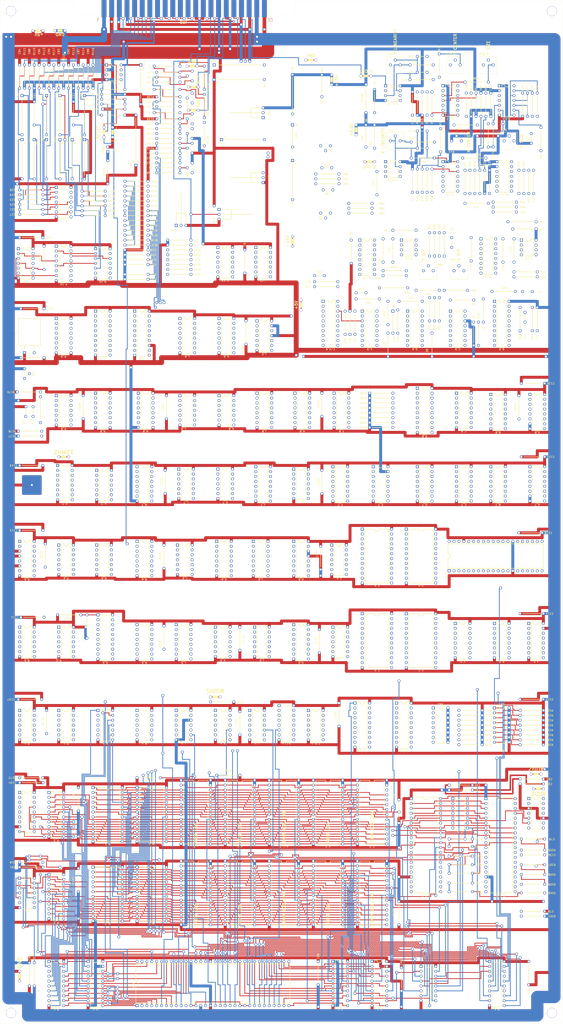
<source format=kicad_pcb>
(kicad_pcb (version 20171130) (host pcbnew "(5.1.5)-3")
  (layers (0 F.Cu signal) (31 B.Cu signal) (34 B.Paste user) (35 F.Paste user) (36 B.SilkS user) (37 F.SilkS user) (38 B.Mask user) (39 F.Mask user) (44 Edge.Cuts user))
  (net 0 "")
  (net 1 GND)
  (net 2 +5V)
  (net 3 YOUT)
  (net 4 XOUT)
  (net 5 +10V)
  (net 6 BLUE)
  (net 7 COINCONTL)
  (net 8 PL2LED)
  (net 9 AUDIO+)
  (net 10 ~AUDIO)
  (net 11 START1)
  (net 12 SELFTEST)
  (net 13 COINR)
  (net 14 2HORIZCLK)
  (net 15 2VERTCLK)
  (net 16 1HORIZCLK)
  (net 17 1VERTCLK)
  (net 18 -24V)
  (net 19 +24V)
  (net 20 2HORIZDIR)
  (net 21 2VERTDIR)
  (net 22 1VERTDIR)
  (net 23 1HORIZDIR)
  (net 24 COINL)
  (net 25 COINAUX)
  (net 26 START2)
  (net 27 PL1LED)
  (net 28 COINCONTR)
  (net 29 RED)
  (net 30 GREEN)
  (net 31 ~ROM0)
  (net 32 ~ROM1)
  (net 33 ~ROM2)
  (net 34 ~ROM3)
  (net 35 ~ROM4)
  (net 36 "Net-(D_1-Pad10)")
  (net 37 ~RAM0)
  (net 38 ~RAM1)
  (net 39 AS)
  (net 40 A22)
  (net 41 AB14)
  (net 42 AB15)
  (net 43 A16)
  (net 44 A23)
  (net 45 A5)
  (net 46 AB7)
  (net 47 A8)
  (net 48 AB11)
  (net 49 A13)
  (net 50 AB1)
  (net 51 R\~W)
  (net 52 AB2)
  (net 53 A2)
  (net 54 R\~W~B)
  (net 55 A1)
  (net 56 AB13)
  (net 57 A11)
  (net 58 AB8)
  (net 59 A7)
  (net 60 AB5)
  (net 61 AB6)
  (net 62 A10)
  (net 63 AB9)
  (net 64 A14)
  (net 65 AB12)
  (net 66 A3)
  (net 67 A4)
  (net 68 AB4)
  (net 69 A15)
  (net 70 AB3)
  (net 71 A12)
  (net 72 A9)
  (net 73 AB10)
  (net 74 A6)
  (net 75 PR218)
  (net 76 E)
  (net 77 ~VPA)
  (net 78 ~UDS)
  (net 79 ~VMA)
  (net 80 ~RESET)
  (net 81 ~HALT)
  (net 82 6M)
  (net 83 "Net-(K/L_1-Pad11)")
  (net 84 ~DTACK)
  (net 85 D4)
  (net 86 ~LDS)
  (net 87 ~AS)
  (net 88 D0)
  (net 89 D1)
  (net 90 D2)
  (net 91 D3)
  (net 92 ~IRQ)
  (net 93 FC2)
  (net 94 FC1)
  (net 95 FC0)
  (net 96 A17)
  (net 97 A18)
  (net 98 A19)
  (net 99 A20)
  (net 100 A21)
  (net 101 D15)
  (net 102 D14)
  (net 103 D13)
  (net 104 D12)
  (net 105 D11)
  (net 106 D10)
  (net 107 D9)
  (net 108 D8)
  (net 109 D7)
  (net 110 D6)
  (net 111 D5)
  (net 112 DB4)
  (net 113 DB3)
  (net 114 DB2)
  (net 115 DB1)
  (net 116 DB0)
  (net 117 DB7)
  (net 118 DB6)
  (net 119 DB5)
  (net 120 DB8)
  (net 121 DB9)
  (net 122 DB10)
  (net 123 DB11)
  (net 124 DB12)
  (net 125 DB13)
  (net 126 DB14)
  (net 127 DB15)
  (net 128 ~MDTACK)
  (net 129 "Net-(R_2-Pad9)")
  (net 130 "Net-(R_2-Pad8)")
  (net 131 "Net-(R_2-Pad6)")
  (net 132 "Net-(N_4-Pad3)")
  (net 133 "Net-(P_4-Pad6)")
  (net 134 "Net-(P_4-Pad11)")
  (net 135 ~RECALL)
  (net 136 "Net-(N_4-Pad6)")
  (net 137 "Net-(R_4-Pad4)")
  (net 138 "Net-(R_4-Pad3)")
  (net 139 "Net-(R_4-Pad1)")
  (net 140 "Net-(L_6-Pad4)")
  (net 141 "Net-(R_4-Pad5)")
  (net 142 "Net-(R_4-Pad6)")
  (net 143 "Net-(L_4-Pad3)")
  (net 144 "Net-(R_4-Pad9)")
  (net 145 "Net-(R_4-Pad10)")
  (net 146 "Net-(R_4-Pad11)")
  (net 147 "Net-(P_4-Pad3)")
  (net 148 "Net-(R_4-Pad13)")
  (net 149 "Net-(R_5-Pad4)")
  (net 150 "Net-(R_5-Pad3)")
  (net 151 750KHZ)
  (net 152 "Net-(R_5-Pad5)")
  (net 153 "Net-(R_5-Pad9)")
  (net 154 "Net-(R_5-Pad10)")
  (net 155 "Net-(R_5-Pad11)")
  (net 156 "Net-(R_5-Pad13)")
  (net 157 ~POR)
  (net 158 PR220)
  (net 159 "Net-(P_8-Pad2)")
  (net 160 "Net-(R_6-Pad11)")
  (net 161 "Net-(R_6-Pad12)")
  (net 162 "Net-(R_6-Pad13)")
  (net 163 "Net-(L_4-Pad11)")
  (net 164 PR221)
  (net 165 "Net-(P_10-Pad7)")
  (net 166 "Net-(P_10-Pad4)")
  (net 167 "Net-(P_9-Pad5)")
  (net 168 "Net-(R_10-Pad6)")
  (net 169 "Net-(R_10-Pad8)")
  (net 170 "Net-(N_8-Pad5)")
  (net 171 "Net-(N_8-Pad14)")
  (net 172 "Net-(P_10-Pad9)")
  (net 173 "Net-(B_1-Pad13)")
  (net 174 "Net-(B_1-Pad14)")
  (net 175 ~I\OS)
  (net 176 ~VMEM)
  (net 177 "Net-(B_1-Pad17)")
  (net 178 ~I\O)
  (net 179 ~NVRAM)
  (net 180 MB15)
  (net 181 MB14)
  (net 182 MB8)
  (net 183 MB13)
  (net 184 MB9)
  (net 185 MB12)
  (net 186 MB10)
  (net 187 MB11)
  (net 188 MB3)
  (net 189 MB2)
  (net 190 MB4)
  (net 191 MB1)
  (net 192 MB5)
  (net 193 MB0)
  (net 194 MB6)
  (net 195 MB7)
  (net 196 -15V)
  (net 197 "Net-(A_3-Pad9)")
  (net 198 "Net-(A_3-Pad7)")
  (net 199 "Net-(A_3-Pad6)")
  (net 200 AREF)
  (net 201 "Net-(A_3-Pad2)")
  (net 202 +15V)
  (net 203 CS)
  (net 204 "Net-(B_2/3-Pad30)")
  (net 205 "Net-(B_2/3-Pad12)")
  (net 206 "Net-(B_2/3-Pad11)")
  (net 207 "Net-(B_2/3-Pad10)")
  (net 208 "Net-(B_2/3-Pad9)")
  (net 209 "Net-(B_2/3-Pad8)")
  (net 210 "Net-(B_2/3-Pad13)")
  (net 211 "Net-(B_2/3-Pad14)")
  (net 212 "Net-(B_2/3-Pad15)")
  (net 213 "Net-(C80-Pad1)")
  (net 214 "Net-(C80-Pad2)")
  (net 215 "Net-(C95-Pad1)")
  (net 216 "Net-(C_3-Pad9)")
  (net 217 "Net-(D_2/3-Pad15)")
  (net 218 "Net-(D_2/3-Pad14)")
  (net 219 "Net-(D_2/3-Pad13)")
  (net 220 "Net-(D_2/3-Pad8)")
  (net 221 "Net-(D_2/3-Pad9)")
  (net 222 "Net-(D_2/3-Pad10)")
  (net 223 "Net-(D_2/3-Pad11)")
  (net 224 "Net-(D_2/3-Pad12)")
  (net 225 ~R~\WB)
  (net 226 "Net-(E_2-Pad26)")
  (net 227 "Net-(E_3-Pad26)")
  (net 228 "Net-(F_2-Pad26)")
  (net 229 "Net-(F_3-Pad26)")
  (net 230 "Net-(H/J_2-Pad26)")
  (net 231 "Net-(H/J_3-Pad26)")
  (net 232 "Net-(K_2-Pad26)")
  (net 233 "Net-(K_3-Pad26)")
  (net 234 "Net-(L_2-Pad26)")
  (net 235 "Net-(L_3-Pad26)")
  (net 236 ~WEU)
  (net 237 ~WEL)
  (net 238 "Net-(M/N_12-Pad1)")
  (net 239 "Net-(M/N_12-Pad3)")
  (net 240 INVERTX)
  (net 241 INVERTY)
  (net 242 "Net-(M_4-Pad1)")
  (net 243 "Net-(M_4-Pad13)")
  (net 244 "Net-(F_5-Pad11)")
  (net 245 "Net-(N_5-Pad9)")
  (net 246 UPDATE)
  (net 247 FLIP)
  (net 248 "Net-(N_5-Pad2)")
  (net 249 "Net-(C71-Pad1)")
  (net 250 "Net-(N_6-Pad4)")
  (net 251 ~V68K)
  (net 252 "Net-(N_6-Pad11)")
  (net 253 "Net-(N_6-Pad12)")
  (net 254 "Net-(K_8-Pad2)")
  (net 255 "Net-(N_7-Pad13)")
  (net 256 "Net-(N_7-Pad12)")
  (net 257 3M)
  (net 258 "Net-(N_7-Pad6)")
  (net 259 "Net-(N_7-Pad5)")
  (net 260 VCTR)
  (net 261 "Net-(N_7-Pad3)")
  (net 262 "Net-(N_7-Pad4)")
  (net 263 "Net-(N_8-Pad13)")
  (net 264 "Net-(N_8-Pad12)")
  (net 265 "Net-(N_8-Pad7)")
  (net 266 "Net-(N_8-Pad6)")
  (net 267 "Net-(N_8-Pad2)")
  (net 268 "Net-(N_8-Pad3)")
  (net 269 ~TRACKBALL)
  (net 270 "Net-(N_9-Pad11)")
  (net 271 "Net-(N_9-Pad13)")
  (net 272 "Net-(N_9-Pad15)")
  (net 273 "Net-(N_9-Pad17)")
  (net 274 "Net-(C59-Pad1)")
  (net 275 "Net-(N_10-Pad12)")
  (net 276 "Net-(C51-Pad1)")
  (net 277 "Net-(N_10-Pad10)")
  (net 278 "Net-(N_10-Pad6)")
  (net 279 "Net-(C57-Pad1)")
  (net 280 "Net-(N_10-Pad2)")
  (net 281 "Net-(C53-Pad1)")
  (net 282 "Net-(C55-Pad1)")
  (net 283 "Net-(N_10-Pad4)")
  (net 284 ~WDCLR)
  (net 285 "Net-(F/H_4-Pad4)")
  (net 286 "Net-(F/H_4-Pad5)")
  (net 287 ~DTACK2)
  (net 288 PR219)
  (net 289 "Net-(P_5-Pad2)")
  (net 290 "Net-(P_5-Pad5)")
  (net 291 "Net-(P_5-Pad6)")
  (net 292 "Net-(P_5-Pad8)")
  (net 293 ~VBUFEN)
  (net 294 "Net-(P_6-Pad4)")
  (net 295 1.5M)
  (net 296 "Net-(P_7-Pad15)")
  (net 297 12M)
  (net 298 "Net-(L_8-Pad13)")
  (net 299 "Net-(M_8-Pad11)")
  (net 300 "Net-(C76-Pad2)")
  (net 301 "Net-(L_7-Pad2)")
  (net 302 "Net-(P_9-Pad12)")
  (net 303 "Net-(P_9-Pad13)")
  (net 304 "Net-(P_10-Pad3)")
  (net 305 "Net-(P_10-Pad6)")
  (net 306 "Net-(P_10-Pad10)")
  (net 307 "Net-(P_10-Pad13)")
  (net 308 "Net-(C56-Pad1)")
  (net 309 "Net-(C61-Pad1)")
  (net 310 "Net-(P_11-Pad2)")
  (net 311 "Net-(C54-Pad1)")
  (net 312 "Net-(C60-Pad1)")
  (net 313 "Net-(C58-Pad1)")
  (net 314 "Net-(K_4-Pad3)")
  (net 315 "Net-(K_4-Pad1)")
  (net 316 "Net-(K_4-Pad2)")
  (net 317 ~DISRST)
  (net 318 ~VGRST)
  (net 319 ~CENTER)
  (net 320 "Net-(J_5-Pad6)")
  (net 321 "Net-(K_4-Pad13)")
  (net 322 OP2)
  (net 323 OP0)
  (net 324 "Net-(J_4-Pad3)")
  (net 325 "Net-(K_5-Pad8)")
  (net 326 "Net-(K_6-Pad14)")
  (net 327 "Net-(K_6-Pad6)")
  (net 328 "Net-(H_5-Pad9)")
  (net 329 ST3)
  (net 330 "Net-(K_6-Pad10)")
  (net 331 "Net-(H_5-Pad14)")
  (net 332 ~DVY12)
  (net 333 "Net-(K_7-Pad12)")
  (net 334 SCALELO)
  (net 335 ~STROBE3)
  (net 336 GO)
  (net 337 ~STROBE2)
  (net 338 CNTR)
  (net 339 ~DVY11)
  (net 340 ~STATCLK)
  (net 341 "Net-(D_7-Pad9)")
  (net 342 "Net-(F_8-Pad9)")
  (net 343 "Net-(J_9-Pad5)")
  (net 344 "Net-(C63-Pad2)")
  (net 345 DVY12)
  (net 346 ~STOP)
  (net 347 ~VCTR)
  (net 348 "Net-(J_4-Pad1)")
  (net 349 DVY11)
  (net 350 DVY10)
  (net 351 "Net-(K_10-Pad6)")
  (net 352 "Net-(K_10-Pad8)")
  (net 353 DVX10)
  (net 354 DVX11)
  (net 355 "Net-(L_4-Pad8)")
  (net 356 "Net-(L_4-Pad5)")
  (net 357 "Net-(L_5-Pad15)")
  (net 358 "Net-(L_5-Pad14)")
  (net 359 "Net-(L_5-Pad13)")
  (net 360 "Net-(L_5-Pad12)")
  (net 361 "Net-(L_5-Pad11)")
  (net 362 "Net-(J_4-Pad4)")
  (net 363 "Net-(L_5-Pad6)")
  (net 364 "Net-(CR6-Pad2)")
  (net 365 "Net-(A_7-Pad9)")
  (net 366 ~LATCH1)
  (net 367 "Net-(A_8-Pad9)")
  (net 368 ~LATCH3)
  (net 369 "Net-(F_6-Pad4)")
  (net 370 "Net-(L_7-Pad1)")
  (net 371 SCALE)
  (net 372 "Net-(L_8-Pad6)")
  (net 373 ~STROBE1)
  (net 374 "Net-(L_9-Pad15)")
  (net 375 "Net-(L_9-Pad14)")
  (net 376 DVY8)
  (net 377 DVY9)
  (net 378 "Net-(L_9-Pad11)")
  (net 379 "Net-(L_9-Pad10)")
  (net 380 "Net-(L_9-Pad7)")
  (net 381 "Net-(L_9-Pad6)")
  (net 382 "Net-(L_9-Pad2)")
  (net 383 "Net-(L_9-Pad3)")
  (net 384 "Net-(M_4-Pad2)")
  (net 385 "Net-(M_4-Pad12)")
  (net 386 "Net-(M_5-Pad12)")
  (net 387 "Net-(M_5-Pad13)")
  (net 388 "Net-(M_5-Pad11)")
  (net 389 "Net-(M_5-Pad6)")
  (net 390 "Net-(M_5-Pad15)")
  (net 391 "Net-(M_6-Pad15)")
  (net 392 "Net-(M_6-Pad13)")
  (net 393 "Net-(M_6-Pad12)")
  (net 394 "Net-(M_6-Pad11)")
  (net 395 "Net-(M_6-Pad6)")
  (net 396 "Net-(M_7-Pad13)")
  (net 397 "Net-(M_7-Pad11)")
  (net 398 "Net-(M_7-Pad12)")
  (net 399 "Net-(J_10-Pad5)")
  (net 400 "Net-(M_8-Pad3)")
  (net 401 "Net-(M_8-Pad2)")
  (net 402 "Net-(M_8-Pad6)")
  (net 403 "Net-(M_8-Pad7)")
  (net 404 "Net-(M_8-Pad13)")
  (net 405 ~SWITCHES)
  (net 406 "Net-(C68-Pad1)")
  (net 407 "Net-(C69-Pad1)")
  (net 408 VHALT)
  (net 409 "Net-(C70-Pad1)")
  (net 410 "Net-(C67-Pad1)")
  (net 411 "Net-(C64-Pad1)")
  (net 412 "Net-(C65-Pad1)")
  (net 413 DVG0)
  (net 414 DVG1)
  (net 415 DVG2)
  (net 416 DVG3)
  (net 417 DVG4)
  (net 418 DVG5)
  (net 419 DVG6)
  (net 420 DVG7)
  (net 421 DVG15)
  (net 422 DVG14)
  (net 423 DVG13)
  (net 424 DVG12)
  (net 425 DVG11)
  (net 426 DVG10)
  (net 427 DVG9)
  (net 428 DVG8)
  (net 429 ~VRAM0)
  (net 430 ~VRAM1)
  (net 431 ~VGGO)
  (net 432 ~CONTROL)
  (net 433 ~COLORAM)
  (net 434 "Net-(H_5-Pad4)")
  (net 435 ST2)
  (net 436 "Net-(H_5-Pad2)")
  (net 437 "Net-(H_5-Pad5)")
  (net 438 "Net-(H_5-Pad7)")
  (net 439 "Net-(H_5-Pad10)")
  (net 440 "Net-(H_5-Pad11)")
  (net 441 "Net-(H_5-Pad12)")
  (net 442 "Net-(H_5-Pad13)")
  (net 443 "Net-(H_5-Pad15)")
  (net 444 "Net-(H_6-Pad15)")
  (net 445 OP1)
  (net 446 ~ENORM)
  (net 447 "Net-(A_8-Pad10)")
  (net 448 "Net-(A_7-Pad10)")
  (net 449 "Net-(H_8-Pad15)")
  (net 450 Z0)
  (net 451 "Net-(H_8-Pad13)")
  (net 452 "Net-(H_8-Pad12)")
  (net 453 Z1)
  (net 454 "Net-(H_8-Pad10)")
  (net 455 "Net-(H_8-Pad7)")
  (net 456 "Net-(F_8-Pad15)")
  (net 457 "Net-(F_8-Pad10)")
  (net 458 "Net-(H_8-Pad1)")
  (net 459 "Net-(H_8-Pad2)")
  (net 460 "Net-(F_8-Pad7)")
  (net 461 "Net-(F_8-Pad2)")
  (net 462 ~OP2)
  (net 463 NORM)
  (net 464 "Net-(J_5-Pad8)")
  (net 465 ~STROBE0)
  (net 466 "Net-(J_6-Pad3)")
  (net 467 "Net-(J_6-Pad1)")
  (net 468 "Net-(J_6-Pad10)")
  (net 469 "Net-(J_6-Pad11)")
  (net 470 "Net-(J_7-Pad14)")
  (net 471 ~OP0)
  (net 472 PR222)
  (net 473 "Net-(J_8-Pad3)")
  (net 474 Z3)
  (net 475 "Net-(J_8-Pad6)")
  (net 476 ~Z1)
  (net 477 "Net-(J_8-Pad14)")
  (net 478 Z2)
  (net 479 "Net-(B_10-Pad1)")
  (net 480 ~DVX11)
  (net 481 "Net-(E_10-Pad1)")
  (net 482 "Net-(H_7-Pad2)")
  (net 483 "Net-(H_7-Pad1)")
  (net 484 "Net-(H_7-Pad3)")
  (net 485 "Net-(K_5-Pad13)")
  (net 486 "Net-(K_5-Pad12)")
  (net 487 "Net-(K_5-Pad2)")
  (net 488 "Net-(K_5-Pad1)")
  (net 489 "Net-(P_6-Pad3)")
  (net 490 "Net-(P_6-Pad1)")
  (net 491 "Net-(P_6-Pad2)")
  (net 492 "Net-(N_6-Pad3)")
  (net 493 "Net-(N_6-Pad1)")
  (net 494 "Net-(N_6-Pad2)")
  (net 495 "Net-(L_6-Pad1)")
  (net 496 "Net-(L_6-Pad2)")
  (net 497 "Net-(L_8-Pad3)")
  (net 498 "Net-(L_8-Pad1)")
  (net 499 "Net-(L_8-Pad2)")
  (net 500 "Net-(K_10-Pad3)")
  (net 501 "Net-(K_10-Pad1)")
  (net 502 "Net-(K_10-Pad2)")
  (net 503 AM10)
  (net 504 "Net-(A_5-Pad3)")
  (net 505 "Net-(A_5-Pad6)")
  (net 506 AM11)
  (net 507 "Net-(A_5-Pad10)")
  (net 508 AM9)
  (net 509 "Net-(A_5-Pad13)")
  (net 510 "Net-(B_5-Pad13)")
  (net 511 AM5)
  (net 512 "Net-(B_5-Pad10)")
  (net 513 AM6)
  (net 514 AM7)
  (net 515 "Net-(B_5-Pad6)")
  (net 516 "Net-(B_5-Pad3)")
  (net 517 AM8)
  (net 518 "Net-(B_6-Pad25)")
  (net 519 "Net-(B_6-Pad23)")
  (net 520 "Net-(B_6-Pad22)")
  (net 521 "Net-(B_6-Pad1)")
  (net 522 "Net-(B_6-Pad2)")
  (net 523 DVY3)
  (net 524 DVY4)
  (net 525 DVY5)
  (net 526 DVY6)
  (net 527 DVY7)
  (net 528 DVY2)
  (net 529 DVY1)
  (net 530 DVY0)
  (net 531 "Net-(B_6-Pad36)")
  (net 532 "Net-(B_6-Pad39)")
  (net 533 "Net-(B_6-Pad40)")
  (net 534 AM4)
  (net 535 AM3)
  (net 536 AM2)
  (net 537 AM1)
  (net 538 "Net-(D_5-Pad21)")
  (net 539 ~COLORAMWA)
  (net 540 "Net-(F_6-Pad2)")
  (net 541 "Net-(F_6-Pad1)")
  (net 542 "Net-(F_6-Pad3)")
  (net 543 "Net-(A_8-Pad12)")
  (net 544 "Net-(A_8-Pad13)")
  (net 545 DVX2)
  (net 546 DVX3)
  (net 547 DVX9)
  (net 548 DVX8)
  (net 549 DVX7)
  (net 550 DVX4)
  (net 551 DVX5)
  (net 552 DVX6)
  (net 553 "Net-(D_7-Pad3)")
  (net 554 "Net-(D_7-Pad2)")
  (net 555 "Net-(D_7-Pad6)")
  (net 556 "Net-(D_7-Pad7)")
  (net 557 "Net-(D_7-Pad10)")
  (net 558 "Net-(D_7-Pad11)")
  (net 559 "Net-(D_7-Pad14)")
  (net 560 "Net-(D_7-Pad15)")
  (net 561 "Net-(D_8-Pad2)")
  (net 562 "Net-(D_8-Pad5)")
  (net 563 "Net-(D_8-Pad6)")
  (net 564 "Net-(D_8-Pad9)")
  (net 565 "Net-(D_8-Pad12)")
  (net 566 "Net-(D_8-Pad15)")
  (net 567 "Net-(D_8-Pad16)")
  (net 568 "Net-(D_8-Pad19)")
  (net 569 "Net-(E_7-Pad12)")
  (net 570 "Net-(E_7-Pad9)")
  (net 571 "Net-(E_7-Pad7)")
  (net 572 "Net-(E_7-Pad4)")
  (net 573 "Net-(F_7-Pad11)")
  (net 574 "Net-(F_7-Pad9)")
  (net 575 "Net-(F_7-Pad7)")
  (net 576 "Net-(F_7-Pad5)")
  (net 577 "Net-(F_8-Pad14)")
  (net 578 "Net-(F_8-Pad11)")
  (net 579 "Net-(F_8-Pad6)")
  (net 580 "Net-(F_8-Pad3)")
  (net 581 "Net-(A_10-Pad7)")
  (net 582 XBIP)
  (net 583 "Net-(A_10-Pad1)")
  (net 584 "Net-(A_10-Pad2)")
  (net 585 "Net-(B_9-Pad16)")
  (net 586 "Net-(B_9-Pad15)")
  (net 587 XREF)
  (net 588 "Net-(B_10-Pad15)")
  (net 589 "Net-(B_10-Pad6)")
  (net 590 "Net-(B_10-Pad7)")
  (net 591 "Net-(B_10-Pad8)")
  (net 592 XCOR)
  (net 593 "Net-(B_11-Pad13)")
  (net 594 "Net-(B_11-Pad12)")
  (net 595 "Net-(B_11-Pad11)")
  (net 596 "Net-(B_11-Pad10)")
  (net 597 "Net-(B_11-Pad4)")
  (net 598 "Net-(B_11-Pad6)")
  (net 599 "Net-(B_11-Pad5)")
  (net 600 +6V)
  (net 601 "Net-(B_12-Pad4)")
  (net 602 "Net-(B_12-Pad13)")
  (net 603 "Net-(B_12-Pad5)")
  (net 604 "Net-(B_12-Pad6)")
  (net 605 "Net-(B_12-Pad12)")
  (net 606 "Net-(B_12-Pad10)")
  (net 607 "Net-(B_12-Pad11)")
  (net 608 YCOR)
  (net 609 "Net-(C_9-Pad15)")
  (net 610 "Net-(C12-Pad2)")
  (net 611 "Net-(C_11-Pad13)")
  (net 612 "Net-(C_11-Pad12)")
  (net 613 "Net-(C_11-Pad11)")
  (net 614 "Net-(C_11-Pad10)")
  (net 615 "Net-(C_11-Pad9)")
  (net 616 "Net-(C_11-Pad6)")
  (net 617 "Net-(C_11-Pad5)")
  (net 618 "Net-(C_11-Pad2)")
  (net 619 "Net-(C_11-Pad3)")
  (net 620 "Net-(C_11-Pad4)")
  (net 621 "Net-(C_12-Pad4)")
  (net 622 "Net-(C_12-Pad3)")
  (net 623 "Net-(C_12-Pad2)")
  (net 624 "Net-(C_12-Pad5)")
  (net 625 "Net-(C_12-Pad6)")
  (net 626 "Net-(C_12-Pad12)")
  (net 627 "Net-(C_12-Pad9)")
  (net 628 "Net-(C_12-Pad10)")
  (net 629 "Net-(C_12-Pad11)")
  (net 630 "Net-(C_12-Pad13)")
  (net 631 "Net-(C29-Pad2)")
  (net 632 "Net-(D/E_11-Pad3)")
  (net 633 "Net-(C12-Pad1)")
  (net 634 "Net-(C29-Pad1)")
  (net 635 "Net-(D/E_12-Pad3)")
  (net 636 "Net-(C41-Pad2)")
  (net 637 "Net-(D_9-Pad15)")
  (net 638 "Net-(D_9-Pad14)")
  (net 639 "Net-(C42-Pad2)")
  (net 640 "Net-(D_10-Pad2)")
  (net 641 "Net-(D_10-Pad1)")
  (net 642 YBIP)
  (net 643 "Net-(C25-Pad1)")
  (net 644 "Net-(E_9-Pad15)")
  (net 645 "Net-(E_10-Pad15)")
  (net 646 "Net-(E_10-Pad6)")
  (net 647 "Net-(E_10-Pad7)")
  (net 648 "Net-(E_10-Pad8)")
  (net 649 YREF)
  (net 650 "Net-(F/H_9-Pad15)")
  (net 651 "Net-(F/H_9-Pad16)")
  (net 652 "Net-(C63-Pad1)")
  (net 653 "Net-(L1-Pad2)")
  (net 654 "Net-(L2-Pad1)")
  (net 655 "Net-(L3-Pad1)")
  (net 656 "Net-(L4-Pad1)")
  (net 657 "Net-(Q9-Pad2)")
  (net 658 ZREF)
  (net 659 "Net-(Q10-Pad2)")
  (net 660 "Net-(Q11-Pad2)")
  (net 661 "Net-(Q12-Pad2)")
  (net 662 "Net-(L2-Pad2)")
  (net 663 "Net-(L3-Pad2)")
  (net 664 "Net-(L4-Pad2)")
  (net 665 "Net-(Q12-Pad1)")
  (net 666 "Net-(C52-Pad1)")
  (net 667 "Net-(C62-Pad1)")
  (net 668 "Net-(C79-Pad2)")
  (net 669 "Net-(C81-Pad2)")
  (net 670 "Net-(C95-Pad2)")
  (net 671 "Net-(C76-Pad1)")
  (net 672 "Net-(Q15-Pad1)")
  (net 673 "Net-(Q16-Pad1)")
  (net 674 "Net-(CR7-Pad1)")
  (net 675 "Net-(R39-Pad1)")
  (net 676 "Net-(R41-Pad1)")
  (net 677 "Net-(R66-Pad1)")
  (net 678 "Net-(R71-Pad1)")
  (net 679 "Net-(R87-Pad1)")
  (net 680 "Net-(R91-Pad1)")
  (net 681 "Net-(R89-Pad1)")
  (net 682 "Net-(R93-Pad1)")
  (net 683 "Net-(C21-Pad2)")
  (net 684 "Net-(C37-Pad1)")
  (net 685 "Net-(C38-Pad2)")
  (net 686 "Net-(C38-Pad1)")
  (net 687 "Net-(Q8-Pad3)")
  (net 688 "Net-(C4-Pad2)")
  (net 689 "Net-(C7-Pad2)")
  (net 690 "Net-(C24-Pad2)")
  (module Star_Wars_Vector_PCB:MountingHole (layer F.Cu) (at 310.515 561.34)
    (fp_text reference REF** hide)
    (fp_text value MountingHole)
    (pad 1 thru_hole circle (at 0 0) (size 5.207 5.207) (drill 5.08) (layers *.Cu *.Mask))
  )
  (module Star_Wars_Vector_PCB:MountingHole (layer F.Cu) (at 29.845 561.34)
    (fp_text reference REF** hide)
    (fp_text value MountingHole)
    (pad 1 thru_hole circle (at 0 0) (size 5.207 5.207) (drill 5.08) (layers *.Cu *.Mask))
  )
  (module Star_Wars_Vector_PCB:MountingHole (layer F.Cu) (at 29.845 41.91)
    (fp_text reference REF** hide)
    (fp_text value MountingHole)
    (pad 1 thru_hole circle (at 0 0) (size 5.207 5.207) (drill 5.08) (layers *.Cu *.Mask))
  )
  (module Star_Wars_Vector_PCB:MountingHole (layer F.Cu) (at 310.515 41.91)
    (fp_text reference REF** hide)
    (fp_text value MountingHole)
    (pad 1 thru_hole circle (at 0 0) (size 5.207 5.207) (drill 5.08) (layers *.Cu *.Mask))
  )
  (module Star_Wars_Vector_PCB:DIP16 (layer F.Cu) (at 246.38 546.1)
    (fp_text reference D_1 (at 0 12.7 180 unlocked) (layer F.SilkS))
    (fp_text value LS138 hide)
    (pad 16 thru_hole circle (at 3.81 -8.89) (size 1.524 1.524) (drill 1.016) (layers *.Cu *.Mask) (net 2 +5V))
    (pad 15 thru_hole circle (at 3.81 -6.35) (size 1.524 1.524) (drill 1.016) (layers *.Cu *.Mask) (net 31 ~ROM0))
    (pad 14 thru_hole circle (at 3.81 -3.81) (size 1.524 1.524) (drill 1.016) (layers *.Cu *.Mask) (net 32 ~ROM1))
    (pad 13 thru_hole circle (at 3.81 -1.27) (size 1.524 1.524) (drill 1.016) (layers *.Cu *.Mask) (net 33 ~ROM2))
    (pad 12 thru_hole circle (at 3.81 1.27) (size 1.524 1.524) (drill 1.016) (layers *.Cu *.Mask) (net 34 ~ROM3))
    (pad 11 thru_hole circle (at 3.81 3.81) (size 1.524 1.524) (drill 1.016) (layers *.Cu *.Mask) (net 35 ~ROM4))
    (pad 10 thru_hole circle (at 3.81 6.35) (size 1.524 1.524) (drill 1.016) (layers *.Cu *.Mask) (net 36 "Net-(D_1-Pad10)"))
    (pad 9 thru_hole circle (at 3.81 8.89) (size 1.524 1.524) (drill 1.016) (layers *.Cu *.Mask) (net 37 ~RAM0))
    (pad 8 thru_hole circle (at -3.81 8.89) (size 1.524 1.524) (drill 1.016) (layers *.Cu *.Mask) (net 1 GND))
    (pad 7 thru_hole circle (at -3.81 6.35) (size 1.524 1.524) (drill 1.016) (layers *.Cu *.Mask) (net 38 ~RAM1))
    (pad 6 thru_hole circle (at -3.81 3.81) (size 1.524 1.524) (drill 1.016) (layers *.Cu *.Mask) (net 39 AS))
    (pad 5 thru_hole circle (at -3.81 1.27) (size 1.524 1.524) (drill 1.016) (layers *.Cu *.Mask) (net 40 A22))
    (pad 1 thru_hole rect (at -3.81 -8.89) (size 1.524 1.524) (drill 1.016) (layers *.Cu *.Mask) (net 41 AB14))
    (pad 2 thru_hole circle (at -3.81 -6.35) (size 1.524 1.524) (drill 1.016) (layers *.Cu *.Mask) (net 42 AB15))
    (pad 3 thru_hole circle (at -3.81 -3.81) (size 1.524 1.524) (drill 1.016) (layers *.Cu *.Mask) (net 43 A16))
    (pad 4 thru_hole circle (at -3.81 -1.27) (size 1.524 1.524) (drill 1.016) (layers *.Cu *.Mask) (net 44 A23))
  )
  (module Star_Wars_Vector_PCB:DIP20 (layer F.Cu) (at 220.98 546.1)
    (fp_text reference E_1 (at 0 13.335 180 unlocked) (layer F.SilkS))
    (fp_text value LS244A hide)
    (pad 1 thru_hole rect (at -3.81 -11.43) (size 1.524 1.524) (drill 1.016) (layers *.Cu *.Mask) (net 1 GND))
    (pad 2 thru_hole circle (at -3.81 -8.89) (size 1.524 1.524) (drill 1.016) (layers *.Cu *.Mask) (net 45 A5))
    (pad 3 thru_hole circle (at -3.81 -6.35) (size 1.524 1.524) (drill 1.016) (layers *.Cu *.Mask) (net 46 AB7))
    (pad 4 thru_hole circle (at -3.81 -3.81) (size 1.524 1.524) (drill 1.016) (layers *.Cu *.Mask) (net 47 A8))
    (pad 5 thru_hole circle (at -3.81 -1.27) (size 1.524 1.524) (drill 1.016) (layers *.Cu *.Mask) (net 48 AB11))
    (pad 6 thru_hole circle (at -3.81 1.27) (size 1.524 1.524) (drill 1.016) (layers *.Cu *.Mask) (net 49 A13))
    (pad 7 thru_hole circle (at -3.81 3.81) (size 1.524 1.524) (drill 1.016) (layers *.Cu *.Mask) (net 50 AB1))
    (pad 8 thru_hole circle (at -3.81 6.35) (size 1.524 1.524) (drill 1.016) (layers *.Cu *.Mask) (net 51 R\~W))
    (pad 9 thru_hole circle (at -3.81 8.89) (size 1.524 1.524) (drill 1.016) (layers *.Cu *.Mask) (net 52 AB2))
    (pad 10 thru_hole circle (at -3.81 11.43) (size 1.524 1.524) (drill 1.016) (layers *.Cu *.Mask) (net 1 GND))
    (pad 11 thru_hole circle (at 3.81 11.43) (size 1.524 1.524) (drill 1.016) (layers *.Cu *.Mask) (net 53 A2))
    (pad 12 thru_hole circle (at 3.81 8.89) (size 1.524 1.524) (drill 1.016) (layers *.Cu *.Mask) (net 54 R\~W~B))
    (pad 13 thru_hole circle (at 3.81 6.35) (size 1.524 1.524) (drill 1.016) (layers *.Cu *.Mask) (net 55 A1))
    (pad 14 thru_hole circle (at 3.81 3.81) (size 1.524 1.524) (drill 1.016) (layers *.Cu *.Mask) (net 56 AB13))
    (pad 15 thru_hole circle (at 3.81 1.27) (size 1.524 1.524) (drill 1.016) (layers *.Cu *.Mask) (net 57 A11))
    (pad 16 thru_hole circle (at 3.81 -1.27) (size 1.524 1.524) (drill 1.016) (layers *.Cu *.Mask) (net 58 AB8))
    (pad 17 thru_hole circle (at 3.81 -3.81) (size 1.524 1.524) (drill 1.016) (layers *.Cu *.Mask) (net 59 A7))
    (pad 18 thru_hole circle (at 3.81 -6.35) (size 1.524 1.524) (drill 1.016) (layers *.Cu *.Mask) (net 60 AB5))
    (pad 19 thru_hole circle (at 3.81 -8.89) (size 1.524 1.524) (drill 1.016) (layers *.Cu *.Mask) (net 1 GND))
    (pad 20 thru_hole circle (at 3.81 -11.43) (size 1.524 1.524) (drill 1.016) (layers *.Cu *.Mask) (net 2 +5V))
  )
  (module Star_Wars_Vector_PCB:DIP20 (layer F.Cu) (at 200.66 546.1)
    (fp_text reference F_1 (at 0 13.335 180 unlocked) (layer F.SilkS))
    (fp_text value LS244B hide)
    (pad 20 thru_hole circle (at 3.81 -11.43) (size 1.524 1.524) (drill 1.016) (layers *.Cu *.Mask) (net 2 +5V))
    (pad 19 thru_hole circle (at 3.81 -8.89) (size 1.524 1.524) (drill 1.016) (layers *.Cu *.Mask) (net 1 GND))
    (pad 18 thru_hole circle (at 3.81 -6.35) (size 1.524 1.524) (drill 1.016) (layers *.Cu *.Mask) (net 61 AB6))
    (pad 17 thru_hole circle (at 3.81 -3.81) (size 1.524 1.524) (drill 1.016) (layers *.Cu *.Mask) (net 62 A10))
    (pad 16 thru_hole circle (at 3.81 -1.27) (size 1.524 1.524) (drill 1.016) (layers *.Cu *.Mask) (net 63 AB9))
    (pad 15 thru_hole circle (at 3.81 1.27) (size 1.524 1.524) (drill 1.016) (layers *.Cu *.Mask) (net 64 A14))
    (pad 14 thru_hole circle (at 3.81 3.81) (size 1.524 1.524) (drill 1.016) (layers *.Cu *.Mask) (net 65 AB12))
    (pad 13 thru_hole circle (at 3.81 6.35) (size 1.524 1.524) (drill 1.016) (layers *.Cu *.Mask) (net 66 A3))
    (pad 12 thru_hole circle (at 3.81 8.89) (size 1.524 1.524) (drill 1.016) (layers *.Cu *.Mask) (net 42 AB15))
    (pad 11 thru_hole circle (at 3.81 11.43) (size 1.524 1.524) (drill 1.016) (layers *.Cu *.Mask) (net 67 A4))
    (pad 10 thru_hole circle (at -3.81 11.43) (size 1.524 1.524) (drill 1.016) (layers *.Cu *.Mask) (net 1 GND))
    (pad 9 thru_hole circle (at -3.81 8.89) (size 1.524 1.524) (drill 1.016) (layers *.Cu *.Mask) (net 68 AB4))
    (pad 8 thru_hole circle (at -3.81 6.35) (size 1.524 1.524) (drill 1.016) (layers *.Cu *.Mask) (net 69 A15))
    (pad 7 thru_hole circle (at -3.81 3.81) (size 1.524 1.524) (drill 1.016) (layers *.Cu *.Mask) (net 70 AB3))
    (pad 6 thru_hole circle (at -3.81 1.27) (size 1.524 1.524) (drill 1.016) (layers *.Cu *.Mask) (net 71 A12))
    (pad 5 thru_hole circle (at -3.81 -1.27) (size 1.524 1.524) (drill 1.016) (layers *.Cu *.Mask) (net 41 AB14))
    (pad 4 thru_hole circle (at -3.81 -3.81) (size 1.524 1.524) (drill 1.016) (layers *.Cu *.Mask) (net 72 A9))
    (pad 3 thru_hole circle (at -3.81 -6.35) (size 1.524 1.524) (drill 1.016) (layers *.Cu *.Mask) (net 73 AB10))
    (pad 2 thru_hole circle (at -3.81 -8.89) (size 1.524 1.524) (drill 1.016) (layers *.Cu *.Mask) (net 74 A6))
    (pad 1 thru_hole rect (at -3.81 -11.43) (size 1.524 1.524) (drill 1.016) (layers *.Cu *.Mask) (net 1 GND))
  )
  (module quantum_arcade_pcb:DIP64 (layer F.Cu) (at 134.62 546.1 90)
    (fp_text reference K/L_1 (at 0 -41.275 90 unlocked) (layer F.SilkS))
    (fp_text value 68000)
    (pad 22 thru_hole circle (at -11.43 13.97 90) (size 1.524 1.524) (drill 1.016) (layers *.Cu *.Mask) (net 75 PR218))
    (pad 20 thru_hole circle (at -11.43 8.89 90) (size 1.524 1.524) (drill 1.016) (layers *.Cu *.Mask) (net 76 E))
    (pad 24 thru_hole circle (at -11.43 19.05 90) (size 1.524 1.524) (drill 1.016) (layers *.Cu *.Mask) (net 75 PR218))
    (pad 21 thru_hole circle (at -11.43 11.43 90) (size 1.524 1.524) (drill 1.016) (layers *.Cu *.Mask) (net 77 ~VPA))
    (pad 23 thru_hole circle (at -11.43 16.51 90) (size 1.524 1.524) (drill 1.016) (layers *.Cu *.Mask) (net 75 PR218))
    (pad 13 thru_hole circle (at -11.43 -8.89 90) (size 1.524 1.524) (drill 1.016) (layers *.Cu *.Mask) (net 75 PR218))
    (pad 7 thru_hole circle (at -11.43 -24.13 90) (size 1.524 1.524) (drill 1.016) (layers *.Cu *.Mask) (net 78 ~UDS))
    (pad 19 thru_hole circle (at -11.43 6.35 90) (size 1.524 1.524) (drill 1.016) (layers *.Cu *.Mask) (net 79 ~VMA))
    (pad 18 thru_hole circle (at -11.43 3.81 90) (size 1.524 1.524) (drill 1.016) (layers *.Cu *.Mask) (net 80 ~RESET))
    (pad 17 thru_hole circle (at -11.43 1.27 90) (size 1.524 1.524) (drill 1.016) (layers *.Cu *.Mask) (net 81 ~HALT))
    (pad 16 thru_hole circle (at -11.43 -1.27 90) (size 1.524 1.524) (drill 1.016) (layers *.Cu *.Mask) (net 1 GND))
    (pad 15 thru_hole circle (at -11.43 -3.81 90) (size 1.524 1.524) (drill 1.016) (layers *.Cu *.Mask) (net 82 6M))
    (pad 14 thru_hole circle (at -11.43 -6.35 90) (size 1.524 1.524) (drill 1.016) (layers *.Cu *.Mask) (net 2 +5V))
    (pad 12 thru_hole circle (at -11.43 -11.43 90) (size 1.524 1.524) (drill 1.016) (layers *.Cu *.Mask) (net 75 PR218))
    (pad 11 thru_hole circle (at -11.43 -13.97 90) (size 1.524 1.524) (drill 1.016) (layers *.Cu *.Mask) (net 83 "Net-(K/L_1-Pad11)"))
    (pad 10 thru_hole circle (at -11.43 -16.51 90) (size 1.524 1.524) (drill 1.016) (layers *.Cu *.Mask) (net 84 ~DTACK))
    (pad 1 thru_hole rect (at -11.43 -39.37 90) (size 1.524 1.524) (drill 1.016) (layers *.Cu *.Mask) (net 85 D4))
    (pad 9 thru_hole circle (at -11.43 -19.05 90) (size 1.524 1.524) (drill 1.016) (layers *.Cu *.Mask) (net 51 R\~W))
    (pad 8 thru_hole circle (at -11.43 -21.59 90) (size 1.524 1.524) (drill 1.016) (layers *.Cu *.Mask) (net 86 ~LDS))
    (pad 6 thru_hole circle (at -11.43 -26.67 90) (size 1.524 1.524) (drill 1.016) (layers *.Cu *.Mask) (net 87 ~AS))
    (pad 5 thru_hole circle (at -11.43 -29.21 90) (size 1.524 1.524) (drill 1.016) (layers *.Cu *.Mask) (net 88 D0))
    (pad 4 thru_hole circle (at -11.43 -31.75 90) (size 1.524 1.524) (drill 1.016) (layers *.Cu *.Mask) (net 89 D1))
    (pad 3 thru_hole circle (at -11.43 -34.29 90) (size 1.524 1.524) (drill 1.016) (layers *.Cu *.Mask) (net 90 D2))
    (pad 2 thru_hole circle (at -11.43 -36.83 90) (size 1.524 1.524) (drill 1.016) (layers *.Cu *.Mask) (net 91 D3))
    (pad 25 thru_hole circle (at -11.43 21.59 90) (size 1.524 1.524) (drill 1.016) (layers *.Cu *.Mask) (net 92 ~IRQ))
    (pad 26 thru_hole circle (at -11.43 24.13 90) (size 1.524 1.524) (drill 1.016) (layers *.Cu *.Mask) (net 93 FC2))
    (pad 27 thru_hole circle (at -11.43 26.67 90) (size 1.524 1.524) (drill 1.016) (layers *.Cu *.Mask) (net 94 FC1))
    (pad 28 thru_hole circle (at -11.43 29.21 90) (size 1.524 1.524) (drill 1.016) (layers *.Cu *.Mask) (net 95 FC0))
    (pad 29 thru_hole circle (at -11.43 31.75 90) (size 1.524 1.524) (drill 1.016) (layers *.Cu *.Mask) (net 55 A1))
    (pad 30 thru_hole circle (at -11.43 34.29 90) (size 1.524 1.524) (drill 1.016) (layers *.Cu *.Mask) (net 53 A2))
    (pad 31 thru_hole circle (at -11.43 36.83 90) (size 1.524 1.524) (drill 1.016) (layers *.Cu *.Mask) (net 66 A3))
    (pad 32 thru_hole circle (at -11.43 39.37 90) (size 1.524 1.524) (drill 1.016) (layers *.Cu *.Mask) (net 67 A4))
    (pad 33 thru_hole circle (at 11.43 39.37 90) (size 1.524 1.524) (drill 1.016) (layers *.Cu *.Mask) (net 45 A5))
    (pad 34 thru_hole circle (at 11.43 36.83 90) (size 1.524 1.524) (drill 1.016) (layers *.Cu *.Mask) (net 74 A6))
    (pad 35 thru_hole circle (at 11.43 34.29 90) (size 1.524 1.524) (drill 1.016) (layers *.Cu *.Mask) (net 59 A7))
    (pad 36 thru_hole circle (at 11.43 31.75 90) (size 1.524 1.524) (drill 1.016) (layers *.Cu *.Mask) (net 47 A8))
    (pad 37 thru_hole circle (at 11.43 29.21 90) (size 1.524 1.524) (drill 1.016) (layers *.Cu *.Mask) (net 72 A9))
    (pad 38 thru_hole circle (at 11.43 26.67 90) (size 1.524 1.524) (drill 1.016) (layers *.Cu *.Mask) (net 62 A10))
    (pad 39 thru_hole circle (at 11.43 24.13 90) (size 1.524 1.524) (drill 1.016) (layers *.Cu *.Mask) (net 57 A11))
    (pad 40 thru_hole circle (at 11.43 21.59 90) (size 1.524 1.524) (drill 1.016) (layers *.Cu *.Mask) (net 71 A12))
    (pad 41 thru_hole circle (at 11.43 19.05 90) (size 1.524 1.524) (drill 1.016) (layers *.Cu *.Mask) (net 49 A13))
    (pad 42 thru_hole circle (at 11.43 16.51 90) (size 1.524 1.524) (drill 1.016) (layers *.Cu *.Mask) (net 64 A14))
    (pad 43 thru_hole circle (at 11.43 13.97 90) (size 1.524 1.524) (drill 1.016) (layers *.Cu *.Mask) (net 69 A15))
    (pad 44 thru_hole circle (at 11.43 11.43 90) (size 1.524 1.524) (drill 1.016) (layers *.Cu *.Mask) (net 43 A16))
    (pad 45 thru_hole circle (at 11.43 8.89 90) (size 1.524 1.524) (drill 1.016) (layers *.Cu *.Mask) (net 96 A17))
    (pad 46 thru_hole circle (at 11.43 6.35 90) (size 1.524 1.524) (drill 1.016) (layers *.Cu *.Mask) (net 97 A18))
    (pad 47 thru_hole circle (at 11.43 3.81 90) (size 1.524 1.524) (drill 1.016) (layers *.Cu *.Mask) (net 98 A19))
    (pad 48 thru_hole circle (at 11.43 1.27 90) (size 1.524 1.524) (drill 1.016) (layers *.Cu *.Mask) (net 99 A20))
    (pad 49 thru_hole circle (at 11.43 -1.27 90) (size 1.524 1.524) (drill 1.016) (layers *.Cu *.Mask) (net 2 +5V))
    (pad 50 thru_hole circle (at 11.43 -3.81 90) (size 1.524 1.524) (drill 1.016) (layers *.Cu *.Mask) (net 100 A21))
    (pad 51 thru_hole circle (at 11.43 -6.35 90) (size 1.524 1.524) (drill 1.016) (layers *.Cu *.Mask) (net 40 A22))
    (pad 52 thru_hole circle (at 11.43 -8.89 90) (size 1.524 1.524) (drill 1.016) (layers *.Cu *.Mask) (net 44 A23))
    (pad 53 thru_hole circle (at 11.43 -11.43 90) (size 1.524 1.524) (drill 1.016) (layers *.Cu *.Mask) (net 1 GND))
    (pad 54 thru_hole circle (at 11.43 -13.97 90) (size 1.524 1.524) (drill 1.016) (layers *.Cu *.Mask) (net 101 D15))
    (pad 55 thru_hole circle (at 11.43 -16.51 90) (size 1.524 1.524) (drill 1.016) (layers *.Cu *.Mask) (net 102 D14))
    (pad 56 thru_hole circle (at 11.43 -19.05 90) (size 1.524 1.524) (drill 1.016) (layers *.Cu *.Mask) (net 103 D13))
    (pad 57 thru_hole circle (at 11.43 -21.59 90) (size 1.524 1.524) (drill 1.016) (layers *.Cu *.Mask) (net 104 D12))
    (pad 58 thru_hole circle (at 11.43 -24.13 90) (size 1.524 1.524) (drill 1.016) (layers *.Cu *.Mask) (net 105 D11))
    (pad 59 thru_hole circle (at 11.43 -26.67 90) (size 1.524 1.524) (drill 1.016) (layers *.Cu *.Mask) (net 106 D10))
    (pad 60 thru_hole circle (at 11.43 -29.21 90) (size 1.524 1.524) (drill 1.016) (layers *.Cu *.Mask) (net 107 D9))
    (pad 61 thru_hole circle (at 11.43 -31.75 90) (size 1.524 1.524) (drill 1.016) (layers *.Cu *.Mask) (net 108 D8))
    (pad 62 thru_hole circle (at 11.43 -34.29 90) (size 1.524 1.524) (drill 1.016) (layers *.Cu *.Mask) (net 109 D7))
    (pad 63 thru_hole circle (at 11.43 -36.83 90) (size 1.524 1.524) (drill 1.016) (layers *.Cu *.Mask) (net 110 D6))
    (pad 64 thru_hole circle (at 11.43 -39.37 90) (size 1.524 1.524) (drill 1.016) (layers *.Cu *.Mask) (net 111 D5))
  )
  (module Star_Wars_Vector_PCB:DIP20 (layer F.Cu) (at 73.66 546.1)
    (fp_text reference N_1 (at 0 13.335 180 unlocked) (layer F.SilkS))
    (fp_text value LS245B hide)
    (pad 20 thru_hole circle (at 3.81 -11.43) (size 1.524 1.524) (drill 1.016) (layers *.Cu *.Mask) (net 2 +5V))
    (pad 19 thru_hole circle (at 3.81 -8.89) (size 1.524 1.524) (drill 1.016) (layers *.Cu *.Mask) (net 1 GND))
    (pad 18 thru_hole circle (at 3.81 -6.35) (size 1.524 1.524) (drill 1.016) (layers *.Cu *.Mask) (net 111 D5))
    (pad 17 thru_hole circle (at 3.81 -3.81) (size 1.524 1.524) (drill 1.016) (layers *.Cu *.Mask) (net 110 D6))
    (pad 16 thru_hole circle (at 3.81 -1.27) (size 1.524 1.524) (drill 1.016) (layers *.Cu *.Mask) (net 109 D7))
    (pad 15 thru_hole circle (at 3.81 1.27) (size 1.524 1.524) (drill 1.016) (layers *.Cu *.Mask) (net 88 D0))
    (pad 14 thru_hole circle (at 3.81 3.81) (size 1.524 1.524) (drill 1.016) (layers *.Cu *.Mask) (net 89 D1))
    (pad 13 thru_hole circle (at 3.81 6.35) (size 1.524 1.524) (drill 1.016) (layers *.Cu *.Mask) (net 90 D2))
    (pad 12 thru_hole circle (at 3.81 8.89) (size 1.524 1.524) (drill 1.016) (layers *.Cu *.Mask) (net 91 D3))
    (pad 11 thru_hole circle (at 3.81 11.43) (size 1.524 1.524) (drill 1.016) (layers *.Cu *.Mask) (net 85 D4))
    (pad 10 thru_hole circle (at -3.81 11.43) (size 1.524 1.524) (drill 1.016) (layers *.Cu *.Mask) (net 1 GND))
    (pad 9 thru_hole circle (at -3.81 8.89) (size 1.524 1.524) (drill 1.016) (layers *.Cu *.Mask) (net 112 DB4))
    (pad 8 thru_hole circle (at -3.81 6.35) (size 1.524 1.524) (drill 1.016) (layers *.Cu *.Mask) (net 113 DB3))
    (pad 7 thru_hole circle (at -3.81 3.81) (size 1.524 1.524) (drill 1.016) (layers *.Cu *.Mask) (net 114 DB2))
    (pad 6 thru_hole circle (at -3.81 1.27) (size 1.524 1.524) (drill 1.016) (layers *.Cu *.Mask) (net 115 DB1))
    (pad 5 thru_hole circle (at -3.81 -1.27) (size 1.524 1.524) (drill 1.016) (layers *.Cu *.Mask) (net 116 DB0))
    (pad 4 thru_hole circle (at -3.81 -3.81) (size 1.524 1.524) (drill 1.016) (layers *.Cu *.Mask) (net 117 DB7))
    (pad 3 thru_hole circle (at -3.81 -6.35) (size 1.524 1.524) (drill 1.016) (layers *.Cu *.Mask) (net 118 DB6))
    (pad 2 thru_hole circle (at -3.81 -8.89) (size 1.524 1.524) (drill 1.016) (layers *.Cu *.Mask) (net 119 DB5))
    (pad 1 thru_hole rect (at -3.81 -11.43) (size 1.524 1.524) (drill 1.016) (layers *.Cu *.Mask) (net 54 R\~W~B))
  )
  (module Star_Wars_Vector_PCB:DIP20 (layer F.Cu) (at 53.34 546.1)
    (fp_text reference P_1 (at 0 13.335 180 unlocked) (layer F.SilkS))
    (fp_text value LS245A hide)
    (pad 1 thru_hole rect (at -3.81 -11.43) (size 1.524 1.524) (drill 1.016) (layers *.Cu *.Mask) (net 54 R\~W~B))
    (pad 2 thru_hole circle (at -3.81 -8.89) (size 1.524 1.524) (drill 1.016) (layers *.Cu *.Mask) (net 120 DB8))
    (pad 3 thru_hole circle (at -3.81 -6.35) (size 1.524 1.524) (drill 1.016) (layers *.Cu *.Mask) (net 121 DB9))
    (pad 4 thru_hole circle (at -3.81 -3.81) (size 1.524 1.524) (drill 1.016) (layers *.Cu *.Mask) (net 122 DB10))
    (pad 5 thru_hole circle (at -3.81 -1.27) (size 1.524 1.524) (drill 1.016) (layers *.Cu *.Mask) (net 123 DB11))
    (pad 6 thru_hole circle (at -3.81 1.27) (size 1.524 1.524) (drill 1.016) (layers *.Cu *.Mask) (net 124 DB12))
    (pad 7 thru_hole circle (at -3.81 3.81) (size 1.524 1.524) (drill 1.016) (layers *.Cu *.Mask) (net 125 DB13))
    (pad 8 thru_hole circle (at -3.81 6.35) (size 1.524 1.524) (drill 1.016) (layers *.Cu *.Mask) (net 126 DB14))
    (pad 9 thru_hole circle (at -3.81 8.89) (size 1.524 1.524) (drill 1.016) (layers *.Cu *.Mask) (net 127 DB15))
    (pad 10 thru_hole circle (at -3.81 11.43) (size 1.524 1.524) (drill 1.016) (layers *.Cu *.Mask) (net 1 GND))
    (pad 11 thru_hole circle (at 3.81 11.43) (size 1.524 1.524) (drill 1.016) (layers *.Cu *.Mask) (net 101 D15))
    (pad 12 thru_hole circle (at 3.81 8.89) (size 1.524 1.524) (drill 1.016) (layers *.Cu *.Mask) (net 102 D14))
    (pad 13 thru_hole circle (at 3.81 6.35) (size 1.524 1.524) (drill 1.016) (layers *.Cu *.Mask) (net 103 D13))
    (pad 14 thru_hole circle (at 3.81 3.81) (size 1.524 1.524) (drill 1.016) (layers *.Cu *.Mask) (net 104 D12))
    (pad 15 thru_hole circle (at 3.81 1.27) (size 1.524 1.524) (drill 1.016) (layers *.Cu *.Mask) (net 105 D11))
    (pad 16 thru_hole circle (at 3.81 -1.27) (size 1.524 1.524) (drill 1.016) (layers *.Cu *.Mask) (net 106 D10))
    (pad 17 thru_hole circle (at 3.81 -3.81) (size 1.524 1.524) (drill 1.016) (layers *.Cu *.Mask) (net 107 D9))
    (pad 18 thru_hole circle (at 3.81 -6.35) (size 1.524 1.524) (drill 1.016) (layers *.Cu *.Mask) (net 108 D8))
    (pad 19 thru_hole circle (at 3.81 -8.89) (size 1.524 1.524) (drill 1.016) (layers *.Cu *.Mask) (net 1 GND))
    (pad 20 thru_hole circle (at 3.81 -11.43) (size 1.524 1.524) (drill 1.016) (layers *.Cu *.Mask) (net 2 +5V))
  )
  (module Star_Wars_Vector_PCB:DIP14 (layer F.Cu) (at 38.1 499.11)
    (fp_text reference R_2 (at 0 9.525 180 unlocked) (layer F.SilkS))
    (fp_text value LS74 hide)
    (pad 14 thru_hole circle (at 3.81 -7.62) (size 1.524 1.524) (drill 1.016) (layers *.Cu *.Mask) (net 2 +5V))
    (pad 13 thru_hole circle (at 3.81 -5.08) (size 1.524 1.524) (drill 1.016) (layers *.Cu *.Mask) (net 75 PR218))
    (pad 12 thru_hole circle (at 3.81 -2.54) (size 1.524 1.524) (drill 1.016) (layers *.Cu *.Mask) (net 128 ~MDTACK))
    (pad 11 thru_hole circle (at 3.81 0) (size 1.524 1.524) (drill 1.016) (layers *.Cu *.Mask) (net 82 6M))
    (pad 10 thru_hole circle (at 3.81 2.54) (size 1.524 1.524) (drill 1.016) (layers *.Cu *.Mask) (net 39 AS))
    (pad 9 thru_hole circle (at 3.81 5.08) (size 1.524 1.524) (drill 1.016) (layers *.Cu *.Mask) (net 129 "Net-(R_2-Pad9)"))
    (pad 8 thru_hole circle (at 3.81 7.62) (size 1.524 1.524) (drill 1.016) (layers *.Cu *.Mask) (net 130 "Net-(R_2-Pad8)"))
    (pad 7 thru_hole circle (at -3.81 7.62) (size 1.524 1.524) (drill 1.016) (layers *.Cu *.Mask) (net 1 GND))
    (pad 6 thru_hole circle (at -3.81 5.08) (size 1.524 1.524) (drill 1.016) (layers *.Cu *.Mask) (net 131 "Net-(R_2-Pad6)"))
    (pad 5 thru_hole circle (at -3.81 2.54) (size 1.524 1.524) (drill 1.016) (layers *.Cu *.Mask) (net 128 ~MDTACK))
    (pad 2 thru_hole circle (at -3.81 -5.08) (size 1.524 1.524) (drill 1.016) (layers *.Cu *.Mask) (net 132 "Net-(N_4-Pad3)"))
    (pad 1 thru_hole rect (at -3.81 -7.62) (size 1.524 1.524) (drill 1.016) (layers *.Cu *.Mask) (net 75 PR218))
    (pad 3 thru_hole circle (at -3.81 -2.54) (size 1.524 1.524) (drill 1.016) (layers *.Cu *.Mask) (net 82 6M))
    (pad 4 thru_hole circle (at -3.81 0) (size 1.524 1.524) (drill 1.016) (layers *.Cu *.Mask) (net 75 PR218))
  )
  (module Star_Wars_Vector_PCB:DIP18 (layer F.Cu) (at 38.1 457.2)
    (fp_text reference R_3 (at 0 12.065 180 unlocked) (layer F.SilkS))
    (fp_text value X2212 hide)
    (pad 5 thru_hole circle (at -3.81 0) (size 1.524 1.524) (drill 1.016) (layers *.Cu *.Mask) (net 52 AB2))
    (pad 4 thru_hole circle (at -3.81 -2.54) (size 1.524 1.524) (drill 1.016) (layers *.Cu *.Mask) (net 70 AB3))
    (pad 3 thru_hole circle (at -3.81 -5.08) (size 1.524 1.524) (drill 1.016) (layers *.Cu *.Mask) (net 68 AB4))
    (pad 2 thru_hole circle (at -3.81 -7.62) (size 1.524 1.524) (drill 1.016) (layers *.Cu *.Mask) (net 60 AB5))
    (pad 1 thru_hole rect (at -3.81 -10.16) (size 1.524 1.524) (drill 1.016) (layers *.Cu *.Mask) (net 61 AB6))
    (pad 6 thru_hole circle (at -3.81 2.54) (size 1.524 1.524) (drill 1.016) (layers *.Cu *.Mask) (net 50 AB1))
    (pad 7 thru_hole circle (at -3.81 5.08) (size 1.524 1.524) (drill 1.016) (layers *.Cu *.Mask) (net 133 "Net-(P_4-Pad6)"))
    (pad 8 thru_hole circle (at -3.81 7.62) (size 1.524 1.524) (drill 1.016) (layers *.Cu *.Mask) (net 1 GND))
    (pad 9 thru_hole circle (at -3.81 10.16) (size 1.524 1.524) (drill 1.016) (layers *.Cu *.Mask) (net 134 "Net-(P_4-Pad11)"))
    (pad 10 thru_hole circle (at 3.81 10.16) (size 1.524 1.524) (drill 1.016) (layers *.Cu *.Mask) (net 135 ~RECALL))
    (pad 11 thru_hole circle (at 3.81 7.62) (size 1.524 1.524) (drill 1.016) (layers *.Cu *.Mask) (net 136 "Net-(N_4-Pad6)"))
    (pad 12 thru_hole circle (at 3.81 5.08) (size 1.524 1.524) (drill 1.016) (layers *.Cu *.Mask) (net 116 DB0))
    (pad 13 thru_hole circle (at 3.81 2.54) (size 1.524 1.524) (drill 1.016) (layers *.Cu *.Mask) (net 115 DB1))
    (pad 14 thru_hole circle (at 3.81 0) (size 1.524 1.524) (drill 1.016) (layers *.Cu *.Mask) (net 114 DB2))
    (pad 15 thru_hole circle (at 3.81 -2.54) (size 1.524 1.524) (drill 1.016) (layers *.Cu *.Mask) (net 113 DB3))
    (pad 16 thru_hole circle (at 3.81 -5.08) (size 1.524 1.524) (drill 1.016) (layers *.Cu *.Mask) (net 58 AB8))
    (pad 17 thru_hole circle (at 3.81 -7.62) (size 1.524 1.524) (drill 1.016) (layers *.Cu *.Mask) (net 46 AB7))
    (pad 18 thru_hole circle (at 3.81 -10.16) (size 1.524 1.524) (drill 1.016) (layers *.Cu *.Mask) (net 2 +5V))
  )
  (module Star_Wars_Vector_PCB:DIP14 (layer F.Cu) (at 38.1 412.115)
    (fp_text reference R_4 (at 0 9.525 180 unlocked) (layer F.SilkS))
    (fp_text value LS393 hide)
    (pad 4 thru_hole circle (at -3.81 0) (size 1.524 1.524) (drill 1.016) (layers *.Cu *.Mask) (net 137 "Net-(R_4-Pad4)"))
    (pad 3 thru_hole circle (at -3.81 -2.54) (size 1.524 1.524) (drill 1.016) (layers *.Cu *.Mask) (net 138 "Net-(R_4-Pad3)"))
    (pad 1 thru_hole rect (at -3.81 -7.62) (size 1.524 1.524) (drill 1.016) (layers *.Cu *.Mask) (net 139 "Net-(R_4-Pad1)"))
    (pad 2 thru_hole circle (at -3.81 -5.08) (size 1.524 1.524) (drill 1.016) (layers *.Cu *.Mask) (net 140 "Net-(L_6-Pad4)"))
    (pad 5 thru_hole circle (at -3.81 2.54) (size 1.524 1.524) (drill 1.016) (layers *.Cu *.Mask) (net 141 "Net-(R_4-Pad5)"))
    (pad 6 thru_hole circle (at -3.81 5.08) (size 1.524 1.524) (drill 1.016) (layers *.Cu *.Mask) (net 142 "Net-(R_4-Pad6)"))
    (pad 7 thru_hole circle (at -3.81 7.62) (size 1.524 1.524) (drill 1.016) (layers *.Cu *.Mask) (net 1 GND))
    (pad 8 thru_hole circle (at 3.81 7.62) (size 1.524 1.524) (drill 1.016) (layers *.Cu *.Mask) (net 143 "Net-(L_4-Pad3)"))
    (pad 9 thru_hole circle (at 3.81 5.08) (size 1.524 1.524) (drill 1.016) (layers *.Cu *.Mask) (net 144 "Net-(R_4-Pad9)"))
    (pad 10 thru_hole circle (at 3.81 2.54) (size 1.524 1.524) (drill 1.016) (layers *.Cu *.Mask) (net 145 "Net-(R_4-Pad10)"))
    (pad 11 thru_hole circle (at 3.81 0) (size 1.524 1.524) (drill 1.016) (layers *.Cu *.Mask) (net 146 "Net-(R_4-Pad11)"))
    (pad 12 thru_hole circle (at 3.81 -2.54) (size 1.524 1.524) (drill 1.016) (layers *.Cu *.Mask) (net 147 "Net-(P_4-Pad3)"))
    (pad 13 thru_hole circle (at 3.81 -5.08) (size 1.524 1.524) (drill 1.016) (layers *.Cu *.Mask) (net 148 "Net-(R_4-Pad13)"))
    (pad 14 thru_hole circle (at 3.81 -7.62) (size 1.524 1.524) (drill 1.016) (layers *.Cu *.Mask) (net 2 +5V))
  )
  (module Star_Wars_Vector_PCB:DIP16 (layer F.Cu) (at 38.1 325.755)
    (fp_text reference R_6 (at 0 10.795 180 unlocked) (layer F.SilkS))
    (fp_text value LS161 hide)
    (pad 4 thru_hole circle (at -3.81 -1.27) (size 1.524 1.524) (drill 1.016) (layers *.Cu *.Mask) (net 1 GND))
    (pad 3 thru_hole circle (at -3.81 -3.81) (size 1.524 1.524) (drill 1.016) (layers *.Cu *.Mask) (net 1 GND))
    (pad 2 thru_hole circle (at -3.81 -6.35) (size 1.524 1.524) (drill 1.016) (layers *.Cu *.Mask) (net 142 "Net-(R_4-Pad6)"))
    (pad 1 thru_hole rect (at -3.81 -8.89) (size 1.524 1.524) (drill 1.016) (layers *.Cu *.Mask) (net 157 ~POR))
    (pad 5 thru_hole circle (at -3.81 1.27) (size 1.524 1.524) (drill 1.016) (layers *.Cu *.Mask) (net 158 PR220))
    (pad 6 thru_hole circle (at -3.81 3.81) (size 1.524 1.524) (drill 1.016) (layers *.Cu *.Mask) (net 1 GND))
    (pad 7 thru_hole circle (at -3.81 6.35) (size 1.524 1.524) (drill 1.016) (layers *.Cu *.Mask) (net 158 PR220))
    (pad 8 thru_hole circle (at -3.81 8.89) (size 1.524 1.524) (drill 1.016) (layers *.Cu *.Mask) (net 1 GND))
    (pad 9 thru_hole circle (at 3.81 8.89) (size 1.524 1.524) (drill 1.016) (layers *.Cu *.Mask) (net 159 "Net-(P_8-Pad2)"))
    (pad 10 thru_hole circle (at 3.81 6.35) (size 1.524 1.524) (drill 1.016) (layers *.Cu *.Mask) (net 158 PR220))
    (pad 11 thru_hole circle (at 3.81 3.81) (size 1.524 1.524) (drill 1.016) (layers *.Cu *.Mask) (net 160 "Net-(R_6-Pad11)"))
    (pad 12 thru_hole circle (at 3.81 1.27) (size 1.524 1.524) (drill 1.016) (layers *.Cu *.Mask) (net 161 "Net-(R_6-Pad12)"))
    (pad 13 thru_hole circle (at 3.81 -1.27) (size 1.524 1.524) (drill 1.016) (layers *.Cu *.Mask) (net 162 "Net-(R_6-Pad13)"))
    (pad 14 thru_hole circle (at 3.81 -3.81) (size 1.524 1.524) (drill 1.016) (layers *.Cu *.Mask) (net 156 "Net-(R_5-Pad13)"))
    (pad 15 thru_hole circle (at 3.81 -6.35) (size 1.524 1.524) (drill 1.016) (layers *.Cu *.Mask) (net 163 "Net-(L_4-Pad11)"))
    (pad 16 thru_hole circle (at 3.81 -8.89) (size 1.524 1.524) (drill 1.016) (layers *.Cu *.Mask) (net 2 +5V))
  )
  (module Star_Wars_Vector_PCB:DIP14 (layer F.Cu) (at 37.465 172.72)
    (fp_text reference R_10 (at 0 9.525 180 unlocked) (layer F.SilkS))
    (fp_text value LS74 hide)
    (pad 4 thru_hole circle (at -3.81 0) (size 1.524 1.524) (drill 1.016) (layers *.Cu *.Mask) (net 164 PR221))
    (pad 3 thru_hole circle (at -3.81 -2.54) (size 1.524 1.524) (drill 1.016) (layers *.Cu *.Mask) (net 165 "Net-(P_10-Pad7)"))
    (pad 1 thru_hole rect (at -3.81 -7.62) (size 1.524 1.524) (drill 1.016) (layers *.Cu *.Mask) (net 164 PR221))
    (pad 2 thru_hole circle (at -3.81 -5.08) (size 1.524 1.524) (drill 1.016) (layers *.Cu *.Mask) (net 166 "Net-(P_10-Pad4)"))
    (pad 5 thru_hole circle (at -3.81 2.54) (size 1.524 1.524) (drill 1.016) (layers *.Cu *.Mask) (net 167 "Net-(P_9-Pad5)"))
    (pad 6 thru_hole circle (at -3.81 5.08) (size 1.524 1.524) (drill 1.016) (layers *.Cu *.Mask) (net 168 "Net-(R_10-Pad6)"))
    (pad 7 thru_hole circle (at -3.81 7.62) (size 1.524 1.524) (drill 1.016) (layers *.Cu *.Mask) (net 1 GND))
    (pad 8 thru_hole circle (at 3.81 7.62) (size 1.524 1.524) (drill 1.016) (layers *.Cu *.Mask) (net 169 "Net-(R_10-Pad8)"))
    (pad 9 thru_hole circle (at 3.81 5.08) (size 1.524 1.524) (drill 1.016) (layers *.Cu *.Mask) (net 170 "Net-(N_8-Pad5)"))
    (pad 10 thru_hole circle (at 3.81 2.54) (size 1.524 1.524) (drill 1.016) (layers *.Cu *.Mask) (net 164 PR221))
    (pad 11 thru_hole circle (at 3.81 0) (size 1.524 1.524) (drill 1.016) (layers *.Cu *.Mask) (net 171 "Net-(N_8-Pad14)"))
    (pad 12 thru_hole circle (at 3.81 -2.54) (size 1.524 1.524) (drill 1.016) (layers *.Cu *.Mask) (net 172 "Net-(P_10-Pad9)"))
    (pad 13 thru_hole circle (at 3.81 -5.08) (size 1.524 1.524) (drill 1.016) (layers *.Cu *.Mask) (net 164 PR221))
    (pad 14 thru_hole circle (at 3.81 -7.62) (size 1.524 1.524) (drill 1.016) (layers *.Cu *.Mask) (net 2 +5V))
  )
  (module Star_Wars_Vector_PCB:DIP14 (layer F.Cu) (at 38.1 368.935)
    (fp_text reference R_5 (at 0 9.525 180 unlocked) (layer F.SilkS))
    (fp_text value LS393 hide)
    (pad 4 thru_hole circle (at -3.81 0) (size 1.524 1.524) (drill 1.016) (layers *.Cu *.Mask) (net 149 "Net-(R_5-Pad4)"))
    (pad 3 thru_hole circle (at -3.81 -2.54) (size 1.524 1.524) (drill 1.016) (layers *.Cu *.Mask) (net 150 "Net-(R_5-Pad3)"))
    (pad 1 thru_hole rect (at -3.81 -7.62) (size 1.524 1.524) (drill 1.016) (layers *.Cu *.Mask) (net 151 750KHZ))
    (pad 2 thru_hole circle (at -3.81 -5.08) (size 1.524 1.524) (drill 1.016) (layers *.Cu *.Mask) (net 140 "Net-(L_6-Pad4)"))
    (pad 5 thru_hole circle (at -3.81 2.54) (size 1.524 1.524) (drill 1.016) (layers *.Cu *.Mask) (net 152 "Net-(R_5-Pad5)"))
    (pad 6 thru_hole circle (at -3.81 5.08) (size 1.524 1.524) (drill 1.016) (layers *.Cu *.Mask) (net 139 "Net-(R_4-Pad1)"))
    (pad 7 thru_hole circle (at -3.81 7.62) (size 1.524 1.524) (drill 1.016) (layers *.Cu *.Mask) (net 1 GND))
    (pad 8 thru_hole circle (at 3.81 7.62) (size 1.524 1.524) (drill 1.016) (layers *.Cu *.Mask) (net 148 "Net-(R_4-Pad13)"))
    (pad 9 thru_hole circle (at 3.81 5.08) (size 1.524 1.524) (drill 1.016) (layers *.Cu *.Mask) (net 153 "Net-(R_5-Pad9)"))
    (pad 10 thru_hole circle (at 3.81 2.54) (size 1.524 1.524) (drill 1.016) (layers *.Cu *.Mask) (net 154 "Net-(R_5-Pad10)"))
    (pad 11 thru_hole circle (at 3.81 0) (size 1.524 1.524) (drill 1.016) (layers *.Cu *.Mask) (net 155 "Net-(R_5-Pad11)"))
    (pad 12 thru_hole circle (at 3.81 -2.54) (size 1.524 1.524) (drill 1.016) (layers *.Cu *.Mask) (net 147 "Net-(P_4-Pad3)"))
    (pad 13 thru_hole circle (at 3.81 -5.08) (size 1.524 1.524) (drill 1.016) (layers *.Cu *.Mask) (net 156 "Net-(R_5-Pad13)"))
    (pad 14 thru_hole circle (at 3.81 -7.62) (size 1.524 1.524) (drill 1.016) (layers *.Cu *.Mask) (net 2 +5V))
  )
  (module Star_Wars_Vector_PCB:DIP20 (layer F.Cu) (at 281.94 546.1)
    (fp_text reference B_1 (at 0 13.335 180 unlocked) (layer F.SilkS))
    (fp_text value 137290 hide)
    (pad 1 thru_hole rect (at -3.81 -11.43) (size 1.524 1.524) (drill 1.016) (layers *.Cu *.Mask) (net 87 ~AS))
    (pad 2 thru_hole circle (at -3.81 -8.89) (size 1.524 1.524) (drill 1.016) (layers *.Cu *.Mask) (net 44 A23))
    (pad 3 thru_hole circle (at -3.81 -6.35) (size 1.524 1.524) (drill 1.016) (layers *.Cu *.Mask) (net 40 A22))
    (pad 4 thru_hole circle (at -3.81 -3.81) (size 1.524 1.524) (drill 1.016) (layers *.Cu *.Mask) (net 100 A21))
    (pad 5 thru_hole circle (at -3.81 -1.27) (size 1.524 1.524) (drill 1.016) (layers *.Cu *.Mask) (net 99 A20))
    (pad 6 thru_hole circle (at -3.81 1.27) (size 1.524 1.524) (drill 1.016) (layers *.Cu *.Mask) (net 98 A19))
    (pad 7 thru_hole circle (at -3.81 3.81) (size 1.524 1.524) (drill 1.016) (layers *.Cu *.Mask) (net 97 A18))
    (pad 8 thru_hole circle (at -3.81 6.35) (size 1.524 1.524) (drill 1.016) (layers *.Cu *.Mask) (net 93 FC2))
    (pad 9 thru_hole circle (at -3.81 8.89) (size 1.524 1.524) (drill 1.016) (layers *.Cu *.Mask) (net 94 FC1))
    (pad 10 thru_hole circle (at -3.81 11.43) (size 1.524 1.524) (drill 1.016) (layers *.Cu *.Mask) (net 1 GND))
    (pad 11 thru_hole circle (at 3.81 11.43) (size 1.524 1.524) (drill 1.016) (layers *.Cu *.Mask) (net 95 FC0))
    (pad 12 thru_hole circle (at 3.81 8.89) (size 1.524 1.524) (drill 1.016) (layers *.Cu *.Mask) (net 77 ~VPA))
    (pad 13 thru_hole circle (at 3.81 6.35) (size 1.524 1.524) (drill 1.016) (layers *.Cu *.Mask) (net 173 "Net-(B_1-Pad13)"))
    (pad 14 thru_hole circle (at 3.81 3.81) (size 1.524 1.524) (drill 1.016) (layers *.Cu *.Mask) (net 174 "Net-(B_1-Pad14)"))
    (pad 15 thru_hole circle (at 3.81 1.27) (size 1.524 1.524) (drill 1.016) (layers *.Cu *.Mask) (net 175 ~I\OS))
    (pad 16 thru_hole circle (at 3.81 -1.27) (size 1.524 1.524) (drill 1.016) (layers *.Cu *.Mask) (net 176 ~VMEM))
    (pad 17 thru_hole circle (at 3.81 -3.81) (size 1.524 1.524) (drill 1.016) (layers *.Cu *.Mask) (net 177 "Net-(B_1-Pad17)"))
    (pad 18 thru_hole circle (at 3.81 -6.35) (size 1.524 1.524) (drill 1.016) (layers *.Cu *.Mask) (net 178 ~I\O))
    (pad 19 thru_hole circle (at 3.81 -8.89) (size 1.524 1.524) (drill 1.016) (layers *.Cu *.Mask) (net 179 ~NVRAM))
    (pad 20 thru_hole circle (at 3.81 -11.43) (size 1.524 1.524) (drill 1.016) (layers *.Cu *.Mask) (net 2 +5V))
  )
  (module Star_Wars_Vector_PCB:DIP20 (layer F.Cu) (at 53.34 501.015)
    (fp_text reference P_2 (at 0 13.335 180 unlocked) (layer F.SilkS))
    (fp_text value LS245C hide)
    (pad 1 thru_hole rect (at -3.81 -11.43) (size 1.524 1.524) (drill 1.016) (layers *.Cu *.Mask) (net 51 R\~W))
    (pad 2 thru_hole circle (at -3.81 -8.89) (size 1.524 1.524) (drill 1.016) (layers *.Cu *.Mask) (net 180 MB15))
    (pad 3 thru_hole circle (at -3.81 -6.35) (size 1.524 1.524) (drill 1.016) (layers *.Cu *.Mask) (net 181 MB14))
    (pad 4 thru_hole circle (at -3.81 -3.81) (size 1.524 1.524) (drill 1.016) (layers *.Cu *.Mask) (net 182 MB8))
    (pad 5 thru_hole circle (at -3.81 -1.27) (size 1.524 1.524) (drill 1.016) (layers *.Cu *.Mask) (net 183 MB13))
    (pad 6 thru_hole circle (at -3.81 1.27) (size 1.524 1.524) (drill 1.016) (layers *.Cu *.Mask) (net 184 MB9))
    (pad 7 thru_hole circle (at -3.81 3.81) (size 1.524 1.524) (drill 1.016) (layers *.Cu *.Mask) (net 185 MB12))
    (pad 8 thru_hole circle (at -3.81 6.35) (size 1.524 1.524) (drill 1.016) (layers *.Cu *.Mask) (net 186 MB10))
    (pad 9 thru_hole circle (at -3.81 8.89) (size 1.524 1.524) (drill 1.016) (layers *.Cu *.Mask) (net 187 MB11))
    (pad 10 thru_hole circle (at -3.81 11.43) (size 1.524 1.524) (drill 1.016) (layers *.Cu *.Mask) (net 1 GND))
    (pad 11 thru_hole circle (at 3.81 11.43) (size 1.524 1.524) (drill 1.016) (layers *.Cu *.Mask) (net 123 DB11))
    (pad 12 thru_hole circle (at 3.81 8.89) (size 1.524 1.524) (drill 1.016) (layers *.Cu *.Mask) (net 122 DB10))
    (pad 13 thru_hole circle (at 3.81 6.35) (size 1.524 1.524) (drill 1.016) (layers *.Cu *.Mask) (net 124 DB12))
    (pad 14 thru_hole circle (at 3.81 3.81) (size 1.524 1.524) (drill 1.016) (layers *.Cu *.Mask) (net 121 DB9))
    (pad 15 thru_hole circle (at 3.81 1.27) (size 1.524 1.524) (drill 1.016) (layers *.Cu *.Mask) (net 125 DB13))
    (pad 16 thru_hole circle (at 3.81 -1.27) (size 1.524 1.524) (drill 1.016) (layers *.Cu *.Mask) (net 120 DB8))
    (pad 17 thru_hole circle (at 3.81 -3.81) (size 1.524 1.524) (drill 1.016) (layers *.Cu *.Mask) (net 126 DB14))
    (pad 18 thru_hole circle (at 3.81 -6.35) (size 1.524 1.524) (drill 1.016) (layers *.Cu *.Mask) (net 127 DB15))
    (pad 19 thru_hole circle (at 3.81 -8.89) (size 1.524 1.524) (drill 1.016) (layers *.Cu *.Mask) (net 128 ~MDTACK))
    (pad 20 thru_hole circle (at 3.81 -11.43) (size 1.524 1.524) (drill 1.016) (layers *.Cu *.Mask) (net 2 +5V))
  )
  (module Star_Wars_Vector_PCB:DIP20 (layer F.Cu) (at 53.34 458.47)
    (fp_text reference P_3 (at 0 13.335 180 unlocked) (layer F.SilkS))
    (fp_text value LS245C hide)
    (pad 20 thru_hole circle (at 3.81 -11.43) (size 1.524 1.524) (drill 1.016) (layers *.Cu *.Mask) (net 2 +5V))
    (pad 19 thru_hole circle (at 3.81 -8.89) (size 1.524 1.524) (drill 1.016) (layers *.Cu *.Mask) (net 128 ~MDTACK))
    (pad 18 thru_hole circle (at 3.81 -6.35) (size 1.524 1.524) (drill 1.016) (layers *.Cu *.Mask) (net 117 DB7))
    (pad 17 thru_hole circle (at 3.81 -3.81) (size 1.524 1.524) (drill 1.016) (layers *.Cu *.Mask) (net 118 DB6))
    (pad 16 thru_hole circle (at 3.81 -1.27) (size 1.524 1.524) (drill 1.016) (layers *.Cu *.Mask) (net 116 DB0))
    (pad 15 thru_hole circle (at 3.81 1.27) (size 1.524 1.524) (drill 1.016) (layers *.Cu *.Mask) (net 119 DB5))
    (pad 14 thru_hole circle (at 3.81 3.81) (size 1.524 1.524) (drill 1.016) (layers *.Cu *.Mask) (net 115 DB1))
    (pad 13 thru_hole circle (at 3.81 6.35) (size 1.524 1.524) (drill 1.016) (layers *.Cu *.Mask) (net 112 DB4))
    (pad 12 thru_hole circle (at 3.81 8.89) (size 1.524 1.524) (drill 1.016) (layers *.Cu *.Mask) (net 114 DB2))
    (pad 11 thru_hole circle (at 3.81 11.43) (size 1.524 1.524) (drill 1.016) (layers *.Cu *.Mask) (net 113 DB3))
    (pad 10 thru_hole circle (at -3.81 11.43) (size 1.524 1.524) (drill 1.016) (layers *.Cu *.Mask) (net 1 GND))
    (pad 9 thru_hole circle (at -3.81 8.89) (size 1.524 1.524) (drill 1.016) (layers *.Cu *.Mask) (net 188 MB3))
    (pad 8 thru_hole circle (at -3.81 6.35) (size 1.524 1.524) (drill 1.016) (layers *.Cu *.Mask) (net 189 MB2))
    (pad 7 thru_hole circle (at -3.81 3.81) (size 1.524 1.524) (drill 1.016) (layers *.Cu *.Mask) (net 190 MB4))
    (pad 6 thru_hole circle (at -3.81 1.27) (size 1.524 1.524) (drill 1.016) (layers *.Cu *.Mask) (net 191 MB1))
    (pad 5 thru_hole circle (at -3.81 -1.27) (size 1.524 1.524) (drill 1.016) (layers *.Cu *.Mask) (net 192 MB5))
    (pad 4 thru_hole circle (at -3.81 -3.81) (size 1.524 1.524) (drill 1.016) (layers *.Cu *.Mask) (net 193 MB0))
    (pad 3 thru_hole circle (at -3.81 -6.35) (size 1.524 1.524) (drill 1.016) (layers *.Cu *.Mask) (net 194 MB6))
    (pad 2 thru_hole circle (at -3.81 -8.89) (size 1.524 1.524) (drill 1.016) (layers *.Cu *.Mask) (net 195 MB7))
    (pad 1 thru_hole rect (at -3.81 -11.43) (size 1.524 1.524) (drill 1.016) (layers *.Cu *.Mask) (net 51 R\~W))
  )
  (module Star_Wars_Vector_PCB:DIP14 (layer F.Cu) (at 302.26 457.835)
    (fp_text reference A_3 (at 0 9.525 180 unlocked) (layer F.SilkS))
    (fp_text value LM324A hide)
    (pad 14 thru_hole circle (at 3.81 -7.62) (size 1.524 1.524) (drill 1.016) (layers *.Cu *.Mask))
    (pad 13 thru_hole circle (at 3.81 -5.08) (size 1.524 1.524) (drill 1.016) (layers *.Cu *.Mask))
    (pad 12 thru_hole circle (at 3.81 -2.54) (size 1.524 1.524) (drill 1.016) (layers *.Cu *.Mask))
    (pad 11 thru_hole circle (at 3.81 0) (size 1.524 1.524) (drill 1.016) (layers *.Cu *.Mask) (net 196 -15V))
    (pad 10 thru_hole circle (at 3.81 2.54) (size 1.524 1.524) (drill 1.016) (layers *.Cu *.Mask) (net 1 GND))
    (pad 9 thru_hole circle (at 3.81 5.08) (size 1.524 1.524) (drill 1.016) (layers *.Cu *.Mask) (net 197 "Net-(A_3-Pad9)"))
    (pad 8 thru_hole circle (at 3.81 7.62) (size 1.524 1.524) (drill 1.016) (layers *.Cu *.Mask) (net 9 AUDIO+))
    (pad 7 thru_hole circle (at -3.81 7.62) (size 1.524 1.524) (drill 1.016) (layers *.Cu *.Mask) (net 198 "Net-(A_3-Pad7)"))
    (pad 6 thru_hole circle (at -3.81 5.08) (size 1.524 1.524) (drill 1.016) (layers *.Cu *.Mask) (net 199 "Net-(A_3-Pad6)"))
    (pad 5 thru_hole circle (at -3.81 2.54) (size 1.524 1.524) (drill 1.016) (layers *.Cu *.Mask) (net 200 AREF))
    (pad 2 thru_hole circle (at -3.81 -5.08) (size 1.524 1.524) (drill 1.016) (layers *.Cu *.Mask) (net 201 "Net-(A_3-Pad2)"))
    (pad 1 thru_hole rect (at -3.81 -7.62) (size 1.524 1.524) (drill 1.016) (layers *.Cu *.Mask) (net 10 ~AUDIO))
    (pad 3 thru_hole circle (at -3.81 -2.54) (size 1.524 1.524) (drill 1.016) (layers *.Cu *.Mask) (net 1 GND))
    (pad 4 thru_hole circle (at -3.81 0) (size 1.524 1.524) (drill 1.016) (layers *.Cu *.Mask) (net 202 +15V))
  )
  (module Star_Wars_Vector_PCB:DDIP40 (layer F.Cu) (at 283.845 474.345)
    (fp_text reference B_2/3 (at 0 26.035 180 unlocked) (layer F.SilkS))
    (fp_text value POKEY hide)
    (pad 40 thru_hole circle (at 7.62 -24.13) (size 1.524 1.524) (drill 1.016) (layers *.Cu *.Mask) (net 114 DB2))
    (pad 39 thru_hole circle (at 7.62 -21.59) (size 1.524 1.524) (drill 1.016) (layers *.Cu *.Mask) (net 115 DB1))
    (pad 38 thru_hole circle (at 7.62 -19.05) (size 1.524 1.524) (drill 1.016) (layers *.Cu *.Mask) (net 116 DB0))
    (pad 37 thru_hole circle (at 7.62 -16.51) (size 1.524 1.524) (drill 1.016) (layers *.Cu *.Mask) (net 199 "Net-(A_3-Pad6)"))
    (pad 36 thru_hole circle (at 7.62 -13.97) (size 1.524 1.524) (drill 1.016) (layers *.Cu *.Mask) (net 50 AB1))
    (pad 35 thru_hole circle (at 7.62 -11.43) (size 1.524 1.524) (drill 1.016) (layers *.Cu *.Mask) (net 52 AB2))
    (pad 34 thru_hole circle (at 7.62 -8.89) (size 1.524 1.524) (drill 1.016) (layers *.Cu *.Mask) (net 70 AB3))
    (pad 33 thru_hole circle (at 7.62 -6.35) (size 1.524 1.524) (drill 1.016) (layers *.Cu *.Mask) (net 68 AB4))
    (pad 32 thru_hole circle (at 7.62 -3.81) (size 1.524 1.524) (drill 1.016) (layers *.Cu *.Mask) (net 54 R\~W~B))
    (pad 31 thru_hole circle (at 7.62 -1.27) (size 1.524 1.524) (drill 1.016) (layers *.Cu *.Mask) (net 203 CS))
    (pad 30 thru_hole circle (at 7.62 1.27) (size 1.524 1.524) (drill 1.016) (layers *.Cu *.Mask) (net 204 "Net-(B_2/3-Pad30)"))
    (pad 29 thru_hole circle (at 7.62 3.81) (size 1.524 1.524) (drill 1.016) (layers *.Cu *.Mask))
    (pad 12 thru_hole circle (at -7.62 3.81) (size 1.524 1.524) (drill 1.016) (layers *.Cu *.Mask) (net 205 "Net-(B_2/3-Pad12)"))
    (pad 11 thru_hole circle (at -7.62 1.27) (size 1.524 1.524) (drill 1.016) (layers *.Cu *.Mask) (net 206 "Net-(B_2/3-Pad11)"))
    (pad 10 thru_hole circle (at -7.62 -1.27) (size 1.524 1.524) (drill 1.016) (layers *.Cu *.Mask) (net 207 "Net-(B_2/3-Pad10)"))
    (pad 9 thru_hole circle (at -7.62 -3.81) (size 1.524 1.524) (drill 1.016) (layers *.Cu *.Mask) (net 208 "Net-(B_2/3-Pad9)"))
    (pad 8 thru_hole circle (at -7.62 -6.35) (size 1.524 1.524) (drill 1.016) (layers *.Cu *.Mask) (net 209 "Net-(B_2/3-Pad8)"))
    (pad 7 thru_hole circle (at -7.62 -8.89) (size 1.524 1.524) (drill 1.016) (layers *.Cu *.Mask) (net 76 E))
    (pad 6 thru_hole circle (at -7.62 -11.43) (size 1.524 1.524) (drill 1.016) (layers *.Cu *.Mask) (net 117 DB7))
    (pad 5 thru_hole circle (at -7.62 -13.97) (size 1.524 1.524) (drill 1.016) (layers *.Cu *.Mask) (net 118 DB6))
    (pad 4 thru_hole circle (at -7.62 -16.51) (size 1.524 1.524) (drill 1.016) (layers *.Cu *.Mask) (net 119 DB5))
    (pad 3 thru_hole circle (at -7.62 -19.05) (size 1.524 1.524) (drill 1.016) (layers *.Cu *.Mask) (net 112 DB4))
    (pad 2 thru_hole circle (at -7.62 -21.59) (size 1.524 1.524) (drill 1.016) (layers *.Cu *.Mask) (net 113 DB3))
    (pad 1 thru_hole rect (at -7.62 -24.13) (size 1.524 1.524) (drill 1.016) (layers *.Cu *.Mask) (net 1 GND))
    (pad 13 thru_hole circle (at -7.62 6.35) (size 1.524 1.524) (drill 1.016) (layers *.Cu *.Mask) (net 210 "Net-(B_2/3-Pad13)"))
    (pad 14 thru_hole circle (at -7.62 8.89) (size 1.524 1.524) (drill 1.016) (layers *.Cu *.Mask) (net 211 "Net-(B_2/3-Pad14)"))
    (pad 15 thru_hole circle (at -7.62 11.43) (size 1.524 1.524) (drill 1.016) (layers *.Cu *.Mask) (net 212 "Net-(B_2/3-Pad15)"))
    (pad 16 thru_hole circle (at -7.62 13.97) (size 1.524 1.524) (drill 1.016) (layers *.Cu *.Mask))
    (pad 17 thru_hole circle (at -7.62 16.51) (size 1.524 1.524) (drill 1.016) (layers *.Cu *.Mask) (net 2 +5V))
    (pad 18 thru_hole circle (at -7.62 19.05) (size 1.524 1.524) (drill 1.016) (layers *.Cu *.Mask))
    (pad 19 thru_hole circle (at -7.62 21.59) (size 1.524 1.524) (drill 1.016) (layers *.Cu *.Mask))
    (pad 20 thru_hole circle (at -7.62 24.13) (size 1.524 1.524) (drill 1.016) (layers *.Cu *.Mask))
    (pad 21 thru_hole circle (at 7.62 24.13) (size 1.524 1.524) (drill 1.016) (layers *.Cu *.Mask))
    (pad 22 thru_hole circle (at 7.62 21.59) (size 1.524 1.524) (drill 1.016) (layers *.Cu *.Mask))
    (pad 23 thru_hole circle (at 7.62 19.05) (size 1.524 1.524) (drill 1.016) (layers *.Cu *.Mask))
    (pad 24 thru_hole circle (at 7.62 16.51) (size 1.524 1.524) (drill 1.016) (layers *.Cu *.Mask))
    (pad 25 thru_hole circle (at 7.62 13.97) (size 1.524 1.524) (drill 1.016) (layers *.Cu *.Mask))
    (pad 26 thru_hole circle (at 7.62 11.43) (size 1.524 1.524) (drill 1.016) (layers *.Cu *.Mask))
    (pad 27 thru_hole circle (at 7.62 8.89) (size 1.524 1.524) (drill 1.016) (layers *.Cu *.Mask))
    (pad 28 thru_hole circle (at 7.62 6.35) (size 1.524 1.524) (drill 1.016) (layers *.Cu *.Mask))
  )
  (module Star_Wars_Vector_PCB:DIP14 (layer F.Cu) (at 262.89 457.835)
    (fp_text reference C_3 (at 0 9.525 180 unlocked) (layer F.SilkS))
    (fp_text value LM324A hide)
    (pad 4 thru_hole circle (at -3.81 0) (size 1.524 1.524) (drill 1.016) (layers *.Cu *.Mask) (net 202 +15V))
    (pad 3 thru_hole circle (at -3.81 -2.54) (size 1.524 1.524) (drill 1.016) (layers *.Cu *.Mask))
    (pad 1 thru_hole rect (at -3.81 -7.62) (size 1.524 1.524) (drill 1.016) (layers *.Cu *.Mask))
    (pad 2 thru_hole circle (at -3.81 -5.08) (size 1.524 1.524) (drill 1.016) (layers *.Cu *.Mask))
    (pad 5 thru_hole circle (at -3.81 2.54) (size 1.524 1.524) (drill 1.016) (layers *.Cu *.Mask) (net 1 GND))
    (pad 6 thru_hole circle (at -3.81 5.08) (size 1.524 1.524) (drill 1.016) (layers *.Cu *.Mask) (net 213 "Net-(C80-Pad1)"))
    (pad 7 thru_hole circle (at -3.81 7.62) (size 1.524 1.524) (drill 1.016) (layers *.Cu *.Mask) (net 214 "Net-(C80-Pad2)"))
    (pad 8 thru_hole circle (at 3.81 7.62) (size 1.524 1.524) (drill 1.016) (layers *.Cu *.Mask) (net 215 "Net-(C95-Pad1)"))
    (pad 9 thru_hole circle (at 3.81 5.08) (size 1.524 1.524) (drill 1.016) (layers *.Cu *.Mask) (net 216 "Net-(C_3-Pad9)"))
    (pad 10 thru_hole circle (at 3.81 2.54) (size 1.524 1.524) (drill 1.016) (layers *.Cu *.Mask) (net 200 AREF))
    (pad 11 thru_hole circle (at 3.81 0) (size 1.524 1.524) (drill 1.016) (layers *.Cu *.Mask) (net 196 -15V))
    (pad 12 thru_hole circle (at 3.81 -2.54) (size 1.524 1.524) (drill 1.016) (layers *.Cu *.Mask))
    (pad 13 thru_hole circle (at 3.81 -5.08) (size 1.524 1.524) (drill 1.016) (layers *.Cu *.Mask))
    (pad 14 thru_hole circle (at 3.81 -7.62) (size 1.524 1.524) (drill 1.016) (layers *.Cu *.Mask))
  )
  (module Star_Wars_Vector_PCB:DDIP40 (layer F.Cu) (at 245.11 474.345)
    (fp_text reference D_2/3 (at 0 26.035 180 unlocked) (layer F.SilkS))
    (fp_text value POKEY hide)
    (pad 28 thru_hole circle (at 7.62 6.35) (size 1.524 1.524) (drill 1.016) (layers *.Cu *.Mask))
    (pad 27 thru_hole circle (at 7.62 8.89) (size 1.524 1.524) (drill 1.016) (layers *.Cu *.Mask))
    (pad 26 thru_hole circle (at 7.62 11.43) (size 1.524 1.524) (drill 1.016) (layers *.Cu *.Mask))
    (pad 25 thru_hole circle (at 7.62 13.97) (size 1.524 1.524) (drill 1.016) (layers *.Cu *.Mask))
    (pad 24 thru_hole circle (at 7.62 16.51) (size 1.524 1.524) (drill 1.016) (layers *.Cu *.Mask))
    (pad 23 thru_hole circle (at 7.62 19.05) (size 1.524 1.524) (drill 1.016) (layers *.Cu *.Mask))
    (pad 22 thru_hole circle (at 7.62 21.59) (size 1.524 1.524) (drill 1.016) (layers *.Cu *.Mask))
    (pad 21 thru_hole circle (at 7.62 24.13) (size 1.524 1.524) (drill 1.016) (layers *.Cu *.Mask))
    (pad 20 thru_hole circle (at -7.62 24.13) (size 1.524 1.524) (drill 1.016) (layers *.Cu *.Mask))
    (pad 19 thru_hole circle (at -7.62 21.59) (size 1.524 1.524) (drill 1.016) (layers *.Cu *.Mask))
    (pad 18 thru_hole circle (at -7.62 19.05) (size 1.524 1.524) (drill 1.016) (layers *.Cu *.Mask))
    (pad 17 thru_hole circle (at -7.62 16.51) (size 1.524 1.524) (drill 1.016) (layers *.Cu *.Mask) (net 2 +5V))
    (pad 16 thru_hole circle (at -7.62 13.97) (size 1.524 1.524) (drill 1.016) (layers *.Cu *.Mask))
    (pad 15 thru_hole circle (at -7.62 11.43) (size 1.524 1.524) (drill 1.016) (layers *.Cu *.Mask) (net 217 "Net-(D_2/3-Pad15)"))
    (pad 14 thru_hole circle (at -7.62 8.89) (size 1.524 1.524) (drill 1.016) (layers *.Cu *.Mask) (net 218 "Net-(D_2/3-Pad14)"))
    (pad 13 thru_hole circle (at -7.62 6.35) (size 1.524 1.524) (drill 1.016) (layers *.Cu *.Mask) (net 219 "Net-(D_2/3-Pad13)"))
    (pad 1 thru_hole rect (at -7.62 -24.13) (size 1.524 1.524) (drill 1.016) (layers *.Cu *.Mask) (net 1 GND))
    (pad 2 thru_hole circle (at -7.62 -21.59) (size 1.524 1.524) (drill 1.016) (layers *.Cu *.Mask) (net 113 DB3))
    (pad 3 thru_hole circle (at -7.62 -19.05) (size 1.524 1.524) (drill 1.016) (layers *.Cu *.Mask) (net 112 DB4))
    (pad 4 thru_hole circle (at -7.62 -16.51) (size 1.524 1.524) (drill 1.016) (layers *.Cu *.Mask) (net 119 DB5))
    (pad 5 thru_hole circle (at -7.62 -13.97) (size 1.524 1.524) (drill 1.016) (layers *.Cu *.Mask) (net 118 DB6))
    (pad 6 thru_hole circle (at -7.62 -11.43) (size 1.524 1.524) (drill 1.016) (layers *.Cu *.Mask) (net 117 DB7))
    (pad 7 thru_hole circle (at -7.62 -8.89) (size 1.524 1.524) (drill 1.016) (layers *.Cu *.Mask) (net 76 E))
    (pad 8 thru_hole circle (at -7.62 -6.35) (size 1.524 1.524) (drill 1.016) (layers *.Cu *.Mask) (net 220 "Net-(D_2/3-Pad8)"))
    (pad 9 thru_hole circle (at -7.62 -3.81) (size 1.524 1.524) (drill 1.016) (layers *.Cu *.Mask) (net 221 "Net-(D_2/3-Pad9)"))
    (pad 10 thru_hole circle (at -7.62 -1.27) (size 1.524 1.524) (drill 1.016) (layers *.Cu *.Mask) (net 222 "Net-(D_2/3-Pad10)"))
    (pad 11 thru_hole circle (at -7.62 1.27) (size 1.524 1.524) (drill 1.016) (layers *.Cu *.Mask) (net 223 "Net-(D_2/3-Pad11)"))
    (pad 12 thru_hole circle (at -7.62 3.81) (size 1.524 1.524) (drill 1.016) (layers *.Cu *.Mask) (net 224 "Net-(D_2/3-Pad12)"))
    (pad 29 thru_hole circle (at 7.62 3.81) (size 1.524 1.524) (drill 1.016) (layers *.Cu *.Mask))
    (pad 30 thru_hole circle (at 7.62 1.27) (size 1.524 1.524) (drill 1.016) (layers *.Cu *.Mask) (net 60 AB5))
    (pad 31 thru_hole circle (at 7.62 -1.27) (size 1.524 1.524) (drill 1.016) (layers *.Cu *.Mask) (net 203 CS))
    (pad 32 thru_hole circle (at 7.62 -3.81) (size 1.524 1.524) (drill 1.016) (layers *.Cu *.Mask) (net 54 R\~W~B))
    (pad 33 thru_hole circle (at 7.62 -6.35) (size 1.524 1.524) (drill 1.016) (layers *.Cu *.Mask) (net 68 AB4))
    (pad 34 thru_hole circle (at 7.62 -8.89) (size 1.524 1.524) (drill 1.016) (layers *.Cu *.Mask) (net 70 AB3))
    (pad 35 thru_hole circle (at 7.62 -11.43) (size 1.524 1.524) (drill 1.016) (layers *.Cu *.Mask) (net 52 AB2))
    (pad 36 thru_hole circle (at 7.62 -13.97) (size 1.524 1.524) (drill 1.016) (layers *.Cu *.Mask) (net 50 AB1))
    (pad 37 thru_hole circle (at 7.62 -16.51) (size 1.524 1.524) (drill 1.016) (layers *.Cu *.Mask) (net 216 "Net-(C_3-Pad9)"))
    (pad 38 thru_hole circle (at 7.62 -19.05) (size 1.524 1.524) (drill 1.016) (layers *.Cu *.Mask) (net 116 DB0))
    (pad 39 thru_hole circle (at 7.62 -21.59) (size 1.524 1.524) (drill 1.016) (layers *.Cu *.Mask) (net 115 DB1))
    (pad 40 thru_hole circle (at 7.62 -24.13) (size 1.524 1.524) (drill 1.016) (layers *.Cu *.Mask) (net 114 DB2))
  )
  (module Star_Wars_Main_PCB:DIP28 (layer F.Cu) (at 217.805 499.11)
    (fp_text reference E_2 (at -0.635 17.78 180 unlocked) (layer F.SilkS))
    (fp_text value 8KX8_ROM)
    (pad 23 thru_hole circle (at 6.985 -3.81) (size 1.524 1.524) (drill 1.016) (layers *.Cu *.Mask) (net 65 AB12))
    (pad 22 thru_hole circle (at 6.985 -1.27) (size 1.524 1.524) (drill 1.016) (layers *.Cu *.Mask) (net 225 ~R~\WB))
    (pad 24 thru_hole circle (at 6.985 -6.35) (size 1.524 1.524) (drill 1.016) (layers *.Cu *.Mask) (net 73 AB10))
    (pad 7 thru_hole circle (at -8.255 -1.27) (size 1.524 1.524) (drill 1.016) (layers *.Cu *.Mask) (net 68 AB4))
    (pad 2 thru_hole circle (at -8.255 -13.97) (size 1.524 1.524) (drill 1.016) (layers *.Cu *.Mask) (net 56 AB13))
    (pad 15 thru_hole circle (at 6.985 16.51) (size 1.524 1.524) (drill 1.016) (layers *.Cu *.Mask) (net 187 MB11))
    (pad 6 thru_hole circle (at -8.255 -3.81) (size 1.524 1.524) (drill 1.016) (layers *.Cu *.Mask) (net 60 AB5))
    (pad 3 thru_hole circle (at -8.255 -11.43) (size 1.524 1.524) (drill 1.016) (layers *.Cu *.Mask) (net 58 AB8))
    (pad 8 thru_hole circle (at -8.255 1.27) (size 1.524 1.524) (drill 1.016) (layers *.Cu *.Mask) (net 70 AB3))
    (pad 1 thru_hole rect (at -8.255 -16.51) (size 1.524 1.524) (drill 1.016) (layers *.Cu *.Mask) (net 2 +5V))
    (pad 9 thru_hole circle (at -8.255 3.81) (size 1.524 1.524) (drill 1.016) (layers *.Cu *.Mask) (net 52 AB2))
    (pad 5 thru_hole circle (at -8.255 -6.35) (size 1.524 1.524) (drill 1.016) (layers *.Cu *.Mask) (net 61 AB6))
    (pad 21 thru_hole circle (at 6.985 1.27) (size 1.524 1.524) (drill 1.016) (layers *.Cu *.Mask) (net 48 AB11))
    (pad 20 thru_hole circle (at 6.985 3.81) (size 1.524 1.524) (drill 1.016) (layers *.Cu *.Mask) (net 31 ~ROM0))
    (pad 19 thru_hole circle (at 6.985 6.35) (size 1.524 1.524) (drill 1.016) (layers *.Cu *.Mask) (net 180 MB15))
    (pad 14 thru_hole circle (at -8.255 16.51) (size 1.524 1.524) (drill 1.016) (layers *.Cu *.Mask) (net 1 GND))
    (pad 12 thru_hole circle (at -8.255 11.43) (size 1.524 1.524) (drill 1.016) (layers *.Cu *.Mask) (net 184 MB9))
    (pad 11 thru_hole circle (at -8.255 8.89) (size 1.524 1.524) (drill 1.016) (layers *.Cu *.Mask) (net 182 MB8))
    (pad 4 thru_hole circle (at -8.255 -8.89) (size 1.524 1.524) (drill 1.016) (layers *.Cu *.Mask) (net 46 AB7))
    (pad 10 thru_hole circle (at -8.255 6.35) (size 1.524 1.524) (drill 1.016) (layers *.Cu *.Mask) (net 50 AB1))
    (pad 18 thru_hole circle (at 6.985 8.89) (size 1.524 1.524) (drill 1.016) (layers *.Cu *.Mask) (net 181 MB14))
    (pad 17 thru_hole circle (at 6.985 11.43) (size 1.524 1.524) (drill 1.016) (layers *.Cu *.Mask) (net 183 MB13))
    (pad 16 thru_hole circle (at 6.985 13.97) (size 1.524 1.524) (drill 1.016) (layers *.Cu *.Mask) (net 185 MB12))
    (pad 13 thru_hole circle (at -8.255 13.97) (size 1.524 1.524) (drill 1.016) (layers *.Cu *.Mask) (net 186 MB10))
    (pad 25 thru_hole circle (at 6.985 -8.89) (size 1.524 1.524) (drill 1.016) (layers *.Cu *.Mask) (net 63 AB9))
    (pad 26 thru_hole circle (at 6.985 -11.43) (size 1.524 1.524) (drill 1.016) (layers *.Cu *.Mask) (net 226 "Net-(E_2-Pad26)"))
    (pad 27 thru_hole circle (at 6.985 -13.97) (size 1.524 1.524) (drill 1.016) (layers *.Cu *.Mask) (net 2 +5V))
    (pad 28 thru_hole circle (at 6.985 -16.51) (size 1.524 1.524) (drill 1.016) (layers *.Cu *.Mask) (net 2 +5V))
  )
  (module Star_Wars_Main_PCB:DIP28 (layer F.Cu) (at 217.805 457.2)
    (fp_text reference E_3 (at -0.635 17.78 180 unlocked) (layer F.SilkS))
    (fp_text value 8KX8_ROM)
    (pad 28 thru_hole circle (at 6.985 -16.51) (size 1.524 1.524) (drill 1.016) (layers *.Cu *.Mask) (net 2 +5V))
    (pad 27 thru_hole circle (at 6.985 -13.97) (size 1.524 1.524) (drill 1.016) (layers *.Cu *.Mask) (net 2 +5V))
    (pad 26 thru_hole circle (at 6.985 -11.43) (size 1.524 1.524) (drill 1.016) (layers *.Cu *.Mask) (net 227 "Net-(E_3-Pad26)"))
    (pad 25 thru_hole circle (at 6.985 -8.89) (size 1.524 1.524) (drill 1.016) (layers *.Cu *.Mask) (net 63 AB9))
    (pad 13 thru_hole circle (at -8.255 13.97) (size 1.524 1.524) (drill 1.016) (layers *.Cu *.Mask) (net 189 MB2))
    (pad 16 thru_hole circle (at 6.985 13.97) (size 1.524 1.524) (drill 1.016) (layers *.Cu *.Mask) (net 190 MB4))
    (pad 17 thru_hole circle (at 6.985 11.43) (size 1.524 1.524) (drill 1.016) (layers *.Cu *.Mask) (net 192 MB5))
    (pad 18 thru_hole circle (at 6.985 8.89) (size 1.524 1.524) (drill 1.016) (layers *.Cu *.Mask) (net 194 MB6))
    (pad 10 thru_hole circle (at -8.255 6.35) (size 1.524 1.524) (drill 1.016) (layers *.Cu *.Mask) (net 50 AB1))
    (pad 4 thru_hole circle (at -8.255 -8.89) (size 1.524 1.524) (drill 1.016) (layers *.Cu *.Mask) (net 46 AB7))
    (pad 11 thru_hole circle (at -8.255 8.89) (size 1.524 1.524) (drill 1.016) (layers *.Cu *.Mask) (net 193 MB0))
    (pad 12 thru_hole circle (at -8.255 11.43) (size 1.524 1.524) (drill 1.016) (layers *.Cu *.Mask) (net 191 MB1))
    (pad 14 thru_hole circle (at -8.255 16.51) (size 1.524 1.524) (drill 1.016) (layers *.Cu *.Mask) (net 1 GND))
    (pad 19 thru_hole circle (at 6.985 6.35) (size 1.524 1.524) (drill 1.016) (layers *.Cu *.Mask) (net 195 MB7))
    (pad 20 thru_hole circle (at 6.985 3.81) (size 1.524 1.524) (drill 1.016) (layers *.Cu *.Mask) (net 31 ~ROM0))
    (pad 21 thru_hole circle (at 6.985 1.27) (size 1.524 1.524) (drill 1.016) (layers *.Cu *.Mask) (net 48 AB11))
    (pad 5 thru_hole circle (at -8.255 -6.35) (size 1.524 1.524) (drill 1.016) (layers *.Cu *.Mask) (net 61 AB6))
    (pad 9 thru_hole circle (at -8.255 3.81) (size 1.524 1.524) (drill 1.016) (layers *.Cu *.Mask) (net 52 AB2))
    (pad 1 thru_hole rect (at -8.255 -16.51) (size 1.524 1.524) (drill 1.016) (layers *.Cu *.Mask) (net 2 +5V))
    (pad 8 thru_hole circle (at -8.255 1.27) (size 1.524 1.524) (drill 1.016) (layers *.Cu *.Mask) (net 70 AB3))
    (pad 3 thru_hole circle (at -8.255 -11.43) (size 1.524 1.524) (drill 1.016) (layers *.Cu *.Mask) (net 58 AB8))
    (pad 6 thru_hole circle (at -8.255 -3.81) (size 1.524 1.524) (drill 1.016) (layers *.Cu *.Mask) (net 60 AB5))
    (pad 15 thru_hole circle (at 6.985 16.51) (size 1.524 1.524) (drill 1.016) (layers *.Cu *.Mask) (net 188 MB3))
    (pad 2 thru_hole circle (at -8.255 -13.97) (size 1.524 1.524) (drill 1.016) (layers *.Cu *.Mask) (net 56 AB13))
    (pad 7 thru_hole circle (at -8.255 -1.27) (size 1.524 1.524) (drill 1.016) (layers *.Cu *.Mask) (net 68 AB4))
    (pad 24 thru_hole circle (at 6.985 -6.35) (size 1.524 1.524) (drill 1.016) (layers *.Cu *.Mask) (net 73 AB10))
    (pad 22 thru_hole circle (at 6.985 -1.27) (size 1.524 1.524) (drill 1.016) (layers *.Cu *.Mask) (net 225 ~R~\WB))
    (pad 23 thru_hole circle (at 6.985 -3.81) (size 1.524 1.524) (drill 1.016) (layers *.Cu *.Mask) (net 65 AB12))
  )
  (module Star_Wars_Main_PCB:DIP28 (layer F.Cu) (at 194.945 499.11)
    (fp_text reference F_2 (at -0.635 17.78 180 unlocked) (layer F.SilkS))
    (fp_text value 8KX8_ROM)
    (pad 23 thru_hole circle (at 6.985 -3.81) (size 1.524 1.524) (drill 1.016) (layers *.Cu *.Mask) (net 65 AB12))
    (pad 22 thru_hole circle (at 6.985 -1.27) (size 1.524 1.524) (drill 1.016) (layers *.Cu *.Mask) (net 225 ~R~\WB))
    (pad 24 thru_hole circle (at 6.985 -6.35) (size 1.524 1.524) (drill 1.016) (layers *.Cu *.Mask) (net 73 AB10))
    (pad 7 thru_hole circle (at -8.255 -1.27) (size 1.524 1.524) (drill 1.016) (layers *.Cu *.Mask) (net 68 AB4))
    (pad 2 thru_hole circle (at -8.255 -13.97) (size 1.524 1.524) (drill 1.016) (layers *.Cu *.Mask) (net 56 AB13))
    (pad 15 thru_hole circle (at 6.985 16.51) (size 1.524 1.524) (drill 1.016) (layers *.Cu *.Mask) (net 187 MB11))
    (pad 6 thru_hole circle (at -8.255 -3.81) (size 1.524 1.524) (drill 1.016) (layers *.Cu *.Mask) (net 60 AB5))
    (pad 3 thru_hole circle (at -8.255 -11.43) (size 1.524 1.524) (drill 1.016) (layers *.Cu *.Mask) (net 58 AB8))
    (pad 8 thru_hole circle (at -8.255 1.27) (size 1.524 1.524) (drill 1.016) (layers *.Cu *.Mask) (net 70 AB3))
    (pad 1 thru_hole rect (at -8.255 -16.51) (size 1.524 1.524) (drill 1.016) (layers *.Cu *.Mask) (net 2 +5V))
    (pad 9 thru_hole circle (at -8.255 3.81) (size 1.524 1.524) (drill 1.016) (layers *.Cu *.Mask) (net 52 AB2))
    (pad 5 thru_hole circle (at -8.255 -6.35) (size 1.524 1.524) (drill 1.016) (layers *.Cu *.Mask) (net 61 AB6))
    (pad 21 thru_hole circle (at 6.985 1.27) (size 1.524 1.524) (drill 1.016) (layers *.Cu *.Mask) (net 48 AB11))
    (pad 20 thru_hole circle (at 6.985 3.81) (size 1.524 1.524) (drill 1.016) (layers *.Cu *.Mask) (net 32 ~ROM1))
    (pad 19 thru_hole circle (at 6.985 6.35) (size 1.524 1.524) (drill 1.016) (layers *.Cu *.Mask) (net 180 MB15))
    (pad 14 thru_hole circle (at -8.255 16.51) (size 1.524 1.524) (drill 1.016) (layers *.Cu *.Mask) (net 1 GND))
    (pad 12 thru_hole circle (at -8.255 11.43) (size 1.524 1.524) (drill 1.016) (layers *.Cu *.Mask) (net 184 MB9))
    (pad 11 thru_hole circle (at -8.255 8.89) (size 1.524 1.524) (drill 1.016) (layers *.Cu *.Mask) (net 182 MB8))
    (pad 4 thru_hole circle (at -8.255 -8.89) (size 1.524 1.524) (drill 1.016) (layers *.Cu *.Mask) (net 46 AB7))
    (pad 10 thru_hole circle (at -8.255 6.35) (size 1.524 1.524) (drill 1.016) (layers *.Cu *.Mask) (net 50 AB1))
    (pad 18 thru_hole circle (at 6.985 8.89) (size 1.524 1.524) (drill 1.016) (layers *.Cu *.Mask) (net 181 MB14))
    (pad 17 thru_hole circle (at 6.985 11.43) (size 1.524 1.524) (drill 1.016) (layers *.Cu *.Mask) (net 183 MB13))
    (pad 16 thru_hole circle (at 6.985 13.97) (size 1.524 1.524) (drill 1.016) (layers *.Cu *.Mask) (net 185 MB12))
    (pad 13 thru_hole circle (at -8.255 13.97) (size 1.524 1.524) (drill 1.016) (layers *.Cu *.Mask) (net 186 MB10))
    (pad 25 thru_hole circle (at 6.985 -8.89) (size 1.524 1.524) (drill 1.016) (layers *.Cu *.Mask) (net 63 AB9))
    (pad 26 thru_hole circle (at 6.985 -11.43) (size 1.524 1.524) (drill 1.016) (layers *.Cu *.Mask) (net 228 "Net-(F_2-Pad26)"))
    (pad 27 thru_hole circle (at 6.985 -13.97) (size 1.524 1.524) (drill 1.016) (layers *.Cu *.Mask) (net 2 +5V))
    (pad 28 thru_hole circle (at 6.985 -16.51) (size 1.524 1.524) (drill 1.016) (layers *.Cu *.Mask) (net 2 +5V))
  )
  (module Star_Wars_Main_PCB:DIP28 (layer F.Cu) (at 194.945 457.2)
    (fp_text reference F_3 (at -0.635 17.78 180 unlocked) (layer F.SilkS))
    (fp_text value 8KX8_ROM)
    (pad 23 thru_hole circle (at 6.985 -3.81) (size 1.524 1.524) (drill 1.016) (layers *.Cu *.Mask) (net 65 AB12))
    (pad 22 thru_hole circle (at 6.985 -1.27) (size 1.524 1.524) (drill 1.016) (layers *.Cu *.Mask) (net 225 ~R~\WB))
    (pad 24 thru_hole circle (at 6.985 -6.35) (size 1.524 1.524) (drill 1.016) (layers *.Cu *.Mask) (net 73 AB10))
    (pad 7 thru_hole circle (at -8.255 -1.27) (size 1.524 1.524) (drill 1.016) (layers *.Cu *.Mask) (net 68 AB4))
    (pad 2 thru_hole circle (at -8.255 -13.97) (size 1.524 1.524) (drill 1.016) (layers *.Cu *.Mask) (net 56 AB13))
    (pad 15 thru_hole circle (at 6.985 16.51) (size 1.524 1.524) (drill 1.016) (layers *.Cu *.Mask) (net 188 MB3))
    (pad 6 thru_hole circle (at -8.255 -3.81) (size 1.524 1.524) (drill 1.016) (layers *.Cu *.Mask) (net 60 AB5))
    (pad 3 thru_hole circle (at -8.255 -11.43) (size 1.524 1.524) (drill 1.016) (layers *.Cu *.Mask) (net 58 AB8))
    (pad 8 thru_hole circle (at -8.255 1.27) (size 1.524 1.524) (drill 1.016) (layers *.Cu *.Mask) (net 70 AB3))
    (pad 1 thru_hole rect (at -8.255 -16.51) (size 1.524 1.524) (drill 1.016) (layers *.Cu *.Mask) (net 2 +5V))
    (pad 9 thru_hole circle (at -8.255 3.81) (size 1.524 1.524) (drill 1.016) (layers *.Cu *.Mask) (net 52 AB2))
    (pad 5 thru_hole circle (at -8.255 -6.35) (size 1.524 1.524) (drill 1.016) (layers *.Cu *.Mask) (net 61 AB6))
    (pad 21 thru_hole circle (at 6.985 1.27) (size 1.524 1.524) (drill 1.016) (layers *.Cu *.Mask) (net 48 AB11))
    (pad 20 thru_hole circle (at 6.985 3.81) (size 1.524 1.524) (drill 1.016) (layers *.Cu *.Mask) (net 32 ~ROM1))
    (pad 19 thru_hole circle (at 6.985 6.35) (size 1.524 1.524) (drill 1.016) (layers *.Cu *.Mask) (net 195 MB7))
    (pad 14 thru_hole circle (at -8.255 16.51) (size 1.524 1.524) (drill 1.016) (layers *.Cu *.Mask) (net 1 GND))
    (pad 12 thru_hole circle (at -8.255 11.43) (size 1.524 1.524) (drill 1.016) (layers *.Cu *.Mask) (net 191 MB1))
    (pad 11 thru_hole circle (at -8.255 8.89) (size 1.524 1.524) (drill 1.016) (layers *.Cu *.Mask) (net 193 MB0))
    (pad 4 thru_hole circle (at -8.255 -8.89) (size 1.524 1.524) (drill 1.016) (layers *.Cu *.Mask) (net 46 AB7))
    (pad 10 thru_hole circle (at -8.255 6.35) (size 1.524 1.524) (drill 1.016) (layers *.Cu *.Mask) (net 50 AB1))
    (pad 18 thru_hole circle (at 6.985 8.89) (size 1.524 1.524) (drill 1.016) (layers *.Cu *.Mask) (net 194 MB6))
    (pad 17 thru_hole circle (at 6.985 11.43) (size 1.524 1.524) (drill 1.016) (layers *.Cu *.Mask) (net 192 MB5))
    (pad 16 thru_hole circle (at 6.985 13.97) (size 1.524 1.524) (drill 1.016) (layers *.Cu *.Mask) (net 190 MB4))
    (pad 13 thru_hole circle (at -8.255 13.97) (size 1.524 1.524) (drill 1.016) (layers *.Cu *.Mask) (net 189 MB2))
    (pad 25 thru_hole circle (at 6.985 -8.89) (size 1.524 1.524) (drill 1.016) (layers *.Cu *.Mask) (net 63 AB9))
    (pad 26 thru_hole circle (at 6.985 -11.43) (size 1.524 1.524) (drill 1.016) (layers *.Cu *.Mask) (net 229 "Net-(F_3-Pad26)"))
    (pad 27 thru_hole circle (at 6.985 -13.97) (size 1.524 1.524) (drill 1.016) (layers *.Cu *.Mask) (net 2 +5V))
    (pad 28 thru_hole circle (at 6.985 -16.51) (size 1.524 1.524) (drill 1.016) (layers *.Cu *.Mask) (net 2 +5V))
  )
  (module Star_Wars_Main_PCB:DIP28 (layer F.Cu) (at 172.085 499.11)
    (fp_text reference H/J_2 (at -0.635 17.78 180 unlocked) (layer F.SilkS))
    (fp_text value 8KX8_ROM)
    (pad 28 thru_hole circle (at 6.985 -16.51) (size 1.524 1.524) (drill 1.016) (layers *.Cu *.Mask) (net 2 +5V))
    (pad 27 thru_hole circle (at 6.985 -13.97) (size 1.524 1.524) (drill 1.016) (layers *.Cu *.Mask) (net 2 +5V))
    (pad 26 thru_hole circle (at 6.985 -11.43) (size 1.524 1.524) (drill 1.016) (layers *.Cu *.Mask) (net 230 "Net-(H/J_2-Pad26)"))
    (pad 25 thru_hole circle (at 6.985 -8.89) (size 1.524 1.524) (drill 1.016) (layers *.Cu *.Mask) (net 63 AB9))
    (pad 13 thru_hole circle (at -8.255 13.97) (size 1.524 1.524) (drill 1.016) (layers *.Cu *.Mask) (net 186 MB10))
    (pad 16 thru_hole circle (at 6.985 13.97) (size 1.524 1.524) (drill 1.016) (layers *.Cu *.Mask) (net 185 MB12))
    (pad 17 thru_hole circle (at 6.985 11.43) (size 1.524 1.524) (drill 1.016) (layers *.Cu *.Mask) (net 183 MB13))
    (pad 18 thru_hole circle (at 6.985 8.89) (size 1.524 1.524) (drill 1.016) (layers *.Cu *.Mask) (net 181 MB14))
    (pad 10 thru_hole circle (at -8.255 6.35) (size 1.524 1.524) (drill 1.016) (layers *.Cu *.Mask) (net 50 AB1))
    (pad 4 thru_hole circle (at -8.255 -8.89) (size 1.524 1.524) (drill 1.016) (layers *.Cu *.Mask) (net 46 AB7))
    (pad 11 thru_hole circle (at -8.255 8.89) (size 1.524 1.524) (drill 1.016) (layers *.Cu *.Mask) (net 182 MB8))
    (pad 12 thru_hole circle (at -8.255 11.43) (size 1.524 1.524) (drill 1.016) (layers *.Cu *.Mask) (net 184 MB9))
    (pad 14 thru_hole circle (at -8.255 16.51) (size 1.524 1.524) (drill 1.016) (layers *.Cu *.Mask) (net 1 GND))
    (pad 19 thru_hole circle (at 6.985 6.35) (size 1.524 1.524) (drill 1.016) (layers *.Cu *.Mask) (net 180 MB15))
    (pad 20 thru_hole circle (at 6.985 3.81) (size 1.524 1.524) (drill 1.016) (layers *.Cu *.Mask) (net 33 ~ROM2))
    (pad 21 thru_hole circle (at 6.985 1.27) (size 1.524 1.524) (drill 1.016) (layers *.Cu *.Mask) (net 48 AB11))
    (pad 5 thru_hole circle (at -8.255 -6.35) (size 1.524 1.524) (drill 1.016) (layers *.Cu *.Mask) (net 61 AB6))
    (pad 9 thru_hole circle (at -8.255 3.81) (size 1.524 1.524) (drill 1.016) (layers *.Cu *.Mask) (net 52 AB2))
    (pad 1 thru_hole rect (at -8.255 -16.51) (size 1.524 1.524) (drill 1.016) (layers *.Cu *.Mask) (net 2 +5V))
    (pad 8 thru_hole circle (at -8.255 1.27) (size 1.524 1.524) (drill 1.016) (layers *.Cu *.Mask) (net 70 AB3))
    (pad 3 thru_hole circle (at -8.255 -11.43) (size 1.524 1.524) (drill 1.016) (layers *.Cu *.Mask) (net 58 AB8))
    (pad 6 thru_hole circle (at -8.255 -3.81) (size 1.524 1.524) (drill 1.016) (layers *.Cu *.Mask) (net 60 AB5))
    (pad 15 thru_hole circle (at 6.985 16.51) (size 1.524 1.524) (drill 1.016) (layers *.Cu *.Mask) (net 187 MB11))
    (pad 2 thru_hole circle (at -8.255 -13.97) (size 1.524 1.524) (drill 1.016) (layers *.Cu *.Mask) (net 56 AB13))
    (pad 7 thru_hole circle (at -8.255 -1.27) (size 1.524 1.524) (drill 1.016) (layers *.Cu *.Mask) (net 68 AB4))
    (pad 24 thru_hole circle (at 6.985 -6.35) (size 1.524 1.524) (drill 1.016) (layers *.Cu *.Mask) (net 73 AB10))
    (pad 22 thru_hole circle (at 6.985 -1.27) (size 1.524 1.524) (drill 1.016) (layers *.Cu *.Mask) (net 225 ~R~\WB))
    (pad 23 thru_hole circle (at 6.985 -3.81) (size 1.524 1.524) (drill 1.016) (layers *.Cu *.Mask) (net 65 AB12))
  )
  (module Star_Wars_Main_PCB:DIP28 (layer F.Cu) (at 172.085 457.2)
    (fp_text reference H/J_3 (at -0.635 17.78 180 unlocked) (layer F.SilkS))
    (fp_text value 8KX8_ROM)
    (pad 28 thru_hole circle (at 6.985 -16.51) (size 1.524 1.524) (drill 1.016) (layers *.Cu *.Mask) (net 2 +5V))
    (pad 27 thru_hole circle (at 6.985 -13.97) (size 1.524 1.524) (drill 1.016) (layers *.Cu *.Mask) (net 2 +5V))
    (pad 26 thru_hole circle (at 6.985 -11.43) (size 1.524 1.524) (drill 1.016) (layers *.Cu *.Mask) (net 231 "Net-(H/J_3-Pad26)"))
    (pad 25 thru_hole circle (at 6.985 -8.89) (size 1.524 1.524) (drill 1.016) (layers *.Cu *.Mask) (net 63 AB9))
    (pad 13 thru_hole circle (at -8.255 13.97) (size 1.524 1.524) (drill 1.016) (layers *.Cu *.Mask) (net 189 MB2))
    (pad 16 thru_hole circle (at 6.985 13.97) (size 1.524 1.524) (drill 1.016) (layers *.Cu *.Mask) (net 190 MB4))
    (pad 17 thru_hole circle (at 6.985 11.43) (size 1.524 1.524) (drill 1.016) (layers *.Cu *.Mask) (net 192 MB5))
    (pad 18 thru_hole circle (at 6.985 8.89) (size 1.524 1.524) (drill 1.016) (layers *.Cu *.Mask) (net 194 MB6))
    (pad 10 thru_hole circle (at -8.255 6.35) (size 1.524 1.524) (drill 1.016) (layers *.Cu *.Mask) (net 50 AB1))
    (pad 4 thru_hole circle (at -8.255 -8.89) (size 1.524 1.524) (drill 1.016) (layers *.Cu *.Mask) (net 46 AB7))
    (pad 11 thru_hole circle (at -8.255 8.89) (size 1.524 1.524) (drill 1.016) (layers *.Cu *.Mask) (net 193 MB0))
    (pad 12 thru_hole circle (at -8.255 11.43) (size 1.524 1.524) (drill 1.016) (layers *.Cu *.Mask) (net 191 MB1))
    (pad 14 thru_hole circle (at -8.255 16.51) (size 1.524 1.524) (drill 1.016) (layers *.Cu *.Mask) (net 1 GND))
    (pad 19 thru_hole circle (at 6.985 6.35) (size 1.524 1.524) (drill 1.016) (layers *.Cu *.Mask) (net 195 MB7))
    (pad 20 thru_hole circle (at 6.985 3.81) (size 1.524 1.524) (drill 1.016) (layers *.Cu *.Mask) (net 33 ~ROM2))
    (pad 21 thru_hole circle (at 6.985 1.27) (size 1.524 1.524) (drill 1.016) (layers *.Cu *.Mask) (net 48 AB11))
    (pad 5 thru_hole circle (at -8.255 -6.35) (size 1.524 1.524) (drill 1.016) (layers *.Cu *.Mask) (net 61 AB6))
    (pad 9 thru_hole circle (at -8.255 3.81) (size 1.524 1.524) (drill 1.016) (layers *.Cu *.Mask) (net 52 AB2))
    (pad 1 thru_hole rect (at -8.255 -16.51) (size 1.524 1.524) (drill 1.016) (layers *.Cu *.Mask) (net 2 +5V))
    (pad 8 thru_hole circle (at -8.255 1.27) (size 1.524 1.524) (drill 1.016) (layers *.Cu *.Mask) (net 70 AB3))
    (pad 3 thru_hole circle (at -8.255 -11.43) (size 1.524 1.524) (drill 1.016) (layers *.Cu *.Mask) (net 58 AB8))
    (pad 6 thru_hole circle (at -8.255 -3.81) (size 1.524 1.524) (drill 1.016) (layers *.Cu *.Mask) (net 60 AB5))
    (pad 15 thru_hole circle (at 6.985 16.51) (size 1.524 1.524) (drill 1.016) (layers *.Cu *.Mask) (net 188 MB3))
    (pad 2 thru_hole circle (at -8.255 -13.97) (size 1.524 1.524) (drill 1.016) (layers *.Cu *.Mask) (net 56 AB13))
    (pad 7 thru_hole circle (at -8.255 -1.27) (size 1.524 1.524) (drill 1.016) (layers *.Cu *.Mask) (net 68 AB4))
    (pad 24 thru_hole circle (at 6.985 -6.35) (size 1.524 1.524) (drill 1.016) (layers *.Cu *.Mask) (net 73 AB10))
    (pad 22 thru_hole circle (at 6.985 -1.27) (size 1.524 1.524) (drill 1.016) (layers *.Cu *.Mask) (net 225 ~R~\WB))
    (pad 23 thru_hole circle (at 6.985 -3.81) (size 1.524 1.524) (drill 1.016) (layers *.Cu *.Mask) (net 65 AB12))
  )
  (module Star_Wars_Main_PCB:DIP28 (layer F.Cu) (at 149.225 499.11)
    (fp_text reference K_2 (at -0.635 17.78 180 unlocked) (layer F.SilkS))
    (fp_text value 8KX8_ROM)
    (pad 23 thru_hole circle (at 6.985 -3.81) (size 1.524 1.524) (drill 1.016) (layers *.Cu *.Mask) (net 65 AB12))
    (pad 22 thru_hole circle (at 6.985 -1.27) (size 1.524 1.524) (drill 1.016) (layers *.Cu *.Mask) (net 225 ~R~\WB))
    (pad 24 thru_hole circle (at 6.985 -6.35) (size 1.524 1.524) (drill 1.016) (layers *.Cu *.Mask) (net 73 AB10))
    (pad 7 thru_hole circle (at -8.255 -1.27) (size 1.524 1.524) (drill 1.016) (layers *.Cu *.Mask) (net 68 AB4))
    (pad 2 thru_hole circle (at -8.255 -13.97) (size 1.524 1.524) (drill 1.016) (layers *.Cu *.Mask) (net 56 AB13))
    (pad 15 thru_hole circle (at 6.985 16.51) (size 1.524 1.524) (drill 1.016) (layers *.Cu *.Mask) (net 187 MB11))
    (pad 6 thru_hole circle (at -8.255 -3.81) (size 1.524 1.524) (drill 1.016) (layers *.Cu *.Mask) (net 60 AB5))
    (pad 3 thru_hole circle (at -8.255 -11.43) (size 1.524 1.524) (drill 1.016) (layers *.Cu *.Mask) (net 58 AB8))
    (pad 8 thru_hole circle (at -8.255 1.27) (size 1.524 1.524) (drill 1.016) (layers *.Cu *.Mask) (net 70 AB3))
    (pad 1 thru_hole rect (at -8.255 -16.51) (size 1.524 1.524) (drill 1.016) (layers *.Cu *.Mask) (net 2 +5V))
    (pad 9 thru_hole circle (at -8.255 3.81) (size 1.524 1.524) (drill 1.016) (layers *.Cu *.Mask) (net 52 AB2))
    (pad 5 thru_hole circle (at -8.255 -6.35) (size 1.524 1.524) (drill 1.016) (layers *.Cu *.Mask) (net 61 AB6))
    (pad 21 thru_hole circle (at 6.985 1.27) (size 1.524 1.524) (drill 1.016) (layers *.Cu *.Mask) (net 48 AB11))
    (pad 20 thru_hole circle (at 6.985 3.81) (size 1.524 1.524) (drill 1.016) (layers *.Cu *.Mask) (net 34 ~ROM3))
    (pad 19 thru_hole circle (at 6.985 6.35) (size 1.524 1.524) (drill 1.016) (layers *.Cu *.Mask) (net 180 MB15))
    (pad 14 thru_hole circle (at -8.255 16.51) (size 1.524 1.524) (drill 1.016) (layers *.Cu *.Mask) (net 1 GND))
    (pad 12 thru_hole circle (at -8.255 11.43) (size 1.524 1.524) (drill 1.016) (layers *.Cu *.Mask) (net 184 MB9))
    (pad 11 thru_hole circle (at -8.255 8.89) (size 1.524 1.524) (drill 1.016) (layers *.Cu *.Mask) (net 182 MB8))
    (pad 4 thru_hole circle (at -8.255 -8.89) (size 1.524 1.524) (drill 1.016) (layers *.Cu *.Mask) (net 46 AB7))
    (pad 10 thru_hole circle (at -8.255 6.35) (size 1.524 1.524) (drill 1.016) (layers *.Cu *.Mask) (net 50 AB1))
    (pad 18 thru_hole circle (at 6.985 8.89) (size 1.524 1.524) (drill 1.016) (layers *.Cu *.Mask) (net 181 MB14))
    (pad 17 thru_hole circle (at 6.985 11.43) (size 1.524 1.524) (drill 1.016) (layers *.Cu *.Mask) (net 183 MB13))
    (pad 16 thru_hole circle (at 6.985 13.97) (size 1.524 1.524) (drill 1.016) (layers *.Cu *.Mask) (net 185 MB12))
    (pad 13 thru_hole circle (at -8.255 13.97) (size 1.524 1.524) (drill 1.016) (layers *.Cu *.Mask) (net 186 MB10))
    (pad 25 thru_hole circle (at 6.985 -8.89) (size 1.524 1.524) (drill 1.016) (layers *.Cu *.Mask) (net 63 AB9))
    (pad 26 thru_hole circle (at 6.985 -11.43) (size 1.524 1.524) (drill 1.016) (layers *.Cu *.Mask) (net 232 "Net-(K_2-Pad26)"))
    (pad 27 thru_hole circle (at 6.985 -13.97) (size 1.524 1.524) (drill 1.016) (layers *.Cu *.Mask) (net 2 +5V))
    (pad 28 thru_hole circle (at 6.985 -16.51) (size 1.524 1.524) (drill 1.016) (layers *.Cu *.Mask) (net 2 +5V))
  )
  (module Star_Wars_Main_PCB:DIP28 (layer F.Cu) (at 149.225 457.2)
    (fp_text reference K_3 (at -0.635 17.78 180 unlocked) (layer F.SilkS))
    (fp_text value 8KX8_ROM)
    (pad 23 thru_hole circle (at 6.985 -3.81) (size 1.524 1.524) (drill 1.016) (layers *.Cu *.Mask) (net 65 AB12))
    (pad 22 thru_hole circle (at 6.985 -1.27) (size 1.524 1.524) (drill 1.016) (layers *.Cu *.Mask) (net 225 ~R~\WB))
    (pad 24 thru_hole circle (at 6.985 -6.35) (size 1.524 1.524) (drill 1.016) (layers *.Cu *.Mask) (net 73 AB10))
    (pad 7 thru_hole circle (at -8.255 -1.27) (size 1.524 1.524) (drill 1.016) (layers *.Cu *.Mask) (net 68 AB4))
    (pad 2 thru_hole circle (at -8.255 -13.97) (size 1.524 1.524) (drill 1.016) (layers *.Cu *.Mask) (net 56 AB13))
    (pad 15 thru_hole circle (at 6.985 16.51) (size 1.524 1.524) (drill 1.016) (layers *.Cu *.Mask) (net 188 MB3))
    (pad 6 thru_hole circle (at -8.255 -3.81) (size 1.524 1.524) (drill 1.016) (layers *.Cu *.Mask) (net 60 AB5))
    (pad 3 thru_hole circle (at -8.255 -11.43) (size 1.524 1.524) (drill 1.016) (layers *.Cu *.Mask) (net 58 AB8))
    (pad 8 thru_hole circle (at -8.255 1.27) (size 1.524 1.524) (drill 1.016) (layers *.Cu *.Mask) (net 70 AB3))
    (pad 1 thru_hole rect (at -8.255 -16.51) (size 1.524 1.524) (drill 1.016) (layers *.Cu *.Mask) (net 2 +5V))
    (pad 9 thru_hole circle (at -8.255 3.81) (size 1.524 1.524) (drill 1.016) (layers *.Cu *.Mask) (net 52 AB2))
    (pad 5 thru_hole circle (at -8.255 -6.35) (size 1.524 1.524) (drill 1.016) (layers *.Cu *.Mask) (net 61 AB6))
    (pad 21 thru_hole circle (at 6.985 1.27) (size 1.524 1.524) (drill 1.016) (layers *.Cu *.Mask) (net 48 AB11))
    (pad 20 thru_hole circle (at 6.985 3.81) (size 1.524 1.524) (drill 1.016) (layers *.Cu *.Mask) (net 34 ~ROM3))
    (pad 19 thru_hole circle (at 6.985 6.35) (size 1.524 1.524) (drill 1.016) (layers *.Cu *.Mask) (net 195 MB7))
    (pad 14 thru_hole circle (at -8.255 16.51) (size 1.524 1.524) (drill 1.016) (layers *.Cu *.Mask) (net 1 GND))
    (pad 12 thru_hole circle (at -8.255 11.43) (size 1.524 1.524) (drill 1.016) (layers *.Cu *.Mask) (net 191 MB1))
    (pad 11 thru_hole circle (at -8.255 8.89) (size 1.524 1.524) (drill 1.016) (layers *.Cu *.Mask) (net 193 MB0))
    (pad 4 thru_hole circle (at -8.255 -8.89) (size 1.524 1.524) (drill 1.016) (layers *.Cu *.Mask) (net 46 AB7))
    (pad 10 thru_hole circle (at -8.255 6.35) (size 1.524 1.524) (drill 1.016) (layers *.Cu *.Mask) (net 50 AB1))
    (pad 18 thru_hole circle (at 6.985 8.89) (size 1.524 1.524) (drill 1.016) (layers *.Cu *.Mask) (net 194 MB6))
    (pad 17 thru_hole circle (at 6.985 11.43) (size 1.524 1.524) (drill 1.016) (layers *.Cu *.Mask) (net 192 MB5))
    (pad 16 thru_hole circle (at 6.985 13.97) (size 1.524 1.524) (drill 1.016) (layers *.Cu *.Mask) (net 190 MB4))
    (pad 13 thru_hole circle (at -8.255 13.97) (size 1.524 1.524) (drill 1.016) (layers *.Cu *.Mask) (net 189 MB2))
    (pad 25 thru_hole circle (at 6.985 -8.89) (size 1.524 1.524) (drill 1.016) (layers *.Cu *.Mask) (net 63 AB9))
    (pad 26 thru_hole circle (at 6.985 -11.43) (size 1.524 1.524) (drill 1.016) (layers *.Cu *.Mask) (net 233 "Net-(K_3-Pad26)"))
    (pad 27 thru_hole circle (at 6.985 -13.97) (size 1.524 1.524) (drill 1.016) (layers *.Cu *.Mask) (net 2 +5V))
    (pad 28 thru_hole circle (at 6.985 -16.51) (size 1.524 1.524) (drill 1.016) (layers *.Cu *.Mask) (net 2 +5V))
  )
  (module Star_Wars_Main_PCB:DIP28 (layer F.Cu) (at 126.365 499.11)
    (fp_text reference L_2 (at -0.635 17.78 180 unlocked) (layer F.SilkS))
    (fp_text value 8KX8_ROM)
    (pad 28 thru_hole circle (at 6.985 -16.51) (size 1.524 1.524) (drill 1.016) (layers *.Cu *.Mask) (net 2 +5V))
    (pad 27 thru_hole circle (at 6.985 -13.97) (size 1.524 1.524) (drill 1.016) (layers *.Cu *.Mask) (net 2 +5V))
    (pad 26 thru_hole circle (at 6.985 -11.43) (size 1.524 1.524) (drill 1.016) (layers *.Cu *.Mask) (net 234 "Net-(L_2-Pad26)"))
    (pad 25 thru_hole circle (at 6.985 -8.89) (size 1.524 1.524) (drill 1.016) (layers *.Cu *.Mask) (net 63 AB9))
    (pad 13 thru_hole circle (at -8.255 13.97) (size 1.524 1.524) (drill 1.016) (layers *.Cu *.Mask) (net 186 MB10))
    (pad 16 thru_hole circle (at 6.985 13.97) (size 1.524 1.524) (drill 1.016) (layers *.Cu *.Mask) (net 185 MB12))
    (pad 17 thru_hole circle (at 6.985 11.43) (size 1.524 1.524) (drill 1.016) (layers *.Cu *.Mask) (net 183 MB13))
    (pad 18 thru_hole circle (at 6.985 8.89) (size 1.524 1.524) (drill 1.016) (layers *.Cu *.Mask) (net 181 MB14))
    (pad 10 thru_hole circle (at -8.255 6.35) (size 1.524 1.524) (drill 1.016) (layers *.Cu *.Mask) (net 50 AB1))
    (pad 4 thru_hole circle (at -8.255 -8.89) (size 1.524 1.524) (drill 1.016) (layers *.Cu *.Mask) (net 46 AB7))
    (pad 11 thru_hole circle (at -8.255 8.89) (size 1.524 1.524) (drill 1.016) (layers *.Cu *.Mask) (net 182 MB8))
    (pad 12 thru_hole circle (at -8.255 11.43) (size 1.524 1.524) (drill 1.016) (layers *.Cu *.Mask) (net 184 MB9))
    (pad 14 thru_hole circle (at -8.255 16.51) (size 1.524 1.524) (drill 1.016) (layers *.Cu *.Mask) (net 1 GND))
    (pad 19 thru_hole circle (at 6.985 6.35) (size 1.524 1.524) (drill 1.016) (layers *.Cu *.Mask) (net 180 MB15))
    (pad 20 thru_hole circle (at 6.985 3.81) (size 1.524 1.524) (drill 1.016) (layers *.Cu *.Mask) (net 35 ~ROM4))
    (pad 21 thru_hole circle (at 6.985 1.27) (size 1.524 1.524) (drill 1.016) (layers *.Cu *.Mask) (net 48 AB11))
    (pad 5 thru_hole circle (at -8.255 -6.35) (size 1.524 1.524) (drill 1.016) (layers *.Cu *.Mask) (net 61 AB6))
    (pad 9 thru_hole circle (at -8.255 3.81) (size 1.524 1.524) (drill 1.016) (layers *.Cu *.Mask) (net 52 AB2))
    (pad 1 thru_hole rect (at -8.255 -16.51) (size 1.524 1.524) (drill 1.016) (layers *.Cu *.Mask) (net 2 +5V))
    (pad 8 thru_hole circle (at -8.255 1.27) (size 1.524 1.524) (drill 1.016) (layers *.Cu *.Mask) (net 70 AB3))
    (pad 3 thru_hole circle (at -8.255 -11.43) (size 1.524 1.524) (drill 1.016) (layers *.Cu *.Mask) (net 58 AB8))
    (pad 6 thru_hole circle (at -8.255 -3.81) (size 1.524 1.524) (drill 1.016) (layers *.Cu *.Mask) (net 60 AB5))
    (pad 15 thru_hole circle (at 6.985 16.51) (size 1.524 1.524) (drill 1.016) (layers *.Cu *.Mask) (net 187 MB11))
    (pad 2 thru_hole circle (at -8.255 -13.97) (size 1.524 1.524) (drill 1.016) (layers *.Cu *.Mask) (net 56 AB13))
    (pad 7 thru_hole circle (at -8.255 -1.27) (size 1.524 1.524) (drill 1.016) (layers *.Cu *.Mask) (net 68 AB4))
    (pad 24 thru_hole circle (at 6.985 -6.35) (size 1.524 1.524) (drill 1.016) (layers *.Cu *.Mask) (net 73 AB10))
    (pad 22 thru_hole circle (at 6.985 -1.27) (size 1.524 1.524) (drill 1.016) (layers *.Cu *.Mask) (net 225 ~R~\WB))
    (pad 23 thru_hole circle (at 6.985 -3.81) (size 1.524 1.524) (drill 1.016) (layers *.Cu *.Mask) (net 65 AB12))
  )
  (module Star_Wars_Main_PCB:DIP28 (layer F.Cu) (at 126.365 457.2)
    (fp_text reference L_3 (at -0.635 17.78 180 unlocked) (layer F.SilkS))
    (fp_text value 8KX8_ROM)
    (pad 28 thru_hole circle (at 6.985 -16.51) (size 1.524 1.524) (drill 1.016) (layers *.Cu *.Mask) (net 2 +5V))
    (pad 27 thru_hole circle (at 6.985 -13.97) (size 1.524 1.524) (drill 1.016) (layers *.Cu *.Mask) (net 2 +5V))
    (pad 26 thru_hole circle (at 6.985 -11.43) (size 1.524 1.524) (drill 1.016) (layers *.Cu *.Mask) (net 235 "Net-(L_3-Pad26)"))
    (pad 25 thru_hole circle (at 6.985 -8.89) (size 1.524 1.524) (drill 1.016) (layers *.Cu *.Mask) (net 63 AB9))
    (pad 13 thru_hole circle (at -8.255 13.97) (size 1.524 1.524) (drill 1.016) (layers *.Cu *.Mask) (net 189 MB2))
    (pad 16 thru_hole circle (at 6.985 13.97) (size 1.524 1.524) (drill 1.016) (layers *.Cu *.Mask) (net 190 MB4))
    (pad 17 thru_hole circle (at 6.985 11.43) (size 1.524 1.524) (drill 1.016) (layers *.Cu *.Mask) (net 192 MB5))
    (pad 18 thru_hole circle (at 6.985 8.89) (size 1.524 1.524) (drill 1.016) (layers *.Cu *.Mask) (net 194 MB6))
    (pad 10 thru_hole circle (at -8.255 6.35) (size 1.524 1.524) (drill 1.016) (layers *.Cu *.Mask) (net 50 AB1))
    (pad 4 thru_hole circle (at -8.255 -8.89) (size 1.524 1.524) (drill 1.016) (layers *.Cu *.Mask) (net 46 AB7))
    (pad 11 thru_hole circle (at -8.255 8.89) (size 1.524 1.524) (drill 1.016) (layers *.Cu *.Mask) (net 193 MB0))
    (pad 12 thru_hole circle (at -8.255 11.43) (size 1.524 1.524) (drill 1.016) (layers *.Cu *.Mask) (net 191 MB1))
    (pad 14 thru_hole circle (at -8.255 16.51) (size 1.524 1.524) (drill 1.016) (layers *.Cu *.Mask) (net 1 GND))
    (pad 19 thru_hole circle (at 6.985 6.35) (size 1.524 1.524) (drill 1.016) (layers *.Cu *.Mask) (net 195 MB7))
    (pad 20 thru_hole circle (at 6.985 3.81) (size 1.524 1.524) (drill 1.016) (layers *.Cu *.Mask) (net 35 ~ROM4))
    (pad 21 thru_hole circle (at 6.985 1.27) (size 1.524 1.524) (drill 1.016) (layers *.Cu *.Mask) (net 48 AB11))
    (pad 5 thru_hole circle (at -8.255 -6.35) (size 1.524 1.524) (drill 1.016) (layers *.Cu *.Mask) (net 61 AB6))
    (pad 9 thru_hole circle (at -8.255 3.81) (size 1.524 1.524) (drill 1.016) (layers *.Cu *.Mask) (net 52 AB2))
    (pad 1 thru_hole rect (at -8.255 -16.51) (size 1.524 1.524) (drill 1.016) (layers *.Cu *.Mask) (net 2 +5V))
    (pad 8 thru_hole circle (at -8.255 1.27) (size 1.524 1.524) (drill 1.016) (layers *.Cu *.Mask) (net 70 AB3))
    (pad 3 thru_hole circle (at -8.255 -11.43) (size 1.524 1.524) (drill 1.016) (layers *.Cu *.Mask) (net 58 AB8))
    (pad 6 thru_hole circle (at -8.255 -3.81) (size 1.524 1.524) (drill 1.016) (layers *.Cu *.Mask) (net 60 AB5))
    (pad 15 thru_hole circle (at 6.985 16.51) (size 1.524 1.524) (drill 1.016) (layers *.Cu *.Mask) (net 188 MB3))
    (pad 2 thru_hole circle (at -8.255 -13.97) (size 1.524 1.524) (drill 1.016) (layers *.Cu *.Mask) (net 56 AB13))
    (pad 7 thru_hole circle (at -8.255 -1.27) (size 1.524 1.524) (drill 1.016) (layers *.Cu *.Mask) (net 68 AB4))
    (pad 24 thru_hole circle (at 6.985 -6.35) (size 1.524 1.524) (drill 1.016) (layers *.Cu *.Mask) (net 73 AB10))
    (pad 22 thru_hole circle (at 6.985 -1.27) (size 1.524 1.524) (drill 1.016) (layers *.Cu *.Mask) (net 225 ~R~\WB))
    (pad 23 thru_hole circle (at 6.985 -3.81) (size 1.524 1.524) (drill 1.016) (layers *.Cu *.Mask) (net 65 AB12))
  )
  (module Star_Wars_Vector_PCB:DDIP24 (layer F.Cu) (at 102.87 499.745)
    (fp_text reference M_2 (at 0 15.24 180 unlocked) (layer F.SilkS))
    (fp_text value 2KX8_RAM hide)
    (pad 24 thru_hole circle (at 7.62 -13.97) (size 1.524 1.524) (drill 1.016) (layers *.Cu *.Mask) (net 2 +5V))
    (pad 23 thru_hole circle (at 7.62 -11.43) (size 1.524 1.524) (drill 1.016) (layers *.Cu *.Mask) (net 63 AB9))
    (pad 22 thru_hole circle (at 7.62 -8.89) (size 1.524 1.524) (drill 1.016) (layers *.Cu *.Mask) (net 73 AB10))
    (pad 21 thru_hole circle (at 7.62 -6.35) (size 1.524 1.524) (drill 1.016) (layers *.Cu *.Mask) (net 236 ~WEU))
    (pad 20 thru_hole circle (at 7.62 -3.81) (size 1.524 1.524) (drill 1.016) (layers *.Cu *.Mask) (net 225 ~R~\WB))
    (pad 19 thru_hole circle (at 7.62 -1.27) (size 1.524 1.524) (drill 1.016) (layers *.Cu *.Mask) (net 48 AB11))
    (pad 18 thru_hole circle (at 7.62 1.27) (size 1.524 1.524) (drill 1.016) (layers *.Cu *.Mask) (net 38 ~RAM1))
    (pad 17 thru_hole circle (at 7.62 3.81) (size 1.524 1.524) (drill 1.016) (layers *.Cu *.Mask) (net 180 MB15))
    (pad 16 thru_hole circle (at 7.62 6.35) (size 1.524 1.524) (drill 1.016) (layers *.Cu *.Mask) (net 181 MB14))
    (pad 15 thru_hole circle (at 7.62 8.89) (size 1.524 1.524) (drill 1.016) (layers *.Cu *.Mask) (net 183 MB13))
    (pad 14 thru_hole circle (at 7.62 11.43) (size 1.524 1.524) (drill 1.016) (layers *.Cu *.Mask) (net 185 MB12))
    (pad 13 thru_hole circle (at 7.62 13.97) (size 1.524 1.524) (drill 1.016) (layers *.Cu *.Mask) (net 187 MB11))
    (pad 12 thru_hole circle (at -7.62 13.97) (size 1.524 1.524) (drill 1.016) (layers *.Cu *.Mask) (net 1 GND))
    (pad 11 thru_hole circle (at -7.62 11.43) (size 1.524 1.524) (drill 1.016) (layers *.Cu *.Mask) (net 186 MB10))
    (pad 10 thru_hole circle (at -7.62 8.89) (size 1.524 1.524) (drill 1.016) (layers *.Cu *.Mask) (net 184 MB9))
    (pad 9 thru_hole circle (at -7.62 6.35) (size 1.524 1.524) (drill 1.016) (layers *.Cu *.Mask) (net 182 MB8))
    (pad 8 thru_hole circle (at -7.62 3.81) (size 1.524 1.524) (drill 1.016) (layers *.Cu *.Mask) (net 50 AB1))
    (pad 7 thru_hole circle (at -7.62 1.27) (size 1.524 1.524) (drill 1.016) (layers *.Cu *.Mask) (net 52 AB2))
    (pad 6 thru_hole circle (at -7.62 -1.27) (size 1.524 1.524) (drill 1.016) (layers *.Cu *.Mask) (net 70 AB3))
    (pad 5 thru_hole circle (at -7.62 -3.81) (size 1.524 1.524) (drill 1.016) (layers *.Cu *.Mask) (net 68 AB4))
    (pad 4 thru_hole circle (at -7.62 -6.35) (size 1.524 1.524) (drill 1.016) (layers *.Cu *.Mask) (net 60 AB5))
    (pad 3 thru_hole circle (at -7.62 -8.89) (size 1.524 1.524) (drill 1.016) (layers *.Cu *.Mask) (net 61 AB6))
    (pad 2 thru_hole circle (at -7.62 -11.43) (size 1.524 1.524) (drill 1.016) (layers *.Cu *.Mask) (net 46 AB7))
    (pad 1 thru_hole rect (at -7.62 -13.97) (size 1.524 1.524) (drill 1.016) (layers *.Cu *.Mask) (net 58 AB8))
  )
  (module Star_Wars_Vector_PCB:DDIP24 (layer F.Cu) (at 102.87 458.47)
    (fp_text reference M_3 (at 0 15.24 180 unlocked) (layer F.SilkS))
    (fp_text value 2KX8_RAM hide)
    (pad 24 thru_hole circle (at 7.62 -13.97) (size 1.524 1.524) (drill 1.016) (layers *.Cu *.Mask) (net 2 +5V))
    (pad 23 thru_hole circle (at 7.62 -11.43) (size 1.524 1.524) (drill 1.016) (layers *.Cu *.Mask) (net 63 AB9))
    (pad 22 thru_hole circle (at 7.62 -8.89) (size 1.524 1.524) (drill 1.016) (layers *.Cu *.Mask) (net 73 AB10))
    (pad 21 thru_hole circle (at 7.62 -6.35) (size 1.524 1.524) (drill 1.016) (layers *.Cu *.Mask) (net 237 ~WEL))
    (pad 20 thru_hole circle (at 7.62 -3.81) (size 1.524 1.524) (drill 1.016) (layers *.Cu *.Mask) (net 225 ~R~\WB))
    (pad 19 thru_hole circle (at 7.62 -1.27) (size 1.524 1.524) (drill 1.016) (layers *.Cu *.Mask) (net 48 AB11))
    (pad 18 thru_hole circle (at 7.62 1.27) (size 1.524 1.524) (drill 1.016) (layers *.Cu *.Mask) (net 38 ~RAM1))
    (pad 17 thru_hole circle (at 7.62 3.81) (size 1.524 1.524) (drill 1.016) (layers *.Cu *.Mask) (net 195 MB7))
    (pad 16 thru_hole circle (at 7.62 6.35) (size 1.524 1.524) (drill 1.016) (layers *.Cu *.Mask) (net 194 MB6))
    (pad 15 thru_hole circle (at 7.62 8.89) (size 1.524 1.524) (drill 1.016) (layers *.Cu *.Mask) (net 192 MB5))
    (pad 14 thru_hole circle (at 7.62 11.43) (size 1.524 1.524) (drill 1.016) (layers *.Cu *.Mask) (net 190 MB4))
    (pad 13 thru_hole circle (at 7.62 13.97) (size 1.524 1.524) (drill 1.016) (layers *.Cu *.Mask) (net 188 MB3))
    (pad 12 thru_hole circle (at -7.62 13.97) (size 1.524 1.524) (drill 1.016) (layers *.Cu *.Mask) (net 1 GND))
    (pad 11 thru_hole circle (at -7.62 11.43) (size 1.524 1.524) (drill 1.016) (layers *.Cu *.Mask) (net 189 MB2))
    (pad 10 thru_hole circle (at -7.62 8.89) (size 1.524 1.524) (drill 1.016) (layers *.Cu *.Mask) (net 191 MB1))
    (pad 9 thru_hole circle (at -7.62 6.35) (size 1.524 1.524) (drill 1.016) (layers *.Cu *.Mask) (net 193 MB0))
    (pad 8 thru_hole circle (at -7.62 3.81) (size 1.524 1.524) (drill 1.016) (layers *.Cu *.Mask) (net 50 AB1))
    (pad 7 thru_hole circle (at -7.62 1.27) (size 1.524 1.524) (drill 1.016) (layers *.Cu *.Mask) (net 52 AB2))
    (pad 6 thru_hole circle (at -7.62 -1.27) (size 1.524 1.524) (drill 1.016) (layers *.Cu *.Mask) (net 70 AB3))
    (pad 5 thru_hole circle (at -7.62 -3.81) (size 1.524 1.524) (drill 1.016) (layers *.Cu *.Mask) (net 68 AB4))
    (pad 4 thru_hole circle (at -7.62 -6.35) (size 1.524 1.524) (drill 1.016) (layers *.Cu *.Mask) (net 60 AB5))
    (pad 3 thru_hole circle (at -7.62 -8.89) (size 1.524 1.524) (drill 1.016) (layers *.Cu *.Mask) (net 61 AB6))
    (pad 2 thru_hole circle (at -7.62 -11.43) (size 1.524 1.524) (drill 1.016) (layers *.Cu *.Mask) (net 46 AB7))
    (pad 1 thru_hole rect (at -7.62 -13.97) (size 1.524 1.524) (drill 1.016) (layers *.Cu *.Mask) (net 58 AB8))
  )
  (module Star_Wars_Vector_PCB:DDIP24 (layer F.Cu) (at 80.01 499.745)
    (fp_text reference N_2 (at 0 15.24 180 unlocked) (layer F.SilkS))
    (fp_text value 2KX8_RAM hide)
    (pad 1 thru_hole rect (at -7.62 -13.97) (size 1.524 1.524) (drill 1.016) (layers *.Cu *.Mask) (net 58 AB8))
    (pad 2 thru_hole circle (at -7.62 -11.43) (size 1.524 1.524) (drill 1.016) (layers *.Cu *.Mask) (net 46 AB7))
    (pad 3 thru_hole circle (at -7.62 -8.89) (size 1.524 1.524) (drill 1.016) (layers *.Cu *.Mask) (net 61 AB6))
    (pad 4 thru_hole circle (at -7.62 -6.35) (size 1.524 1.524) (drill 1.016) (layers *.Cu *.Mask) (net 60 AB5))
    (pad 5 thru_hole circle (at -7.62 -3.81) (size 1.524 1.524) (drill 1.016) (layers *.Cu *.Mask) (net 68 AB4))
    (pad 6 thru_hole circle (at -7.62 -1.27) (size 1.524 1.524) (drill 1.016) (layers *.Cu *.Mask) (net 70 AB3))
    (pad 7 thru_hole circle (at -7.62 1.27) (size 1.524 1.524) (drill 1.016) (layers *.Cu *.Mask) (net 52 AB2))
    (pad 8 thru_hole circle (at -7.62 3.81) (size 1.524 1.524) (drill 1.016) (layers *.Cu *.Mask) (net 50 AB1))
    (pad 9 thru_hole circle (at -7.62 6.35) (size 1.524 1.524) (drill 1.016) (layers *.Cu *.Mask) (net 182 MB8))
    (pad 10 thru_hole circle (at -7.62 8.89) (size 1.524 1.524) (drill 1.016) (layers *.Cu *.Mask) (net 184 MB9))
    (pad 11 thru_hole circle (at -7.62 11.43) (size 1.524 1.524) (drill 1.016) (layers *.Cu *.Mask) (net 186 MB10))
    (pad 12 thru_hole circle (at -7.62 13.97) (size 1.524 1.524) (drill 1.016) (layers *.Cu *.Mask) (net 1 GND))
    (pad 13 thru_hole circle (at 7.62 13.97) (size 1.524 1.524) (drill 1.016) (layers *.Cu *.Mask) (net 187 MB11))
    (pad 14 thru_hole circle (at 7.62 11.43) (size 1.524 1.524) (drill 1.016) (layers *.Cu *.Mask) (net 185 MB12))
    (pad 15 thru_hole circle (at 7.62 8.89) (size 1.524 1.524) (drill 1.016) (layers *.Cu *.Mask) (net 183 MB13))
    (pad 16 thru_hole circle (at 7.62 6.35) (size 1.524 1.524) (drill 1.016) (layers *.Cu *.Mask) (net 181 MB14))
    (pad 17 thru_hole circle (at 7.62 3.81) (size 1.524 1.524) (drill 1.016) (layers *.Cu *.Mask) (net 180 MB15))
    (pad 18 thru_hole circle (at 7.62 1.27) (size 1.524 1.524) (drill 1.016) (layers *.Cu *.Mask) (net 37 ~RAM0))
    (pad 19 thru_hole circle (at 7.62 -1.27) (size 1.524 1.524) (drill 1.016) (layers *.Cu *.Mask) (net 48 AB11))
    (pad 20 thru_hole circle (at 7.62 -3.81) (size 1.524 1.524) (drill 1.016) (layers *.Cu *.Mask) (net 225 ~R~\WB))
    (pad 21 thru_hole circle (at 7.62 -6.35) (size 1.524 1.524) (drill 1.016) (layers *.Cu *.Mask) (net 236 ~WEU))
    (pad 22 thru_hole circle (at 7.62 -8.89) (size 1.524 1.524) (drill 1.016) (layers *.Cu *.Mask) (net 73 AB10))
    (pad 23 thru_hole circle (at 7.62 -11.43) (size 1.524 1.524) (drill 1.016) (layers *.Cu *.Mask) (net 63 AB9))
    (pad 24 thru_hole circle (at 7.62 -13.97) (size 1.524 1.524) (drill 1.016) (layers *.Cu *.Mask) (net 2 +5V))
  )
  (module Star_Wars_Vector_PCB:DDIP24 (layer F.Cu) (at 80.01 458.47)
    (fp_text reference N_3 (at 0 15.24 180 unlocked) (layer F.SilkS))
    (fp_text value 2KX8_RAM hide)
    (pad 1 thru_hole rect (at -7.62 -13.97) (size 1.524 1.524) (drill 1.016) (layers *.Cu *.Mask) (net 58 AB8))
    (pad 2 thru_hole circle (at -7.62 -11.43) (size 1.524 1.524) (drill 1.016) (layers *.Cu *.Mask) (net 46 AB7))
    (pad 3 thru_hole circle (at -7.62 -8.89) (size 1.524 1.524) (drill 1.016) (layers *.Cu *.Mask) (net 61 AB6))
    (pad 4 thru_hole circle (at -7.62 -6.35) (size 1.524 1.524) (drill 1.016) (layers *.Cu *.Mask) (net 60 AB5))
    (pad 5 thru_hole circle (at -7.62 -3.81) (size 1.524 1.524) (drill 1.016) (layers *.Cu *.Mask) (net 68 AB4))
    (pad 6 thru_hole circle (at -7.62 -1.27) (size 1.524 1.524) (drill 1.016) (layers *.Cu *.Mask) (net 70 AB3))
    (pad 7 thru_hole circle (at -7.62 1.27) (size 1.524 1.524) (drill 1.016) (layers *.Cu *.Mask) (net 52 AB2))
    (pad 8 thru_hole circle (at -7.62 3.81) (size 1.524 1.524) (drill 1.016) (layers *.Cu *.Mask) (net 50 AB1))
    (pad 9 thru_hole circle (at -7.62 6.35) (size 1.524 1.524) (drill 1.016) (layers *.Cu *.Mask) (net 193 MB0))
    (pad 10 thru_hole circle (at -7.62 8.89) (size 1.524 1.524) (drill 1.016) (layers *.Cu *.Mask) (net 191 MB1))
    (pad 11 thru_hole circle (at -7.62 11.43) (size 1.524 1.524) (drill 1.016) (layers *.Cu *.Mask) (net 189 MB2))
    (pad 12 thru_hole circle (at -7.62 13.97) (size 1.524 1.524) (drill 1.016) (layers *.Cu *.Mask) (net 1 GND))
    (pad 13 thru_hole circle (at 7.62 13.97) (size 1.524 1.524) (drill 1.016) (layers *.Cu *.Mask) (net 188 MB3))
    (pad 14 thru_hole circle (at 7.62 11.43) (size 1.524 1.524) (drill 1.016) (layers *.Cu *.Mask) (net 190 MB4))
    (pad 15 thru_hole circle (at 7.62 8.89) (size 1.524 1.524) (drill 1.016) (layers *.Cu *.Mask) (net 192 MB5))
    (pad 16 thru_hole circle (at 7.62 6.35) (size 1.524 1.524) (drill 1.016) (layers *.Cu *.Mask) (net 194 MB6))
    (pad 17 thru_hole circle (at 7.62 3.81) (size 1.524 1.524) (drill 1.016) (layers *.Cu *.Mask) (net 195 MB7))
    (pad 18 thru_hole circle (at 7.62 1.27) (size 1.524 1.524) (drill 1.016) (layers *.Cu *.Mask) (net 37 ~RAM0))
    (pad 19 thru_hole circle (at 7.62 -1.27) (size 1.524 1.524) (drill 1.016) (layers *.Cu *.Mask) (net 48 AB11))
    (pad 20 thru_hole circle (at 7.62 -3.81) (size 1.524 1.524) (drill 1.016) (layers *.Cu *.Mask) (net 225 ~R~\WB))
    (pad 21 thru_hole circle (at 7.62 -6.35) (size 1.524 1.524) (drill 1.016) (layers *.Cu *.Mask) (net 237 ~WEL))
    (pad 22 thru_hole circle (at 7.62 -8.89) (size 1.524 1.524) (drill 1.016) (layers *.Cu *.Mask) (net 73 AB10))
    (pad 23 thru_hole circle (at 7.62 -11.43) (size 1.524 1.524) (drill 1.016) (layers *.Cu *.Mask) (net 63 AB9))
    (pad 24 thru_hole circle (at 7.62 -13.97) (size 1.524 1.524) (drill 1.016) (layers *.Cu *.Mask) (net 2 +5V))
  )
  (module Star_Wars_Vector_PCB:DIP8 (layer F.Cu) (at 83.185 73.66)
    (fp_text reference M/N_12 (at 0 5.715 180 unlocked) (layer F.SilkS))
    (fp_text value TL082 hide)
    (pad 2 thru_hole circle (at -3.81 -1.27) (size 1.524 1.524) (drill 1.016) (layers *.Cu *.Mask) (net 2 +5V))
    (pad 1 thru_hole rect (at -3.81 -3.81) (size 1.524 1.524) (drill 1.016) (layers *.Cu *.Mask) (net 238 "Net-(M/N_12-Pad1)"))
    (pad 3 thru_hole circle (at -3.81 1.27) (size 1.524 1.524) (drill 1.016) (layers *.Cu *.Mask) (net 239 "Net-(M/N_12-Pad3)"))
    (pad 4 thru_hole circle (at -3.81 3.81) (size 1.524 1.524) (drill 1.016) (layers *.Cu *.Mask) (net 1 GND))
    (pad 5 thru_hole circle (at 3.81 3.81) (size 1.524 1.524) (drill 1.016) (layers *.Cu *.Mask))
    (pad 6 thru_hole circle (at 3.81 1.27) (size 1.524 1.524) (drill 1.016) (layers *.Cu *.Mask))
    (pad 7 thru_hole circle (at 3.81 -1.27) (size 1.524 1.524) (drill 1.016) (layers *.Cu *.Mask))
    (pad 8 thru_hole circle (at 3.81 -3.81) (size 1.524 1.524) (drill 1.016) (layers *.Cu *.Mask) (net 5 +10V))
  )
  (module Star_Wars_Vector_PCB:DIP14 (layer F.Cu) (at 78.74 412.115)
    (fp_text reference N_4 (at 0 9.525 180 unlocked) (layer F.SilkS))
    (fp_text value S32 hide)
    (pad 14 thru_hole circle (at 3.81 -7.62) (size 1.524 1.524) (drill 1.016) (layers *.Cu *.Mask) (net 2 +5V))
    (pad 13 thru_hole circle (at 3.81 -5.08) (size 1.524 1.524) (drill 1.016) (layers *.Cu *.Mask) (net 54 R\~W~B))
    (pad 12 thru_hole circle (at 3.81 -2.54) (size 1.524 1.524) (drill 1.016) (layers *.Cu *.Mask) (net 78 ~UDS))
    (pad 11 thru_hole circle (at 3.81 0) (size 1.524 1.524) (drill 1.016) (layers *.Cu *.Mask) (net 236 ~WEU))
    (pad 10 thru_hole circle (at 3.81 2.54) (size 1.524 1.524) (drill 1.016) (layers *.Cu *.Mask) (net 54 R\~W~B))
    (pad 9 thru_hole circle (at 3.81 5.08) (size 1.524 1.524) (drill 1.016) (layers *.Cu *.Mask) (net 86 ~LDS))
    (pad 8 thru_hole circle (at 3.81 7.62) (size 1.524 1.524) (drill 1.016) (layers *.Cu *.Mask) (net 237 ~WEL))
    (pad 7 thru_hole circle (at -3.81 7.62) (size 1.524 1.524) (drill 1.016) (layers *.Cu *.Mask) (net 1 GND))
    (pad 6 thru_hole circle (at -3.81 5.08) (size 1.524 1.524) (drill 1.016) (layers *.Cu *.Mask) (net 136 "Net-(N_4-Pad6)"))
    (pad 5 thru_hole circle (at -3.81 2.54) (size 1.524 1.524) (drill 1.016) (layers *.Cu *.Mask) (net 237 ~WEL))
    (pad 2 thru_hole circle (at -3.81 -5.08) (size 1.524 1.524) (drill 1.016) (layers *.Cu *.Mask) (net 87 ~AS))
    (pad 1 thru_hole rect (at -3.81 -7.62) (size 1.524 1.524) (drill 1.016) (layers *.Cu *.Mask) (net 44 A23))
    (pad 3 thru_hole circle (at -3.81 -2.54) (size 1.524 1.524) (drill 1.016) (layers *.Cu *.Mask) (net 132 "Net-(N_4-Pad3)"))
    (pad 4 thru_hole circle (at -3.81 0) (size 1.524 1.524) (drill 1.016) (layers *.Cu *.Mask) (net 179 ~NVRAM))
  )
  (module Star_Wars_Vector_PCB:DIP20 (layer F.Cu) (at 78.74 366.395)
    (fp_text reference N_5 (at 0 13.335 180 unlocked) (layer F.SilkS))
    (fp_text value LS273B hide)
    (pad 20 thru_hole circle (at 3.81 -11.43) (size 1.524 1.524) (drill 1.016) (layers *.Cu *.Mask) (net 2 +5V))
    (pad 19 thru_hole circle (at 3.81 -8.89) (size 1.524 1.524) (drill 1.016) (layers *.Cu *.Mask) (net 240 INVERTX))
    (pad 18 thru_hole circle (at 3.81 -6.35) (size 1.524 1.524) (drill 1.016) (layers *.Cu *.Mask) (net 118 DB6))
    (pad 17 thru_hole circle (at 3.81 -3.81) (size 1.524 1.524) (drill 1.016) (layers *.Cu *.Mask) (net 117 DB7))
    (pad 16 thru_hole circle (at 3.81 -1.27) (size 1.524 1.524) (drill 1.016) (layers *.Cu *.Mask) (net 241 INVERTY))
    (pad 15 thru_hole circle (at 3.81 1.27) (size 1.524 1.524) (drill 1.016) (layers *.Cu *.Mask) (net 242 "Net-(M_4-Pad1)"))
    (pad 14 thru_hole circle (at 3.81 3.81) (size 1.524 1.524) (drill 1.016) (layers *.Cu *.Mask) (net 112 DB4))
    (pad 13 thru_hole circle (at 3.81 6.35) (size 1.524 1.524) (drill 1.016) (layers *.Cu *.Mask) (net 119 DB5))
    (pad 12 thru_hole circle (at 3.81 8.89) (size 1.524 1.524) (drill 1.016) (layers *.Cu *.Mask) (net 243 "Net-(M_4-Pad13)"))
    (pad 11 thru_hole circle (at 3.81 11.43) (size 1.524 1.524) (drill 1.016) (layers *.Cu *.Mask) (net 244 "Net-(F_5-Pad11)"))
    (pad 10 thru_hole circle (at -3.81 11.43) (size 1.524 1.524) (drill 1.016) (layers *.Cu *.Mask) (net 1 GND))
    (pad 9 thru_hole circle (at -3.81 8.89) (size 1.524 1.524) (drill 1.016) (layers *.Cu *.Mask) (net 245 "Net-(N_5-Pad9)"))
    (pad 8 thru_hole circle (at -3.81 6.35) (size 1.524 1.524) (drill 1.016) (layers *.Cu *.Mask) (net 116 DB0))
    (pad 7 thru_hole circle (at -3.81 3.81) (size 1.524 1.524) (drill 1.016) (layers *.Cu *.Mask) (net 114 DB2))
    (pad 6 thru_hole circle (at -3.81 1.27) (size 1.524 1.524) (drill 1.016) (layers *.Cu *.Mask) (net 246 UPDATE))
    (pad 5 thru_hole circle (at -3.81 -1.27) (size 1.524 1.524) (drill 1.016) (layers *.Cu *.Mask) (net 247 FLIP))
    (pad 4 thru_hole circle (at -3.81 -3.81) (size 1.524 1.524) (drill 1.016) (layers *.Cu *.Mask) (net 113 DB3))
    (pad 3 thru_hole circle (at -3.81 -6.35) (size 1.524 1.524) (drill 1.016) (layers *.Cu *.Mask) (net 115 DB1))
    (pad 2 thru_hole circle (at -3.81 -8.89) (size 1.524 1.524) (drill 1.016) (layers *.Cu *.Mask) (net 248 "Net-(N_5-Pad2)"))
    (pad 1 thru_hole rect (at -3.81 -11.43) (size 1.524 1.524) (drill 1.016) (layers *.Cu *.Mask) (net 249 "Net-(C71-Pad1)"))
  )
  (module Star_Wars_Vector_PCB:DIP14 (layer F.Cu) (at 78.105 326.39)
    (fp_text reference N_6 (at 0 9.525 180 unlocked) (layer F.SilkS))
    (fp_text value S02 hide)
    (pad 4 thru_hole circle (at -3.81 0) (size 1.524 1.524) (drill 1.016) (layers *.Cu *.Mask) (net 250 "Net-(N_6-Pad4)"))
    (pad 3 thru_hole circle (at -3.81 -2.54) (size 1.524 1.524) (drill 1.016) (layers *.Cu *.Mask) (net 492 "Net-(N_6-Pad3)"))
    (pad 1 thru_hole rect (at -3.81 -7.62) (size 1.524 1.524) (drill 1.016) (layers *.Cu *.Mask) (net 493 "Net-(N_6-Pad1)"))
    (pad 2 thru_hole circle (at -3.81 -5.08) (size 1.524 1.524) (drill 1.016) (layers *.Cu *.Mask) (net 494 "Net-(N_6-Pad2)"))
    (pad 5 thru_hole circle (at -3.81 2.54) (size 1.524 1.524) (drill 1.016) (layers *.Cu *.Mask) (net 251 ~V68K))
    (pad 6 thru_hole circle (at -3.81 5.08) (size 1.524 1.524) (drill 1.016) (layers *.Cu *.Mask) (net 176 ~VMEM))
    (pad 7 thru_hole circle (at -3.81 7.62) (size 1.524 1.524) (drill 1.016) (layers *.Cu *.Mask) (net 1 GND))
    (pad 8 thru_hole circle (at 3.81 7.62) (size 1.524 1.524) (drill 1.016) (layers *.Cu *.Mask))
    (pad 9 thru_hole circle (at 3.81 5.08) (size 1.524 1.524) (drill 1.016) (layers *.Cu *.Mask))
    (pad 10 thru_hole circle (at 3.81 2.54) (size 1.524 1.524) (drill 1.016) (layers *.Cu *.Mask))
    (pad 11 thru_hole circle (at 3.81 0) (size 1.524 1.524) (drill 1.016) (layers *.Cu *.Mask) (net 252 "Net-(N_6-Pad11)"))
    (pad 12 thru_hole circle (at 3.81 -2.54) (size 1.524 1.524) (drill 1.016) (layers *.Cu *.Mask) (net 253 "Net-(N_6-Pad12)"))
    (pad 13 thru_hole circle (at 3.81 -5.08) (size 1.524 1.524) (drill 1.016) (layers *.Cu *.Mask) (net 254 "Net-(K_8-Pad2)"))
    (pad 14 thru_hole circle (at 3.81 -7.62) (size 1.524 1.524) (drill 1.016) (layers *.Cu *.Mask) (net 2 +5V))
  )
  (module Star_Wars_Vector_PCB:DIP14 (layer F.Cu) (at 78.105 287.655)
    (fp_text reference N_7 (at 0 9.525 180 unlocked) (layer F.SilkS))
    (fp_text value LS164 hide)
    (pad 14 thru_hole circle (at 3.81 -7.62) (size 1.524 1.524) (drill 1.016) (layers *.Cu *.Mask) (net 2 +5V))
    (pad 13 thru_hole circle (at 3.81 -5.08) (size 1.524 1.524) (drill 1.016) (layers *.Cu *.Mask) (net 255 "Net-(N_7-Pad13)"))
    (pad 12 thru_hole circle (at 3.81 -2.54) (size 1.524 1.524) (drill 1.016) (layers *.Cu *.Mask) (net 256 "Net-(N_7-Pad12)"))
    (pad 11 thru_hole circle (at 3.81 0) (size 1.524 1.524) (drill 1.016) (layers *.Cu *.Mask) (net 252 "Net-(N_6-Pad11)"))
    (pad 10 thru_hole circle (at 3.81 2.54) (size 1.524 1.524) (drill 1.016) (layers *.Cu *.Mask) (net 253 "Net-(N_6-Pad12)"))
    (pad 9 thru_hole circle (at 3.81 5.08) (size 1.524 1.524) (drill 1.016) (layers *.Cu *.Mask) (net 164 PR221))
    (pad 8 thru_hole circle (at 3.81 7.62) (size 1.524 1.524) (drill 1.016) (layers *.Cu *.Mask) (net 257 3M))
    (pad 7 thru_hole circle (at -3.81 7.62) (size 1.524 1.524) (drill 1.016) (layers *.Cu *.Mask) (net 1 GND))
    (pad 6 thru_hole circle (at -3.81 5.08) (size 1.524 1.524) (drill 1.016) (layers *.Cu *.Mask) (net 258 "Net-(N_7-Pad6)"))
    (pad 5 thru_hole circle (at -3.81 2.54) (size 1.524 1.524) (drill 1.016) (layers *.Cu *.Mask) (net 259 "Net-(N_7-Pad5)"))
    (pad 2 thru_hole circle (at -3.81 -5.08) (size 1.524 1.524) (drill 1.016) (layers *.Cu *.Mask) (net 260 VCTR))
    (pad 1 thru_hole rect (at -3.81 -7.62) (size 1.524 1.524) (drill 1.016) (layers *.Cu *.Mask) (net 260 VCTR))
    (pad 3 thru_hole circle (at -3.81 -2.54) (size 1.524 1.524) (drill 1.016) (layers *.Cu *.Mask) (net 261 "Net-(N_7-Pad3)"))
    (pad 4 thru_hole circle (at -3.81 0) (size 1.524 1.524) (drill 1.016) (layers *.Cu *.Mask) (net 262 "Net-(N_7-Pad4)"))
  )
  (module Star_Wars_Vector_PCB:DIP16 (layer F.Cu) (at 77.47 248.92)
    (fp_text reference N_8 (at 0 10.795 180 unlocked) (layer F.SilkS))
    (fp_text value LS191A hide)
    (pad 16 thru_hole circle (at 3.81 -8.89) (size 1.524 1.524) (drill 1.016) (layers *.Cu *.Mask) (net 2 +5V))
    (pad 15 thru_hole circle (at 3.81 -6.35) (size 1.524 1.524) (drill 1.016) (layers *.Cu *.Mask) (net 1 GND))
    (pad 14 thru_hole circle (at 3.81 -3.81) (size 1.524 1.524) (drill 1.016) (layers *.Cu *.Mask) (net 171 "Net-(N_8-Pad14)"))
    (pad 13 thru_hole circle (at 3.81 -1.27) (size 1.524 1.524) (drill 1.016) (layers *.Cu *.Mask) (net 263 "Net-(N_8-Pad13)"))
    (pad 12 thru_hole circle (at 3.81 1.27) (size 1.524 1.524) (drill 1.016) (layers *.Cu *.Mask) (net 264 "Net-(N_8-Pad12)"))
    (pad 11 thru_hole circle (at 3.81 3.81) (size 1.524 1.524) (drill 1.016) (layers *.Cu *.Mask) (net 164 PR221))
    (pad 10 thru_hole circle (at 3.81 6.35) (size 1.524 1.524) (drill 1.016) (layers *.Cu *.Mask) (net 1 GND))
    (pad 9 thru_hole circle (at 3.81 8.89) (size 1.524 1.524) (drill 1.016) (layers *.Cu *.Mask) (net 1 GND))
    (pad 8 thru_hole circle (at -3.81 8.89) (size 1.524 1.524) (drill 1.016) (layers *.Cu *.Mask) (net 1 GND))
    (pad 7 thru_hole circle (at -3.81 6.35) (size 1.524 1.524) (drill 1.016) (layers *.Cu *.Mask) (net 265 "Net-(N_8-Pad7)"))
    (pad 6 thru_hole circle (at -3.81 3.81) (size 1.524 1.524) (drill 1.016) (layers *.Cu *.Mask) (net 266 "Net-(N_8-Pad6)"))
    (pad 5 thru_hole circle (at -3.81 1.27) (size 1.524 1.524) (drill 1.016) (layers *.Cu *.Mask) (net 170 "Net-(N_8-Pad5)"))
    (pad 1 thru_hole rect (at -3.81 -8.89) (size 1.524 1.524) (drill 1.016) (layers *.Cu *.Mask) (net 1 GND))
    (pad 2 thru_hole circle (at -3.81 -6.35) (size 1.524 1.524) (drill 1.016) (layers *.Cu *.Mask) (net 267 "Net-(N_8-Pad2)"))
    (pad 3 thru_hole circle (at -3.81 -3.81) (size 1.524 1.524) (drill 1.016) (layers *.Cu *.Mask) (net 268 "Net-(N_8-Pad3)"))
    (pad 4 thru_hole circle (at -3.81 -1.27) (size 1.524 1.524) (drill 1.016) (layers *.Cu *.Mask) (net 1 GND))
  )
  (module Star_Wars_Vector_PCB:DIP20 (layer F.Cu) (at 77.47 208.915)
    (fp_text reference N_9 (at 0 13.335 180 unlocked) (layer F.SilkS))
    (fp_text value LS244C hide)
    (pad 1 thru_hole rect (at -3.81 -11.43) (size 1.524 1.524) (drill 1.016) (layers *.Cu *.Mask) (net 269 ~TRACKBALL))
    (pad 2 thru_hole circle (at -3.81 -8.89) (size 1.524 1.524) (drill 1.016) (layers *.Cu *.Mask) (net 265 "Net-(N_8-Pad7)"))
    (pad 3 thru_hole circle (at -3.81 -6.35) (size 1.524 1.524) (drill 1.016) (layers *.Cu *.Mask) (net 119 DB5))
    (pad 4 thru_hole circle (at -3.81 -3.81) (size 1.524 1.524) (drill 1.016) (layers *.Cu *.Mask) (net 266 "Net-(N_8-Pad6)"))
    (pad 5 thru_hole circle (at -3.81 -1.27) (size 1.524 1.524) (drill 1.016) (layers *.Cu *.Mask) (net 112 DB4))
    (pad 6 thru_hole circle (at -3.81 1.27) (size 1.524 1.524) (drill 1.016) (layers *.Cu *.Mask) (net 268 "Net-(N_8-Pad3)"))
    (pad 7 thru_hole circle (at -3.81 3.81) (size 1.524 1.524) (drill 1.016) (layers *.Cu *.Mask) (net 118 DB6))
    (pad 8 thru_hole circle (at -3.81 6.35) (size 1.524 1.524) (drill 1.016) (layers *.Cu *.Mask) (net 267 "Net-(N_8-Pad2)"))
    (pad 9 thru_hole circle (at -3.81 8.89) (size 1.524 1.524) (drill 1.016) (layers *.Cu *.Mask) (net 117 DB7))
    (pad 10 thru_hole circle (at -3.81 11.43) (size 1.524 1.524) (drill 1.016) (layers *.Cu *.Mask) (net 1 GND))
    (pad 11 thru_hole circle (at 3.81 11.43) (size 1.524 1.524) (drill 1.016) (layers *.Cu *.Mask) (net 270 "Net-(N_9-Pad11)"))
    (pad 12 thru_hole circle (at 3.81 8.89) (size 1.524 1.524) (drill 1.016) (layers *.Cu *.Mask) (net 116 DB0))
    (pad 13 thru_hole circle (at 3.81 6.35) (size 1.524 1.524) (drill 1.016) (layers *.Cu *.Mask) (net 271 "Net-(N_9-Pad13)"))
    (pad 14 thru_hole circle (at 3.81 3.81) (size 1.524 1.524) (drill 1.016) (layers *.Cu *.Mask) (net 115 DB1))
    (pad 15 thru_hole circle (at 3.81 1.27) (size 1.524 1.524) (drill 1.016) (layers *.Cu *.Mask) (net 272 "Net-(N_9-Pad15)"))
    (pad 16 thru_hole circle (at 3.81 -1.27) (size 1.524 1.524) (drill 1.016) (layers *.Cu *.Mask) (net 114 DB2))
    (pad 17 thru_hole circle (at 3.81 -3.81) (size 1.524 1.524) (drill 1.016) (layers *.Cu *.Mask) (net 273 "Net-(N_9-Pad17)"))
    (pad 18 thru_hole circle (at 3.81 -6.35) (size 1.524 1.524) (drill 1.016) (layers *.Cu *.Mask) (net 113 DB3))
    (pad 19 thru_hole circle (at 3.81 -8.89) (size 1.524 1.524) (drill 1.016) (layers *.Cu *.Mask) (net 269 ~TRACKBALL))
    (pad 20 thru_hole circle (at 3.81 -11.43) (size 1.524 1.524) (drill 1.016) (layers *.Cu *.Mask) (net 2 +5V))
  )
  (module Star_Wars_Vector_PCB:DIP14 (layer F.Cu) (at 77.47 172.72)
    (fp_text reference N_10 (at 0 9.525 180 unlocked) (layer F.SilkS))
    (fp_text value 4584B hide)
    (pad 14 thru_hole circle (at 3.81 -7.62) (size 1.524 1.524) (drill 1.016) (layers *.Cu *.Mask) (net 2 +5V))
    (pad 13 thru_hole circle (at 3.81 -5.08) (size 1.524 1.524) (drill 1.016) (layers *.Cu *.Mask) (net 274 "Net-(C59-Pad1)"))
    (pad 12 thru_hole circle (at 3.81 -2.54) (size 1.524 1.524) (drill 1.016) (layers *.Cu *.Mask) (net 275 "Net-(N_10-Pad12)"))
    (pad 11 thru_hole circle (at 3.81 0) (size 1.524 1.524) (drill 1.016) (layers *.Cu *.Mask) (net 276 "Net-(C51-Pad1)"))
    (pad 10 thru_hole circle (at 3.81 2.54) (size 1.524 1.524) (drill 1.016) (layers *.Cu *.Mask) (net 277 "Net-(N_10-Pad10)"))
    (pad 9 thru_hole circle (at 3.81 5.08) (size 1.524 1.524) (drill 1.016) (layers *.Cu *.Mask))
    (pad 8 thru_hole circle (at 3.81 7.62) (size 1.524 1.524) (drill 1.016) (layers *.Cu *.Mask))
    (pad 7 thru_hole circle (at -3.81 7.62) (size 1.524 1.524) (drill 1.016) (layers *.Cu *.Mask) (net 1 GND))
    (pad 6 thru_hole circle (at -3.81 5.08) (size 1.524 1.524) (drill 1.016) (layers *.Cu *.Mask) (net 278 "Net-(N_10-Pad6)"))
    (pad 5 thru_hole circle (at -3.81 2.54) (size 1.524 1.524) (drill 1.016) (layers *.Cu *.Mask) (net 279 "Net-(C57-Pad1)"))
    (pad 2 thru_hole circle (at -3.81 -5.08) (size 1.524 1.524) (drill 1.016) (layers *.Cu *.Mask) (net 280 "Net-(N_10-Pad2)"))
    (pad 1 thru_hole rect (at -3.81 -7.62) (size 1.524 1.524) (drill 1.016) (layers *.Cu *.Mask) (net 281 "Net-(C53-Pad1)"))
    (pad 3 thru_hole circle (at -3.81 -2.54) (size 1.524 1.524) (drill 1.016) (layers *.Cu *.Mask) (net 282 "Net-(C55-Pad1)"))
    (pad 4 thru_hole circle (at -3.81 0) (size 1.524 1.524) (drill 1.016) (layers *.Cu *.Mask) (net 283 "Net-(N_10-Pad4)"))
  )
  (module Star_Wars_Vector_PCB:DIP14 (layer F.Cu) (at 58.42 412.115)
    (fp_text reference P_4 (at 0 9.525 180 unlocked) (layer F.SilkS))
    (fp_text value LS00 hide)
    (pad 4 thru_hole circle (at -3.81 0) (size 1.524 1.524) (drill 1.016) (layers *.Cu *.Mask) (net 134 "Net-(P_4-Pad11)"))
    (pad 3 thru_hole circle (at -3.81 -2.54) (size 1.524 1.524) (drill 1.016) (layers *.Cu *.Mask) (net 147 "Net-(P_4-Pad3)"))
    (pad 1 thru_hole rect (at -3.81 -7.62) (size 1.524 1.524) (drill 1.016) (layers *.Cu *.Mask) (net 157 ~POR))
    (pad 2 thru_hole circle (at -3.81 -5.08) (size 1.524 1.524) (drill 1.016) (layers *.Cu *.Mask) (net 284 ~WDCLR))
    (pad 5 thru_hole circle (at -3.81 2.54) (size 1.524 1.524) (drill 1.016) (layers *.Cu *.Mask) (net 285 "Net-(F/H_4-Pad4)"))
    (pad 6 thru_hole circle (at -3.81 5.08) (size 1.524 1.524) (drill 1.016) (layers *.Cu *.Mask) (net 133 "Net-(P_4-Pad6)"))
    (pad 7 thru_hole circle (at -3.81 7.62) (size 1.524 1.524) (drill 1.016) (layers *.Cu *.Mask) (net 1 GND))
    (pad 8 thru_hole circle (at 3.81 7.62) (size 1.524 1.524) (drill 1.016) (layers *.Cu *.Mask) (net 286 "Net-(F/H_4-Pad5)"))
    (pad 9 thru_hole circle (at 3.81 5.08) (size 1.524 1.524) (drill 1.016) (layers *.Cu *.Mask) (net 287 ~DTACK2))
    (pad 10 thru_hole circle (at 3.81 2.54) (size 1.524 1.524) (drill 1.016) (layers *.Cu *.Mask) (net 128 ~MDTACK))
    (pad 11 thru_hole circle (at 3.81 0) (size 1.524 1.524) (drill 1.016) (layers *.Cu *.Mask) (net 134 "Net-(P_4-Pad11)"))
    (pad 12 thru_hole circle (at 3.81 -2.54) (size 1.524 1.524) (drill 1.016) (layers *.Cu *.Mask) (net 246 UPDATE))
    (pad 13 thru_hole circle (at 3.81 -5.08) (size 1.524 1.524) (drill 1.016) (layers *.Cu *.Mask) (net 157 ~POR))
    (pad 14 thru_hole circle (at 3.81 -7.62) (size 1.524 1.524) (drill 1.016) (layers *.Cu *.Mask) (net 2 +5V))
  )
  (module Star_Wars_Vector_PCB:DIP14 (layer F.Cu) (at 58.42 368.935)
    (fp_text reference P_5 (at -3.81 9.525 180 unlocked) (layer F.SilkS))
    (fp_text value LS74 hide)
    (pad 4 thru_hole circle (at -3.81 0) (size 1.524 1.524) (drill 1.016) (layers *.Cu *.Mask) (net 288 PR219))
    (pad 3 thru_hole circle (at -3.81 -2.54) (size 1.524 1.524) (drill 1.016) (layers *.Cu *.Mask) (net 82 6M))
    (pad 1 thru_hole rect (at -3.81 -7.62) (size 1.524 1.524) (drill 1.016) (layers *.Cu *.Mask) (net 288 PR219))
    (pad 2 thru_hole circle (at -3.81 -5.08) (size 1.524 1.524) (drill 1.016) (layers *.Cu *.Mask) (net 289 "Net-(P_5-Pad2)"))
    (pad 5 thru_hole circle (at -3.81 2.54) (size 1.524 1.524) (drill 1.016) (layers *.Cu *.Mask) (net 290 "Net-(P_5-Pad5)"))
    (pad 6 thru_hole circle (at -3.81 5.08) (size 1.524 1.524) (drill 1.016) (layers *.Cu *.Mask) (net 291 "Net-(P_5-Pad6)"))
    (pad 7 thru_hole circle (at -3.81 7.62) (size 1.524 1.524) (drill 1.016) (layers *.Cu *.Mask) (net 1 GND))
    (pad 8 thru_hole circle (at 3.81 7.62) (size 1.524 1.524) (drill 1.016) (layers *.Cu *.Mask) (net 292 "Net-(P_5-Pad8)"))
    (pad 9 thru_hole circle (at 3.81 5.08) (size 1.524 1.524) (drill 1.016) (layers *.Cu *.Mask) (net 293 ~VBUFEN))
    (pad 10 thru_hole circle (at 3.81 2.54) (size 1.524 1.524) (drill 1.016) (layers *.Cu *.Mask) (net 39 AS))
    (pad 11 thru_hole circle (at 3.81 0) (size 1.524 1.524) (drill 1.016) (layers *.Cu *.Mask) (net 82 6M))
    (pad 12 thru_hole circle (at 3.81 -2.54) (size 1.524 1.524) (drill 1.016) (layers *.Cu *.Mask) (net 251 ~V68K))
    (pad 13 thru_hole circle (at 3.81 -5.08) (size 1.524 1.524) (drill 1.016) (layers *.Cu *.Mask) (net 288 PR219))
    (pad 14 thru_hole circle (at 3.81 -7.62) (size 1.524 1.524) (drill 1.016) (layers *.Cu *.Mask) (net 2 +5V))
  )
  (module Star_Wars_Vector_PCB:DIP14 (layer F.Cu) (at 58.42 326.39)
    (fp_text reference P_6 (at 0 9.525 180 unlocked) (layer F.SilkS))
    (fp_text value LS02 hide)
    (pad 4 thru_hole circle (at -3.81 0) (size 1.524 1.524) (drill 1.016) (layers *.Cu *.Mask) (net 294 "Net-(P_6-Pad4)"))
    (pad 3 thru_hole circle (at -3.81 -2.54) (size 1.524 1.524) (drill 1.016) (layers *.Cu *.Mask) (net 489 "Net-(P_6-Pad3)"))
    (pad 1 thru_hole rect (at -3.81 -7.62) (size 1.524 1.524) (drill 1.016) (layers *.Cu *.Mask) (net 490 "Net-(P_6-Pad1)"))
    (pad 2 thru_hole circle (at -3.81 -5.08) (size 1.524 1.524) (drill 1.016) (layers *.Cu *.Mask) (net 491 "Net-(P_6-Pad2)"))
    (pad 5 thru_hole circle (at -3.81 2.54) (size 1.524 1.524) (drill 1.016) (layers *.Cu *.Mask) (net 176 ~VMEM))
    (pad 6 thru_hole circle (at -3.81 5.08) (size 1.524 1.524) (drill 1.016) (layers *.Cu *.Mask) (net 291 "Net-(P_5-Pad6)"))
    (pad 7 thru_hole circle (at -3.81 7.62) (size 1.524 1.524) (drill 1.016) (layers *.Cu *.Mask) (net 1 GND))
    (pad 8 thru_hole circle (at 3.81 7.62) (size 1.524 1.524) (drill 1.016) (layers *.Cu *.Mask) (net 294 "Net-(P_6-Pad4)"))
    (pad 9 thru_hole circle (at 3.81 5.08) (size 1.524 1.524) (drill 1.016) (layers *.Cu *.Mask) (net 250 "Net-(N_6-Pad4)"))
    (pad 10 thru_hole circle (at 3.81 2.54) (size 1.524 1.524) (drill 1.016) (layers *.Cu *.Mask) (net 251 ~V68K))
    (pad 11 thru_hole circle (at 3.81 0) (size 1.524 1.524) (drill 1.016) (layers *.Cu *.Mask) (net 257 3M))
    (pad 12 thru_hole circle (at 3.81 -2.54) (size 1.524 1.524) (drill 1.016) (layers *.Cu *.Mask) (net 295 1.5M))
    (pad 13 thru_hole circle (at 3.81 -5.08) (size 1.524 1.524) (drill 1.016) (layers *.Cu *.Mask) (net 289 "Net-(P_5-Pad2)"))
    (pad 14 thru_hole circle (at 3.81 -7.62) (size 1.524 1.524) (drill 1.016) (layers *.Cu *.Mask) (net 2 +5V))
  )
  (module Star_Wars_Vector_PCB:DIP16 (layer F.Cu) (at 57.785 286.385)
    (fp_text reference P_7 (at 0 10.795 180 unlocked) (layer F.SilkS))
    (fp_text value LS163 hide)
    (pad 16 thru_hole circle (at 3.81 -8.89) (size 1.524 1.524) (drill 1.016) (layers *.Cu *.Mask) (net 2 +5V))
    (pad 15 thru_hole circle (at 3.81 -6.35) (size 1.524 1.524) (drill 1.016) (layers *.Cu *.Mask) (net 296 "Net-(P_7-Pad15)"))
    (pad 14 thru_hole circle (at 3.81 -3.81) (size 1.524 1.524) (drill 1.016) (layers *.Cu *.Mask) (net 82 6M))
    (pad 13 thru_hole circle (at 3.81 -1.27) (size 1.524 1.524) (drill 1.016) (layers *.Cu *.Mask) (net 257 3M))
    (pad 12 thru_hole circle (at 3.81 1.27) (size 1.524 1.524) (drill 1.016) (layers *.Cu *.Mask) (net 295 1.5M))
    (pad 11 thru_hole circle (at 3.81 3.81) (size 1.524 1.524) (drill 1.016) (layers *.Cu *.Mask) (net 151 750KHZ))
    (pad 10 thru_hole circle (at 3.81 6.35) (size 1.524 1.524) (drill 1.016) (layers *.Cu *.Mask) (net 158 PR220))
    (pad 9 thru_hole circle (at 3.81 8.89) (size 1.524 1.524) (drill 1.016) (layers *.Cu *.Mask) (net 158 PR220))
    (pad 8 thru_hole circle (at -3.81 8.89) (size 1.524 1.524) (drill 1.016) (layers *.Cu *.Mask) (net 1 GND))
    (pad 7 thru_hole circle (at -3.81 6.35) (size 1.524 1.524) (drill 1.016) (layers *.Cu *.Mask) (net 158 PR220))
    (pad 6 thru_hole circle (at -3.81 3.81) (size 1.524 1.524) (drill 1.016) (layers *.Cu *.Mask) (net 158 PR220))
    (pad 5 thru_hole circle (at -3.81 1.27) (size 1.524 1.524) (drill 1.016) (layers *.Cu *.Mask) (net 158 PR220))
    (pad 1 thru_hole rect (at -3.81 -8.89) (size 1.524 1.524) (drill 1.016) (layers *.Cu *.Mask) (net 157 ~POR))
    (pad 2 thru_hole circle (at -3.81 -6.35) (size 1.524 1.524) (drill 1.016) (layers *.Cu *.Mask) (net 297 12M))
    (pad 3 thru_hole circle (at -3.81 -3.81) (size 1.524 1.524) (drill 1.016) (layers *.Cu *.Mask) (net 158 PR220))
    (pad 4 thru_hole circle (at -3.81 -1.27) (size 1.524 1.524) (drill 1.016) (layers *.Cu *.Mask) (net 158 PR220))
  )
  (module Star_Wars_Vector_PCB:DIP14 (layer F.Cu) (at 57.15 248.92)
    (fp_text reference P_8 (at 0 9.525 180 unlocked) (layer F.SilkS))
    (fp_text value S04 hide)
    (pad 14 thru_hole circle (at 3.81 -7.62) (size 1.524 1.524) (drill 1.016) (layers *.Cu *.Mask) (net 2 +5V))
    (pad 13 thru_hole circle (at 3.81 -5.08) (size 1.524 1.524) (drill 1.016) (layers *.Cu *.Mask) (net 298 "Net-(L_8-Pad13)"))
    (pad 12 thru_hole circle (at 3.81 -2.54) (size 1.524 1.524) (drill 1.016) (layers *.Cu *.Mask) (net 299 "Net-(M_8-Pad11)"))
    (pad 11 thru_hole circle (at 3.81 0) (size 1.524 1.524) (drill 1.016) (layers *.Cu *.Mask) (net 300 "Net-(C76-Pad2)"))
    (pad 10 thru_hole circle (at 3.81 2.54) (size 1.524 1.524) (drill 1.016) (layers *.Cu *.Mask) (net 297 12M))
    (pad 9 thru_hole circle (at 3.81 5.08) (size 1.524 1.524) (drill 1.016) (layers *.Cu *.Mask) (net 295 1.5M))
    (pad 8 thru_hole circle (at 3.81 7.62) (size 1.524 1.524) (drill 1.016) (layers *.Cu *.Mask) (net 301 "Net-(L_7-Pad2)"))
    (pad 7 thru_hole circle (at -3.81 7.62) (size 1.524 1.524) (drill 1.016) (layers *.Cu *.Mask) (net 1 GND))
    (pad 6 thru_hole circle (at -3.81 5.08) (size 1.524 1.524) (drill 1.016) (layers *.Cu *.Mask))
    (pad 5 thru_hole circle (at -3.81 2.54) (size 1.524 1.524) (drill 1.016) (layers *.Cu *.Mask))
    (pad 2 thru_hole circle (at -3.81 -5.08) (size 1.524 1.524) (drill 1.016) (layers *.Cu *.Mask) (net 159 "Net-(P_8-Pad2)"))
    (pad 1 thru_hole rect (at -3.81 -7.62) (size 1.524 1.524) (drill 1.016) (layers *.Cu *.Mask) (net 163 "Net-(L_4-Pad11)"))
    (pad 3 thru_hole circle (at -3.81 -2.54) (size 1.524 1.524) (drill 1.016) (layers *.Cu *.Mask))
    (pad 4 thru_hole circle (at -3.81 0) (size 1.524 1.524) (drill 1.016) (layers *.Cu *.Mask))
  )
  (module Star_Wars_Vector_PCB:DIP16 (layer F.Cu) (at 57.15 210.185)
    (fp_text reference P_9 (at 0 10.795 180 unlocked) (layer F.SilkS))
    (fp_text value LS191A hide)
    (pad 4 thru_hole circle (at -3.81 -1.27) (size 1.524 1.524) (drill 1.016) (layers *.Cu *.Mask) (net 1 GND))
    (pad 3 thru_hole circle (at -3.81 -3.81) (size 1.524 1.524) (drill 1.016) (layers *.Cu *.Mask) (net 272 "Net-(N_9-Pad15)"))
    (pad 2 thru_hole circle (at -3.81 -6.35) (size 1.524 1.524) (drill 1.016) (layers *.Cu *.Mask) (net 273 "Net-(N_9-Pad17)"))
    (pad 1 thru_hole rect (at -3.81 -8.89) (size 1.524 1.524) (drill 1.016) (layers *.Cu *.Mask) (net 1 GND))
    (pad 5 thru_hole circle (at -3.81 1.27) (size 1.524 1.524) (drill 1.016) (layers *.Cu *.Mask) (net 167 "Net-(P_9-Pad5)"))
    (pad 6 thru_hole circle (at -3.81 3.81) (size 1.524 1.524) (drill 1.016) (layers *.Cu *.Mask) (net 271 "Net-(N_9-Pad13)"))
    (pad 7 thru_hole circle (at -3.81 6.35) (size 1.524 1.524) (drill 1.016) (layers *.Cu *.Mask) (net 270 "Net-(N_9-Pad11)"))
    (pad 8 thru_hole circle (at -3.81 8.89) (size 1.524 1.524) (drill 1.016) (layers *.Cu *.Mask) (net 1 GND))
    (pad 9 thru_hole circle (at 3.81 8.89) (size 1.524 1.524) (drill 1.016) (layers *.Cu *.Mask) (net 1 GND))
    (pad 10 thru_hole circle (at 3.81 6.35) (size 1.524 1.524) (drill 1.016) (layers *.Cu *.Mask) (net 1 GND))
    (pad 11 thru_hole circle (at 3.81 3.81) (size 1.524 1.524) (drill 1.016) (layers *.Cu *.Mask) (net 164 PR221))
    (pad 12 thru_hole circle (at 3.81 1.27) (size 1.524 1.524) (drill 1.016) (layers *.Cu *.Mask) (net 302 "Net-(P_9-Pad12)"))
    (pad 13 thru_hole circle (at 3.81 -1.27) (size 1.524 1.524) (drill 1.016) (layers *.Cu *.Mask) (net 303 "Net-(P_9-Pad13)"))
    (pad 14 thru_hole circle (at 3.81 -3.81) (size 1.524 1.524) (drill 1.016) (layers *.Cu *.Mask) (net 165 "Net-(P_10-Pad7)"))
    (pad 15 thru_hole circle (at 3.81 -6.35) (size 1.524 1.524) (drill 1.016) (layers *.Cu *.Mask) (net 1 GND))
    (pad 16 thru_hole circle (at 3.81 -8.89) (size 1.524 1.524) (drill 1.016) (layers *.Cu *.Mask) (net 2 +5V))
  )
  (module Star_Wars_Vector_PCB:DIP16 (layer F.Cu) (at 57.15 172.72)
    (fp_text reference P_10 (at 0 10.795 180 unlocked) (layer F.SilkS))
    (fp_text value LS157B hide)
    (pad 4 thru_hole circle (at -3.81 -1.27) (size 1.524 1.524) (drill 1.016) (layers *.Cu *.Mask) (net 166 "Net-(P_10-Pad4)"))
    (pad 3 thru_hole circle (at -3.81 -3.81) (size 1.524 1.524) (drill 1.016) (layers *.Cu *.Mask) (net 304 "Net-(P_10-Pad3)"))
    (pad 2 thru_hole circle (at -3.81 -6.35) (size 1.524 1.524) (drill 1.016) (layers *.Cu *.Mask) (net 280 "Net-(N_10-Pad2)"))
    (pad 1 thru_hole rect (at -3.81 -8.89) (size 1.524 1.524) (drill 1.016) (layers *.Cu *.Mask) (net 247 FLIP))
    (pad 5 thru_hole circle (at -3.81 1.27) (size 1.524 1.524) (drill 1.016) (layers *.Cu *.Mask) (net 283 "Net-(N_10-Pad4)"))
    (pad 6 thru_hole circle (at -3.81 3.81) (size 1.524 1.524) (drill 1.016) (layers *.Cu *.Mask) (net 305 "Net-(P_10-Pad6)"))
    (pad 7 thru_hole circle (at -3.81 6.35) (size 1.524 1.524) (drill 1.016) (layers *.Cu *.Mask) (net 165 "Net-(P_10-Pad7)"))
    (pad 8 thru_hole circle (at -3.81 8.89) (size 1.524 1.524) (drill 1.016) (layers *.Cu *.Mask) (net 1 GND))
    (pad 9 thru_hole circle (at 3.81 8.89) (size 1.524 1.524) (drill 1.016) (layers *.Cu *.Mask) (net 172 "Net-(P_10-Pad9)"))
    (pad 10 thru_hole circle (at 3.81 6.35) (size 1.524 1.524) (drill 1.016) (layers *.Cu *.Mask) (net 306 "Net-(P_10-Pad10)"))
    (pad 11 thru_hole circle (at 3.81 3.81) (size 1.524 1.524) (drill 1.016) (layers *.Cu *.Mask) (net 278 "Net-(N_10-Pad6)"))
    (pad 12 thru_hole circle (at 3.81 1.27) (size 1.524 1.524) (drill 1.016) (layers *.Cu *.Mask) (net 171 "Net-(N_8-Pad14)"))
    (pad 13 thru_hole circle (at 3.81 -1.27) (size 1.524 1.524) (drill 1.016) (layers *.Cu *.Mask) (net 307 "Net-(P_10-Pad13)"))
    (pad 14 thru_hole circle (at 3.81 -3.81) (size 1.524 1.524) (drill 1.016) (layers *.Cu *.Mask) (net 275 "Net-(N_10-Pad12)"))
    (pad 15 thru_hole circle (at 3.81 -6.35) (size 1.524 1.524) (drill 1.016) (layers *.Cu *.Mask) (net 1 GND))
    (pad 16 thru_hole circle (at 3.81 -8.89) (size 1.524 1.524) (drill 1.016) (layers *.Cu *.Mask) (net 2 +5V))
  )
  (module Star_Wars_Vector_PCB:DIP14 (layer F.Cu) (at 57.15 140.97)
    (fp_text reference P_11 (at 0 9.525 180 unlocked) (layer F.SilkS))
    (fp_text value 4584B hide)
    (pad 4 thru_hole circle (at -3.81 0) (size 1.524 1.524) (drill 1.016) (layers *.Cu *.Mask) (net 305 "Net-(P_10-Pad6)"))
    (pad 3 thru_hole circle (at -3.81 -2.54) (size 1.524 1.524) (drill 1.016) (layers *.Cu *.Mask) (net 308 "Net-(C56-Pad1)"))
    (pad 1 thru_hole rect (at -3.81 -7.62) (size 1.524 1.524) (drill 1.016) (layers *.Cu *.Mask) (net 309 "Net-(C61-Pad1)"))
    (pad 2 thru_hole circle (at -3.81 -5.08) (size 1.524 1.524) (drill 1.016) (layers *.Cu *.Mask) (net 310 "Net-(P_11-Pad2)"))
    (pad 5 thru_hole circle (at -3.81 2.54) (size 1.524 1.524) (drill 1.016) (layers *.Cu *.Mask) (net 311 "Net-(C54-Pad1)"))
    (pad 6 thru_hole circle (at -3.81 5.08) (size 1.524 1.524) (drill 1.016) (layers *.Cu *.Mask) (net 304 "Net-(P_10-Pad3)"))
    (pad 7 thru_hole circle (at -3.81 7.62) (size 1.524 1.524) (drill 1.016) (layers *.Cu *.Mask) (net 1 GND))
    (pad 8 thru_hole circle (at 3.81 7.62) (size 1.524 1.524) (drill 1.016) (layers *.Cu *.Mask) (net 307 "Net-(P_10-Pad13)"))
    (pad 9 thru_hole circle (at 3.81 5.08) (size 1.524 1.524) (drill 1.016) (layers *.Cu *.Mask) (net 312 "Net-(C60-Pad1)"))
    (pad 10 thru_hole circle (at 3.81 2.54) (size 1.524 1.524) (drill 1.016) (layers *.Cu *.Mask) (net 306 "Net-(P_10-Pad10)"))
    (pad 11 thru_hole circle (at 3.81 0) (size 1.524 1.524) (drill 1.016) (layers *.Cu *.Mask) (net 313 "Net-(C58-Pad1)"))
    (pad 12 thru_hole circle (at 3.81 -2.54) (size 1.524 1.524) (drill 1.016) (layers *.Cu *.Mask))
    (pad 13 thru_hole circle (at 3.81 -5.08) (size 1.524 1.524) (drill 1.016) (layers *.Cu *.Mask))
    (pad 14 thru_hole circle (at 3.81 -7.62) (size 1.524 1.524) (drill 1.016) (layers *.Cu *.Mask) (net 2 +5V))
  )
  (module quantum_arcade_pcb:GenComp (layer F.Cu) (at 54.61 75.565 270)
    (fp_text reference C83 (at -12.7 0 90 unlocked) (layer F.SilkS))
    (fp_text value ".01uf 25V")
    (pad 2 thru_hole circle (at 6.35 0 180) (size 1.524 1.524) (drill 1.016) (layers *.Cu *.Mask) (net 23 1HORIZDIR))
    (pad 1 thru_hole circle (at -5.715 0 180) (size 1.524 1.524) (drill 1.016) (layers *.Cu *.Mask) (net 1 GND))
  )
  (module quantum_arcade_pcb:GenComp (layer F.Cu) (at 34.29 75.565 270)
    (fp_text reference C84 (at -12.7 0 90 unlocked) (layer F.SilkS))
    (fp_text value ".01uf 25V")
    (pad 1 thru_hole circle (at -5.715 0 180) (size 1.524 1.524) (drill 1.016) (layers *.Cu *.Mask) (net 1 GND))
    (pad 2 thru_hole circle (at 6.35 0 180) (size 1.524 1.524) (drill 1.016) (layers *.Cu *.Mask) (net 20 2HORIZDIR))
  )
  (module quantum_arcade_pcb:GenComp (layer F.Cu) (at 59.69 75.565 270)
    (fp_text reference C85 (at -12.7 0 90 unlocked) (layer F.SilkS))
    (fp_text value ".01uf 25V")
    (pad 1 thru_hole circle (at -5.715 0 180) (size 1.524 1.524) (drill 1.016) (layers *.Cu *.Mask) (net 1 GND))
    (pad 2 thru_hole circle (at 6.35 0 180) (size 1.524 1.524) (drill 1.016) (layers *.Cu *.Mask) (net 16 1HORIZCLK))
  )
  (module quantum_arcade_pcb:GenComp (layer F.Cu) (at 44.45 75.565 270)
    (fp_text reference C86 (at -12.7 0 90 unlocked) (layer F.SilkS))
    (fp_text value ".01uf 25V")
    (pad 1 thru_hole circle (at -5.715 0 180) (size 1.524 1.524) (drill 1.016) (layers *.Cu *.Mask) (net 1 GND))
    (pad 2 thru_hole circle (at 6.35 0 180) (size 1.524 1.524) (drill 1.016) (layers *.Cu *.Mask) (net 14 2HORIZCLK))
  )
  (module quantum_arcade_pcb:GenComp (layer F.Cu) (at 64.77 75.565 270)
    (fp_text reference C87 (at -12.7 0 90 unlocked) (layer F.SilkS))
    (fp_text value ".01uf 25V")
    (pad 2 thru_hole circle (at 6.35 0 180) (size 1.524 1.524) (drill 1.016) (layers *.Cu *.Mask) (net 22 1VERTDIR))
    (pad 1 thru_hole circle (at -5.715 0 180) (size 1.524 1.524) (drill 1.016) (layers *.Cu *.Mask) (net 1 GND))
  )
  (module quantum_arcade_pcb:GenComp (layer F.Cu) (at 39.37 75.565 270)
    (fp_text reference C88 (at -12.7 0 90 unlocked) (layer F.SilkS))
    (fp_text value ".01uf 25V")
    (pad 1 thru_hole circle (at -5.715 0 180) (size 1.524 1.524) (drill 1.016) (layers *.Cu *.Mask) (net 1 GND))
    (pad 2 thru_hole circle (at 6.35 0 180) (size 1.524 1.524) (drill 1.016) (layers *.Cu *.Mask) (net 21 2VERTDIR))
  )
  (module quantum_arcade_pcb:GenComp (layer F.Cu) (at 69.85 75.565 270)
    (fp_text reference C89 (at -12.7 0 90 unlocked) (layer F.SilkS))
    (fp_text value ".01uf 25V")
    (pad 2 thru_hole circle (at 6.35 0 180) (size 1.524 1.524) (drill 1.016) (layers *.Cu *.Mask) (net 17 1VERTCLK))
    (pad 1 thru_hole circle (at -5.715 0 180) (size 1.524 1.524) (drill 1.016) (layers *.Cu *.Mask) (net 1 GND))
  )
  (module quantum_arcade_pcb:GenComp (layer F.Cu) (at 49.53 75.565 270)
    (fp_text reference C90 (at -12.7 0 90 unlocked) (layer F.SilkS))
    (fp_text value ".01uf 25V")
    (pad 1 thru_hole circle (at -5.715 0 180) (size 1.524 1.524) (drill 1.016) (layers *.Cu *.Mask) (net 1 GND))
    (pad 2 thru_hole circle (at 6.35 0 180) (size 1.524 1.524) (drill 1.016) (layers *.Cu *.Mask) (net 15 2VERTCLK))
  )
  (module quantum_arcade_pcb:GenComp (layer F.Cu) (at 57.15 76.2 90)
    (fp_text reference R110 (at 10.16 0 90 unlocked) (layer F.SilkS))
    (fp_text value 3.3k)
    (pad 1 thru_hole circle (at -5.715 0) (size 1.524 1.524) (drill 1.016) (layers *.Cu *.Mask) (net 1 GND))
    (pad 2 thru_hole circle (at 6.35 0) (size 1.524 1.524) (drill 1.016) (layers *.Cu *.Mask) (net 23 1HORIZDIR))
  )
  (module quantum_arcade_pcb:GenComp (layer F.Cu) (at 36.83 76.2 90)
    (fp_text reference R111 (at 13.335 0 90 unlocked) (layer F.SilkS))
    (fp_text value 3.3k)
    (pad 2 thru_hole circle (at 6.35 0) (size 1.524 1.524) (drill 1.016) (layers *.Cu *.Mask) (net 20 2HORIZDIR))
    (pad 1 thru_hole circle (at -5.715 0) (size 1.524 1.524) (drill 1.016) (layers *.Cu *.Mask) (net 1 GND))
  )
  (module quantum_arcade_pcb:GenComp (layer F.Cu) (at 62.23 76.2 90)
    (fp_text reference R112 (at 13.335 0 90 unlocked) (layer F.SilkS))
    (fp_text value 3.3k)
    (pad 2 thru_hole circle (at 6.35 0) (size 1.524 1.524) (drill 1.016) (layers *.Cu *.Mask) (net 16 1HORIZCLK))
    (pad 1 thru_hole circle (at -5.715 0) (size 1.524 1.524) (drill 1.016) (layers *.Cu *.Mask) (net 1 GND))
  )
  (module quantum_arcade_pcb:GenComp (layer F.Cu) (at 46.99 76.2 90)
    (fp_text reference R113 (at 13.335 0 90 unlocked) (layer F.SilkS))
    (fp_text value 3.3k)
    (pad 1 thru_hole circle (at -5.715 0) (size 1.524 1.524) (drill 1.016) (layers *.Cu *.Mask) (net 1 GND))
    (pad 2 thru_hole circle (at 6.35 0) (size 1.524 1.524) (drill 1.016) (layers *.Cu *.Mask) (net 14 2HORIZCLK))
  )
  (module quantum_arcade_pcb:GenComp (layer F.Cu) (at 67.31 76.2 90)
    (fp_text reference R114 (at 13.335 0 90 unlocked) (layer F.SilkS))
    (fp_text value 3.3k)
    (pad 2 thru_hole circle (at 6.35 0) (size 1.524 1.524) (drill 1.016) (layers *.Cu *.Mask) (net 22 1VERTDIR))
    (pad 1 thru_hole circle (at -5.715 0) (size 1.524 1.524) (drill 1.016) (layers *.Cu *.Mask) (net 1 GND))
  )
  (module quantum_arcade_pcb:GenComp (layer F.Cu) (at 41.91 76.2 90)
    (fp_text reference R115 (at 13.335 0 90 unlocked) (layer F.SilkS))
    (fp_text value 3.3k)
    (pad 2 thru_hole circle (at 6.35 0) (size 1.524 1.524) (drill 1.016) (layers *.Cu *.Mask) (net 21 2VERTDIR))
    (pad 1 thru_hole circle (at -5.715 0) (size 1.524 1.524) (drill 1.016) (layers *.Cu *.Mask) (net 1 GND))
  )
  (module quantum_arcade_pcb:GenComp (layer F.Cu) (at 72.39 76.2 90)
    (fp_text reference R116 (at 13.335 0 90 unlocked) (layer F.SilkS))
    (fp_text value 3.3k)
    (pad 2 thru_hole circle (at 6.35 0) (size 1.524 1.524) (drill 1.016) (layers *.Cu *.Mask) (net 17 1VERTCLK))
    (pad 1 thru_hole circle (at -5.715 0) (size 1.524 1.524) (drill 1.016) (layers *.Cu *.Mask) (net 1 GND))
  )
  (module quantum_arcade_pcb:GenComp (layer F.Cu) (at 52.07 76.2 90)
    (fp_text reference R117 (at 13.335 0 90 unlocked) (layer F.SilkS))
    (fp_text value 3.3k)
    (pad 1 thru_hole circle (at -5.715 0) (size 1.524 1.524) (drill 1.016) (layers *.Cu *.Mask) (net 1 GND))
    (pad 2 thru_hole circle (at 6.35 0) (size 1.524 1.524) (drill 1.016) (layers *.Cu *.Mask) (net 15 2VERTCLK))
  )
  (module Star_Wars_Vector_PCB:DIP14 (layer F.Cu) (at 139.7 412.115)
    (fp_text reference K_4 (at 0 9.525 180 unlocked) (layer F.SilkS))
    (fp_text value LS08 hide)
    (pad 4 thru_hole circle (at -3.81 0) (size 1.524 1.524) (drill 1.016) (layers *.Cu *.Mask) (net 293 ~VBUFEN))
    (pad 3 thru_hole circle (at -3.81 -2.54) (size 1.524 1.524) (drill 1.016) (layers *.Cu *.Mask) (net 314 "Net-(K_4-Pad3)"))
    (pad 1 thru_hole rect (at -3.81 -7.62) (size 1.524 1.524) (drill 1.016) (layers *.Cu *.Mask) (net 315 "Net-(K_4-Pad1)"))
    (pad 2 thru_hole circle (at -3.81 -5.08) (size 1.524 1.524) (drill 1.016) (layers *.Cu *.Mask) (net 316 "Net-(K_4-Pad2)"))
    (pad 5 thru_hole circle (at -3.81 2.54) (size 1.524 1.524) (drill 1.016) (layers *.Cu *.Mask) (net 173 "Net-(B_1-Pad13)"))
    (pad 6 thru_hole circle (at -3.81 5.08) (size 1.524 1.524) (drill 1.016) (layers *.Cu *.Mask) (net 287 ~DTACK2))
    (pad 7 thru_hole circle (at -3.81 7.62) (size 1.524 1.524) (drill 1.016) (layers *.Cu *.Mask) (net 1 GND))
    (pad 8 thru_hole circle (at 3.81 7.62) (size 1.524 1.524) (drill 1.016) (layers *.Cu *.Mask) (net 317 ~DISRST))
    (pad 9 thru_hole circle (at 3.81 5.08) (size 1.524 1.524) (drill 1.016) (layers *.Cu *.Mask) (net 318 ~VGRST))
    (pad 10 thru_hole circle (at 3.81 2.54) (size 1.524 1.524) (drill 1.016) (layers *.Cu *.Mask) (net 80 ~RESET))
    (pad 11 thru_hole circle (at 3.81 0) (size 1.524 1.524) (drill 1.016) (layers *.Cu *.Mask) (net 319 ~CENTER))
    (pad 12 thru_hole circle (at 3.81 -2.54) (size 1.524 1.524) (drill 1.016) (layers *.Cu *.Mask) (net 320 "Net-(J_5-Pad6)"))
    (pad 13 thru_hole circle (at 3.81 -5.08) (size 1.524 1.524) (drill 1.016) (layers *.Cu *.Mask) (net 321 "Net-(K_4-Pad13)"))
    (pad 14 thru_hole circle (at 3.81 -7.62) (size 1.524 1.524) (drill 1.016) (layers *.Cu *.Mask) (net 2 +5V))
  )
  (module Star_Wars_Vector_PCB:DIP14 (layer F.Cu) (at 139.7 368.935)
    (fp_text reference K_5 (at 0 9.525 180 unlocked) (layer F.SilkS))
    (fp_text value LS27 hide)
    (pad 14 thru_hole circle (at 3.81 -7.62) (size 1.524 1.524) (drill 1.016) (layers *.Cu *.Mask) (net 2 +5V))
    (pad 13 thru_hole circle (at 3.81 -5.08) (size 1.524 1.524) (drill 1.016) (layers *.Cu *.Mask) (net 485 "Net-(K_5-Pad13)"))
    (pad 12 thru_hole circle (at 3.81 -2.54) (size 1.524 1.524) (drill 1.016) (layers *.Cu *.Mask) (net 486 "Net-(K_5-Pad12)"))
    (pad 11 thru_hole circle (at 3.81 0) (size 1.524 1.524) (drill 1.016) (layers *.Cu *.Mask) (net 322 OP2))
    (pad 10 thru_hole circle (at 3.81 2.54) (size 1.524 1.524) (drill 1.016) (layers *.Cu *.Mask) (net 323 OP0))
    (pad 9 thru_hole circle (at 3.81 5.08) (size 1.524 1.524) (drill 1.016) (layers *.Cu *.Mask) (net 324 "Net-(J_4-Pad3)"))
    (pad 8 thru_hole circle (at 3.81 7.62) (size 1.524 1.524) (drill 1.016) (layers *.Cu *.Mask) (net 325 "Net-(K_5-Pad8)"))
    (pad 7 thru_hole circle (at -3.81 7.62) (size 1.524 1.524) (drill 1.016) (layers *.Cu *.Mask) (net 1 GND))
    (pad 6 thru_hole circle (at -3.81 5.08) (size 1.524 1.524) (drill 1.016) (layers *.Cu *.Mask))
    (pad 5 thru_hole circle (at -3.81 2.54) (size 1.524 1.524) (drill 1.016) (layers *.Cu *.Mask))
    (pad 2 thru_hole circle (at -3.81 -5.08) (size 1.524 1.524) (drill 1.016) (layers *.Cu *.Mask) (net 487 "Net-(K_5-Pad2)"))
    (pad 1 thru_hole rect (at -3.81 -7.62) (size 1.524 1.524) (drill 1.016) (layers *.Cu *.Mask) (net 488 "Net-(K_5-Pad1)"))
    (pad 3 thru_hole circle (at -3.81 -2.54) (size 1.524 1.524) (drill 1.016) (layers *.Cu *.Mask))
    (pad 4 thru_hole circle (at -3.81 0) (size 1.524 1.524) (drill 1.016) (layers *.Cu *.Mask))
  )
  (module Star_Wars_Vector_PCB:DIP16 (layer F.Cu) (at 140.335 325.755)
    (fp_text reference K_6 (at 0 10.795 180 unlocked) (layer F.SilkS))
    (fp_text value LS109 hide)
    (pad 4 thru_hole circle (at -3.81 -1.27) (size 1.524 1.524) (drill 1.016) (layers *.Cu *.Mask) (net 297 12M))
    (pad 3 thru_hole circle (at -3.81 -3.81) (size 1.524 1.524) (drill 1.016) (layers *.Cu *.Mask) (net 295 1.5M))
    (pad 2 thru_hole circle (at -3.81 -6.35) (size 1.524 1.524) (drill 1.016) (layers *.Cu *.Mask) (net 326 "Net-(K_6-Pad14)"))
    (pad 1 thru_hole rect (at -3.81 -8.89) (size 1.524 1.524) (drill 1.016) (layers *.Cu *.Mask) (net 164 PR221))
    (pad 5 thru_hole circle (at -3.81 1.27) (size 1.524 1.524) (drill 1.016) (layers *.Cu *.Mask) (net 164 PR221))
    (pad 6 thru_hole circle (at -3.81 3.81) (size 1.524 1.524) (drill 1.016) (layers *.Cu *.Mask) (net 327 "Net-(K_6-Pad6)"))
    (pad 7 thru_hole circle (at -3.81 6.35) (size 1.524 1.524) (drill 1.016) (layers *.Cu *.Mask) (net 328 "Net-(H_5-Pad9)"))
    (pad 8 thru_hole circle (at -3.81 8.89) (size 1.524 1.524) (drill 1.016) (layers *.Cu *.Mask) (net 1 GND))
    (pad 9 thru_hole circle (at 3.81 8.89) (size 1.524 1.524) (drill 1.016) (layers *.Cu *.Mask) (net 329 ST3))
    (pad 10 thru_hole circle (at 3.81 6.35) (size 1.524 1.524) (drill 1.016) (layers *.Cu *.Mask) (net 330 "Net-(K_6-Pad10)"))
    (pad 11 thru_hole circle (at 3.81 3.81) (size 1.524 1.524) (drill 1.016) (layers *.Cu *.Mask) (net 164 PR221))
    (pad 12 thru_hole circle (at 3.81 1.27) (size 1.524 1.524) (drill 1.016) (layers *.Cu *.Mask) (net 297 12M))
    (pad 13 thru_hole circle (at 3.81 -1.27) (size 1.524 1.524) (drill 1.016) (layers *.Cu *.Mask) (net 295 1.5M))
    (pad 14 thru_hole circle (at 3.81 -3.81) (size 1.524 1.524) (drill 1.016) (layers *.Cu *.Mask) (net 326 "Net-(K_6-Pad14)"))
    (pad 15 thru_hole circle (at 3.81 -6.35) (size 1.524 1.524) (drill 1.016) (layers *.Cu *.Mask) (net 331 "Net-(H_5-Pad14)"))
    (pad 16 thru_hole circle (at 3.81 -8.89) (size 1.524 1.524) (drill 1.016) (layers *.Cu *.Mask) (net 2 +5V))
  )
  (module Star_Wars_Vector_PCB:DIP14 (layer F.Cu) (at 140.97 287.02)
    (fp_text reference K_7 (at 0 9.525 180 unlocked) (layer F.SilkS))
    (fp_text value LS32 hide)
    (pad 14 thru_hole circle (at 3.81 -7.62) (size 1.524 1.524) (drill 1.016) (layers *.Cu *.Mask) (net 2 +5V))
    (pad 13 thru_hole circle (at 3.81 -5.08) (size 1.524 1.524) (drill 1.016) (layers *.Cu *.Mask) (net 332 ~DVY12))
    (pad 12 thru_hole circle (at 3.81 -2.54) (size 1.524 1.524) (drill 1.016) (layers *.Cu *.Mask) (net 333 "Net-(K_7-Pad12)"))
    (pad 11 thru_hole circle (at 3.81 0) (size 1.524 1.524) (drill 1.016) (layers *.Cu *.Mask) (net 334 SCALELO))
    (pad 10 thru_hole circle (at 3.81 2.54) (size 1.524 1.524) (drill 1.016) (layers *.Cu *.Mask) (net 335 ~STROBE3))
    (pad 9 thru_hole circle (at 3.81 5.08) (size 1.524 1.524) (drill 1.016) (layers *.Cu *.Mask) (net 295 1.5M))
    (pad 8 thru_hole circle (at 3.81 7.62) (size 1.524 1.524) (drill 1.016) (layers *.Cu *.Mask) (net 324 "Net-(J_4-Pad3)"))
    (pad 7 thru_hole circle (at -3.81 7.62) (size 1.524 1.524) (drill 1.016) (layers *.Cu *.Mask) (net 1 GND))
    (pad 6 thru_hole circle (at -3.81 5.08) (size 1.524 1.524) (drill 1.016) (layers *.Cu *.Mask) (net 336 GO))
    (pad 5 thru_hole circle (at -3.81 2.54) (size 1.524 1.524) (drill 1.016) (layers *.Cu *.Mask) (net 260 VCTR))
    (pad 2 thru_hole circle (at -3.81 -5.08) (size 1.524 1.524) (drill 1.016) (layers *.Cu *.Mask) (net 337 ~STROBE2))
    (pad 1 thru_hole rect (at -3.81 -7.62) (size 1.524 1.524) (drill 1.016) (layers *.Cu *.Mask) (net 322 OP2))
    (pad 3 thru_hole circle (at -3.81 -2.54) (size 1.524 1.524) (drill 1.016) (layers *.Cu *.Mask) (net 333 "Net-(K_7-Pad12)"))
    (pad 4 thru_hole circle (at -3.81 0) (size 1.524 1.524) (drill 1.016) (layers *.Cu *.Mask) (net 338 CNTR))
  )
  (module Star_Wars_Vector_PCB:DIP14 (layer F.Cu) (at 141.605 248.92)
    (fp_text reference K_8 (at 2.54 9.525 180 unlocked) (layer F.SilkS))
    (fp_text value LS32 hide)
    (pad 14 thru_hole circle (at 3.81 -7.62) (size 1.524 1.524) (drill 1.016) (layers *.Cu *.Mask) (net 2 +5V))
    (pad 13 thru_hole circle (at 3.81 -5.08) (size 1.524 1.524) (drill 1.016) (layers *.Cu *.Mask) (net 339 ~DVY11))
    (pad 12 thru_hole circle (at 3.81 -2.54) (size 1.524 1.524) (drill 1.016) (layers *.Cu *.Mask) (net 340 ~STATCLK))
    (pad 11 thru_hole circle (at 3.81 0) (size 1.524 1.524) (drill 1.016) (layers *.Cu *.Mask) (net 341 "Net-(D_7-Pad9)"))
    (pad 10 thru_hole circle (at 3.81 2.54) (size 1.524 1.524) (drill 1.016) (layers *.Cu *.Mask) (net 339 ~DVY11))
    (pad 9 thru_hole circle (at 3.81 5.08) (size 1.524 1.524) (drill 1.016) (layers *.Cu *.Mask) (net 340 ~STATCLK))
    (pad 8 thru_hole circle (at 3.81 7.62) (size 1.524 1.524) (drill 1.016) (layers *.Cu *.Mask) (net 342 "Net-(F_8-Pad9)"))
    (pad 7 thru_hole circle (at -3.81 7.62) (size 1.524 1.524) (drill 1.016) (layers *.Cu *.Mask) (net 1 GND))
    (pad 6 thru_hole circle (at -3.81 5.08) (size 1.524 1.524) (drill 1.016) (layers *.Cu *.Mask) (net 340 ~STATCLK))
    (pad 5 thru_hole circle (at -3.81 2.54) (size 1.524 1.524) (drill 1.016) (layers *.Cu *.Mask) (net 333 "Net-(K_7-Pad12)"))
    (pad 2 thru_hole circle (at -3.81 -5.08) (size 1.524 1.524) (drill 1.016) (layers *.Cu *.Mask) (net 254 "Net-(K_8-Pad2)"))
    (pad 1 thru_hole rect (at -3.81 -7.62) (size 1.524 1.524) (drill 1.016) (layers *.Cu *.Mask) (net 343 "Net-(J_9-Pad5)"))
    (pad 3 thru_hole circle (at -3.81 -2.54) (size 1.524 1.524) (drill 1.016) (layers *.Cu *.Mask) (net 344 "Net-(C63-Pad2)"))
    (pad 4 thru_hole circle (at -3.81 0) (size 1.524 1.524) (drill 1.016) (layers *.Cu *.Mask) (net 345 DVY12))
  )
  (module Star_Wars_Vector_PCB:DIP16 (layer F.Cu) (at 141.605 210.185)
    (fp_text reference K_9 (at 0 10.795 180 unlocked) (layer F.SilkS))
    (fp_text value LS109 hide)
    (pad 16 thru_hole circle (at 3.81 -8.89) (size 1.524 1.524) (drill 1.016) (layers *.Cu *.Mask) (net 2 +5V))
    (pad 15 thru_hole circle (at 3.81 -6.35) (size 1.524 1.524) (drill 1.016) (layers *.Cu *.Mask) (net 320 "Net-(J_5-Pad6)"))
    (pad 14 thru_hole circle (at 3.81 -3.81) (size 1.524 1.524) (drill 1.016) (layers *.Cu *.Mask) (net 325 "Net-(K_5-Pad8)"))
    (pad 13 thru_hole circle (at 3.81 -1.27) (size 1.524 1.524) (drill 1.016) (layers *.Cu *.Mask) (net 346 ~STOP))
    (pad 12 thru_hole circle (at 3.81 1.27) (size 1.524 1.524) (drill 1.016) (layers *.Cu *.Mask) (net 297 12M))
    (pad 11 thru_hole circle (at 3.81 3.81) (size 1.524 1.524) (drill 1.016) (layers *.Cu *.Mask) (net 164 PR221))
    (pad 10 thru_hole circle (at 3.81 6.35) (size 1.524 1.524) (drill 1.016) (layers *.Cu *.Mask) (net 260 VCTR))
    (pad 9 thru_hole circle (at 3.81 8.89) (size 1.524 1.524) (drill 1.016) (layers *.Cu *.Mask) (net 347 ~VCTR))
    (pad 8 thru_hole circle (at -3.81 8.89) (size 1.524 1.524) (drill 1.016) (layers *.Cu *.Mask) (net 1 GND))
    (pad 7 thru_hole circle (at -3.81 6.35) (size 1.524 1.524) (drill 1.016) (layers *.Cu *.Mask) (net 321 "Net-(K_4-Pad13)"))
    (pad 6 thru_hole circle (at -3.81 3.81) (size 1.524 1.524) (drill 1.016) (layers *.Cu *.Mask) (net 338 CNTR))
    (pad 5 thru_hole circle (at -3.81 1.27) (size 1.524 1.524) (drill 1.016) (layers *.Cu *.Mask) (net 164 PR221))
    (pad 1 thru_hole rect (at -3.81 -8.89) (size 1.524 1.524) (drill 1.016) (layers *.Cu *.Mask) (net 320 "Net-(J_5-Pad6)"))
    (pad 2 thru_hole circle (at -3.81 -6.35) (size 1.524 1.524) (drill 1.016) (layers *.Cu *.Mask) (net 348 "Net-(J_4-Pad1)"))
    (pad 3 thru_hole circle (at -3.81 -3.81) (size 1.524 1.524) (drill 1.016) (layers *.Cu *.Mask) (net 346 ~STOP))
    (pad 4 thru_hole circle (at -3.81 -1.27) (size 1.524 1.524) (drill 1.016) (layers *.Cu *.Mask) (net 297 12M))
  )
  (module Star_Wars_Vector_PCB:DIP14 (layer F.Cu) (at 140.97 172.085)
    (fp_text reference K_10 (at 0 9.525 180 unlocked) (layer F.SilkS))
    (fp_text value S86 hide)
    (pad 4 thru_hole circle (at -3.81 0) (size 1.524 1.524) (drill 1.016) (layers *.Cu *.Mask) (net 349 DVY11))
    (pad 3 thru_hole circle (at -3.81 -2.54) (size 1.524 1.524) (drill 1.016) (layers *.Cu *.Mask) (net 500 "Net-(K_10-Pad3)"))
    (pad 1 thru_hole rect (at -3.81 -7.62) (size 1.524 1.524) (drill 1.016) (layers *.Cu *.Mask) (net 501 "Net-(K_10-Pad1)"))
    (pad 2 thru_hole circle (at -3.81 -5.08) (size 1.524 1.524) (drill 1.016) (layers *.Cu *.Mask) (net 502 "Net-(K_10-Pad2)"))
    (pad 5 thru_hole circle (at -3.81 2.54) (size 1.524 1.524) (drill 1.016) (layers *.Cu *.Mask) (net 350 DVY10))
    (pad 6 thru_hole circle (at -3.81 5.08) (size 1.524 1.524) (drill 1.016) (layers *.Cu *.Mask) (net 351 "Net-(K_10-Pad6)"))
    (pad 7 thru_hole circle (at -3.81 7.62) (size 1.524 1.524) (drill 1.016) (layers *.Cu *.Mask) (net 1 GND))
    (pad 8 thru_hole circle (at 3.81 7.62) (size 1.524 1.524) (drill 1.016) (layers *.Cu *.Mask) (net 352 "Net-(K_10-Pad8)"))
    (pad 9 thru_hole circle (at 3.81 5.08) (size 1.524 1.524) (drill 1.016) (layers *.Cu *.Mask) (net 353 DVX10))
    (pad 10 thru_hole circle (at 3.81 2.54) (size 1.524 1.524) (drill 1.016) (layers *.Cu *.Mask) (net 354 DVX11))
    (pad 11 thru_hole circle (at 3.81 0) (size 1.524 1.524) (drill 1.016) (layers *.Cu *.Mask))
    (pad 12 thru_hole circle (at 3.81 -2.54) (size 1.524 1.524) (drill 1.016) (layers *.Cu *.Mask))
    (pad 13 thru_hole circle (at 3.81 -5.08) (size 1.524 1.524) (drill 1.016) (layers *.Cu *.Mask))
    (pad 14 thru_hole circle (at 3.81 -7.62) (size 1.524 1.524) (drill 1.016) (layers *.Cu *.Mask) (net 2 +5V))
  )
  (module Star_Wars_Vector_PCB:DIP14 (layer F.Cu) (at 119.38 412.115)
    (fp_text reference L_4 (at 0 9.525 180 unlocked) (layer F.SilkS))
    (fp_text value LS74 hide)
    (pad 14 thru_hole circle (at 3.81 -7.62) (size 1.524 1.524) (drill 1.016) (layers *.Cu *.Mask) (net 2 +5V))
    (pad 13 thru_hole circle (at 3.81 -5.08) (size 1.524 1.524) (drill 1.016) (layers *.Cu *.Mask) (net 288 PR219))
    (pad 12 thru_hole circle (at 3.81 -2.54) (size 1.524 1.524) (drill 1.016) (layers *.Cu *.Mask) (net 1 GND))
    (pad 11 thru_hole circle (at 3.81 0) (size 1.524 1.524) (drill 1.016) (layers *.Cu *.Mask) (net 163 "Net-(L_4-Pad11)"))
    (pad 10 thru_hole circle (at 3.81 2.54) (size 1.524 1.524) (drill 1.016) (layers *.Cu *.Mask) (net 77 ~VPA))
    (pad 9 thru_hole circle (at 3.81 5.08) (size 1.524 1.524) (drill 1.016) (layers *.Cu *.Mask) (net 92 ~IRQ))
    (pad 8 thru_hole circle (at 3.81 7.62) (size 1.524 1.524) (drill 1.016) (layers *.Cu *.Mask) (net 355 "Net-(L_4-Pad8)"))
    (pad 7 thru_hole circle (at -3.81 7.62) (size 1.524 1.524) (drill 1.016) (layers *.Cu *.Mask) (net 1 GND))
    (pad 6 thru_hole circle (at -3.81 5.08) (size 1.524 1.524) (drill 1.016) (layers *.Cu *.Mask) (net 316 "Net-(K_4-Pad2)"))
    (pad 5 thru_hole circle (at -3.81 2.54) (size 1.524 1.524) (drill 1.016) (layers *.Cu *.Mask) (net 356 "Net-(L_4-Pad5)"))
    (pad 2 thru_hole circle (at -3.81 -5.08) (size 1.524 1.524) (drill 1.016) (layers *.Cu *.Mask) (net 314 "Net-(K_4-Pad3)"))
    (pad 1 thru_hole rect (at -3.81 -7.62) (size 1.524 1.524) (drill 1.016) (layers *.Cu *.Mask) (net 288 PR219))
    (pad 3 thru_hole circle (at -3.81 -2.54) (size 1.524 1.524) (drill 1.016) (layers *.Cu *.Mask) (net 143 "Net-(L_4-Pad3)"))
    (pad 4 thru_hole circle (at -3.81 0) (size 1.524 1.524) (drill 1.016) (layers *.Cu *.Mask) (net 157 ~POR))
  )
  (module Star_Wars_Vector_PCB:DIP16 (layer F.Cu) (at 119.38 368.935)
    (fp_text reference L_5 (at 0 10.795 180 unlocked) (layer F.SilkS))
    (fp_text value LS161 hide)
    (pad 16 thru_hole circle (at 3.81 -8.89) (size 1.524 1.524) (drill 1.016) (layers *.Cu *.Mask) (net 2 +5V))
    (pad 15 thru_hole circle (at 3.81 -6.35) (size 1.524 1.524) (drill 1.016) (layers *.Cu *.Mask) (net 357 "Net-(L_5-Pad15)"))
    (pad 14 thru_hole circle (at 3.81 -3.81) (size 1.524 1.524) (drill 1.016) (layers *.Cu *.Mask) (net 358 "Net-(L_5-Pad14)"))
    (pad 13 thru_hole circle (at 3.81 -1.27) (size 1.524 1.524) (drill 1.016) (layers *.Cu *.Mask) (net 359 "Net-(L_5-Pad13)"))
    (pad 12 thru_hole circle (at 3.81 1.27) (size 1.524 1.524) (drill 1.016) (layers *.Cu *.Mask) (net 360 "Net-(L_5-Pad12)"))
    (pad 11 thru_hole circle (at 3.81 3.81) (size 1.524 1.524) (drill 1.016) (layers *.Cu *.Mask) (net 361 "Net-(L_5-Pad11)"))
    (pad 10 thru_hole circle (at 3.81 6.35) (size 1.524 1.524) (drill 1.016) (layers *.Cu *.Mask) (net 336 GO))
    (pad 9 thru_hole circle (at 3.81 8.89) (size 1.524 1.524) (drill 1.016) (layers *.Cu *.Mask) (net 362 "Net-(J_4-Pad4)"))
    (pad 8 thru_hole circle (at -3.81 8.89) (size 1.524 1.524) (drill 1.016) (layers *.Cu *.Mask) (net 1 GND))
    (pad 7 thru_hole circle (at -3.81 6.35) (size 1.524 1.524) (drill 1.016) (layers *.Cu *.Mask) (net 336 GO))
    (pad 6 thru_hole circle (at -3.81 3.81) (size 1.524 1.524) (drill 1.016) (layers *.Cu *.Mask) (net 363 "Net-(L_5-Pad6)"))
    (pad 5 thru_hole circle (at -3.81 1.27) (size 1.524 1.524) (drill 1.016) (layers *.Cu *.Mask) (net 361 "Net-(L_5-Pad11)"))
    (pad 1 thru_hole rect (at -3.81 -8.89) (size 1.524 1.524) (drill 1.016) (layers *.Cu *.Mask) (net 288 PR219))
    (pad 2 thru_hole circle (at -3.81 -6.35) (size 1.524 1.524) (drill 1.016) (layers *.Cu *.Mask) (net 297 12M))
    (pad 3 thru_hole circle (at -3.81 -3.81) (size 1.524 1.524) (drill 1.016) (layers *.Cu *.Mask) (net 359 "Net-(L_5-Pad13)"))
    (pad 4 thru_hole circle (at -3.81 -1.27) (size 1.524 1.524) (drill 1.016) (layers *.Cu *.Mask) (net 360 "Net-(L_5-Pad12)"))
  )
  (module Star_Wars_Vector_PCB:DIP14 (layer F.Cu) (at 120.015 326.39)
    (fp_text reference L_6 (at 0 9.525 180 unlocked) (layer F.SilkS))
    (fp_text value LS14 hide)
    (pad 4 thru_hole circle (at -3.81 0) (size 1.524 1.524) (drill 1.016) (layers *.Cu *.Mask) (net 140 "Net-(L_6-Pad4)"))
    (pad 3 thru_hole circle (at -3.81 -2.54) (size 1.524 1.524) (drill 1.016) (layers *.Cu *.Mask) (net 364 "Net-(CR6-Pad2)"))
    (pad 1 thru_hole rect (at -3.81 -7.62) (size 1.524 1.524) (drill 1.016) (layers *.Cu *.Mask) (net 495 "Net-(L_6-Pad1)"))
    (pad 2 thru_hole circle (at -3.81 -5.08) (size 1.524 1.524) (drill 1.016) (layers *.Cu *.Mask) (net 496 "Net-(L_6-Pad2)"))
    (pad 5 thru_hole circle (at -3.81 2.54) (size 1.524 1.524) (drill 1.016) (layers *.Cu *.Mask) (net 140 "Net-(L_6-Pad4)"))
    (pad 6 thru_hole circle (at -3.81 5.08) (size 1.524 1.524) (drill 1.016) (layers *.Cu *.Mask) (net 157 ~POR))
    (pad 7 thru_hole circle (at -3.81 7.62) (size 1.524 1.524) (drill 1.016) (layers *.Cu *.Mask) (net 1 GND))
    (pad 8 thru_hole circle (at 3.81 7.62) (size 1.524 1.524) (drill 1.016) (layers *.Cu *.Mask))
    (pad 9 thru_hole circle (at 3.81 5.08) (size 1.524 1.524) (drill 1.016) (layers *.Cu *.Mask))
    (pad 10 thru_hole circle (at 3.81 2.54) (size 1.524 1.524) (drill 1.016) (layers *.Cu *.Mask) (net 365 "Net-(A_7-Pad9)"))
    (pad 11 thru_hole circle (at 3.81 0) (size 1.524 1.524) (drill 1.016) (layers *.Cu *.Mask) (net 366 ~LATCH1))
    (pad 12 thru_hole circle (at 3.81 -2.54) (size 1.524 1.524) (drill 1.016) (layers *.Cu *.Mask) (net 367 "Net-(A_8-Pad9)"))
    (pad 13 thru_hole circle (at 3.81 -5.08) (size 1.524 1.524) (drill 1.016) (layers *.Cu *.Mask) (net 368 ~LATCH3))
    (pad 14 thru_hole circle (at 3.81 -7.62) (size 1.524 1.524) (drill 1.016) (layers *.Cu *.Mask) (net 2 +5V))
  )
  (module Star_Wars_Vector_PCB:DIP14 (layer F.Cu) (at 120.65 287.02)
    (fp_text reference L_7 (at 0 9.525 180 unlocked) (layer F.SilkS))
    (fp_text value S260 hide)
    (pad 14 thru_hole circle (at 3.81 -7.62) (size 1.524 1.524) (drill 1.016) (layers *.Cu *.Mask) (net 2 +5V))
    (pad 13 thru_hole circle (at 3.81 -5.08) (size 1.524 1.524) (drill 1.016) (layers *.Cu *.Mask) (net 1 GND))
    (pad 12 thru_hole circle (at 3.81 -2.54) (size 1.524 1.524) (drill 1.016) (layers *.Cu *.Mask) (net 257 3M))
    (pad 11 thru_hole circle (at 3.81 0) (size 1.524 1.524) (drill 1.016) (layers *.Cu *.Mask) (net 260 VCTR))
    (pad 10 thru_hole circle (at 3.81 2.54) (size 1.524 1.524) (drill 1.016) (layers *.Cu *.Mask) (net 338 CNTR))
    (pad 9 thru_hole circle (at 3.81 5.08) (size 1.524 1.524) (drill 1.016) (layers *.Cu *.Mask) (net 352 "Net-(K_10-Pad8)"))
    (pad 8 thru_hole circle (at 3.81 7.62) (size 1.524 1.524) (drill 1.016) (layers *.Cu *.Mask) (net 351 "Net-(K_10-Pad6)"))
    (pad 7 thru_hole circle (at -3.81 7.62) (size 1.524 1.524) (drill 1.016) (layers *.Cu *.Mask) (net 1 GND))
    (pad 6 thru_hole circle (at -3.81 5.08) (size 1.524 1.524) (drill 1.016) (layers *.Cu *.Mask) (net 369 "Net-(F_6-Pad4)"))
    (pad 5 thru_hole circle (at -3.81 2.54) (size 1.524 1.524) (drill 1.016) (layers *.Cu *.Mask) (net 326 "Net-(K_6-Pad14)"))
    (pad 2 thru_hole circle (at -3.81 -5.08) (size 1.524 1.524) (drill 1.016) (layers *.Cu *.Mask) (net 301 "Net-(L_7-Pad2)"))
    (pad 1 thru_hole rect (at -3.81 -7.62) (size 1.524 1.524) (drill 1.016) (layers *.Cu *.Mask) (net 370 "Net-(L_7-Pad1)"))
    (pad 3 thru_hole circle (at -3.81 -2.54) (size 1.524 1.524) (drill 1.016) (layers *.Cu *.Mask) (net 82 6M))
    (pad 4 thru_hole circle (at -3.81 0) (size 1.524 1.524) (drill 1.016) (layers *.Cu *.Mask) (net 371 SCALE))
  )
  (module Star_Wars_Vector_PCB:DIP14 (layer F.Cu) (at 121.285 248.92)
    (fp_text reference L_8 (at -1.905 9.525 180 unlocked) (layer F.SilkS))
    (fp_text value S02 hide)
    (pad 4 thru_hole circle (at -3.81 0) (size 1.524 1.524) (drill 1.016) (layers *.Cu *.Mask) (net 371 SCALE))
    (pad 3 thru_hole circle (at -3.81 -2.54) (size 1.524 1.524) (drill 1.016) (layers *.Cu *.Mask) (net 497 "Net-(L_8-Pad3)"))
    (pad 1 thru_hole rect (at -3.81 -7.62) (size 1.524 1.524) (drill 1.016) (layers *.Cu *.Mask) (net 498 "Net-(L_8-Pad1)"))
    (pad 2 thru_hole circle (at -3.81 -5.08) (size 1.524 1.524) (drill 1.016) (layers *.Cu *.Mask) (net 499 "Net-(L_8-Pad2)"))
    (pad 5 thru_hole circle (at -3.81 2.54) (size 1.524 1.524) (drill 1.016) (layers *.Cu *.Mask) (net 298 "Net-(L_8-Pad13)"))
    (pad 6 thru_hole circle (at -3.81 5.08) (size 1.524 1.524) (drill 1.016) (layers *.Cu *.Mask) (net 372 "Net-(L_8-Pad6)"))
    (pad 7 thru_hole circle (at -3.81 7.62) (size 1.524 1.524) (drill 1.016) (layers *.Cu *.Mask) (net 1 GND))
    (pad 8 thru_hole circle (at 3.81 7.62) (size 1.524 1.524) (drill 1.016) (layers *.Cu *.Mask) (net 295 1.5M))
    (pad 9 thru_hole circle (at 3.81 5.08) (size 1.524 1.524) (drill 1.016) (layers *.Cu *.Mask) (net 251 ~V68K))
    (pad 10 thru_hole circle (at 3.81 2.54) (size 1.524 1.524) (drill 1.016) (layers *.Cu *.Mask) (net 370 "Net-(L_7-Pad1)"))
    (pad 11 thru_hole circle (at 3.81 0) (size 1.524 1.524) (drill 1.016) (layers *.Cu *.Mask) (net 322 OP2))
    (pad 12 thru_hole circle (at 3.81 -2.54) (size 1.524 1.524) (drill 1.016) (layers *.Cu *.Mask) (net 373 ~STROBE1))
    (pad 13 thru_hole circle (at 3.81 -5.08) (size 1.524 1.524) (drill 1.016) (layers *.Cu *.Mask) (net 298 "Net-(L_8-Pad13)"))
    (pad 14 thru_hole circle (at 3.81 -7.62) (size 1.524 1.524) (drill 1.016) (layers *.Cu *.Mask) (net 2 +5V))
  )
  (module Star_Wars_Vector_PCB:DIP16 (layer F.Cu) (at 121.285 210.185)
    (fp_text reference L_9 (at 0 10.795 180 unlocked) (layer F.SilkS))
    (fp_text value LS175 hide)
    (pad 16 thru_hole circle (at 3.81 -8.89) (size 1.524 1.524) (drill 1.016) (layers *.Cu *.Mask) (net 2 +5V))
    (pad 15 thru_hole circle (at 3.81 -6.35) (size 1.524 1.524) (drill 1.016) (layers *.Cu *.Mask) (net 374 "Net-(L_9-Pad15)"))
    (pad 14 thru_hole circle (at 3.81 -3.81) (size 1.524 1.524) (drill 1.016) (layers *.Cu *.Mask) (net 375 "Net-(L_9-Pad14)"))
    (pad 13 thru_hole circle (at 3.81 -1.27) (size 1.524 1.524) (drill 1.016) (layers *.Cu *.Mask) (net 376 DVY8))
    (pad 12 thru_hole circle (at 3.81 1.27) (size 1.524 1.524) (drill 1.016) (layers *.Cu *.Mask) (net 377 DVY9))
    (pad 11 thru_hole circle (at 3.81 3.81) (size 1.524 1.524) (drill 1.016) (layers *.Cu *.Mask) (net 378 "Net-(L_9-Pad11)"))
    (pad 10 thru_hole circle (at 3.81 6.35) (size 1.524 1.524) (drill 1.016) (layers *.Cu *.Mask) (net 379 "Net-(L_9-Pad10)"))
    (pad 9 thru_hole circle (at 3.81 8.89) (size 1.524 1.524) (drill 1.016) (layers *.Cu *.Mask) (net 334 SCALELO))
    (pad 8 thru_hole circle (at -3.81 8.89) (size 1.524 1.524) (drill 1.016) (layers *.Cu *.Mask) (net 1 GND))
    (pad 7 thru_hole circle (at -3.81 6.35) (size 1.524 1.524) (drill 1.016) (layers *.Cu *.Mask) (net 380 "Net-(L_9-Pad7)"))
    (pad 6 thru_hole circle (at -3.81 3.81) (size 1.524 1.524) (drill 1.016) (layers *.Cu *.Mask) (net 381 "Net-(L_9-Pad6)"))
    (pad 5 thru_hole circle (at -3.81 1.27) (size 1.524 1.524) (drill 1.016) (layers *.Cu *.Mask) (net 350 DVY10))
    (pad 1 thru_hole rect (at -3.81 -8.89) (size 1.524 1.524) (drill 1.016) (layers *.Cu *.Mask) (net 317 ~DISRST))
    (pad 2 thru_hole circle (at -3.81 -6.35) (size 1.524 1.524) (drill 1.016) (layers *.Cu *.Mask) (net 382 "Net-(L_9-Pad2)"))
    (pad 3 thru_hole circle (at -3.81 -3.81) (size 1.524 1.524) (drill 1.016) (layers *.Cu *.Mask) (net 383 "Net-(L_9-Pad3)"))
    (pad 4 thru_hole circle (at -3.81 -1.27) (size 1.524 1.524) (drill 1.016) (layers *.Cu *.Mask) (net 350 DVY10))
  )
  (module Star_Wars_Vector_PCB:DIP14 (layer F.Cu) (at 99.06 412.115)
    (fp_text reference M_4 (at 0 9.525 180 unlocked) (layer F.SilkS))
    (fp_text value 06 hide)
    (pad 4 thru_hole circle (at -3.81 0) (size 1.524 1.524) (drill 1.016) (layers *.Cu *.Mask))
    (pad 3 thru_hole circle (at -3.81 -2.54) (size 1.524 1.524) (drill 1.016) (layers *.Cu *.Mask))
    (pad 1 thru_hole rect (at -3.81 -7.62) (size 1.524 1.524) (drill 1.016) (layers *.Cu *.Mask) (net 242 "Net-(M_4-Pad1)"))
    (pad 2 thru_hole circle (at -3.81 -5.08) (size 1.524 1.524) (drill 1.016) (layers *.Cu *.Mask) (net 384 "Net-(M_4-Pad2)"))
    (pad 5 thru_hole circle (at -3.81 2.54) (size 1.524 1.524) (drill 1.016) (layers *.Cu *.Mask))
    (pad 6 thru_hole circle (at -3.81 5.08) (size 1.524 1.524) (drill 1.016) (layers *.Cu *.Mask))
    (pad 7 thru_hole circle (at -3.81 7.62) (size 1.524 1.524) (drill 1.016) (layers *.Cu *.Mask) (net 1 GND))
    (pad 8 thru_hole circle (at 3.81 7.62) (size 1.524 1.524) (drill 1.016) (layers *.Cu *.Mask) (net 80 ~RESET))
    (pad 9 thru_hole circle (at 3.81 5.08) (size 1.524 1.524) (drill 1.016) (layers *.Cu *.Mask) (net 356 "Net-(L_4-Pad5)"))
    (pad 10 thru_hole circle (at 3.81 2.54) (size 1.524 1.524) (drill 1.016) (layers *.Cu *.Mask) (net 81 ~HALT))
    (pad 11 thru_hole circle (at 3.81 0) (size 1.524 1.524) (drill 1.016) (layers *.Cu *.Mask) (net 356 "Net-(L_4-Pad5)"))
    (pad 12 thru_hole circle (at 3.81 -2.54) (size 1.524 1.524) (drill 1.016) (layers *.Cu *.Mask) (net 385 "Net-(M_4-Pad12)"))
    (pad 13 thru_hole circle (at 3.81 -5.08) (size 1.524 1.524) (drill 1.016) (layers *.Cu *.Mask) (net 243 "Net-(M_4-Pad13)"))
    (pad 14 thru_hole circle (at 3.81 -7.62) (size 1.524 1.524) (drill 1.016) (layers *.Cu *.Mask) (net 2 +5V))
  )
  (module Star_Wars_Vector_PCB:DIP16 (layer F.Cu) (at 99.06 368.935)
    (fp_text reference M_5 (at 0 10.795 180 unlocked) (layer F.SilkS))
    (fp_text value LS161 hide)
    (pad 4 thru_hole circle (at -3.81 -1.27) (size 1.524 1.524) (drill 1.016) (layers *.Cu *.Mask) (net 386 "Net-(M_5-Pad12)"))
    (pad 3 thru_hole circle (at -3.81 -3.81) (size 1.524 1.524) (drill 1.016) (layers *.Cu *.Mask) (net 387 "Net-(M_5-Pad13)"))
    (pad 2 thru_hole circle (at -3.81 -6.35) (size 1.524 1.524) (drill 1.016) (layers *.Cu *.Mask) (net 297 12M))
    (pad 1 thru_hole rect (at -3.81 -8.89) (size 1.524 1.524) (drill 1.016) (layers *.Cu *.Mask) (net 288 PR219))
    (pad 5 thru_hole circle (at -3.81 1.27) (size 1.524 1.524) (drill 1.016) (layers *.Cu *.Mask) (net 388 "Net-(M_5-Pad11)"))
    (pad 6 thru_hole circle (at -3.81 3.81) (size 1.524 1.524) (drill 1.016) (layers *.Cu *.Mask) (net 389 "Net-(M_5-Pad6)"))
    (pad 7 thru_hole circle (at -3.81 6.35) (size 1.524 1.524) (drill 1.016) (layers *.Cu *.Mask) (net 357 "Net-(L_5-Pad15)"))
    (pad 8 thru_hole circle (at -3.81 8.89) (size 1.524 1.524) (drill 1.016) (layers *.Cu *.Mask) (net 1 GND))
    (pad 9 thru_hole circle (at 3.81 8.89) (size 1.524 1.524) (drill 1.016) (layers *.Cu *.Mask) (net 362 "Net-(J_4-Pad4)"))
    (pad 10 thru_hole circle (at 3.81 6.35) (size 1.524 1.524) (drill 1.016) (layers *.Cu *.Mask) (net 357 "Net-(L_5-Pad15)"))
    (pad 11 thru_hole circle (at 3.81 3.81) (size 1.524 1.524) (drill 1.016) (layers *.Cu *.Mask) (net 388 "Net-(M_5-Pad11)"))
    (pad 12 thru_hole circle (at 3.81 1.27) (size 1.524 1.524) (drill 1.016) (layers *.Cu *.Mask) (net 386 "Net-(M_5-Pad12)"))
    (pad 13 thru_hole circle (at 3.81 -1.27) (size 1.524 1.524) (drill 1.016) (layers *.Cu *.Mask) (net 387 "Net-(M_5-Pad13)"))
    (pad 14 thru_hole circle (at 3.81 -3.81) (size 1.524 1.524) (drill 1.016) (layers *.Cu *.Mask) (net 363 "Net-(L_5-Pad6)"))
    (pad 15 thru_hole circle (at 3.81 -6.35) (size 1.524 1.524) (drill 1.016) (layers *.Cu *.Mask) (net 390 "Net-(M_5-Pad15)"))
    (pad 16 thru_hole circle (at 3.81 -8.89) (size 1.524 1.524) (drill 1.016) (layers *.Cu *.Mask) (net 2 +5V))
  )
  (module Star_Wars_Vector_PCB:DIP16 (layer F.Cu) (at 99.06 325.755)
    (fp_text reference M_6 (at 0 10.795 180 unlocked) (layer F.SilkS))
    (fp_text value LS161 hide)
    (pad 16 thru_hole circle (at 3.81 -8.89) (size 1.524 1.524) (drill 1.016) (layers *.Cu *.Mask) (net 2 +5V))
    (pad 15 thru_hole circle (at 3.81 -6.35) (size 1.524 1.524) (drill 1.016) (layers *.Cu *.Mask) (net 391 "Net-(M_6-Pad15)"))
    (pad 14 thru_hole circle (at 3.81 -3.81) (size 1.524 1.524) (drill 1.016) (layers *.Cu *.Mask) (net 389 "Net-(M_5-Pad6)"))
    (pad 13 thru_hole circle (at 3.81 -1.27) (size 1.524 1.524) (drill 1.016) (layers *.Cu *.Mask) (net 392 "Net-(M_6-Pad13)"))
    (pad 12 thru_hole circle (at 3.81 1.27) (size 1.524 1.524) (drill 1.016) (layers *.Cu *.Mask) (net 393 "Net-(M_6-Pad12)"))
    (pad 11 thru_hole circle (at 3.81 3.81) (size 1.524 1.524) (drill 1.016) (layers *.Cu *.Mask) (net 394 "Net-(M_6-Pad11)"))
    (pad 10 thru_hole circle (at 3.81 6.35) (size 1.524 1.524) (drill 1.016) (layers *.Cu *.Mask) (net 390 "Net-(M_5-Pad15)"))
    (pad 9 thru_hole circle (at 3.81 8.89) (size 1.524 1.524) (drill 1.016) (layers *.Cu *.Mask) (net 362 "Net-(J_4-Pad4)"))
    (pad 8 thru_hole circle (at -3.81 8.89) (size 1.524 1.524) (drill 1.016) (layers *.Cu *.Mask) (net 1 GND))
    (pad 7 thru_hole circle (at -3.81 6.35) (size 1.524 1.524) (drill 1.016) (layers *.Cu *.Mask) (net 357 "Net-(L_5-Pad15)"))
    (pad 6 thru_hole circle (at -3.81 3.81) (size 1.524 1.524) (drill 1.016) (layers *.Cu *.Mask) (net 395 "Net-(M_6-Pad6)"))
    (pad 5 thru_hole circle (at -3.81 1.27) (size 1.524 1.524) (drill 1.016) (layers *.Cu *.Mask) (net 394 "Net-(M_6-Pad11)"))
    (pad 1 thru_hole rect (at -3.81 -8.89) (size 1.524 1.524) (drill 1.016) (layers *.Cu *.Mask) (net 164 PR221))
    (pad 2 thru_hole circle (at -3.81 -6.35) (size 1.524 1.524) (drill 1.016) (layers *.Cu *.Mask) (net 297 12M))
    (pad 3 thru_hole circle (at -3.81 -3.81) (size 1.524 1.524) (drill 1.016) (layers *.Cu *.Mask) (net 392 "Net-(M_6-Pad13)"))
    (pad 4 thru_hole circle (at -3.81 -1.27) (size 1.524 1.524) (drill 1.016) (layers *.Cu *.Mask) (net 393 "Net-(M_6-Pad12)"))
  )
  (module Star_Wars_Vector_PCB:DIP16 (layer F.Cu) (at 99.06 287.02)
    (fp_text reference M_7 (at 0 10.795 180 unlocked) (layer F.SilkS))
    (fp_text value LS161 hide)
    (pad 4 thru_hole circle (at -3.81 -1.27) (size 1.524 1.524) (drill 1.016) (layers *.Cu *.Mask) (net 164 PR221))
    (pad 3 thru_hole circle (at -3.81 -3.81) (size 1.524 1.524) (drill 1.016) (layers *.Cu *.Mask) (net 396 "Net-(M_7-Pad13)"))
    (pad 2 thru_hole circle (at -3.81 -6.35) (size 1.524 1.524) (drill 1.016) (layers *.Cu *.Mask) (net 297 12M))
    (pad 1 thru_hole rect (at -3.81 -8.89) (size 1.524 1.524) (drill 1.016) (layers *.Cu *.Mask) (net 164 PR221))
    (pad 5 thru_hole circle (at -3.81 1.27) (size 1.524 1.524) (drill 1.016) (layers *.Cu *.Mask) (net 164 PR221))
    (pad 6 thru_hole circle (at -3.81 3.81) (size 1.524 1.524) (drill 1.016) (layers *.Cu *.Mask) (net 164 PR221))
    (pad 7 thru_hole circle (at -3.81 6.35) (size 1.524 1.524) (drill 1.016) (layers *.Cu *.Mask) (net 357 "Net-(L_5-Pad15)"))
    (pad 8 thru_hole circle (at -3.81 8.89) (size 1.524 1.524) (drill 1.016) (layers *.Cu *.Mask) (net 1 GND))
    (pad 9 thru_hole circle (at 3.81 8.89) (size 1.524 1.524) (drill 1.016) (layers *.Cu *.Mask) (net 362 "Net-(J_4-Pad4)"))
    (pad 10 thru_hole circle (at 3.81 6.35) (size 1.524 1.524) (drill 1.016) (layers *.Cu *.Mask) (net 391 "Net-(M_6-Pad15)"))
    (pad 11 thru_hole circle (at 3.81 3.81) (size 1.524 1.524) (drill 1.016) (layers *.Cu *.Mask) (net 397 "Net-(M_7-Pad11)"))
    (pad 12 thru_hole circle (at 3.81 1.27) (size 1.524 1.524) (drill 1.016) (layers *.Cu *.Mask) (net 398 "Net-(M_7-Pad12)"))
    (pad 13 thru_hole circle (at 3.81 -1.27) (size 1.524 1.524) (drill 1.016) (layers *.Cu *.Mask) (net 396 "Net-(M_7-Pad13)"))
    (pad 14 thru_hole circle (at 3.81 -3.81) (size 1.524 1.524) (drill 1.016) (layers *.Cu *.Mask) (net 395 "Net-(M_6-Pad6)"))
    (pad 15 thru_hole circle (at 3.81 -6.35) (size 1.524 1.524) (drill 1.016) (layers *.Cu *.Mask) (net 399 "Net-(J_10-Pad5)"))
    (pad 16 thru_hole circle (at 3.81 -8.89) (size 1.524 1.524) (drill 1.016) (layers *.Cu *.Mask) (net 2 +5V))
  )
  (module Star_Wars_Vector_PCB:DIP16 (layer F.Cu) (at 99.695 248.92)
    (fp_text reference M_8 (at 0 10.795 180 unlocked) (layer F.SilkS))
    (fp_text value LS191A hide)
    (pad 4 thru_hole circle (at -3.81 -1.27) (size 1.524 1.524) (drill 1.016) (layers *.Cu *.Mask) (net 372 "Net-(L_8-Pad6)"))
    (pad 3 thru_hole circle (at -3.81 -3.81) (size 1.524 1.524) (drill 1.016) (layers *.Cu *.Mask) (net 400 "Net-(M_8-Pad3)"))
    (pad 2 thru_hole circle (at -3.81 -6.35) (size 1.524 1.524) (drill 1.016) (layers *.Cu *.Mask) (net 401 "Net-(M_8-Pad2)"))
    (pad 1 thru_hole rect (at -3.81 -8.89) (size 1.524 1.524) (drill 1.016) (layers *.Cu *.Mask) (net 379 "Net-(L_9-Pad10)"))
    (pad 5 thru_hole circle (at -3.81 1.27) (size 1.524 1.524) (drill 1.016) (layers *.Cu *.Mask) (net 164 PR221))
    (pad 6 thru_hole circle (at -3.81 3.81) (size 1.524 1.524) (drill 1.016) (layers *.Cu *.Mask) (net 402 "Net-(M_8-Pad6)"))
    (pad 7 thru_hole circle (at -3.81 6.35) (size 1.524 1.524) (drill 1.016) (layers *.Cu *.Mask) (net 403 "Net-(M_8-Pad7)"))
    (pad 8 thru_hole circle (at -3.81 8.89) (size 1.524 1.524) (drill 1.016) (layers *.Cu *.Mask) (net 1 GND))
    (pad 9 thru_hole circle (at 3.81 8.89) (size 1.524 1.524) (drill 1.016) (layers *.Cu *.Mask) (net 1 GND))
    (pad 10 thru_hole circle (at 3.81 6.35) (size 1.524 1.524) (drill 1.016) (layers *.Cu *.Mask) (net 380 "Net-(L_9-Pad7)"))
    (pad 11 thru_hole circle (at 3.81 3.81) (size 1.524 1.524) (drill 1.016) (layers *.Cu *.Mask) (net 299 "Net-(M_8-Pad11)"))
    (pad 12 thru_hole circle (at 3.81 1.27) (size 1.524 1.524) (drill 1.016) (layers *.Cu *.Mask) (net 372 "Net-(L_8-Pad6)"))
    (pad 13 thru_hole circle (at 3.81 -1.27) (size 1.524 1.524) (drill 1.016) (layers *.Cu *.Mask) (net 404 "Net-(M_8-Pad13)"))
    (pad 14 thru_hole circle (at 3.81 -3.81) (size 1.524 1.524) (drill 1.016) (layers *.Cu *.Mask) (net 297 12M))
    (pad 15 thru_hole circle (at 3.81 -6.35) (size 1.524 1.524) (drill 1.016) (layers *.Cu *.Mask) (net 374 "Net-(L_9-Pad15)"))
    (pad 16 thru_hole circle (at 3.81 -8.89) (size 1.524 1.524) (drill 1.016) (layers *.Cu *.Mask) (net 2 +5V))
  )
  (module Star_Wars_Vector_PCB:DIP20 (layer F.Cu) (at 97.79 208.915)
    (fp_text reference M_9 (at 0 13.335 180 unlocked) (layer F.SilkS))
    (fp_text value LS244C hide)
    (pad 1 thru_hole rect (at -3.81 -11.43) (size 1.524 1.524) (drill 1.016) (layers *.Cu *.Mask) (net 405 ~SWITCHES))
    (pad 2 thru_hole circle (at -3.81 -8.89) (size 1.524 1.524) (drill 1.016) (layers *.Cu *.Mask) (net 406 "Net-(C68-Pad1)"))
    (pad 3 thru_hole circle (at -3.81 -6.35) (size 1.524 1.524) (drill 1.016) (layers *.Cu *.Mask) (net 119 DB5))
    (pad 4 thru_hole circle (at -3.81 -3.81) (size 1.524 1.524) (drill 1.016) (layers *.Cu *.Mask) (net 407 "Net-(C69-Pad1)"))
    (pad 5 thru_hole circle (at -3.81 -1.27) (size 1.524 1.524) (drill 1.016) (layers *.Cu *.Mask) (net 112 DB4))
    (pad 6 thru_hole circle (at -3.81 1.27) (size 1.524 1.524) (drill 1.016) (layers *.Cu *.Mask) (net 408 VHALT))
    (pad 7 thru_hole circle (at -3.81 3.81) (size 1.524 1.524) (drill 1.016) (layers *.Cu *.Mask) (net 118 DB6))
    (pad 8 thru_hole circle (at -3.81 6.35) (size 1.524 1.524) (drill 1.016) (layers *.Cu *.Mask) (net 409 "Net-(C70-Pad1)"))
    (pad 9 thru_hole circle (at -3.81 8.89) (size 1.524 1.524) (drill 1.016) (layers *.Cu *.Mask) (net 117 DB7))
    (pad 10 thru_hole circle (at -3.81 11.43) (size 1.524 1.524) (drill 1.016) (layers *.Cu *.Mask) (net 1 GND))
    (pad 11 thru_hole circle (at 3.81 11.43) (size 1.524 1.524) (drill 1.016) (layers *.Cu *.Mask) (net 410 "Net-(C67-Pad1)"))
    (pad 12 thru_hole circle (at 3.81 8.89) (size 1.524 1.524) (drill 1.016) (layers *.Cu *.Mask) (net 116 DB0))
    (pad 13 thru_hole circle (at 3.81 6.35) (size 1.524 1.524) (drill 1.016) (layers *.Cu *.Mask) (net 1 GND))
    (pad 14 thru_hole circle (at 3.81 3.81) (size 1.524 1.524) (drill 1.016) (layers *.Cu *.Mask) (net 115 DB1))
    (pad 15 thru_hole circle (at 3.81 1.27) (size 1.524 1.524) (drill 1.016) (layers *.Cu *.Mask) (net 411 "Net-(C64-Pad1)"))
    (pad 16 thru_hole circle (at 3.81 -1.27) (size 1.524 1.524) (drill 1.016) (layers *.Cu *.Mask) (net 114 DB2))
    (pad 17 thru_hole circle (at 3.81 -3.81) (size 1.524 1.524) (drill 1.016) (layers *.Cu *.Mask) (net 412 "Net-(C65-Pad1)"))
    (pad 18 thru_hole circle (at 3.81 -6.35) (size 1.524 1.524) (drill 1.016) (layers *.Cu *.Mask) (net 113 DB3))
    (pad 19 thru_hole circle (at 3.81 -8.89) (size 1.524 1.524) (drill 1.016) (layers *.Cu *.Mask) (net 405 ~SWITCHES))
    (pad 20 thru_hole circle (at 3.81 -11.43) (size 1.524 1.524) (drill 1.016) (layers *.Cu *.Mask) (net 2 +5V))
  )
  (module Star_Wars_Vector_PCB:DIP20 (layer F.Cu) (at 233.68 412.115)
    (fp_text reference D/E_4 (at 0 13.335 180 unlocked) (layer F.SilkS))
    (fp_text value LS245 hide)
    (pad 20 thru_hole circle (at 3.81 -11.43) (size 1.524 1.524) (drill 1.016) (layers *.Cu *.Mask) (net 2 +5V))
    (pad 19 thru_hole circle (at 3.81 -8.89) (size 1.524 1.524) (drill 1.016) (layers *.Cu *.Mask) (net 293 ~VBUFEN))
    (pad 18 thru_hole circle (at 3.81 -6.35) (size 1.524 1.524) (drill 1.016) (layers *.Cu *.Mask) (net 117 DB7))
    (pad 17 thru_hole circle (at 3.81 -3.81) (size 1.524 1.524) (drill 1.016) (layers *.Cu *.Mask) (net 118 DB6))
    (pad 16 thru_hole circle (at 3.81 -1.27) (size 1.524 1.524) (drill 1.016) (layers *.Cu *.Mask) (net 119 DB5))
    (pad 15 thru_hole circle (at 3.81 1.27) (size 1.524 1.524) (drill 1.016) (layers *.Cu *.Mask) (net 112 DB4))
    (pad 14 thru_hole circle (at 3.81 3.81) (size 1.524 1.524) (drill 1.016) (layers *.Cu *.Mask) (net 113 DB3))
    (pad 13 thru_hole circle (at 3.81 6.35) (size 1.524 1.524) (drill 1.016) (layers *.Cu *.Mask) (net 114 DB2))
    (pad 12 thru_hole circle (at 3.81 8.89) (size 1.524 1.524) (drill 1.016) (layers *.Cu *.Mask) (net 115 DB1))
    (pad 11 thru_hole circle (at 3.81 11.43) (size 1.524 1.524) (drill 1.016) (layers *.Cu *.Mask) (net 116 DB0))
    (pad 10 thru_hole circle (at -3.81 11.43) (size 1.524 1.524) (drill 1.016) (layers *.Cu *.Mask) (net 1 GND))
    (pad 9 thru_hole circle (at -3.81 8.89) (size 1.524 1.524) (drill 1.016) (layers *.Cu *.Mask) (net 413 DVG0))
    (pad 8 thru_hole circle (at -3.81 6.35) (size 1.524 1.524) (drill 1.016) (layers *.Cu *.Mask) (net 414 DVG1))
    (pad 7 thru_hole circle (at -3.81 3.81) (size 1.524 1.524) (drill 1.016) (layers *.Cu *.Mask) (net 415 DVG2))
    (pad 6 thru_hole circle (at -3.81 1.27) (size 1.524 1.524) (drill 1.016) (layers *.Cu *.Mask) (net 416 DVG3))
    (pad 5 thru_hole circle (at -3.81 -1.27) (size 1.524 1.524) (drill 1.016) (layers *.Cu *.Mask) (net 417 DVG4))
    (pad 4 thru_hole circle (at -3.81 -3.81) (size 1.524 1.524) (drill 1.016) (layers *.Cu *.Mask) (net 418 DVG5))
    (pad 3 thru_hole circle (at -3.81 -6.35) (size 1.524 1.524) (drill 1.016) (layers *.Cu *.Mask) (net 419 DVG6))
    (pad 2 thru_hole circle (at -3.81 -8.89) (size 1.524 1.524) (drill 1.016) (layers *.Cu *.Mask) (net 420 DVG7))
    (pad 1 thru_hole rect (at -3.81 -11.43) (size 1.524 1.524) (drill 1.016) (layers *.Cu *.Mask) (net 51 R\~W))
  )
  (module Star_Wars_Vector_PCB:DIP20 (layer F.Cu) (at 212.09 412.115)
    (fp_text reference E/F_4 (at 0 13.335 180 unlocked) (layer F.SilkS))
    (fp_text value LS245 hide)
    (pad 1 thru_hole rect (at -3.81 -11.43) (size 1.524 1.524) (drill 1.016) (layers *.Cu *.Mask) (net 51 R\~W))
    (pad 2 thru_hole circle (at -3.81 -8.89) (size 1.524 1.524) (drill 1.016) (layers *.Cu *.Mask) (net 421 DVG15))
    (pad 3 thru_hole circle (at -3.81 -6.35) (size 1.524 1.524) (drill 1.016) (layers *.Cu *.Mask) (net 422 DVG14))
    (pad 4 thru_hole circle (at -3.81 -3.81) (size 1.524 1.524) (drill 1.016) (layers *.Cu *.Mask) (net 423 DVG13))
    (pad 5 thru_hole circle (at -3.81 -1.27) (size 1.524 1.524) (drill 1.016) (layers *.Cu *.Mask) (net 424 DVG12))
    (pad 6 thru_hole circle (at -3.81 1.27) (size 1.524 1.524) (drill 1.016) (layers *.Cu *.Mask) (net 425 DVG11))
    (pad 7 thru_hole circle (at -3.81 3.81) (size 1.524 1.524) (drill 1.016) (layers *.Cu *.Mask) (net 426 DVG10))
    (pad 8 thru_hole circle (at -3.81 6.35) (size 1.524 1.524) (drill 1.016) (layers *.Cu *.Mask) (net 427 DVG9))
    (pad 9 thru_hole circle (at -3.81 8.89) (size 1.524 1.524) (drill 1.016) (layers *.Cu *.Mask) (net 428 DVG8))
    (pad 10 thru_hole circle (at -3.81 11.43) (size 1.524 1.524) (drill 1.016) (layers *.Cu *.Mask) (net 1 GND))
    (pad 11 thru_hole circle (at 3.81 11.43) (size 1.524 1.524) (drill 1.016) (layers *.Cu *.Mask) (net 120 DB8))
    (pad 12 thru_hole circle (at 3.81 8.89) (size 1.524 1.524) (drill 1.016) (layers *.Cu *.Mask) (net 121 DB9))
    (pad 13 thru_hole circle (at 3.81 6.35) (size 1.524 1.524) (drill 1.016) (layers *.Cu *.Mask) (net 122 DB10))
    (pad 14 thru_hole circle (at 3.81 3.81) (size 1.524 1.524) (drill 1.016) (layers *.Cu *.Mask) (net 123 DB11))
    (pad 15 thru_hole circle (at 3.81 1.27) (size 1.524 1.524) (drill 1.016) (layers *.Cu *.Mask) (net 124 DB12))
    (pad 16 thru_hole circle (at 3.81 -1.27) (size 1.524 1.524) (drill 1.016) (layers *.Cu *.Mask) (net 125 DB13))
    (pad 17 thru_hole circle (at 3.81 -3.81) (size 1.524 1.524) (drill 1.016) (layers *.Cu *.Mask) (net 126 DB14))
    (pad 18 thru_hole circle (at 3.81 -6.35) (size 1.524 1.524) (drill 1.016) (layers *.Cu *.Mask) (net 127 DB15))
    (pad 19 thru_hole circle (at 3.81 -8.89) (size 1.524 1.524) (drill 1.016) (layers *.Cu *.Mask) (net 293 ~VBUFEN))
    (pad 20 thru_hole circle (at 3.81 -11.43) (size 1.524 1.524) (drill 1.016) (layers *.Cu *.Mask) (net 2 +5V))
  )
  (module Star_Wars_Vector_PCB:DIP14 (layer F.Cu) (at 187.96 412.115)
    (fp_text reference F/H_4 (at 0 9.525 180 unlocked) (layer F.SilkS))
    (fp_text value LS04 hide)
    (pad 14 thru_hole circle (at 3.81 -7.62) (size 1.524 1.524) (drill 1.016) (layers *.Cu *.Mask) (net 2 +5V))
    (pad 13 thru_hole circle (at 3.81 -5.08) (size 1.524 1.524) (drill 1.016) (layers *.Cu *.Mask) (net 429 ~VRAM0))
    (pad 12 thru_hole circle (at 3.81 -2.54) (size 1.524 1.524) (drill 1.016) (layers *.Cu *.Mask) (net 430 ~VRAM1))
    (pad 11 thru_hole circle (at 3.81 0) (size 1.524 1.524) (drill 1.016) (layers *.Cu *.Mask) (net 54 R\~W~B))
    (pad 10 thru_hole circle (at 3.81 2.54) (size 1.524 1.524) (drill 1.016) (layers *.Cu *.Mask) (net 225 ~R~\WB))
    (pad 9 thru_hole circle (at 3.81 5.08) (size 1.524 1.524) (drill 1.016) (layers *.Cu *.Mask) (net 60 AB5))
    (pad 8 thru_hole circle (at 3.81 7.62) (size 1.524 1.524) (drill 1.016) (layers *.Cu *.Mask) (net 204 "Net-(B_2/3-Pad30)"))
    (pad 7 thru_hole circle (at -3.81 7.62) (size 1.524 1.524) (drill 1.016) (layers *.Cu *.Mask) (net 1 GND))
    (pad 6 thru_hole circle (at -3.81 5.08) (size 1.524 1.524) (drill 1.016) (layers *.Cu *.Mask) (net 84 ~DTACK))
    (pad 5 thru_hole circle (at -3.81 2.54) (size 1.524 1.524) (drill 1.016) (layers *.Cu *.Mask) (net 286 "Net-(F/H_4-Pad5)"))
    (pad 2 thru_hole circle (at -3.81 -5.08) (size 1.524 1.524) (drill 1.016) (layers *.Cu *.Mask) (net 39 AS))
    (pad 1 thru_hole rect (at -3.81 -7.62) (size 1.524 1.524) (drill 1.016) (layers *.Cu *.Mask) (net 87 ~AS))
    (pad 3 thru_hole circle (at -3.81 -2.54) (size 1.524 1.524) (drill 1.016) (layers *.Cu *.Mask) (net 179 ~NVRAM))
    (pad 4 thru_hole circle (at -3.81 0) (size 1.524 1.524) (drill 1.016) (layers *.Cu *.Mask) (net 285 "Net-(F/H_4-Pad4)"))
  )
  (module Star_Wars_Vector_PCB:DIP16 (layer F.Cu) (at 172.72 410.845)
    (fp_text reference H/J_4 (at 0 10.795 180 unlocked) (layer F.SilkS))
    (fp_text value LS138 hide)
    (pad 4 thru_hole circle (at -3.81 -1.27) (size 1.524 1.524) (drill 1.016) (layers *.Cu *.Mask) (net 178 ~I\O))
    (pad 3 thru_hole circle (at -3.81 -3.81) (size 1.524 1.524) (drill 1.016) (layers *.Cu *.Mask) (net 96 A17))
    (pad 2 thru_hole circle (at -3.81 -6.35) (size 1.524 1.524) (drill 1.016) (layers *.Cu *.Mask) (net 43 A16))
    (pad 1 thru_hole rect (at -3.81 -8.89) (size 1.524 1.524) (drill 1.016) (layers *.Cu *.Mask) (net 42 AB15))
    (pad 5 thru_hole circle (at -3.81 1.27) (size 1.524 1.524) (drill 1.016) (layers *.Cu *.Mask) (net 1 GND))
    (pad 6 thru_hole circle (at -3.81 3.81) (size 1.524 1.524) (drill 1.016) (layers *.Cu *.Mask) (net 75 PR218))
    (pad 7 thru_hole circle (at -3.81 6.35) (size 1.524 1.524) (drill 1.016) (layers *.Cu *.Mask) (net 284 ~WDCLR))
    (pad 8 thru_hole circle (at -3.81 8.89) (size 1.524 1.524) (drill 1.016) (layers *.Cu *.Mask) (net 1 GND))
    (pad 9 thru_hole circle (at 3.81 8.89) (size 1.524 1.524) (drill 1.016) (layers *.Cu *.Mask) (net 431 ~VGGO))
    (pad 10 thru_hole circle (at 3.81 6.35) (size 1.524 1.524) (drill 1.016) (layers *.Cu *.Mask) (net 318 ~VGRST))
    (pad 11 thru_hole circle (at 3.81 3.81) (size 1.524 1.524) (drill 1.016) (layers *.Cu *.Mask) (net 135 ~RECALL))
    (pad 12 thru_hole circle (at 3.81 1.27) (size 1.524 1.524) (drill 1.016) (layers *.Cu *.Mask) (net 432 ~CONTROL))
    (pad 13 thru_hole circle (at 3.81 -1.27) (size 1.524 1.524) (drill 1.016) (layers *.Cu *.Mask) (net 433 ~COLORAM))
    (pad 14 thru_hole circle (at 3.81 -3.81) (size 1.524 1.524) (drill 1.016) (layers *.Cu *.Mask) (net 405 ~SWITCHES))
    (pad 15 thru_hole circle (at 3.81 -6.35) (size 1.524 1.524) (drill 1.016) (layers *.Cu *.Mask) (net 269 ~TRACKBALL))
    (pad 16 thru_hole circle (at 3.81 -8.89) (size 1.524 1.524) (drill 1.016) (layers *.Cu *.Mask) (net 2 +5V))
  )
  (module Star_Wars_Vector_PCB:DIP16 (layer F.Cu) (at 180.34 368.935)
    (fp_text reference H_5 (at 0 10.795 180 unlocked) (layer F.SilkS))
    (fp_text value LS174 hide)
    (pad 4 thru_hole circle (at -3.81 -1.27) (size 1.524 1.524) (drill 1.016) (layers *.Cu *.Mask) (net 434 "Net-(H_5-Pad4)"))
    (pad 3 thru_hole circle (at -3.81 -3.81) (size 1.524 1.524) (drill 1.016) (layers *.Cu *.Mask) (net 435 ST2))
    (pad 2 thru_hole circle (at -3.81 -6.35) (size 1.524 1.524) (drill 1.016) (layers *.Cu *.Mask) (net 436 "Net-(H_5-Pad2)"))
    (pad 1 thru_hole rect (at -3.81 -8.89) (size 1.524 1.524) (drill 1.016) (layers *.Cu *.Mask) (net 317 ~DISRST))
    (pad 5 thru_hole circle (at -3.81 1.27) (size 1.524 1.524) (drill 1.016) (layers *.Cu *.Mask) (net 437 "Net-(H_5-Pad5)"))
    (pad 6 thru_hole circle (at -3.81 3.81) (size 1.524 1.524) (drill 1.016) (layers *.Cu *.Mask) (net 408 VHALT))
    (pad 7 thru_hole circle (at -3.81 6.35) (size 1.524 1.524) (drill 1.016) (layers *.Cu *.Mask) (net 438 "Net-(H_5-Pad7)"))
    (pad 8 thru_hole circle (at -3.81 8.89) (size 1.524 1.524) (drill 1.016) (layers *.Cu *.Mask) (net 1 GND))
    (pad 9 thru_hole circle (at 3.81 8.89) (size 1.524 1.524) (drill 1.016) (layers *.Cu *.Mask) (net 328 "Net-(H_5-Pad9)"))
    (pad 10 thru_hole circle (at 3.81 6.35) (size 1.524 1.524) (drill 1.016) (layers *.Cu *.Mask) (net 439 "Net-(H_5-Pad10)"))
    (pad 11 thru_hole circle (at 3.81 3.81) (size 1.524 1.524) (drill 1.016) (layers *.Cu *.Mask) (net 440 "Net-(H_5-Pad11)"))
    (pad 12 thru_hole circle (at 3.81 1.27) (size 1.524 1.524) (drill 1.016) (layers *.Cu *.Mask) (net 441 "Net-(H_5-Pad12)"))
    (pad 13 thru_hole circle (at 3.81 -1.27) (size 1.524 1.524) (drill 1.016) (layers *.Cu *.Mask) (net 442 "Net-(H_5-Pad13)"))
    (pad 14 thru_hole circle (at 3.81 -3.81) (size 1.524 1.524) (drill 1.016) (layers *.Cu *.Mask) (net 331 "Net-(H_5-Pad14)"))
    (pad 15 thru_hole circle (at 3.81 -6.35) (size 1.524 1.524) (drill 1.016) (layers *.Cu *.Mask) (net 443 "Net-(H_5-Pad15)"))
    (pad 16 thru_hole circle (at 3.81 -8.89) (size 1.524 1.524) (drill 1.016) (layers *.Cu *.Mask) (net 2 +5V))
  )
  (module Star_Wars_Vector_PCB:DIP16 (layer F.Cu) (at 180.34 325.755)
    (fp_text reference H_6 (at 0 10.795 180 unlocked) (layer F.SilkS))
    (fp_text value S129 hide)
    (pad 16 thru_hole circle (at 3.81 -8.89) (size 1.524 1.524) (drill 1.016) (layers *.Cu *.Mask) (net 2 +5V))
    (pad 15 thru_hole circle (at 3.81 -6.35) (size 1.524 1.524) (drill 1.016) (layers *.Cu *.Mask) (net 444 "Net-(H_6-Pad15)"))
    (pad 14 thru_hole circle (at 3.81 -3.81) (size 1.524 1.524) (drill 1.016) (layers *.Cu *.Mask) (net 1 GND))
    (pad 13 thru_hole circle (at 3.81 -1.27) (size 1.524 1.524) (drill 1.016) (layers *.Cu *.Mask) (net 1 GND))
    (pad 12 thru_hole circle (at 3.81 1.27) (size 1.524 1.524) (drill 1.016) (layers *.Cu *.Mask) (net 434 "Net-(H_5-Pad4)"))
    (pad 11 thru_hole circle (at 3.81 3.81) (size 1.524 1.524) (drill 1.016) (layers *.Cu *.Mask) (net 442 "Net-(H_5-Pad13)"))
    (pad 10 thru_hole circle (at 3.81 6.35) (size 1.524 1.524) (drill 1.016) (layers *.Cu *.Mask) (net 435 ST2))
    (pad 9 thru_hole circle (at 3.81 8.89) (size 1.524 1.524) (drill 1.016) (layers *.Cu *.Mask) (net 331 "Net-(H_5-Pad14)"))
    (pad 8 thru_hole circle (at -3.81 8.89) (size 1.524 1.524) (drill 1.016) (layers *.Cu *.Mask) (net 1 GND))
    (pad 7 thru_hole circle (at -3.81 6.35) (size 1.524 1.524) (drill 1.016) (layers *.Cu *.Mask) (net 436 "Net-(H_5-Pad2)"))
    (pad 6 thru_hole circle (at -3.81 3.81) (size 1.524 1.524) (drill 1.016) (layers *.Cu *.Mask) (net 441 "Net-(H_5-Pad12)"))
    (pad 5 thru_hole circle (at -3.81 1.27) (size 1.524 1.524) (drill 1.016) (layers *.Cu *.Mask) (net 437 "Net-(H_5-Pad5)"))
    (pad 1 thru_hole rect (at -3.81 -8.89) (size 1.524 1.524) (drill 1.016) (layers *.Cu *.Mask) (net 322 OP2))
    (pad 2 thru_hole circle (at -3.81 -6.35) (size 1.524 1.524) (drill 1.016) (layers *.Cu *.Mask) (net 445 OP1))
    (pad 3 thru_hole circle (at -3.81 -3.81) (size 1.524 1.524) (drill 1.016) (layers *.Cu *.Mask) (net 323 OP0))
    (pad 4 thru_hole circle (at -3.81 -1.27) (size 1.524 1.524) (drill 1.016) (layers *.Cu *.Mask) (net 443 "Net-(H_5-Pad15)"))
  )
  (module Star_Wars_Vector_PCB:DIP14 (layer F.Cu) (at 180.34 287.02)
    (fp_text reference H_7 (at 0 9.525 180 unlocked) (layer F.SilkS))
    (fp_text value LS00 hide)
    (pad 14 thru_hole circle (at 3.81 -7.62) (size 1.524 1.524) (drill 1.016) (layers *.Cu *.Mask) (net 2 +5V))
    (pad 13 thru_hole circle (at 3.81 -5.08) (size 1.524 1.524) (drill 1.016) (layers *.Cu *.Mask) (net 368 ~LATCH3))
    (pad 12 thru_hole circle (at 3.81 -2.54) (size 1.524 1.524) (drill 1.016) (layers *.Cu *.Mask) (net 446 ~ENORM))
    (pad 11 thru_hole circle (at 3.81 0) (size 1.524 1.524) (drill 1.016) (layers *.Cu *.Mask) (net 447 "Net-(A_8-Pad10)"))
    (pad 10 thru_hole circle (at 3.81 2.54) (size 1.524 1.524) (drill 1.016) (layers *.Cu *.Mask) (net 366 ~LATCH1))
    (pad 9 thru_hole circle (at 3.81 5.08) (size 1.524 1.524) (drill 1.016) (layers *.Cu *.Mask) (net 446 ~ENORM))
    (pad 8 thru_hole circle (at 3.81 7.62) (size 1.524 1.524) (drill 1.016) (layers *.Cu *.Mask) (net 448 "Net-(A_7-Pad10)"))
    (pad 7 thru_hole circle (at -3.81 7.62) (size 1.524 1.524) (drill 1.016) (layers *.Cu *.Mask) (net 1 GND))
    (pad 6 thru_hole circle (at -3.81 5.08) (size 1.524 1.524) (drill 1.016) (layers *.Cu *.Mask))
    (pad 5 thru_hole circle (at -3.81 2.54) (size 1.524 1.524) (drill 1.016) (layers *.Cu *.Mask))
    (pad 2 thru_hole circle (at -3.81 -5.08) (size 1.524 1.524) (drill 1.016) (layers *.Cu *.Mask) (net 482 "Net-(H_7-Pad2)"))
    (pad 1 thru_hole rect (at -3.81 -7.62) (size 1.524 1.524) (drill 1.016) (layers *.Cu *.Mask) (net 483 "Net-(H_7-Pad1)"))
    (pad 3 thru_hole circle (at -3.81 -2.54) (size 1.524 1.524) (drill 1.016) (layers *.Cu *.Mask) (net 484 "Net-(H_7-Pad3)"))
    (pad 4 thru_hole circle (at -3.81 0) (size 1.524 1.524) (drill 1.016) (layers *.Cu *.Mask))
  )
  (module Star_Wars_Vector_PCB:DIP16 (layer F.Cu) (at 180.975 248.92)
    (fp_text reference H_8 (at 0 10.795 180 unlocked) (layer F.SilkS))
    (fp_text value LS399 hide)
    (pad 16 thru_hole circle (at 3.81 -8.89) (size 1.524 1.524) (drill 1.016) (layers *.Cu *.Mask) (net 2 +5V))
    (pad 15 thru_hole circle (at 3.81 -6.35) (size 1.524 1.524) (drill 1.016) (layers *.Cu *.Mask) (net 449 "Net-(H_8-Pad15)"))
    (pad 14 thru_hole circle (at 3.81 -3.81) (size 1.524 1.524) (drill 1.016) (layers *.Cu *.Mask) (net 450 Z0))
    (pad 13 thru_hole circle (at 3.81 -1.27) (size 1.524 1.524) (drill 1.016) (layers *.Cu *.Mask) (net 451 "Net-(H_8-Pad13)"))
    (pad 12 thru_hole circle (at 3.81 1.27) (size 1.524 1.524) (drill 1.016) (layers *.Cu *.Mask) (net 452 "Net-(H_8-Pad12)"))
    (pad 11 thru_hole circle (at 3.81 3.81) (size 1.524 1.524) (drill 1.016) (layers *.Cu *.Mask) (net 453 Z1))
    (pad 10 thru_hole circle (at 3.81 6.35) (size 1.524 1.524) (drill 1.016) (layers *.Cu *.Mask) (net 454 "Net-(H_8-Pad10)"))
    (pad 9 thru_hole circle (at 3.81 8.89) (size 1.524 1.524) (drill 1.016) (layers *.Cu *.Mask) (net 260 VCTR))
    (pad 8 thru_hole circle (at -3.81 8.89) (size 1.524 1.524) (drill 1.016) (layers *.Cu *.Mask) (net 1 GND))
    (pad 7 thru_hole circle (at -3.81 6.35) (size 1.524 1.524) (drill 1.016) (layers *.Cu *.Mask) (net 455 "Net-(H_8-Pad7)"))
    (pad 6 thru_hole circle (at -3.81 3.81) (size 1.524 1.524) (drill 1.016) (layers *.Cu *.Mask) (net 456 "Net-(F_8-Pad15)"))
    (pad 5 thru_hole circle (at -3.81 1.27) (size 1.524 1.524) (drill 1.016) (layers *.Cu *.Mask) (net 457 "Net-(F_8-Pad10)"))
    (pad 1 thru_hole rect (at -3.81 -8.89) (size 1.524 1.524) (drill 1.016) (layers *.Cu *.Mask) (net 458 "Net-(H_8-Pad1)"))
    (pad 2 thru_hole circle (at -3.81 -6.35) (size 1.524 1.524) (drill 1.016) (layers *.Cu *.Mask) (net 459 "Net-(H_8-Pad2)"))
    (pad 3 thru_hole circle (at -3.81 -3.81) (size 1.524 1.524) (drill 1.016) (layers *.Cu *.Mask) (net 460 "Net-(F_8-Pad7)"))
    (pad 4 thru_hole circle (at -3.81 -1.27) (size 1.524 1.524) (drill 1.016) (layers *.Cu *.Mask) (net 461 "Net-(F_8-Pad2)"))
  )
  (module Star_Wars_Vector_PCB:DIP14 (layer F.Cu) (at 157.48 412.115)
    (fp_text reference J_4 (at 0 9.525 180 unlocked) (layer F.SilkS))
    (fp_text value LS02 hide)
    (pad 4 thru_hole circle (at -3.81 0) (size 1.524 1.524) (drill 1.016) (layers *.Cu *.Mask) (net 362 "Net-(J_4-Pad4)"))
    (pad 3 thru_hole circle (at -3.81 -2.54) (size 1.524 1.524) (drill 1.016) (layers *.Cu *.Mask) (net 324 "Net-(J_4-Pad3)"))
    (pad 1 thru_hole rect (at -3.81 -7.62) (size 1.524 1.524) (drill 1.016) (layers *.Cu *.Mask) (net 348 "Net-(J_4-Pad1)"))
    (pad 2 thru_hole circle (at -3.81 -5.08) (size 1.524 1.524) (drill 1.016) (layers *.Cu *.Mask) (net 462 ~OP2))
    (pad 5 thru_hole circle (at -3.81 2.54) (size 1.524 1.524) (drill 1.016) (layers *.Cu *.Mask) (net 463 NORM))
    (pad 6 thru_hole circle (at -3.81 5.08) (size 1.524 1.524) (drill 1.016) (layers *.Cu *.Mask) (net 371 SCALE))
    (pad 7 thru_hole circle (at -3.81 7.62) (size 1.524 1.524) (drill 1.016) (layers *.Cu *.Mask) (net 1 GND))
    (pad 8 thru_hole circle (at 3.81 7.62) (size 1.524 1.524) (drill 1.016) (layers *.Cu *.Mask) (net 175 ~I\OS))
    (pad 9 thru_hole circle (at 3.81 5.08) (size 1.524 1.524) (drill 1.016) (layers *.Cu *.Mask) (net 79 ~VMA))
    (pad 10 thru_hole circle (at 3.81 2.54) (size 1.524 1.524) (drill 1.016) (layers *.Cu *.Mask) (net 203 CS))
    (pad 11 thru_hole circle (at 3.81 0) (size 1.524 1.524) (drill 1.016) (layers *.Cu *.Mask) (net 336 GO))
    (pad 12 thru_hole circle (at 3.81 -2.54) (size 1.524 1.524) (drill 1.016) (layers *.Cu *.Mask) (net 438 "Net-(H_5-Pad7)"))
    (pad 13 thru_hole circle (at 3.81 -5.08) (size 1.524 1.524) (drill 1.016) (layers *.Cu *.Mask) (net 444 "Net-(H_6-Pad15)"))
    (pad 14 thru_hole circle (at 3.81 -7.62) (size 1.524 1.524) (drill 1.016) (layers *.Cu *.Mask) (net 2 +5V))
  )
  (module Star_Wars_Vector_PCB:DIP14 (layer F.Cu) (at 160.02 368.935)
    (fp_text reference J_5 (at 0 9.525 180 unlocked) (layer F.SilkS))
    (fp_text value S74 hide)
    (pad 4 thru_hole circle (at -3.81 0) (size 1.524 1.524) (drill 1.016) (layers *.Cu *.Mask) (net 317 ~DISRST))
    (pad 3 thru_hole circle (at -3.81 -2.54) (size 1.524 1.524) (drill 1.016) (layers *.Cu *.Mask) (net 335 ~STROBE3))
    (pad 1 thru_hole rect (at -3.81 -7.62) (size 1.524 1.524) (drill 1.016) (layers *.Cu *.Mask) (net 431 ~VGGO))
    (pad 2 thru_hole circle (at -3.81 -5.08) (size 1.524 1.524) (drill 1.016) (layers *.Cu *.Mask) (net 323 OP0))
    (pad 5 thru_hole circle (at -3.81 2.54) (size 1.524 1.524) (drill 1.016) (layers *.Cu *.Mask) (net 408 VHALT))
    (pad 6 thru_hole circle (at -3.81 5.08) (size 1.524 1.524) (drill 1.016) (layers *.Cu *.Mask) (net 320 "Net-(J_5-Pad6)"))
    (pad 7 thru_hole circle (at -3.81 7.62) (size 1.524 1.524) (drill 1.016) (layers *.Cu *.Mask) (net 1 GND))
    (pad 8 thru_hole circle (at 3.81 7.62) (size 1.524 1.524) (drill 1.016) (layers *.Cu *.Mask) (net 464 "Net-(J_5-Pad8)"))
    (pad 9 thru_hole circle (at 3.81 5.08) (size 1.524 1.524) (drill 1.016) (layers *.Cu *.Mask) (net 463 NORM))
    (pad 10 thru_hole circle (at 3.81 2.54) (size 1.524 1.524) (drill 1.016) (layers *.Cu *.Mask) (net 164 PR221))
    (pad 11 thru_hole circle (at 3.81 0) (size 1.524 1.524) (drill 1.016) (layers *.Cu *.Mask) (net 465 ~STROBE0))
    (pad 12 thru_hole circle (at 3.81 -2.54) (size 1.524 1.524) (drill 1.016) (layers *.Cu *.Mask) (net 323 OP0))
    (pad 13 thru_hole circle (at 3.81 -5.08) (size 1.524 1.524) (drill 1.016) (layers *.Cu *.Mask) (net 369 "Net-(F_6-Pad4)"))
    (pad 14 thru_hole circle (at 3.81 -7.62) (size 1.524 1.524) (drill 1.016) (layers *.Cu *.Mask) (net 2 +5V))
  )
  (module Star_Wars_Vector_PCB:DIP16 (layer F.Cu) (at 159.385 325.755)
    (fp_text reference J_6 (at 0 10.795 180 unlocked) (layer F.SilkS))
    (fp_text value LS42 hide)
    (pad 4 thru_hole circle (at -3.81 -1.27) (size 1.524 1.524) (drill 1.016) (layers *.Cu *.Mask) (net 368 ~LATCH3))
    (pad 3 thru_hole circle (at -3.81 -3.81) (size 1.524 1.524) (drill 1.016) (layers *.Cu *.Mask) (net 466 "Net-(J_6-Pad3)"))
    (pad 2 thru_hole circle (at -3.81 -6.35) (size 1.524 1.524) (drill 1.016) (layers *.Cu *.Mask) (net 366 ~LATCH1))
    (pad 1 thru_hole rect (at -3.81 -8.89) (size 1.524 1.524) (drill 1.016) (layers *.Cu *.Mask) (net 467 "Net-(J_6-Pad1)"))
    (pad 5 thru_hole circle (at -3.81 1.27) (size 1.524 1.524) (drill 1.016) (layers *.Cu *.Mask) (net 465 ~STROBE0))
    (pad 6 thru_hole circle (at -3.81 3.81) (size 1.524 1.524) (drill 1.016) (layers *.Cu *.Mask) (net 373 ~STROBE1))
    (pad 7 thru_hole circle (at -3.81 6.35) (size 1.524 1.524) (drill 1.016) (layers *.Cu *.Mask) (net 337 ~STROBE2))
    (pad 8 thru_hole circle (at -3.81 8.89) (size 1.524 1.524) (drill 1.016) (layers *.Cu *.Mask) (net 1 GND))
    (pad 9 thru_hole circle (at 3.81 8.89) (size 1.524 1.524) (drill 1.016) (layers *.Cu *.Mask) (net 335 ~STROBE3))
    (pad 10 thru_hole circle (at 3.81 6.35) (size 1.524 1.524) (drill 1.016) (layers *.Cu *.Mask) (net 468 "Net-(J_6-Pad10)"))
    (pad 11 thru_hole circle (at 3.81 3.81) (size 1.524 1.524) (drill 1.016) (layers *.Cu *.Mask) (net 469 "Net-(J_6-Pad11)"))
    (pad 12 thru_hole circle (at 3.81 1.27) (size 1.524 1.524) (drill 1.016) (layers *.Cu *.Mask) (net 329 ST3))
    (pad 13 thru_hole circle (at 3.81 -1.27) (size 1.524 1.524) (drill 1.016) (layers *.Cu *.Mask) (net 435 ST2))
    (pad 14 thru_hole circle (at 3.81 -3.81) (size 1.524 1.524) (drill 1.016) (layers *.Cu *.Mask) (net 442 "Net-(H_5-Pad13)"))
    (pad 15 thru_hole circle (at 3.81 -6.35) (size 1.524 1.524) (drill 1.016) (layers *.Cu *.Mask) (net 434 "Net-(H_5-Pad4)"))
    (pad 16 thru_hole circle (at 3.81 -8.89) (size 1.524 1.524) (drill 1.016) (layers *.Cu *.Mask) (net 2 +5V))
  )
  (module Star_Wars_Vector_PCB:DIP16 (layer F.Cu) (at 160.655 287.02)
    (fp_text reference J_7 (at 0 10.795 180 unlocked) (layer F.SilkS))
    (fp_text value LS175A hide)
    (pad 16 thru_hole circle (at 3.81 -8.89) (size 1.524 1.524) (drill 1.016) (layers *.Cu *.Mask) (net 2 +5V))
    (pad 15 thru_hole circle (at 3.81 -6.35) (size 1.524 1.524) (drill 1.016) (layers *.Cu *.Mask) (net 445 OP1))
    (pad 14 thru_hole circle (at 3.81 -3.81) (size 1.524 1.524) (drill 1.016) (layers *.Cu *.Mask) (net 470 "Net-(J_7-Pad14)"))
    (pad 13 thru_hole circle (at 3.81 -1.27) (size 1.524 1.524) (drill 1.016) (layers *.Cu *.Mask) (net 422 DVG14))
    (pad 12 thru_hole circle (at 3.81 1.27) (size 1.524 1.524) (drill 1.016) (layers *.Cu *.Mask) (net 423 DVG13))
    (pad 11 thru_hole circle (at 3.81 3.81) (size 1.524 1.524) (drill 1.016) (layers *.Cu *.Mask) (net 471 ~OP0))
    (pad 10 thru_hole circle (at 3.81 6.35) (size 1.524 1.524) (drill 1.016) (layers *.Cu *.Mask) (net 323 OP0))
    (pad 9 thru_hole circle (at 3.81 8.89) (size 1.524 1.524) (drill 1.016) (layers *.Cu *.Mask) (net 366 ~LATCH1))
    (pad 8 thru_hole circle (at -3.81 8.89) (size 1.524 1.524) (drill 1.016) (layers *.Cu *.Mask) (net 1 GND))
    (pad 7 thru_hole circle (at -3.81 6.35) (size 1.524 1.524) (drill 1.016) (layers *.Cu *.Mask) (net 322 OP2))
    (pad 6 thru_hole circle (at -3.81 3.81) (size 1.524 1.524) (drill 1.016) (layers *.Cu *.Mask) (net 462 ~OP2))
    (pad 5 thru_hole circle (at -3.81 1.27) (size 1.524 1.524) (drill 1.016) (layers *.Cu *.Mask) (net 421 DVG15))
    (pad 1 thru_hole rect (at -3.81 -8.89) (size 1.524 1.524) (drill 1.016) (layers *.Cu *.Mask) (net 472 PR222))
    (pad 2 thru_hole circle (at -3.81 -6.35) (size 1.524 1.524) (drill 1.016) (layers *.Cu *.Mask) (net 345 DVY12))
    (pad 3 thru_hole circle (at -3.81 -3.81) (size 1.524 1.524) (drill 1.016) (layers *.Cu *.Mask) (net 332 ~DVY12))
    (pad 4 thru_hole circle (at -3.81 -1.27) (size 1.524 1.524) (drill 1.016) (layers *.Cu *.Mask) (net 424 DVG12))
  )
  (module Star_Wars_Vector_PCB:DIP16 (layer F.Cu) (at 161.29 248.92)
    (fp_text reference J_8 (at 0 10.795 180 unlocked) (layer F.SilkS))
    (fp_text value LS175B hide)
    (pad 4 thru_hole circle (at -3.81 -1.27) (size 1.524 1.524) (drill 1.016) (layers *.Cu *.Mask) (net 421 DVG15))
    (pad 3 thru_hole circle (at -3.81 -3.81) (size 1.524 1.524) (drill 1.016) (layers *.Cu *.Mask) (net 473 "Net-(J_8-Pad3)"))
    (pad 2 thru_hole circle (at -3.81 -6.35) (size 1.524 1.524) (drill 1.016) (layers *.Cu *.Mask) (net 474 Z3))
    (pad 1 thru_hole rect (at -3.81 -8.89) (size 1.524 1.524) (drill 1.016) (layers *.Cu *.Mask) (net 366 ~LATCH1))
    (pad 5 thru_hole circle (at -3.81 1.27) (size 1.524 1.524) (drill 1.016) (layers *.Cu *.Mask) (net 424 DVG12))
    (pad 6 thru_hole circle (at -3.81 3.81) (size 1.524 1.524) (drill 1.016) (layers *.Cu *.Mask) (net 475 "Net-(J_8-Pad6)"))
    (pad 7 thru_hole circle (at -3.81 6.35) (size 1.524 1.524) (drill 1.016) (layers *.Cu *.Mask) (net 450 Z0))
    (pad 8 thru_hole circle (at -3.81 8.89) (size 1.524 1.524) (drill 1.016) (layers *.Cu *.Mask) (net 1 GND))
    (pad 9 thru_hole circle (at 3.81 8.89) (size 1.524 1.524) (drill 1.016) (layers *.Cu *.Mask) (net 368 ~LATCH3))
    (pad 10 thru_hole circle (at 3.81 6.35) (size 1.524 1.524) (drill 1.016) (layers *.Cu *.Mask) (net 453 Z1))
    (pad 11 thru_hole circle (at 3.81 3.81) (size 1.524 1.524) (drill 1.016) (layers *.Cu *.Mask) (net 476 ~Z1))
    (pad 12 thru_hole circle (at 3.81 1.27) (size 1.524 1.524) (drill 1.016) (layers *.Cu *.Mask) (net 423 DVG13))
    (pad 13 thru_hole circle (at 3.81 -1.27) (size 1.524 1.524) (drill 1.016) (layers *.Cu *.Mask) (net 422 DVG14))
    (pad 14 thru_hole circle (at 3.81 -3.81) (size 1.524 1.524) (drill 1.016) (layers *.Cu *.Mask) (net 477 "Net-(J_8-Pad14)"))
    (pad 15 thru_hole circle (at 3.81 -6.35) (size 1.524 1.524) (drill 1.016) (layers *.Cu *.Mask) (net 478 Z2))
    (pad 16 thru_hole circle (at 3.81 -8.89) (size 1.524 1.524) (drill 1.016) (layers *.Cu *.Mask) (net 2 +5V))
  )
  (module Star_Wars_Vector_PCB:DIP14 (layer F.Cu) (at 161.29 210.185)
    (fp_text reference J_9 (at 0 9.525 180 unlocked) (layer F.SilkS))
    (fp_text value LS260 hide)
    (pad 4 thru_hole circle (at -3.81 0) (size 1.524 1.524) (drill 1.016) (layers *.Cu *.Mask) (net 474 Z3))
    (pad 3 thru_hole circle (at -3.81 -2.54) (size 1.524 1.524) (drill 1.016) (layers *.Cu *.Mask) (net 454 "Net-(H_8-Pad10)"))
    (pad 1 thru_hole rect (at -3.81 -7.62) (size 1.524 1.524) (drill 1.016) (layers *.Cu *.Mask) (net 459 "Net-(H_8-Pad2)"))
    (pad 2 thru_hole circle (at -3.81 -5.08) (size 1.524 1.524) (drill 1.016) (layers *.Cu *.Mask) (net 455 "Net-(H_8-Pad7)"))
    (pad 5 thru_hole circle (at -3.81 2.54) (size 1.524 1.524) (drill 1.016) (layers *.Cu *.Mask) (net 343 "Net-(J_9-Pad5)"))
    (pad 6 thru_hole circle (at -3.81 5.08) (size 1.524 1.524) (drill 1.016) (layers *.Cu *.Mask) (net 458 "Net-(H_8-Pad1)"))
    (pad 7 thru_hole circle (at -3.81 7.62) (size 1.524 1.524) (drill 1.016) (layers *.Cu *.Mask) (net 1 GND))
    (pad 8 thru_hole circle (at 3.81 7.62) (size 1.524 1.524) (drill 1.016) (layers *.Cu *.Mask) (net 478 Z2))
    (pad 9 thru_hole circle (at 3.81 5.08) (size 1.524 1.524) (drill 1.016) (layers *.Cu *.Mask) (net 476 ~Z1))
    (pad 10 thru_hole circle (at 3.81 2.54) (size 1.524 1.524) (drill 1.016) (layers *.Cu *.Mask) (net 450 Z0))
    (pad 11 thru_hole circle (at 3.81 0) (size 1.524 1.524) (drill 1.016) (layers *.Cu *.Mask) (net 1 GND))
    (pad 12 thru_hole circle (at 3.81 -2.54) (size 1.524 1.524) (drill 1.016) (layers *.Cu *.Mask) (net 449 "Net-(H_8-Pad15)"))
    (pad 13 thru_hole circle (at 3.81 -5.08) (size 1.524 1.524) (drill 1.016) (layers *.Cu *.Mask) (net 1 GND))
    (pad 14 thru_hole circle (at 3.81 -7.62) (size 1.524 1.524) (drill 1.016) (layers *.Cu *.Mask) (net 2 +5V))
  )
  (module Star_Wars_Vector_PCB:DIP14 (layer F.Cu) (at 160.655 172.085)
    (fp_text reference J_10 (at 0 9.525 180 unlocked) (layer F.SilkS))
    (fp_text value LS04 hide)
    (pad 14 thru_hole circle (at 3.81 -7.62) (size 1.524 1.524) (drill 1.016) (layers *.Cu *.Mask) (net 2 +5V))
    (pad 13 thru_hole circle (at 3.81 -5.08) (size 1.524 1.524) (drill 1.016) (layers *.Cu *.Mask) (net 240 INVERTX))
    (pad 12 thru_hole circle (at 3.81 -2.54) (size 1.524 1.524) (drill 1.016) (layers *.Cu *.Mask) (net 479 "Net-(B_10-Pad1)"))
    (pad 11 thru_hole circle (at 3.81 0) (size 1.524 1.524) (drill 1.016) (layers *.Cu *.Mask))
    (pad 10 thru_hole circle (at 3.81 2.54) (size 1.524 1.524) (drill 1.016) (layers *.Cu *.Mask))
    (pad 9 thru_hole circle (at 3.81 5.08) (size 1.524 1.524) (drill 1.016) (layers *.Cu *.Mask) (net 354 DVX11))
    (pad 8 thru_hole circle (at 3.81 7.62) (size 1.524 1.524) (drill 1.016) (layers *.Cu *.Mask) (net 480 ~DVX11))
    (pad 7 thru_hole circle (at -3.81 7.62) (size 1.524 1.524) (drill 1.016) (layers *.Cu *.Mask) (net 1 GND))
    (pad 6 thru_hole circle (at -3.81 5.08) (size 1.524 1.524) (drill 1.016) (layers *.Cu *.Mask) (net 346 ~STOP))
    (pad 5 thru_hole circle (at -3.81 2.54) (size 1.524 1.524) (drill 1.016) (layers *.Cu *.Mask) (net 399 "Net-(J_10-Pad5)"))
    (pad 2 thru_hole circle (at -3.81 -5.08) (size 1.524 1.524) (drill 1.016) (layers *.Cu *.Mask) (net 481 "Net-(E_10-Pad1)"))
    (pad 1 thru_hole rect (at -3.81 -7.62) (size 1.524 1.524) (drill 1.016) (layers *.Cu *.Mask) (net 241 INVERTY))
    (pad 3 thru_hole circle (at -3.81 -2.54) (size 1.524 1.524) (drill 1.016) (layers *.Cu *.Mask) (net 349 DVY11))
    (pad 4 thru_hole circle (at -3.81 0) (size 1.524 1.524) (drill 1.016) (layers *.Cu *.Mask) (net 339 ~DVY11))
  )
  (module Star_Wars_Vector_PCB:DIP16 (layer F.Cu) (at 284.48 412.115)
    (fp_text reference SW1 (at 0 -10.795 180 unlocked) (layer F.SilkS))
    (fp_text value SW_DIP_x08 hide)
    (pad 4 thru_hole circle (at -3.81 -1.27) (size 1.524 1.524) (drill 1.016) (layers *.Cu *.Mask) (net 210 "Net-(B_2/3-Pad13)"))
    (pad 3 thru_hole circle (at -3.81 -3.81) (size 1.524 1.524) (drill 1.016) (layers *.Cu *.Mask) (net 205 "Net-(B_2/3-Pad12)"))
    (pad 2 thru_hole circle (at -3.81 -6.35) (size 1.524 1.524) (drill 1.016) (layers *.Cu *.Mask) (net 212 "Net-(B_2/3-Pad15)"))
    (pad 1 thru_hole rect (at -3.81 -8.89) (size 1.524 1.524) (drill 1.016) (layers *.Cu *.Mask) (net 211 "Net-(B_2/3-Pad14)"))
    (pad 5 thru_hole circle (at -3.81 1.27) (size 1.524 1.524) (drill 1.016) (layers *.Cu *.Mask) (net 207 "Net-(B_2/3-Pad10)"))
    (pad 6 thru_hole circle (at -3.81 3.81) (size 1.524 1.524) (drill 1.016) (layers *.Cu *.Mask) (net 206 "Net-(B_2/3-Pad11)"))
    (pad 7 thru_hole circle (at -3.81 6.35) (size 1.524 1.524) (drill 1.016) (layers *.Cu *.Mask) (net 209 "Net-(B_2/3-Pad8)"))
    (pad 8 thru_hole circle (at -3.81 8.89) (size 1.524 1.524) (drill 1.016) (layers *.Cu *.Mask) (net 208 "Net-(B_2/3-Pad9)"))
    (pad 9 thru_hole circle (at 3.81 8.89) (size 1.524 1.524) (drill 1.016) (layers *.Cu *.Mask) (net 1 GND))
    (pad 10 thru_hole circle (at 3.81 6.35) (size 1.524 1.524) (drill 1.016) (layers *.Cu *.Mask) (net 1 GND))
    (pad 11 thru_hole circle (at 3.81 3.81) (size 1.524 1.524) (drill 1.016) (layers *.Cu *.Mask) (net 1 GND))
    (pad 12 thru_hole circle (at 3.81 1.27) (size 1.524 1.524) (drill 1.016) (layers *.Cu *.Mask) (net 1 GND))
    (pad 13 thru_hole circle (at 3.81 -1.27) (size 1.524 1.524) (drill 1.016) (layers *.Cu *.Mask) (net 1 GND))
    (pad 14 thru_hole circle (at 3.81 -3.81) (size 1.524 1.524) (drill 1.016) (layers *.Cu *.Mask) (net 1 GND))
    (pad 15 thru_hole circle (at 3.81 -6.35) (size 1.524 1.524) (drill 1.016) (layers *.Cu *.Mask) (net 1 GND))
    (pad 16 thru_hole circle (at 3.81 -8.89) (size 1.524 1.524) (drill 1.016) (layers *.Cu *.Mask) (net 1 GND))
  )
  (module Star_Wars_Vector_PCB:DIP16 (layer F.Cu) (at 252.73 412.115)
    (fp_text reference SW2 (at 0 -10.795 180 unlocked) (layer F.SilkS))
    (fp_text value SW_DIP_x08 hide)
    (pad 16 thru_hole circle (at 3.81 -8.89) (size 1.524 1.524) (drill 1.016) (layers *.Cu *.Mask) (net 1 GND))
    (pad 15 thru_hole circle (at 3.81 -6.35) (size 1.524 1.524) (drill 1.016) (layers *.Cu *.Mask) (net 1 GND))
    (pad 14 thru_hole circle (at 3.81 -3.81) (size 1.524 1.524) (drill 1.016) (layers *.Cu *.Mask) (net 1 GND))
    (pad 13 thru_hole circle (at 3.81 -1.27) (size 1.524 1.524) (drill 1.016) (layers *.Cu *.Mask) (net 1 GND))
    (pad 12 thru_hole circle (at 3.81 1.27) (size 1.524 1.524) (drill 1.016) (layers *.Cu *.Mask) (net 1 GND))
    (pad 11 thru_hole circle (at 3.81 3.81) (size 1.524 1.524) (drill 1.016) (layers *.Cu *.Mask) (net 1 GND))
    (pad 10 thru_hole circle (at 3.81 6.35) (size 1.524 1.524) (drill 1.016) (layers *.Cu *.Mask) (net 1 GND))
    (pad 9 thru_hole circle (at 3.81 8.89) (size 1.524 1.524) (drill 1.016) (layers *.Cu *.Mask) (net 1 GND))
    (pad 8 thru_hole circle (at -3.81 8.89) (size 1.524 1.524) (drill 1.016) (layers *.Cu *.Mask) (net 221 "Net-(D_2/3-Pad9)"))
    (pad 7 thru_hole circle (at -3.81 6.35) (size 1.524 1.524) (drill 1.016) (layers *.Cu *.Mask) (net 220 "Net-(D_2/3-Pad8)"))
    (pad 6 thru_hole circle (at -3.81 3.81) (size 1.524 1.524) (drill 1.016) (layers *.Cu *.Mask) (net 223 "Net-(D_2/3-Pad11)"))
    (pad 5 thru_hole circle (at -3.81 1.27) (size 1.524 1.524) (drill 1.016) (layers *.Cu *.Mask) (net 222 "Net-(D_2/3-Pad10)"))
    (pad 1 thru_hole rect (at -3.81 -8.89) (size 1.524 1.524) (drill 1.016) (layers *.Cu *.Mask) (net 218 "Net-(D_2/3-Pad14)"))
    (pad 2 thru_hole circle (at -3.81 -6.35) (size 1.524 1.524) (drill 1.016) (layers *.Cu *.Mask) (net 217 "Net-(D_2/3-Pad15)"))
    (pad 3 thru_hole circle (at -3.81 -3.81) (size 1.524 1.524) (drill 1.016) (layers *.Cu *.Mask) (net 224 "Net-(D_2/3-Pad12)"))
    (pad 4 thru_hole circle (at -3.81 -1.27) (size 1.524 1.524) (drill 1.016) (layers *.Cu *.Mask) (net 219 "Net-(D_2/3-Pad13)"))
  )
  (module Star_Wars_Vector_PCB:DIP16 (layer F.Cu) (at 302.26 368.3)
    (fp_text reference A_5 (at 0 10.795 180 unlocked) (layer F.SilkS))
    (fp_text value LS157A hide)
    (pad 4 thru_hole circle (at -3.81 -1.27) (size 1.524 1.524) (drill 1.016) (layers *.Cu *.Mask) (net 503 AM10))
    (pad 3 thru_hole circle (at -3.81 -3.81) (size 1.524 1.524) (drill 1.016) (layers *.Cu *.Mask) (net 504 "Net-(A_5-Pad3)"))
    (pad 2 thru_hole circle (at -3.81 -6.35) (size 1.524 1.524) (drill 1.016) (layers *.Cu *.Mask) (net 73 AB10))
    (pad 1 thru_hole rect (at -3.81 -8.89) (size 1.524 1.524) (drill 1.016) (layers *.Cu *.Mask) (net 251 ~V68K))
    (pad 5 thru_hole circle (at -3.81 1.27) (size 1.524 1.524) (drill 1.016) (layers *.Cu *.Mask) (net 48 AB11))
    (pad 6 thru_hole circle (at -3.81 3.81) (size 1.524 1.524) (drill 1.016) (layers *.Cu *.Mask) (net 505 "Net-(A_5-Pad6)"))
    (pad 7 thru_hole circle (at -3.81 6.35) (size 1.524 1.524) (drill 1.016) (layers *.Cu *.Mask) (net 506 AM11))
    (pad 8 thru_hole circle (at -3.81 8.89) (size 1.524 1.524) (drill 1.016) (layers *.Cu *.Mask) (net 1 GND))
    (pad 9 thru_hole circle (at 3.81 8.89) (size 1.524 1.524) (drill 1.016) (layers *.Cu *.Mask) (net 429 ~VRAM0))
    (pad 10 thru_hole circle (at 3.81 6.35) (size 1.524 1.524) (drill 1.016) (layers *.Cu *.Mask) (net 507 "Net-(A_5-Pad10)"))
    (pad 11 thru_hole circle (at 3.81 3.81) (size 1.524 1.524) (drill 1.016) (layers *.Cu *.Mask) (net 65 AB12))
    (pad 12 thru_hole circle (at 3.81 1.27) (size 1.524 1.524) (drill 1.016) (layers *.Cu *.Mask) (net 508 AM9))
    (pad 13 thru_hole circle (at 3.81 -1.27) (size 1.524 1.524) (drill 1.016) (layers *.Cu *.Mask) (net 509 "Net-(A_5-Pad13)"))
    (pad 14 thru_hole circle (at 3.81 -3.81) (size 1.524 1.524) (drill 1.016) (layers *.Cu *.Mask) (net 63 AB9))
    (pad 15 thru_hole circle (at 3.81 -6.35) (size 1.524 1.524) (drill 1.016) (layers *.Cu *.Mask) (net 1 GND))
    (pad 16 thru_hole circle (at 3.81 -8.89) (size 1.524 1.524) (drill 1.016) (layers *.Cu *.Mask) (net 2 +5V))
  )
  (module Star_Wars_Vector_PCB:DIP16 (layer F.Cu) (at 284.48 368.3)
    (fp_text reference B_5 (at 0 10.795 180 unlocked) (layer F.SilkS))
    (fp_text value LS157B hide)
    (pad 16 thru_hole circle (at 3.81 -8.89) (size 1.524 1.524) (drill 1.016) (layers *.Cu *.Mask) (net 2 +5V))
    (pad 15 thru_hole circle (at 3.81 -6.35) (size 1.524 1.524) (drill 1.016) (layers *.Cu *.Mask) (net 1 GND))
    (pad 14 thru_hole circle (at 3.81 -3.81) (size 1.524 1.524) (drill 1.016) (layers *.Cu *.Mask) (net 60 AB5))
    (pad 13 thru_hole circle (at 3.81 -1.27) (size 1.524 1.524) (drill 1.016) (layers *.Cu *.Mask) (net 510 "Net-(B_5-Pad13)"))
    (pad 12 thru_hole circle (at 3.81 1.27) (size 1.524 1.524) (drill 1.016) (layers *.Cu *.Mask) (net 511 AM5))
    (pad 11 thru_hole circle (at 3.81 3.81) (size 1.524 1.524) (drill 1.016) (layers *.Cu *.Mask) (net 61 AB6))
    (pad 10 thru_hole circle (at 3.81 6.35) (size 1.524 1.524) (drill 1.016) (layers *.Cu *.Mask) (net 512 "Net-(B_5-Pad10)"))
    (pad 9 thru_hole circle (at 3.81 8.89) (size 1.524 1.524) (drill 1.016) (layers *.Cu *.Mask) (net 513 AM6))
    (pad 8 thru_hole circle (at -3.81 8.89) (size 1.524 1.524) (drill 1.016) (layers *.Cu *.Mask) (net 1 GND))
    (pad 7 thru_hole circle (at -3.81 6.35) (size 1.524 1.524) (drill 1.016) (layers *.Cu *.Mask) (net 514 AM7))
    (pad 6 thru_hole circle (at -3.81 3.81) (size 1.524 1.524) (drill 1.016) (layers *.Cu *.Mask) (net 515 "Net-(B_5-Pad6)"))
    (pad 5 thru_hole circle (at -3.81 1.27) (size 1.524 1.524) (drill 1.016) (layers *.Cu *.Mask) (net 46 AB7))
    (pad 1 thru_hole rect (at -3.81 -8.89) (size 1.524 1.524) (drill 1.016) (layers *.Cu *.Mask) (net 251 ~V68K))
    (pad 2 thru_hole circle (at -3.81 -6.35) (size 1.524 1.524) (drill 1.016) (layers *.Cu *.Mask) (net 58 AB8))
    (pad 3 thru_hole circle (at -3.81 -3.81) (size 1.524 1.524) (drill 1.016) (layers *.Cu *.Mask) (net 516 "Net-(B_5-Pad3)"))
    (pad 4 thru_hole circle (at -3.81 -1.27) (size 1.524 1.524) (drill 1.016) (layers *.Cu *.Mask) (net 517 AM8))
  )
  (module Star_Wars_Vector_PCB:DDIP40 (layer F.Cu) (at 281.305 324.485 90)
    (fp_text reference B_6 (at -10.16 -26.035 90 unlocked) (layer F.SilkS))
    (fp_text value AVG hide)
    (pad 28 thru_hole circle (at 7.62 6.35 90) (size 1.524 1.524) (drill 1.016) (layers *.Cu *.Mask) (net 349 DVY11))
    (pad 27 thru_hole circle (at 7.62 8.89 90) (size 1.524 1.524) (drill 1.016) (layers *.Cu *.Mask) (net 1 GND))
    (pad 26 thru_hole circle (at 7.62 11.43 90) (size 1.524 1.524) (drill 1.016) (layers *.Cu *.Mask) (net 471 ~OP0))
    (pad 25 thru_hole circle (at 7.62 13.97 90) (size 1.524 1.524) (drill 1.016) (layers *.Cu *.Mask) (net 518 "Net-(B_6-Pad25)"))
    (pad 24 thru_hole circle (at 7.62 16.51 90) (size 1.524 1.524) (drill 1.016) (layers *.Cu *.Mask) (net 465 ~STROBE0))
    (pad 23 thru_hole circle (at 7.62 19.05 90) (size 1.524 1.524) (drill 1.016) (layers *.Cu *.Mask) (net 519 "Net-(B_6-Pad23)"))
    (pad 22 thru_hole circle (at 7.62 21.59 90) (size 1.524 1.524) (drill 1.016) (layers *.Cu *.Mask) (net 520 "Net-(B_6-Pad22)"))
    (pad 21 thru_hole circle (at 7.62 24.13 90) (size 1.524 1.524) (drill 1.016) (layers *.Cu *.Mask) (net 507 "Net-(A_5-Pad10)"))
    (pad 20 thru_hole circle (at -7.62 24.13 90) (size 1.524 1.524) (drill 1.016) (layers *.Cu *.Mask) (net 505 "Net-(A_5-Pad6)"))
    (pad 19 thru_hole circle (at -7.62 21.59 90) (size 1.524 1.524) (drill 1.016) (layers *.Cu *.Mask) (net 504 "Net-(A_5-Pad3)"))
    (pad 18 thru_hole circle (at -7.62 19.05 90) (size 1.524 1.524) (drill 1.016) (layers *.Cu *.Mask) (net 509 "Net-(A_5-Pad13)"))
    (pad 17 thru_hole circle (at -7.62 16.51 90) (size 1.524 1.524) (drill 1.016) (layers *.Cu *.Mask) (net 516 "Net-(B_5-Pad3)"))
    (pad 16 thru_hole circle (at -7.62 13.97 90) (size 1.524 1.524) (drill 1.016) (layers *.Cu *.Mask) (net 515 "Net-(B_5-Pad6)"))
    (pad 15 thru_hole circle (at -7.62 11.43 90) (size 1.524 1.524) (drill 1.016) (layers *.Cu *.Mask) (net 512 "Net-(B_5-Pad10)"))
    (pad 14 thru_hole circle (at -7.62 8.89 90) (size 1.524 1.524) (drill 1.016) (layers *.Cu *.Mask) (net 1 GND))
    (pad 13 thru_hole circle (at -7.62 6.35 90) (size 1.524 1.524) (drill 1.016) (layers *.Cu *.Mask) (net 377 DVY9))
    (pad 1 thru_hole rect (at -7.62 -24.13 90) (size 1.524 1.524) (drill 1.016) (layers *.Cu *.Mask) (net 521 "Net-(B_6-Pad1)"))
    (pad 2 thru_hole circle (at -7.62 -21.59 90) (size 1.524 1.524) (drill 1.016) (layers *.Cu *.Mask) (net 522 "Net-(B_6-Pad2)"))
    (pad 3 thru_hole circle (at -7.62 -19.05 90) (size 1.524 1.524) (drill 1.016) (layers *.Cu *.Mask) (net 510 "Net-(B_5-Pad13)"))
    (pad 4 thru_hole circle (at -7.62 -16.51 90) (size 1.524 1.524) (drill 1.016) (layers *.Cu *.Mask) (net 337 ~STROBE2))
    (pad 5 thru_hole circle (at -7.62 -13.97 90) (size 1.524 1.524) (drill 1.016) (layers *.Cu *.Mask) (net 462 ~OP2))
    (pad 6 thru_hole circle (at -7.62 -11.43 90) (size 1.524 1.524) (drill 1.016) (layers *.Cu *.Mask) (net 431 ~VGGO))
    (pad 7 thru_hole circle (at -7.62 -8.89 90) (size 1.524 1.524) (drill 1.016) (layers *.Cu *.Mask) (net 523 DVY3))
    (pad 8 thru_hole circle (at -7.62 -6.35 90) (size 1.524 1.524) (drill 1.016) (layers *.Cu *.Mask) (net 524 DVY4))
    (pad 9 thru_hole circle (at -7.62 -3.81 90) (size 1.524 1.524) (drill 1.016) (layers *.Cu *.Mask) (net 525 DVY5))
    (pad 10 thru_hole circle (at -7.62 -1.27 90) (size 1.524 1.524) (drill 1.016) (layers *.Cu *.Mask) (net 526 DVY6))
    (pad 11 thru_hole circle (at -7.62 1.27 90) (size 1.524 1.524) (drill 1.016) (layers *.Cu *.Mask) (net 527 DVY7))
    (pad 12 thru_hole circle (at -7.62 3.81 90) (size 1.524 1.524) (drill 1.016) (layers *.Cu *.Mask) (net 376 DVY8))
    (pad 29 thru_hole circle (at 7.62 3.81 90) (size 1.524 1.524) (drill 1.016) (layers *.Cu *.Mask) (net 350 DVY10))
    (pad 30 thru_hole circle (at 7.62 1.27 90) (size 1.524 1.524) (drill 1.016) (layers *.Cu *.Mask) (net 528 DVY2))
    (pad 31 thru_hole circle (at 7.62 -1.27 90) (size 1.524 1.524) (drill 1.016) (layers *.Cu *.Mask) (net 529 DVY1))
    (pad 32 thru_hole circle (at 7.62 -3.81 90) (size 1.524 1.524) (drill 1.016) (layers *.Cu *.Mask) (net 530 DVY0))
    (pad 33 thru_hole circle (at 7.62 -6.35 90) (size 1.524 1.524) (drill 1.016) (layers *.Cu *.Mask) (net 445 OP1))
    (pad 34 thru_hole circle (at 7.62 -8.89 90) (size 1.524 1.524) (drill 1.016) (layers *.Cu *.Mask) (net 373 ~STROBE1))
    (pad 35 thru_hole circle (at 7.62 -11.43 90) (size 1.524 1.524) (drill 1.016) (layers *.Cu *.Mask) (net 435 ST2))
    (pad 36 thru_hole circle (at 7.62 -13.97 90) (size 1.524 1.524) (drill 1.016) (layers *.Cu *.Mask) (net 531 "Net-(B_6-Pad36)"))
    (pad 37 thru_hole circle (at 7.62 -16.51 90) (size 1.524 1.524) (drill 1.016) (layers *.Cu *.Mask) (net 2 +5V))
    (pad 38 thru_hole circle (at 7.62 -19.05 90) (size 1.524 1.524) (drill 1.016) (layers *.Cu *.Mask) (net 329 ST3))
    (pad 39 thru_hole circle (at 7.62 -21.59 90) (size 1.524 1.524) (drill 1.016) (layers *.Cu *.Mask) (net 532 "Net-(B_6-Pad39)"))
    (pad 40 thru_hole circle (at 7.62 -24.13 90) (size 1.524 1.524) (drill 1.016) (layers *.Cu *.Mask) (net 533 "Net-(B_6-Pad40)"))
  )
  (module Star_Wars_Vector_PCB:DIP16 (layer F.Cu) (at 264.16 368.3)
    (fp_text reference C_5 (at 0 10.795 180 unlocked) (layer F.SilkS))
    (fp_text value LS157B hide)
    (pad 4 thru_hole circle (at -3.81 -1.27) (size 1.524 1.524) (drill 1.016) (layers *.Cu *.Mask) (net 534 AM4))
    (pad 3 thru_hole circle (at -3.81 -3.81) (size 1.524 1.524) (drill 1.016) (layers *.Cu *.Mask) (net 522 "Net-(B_6-Pad2)"))
    (pad 2 thru_hole circle (at -3.81 -6.35) (size 1.524 1.524) (drill 1.016) (layers *.Cu *.Mask) (net 68 AB4))
    (pad 1 thru_hole rect (at -3.81 -8.89) (size 1.524 1.524) (drill 1.016) (layers *.Cu *.Mask) (net 251 ~V68K))
    (pad 5 thru_hole circle (at -3.81 1.27) (size 1.524 1.524) (drill 1.016) (layers *.Cu *.Mask) (net 70 AB3))
    (pad 6 thru_hole circle (at -3.81 3.81) (size 1.524 1.524) (drill 1.016) (layers *.Cu *.Mask) (net 521 "Net-(B_6-Pad1)"))
    (pad 7 thru_hole circle (at -3.81 6.35) (size 1.524 1.524) (drill 1.016) (layers *.Cu *.Mask) (net 535 AM3))
    (pad 8 thru_hole circle (at -3.81 8.89) (size 1.524 1.524) (drill 1.016) (layers *.Cu *.Mask) (net 1 GND))
    (pad 9 thru_hole circle (at 3.81 8.89) (size 1.524 1.524) (drill 1.016) (layers *.Cu *.Mask) (net 536 AM2))
    (pad 10 thru_hole circle (at 3.81 6.35) (size 1.524 1.524) (drill 1.016) (layers *.Cu *.Mask) (net 533 "Net-(B_6-Pad40)"))
    (pad 11 thru_hole circle (at 3.81 3.81) (size 1.524 1.524) (drill 1.016) (layers *.Cu *.Mask) (net 52 AB2))
    (pad 12 thru_hole circle (at 3.81 1.27) (size 1.524 1.524) (drill 1.016) (layers *.Cu *.Mask) (net 537 AM1))
    (pad 13 thru_hole circle (at 3.81 -1.27) (size 1.524 1.524) (drill 1.016) (layers *.Cu *.Mask) (net 532 "Net-(B_6-Pad39)"))
    (pad 14 thru_hole circle (at 3.81 -3.81) (size 1.524 1.524) (drill 1.016) (layers *.Cu *.Mask) (net 50 AB1))
    (pad 15 thru_hole circle (at 3.81 -6.35) (size 1.524 1.524) (drill 1.016) (layers *.Cu *.Mask) (net 1 GND))
    (pad 16 thru_hole circle (at 3.81 -8.89) (size 1.524 1.524) (drill 1.016) (layers *.Cu *.Mask) (net 2 +5V))
  )
  (module Star_Wars_Vector_PCB:DDIP24 (layer F.Cu) (at 242.57 368.3)
    (fp_text reference D_5 (at 0 15.24 180 unlocked) (layer F.SilkS))
    (fp_text value 2KX8_RAM hide)
    (pad 24 thru_hole circle (at 7.62 -13.97) (size 1.524 1.524) (drill 1.016) (layers *.Cu *.Mask) (net 2 +5V))
    (pad 23 thru_hole circle (at 7.62 -11.43) (size 1.524 1.524) (drill 1.016) (layers *.Cu *.Mask) (net 508 AM9))
    (pad 22 thru_hole circle (at 7.62 -8.89) (size 1.524 1.524) (drill 1.016) (layers *.Cu *.Mask) (net 503 AM10))
    (pad 21 thru_hole circle (at 7.62 -6.35) (size 1.524 1.524) (drill 1.016) (layers *.Cu *.Mask) (net 538 "Net-(D_5-Pad21)"))
    (pad 20 thru_hole circle (at 7.62 -3.81) (size 1.524 1.524) (drill 1.016) (layers *.Cu *.Mask) (net 1 GND))
    (pad 19 thru_hole circle (at 7.62 -1.27) (size 1.524 1.524) (drill 1.016) (layers *.Cu *.Mask) (net 506 AM11))
    (pad 18 thru_hole circle (at 7.62 1.27) (size 1.524 1.524) (drill 1.016) (layers *.Cu *.Mask) (net 429 ~VRAM0))
    (pad 17 thru_hole circle (at 7.62 3.81) (size 1.524 1.524) (drill 1.016) (layers *.Cu *.Mask) (net 420 DVG7))
    (pad 16 thru_hole circle (at 7.62 6.35) (size 1.524 1.524) (drill 1.016) (layers *.Cu *.Mask) (net 419 DVG6))
    (pad 15 thru_hole circle (at 7.62 8.89) (size 1.524 1.524) (drill 1.016) (layers *.Cu *.Mask) (net 418 DVG5))
    (pad 14 thru_hole circle (at 7.62 11.43) (size 1.524 1.524) (drill 1.016) (layers *.Cu *.Mask) (net 417 DVG4))
    (pad 13 thru_hole circle (at 7.62 13.97) (size 1.524 1.524) (drill 1.016) (layers *.Cu *.Mask) (net 416 DVG3))
    (pad 12 thru_hole circle (at -7.62 13.97) (size 1.524 1.524) (drill 1.016) (layers *.Cu *.Mask) (net 1 GND))
    (pad 11 thru_hole circle (at -7.62 11.43) (size 1.524 1.524) (drill 1.016) (layers *.Cu *.Mask) (net 415 DVG2))
    (pad 10 thru_hole circle (at -7.62 8.89) (size 1.524 1.524) (drill 1.016) (layers *.Cu *.Mask) (net 414 DVG1))
    (pad 9 thru_hole circle (at -7.62 6.35) (size 1.524 1.524) (drill 1.016) (layers *.Cu *.Mask) (net 413 DVG0))
    (pad 8 thru_hole circle (at -7.62 3.81) (size 1.524 1.524) (drill 1.016) (layers *.Cu *.Mask) (net 537 AM1))
    (pad 7 thru_hole circle (at -7.62 1.27) (size 1.524 1.524) (drill 1.016) (layers *.Cu *.Mask) (net 536 AM2))
    (pad 6 thru_hole circle (at -7.62 -1.27) (size 1.524 1.524) (drill 1.016) (layers *.Cu *.Mask) (net 535 AM3))
    (pad 5 thru_hole circle (at -7.62 -3.81) (size 1.524 1.524) (drill 1.016) (layers *.Cu *.Mask) (net 534 AM4))
    (pad 4 thru_hole circle (at -7.62 -6.35) (size 1.524 1.524) (drill 1.016) (layers *.Cu *.Mask) (net 511 AM5))
    (pad 3 thru_hole circle (at -7.62 -8.89) (size 1.524 1.524) (drill 1.016) (layers *.Cu *.Mask) (net 513 AM6))
    (pad 2 thru_hole circle (at -7.62 -11.43) (size 1.524 1.524) (drill 1.016) (layers *.Cu *.Mask) (net 514 AM7))
    (pad 1 thru_hole rect (at -7.62 -13.97) (size 1.524 1.524) (drill 1.016) (layers *.Cu *.Mask) (net 517 AM8))
  )
  (module Star_Wars_Vector_PCB:DDIP24 (layer F.Cu) (at 242.57 324.485)
    (fp_text reference D_6 (at 0 15.24 180 unlocked) (layer F.SilkS))
    (fp_text value 2KX8_RAM hide)
    (pad 1 thru_hole rect (at -7.62 -13.97) (size 1.524 1.524) (drill 1.016) (layers *.Cu *.Mask) (net 517 AM8))
    (pad 2 thru_hole circle (at -7.62 -11.43) (size 1.524 1.524) (drill 1.016) (layers *.Cu *.Mask) (net 514 AM7))
    (pad 3 thru_hole circle (at -7.62 -8.89) (size 1.524 1.524) (drill 1.016) (layers *.Cu *.Mask) (net 513 AM6))
    (pad 4 thru_hole circle (at -7.62 -6.35) (size 1.524 1.524) (drill 1.016) (layers *.Cu *.Mask) (net 511 AM5))
    (pad 5 thru_hole circle (at -7.62 -3.81) (size 1.524 1.524) (drill 1.016) (layers *.Cu *.Mask) (net 534 AM4))
    (pad 6 thru_hole circle (at -7.62 -1.27) (size 1.524 1.524) (drill 1.016) (layers *.Cu *.Mask) (net 535 AM3))
    (pad 7 thru_hole circle (at -7.62 1.27) (size 1.524 1.524) (drill 1.016) (layers *.Cu *.Mask) (net 536 AM2))
    (pad 8 thru_hole circle (at -7.62 3.81) (size 1.524 1.524) (drill 1.016) (layers *.Cu *.Mask) (net 537 AM1))
    (pad 9 thru_hole circle (at -7.62 6.35) (size 1.524 1.524) (drill 1.016) (layers *.Cu *.Mask) (net 413 DVG0))
    (pad 10 thru_hole circle (at -7.62 8.89) (size 1.524 1.524) (drill 1.016) (layers *.Cu *.Mask) (net 414 DVG1))
    (pad 11 thru_hole circle (at -7.62 11.43) (size 1.524 1.524) (drill 1.016) (layers *.Cu *.Mask) (net 415 DVG2))
    (pad 12 thru_hole circle (at -7.62 13.97) (size 1.524 1.524) (drill 1.016) (layers *.Cu *.Mask) (net 1 GND))
    (pad 13 thru_hole circle (at 7.62 13.97) (size 1.524 1.524) (drill 1.016) (layers *.Cu *.Mask) (net 416 DVG3))
    (pad 14 thru_hole circle (at 7.62 11.43) (size 1.524 1.524) (drill 1.016) (layers *.Cu *.Mask) (net 417 DVG4))
    (pad 15 thru_hole circle (at 7.62 8.89) (size 1.524 1.524) (drill 1.016) (layers *.Cu *.Mask) (net 418 DVG5))
    (pad 16 thru_hole circle (at 7.62 6.35) (size 1.524 1.524) (drill 1.016) (layers *.Cu *.Mask) (net 419 DVG6))
    (pad 17 thru_hole circle (at 7.62 3.81) (size 1.524 1.524) (drill 1.016) (layers *.Cu *.Mask) (net 420 DVG7))
    (pad 18 thru_hole circle (at 7.62 1.27) (size 1.524 1.524) (drill 1.016) (layers *.Cu *.Mask) (net 430 ~VRAM1))
    (pad 19 thru_hole circle (at 7.62 -1.27) (size 1.524 1.524) (drill 1.016) (layers *.Cu *.Mask) (net 506 AM11))
    (pad 20 thru_hole circle (at 7.62 -3.81) (size 1.524 1.524) (drill 1.016) (layers *.Cu *.Mask) (net 1 GND))
    (pad 21 thru_hole circle (at 7.62 -6.35) (size 1.524 1.524) (drill 1.016) (layers *.Cu *.Mask) (net 538 "Net-(D_5-Pad21)"))
    (pad 22 thru_hole circle (at 7.62 -8.89) (size 1.524 1.524) (drill 1.016) (layers *.Cu *.Mask) (net 503 AM10))
    (pad 23 thru_hole circle (at 7.62 -11.43) (size 1.524 1.524) (drill 1.016) (layers *.Cu *.Mask) (net 508 AM9))
    (pad 24 thru_hole circle (at 7.62 -13.97) (size 1.524 1.524) (drill 1.016) (layers *.Cu *.Mask) (net 2 +5V))
  )
  (module Star_Wars_Vector_PCB:DDIP24 (layer F.Cu) (at 219.71 368.3)
    (fp_text reference E_5 (at 0 15.24 180 unlocked) (layer F.SilkS))
    (fp_text value 2KX8_RAM hide)
    (pad 1 thru_hole rect (at -7.62 -13.97) (size 1.524 1.524) (drill 1.016) (layers *.Cu *.Mask) (net 517 AM8))
    (pad 2 thru_hole circle (at -7.62 -11.43) (size 1.524 1.524) (drill 1.016) (layers *.Cu *.Mask) (net 514 AM7))
    (pad 3 thru_hole circle (at -7.62 -8.89) (size 1.524 1.524) (drill 1.016) (layers *.Cu *.Mask) (net 513 AM6))
    (pad 4 thru_hole circle (at -7.62 -6.35) (size 1.524 1.524) (drill 1.016) (layers *.Cu *.Mask) (net 511 AM5))
    (pad 5 thru_hole circle (at -7.62 -3.81) (size 1.524 1.524) (drill 1.016) (layers *.Cu *.Mask) (net 534 AM4))
    (pad 6 thru_hole circle (at -7.62 -1.27) (size 1.524 1.524) (drill 1.016) (layers *.Cu *.Mask) (net 535 AM3))
    (pad 7 thru_hole circle (at -7.62 1.27) (size 1.524 1.524) (drill 1.016) (layers *.Cu *.Mask) (net 536 AM2))
    (pad 8 thru_hole circle (at -7.62 3.81) (size 1.524 1.524) (drill 1.016) (layers *.Cu *.Mask) (net 537 AM1))
    (pad 9 thru_hole circle (at -7.62 6.35) (size 1.524 1.524) (drill 1.016) (layers *.Cu *.Mask) (net 428 DVG8))
    (pad 10 thru_hole circle (at -7.62 8.89) (size 1.524 1.524) (drill 1.016) (layers *.Cu *.Mask) (net 427 DVG9))
    (pad 11 thru_hole circle (at -7.62 11.43) (size 1.524 1.524) (drill 1.016) (layers *.Cu *.Mask) (net 426 DVG10))
    (pad 12 thru_hole circle (at -7.62 13.97) (size 1.524 1.524) (drill 1.016) (layers *.Cu *.Mask) (net 1 GND))
    (pad 13 thru_hole circle (at 7.62 13.97) (size 1.524 1.524) (drill 1.016) (layers *.Cu *.Mask) (net 425 DVG11))
    (pad 14 thru_hole circle (at 7.62 11.43) (size 1.524 1.524) (drill 1.016) (layers *.Cu *.Mask) (net 424 DVG12))
    (pad 15 thru_hole circle (at 7.62 8.89) (size 1.524 1.524) (drill 1.016) (layers *.Cu *.Mask) (net 423 DVG13))
    (pad 16 thru_hole circle (at 7.62 6.35) (size 1.524 1.524) (drill 1.016) (layers *.Cu *.Mask) (net 422 DVG14))
    (pad 17 thru_hole circle (at 7.62 3.81) (size 1.524 1.524) (drill 1.016) (layers *.Cu *.Mask) (net 421 DVG15))
    (pad 18 thru_hole circle (at 7.62 1.27) (size 1.524 1.524) (drill 1.016) (layers *.Cu *.Mask) (net 429 ~VRAM0))
    (pad 19 thru_hole circle (at 7.62 -1.27) (size 1.524 1.524) (drill 1.016) (layers *.Cu *.Mask) (net 506 AM11))
    (pad 20 thru_hole circle (at 7.62 -3.81) (size 1.524 1.524) (drill 1.016) (layers *.Cu *.Mask) (net 1 GND))
    (pad 21 thru_hole circle (at 7.62 -6.35) (size 1.524 1.524) (drill 1.016) (layers *.Cu *.Mask) (net 538 "Net-(D_5-Pad21)"))
    (pad 22 thru_hole circle (at 7.62 -8.89) (size 1.524 1.524) (drill 1.016) (layers *.Cu *.Mask) (net 503 AM10))
    (pad 23 thru_hole circle (at 7.62 -11.43) (size 1.524 1.524) (drill 1.016) (layers *.Cu *.Mask) (net 508 AM9))
    (pad 24 thru_hole circle (at 7.62 -13.97) (size 1.524 1.524) (drill 1.016) (layers *.Cu *.Mask) (net 2 +5V))
  )
  (module Star_Wars_Vector_PCB:DDIP24 (layer F.Cu) (at 219.71 324.485)
    (fp_text reference E_6 (at 0 15.24 180 unlocked) (layer F.SilkS))
    (fp_text value 2KX8_RAM hide)
    (pad 24 thru_hole circle (at 7.62 -13.97) (size 1.524 1.524) (drill 1.016) (layers *.Cu *.Mask) (net 2 +5V))
    (pad 23 thru_hole circle (at 7.62 -11.43) (size 1.524 1.524) (drill 1.016) (layers *.Cu *.Mask) (net 508 AM9))
    (pad 22 thru_hole circle (at 7.62 -8.89) (size 1.524 1.524) (drill 1.016) (layers *.Cu *.Mask) (net 503 AM10))
    (pad 21 thru_hole circle (at 7.62 -6.35) (size 1.524 1.524) (drill 1.016) (layers *.Cu *.Mask) (net 538 "Net-(D_5-Pad21)"))
    (pad 20 thru_hole circle (at 7.62 -3.81) (size 1.524 1.524) (drill 1.016) (layers *.Cu *.Mask) (net 1 GND))
    (pad 19 thru_hole circle (at 7.62 -1.27) (size 1.524 1.524) (drill 1.016) (layers *.Cu *.Mask) (net 506 AM11))
    (pad 18 thru_hole circle (at 7.62 1.27) (size 1.524 1.524) (drill 1.016) (layers *.Cu *.Mask) (net 430 ~VRAM1))
    (pad 17 thru_hole circle (at 7.62 3.81) (size 1.524 1.524) (drill 1.016) (layers *.Cu *.Mask) (net 421 DVG15))
    (pad 16 thru_hole circle (at 7.62 6.35) (size 1.524 1.524) (drill 1.016) (layers *.Cu *.Mask) (net 422 DVG14))
    (pad 15 thru_hole circle (at 7.62 8.89) (size 1.524 1.524) (drill 1.016) (layers *.Cu *.Mask) (net 423 DVG13))
    (pad 14 thru_hole circle (at 7.62 11.43) (size 1.524 1.524) (drill 1.016) (layers *.Cu *.Mask) (net 424 DVG12))
    (pad 13 thru_hole circle (at 7.62 13.97) (size 1.524 1.524) (drill 1.016) (layers *.Cu *.Mask) (net 425 DVG11))
    (pad 12 thru_hole circle (at -7.62 13.97) (size 1.524 1.524) (drill 1.016) (layers *.Cu *.Mask) (net 1 GND))
    (pad 11 thru_hole circle (at -7.62 11.43) (size 1.524 1.524) (drill 1.016) (layers *.Cu *.Mask) (net 426 DVG10))
    (pad 10 thru_hole circle (at -7.62 8.89) (size 1.524 1.524) (drill 1.016) (layers *.Cu *.Mask) (net 427 DVG9))
    (pad 9 thru_hole circle (at -7.62 6.35) (size 1.524 1.524) (drill 1.016) (layers *.Cu *.Mask) (net 428 DVG8))
    (pad 8 thru_hole circle (at -7.62 3.81) (size 1.524 1.524) (drill 1.016) (layers *.Cu *.Mask) (net 537 AM1))
    (pad 7 thru_hole circle (at -7.62 1.27) (size 1.524 1.524) (drill 1.016) (layers *.Cu *.Mask) (net 536 AM2))
    (pad 6 thru_hole circle (at -7.62 -1.27) (size 1.524 1.524) (drill 1.016) (layers *.Cu *.Mask) (net 535 AM3))
    (pad 5 thru_hole circle (at -7.62 -3.81) (size 1.524 1.524) (drill 1.016) (layers *.Cu *.Mask) (net 534 AM4))
    (pad 4 thru_hole circle (at -7.62 -6.35) (size 1.524 1.524) (drill 1.016) (layers *.Cu *.Mask) (net 511 AM5))
    (pad 3 thru_hole circle (at -7.62 -8.89) (size 1.524 1.524) (drill 1.016) (layers *.Cu *.Mask) (net 513 AM6))
    (pad 2 thru_hole circle (at -7.62 -11.43) (size 1.524 1.524) (drill 1.016) (layers *.Cu *.Mask) (net 514 AM7))
    (pad 1 thru_hole rect (at -7.62 -13.97) (size 1.524 1.524) (drill 1.016) (layers *.Cu *.Mask) (net 517 AM8))
  )
  (module Star_Wars_Vector_PCB:DIP14 (layer F.Cu) (at 200.66 368.935)
    (fp_text reference F_5 (at -1.27 9.525 180 unlocked) (layer F.SilkS))
    (fp_text value LS32 hide)
    (pad 4 thru_hole circle (at -3.81 0) (size 1.524 1.524) (drill 1.016) (layers *.Cu *.Mask))
    (pad 3 thru_hole circle (at -3.81 -2.54) (size 1.524 1.524) (drill 1.016) (layers *.Cu *.Mask) (net 539 ~COLORAMWA))
    (pad 1 thru_hole rect (at -3.81 -7.62) (size 1.524 1.524) (drill 1.016) (layers *.Cu *.Mask) (net 433 ~COLORAM))
    (pad 2 thru_hole circle (at -3.81 -5.08) (size 1.524 1.524) (drill 1.016) (layers *.Cu *.Mask) (net 54 R\~W~B))
    (pad 5 thru_hole circle (at -3.81 2.54) (size 1.524 1.524) (drill 1.016) (layers *.Cu *.Mask))
    (pad 6 thru_hole circle (at -3.81 5.08) (size 1.524 1.524) (drill 1.016) (layers *.Cu *.Mask))
    (pad 7 thru_hole circle (at -3.81 7.62) (size 1.524 1.524) (drill 1.016) (layers *.Cu *.Mask) (net 1 GND))
    (pad 8 thru_hole circle (at 3.81 7.62) (size 1.524 1.524) (drill 1.016) (layers *.Cu *.Mask) (net 538 "Net-(D_5-Pad21)"))
    (pad 9 thru_hole circle (at 3.81 5.08) (size 1.524 1.524) (drill 1.016) (layers *.Cu *.Mask) (net 51 R\~W))
    (pad 10 thru_hole circle (at 3.81 2.54) (size 1.524 1.524) (drill 1.016) (layers *.Cu *.Mask) (net 293 ~VBUFEN))
    (pad 11 thru_hole circle (at 3.81 0) (size 1.524 1.524) (drill 1.016) (layers *.Cu *.Mask) (net 244 "Net-(F_5-Pad11)"))
    (pad 12 thru_hole circle (at 3.81 -2.54) (size 1.524 1.524) (drill 1.016) (layers *.Cu *.Mask) (net 432 ~CONTROL))
    (pad 13 thru_hole circle (at 3.81 -5.08) (size 1.524 1.524) (drill 1.016) (layers *.Cu *.Mask) (net 54 R\~W~B))
    (pad 14 thru_hole circle (at 3.81 -7.62) (size 1.524 1.524) (drill 1.016) (layers *.Cu *.Mask) (net 2 +5V))
  )
  (module Star_Wars_Vector_PCB:DIP14 (layer F.Cu) (at 200.025 326.39)
    (fp_text reference F_6 (at 0 9.525 180 unlocked) (layer F.SilkS))
    (fp_text value LS00 hide)
    (pad 14 thru_hole circle (at 3.81 -7.62) (size 1.524 1.524) (drill 1.016) (layers *.Cu *.Mask) (net 2 +5V))
    (pad 13 thru_hole circle (at 3.81 -5.08) (size 1.524 1.524) (drill 1.016) (layers *.Cu *.Mask))
    (pad 12 thru_hole circle (at 3.81 -2.54) (size 1.524 1.524) (drill 1.016) (layers *.Cu *.Mask))
    (pad 11 thru_hole circle (at 3.81 0) (size 1.524 1.524) (drill 1.016) (layers *.Cu *.Mask))
    (pad 10 thru_hole circle (at 3.81 2.54) (size 1.524 1.524) (drill 1.016) (layers *.Cu *.Mask))
    (pad 9 thru_hole circle (at 3.81 5.08) (size 1.524 1.524) (drill 1.016) (layers *.Cu *.Mask))
    (pad 8 thru_hole circle (at 3.81 7.62) (size 1.524 1.524) (drill 1.016) (layers *.Cu *.Mask))
    (pad 7 thru_hole circle (at -3.81 7.62) (size 1.524 1.524) (drill 1.016) (layers *.Cu *.Mask) (net 1 GND))
    (pad 6 thru_hole circle (at -3.81 5.08) (size 1.524 1.524) (drill 1.016) (layers *.Cu *.Mask) (net 446 ~ENORM))
    (pad 5 thru_hole circle (at -3.81 2.54) (size 1.524 1.524) (drill 1.016) (layers *.Cu *.Mask) (net 463 NORM))
    (pad 2 thru_hole circle (at -3.81 -5.08) (size 1.524 1.524) (drill 1.016) (layers *.Cu *.Mask) (net 540 "Net-(F_6-Pad2)"))
    (pad 1 thru_hole rect (at -3.81 -7.62) (size 1.524 1.524) (drill 1.016) (layers *.Cu *.Mask) (net 541 "Net-(F_6-Pad1)"))
    (pad 3 thru_hole circle (at -3.81 -2.54) (size 1.524 1.524) (drill 1.016) (layers *.Cu *.Mask) (net 542 "Net-(F_6-Pad3)"))
    (pad 4 thru_hole circle (at -3.81 0) (size 1.524 1.524) (drill 1.016) (layers *.Cu *.Mask) (net 369 "Net-(F_6-Pad4)"))
  )
  (module Star_Wars_Vector_PCB:DIP16 (layer F.Cu) (at 302.895 287.02)
    (fp_text reference A_7 (at 0 10.795 180 unlocked) (layer F.SilkS))
    (fp_text value LS194 hide)
    (pad 16 thru_hole circle (at 3.81 -8.89) (size 1.524 1.524) (drill 1.016) (layers *.Cu *.Mask) (net 2 +5V))
    (pad 15 thru_hole circle (at 3.81 -6.35) (size 1.524 1.524) (drill 1.016) (layers *.Cu *.Mask) (net 523 DVY3))
    (pad 14 thru_hole circle (at 3.81 -3.81) (size 1.524 1.524) (drill 1.016) (layers *.Cu *.Mask) (net 528 DVY2))
    (pad 13 thru_hole circle (at 3.81 -1.27) (size 1.524 1.524) (drill 1.016) (layers *.Cu *.Mask) (net 529 DVY1))
    (pad 12 thru_hole circle (at 3.81 1.27) (size 1.524 1.524) (drill 1.016) (layers *.Cu *.Mask) (net 530 DVY0))
    (pad 11 thru_hole circle (at 3.81 3.81) (size 1.524 1.524) (drill 1.016) (layers *.Cu *.Mask) (net 297 12M))
    (pad 10 thru_hole circle (at 3.81 6.35) (size 1.524 1.524) (drill 1.016) (layers *.Cu *.Mask) (net 448 "Net-(A_7-Pad10)"))
    (pad 9 thru_hole circle (at 3.81 8.89) (size 1.524 1.524) (drill 1.016) (layers *.Cu *.Mask) (net 365 "Net-(A_7-Pad9)"))
    (pad 8 thru_hole circle (at -3.81 8.89) (size 1.524 1.524) (drill 1.016) (layers *.Cu *.Mask) (net 1 GND))
    (pad 7 thru_hole circle (at -3.81 6.35) (size 1.524 1.524) (drill 1.016) (layers *.Cu *.Mask) (net 1 GND))
    (pad 6 thru_hole circle (at -3.81 3.81) (size 1.524 1.524) (drill 1.016) (layers *.Cu *.Mask) (net 413 DVG0))
    (pad 5 thru_hole circle (at -3.81 1.27) (size 1.524 1.524) (drill 1.016) (layers *.Cu *.Mask) (net 414 DVG1))
    (pad 1 thru_hole rect (at -3.81 -8.89) (size 1.524 1.524) (drill 1.016) (layers *.Cu *.Mask) (net 472 PR222))
    (pad 2 thru_hole circle (at -3.81 -6.35) (size 1.524 1.524) (drill 1.016) (layers *.Cu *.Mask) (net 472 PR222))
    (pad 3 thru_hole circle (at -3.81 -3.81) (size 1.524 1.524) (drill 1.016) (layers *.Cu *.Mask) (net 416 DVG3))
    (pad 4 thru_hole circle (at -3.81 -1.27) (size 1.524 1.524) (drill 1.016) (layers *.Cu *.Mask) (net 415 DVG2))
  )
  (module Star_Wars_Vector_PCB:DIP16 (layer F.Cu) (at 302.895 249.555)
    (fp_text reference A_8 (at 0 10.795 180 unlocked) (layer F.SilkS))
    (fp_text value LS194 hide)
    (pad 4 thru_hole circle (at -3.81 -1.27) (size 1.524 1.524) (drill 1.016) (layers *.Cu *.Mask) (net 415 DVG2))
    (pad 3 thru_hole circle (at -3.81 -3.81) (size 1.524 1.524) (drill 1.016) (layers *.Cu *.Mask) (net 416 DVG3))
    (pad 2 thru_hole circle (at -3.81 -6.35) (size 1.524 1.524) (drill 1.016) (layers *.Cu *.Mask) (net 472 PR222))
    (pad 1 thru_hole rect (at -3.81 -8.89) (size 1.524 1.524) (drill 1.016) (layers *.Cu *.Mask) (net 366 ~LATCH1))
    (pad 5 thru_hole circle (at -3.81 1.27) (size 1.524 1.524) (drill 1.016) (layers *.Cu *.Mask) (net 414 DVG1))
    (pad 6 thru_hole circle (at -3.81 3.81) (size 1.524 1.524) (drill 1.016) (layers *.Cu *.Mask) (net 413 DVG0))
    (pad 7 thru_hole circle (at -3.81 6.35) (size 1.524 1.524) (drill 1.016) (layers *.Cu *.Mask) (net 1 GND))
    (pad 8 thru_hole circle (at -3.81 8.89) (size 1.524 1.524) (drill 1.016) (layers *.Cu *.Mask) (net 1 GND))
    (pad 9 thru_hole circle (at 3.81 8.89) (size 1.524 1.524) (drill 1.016) (layers *.Cu *.Mask) (net 367 "Net-(A_8-Pad9)"))
    (pad 10 thru_hole circle (at 3.81 6.35) (size 1.524 1.524) (drill 1.016) (layers *.Cu *.Mask) (net 447 "Net-(A_8-Pad10)"))
    (pad 11 thru_hole circle (at 3.81 3.81) (size 1.524 1.524) (drill 1.016) (layers *.Cu *.Mask) (net 297 12M))
    (pad 12 thru_hole circle (at 3.81 1.27) (size 1.524 1.524) (drill 1.016) (layers *.Cu *.Mask) (net 543 "Net-(A_8-Pad12)"))
    (pad 13 thru_hole circle (at 3.81 -1.27) (size 1.524 1.524) (drill 1.016) (layers *.Cu *.Mask) (net 544 "Net-(A_8-Pad13)"))
    (pad 14 thru_hole circle (at 3.81 -3.81) (size 1.524 1.524) (drill 1.016) (layers *.Cu *.Mask) (net 545 DVX2))
    (pad 15 thru_hole circle (at 3.81 -6.35) (size 1.524 1.524) (drill 1.016) (layers *.Cu *.Mask) (net 546 DVX3))
    (pad 16 thru_hole circle (at 3.81 -8.89) (size 1.524 1.524) (drill 1.016) (layers *.Cu *.Mask) (net 2 +5V))
  )
  (module Star_Wars_Vector_PCB:DIP16 (layer F.Cu) (at 282.575 287.02)
    (fp_text reference B_7 (at 0 10.795 180 unlocked) (layer F.SilkS))
    (fp_text value LS194 hide)
    (pad 4 thru_hole circle (at -3.81 -1.27) (size 1.524 1.524) (drill 1.016) (layers *.Cu *.Mask) (net 426 DVG10))
    (pad 3 thru_hole circle (at -3.81 -3.81) (size 1.524 1.524) (drill 1.016) (layers *.Cu *.Mask) (net 425 DVG11))
    (pad 2 thru_hole circle (at -3.81 -6.35) (size 1.524 1.524) (drill 1.016) (layers *.Cu *.Mask) (net 472 PR222))
    (pad 1 thru_hole rect (at -3.81 -8.89) (size 1.524 1.524) (drill 1.016) (layers *.Cu *.Mask) (net 472 PR222))
    (pad 5 thru_hole circle (at -3.81 1.27) (size 1.524 1.524) (drill 1.016) (layers *.Cu *.Mask) (net 427 DVG9))
    (pad 6 thru_hole circle (at -3.81 3.81) (size 1.524 1.524) (drill 1.016) (layers *.Cu *.Mask) (net 428 DVG8))
    (pad 7 thru_hole circle (at -3.81 6.35) (size 1.524 1.524) (drill 1.016) (layers *.Cu *.Mask) (net 420 DVG7))
    (pad 8 thru_hole circle (at -3.81 8.89) (size 1.524 1.524) (drill 1.016) (layers *.Cu *.Mask) (net 1 GND))
    (pad 9 thru_hole circle (at 3.81 8.89) (size 1.524 1.524) (drill 1.016) (layers *.Cu *.Mask) (net 365 "Net-(A_7-Pad9)"))
    (pad 10 thru_hole circle (at 3.81 6.35) (size 1.524 1.524) (drill 1.016) (layers *.Cu *.Mask) (net 448 "Net-(A_7-Pad10)"))
    (pad 11 thru_hole circle (at 3.81 3.81) (size 1.524 1.524) (drill 1.016) (layers *.Cu *.Mask) (net 297 12M))
    (pad 12 thru_hole circle (at 3.81 1.27) (size 1.524 1.524) (drill 1.016) (layers *.Cu *.Mask) (net 376 DVY8))
    (pad 13 thru_hole circle (at 3.81 -1.27) (size 1.524 1.524) (drill 1.016) (layers *.Cu *.Mask) (net 377 DVY9))
    (pad 14 thru_hole circle (at 3.81 -3.81) (size 1.524 1.524) (drill 1.016) (layers *.Cu *.Mask) (net 350 DVY10))
    (pad 15 thru_hole circle (at 3.81 -6.35) (size 1.524 1.524) (drill 1.016) (layers *.Cu *.Mask) (net 349 DVY11))
    (pad 16 thru_hole circle (at 3.81 -8.89) (size 1.524 1.524) (drill 1.016) (layers *.Cu *.Mask) (net 2 +5V))
  )
  (module Star_Wars_Vector_PCB:DIP16 (layer F.Cu) (at 282.575 249.555)
    (fp_text reference B_8 (at 0 10.795 180 unlocked) (layer F.SilkS))
    (fp_text value LS194 hide)
    (pad 16 thru_hole circle (at 3.81 -8.89) (size 1.524 1.524) (drill 1.016) (layers *.Cu *.Mask) (net 2 +5V))
    (pad 15 thru_hole circle (at 3.81 -6.35) (size 1.524 1.524) (drill 1.016) (layers *.Cu *.Mask) (net 354 DVX11))
    (pad 14 thru_hole circle (at 3.81 -3.81) (size 1.524 1.524) (drill 1.016) (layers *.Cu *.Mask) (net 353 DVX10))
    (pad 13 thru_hole circle (at 3.81 -1.27) (size 1.524 1.524) (drill 1.016) (layers *.Cu *.Mask) (net 547 DVX9))
    (pad 12 thru_hole circle (at 3.81 1.27) (size 1.524 1.524) (drill 1.016) (layers *.Cu *.Mask) (net 548 DVX8))
    (pad 11 thru_hole circle (at 3.81 3.81) (size 1.524 1.524) (drill 1.016) (layers *.Cu *.Mask) (net 297 12M))
    (pad 10 thru_hole circle (at 3.81 6.35) (size 1.524 1.524) (drill 1.016) (layers *.Cu *.Mask) (net 447 "Net-(A_8-Pad10)"))
    (pad 9 thru_hole circle (at 3.81 8.89) (size 1.524 1.524) (drill 1.016) (layers *.Cu *.Mask) (net 367 "Net-(A_8-Pad9)"))
    (pad 8 thru_hole circle (at -3.81 8.89) (size 1.524 1.524) (drill 1.016) (layers *.Cu *.Mask) (net 1 GND))
    (pad 7 thru_hole circle (at -3.81 6.35) (size 1.524 1.524) (drill 1.016) (layers *.Cu *.Mask) (net 549 DVX7))
    (pad 6 thru_hole circle (at -3.81 3.81) (size 1.524 1.524) (drill 1.016) (layers *.Cu *.Mask) (net 428 DVG8))
    (pad 5 thru_hole circle (at -3.81 1.27) (size 1.524 1.524) (drill 1.016) (layers *.Cu *.Mask) (net 427 DVG9))
    (pad 1 thru_hole rect (at -3.81 -8.89) (size 1.524 1.524) (drill 1.016) (layers *.Cu *.Mask) (net 366 ~LATCH1))
    (pad 2 thru_hole circle (at -3.81 -6.35) (size 1.524 1.524) (drill 1.016) (layers *.Cu *.Mask) (net 472 PR222))
    (pad 3 thru_hole circle (at -3.81 -3.81) (size 1.524 1.524) (drill 1.016) (layers *.Cu *.Mask) (net 425 DVG11))
    (pad 4 thru_hole circle (at -3.81 -1.27) (size 1.524 1.524) (drill 1.016) (layers *.Cu *.Mask) (net 426 DVG10))
  )
  (module Star_Wars_Vector_PCB:DIP16 (layer F.Cu) (at 264.795 287.02)
    (fp_text reference C_7 (at 0 10.795 180 unlocked) (layer F.SilkS))
    (fp_text value LS194 hide)
    (pad 4 thru_hole circle (at -3.81 -1.27) (size 1.524 1.524) (drill 1.016) (layers *.Cu *.Mask) (net 419 DVG6))
    (pad 3 thru_hole circle (at -3.81 -3.81) (size 1.524 1.524) (drill 1.016) (layers *.Cu *.Mask) (net 420 DVG7))
    (pad 2 thru_hole circle (at -3.81 -6.35) (size 1.524 1.524) (drill 1.016) (layers *.Cu *.Mask) (net 472 PR222))
    (pad 1 thru_hole rect (at -3.81 -8.89) (size 1.524 1.524) (drill 1.016) (layers *.Cu *.Mask) (net 472 PR222))
    (pad 5 thru_hole circle (at -3.81 1.27) (size 1.524 1.524) (drill 1.016) (layers *.Cu *.Mask) (net 418 DVG5))
    (pad 6 thru_hole circle (at -3.81 3.81) (size 1.524 1.524) (drill 1.016) (layers *.Cu *.Mask) (net 417 DVG4))
    (pad 7 thru_hole circle (at -3.81 6.35) (size 1.524 1.524) (drill 1.016) (layers *.Cu *.Mask) (net 416 DVG3))
    (pad 8 thru_hole circle (at -3.81 8.89) (size 1.524 1.524) (drill 1.016) (layers *.Cu *.Mask) (net 1 GND))
    (pad 9 thru_hole circle (at 3.81 8.89) (size 1.524 1.524) (drill 1.016) (layers *.Cu *.Mask) (net 365 "Net-(A_7-Pad9)"))
    (pad 10 thru_hole circle (at 3.81 6.35) (size 1.524 1.524) (drill 1.016) (layers *.Cu *.Mask) (net 448 "Net-(A_7-Pad10)"))
    (pad 11 thru_hole circle (at 3.81 3.81) (size 1.524 1.524) (drill 1.016) (layers *.Cu *.Mask) (net 297 12M))
    (pad 12 thru_hole circle (at 3.81 1.27) (size 1.524 1.524) (drill 1.016) (layers *.Cu *.Mask) (net 524 DVY4))
    (pad 13 thru_hole circle (at 3.81 -1.27) (size 1.524 1.524) (drill 1.016) (layers *.Cu *.Mask) (net 525 DVY5))
    (pad 14 thru_hole circle (at 3.81 -3.81) (size 1.524 1.524) (drill 1.016) (layers *.Cu *.Mask) (net 526 DVY6))
    (pad 15 thru_hole circle (at 3.81 -6.35) (size 1.524 1.524) (drill 1.016) (layers *.Cu *.Mask) (net 527 DVY7))
    (pad 16 thru_hole circle (at 3.81 -8.89) (size 1.524 1.524) (drill 1.016) (layers *.Cu *.Mask) (net 2 +5V))
  )
  (module Star_Wars_Vector_PCB:DIP16 (layer F.Cu) (at 264.795 248.92)
    (fp_text reference C_8 (at 0 10.795 180 unlocked) (layer F.SilkS))
    (fp_text value LS194 hide)
    (pad 4 thru_hole circle (at -3.81 -1.27) (size 1.524 1.524) (drill 1.016) (layers *.Cu *.Mask) (net 419 DVG6))
    (pad 3 thru_hole circle (at -3.81 -3.81) (size 1.524 1.524) (drill 1.016) (layers *.Cu *.Mask) (net 420 DVG7))
    (pad 2 thru_hole circle (at -3.81 -6.35) (size 1.524 1.524) (drill 1.016) (layers *.Cu *.Mask) (net 472 PR222))
    (pad 1 thru_hole rect (at -3.81 -8.89) (size 1.524 1.524) (drill 1.016) (layers *.Cu *.Mask) (net 366 ~LATCH1))
    (pad 5 thru_hole circle (at -3.81 1.27) (size 1.524 1.524) (drill 1.016) (layers *.Cu *.Mask) (net 418 DVG5))
    (pad 6 thru_hole circle (at -3.81 3.81) (size 1.524 1.524) (drill 1.016) (layers *.Cu *.Mask) (net 417 DVG4))
    (pad 7 thru_hole circle (at -3.81 6.35) (size 1.524 1.524) (drill 1.016) (layers *.Cu *.Mask) (net 546 DVX3))
    (pad 8 thru_hole circle (at -3.81 8.89) (size 1.524 1.524) (drill 1.016) (layers *.Cu *.Mask) (net 1 GND))
    (pad 9 thru_hole circle (at 3.81 8.89) (size 1.524 1.524) (drill 1.016) (layers *.Cu *.Mask) (net 367 "Net-(A_8-Pad9)"))
    (pad 10 thru_hole circle (at 3.81 6.35) (size 1.524 1.524) (drill 1.016) (layers *.Cu *.Mask) (net 447 "Net-(A_8-Pad10)"))
    (pad 11 thru_hole circle (at 3.81 3.81) (size 1.524 1.524) (drill 1.016) (layers *.Cu *.Mask) (net 297 12M))
    (pad 12 thru_hole circle (at 3.81 1.27) (size 1.524 1.524) (drill 1.016) (layers *.Cu *.Mask) (net 550 DVX4))
    (pad 13 thru_hole circle (at 3.81 -1.27) (size 1.524 1.524) (drill 1.016) (layers *.Cu *.Mask) (net 551 DVX5))
    (pad 14 thru_hole circle (at 3.81 -3.81) (size 1.524 1.524) (drill 1.016) (layers *.Cu *.Mask) (net 552 DVX6))
    (pad 15 thru_hole circle (at 3.81 -6.35) (size 1.524 1.524) (drill 1.016) (layers *.Cu *.Mask) (net 549 DVX7))
    (pad 16 thru_hole circle (at 3.81 -8.89) (size 1.524 1.524) (drill 1.016) (layers *.Cu *.Mask) (net 2 +5V))
  )
  (module Star_Wars_Vector_PCB:DIP16 (layer F.Cu) (at 244.475 287.02)
    (fp_text reference D_7 (at 0 10.795 180 unlocked) (layer F.SilkS))
    (fp_text value LS175C hide)
    (pad 4 thru_hole circle (at -3.81 -1.27) (size 1.524 1.524) (drill 1.016) (layers *.Cu *.Mask) (net 523 DVY3))
    (pad 3 thru_hole circle (at -3.81 -3.81) (size 1.524 1.524) (drill 1.016) (layers *.Cu *.Mask) (net 553 "Net-(D_7-Pad3)"))
    (pad 2 thru_hole circle (at -3.81 -6.35) (size 1.524 1.524) (drill 1.016) (layers *.Cu *.Mask) (net 554 "Net-(D_7-Pad2)"))
    (pad 1 thru_hole rect (at -3.81 -8.89) (size 1.524 1.524) (drill 1.016) (layers *.Cu *.Mask) (net 317 ~DISRST))
    (pad 5 thru_hole circle (at -3.81 1.27) (size 1.524 1.524) (drill 1.016) (layers *.Cu *.Mask) (net 528 DVY2))
    (pad 6 thru_hole circle (at -3.81 3.81) (size 1.524 1.524) (drill 1.016) (layers *.Cu *.Mask) (net 555 "Net-(D_7-Pad6)"))
    (pad 7 thru_hole circle (at -3.81 6.35) (size 1.524 1.524) (drill 1.016) (layers *.Cu *.Mask) (net 556 "Net-(D_7-Pad7)"))
    (pad 8 thru_hole circle (at -3.81 8.89) (size 1.524 1.524) (drill 1.016) (layers *.Cu *.Mask) (net 1 GND))
    (pad 9 thru_hole circle (at 3.81 8.89) (size 1.524 1.524) (drill 1.016) (layers *.Cu *.Mask) (net 341 "Net-(D_7-Pad9)"))
    (pad 10 thru_hole circle (at 3.81 6.35) (size 1.524 1.524) (drill 1.016) (layers *.Cu *.Mask) (net 557 "Net-(D_7-Pad10)"))
    (pad 11 thru_hole circle (at 3.81 3.81) (size 1.524 1.524) (drill 1.016) (layers *.Cu *.Mask) (net 558 "Net-(D_7-Pad11)"))
    (pad 12 thru_hole circle (at 3.81 1.27) (size 1.524 1.524) (drill 1.016) (layers *.Cu *.Mask) (net 530 DVY0))
    (pad 13 thru_hole circle (at 3.81 -1.27) (size 1.524 1.524) (drill 1.016) (layers *.Cu *.Mask) (net 529 DVY1))
    (pad 14 thru_hole circle (at 3.81 -3.81) (size 1.524 1.524) (drill 1.016) (layers *.Cu *.Mask) (net 559 "Net-(D_7-Pad14)"))
    (pad 15 thru_hole circle (at 3.81 -6.35) (size 1.524 1.524) (drill 1.016) (layers *.Cu *.Mask) (net 560 "Net-(D_7-Pad15)"))
    (pad 16 thru_hole circle (at 3.81 -8.89) (size 1.524 1.524) (drill 1.016) (layers *.Cu *.Mask) (net 2 +5V))
  )
  (module Star_Wars_Vector_PCB:DIP20 (layer F.Cu) (at 244.475 248.92)
    (fp_text reference D_8 (at 0 13.335 180 unlocked) (layer F.SilkS))
    (fp_text value LS273 hide)
    (pad 1 thru_hole rect (at -3.81 -11.43) (size 1.524 1.524) (drill 1.016) (layers *.Cu *.Mask) (net 317 ~DISRST))
    (pad 2 thru_hole circle (at -3.81 -8.89) (size 1.524 1.524) (drill 1.016) (layers *.Cu *.Mask) (net 561 "Net-(D_8-Pad2)"))
    (pad 3 thru_hole circle (at -3.81 -6.35) (size 1.524 1.524) (drill 1.016) (layers *.Cu *.Mask) (net 527 DVY7))
    (pad 4 thru_hole circle (at -3.81 -3.81) (size 1.524 1.524) (drill 1.016) (layers *.Cu *.Mask) (net 526 DVY6))
    (pad 5 thru_hole circle (at -3.81 -1.27) (size 1.524 1.524) (drill 1.016) (layers *.Cu *.Mask) (net 562 "Net-(D_8-Pad5)"))
    (pad 6 thru_hole circle (at -3.81 1.27) (size 1.524 1.524) (drill 1.016) (layers *.Cu *.Mask) (net 563 "Net-(D_8-Pad6)"))
    (pad 7 thru_hole circle (at -3.81 3.81) (size 1.524 1.524) (drill 1.016) (layers *.Cu *.Mask) (net 525 DVY5))
    (pad 8 thru_hole circle (at -3.81 6.35) (size 1.524 1.524) (drill 1.016) (layers *.Cu *.Mask) (net 524 DVY4))
    (pad 9 thru_hole circle (at -3.81 8.89) (size 1.524 1.524) (drill 1.016) (layers *.Cu *.Mask) (net 564 "Net-(D_8-Pad9)"))
    (pad 10 thru_hole circle (at -3.81 11.43) (size 1.524 1.524) (drill 1.016) (layers *.Cu *.Mask) (net 1 GND))
    (pad 11 thru_hole circle (at 3.81 11.43) (size 1.524 1.524) (drill 1.016) (layers *.Cu *.Mask) (net 334 SCALELO))
    (pad 12 thru_hole circle (at 3.81 8.89) (size 1.524 1.524) (drill 1.016) (layers *.Cu *.Mask) (net 565 "Net-(D_8-Pad12)"))
    (pad 13 thru_hole circle (at 3.81 6.35) (size 1.524 1.524) (drill 1.016) (layers *.Cu *.Mask) (net 529 DVY1))
    (pad 14 thru_hole circle (at 3.81 3.81) (size 1.524 1.524) (drill 1.016) (layers *.Cu *.Mask) (net 530 DVY0))
    (pad 15 thru_hole circle (at 3.81 1.27) (size 1.524 1.524) (drill 1.016) (layers *.Cu *.Mask) (net 566 "Net-(D_8-Pad15)"))
    (pad 16 thru_hole circle (at 3.81 -1.27) (size 1.524 1.524) (drill 1.016) (layers *.Cu *.Mask) (net 567 "Net-(D_8-Pad16)"))
    (pad 17 thru_hole circle (at 3.81 -3.81) (size 1.524 1.524) (drill 1.016) (layers *.Cu *.Mask) (net 523 DVY3))
    (pad 18 thru_hole circle (at 3.81 -6.35) (size 1.524 1.524) (drill 1.016) (layers *.Cu *.Mask) (net 528 DVY2))
    (pad 19 thru_hole circle (at 3.81 -8.89) (size 1.524 1.524) (drill 1.016) (layers *.Cu *.Mask) (net 568 "Net-(D_8-Pad19)"))
    (pad 20 thru_hole circle (at 3.81 -11.43) (size 1.524 1.524) (drill 1.016) (layers *.Cu *.Mask) (net 2 +5V))
  )
  (module Star_Wars_Vector_PCB:DIP16 (layer F.Cu) (at 221.615 287.02)
    (fp_text reference E_7 (at 0 10.795 180 unlocked) (layer F.SilkS))
    (fp_text value LS157B hide)
    (pad 16 thru_hole circle (at 3.81 -8.89) (size 1.524 1.524) (drill 1.016) (layers *.Cu *.Mask) (net 2 +5V))
    (pad 15 thru_hole circle (at 3.81 -6.35) (size 1.524 1.524) (drill 1.016) (layers *.Cu *.Mask) (net 1 GND))
    (pad 14 thru_hole circle (at 3.81 -3.81) (size 1.524 1.524) (drill 1.016) (layers *.Cu *.Mask) (net 50 AB1))
    (pad 13 thru_hole circle (at 3.81 -1.27) (size 1.524 1.524) (drill 1.016) (layers *.Cu *.Mask) (net 557 "Net-(D_7-Pad10)"))
    (pad 12 thru_hole circle (at 3.81 1.27) (size 1.524 1.524) (drill 1.016) (layers *.Cu *.Mask) (net 569 "Net-(E_7-Pad12)"))
    (pad 11 thru_hole circle (at 3.81 3.81) (size 1.524 1.524) (drill 1.016) (layers *.Cu *.Mask) (net 52 AB2))
    (pad 10 thru_hole circle (at 3.81 6.35) (size 1.524 1.524) (drill 1.016) (layers *.Cu *.Mask) (net 560 "Net-(D_7-Pad15)"))
    (pad 9 thru_hole circle (at 3.81 8.89) (size 1.524 1.524) (drill 1.016) (layers *.Cu *.Mask) (net 570 "Net-(E_7-Pad9)"))
    (pad 8 thru_hole circle (at -3.81 8.89) (size 1.524 1.524) (drill 1.016) (layers *.Cu *.Mask) (net 1 GND))
    (pad 7 thru_hole circle (at -3.81 6.35) (size 1.524 1.524) (drill 1.016) (layers *.Cu *.Mask) (net 571 "Net-(E_7-Pad7)"))
    (pad 6 thru_hole circle (at -3.81 3.81) (size 1.524 1.524) (drill 1.016) (layers *.Cu *.Mask) (net 556 "Net-(D_7-Pad7)"))
    (pad 5 thru_hole circle (at -3.81 1.27) (size 1.524 1.524) (drill 1.016) (layers *.Cu *.Mask) (net 70 AB3))
    (pad 1 thru_hole rect (at -3.81 -8.89) (size 1.524 1.524) (drill 1.016) (layers *.Cu *.Mask) (net 433 ~COLORAM))
    (pad 2 thru_hole circle (at -3.81 -6.35) (size 1.524 1.524) (drill 1.016) (layers *.Cu *.Mask) (net 68 AB4))
    (pad 3 thru_hole circle (at -3.81 -3.81) (size 1.524 1.524) (drill 1.016) (layers *.Cu *.Mask) (net 554 "Net-(D_7-Pad2)"))
    (pad 4 thru_hole circle (at -3.81 -1.27) (size 1.524 1.524) (drill 1.016) (layers *.Cu *.Mask) (net 572 "Net-(E_7-Pad4)"))
  )
  (module Star_Wars_Vector_PCB:DIP16 (layer F.Cu) (at 200.66 287.02)
    (fp_text reference F_7 (at 0 10.795 180 unlocked) (layer F.SilkS))
    (fp_text value S289 hide)
    (pad 16 thru_hole circle (at 3.81 -8.89) (size 1.524 1.524) (drill 1.016) (layers *.Cu *.Mask) (net 2 +5V))
    (pad 15 thru_hole circle (at 3.81 -6.35) (size 1.524 1.524) (drill 1.016) (layers *.Cu *.Mask) (net 570 "Net-(E_7-Pad9)"))
    (pad 14 thru_hole circle (at 3.81 -3.81) (size 1.524 1.524) (drill 1.016) (layers *.Cu *.Mask) (net 571 "Net-(E_7-Pad7)"))
    (pad 13 thru_hole circle (at 3.81 -1.27) (size 1.524 1.524) (drill 1.016) (layers *.Cu *.Mask) (net 572 "Net-(E_7-Pad4)"))
    (pad 12 thru_hole circle (at 3.81 1.27) (size 1.524 1.524) (drill 1.016) (layers *.Cu *.Mask) (net 113 DB3))
    (pad 11 thru_hole circle (at 3.81 3.81) (size 1.524 1.524) (drill 1.016) (layers *.Cu *.Mask) (net 573 "Net-(F_7-Pad11)"))
    (pad 10 thru_hole circle (at 3.81 6.35) (size 1.524 1.524) (drill 1.016) (layers *.Cu *.Mask) (net 114 DB2))
    (pad 9 thru_hole circle (at 3.81 8.89) (size 1.524 1.524) (drill 1.016) (layers *.Cu *.Mask) (net 574 "Net-(F_7-Pad9)"))
    (pad 8 thru_hole circle (at -3.81 8.89) (size 1.524 1.524) (drill 1.016) (layers *.Cu *.Mask) (net 1 GND))
    (pad 7 thru_hole circle (at -3.81 6.35) (size 1.524 1.524) (drill 1.016) (layers *.Cu *.Mask) (net 575 "Net-(F_7-Pad7)"))
    (pad 6 thru_hole circle (at -3.81 3.81) (size 1.524 1.524) (drill 1.016) (layers *.Cu *.Mask) (net 115 DB1))
    (pad 5 thru_hole circle (at -3.81 1.27) (size 1.524 1.524) (drill 1.016) (layers *.Cu *.Mask) (net 576 "Net-(F_7-Pad5)"))
    (pad 1 thru_hole rect (at -3.81 -8.89) (size 1.524 1.524) (drill 1.016) (layers *.Cu *.Mask) (net 569 "Net-(E_7-Pad12)"))
    (pad 2 thru_hole circle (at -3.81 -6.35) (size 1.524 1.524) (drill 1.016) (layers *.Cu *.Mask) (net 1 GND))
    (pad 3 thru_hole circle (at -3.81 -3.81) (size 1.524 1.524) (drill 1.016) (layers *.Cu *.Mask) (net 539 ~COLORAMWA))
    (pad 4 thru_hole circle (at -3.81 -1.27) (size 1.524 1.524) (drill 1.016) (layers *.Cu *.Mask) (net 116 DB0))
  )
  (module Star_Wars_Vector_PCB:DIP16 (layer F.Cu) (at 201.295 248.92)
    (fp_text reference F_8 (at 0 10.795 180 unlocked) (layer F.SilkS))
    (fp_text value LS175 hide)
    (pad 16 thru_hole circle (at 3.81 -8.89) (size 1.524 1.524) (drill 1.016) (layers *.Cu *.Mask) (net 2 +5V))
    (pad 15 thru_hole circle (at 3.81 -6.35) (size 1.524 1.524) (drill 1.016) (layers *.Cu *.Mask) (net 456 "Net-(F_8-Pad15)"))
    (pad 14 thru_hole circle (at 3.81 -3.81) (size 1.524 1.524) (drill 1.016) (layers *.Cu *.Mask) (net 577 "Net-(F_8-Pad14)"))
    (pad 13 thru_hole circle (at 3.81 -1.27) (size 1.524 1.524) (drill 1.016) (layers *.Cu *.Mask) (net 524 DVY4))
    (pad 12 thru_hole circle (at 3.81 1.27) (size 1.524 1.524) (drill 1.016) (layers *.Cu *.Mask) (net 525 DVY5))
    (pad 11 thru_hole circle (at 3.81 3.81) (size 1.524 1.524) (drill 1.016) (layers *.Cu *.Mask) (net 578 "Net-(F_8-Pad11)"))
    (pad 10 thru_hole circle (at 3.81 6.35) (size 1.524 1.524) (drill 1.016) (layers *.Cu *.Mask) (net 457 "Net-(F_8-Pad10)"))
    (pad 9 thru_hole circle (at 3.81 8.89) (size 1.524 1.524) (drill 1.016) (layers *.Cu *.Mask) (net 342 "Net-(F_8-Pad9)"))
    (pad 8 thru_hole circle (at -3.81 8.89) (size 1.524 1.524) (drill 1.016) (layers *.Cu *.Mask) (net 1 GND))
    (pad 7 thru_hole circle (at -3.81 6.35) (size 1.524 1.524) (drill 1.016) (layers *.Cu *.Mask) (net 460 "Net-(F_8-Pad7)"))
    (pad 6 thru_hole circle (at -3.81 3.81) (size 1.524 1.524) (drill 1.016) (layers *.Cu *.Mask) (net 579 "Net-(F_8-Pad6)"))
    (pad 5 thru_hole circle (at -3.81 1.27) (size 1.524 1.524) (drill 1.016) (layers *.Cu *.Mask) (net 526 DVY6))
    (pad 1 thru_hole rect (at -3.81 -8.89) (size 1.524 1.524) (drill 1.016) (layers *.Cu *.Mask) (net 317 ~DISRST))
    (pad 2 thru_hole circle (at -3.81 -6.35) (size 1.524 1.524) (drill 1.016) (layers *.Cu *.Mask) (net 461 "Net-(F_8-Pad2)"))
    (pad 3 thru_hole circle (at -3.81 -3.81) (size 1.524 1.524) (drill 1.016) (layers *.Cu *.Mask) (net 580 "Net-(F_8-Pad3)"))
    (pad 4 thru_hole circle (at -3.81 -1.27) (size 1.524 1.524) (drill 1.016) (layers *.Cu *.Mask) (net 527 DVY7))
  )
  (module Star_Wars_Vector_PCB:DIP8 (layer F.Cu) (at 298.45 164.465)
    (fp_text reference A_10 (at 0 5.715 180 unlocked) (layer F.SilkS))
    (fp_text value 082 hide)
    (pad 8 thru_hole circle (at 3.81 -3.81) (size 1.524 1.524) (drill 1.016) (layers *.Cu *.Mask) (net 202 +15V))
    (pad 7 thru_hole circle (at 3.81 -1.27) (size 1.524 1.524) (drill 1.016) (layers *.Cu *.Mask) (net 581 "Net-(A_10-Pad7)"))
    (pad 6 thru_hole circle (at 3.81 1.27) (size 1.524 1.524) (drill 1.016) (layers *.Cu *.Mask) (net 582 XBIP))
    (pad 5 thru_hole circle (at 3.81 3.81) (size 1.524 1.524) (drill 1.016) (layers *.Cu *.Mask) (net 1 GND))
    (pad 4 thru_hole circle (at -3.81 3.81) (size 1.524 1.524) (drill 1.016) (layers *.Cu *.Mask) (net 196 -15V))
    (pad 3 thru_hole circle (at -3.81 1.27) (size 1.524 1.524) (drill 1.016) (layers *.Cu *.Mask) (net 1 GND))
    (pad 1 thru_hole rect (at -3.81 -3.81) (size 1.524 1.524) (drill 1.016) (layers *.Cu *.Mask) (net 583 "Net-(A_10-Pad1)"))
    (pad 2 thru_hole circle (at -3.81 -1.27) (size 1.524 1.524) (drill 1.016) (layers *.Cu *.Mask) (net 584 "Net-(A_10-Pad2)"))
  )
  (module Star_Wars_Vector_PCB:DIP20 (layer F.Cu) (at 284.48 203.835)
    (fp_text reference B_9 (at 0 13.335 180 unlocked) (layer F.SilkS))
    (fp_text value AM6012 hide)
    (pad 20 thru_hole circle (at 3.81 -11.43) (size 1.524 1.524) (drill 1.016) (layers *.Cu *.Mask) (net 2 +5V))
    (pad 19 thru_hole circle (at 3.81 -8.89) (size 1.524 1.524) (drill 1.016) (layers *.Cu *.Mask) (net 1 GND))
    (pad 18 thru_hole circle (at 3.81 -6.35) (size 1.524 1.524) (drill 1.016) (layers *.Cu *.Mask) (net 582 XBIP))
    (pad 17 thru_hole circle (at 3.81 -3.81) (size 1.524 1.524) (drill 1.016) (layers *.Cu *.Mask) (net 196 -15V))
    (pad 16 thru_hole circle (at 3.81 -1.27) (size 1.524 1.524) (drill 1.016) (layers *.Cu *.Mask) (net 585 "Net-(B_9-Pad16)"))
    (pad 15 thru_hole circle (at 3.81 1.27) (size 1.524 1.524) (drill 1.016) (layers *.Cu *.Mask) (net 586 "Net-(B_9-Pad15)"))
    (pad 14 thru_hole circle (at 3.81 3.81) (size 1.524 1.524) (drill 1.016) (layers *.Cu *.Mask) (net 587 XREF))
    (pad 13 thru_hole circle (at 3.81 6.35) (size 1.524 1.524) (drill 1.016) (layers *.Cu *.Mask) (net 1 GND))
    (pad 12 thru_hole circle (at 3.81 8.89) (size 1.524 1.524) (drill 1.016) (layers *.Cu *.Mask) (net 1 GND))
    (pad 11 thru_hole circle (at 3.81 11.43) (size 1.524 1.524) (drill 1.016) (layers *.Cu *.Mask) (net 545 DVX2))
    (pad 10 thru_hole circle (at -3.81 11.43) (size 1.524 1.524) (drill 1.016) (layers *.Cu *.Mask) (net 546 DVX3))
    (pad 9 thru_hole circle (at -3.81 8.89) (size 1.524 1.524) (drill 1.016) (layers *.Cu *.Mask) (net 550 DVX4))
    (pad 8 thru_hole circle (at -3.81 6.35) (size 1.524 1.524) (drill 1.016) (layers *.Cu *.Mask) (net 551 DVX5))
    (pad 7 thru_hole circle (at -3.81 3.81) (size 1.524 1.524) (drill 1.016) (layers *.Cu *.Mask) (net 552 DVX6))
    (pad 6 thru_hole circle (at -3.81 1.27) (size 1.524 1.524) (drill 1.016) (layers *.Cu *.Mask) (net 549 DVX7))
    (pad 5 thru_hole circle (at -3.81 -1.27) (size 1.524 1.524) (drill 1.016) (layers *.Cu *.Mask) (net 548 DVX8))
    (pad 4 thru_hole circle (at -3.81 -3.81) (size 1.524 1.524) (drill 1.016) (layers *.Cu *.Mask) (net 547 DVX9))
    (pad 3 thru_hole circle (at -3.81 -6.35) (size 1.524 1.524) (drill 1.016) (layers *.Cu *.Mask) (net 353 DVX10))
    (pad 2 thru_hole circle (at -3.81 -8.89) (size 1.524 1.524) (drill 1.016) (layers *.Cu *.Mask) (net 480 ~DVX11))
    (pad 1 thru_hole rect (at -3.81 -11.43) (size 1.524 1.524) (drill 1.016) (layers *.Cu *.Mask) (net 1 GND))
  )
  (module Star_Wars_Vector_PCB:DIP16 (layer F.Cu) (at 277.495 168.91)
    (fp_text reference B_10 (at 0 10.795 180 unlocked) (layer F.SilkS))
    (fp_text value LF13201 hide)
    (pad 4 thru_hole circle (at -3.81 -1.27) (size 1.524 1.524) (drill 1.016) (layers *.Cu *.Mask) (net 196 -15V))
    (pad 3 thru_hole circle (at -3.81 -3.81) (size 1.524 1.524) (drill 1.016) (layers *.Cu *.Mask) (net 581 "Net-(A_10-Pad7)"))
    (pad 2 thru_hole circle (at -3.81 -6.35) (size 1.524 1.524) (drill 1.016) (layers *.Cu *.Mask) (net 588 "Net-(B_10-Pad15)"))
    (pad 1 thru_hole rect (at -3.81 -8.89) (size 1.524 1.524) (drill 1.016) (layers *.Cu *.Mask) (net 479 "Net-(B_10-Pad1)"))
    (pad 5 thru_hole circle (at -3.81 1.27) (size 1.524 1.524) (drill 1.016) (layers *.Cu *.Mask) (net 1 GND))
    (pad 6 thru_hole circle (at -3.81 3.81) (size 1.524 1.524) (drill 1.016) (layers *.Cu *.Mask) (net 589 "Net-(B_10-Pad6)"))
    (pad 7 thru_hole circle (at -3.81 6.35) (size 1.524 1.524) (drill 1.016) (layers *.Cu *.Mask) (net 590 "Net-(B_10-Pad7)"))
    (pad 8 thru_hole circle (at -3.81 8.89) (size 1.524 1.524) (drill 1.016) (layers *.Cu *.Mask) (net 591 "Net-(B_10-Pad8)"))
    (pad 9 thru_hole circle (at 3.81 8.89) (size 1.524 1.524) (drill 1.016) (layers *.Cu *.Mask) (net 319 ~CENTER))
    (pad 10 thru_hole circle (at 3.81 6.35) (size 1.524 1.524) (drill 1.016) (layers *.Cu *.Mask) (net 582 XBIP))
    (pad 11 thru_hole circle (at 3.81 3.81) (size 1.524 1.524) (drill 1.016) (layers *.Cu *.Mask) (net 581 "Net-(A_10-Pad7)"))
    (pad 12 thru_hole circle (at 3.81 1.27) (size 1.524 1.524) (drill 1.016) (layers *.Cu *.Mask))
    (pad 13 thru_hole circle (at 3.81 -1.27) (size 1.524 1.524) (drill 1.016) (layers *.Cu *.Mask) (net 202 +15V))
    (pad 14 thru_hole circle (at 3.81 -3.81) (size 1.524 1.524) (drill 1.016) (layers *.Cu *.Mask) (net 583 "Net-(A_10-Pad1)"))
    (pad 15 thru_hole circle (at 3.81 -6.35) (size 1.524 1.524) (drill 1.016) (layers *.Cu *.Mask) (net 588 "Net-(B_10-Pad15)"))
    (pad 16 thru_hole circle (at 3.81 -8.89) (size 1.524 1.524) (drill 1.016) (layers *.Cu *.Mask) (net 240 INVERTX))
  )
  (module Star_Wars_Vector_PCB:DIP14 (layer F.Cu) (at 285.75 127.635)
    (fp_text reference B_11 (at 0 9.525 180 unlocked) (layer F.SilkS))
    (fp_text value MC1495LB hide)
    (pad 14 thru_hole circle (at 3.81 -7.62) (size 1.524 1.524) (drill 1.016) (layers *.Cu *.Mask) (net 592 XCOR))
    (pad 13 thru_hole circle (at 3.81 -5.08) (size 1.524 1.524) (drill 1.016) (layers *.Cu *.Mask) (net 593 "Net-(B_11-Pad13)"))
    (pad 12 thru_hole circle (at 3.81 -2.54) (size 1.524 1.524) (drill 1.016) (layers *.Cu *.Mask) (net 594 "Net-(B_11-Pad12)"))
    (pad 11 thru_hole circle (at 3.81 0) (size 1.524 1.524) (drill 1.016) (layers *.Cu *.Mask) (net 595 "Net-(B_11-Pad11)"))
    (pad 10 thru_hole circle (at 3.81 2.54) (size 1.524 1.524) (drill 1.016) (layers *.Cu *.Mask) (net 596 "Net-(B_11-Pad10)"))
    (pad 9 thru_hole circle (at 3.81 5.08) (size 1.524 1.524) (drill 1.016) (layers *.Cu *.Mask) (net 597 "Net-(B_11-Pad4)"))
    (pad 8 thru_hole circle (at 3.81 7.62) (size 1.524 1.524) (drill 1.016) (layers *.Cu *.Mask) (net 594 "Net-(B_11-Pad12)"))
    (pad 7 thru_hole circle (at -3.81 7.62) (size 1.524 1.524) (drill 1.016) (layers *.Cu *.Mask) (net 196 -15V))
    (pad 6 thru_hole circle (at -3.81 5.08) (size 1.524 1.524) (drill 1.016) (layers *.Cu *.Mask) (net 598 "Net-(B_11-Pad6)"))
    (pad 5 thru_hole circle (at -3.81 2.54) (size 1.524 1.524) (drill 1.016) (layers *.Cu *.Mask) (net 599 "Net-(B_11-Pad5)"))
    (pad 2 thru_hole circle (at -3.81 -5.08) (size 1.524 1.524) (drill 1.016) (layers *.Cu *.Mask) (net 202 +15V))
    (pad 1 thru_hole rect (at -3.81 -7.62) (size 1.524 1.524) (drill 1.016) (layers *.Cu *.Mask) (net 600 +6V))
    (pad 3 thru_hole circle (at -3.81 -2.54) (size 1.524 1.524) (drill 1.016) (layers *.Cu *.Mask) (net 593 "Net-(B_11-Pad13)"))
    (pad 4 thru_hole circle (at -3.81 0) (size 1.524 1.524) (drill 1.016) (layers *.Cu *.Mask) (net 597 "Net-(B_11-Pad4)"))
  )
  (module Star_Wars_Vector_PCB:DIP14 (layer F.Cu) (at 287.02 88.265)
    (fp_text reference B_12 (at 0 9.525 180 unlocked) (layer F.SilkS))
    (fp_text value MC1495LB hide)
    (pad 4 thru_hole circle (at -3.81 0) (size 1.524 1.524) (drill 1.016) (layers *.Cu *.Mask) (net 601 "Net-(B_12-Pad4)"))
    (pad 3 thru_hole circle (at -3.81 -2.54) (size 1.524 1.524) (drill 1.016) (layers *.Cu *.Mask) (net 602 "Net-(B_12-Pad13)"))
    (pad 1 thru_hole rect (at -3.81 -7.62) (size 1.524 1.524) (drill 1.016) (layers *.Cu *.Mask) (net 600 +6V))
    (pad 2 thru_hole circle (at -3.81 -5.08) (size 1.524 1.524) (drill 1.016) (layers *.Cu *.Mask) (net 202 +15V))
    (pad 5 thru_hole circle (at -3.81 2.54) (size 1.524 1.524) (drill 1.016) (layers *.Cu *.Mask) (net 603 "Net-(B_12-Pad5)"))
    (pad 6 thru_hole circle (at -3.81 5.08) (size 1.524 1.524) (drill 1.016) (layers *.Cu *.Mask) (net 604 "Net-(B_12-Pad6)"))
    (pad 7 thru_hole circle (at -3.81 7.62) (size 1.524 1.524) (drill 1.016) (layers *.Cu *.Mask) (net 196 -15V))
    (pad 8 thru_hole circle (at 3.81 7.62) (size 1.524 1.524) (drill 1.016) (layers *.Cu *.Mask) (net 605 "Net-(B_12-Pad12)"))
    (pad 9 thru_hole circle (at 3.81 5.08) (size 1.524 1.524) (drill 1.016) (layers *.Cu *.Mask) (net 601 "Net-(B_12-Pad4)"))
    (pad 10 thru_hole circle (at 3.81 2.54) (size 1.524 1.524) (drill 1.016) (layers *.Cu *.Mask) (net 606 "Net-(B_12-Pad10)"))
    (pad 11 thru_hole circle (at 3.81 0) (size 1.524 1.524) (drill 1.016) (layers *.Cu *.Mask) (net 607 "Net-(B_12-Pad11)"))
    (pad 12 thru_hole circle (at 3.81 -2.54) (size 1.524 1.524) (drill 1.016) (layers *.Cu *.Mask) (net 605 "Net-(B_12-Pad12)"))
    (pad 13 thru_hole circle (at 3.81 -5.08) (size 1.524 1.524) (drill 1.016) (layers *.Cu *.Mask) (net 602 "Net-(B_12-Pad13)"))
    (pad 14 thru_hole circle (at 3.81 -7.62) (size 1.524 1.524) (drill 1.016) (layers *.Cu *.Mask) (net 608 YCOR))
  )
  (module Star_Wars_Vector_PCB:DIP16 (layer F.Cu) (at 261.62 206.375)
    (fp_text reference C_9 (at 0 10.795 180 unlocked) (layer F.SilkS))
    (fp_text value Spare16 hide)
    (pad 4 thru_hole circle (at -3.81 -1.27) (size 1.524 1.524) (drill 1.016) (layers *.Cu *.Mask) (net 480 ~DVX11))
    (pad 3 thru_hole circle (at -3.81 -3.81) (size 1.524 1.524) (drill 1.016) (layers *.Cu *.Mask) (net 582 XBIP))
    (pad 2 thru_hole circle (at -3.81 -6.35) (size 1.524 1.524) (drill 1.016) (layers *.Cu *.Mask) (net 1 GND))
    (pad 1 thru_hole rect (at -3.81 -8.89) (size 1.524 1.524) (drill 1.016) (layers *.Cu *.Mask) (net 196 -15V))
    (pad 5 thru_hole circle (at -3.81 1.27) (size 1.524 1.524) (drill 1.016) (layers *.Cu *.Mask) (net 353 DVX10))
    (pad 6 thru_hole circle (at -3.81 3.81) (size 1.524 1.524) (drill 1.016) (layers *.Cu *.Mask) (net 547 DVX9))
    (pad 7 thru_hole circle (at -3.81 6.35) (size 1.524 1.524) (drill 1.016) (layers *.Cu *.Mask) (net 548 DVX8))
    (pad 8 thru_hole circle (at -3.81 8.89) (size 1.524 1.524) (drill 1.016) (layers *.Cu *.Mask) (net 549 DVX7))
    (pad 9 thru_hole circle (at 3.81 8.89) (size 1.524 1.524) (drill 1.016) (layers *.Cu *.Mask) (net 552 DVX6))
    (pad 10 thru_hole circle (at 3.81 6.35) (size 1.524 1.524) (drill 1.016) (layers *.Cu *.Mask) (net 551 DVX5))
    (pad 11 thru_hole circle (at 3.81 3.81) (size 1.524 1.524) (drill 1.016) (layers *.Cu *.Mask) (net 550 DVX4))
    (pad 12 thru_hole circle (at 3.81 1.27) (size 1.524 1.524) (drill 1.016) (layers *.Cu *.Mask) (net 546 DVX3))
    (pad 13 thru_hole circle (at 3.81 -1.27) (size 1.524 1.524) (drill 1.016) (layers *.Cu *.Mask) (net 545 DVX2))
    (pad 14 thru_hole circle (at 3.81 -3.81) (size 1.524 1.524) (drill 1.016) (layers *.Cu *.Mask) (net 2 +5V))
    (pad 15 thru_hole circle (at 3.81 -6.35) (size 1.524 1.524) (drill 1.016) (layers *.Cu *.Mask) (net 609 "Net-(C_9-Pad15)"))
    (pad 16 thru_hole circle (at 3.81 -8.89) (size 1.524 1.524) (drill 1.016) (layers *.Cu *.Mask) (net 587 XREF))
  )
  (module Star_Wars_Vector_PCB:DIP14 (layer F.Cu) (at 257.81 127.635)
    (fp_text reference C_11 (at 0 9.525 180 unlocked) (layer F.SilkS))
    (fp_text value MC1495LA hide)
    (pad 14 thru_hole circle (at 3.81 -7.62) (size 1.524 1.524) (drill 1.016) (layers *.Cu *.Mask) (net 610 "Net-(C12-Pad2)"))
    (pad 13 thru_hole circle (at 3.81 -5.08) (size 1.524 1.524) (drill 1.016) (layers *.Cu *.Mask) (net 611 "Net-(C_11-Pad13)"))
    (pad 12 thru_hole circle (at 3.81 -2.54) (size 1.524 1.524) (drill 1.016) (layers *.Cu *.Mask) (net 612 "Net-(C_11-Pad12)"))
    (pad 11 thru_hole circle (at 3.81 0) (size 1.524 1.524) (drill 1.016) (layers *.Cu *.Mask) (net 613 "Net-(C_11-Pad11)"))
    (pad 10 thru_hole circle (at 3.81 2.54) (size 1.524 1.524) (drill 1.016) (layers *.Cu *.Mask) (net 614 "Net-(C_11-Pad10)"))
    (pad 9 thru_hole circle (at 3.81 5.08) (size 1.524 1.524) (drill 1.016) (layers *.Cu *.Mask) (net 615 "Net-(C_11-Pad9)"))
    (pad 8 thru_hole circle (at 3.81 7.62) (size 1.524 1.524) (drill 1.016) (layers *.Cu *.Mask) (net 612 "Net-(C_11-Pad12)"))
    (pad 7 thru_hole circle (at -3.81 7.62) (size 1.524 1.524) (drill 1.016) (layers *.Cu *.Mask) (net 196 -15V))
    (pad 6 thru_hole circle (at -3.81 5.08) (size 1.524 1.524) (drill 1.016) (layers *.Cu *.Mask) (net 616 "Net-(C_11-Pad6)"))
    (pad 5 thru_hole circle (at -3.81 2.54) (size 1.524 1.524) (drill 1.016) (layers *.Cu *.Mask) (net 617 "Net-(C_11-Pad5)"))
    (pad 2 thru_hole circle (at -3.81 -5.08) (size 1.524 1.524) (drill 1.016) (layers *.Cu *.Mask) (net 618 "Net-(C_11-Pad2)"))
    (pad 1 thru_hole rect (at -3.81 -7.62) (size 1.524 1.524) (drill 1.016) (layers *.Cu *.Mask) (net 600 +6V))
    (pad 3 thru_hole circle (at -3.81 -2.54) (size 1.524 1.524) (drill 1.016) (layers *.Cu *.Mask) (net 619 "Net-(C_11-Pad3)"))
    (pad 4 thru_hole circle (at -3.81 0) (size 1.524 1.524) (drill 1.016) (layers *.Cu *.Mask) (net 620 "Net-(C_11-Pad4)"))
  )
  (module Star_Wars_Vector_PCB:DIP14 (layer F.Cu) (at 257.81 88.265)
    (fp_text reference C_12 (at 0 9.525 180 unlocked) (layer F.SilkS))
    (fp_text value MC1495LA hide)
    (pad 4 thru_hole circle (at -3.81 0) (size 1.524 1.524) (drill 1.016) (layers *.Cu *.Mask) (net 621 "Net-(C_12-Pad4)"))
    (pad 3 thru_hole circle (at -3.81 -2.54) (size 1.524 1.524) (drill 1.016) (layers *.Cu *.Mask) (net 622 "Net-(C_12-Pad3)"))
    (pad 1 thru_hole rect (at -3.81 -7.62) (size 1.524 1.524) (drill 1.016) (layers *.Cu *.Mask) (net 600 +6V))
    (pad 2 thru_hole circle (at -3.81 -5.08) (size 1.524 1.524) (drill 1.016) (layers *.Cu *.Mask) (net 623 "Net-(C_12-Pad2)"))
    (pad 5 thru_hole circle (at -3.81 2.54) (size 1.524 1.524) (drill 1.016) (layers *.Cu *.Mask) (net 624 "Net-(C_12-Pad5)"))
    (pad 6 thru_hole circle (at -3.81 5.08) (size 1.524 1.524) (drill 1.016) (layers *.Cu *.Mask) (net 625 "Net-(C_12-Pad6)"))
    (pad 7 thru_hole circle (at -3.81 7.62) (size 1.524 1.524) (drill 1.016) (layers *.Cu *.Mask) (net 196 -15V))
    (pad 8 thru_hole circle (at 3.81 7.62) (size 1.524 1.524) (drill 1.016) (layers *.Cu *.Mask) (net 626 "Net-(C_12-Pad12)"))
    (pad 9 thru_hole circle (at 3.81 5.08) (size 1.524 1.524) (drill 1.016) (layers *.Cu *.Mask) (net 627 "Net-(C_12-Pad9)"))
    (pad 10 thru_hole circle (at 3.81 2.54) (size 1.524 1.524) (drill 1.016) (layers *.Cu *.Mask) (net 628 "Net-(C_12-Pad10)"))
    (pad 11 thru_hole circle (at 3.81 0) (size 1.524 1.524) (drill 1.016) (layers *.Cu *.Mask) (net 629 "Net-(C_12-Pad11)"))
    (pad 12 thru_hole circle (at 3.81 -2.54) (size 1.524 1.524) (drill 1.016) (layers *.Cu *.Mask) (net 626 "Net-(C_12-Pad12)"))
    (pad 13 thru_hole circle (at 3.81 -5.08) (size 1.524 1.524) (drill 1.016) (layers *.Cu *.Mask) (net 630 "Net-(C_12-Pad13)"))
    (pad 14 thru_hole circle (at 3.81 -7.62) (size 1.524 1.524) (drill 1.016) (layers *.Cu *.Mask) (net 631 "Net-(C29-Pad2)"))
  )
  (module Star_Wars_Vector_PCB:DIP8 (layer F.Cu) (at 227.965 123.825)
    (fp_text reference D/E_11 (at -0.107 5.607999 180 unlocked) (layer F.SilkS))
    (fp_text value 082 hide)
    (pad 2 thru_hole circle (at -3.81 -1.27) (size 1.524 1.524) (drill 1.016) (layers *.Cu *.Mask) (net 4 XOUT))
    (pad 1 thru_hole rect (at -3.81 -3.81) (size 1.524 1.524) (drill 1.016) (layers *.Cu *.Mask) (net 4 XOUT))
    (pad 3 thru_hole circle (at -3.81 1.27) (size 1.524 1.524) (drill 1.016) (layers *.Cu *.Mask) (net 632 "Net-(D/E_11-Pad3)"))
    (pad 4 thru_hole circle (at -3.81 3.81) (size 1.524 1.524) (drill 1.016) (layers *.Cu *.Mask) (net 196 -15V))
    (pad 5 thru_hole circle (at 3.81 3.81) (size 1.524 1.524) (drill 1.016) (layers *.Cu *.Mask) (net 618 "Net-(C_11-Pad2)"))
    (pad 6 thru_hole circle (at 3.81 1.27) (size 1.524 1.524) (drill 1.016) (layers *.Cu *.Mask) (net 610 "Net-(C12-Pad2)"))
    (pad 7 thru_hole circle (at 3.81 -1.27) (size 1.524 1.524) (drill 1.016) (layers *.Cu *.Mask) (net 633 "Net-(C12-Pad1)"))
    (pad 8 thru_hole circle (at 3.81 -3.81) (size 1.524 1.524) (drill 1.016) (layers *.Cu *.Mask) (net 202 +15V))
  )
  (module Star_Wars_Vector_PCB:DIP8 (layer F.Cu) (at 227.965 84.455)
    (fp_text reference D/E_12 (at 0 5.607999 180 unlocked) (layer F.SilkS))
    (fp_text value 082 hide)
    (pad 8 thru_hole circle (at 3.81 -3.81) (size 1.524 1.524) (drill 1.016) (layers *.Cu *.Mask) (net 202 +15V))
    (pad 7 thru_hole circle (at 3.81 -1.27) (size 1.524 1.524) (drill 1.016) (layers *.Cu *.Mask) (net 634 "Net-(C29-Pad1)"))
    (pad 6 thru_hole circle (at 3.81 1.27) (size 1.524 1.524) (drill 1.016) (layers *.Cu *.Mask) (net 631 "Net-(C29-Pad2)"))
    (pad 5 thru_hole circle (at 3.81 3.81) (size 1.524 1.524) (drill 1.016) (layers *.Cu *.Mask) (net 623 "Net-(C_12-Pad2)"))
    (pad 4 thru_hole circle (at -3.81 3.81) (size 1.524 1.524) (drill 1.016) (layers *.Cu *.Mask) (net 196 -15V))
    (pad 3 thru_hole circle (at -3.81 1.27) (size 1.524 1.524) (drill 1.016) (layers *.Cu *.Mask) (net 635 "Net-(D/E_12-Pad3)"))
    (pad 1 thru_hole rect (at -3.81 -3.81) (size 1.524 1.524) (drill 1.016) (layers *.Cu *.Mask) (net 3 YOUT))
    (pad 2 thru_hole circle (at -3.81 -1.27) (size 1.524 1.524) (drill 1.016) (layers *.Cu *.Mask) (net 3 YOUT))
  )
  (module Star_Wars_Vector_PCB:DIP16 (layer F.Cu) (at 239.395 206.375)
    (fp_text reference D_9 (at 0 10.795 180 unlocked) (layer F.SilkS))
    (fp_text value DAC_8 hide)
    (pad 16 thru_hole circle (at 3.81 -8.89) (size 1.524 1.524) (drill 1.016) (layers *.Cu *.Mask) (net 636 "Net-(C41-Pad2)"))
    (pad 15 thru_hole circle (at 3.81 -6.35) (size 1.524 1.524) (drill 1.016) (layers *.Cu *.Mask) (net 637 "Net-(D_9-Pad15)"))
    (pad 14 thru_hole circle (at 3.81 -3.81) (size 1.524 1.524) (drill 1.016) (layers *.Cu *.Mask) (net 638 "Net-(D_9-Pad14)"))
    (pad 13 thru_hole circle (at 3.81 -1.27) (size 1.524 1.524) (drill 1.016) (layers *.Cu *.Mask) (net 2 +5V))
    (pad 12 thru_hole circle (at 3.81 1.27) (size 1.524 1.524) (drill 1.016) (layers *.Cu *.Mask) (net 566 "Net-(D_8-Pad15)"))
    (pad 11 thru_hole circle (at 3.81 3.81) (size 1.524 1.524) (drill 1.016) (layers *.Cu *.Mask) (net 565 "Net-(D_8-Pad12)"))
    (pad 10 thru_hole circle (at 3.81 6.35) (size 1.524 1.524) (drill 1.016) (layers *.Cu *.Mask) (net 568 "Net-(D_8-Pad19)"))
    (pad 9 thru_hole circle (at 3.81 8.89) (size 1.524 1.524) (drill 1.016) (layers *.Cu *.Mask) (net 567 "Net-(D_8-Pad16)"))
    (pad 8 thru_hole circle (at -3.81 8.89) (size 1.524 1.524) (drill 1.016) (layers *.Cu *.Mask) (net 564 "Net-(D_8-Pad9)"))
    (pad 7 thru_hole circle (at -3.81 6.35) (size 1.524 1.524) (drill 1.016) (layers *.Cu *.Mask) (net 563 "Net-(D_8-Pad6)"))
    (pad 6 thru_hole circle (at -3.81 3.81) (size 1.524 1.524) (drill 1.016) (layers *.Cu *.Mask) (net 562 "Net-(D_8-Pad5)"))
    (pad 5 thru_hole circle (at -3.81 1.27) (size 1.524 1.524) (drill 1.016) (layers *.Cu *.Mask) (net 561 "Net-(D_8-Pad2)"))
    (pad 1 thru_hole rect (at -3.81 -8.89) (size 1.524 1.524) (drill 1.016) (layers *.Cu *.Mask) (net 347 ~VCTR))
    (pad 2 thru_hole circle (at -3.81 -6.35) (size 1.524 1.524) (drill 1.016) (layers *.Cu *.Mask) (net 1 GND))
    (pad 3 thru_hole circle (at -3.81 -3.81) (size 1.524 1.524) (drill 1.016) (layers *.Cu *.Mask) (net 196 -15V))
    (pad 4 thru_hole circle (at -3.81 -1.27) (size 1.524 1.524) (drill 1.016) (layers *.Cu *.Mask) (net 639 "Net-(C42-Pad2)"))
  )
  (module Star_Wars_Vector_PCB:DIP8 (layer F.Cu) (at 236.22 164.465)
    (fp_text reference D_10 (at 0 5.715 180 unlocked) (layer F.SilkS))
    (fp_text value 082 hide)
    (pad 2 thru_hole circle (at -3.81 -1.27) (size 1.524 1.524) (drill 1.016) (layers *.Cu *.Mask) (net 640 "Net-(D_10-Pad2)"))
    (pad 1 thru_hole rect (at -3.81 -3.81) (size 1.524 1.524) (drill 1.016) (layers *.Cu *.Mask) (net 641 "Net-(D_10-Pad1)"))
    (pad 3 thru_hole circle (at -3.81 1.27) (size 1.524 1.524) (drill 1.016) (layers *.Cu *.Mask) (net 1 GND))
    (pad 4 thru_hole circle (at -3.81 3.81) (size 1.524 1.524) (drill 1.016) (layers *.Cu *.Mask) (net 196 -15V))
    (pad 5 thru_hole circle (at 3.81 3.81) (size 1.524 1.524) (drill 1.016) (layers *.Cu *.Mask) (net 1 GND))
    (pad 6 thru_hole circle (at 3.81 1.27) (size 1.524 1.524) (drill 1.016) (layers *.Cu *.Mask) (net 642 YBIP))
    (pad 7 thru_hole circle (at 3.81 -1.27) (size 1.524 1.524) (drill 1.016) (layers *.Cu *.Mask) (net 643 "Net-(C25-Pad1)"))
    (pad 8 thru_hole circle (at 3.81 -3.81) (size 1.524 1.524) (drill 1.016) (layers *.Cu *.Mask) (net 202 +15V))
  )
  (module Star_Wars_Vector_PCB:DIP16 (layer F.Cu) (at 215.9 206.375)
    (fp_text reference E_9 (at 0 10.795 180 unlocked) (layer F.SilkS))
    (fp_text value Spare16 hide)
    (pad 16 thru_hole circle (at 3.81 -8.89) (size 1.524 1.524) (drill 1.016) (layers *.Cu *.Mask) (net 649 YREF))
    (pad 15 thru_hole circle (at 3.81 -6.35) (size 1.524 1.524) (drill 1.016) (layers *.Cu *.Mask) (net 644 "Net-(E_9-Pad15)"))
    (pad 14 thru_hole circle (at 3.81 -3.81) (size 1.524 1.524) (drill 1.016) (layers *.Cu *.Mask) (net 2 +5V))
    (pad 13 thru_hole circle (at 3.81 -1.27) (size 1.524 1.524) (drill 1.016) (layers *.Cu *.Mask) (net 528 DVY2))
    (pad 12 thru_hole circle (at 3.81 1.27) (size 1.524 1.524) (drill 1.016) (layers *.Cu *.Mask) (net 523 DVY3))
    (pad 11 thru_hole circle (at 3.81 3.81) (size 1.524 1.524) (drill 1.016) (layers *.Cu *.Mask) (net 524 DVY4))
    (pad 10 thru_hole circle (at 3.81 6.35) (size 1.524 1.524) (drill 1.016) (layers *.Cu *.Mask) (net 525 DVY5))
    (pad 9 thru_hole circle (at 3.81 8.89) (size 1.524 1.524) (drill 1.016) (layers *.Cu *.Mask) (net 526 DVY6))
    (pad 8 thru_hole circle (at -3.81 8.89) (size 1.524 1.524) (drill 1.016) (layers *.Cu *.Mask) (net 527 DVY7))
    (pad 7 thru_hole circle (at -3.81 6.35) (size 1.524 1.524) (drill 1.016) (layers *.Cu *.Mask) (net 376 DVY8))
    (pad 6 thru_hole circle (at -3.81 3.81) (size 1.524 1.524) (drill 1.016) (layers *.Cu *.Mask) (net 377 DVY9))
    (pad 5 thru_hole circle (at -3.81 1.27) (size 1.524 1.524) (drill 1.016) (layers *.Cu *.Mask) (net 350 DVY10))
    (pad 1 thru_hole rect (at -3.81 -8.89) (size 1.524 1.524) (drill 1.016) (layers *.Cu *.Mask) (net 196 -15V))
    (pad 2 thru_hole circle (at -3.81 -6.35) (size 1.524 1.524) (drill 1.016) (layers *.Cu *.Mask) (net 1 GND))
    (pad 3 thru_hole circle (at -3.81 -3.81) (size 1.524 1.524) (drill 1.016) (layers *.Cu *.Mask) (net 642 YBIP))
    (pad 4 thru_hole circle (at -3.81 -1.27) (size 1.524 1.524) (drill 1.016) (layers *.Cu *.Mask) (net 339 ~DVY11))
  )
  (module Star_Wars_Vector_PCB:DIP16 (layer F.Cu) (at 214.63 169.545)
    (fp_text reference E_10 (at 0 10.795 180 unlocked) (layer F.SilkS))
    (fp_text value LF13201 hide)
    (pad 4 thru_hole circle (at -3.81 -1.27) (size 1.524 1.524) (drill 1.016) (layers *.Cu *.Mask) (net 196 -15V))
    (pad 3 thru_hole circle (at -3.81 -3.81) (size 1.524 1.524) (drill 1.016) (layers *.Cu *.Mask) (net 643 "Net-(C25-Pad1)"))
    (pad 2 thru_hole circle (at -3.81 -6.35) (size 1.524 1.524) (drill 1.016) (layers *.Cu *.Mask) (net 645 "Net-(E_10-Pad15)"))
    (pad 1 thru_hole rect (at -3.81 -8.89) (size 1.524 1.524) (drill 1.016) (layers *.Cu *.Mask) (net 481 "Net-(E_10-Pad1)"))
    (pad 5 thru_hole circle (at -3.81 1.27) (size 1.524 1.524) (drill 1.016) (layers *.Cu *.Mask) (net 1 GND))
    (pad 6 thru_hole circle (at -3.81 3.81) (size 1.524 1.524) (drill 1.016) (layers *.Cu *.Mask) (net 646 "Net-(E_10-Pad6)"))
    (pad 7 thru_hole circle (at -3.81 6.35) (size 1.524 1.524) (drill 1.016) (layers *.Cu *.Mask) (net 647 "Net-(E_10-Pad7)"))
    (pad 8 thru_hole circle (at -3.81 8.89) (size 1.524 1.524) (drill 1.016) (layers *.Cu *.Mask) (net 648 "Net-(E_10-Pad8)"))
    (pad 9 thru_hole circle (at 3.81 8.89) (size 1.524 1.524) (drill 1.016) (layers *.Cu *.Mask) (net 319 ~CENTER))
    (pad 10 thru_hole circle (at 3.81 6.35) (size 1.524 1.524) (drill 1.016) (layers *.Cu *.Mask) (net 642 YBIP))
    (pad 11 thru_hole circle (at 3.81 3.81) (size 1.524 1.524) (drill 1.016) (layers *.Cu *.Mask) (net 643 "Net-(C25-Pad1)"))
    (pad 12 thru_hole circle (at 3.81 1.27) (size 1.524 1.524) (drill 1.016) (layers *.Cu *.Mask))
    (pad 13 thru_hole circle (at 3.81 -1.27) (size 1.524 1.524) (drill 1.016) (layers *.Cu *.Mask) (net 202 +15V))
    (pad 14 thru_hole circle (at 3.81 -3.81) (size 1.524 1.524) (drill 1.016) (layers *.Cu *.Mask) (net 641 "Net-(D_10-Pad1)"))
    (pad 15 thru_hole circle (at 3.81 -6.35) (size 1.524 1.524) (drill 1.016) (layers *.Cu *.Mask) (net 645 "Net-(E_10-Pad15)"))
    (pad 16 thru_hole circle (at 3.81 -8.89) (size 1.524 1.524) (drill 1.016) (layers *.Cu *.Mask) (net 241 INVERTY))
  )
  (module Star_Wars_Vector_PCB:DIP20 (layer F.Cu) (at 195.58 203.835)
    (fp_text reference F/H_9 (at 0 13.335 180 unlocked) (layer F.SilkS))
    (fp_text value AM6012 hide)
    (pad 1 thru_hole rect (at -3.81 -11.43) (size 1.524 1.524) (drill 1.016) (layers *.Cu *.Mask) (net 1 GND))
    (pad 2 thru_hole circle (at -3.81 -8.89) (size 1.524 1.524) (drill 1.016) (layers *.Cu *.Mask) (net 339 ~DVY11))
    (pad 3 thru_hole circle (at -3.81 -6.35) (size 1.524 1.524) (drill 1.016) (layers *.Cu *.Mask) (net 350 DVY10))
    (pad 4 thru_hole circle (at -3.81 -3.81) (size 1.524 1.524) (drill 1.016) (layers *.Cu *.Mask) (net 377 DVY9))
    (pad 5 thru_hole circle (at -3.81 -1.27) (size 1.524 1.524) (drill 1.016) (layers *.Cu *.Mask) (net 376 DVY8))
    (pad 6 thru_hole circle (at -3.81 1.27) (size 1.524 1.524) (drill 1.016) (layers *.Cu *.Mask) (net 527 DVY7))
    (pad 7 thru_hole circle (at -3.81 3.81) (size 1.524 1.524) (drill 1.016) (layers *.Cu *.Mask) (net 526 DVY6))
    (pad 8 thru_hole circle (at -3.81 6.35) (size 1.524 1.524) (drill 1.016) (layers *.Cu *.Mask) (net 525 DVY5))
    (pad 9 thru_hole circle (at -3.81 8.89) (size 1.524 1.524) (drill 1.016) (layers *.Cu *.Mask) (net 524 DVY4))
    (pad 10 thru_hole circle (at -3.81 11.43) (size 1.524 1.524) (drill 1.016) (layers *.Cu *.Mask) (net 523 DVY3))
    (pad 11 thru_hole circle (at 3.81 11.43) (size 1.524 1.524) (drill 1.016) (layers *.Cu *.Mask) (net 528 DVY2))
    (pad 12 thru_hole circle (at 3.81 8.89) (size 1.524 1.524) (drill 1.016) (layers *.Cu *.Mask) (net 1 GND))
    (pad 13 thru_hole circle (at 3.81 6.35) (size 1.524 1.524) (drill 1.016) (layers *.Cu *.Mask) (net 1 GND))
    (pad 14 thru_hole circle (at 3.81 3.81) (size 1.524 1.524) (drill 1.016) (layers *.Cu *.Mask) (net 649 YREF))
    (pad 15 thru_hole circle (at 3.81 1.27) (size 1.524 1.524) (drill 1.016) (layers *.Cu *.Mask) (net 650 "Net-(F/H_9-Pad15)"))
    (pad 16 thru_hole circle (at 3.81 -1.27) (size 1.524 1.524) (drill 1.016) (layers *.Cu *.Mask) (net 651 "Net-(F/H_9-Pad16)"))
    (pad 17 thru_hole circle (at 3.81 -3.81) (size 1.524 1.524) (drill 1.016) (layers *.Cu *.Mask) (net 196 -15V))
    (pad 18 thru_hole circle (at 3.81 -6.35) (size 1.524 1.524) (drill 1.016) (layers *.Cu *.Mask) (net 642 YBIP))
    (pad 19 thru_hole circle (at 3.81 -8.89) (size 1.524 1.524) (drill 1.016) (layers *.Cu *.Mask) (net 1 GND))
    (pad 20 thru_hole circle (at 3.81 -11.43) (size 1.524 1.524) (drill 1.016) (layers *.Cu *.Mask) (net 2 +5V))
  )
  (module quantum_arcade_pcb:GenComp (layer F.Cu) (at 111.76 123.19 180)
    (fp_text reference C63 (at 8.89 0 180 unlocked) (layer F.SilkS))
    (fp_text value 220pf)
    (pad 2 thru_hole circle (at 6.35 0 90) (size 1.524 1.524) (drill 1.016) (layers *.Cu *.Mask) (net 344 "Net-(C63-Pad2)"))
    (pad 1 thru_hole circle (at -5.715 0 90) (size 1.524 1.524) (drill 1.016) (layers *.Cu *.Mask) (net 652 "Net-(C63-Pad1)"))
  )
  (module quantum_arcade_pcb:GenComp (layer F.Cu) (at 95.25 178.435 180)
    (fp_text reference C64 (at -8.255 0 180 unlocked) (layer F.SilkS))
    (fp_text value .1uf)
    (pad 2 thru_hole circle (at 6.35 0 90) (size 1.524 1.524) (drill 1.016) (layers *.Cu *.Mask) (net 1 GND))
    (pad 1 thru_hole circle (at -5.715 0 90) (size 1.524 1.524) (drill 1.016) (layers *.Cu *.Mask) (net 411 "Net-(C64-Pad1)"))
  )
  (module quantum_arcade_pcb:GenComp (layer F.Cu) (at 95.25 180.975 180)
    (fp_text reference C65 (at -8.255 0 180 unlocked) (layer F.SilkS))
    (fp_text value .1uf)
    (pad 2 thru_hole circle (at 6.35 0 90) (size 1.524 1.524) (drill 1.016) (layers *.Cu *.Mask) (net 1 GND))
    (pad 1 thru_hole circle (at -5.715 0 90) (size 1.524 1.524) (drill 1.016) (layers *.Cu *.Mask) (net 412 "Net-(C65-Pad1)"))
  )
  (module quantum_arcade_pcb:GenComp (layer F.Cu) (at 95.25 173.355 180)
    (fp_text reference C67 (at -8.255 0 180 unlocked) (layer F.SilkS))
    (fp_text value .1uf)
    (pad 1 thru_hole circle (at -5.715 0 90) (size 1.524 1.524) (drill 1.016) (layers *.Cu *.Mask) (net 410 "Net-(C67-Pad1)"))
    (pad 2 thru_hole circle (at 6.35 0 90) (size 1.524 1.524) (drill 1.016) (layers *.Cu *.Mask) (net 1 GND))
  )
  (module quantum_arcade_pcb:GenComp (layer F.Cu) (at 95.25 165.735 180)
    (fp_text reference C68 (at -8.255 0 180 unlocked) (layer F.SilkS))
    (fp_text value .1uf)
    (pad 1 thru_hole circle (at -5.715 0 90) (size 1.524 1.524) (drill 1.016) (layers *.Cu *.Mask) (net 406 "Net-(C68-Pad1)"))
    (pad 2 thru_hole circle (at 6.35 0 90) (size 1.524 1.524) (drill 1.016) (layers *.Cu *.Mask) (net 1 GND))
  )
  (module quantum_arcade_pcb:GenComp (layer F.Cu) (at 95.25 168.275 180)
    (fp_text reference C69 (at -8.255 0 180 unlocked) (layer F.SilkS))
    (fp_text value .1uf)
    (pad 2 thru_hole circle (at 6.35 0 90) (size 1.524 1.524) (drill 1.016) (layers *.Cu *.Mask) (net 1 GND))
    (pad 1 thru_hole circle (at -5.715 0 90) (size 1.524 1.524) (drill 1.016) (layers *.Cu *.Mask) (net 407 "Net-(C69-Pad1)"))
  )
  (module quantum_arcade_pcb:GenComp (layer F.Cu) (at 95.25 170.815 180)
    (fp_text reference C70 (at -8.255 0 180 unlocked) (layer F.SilkS))
    (fp_text value .1uf)
    (pad 2 thru_hole circle (at 6.35 0 90) (size 1.524 1.524) (drill 1.016) (layers *.Cu *.Mask) (net 1 GND))
    (pad 1 thru_hole circle (at -5.715 0 90) (size 1.524 1.524) (drill 1.016) (layers *.Cu *.Mask) (net 409 "Net-(C70-Pad1)"))
  )
  (module quantum_arcade_pcb:GenComp (layer F.Cu) (at 111.76 78.74 180)
    (fp_text reference R130 (at 9.525 0 180 unlocked) (layer F.SilkS))
    (fp_text value 1.8k)
    (pad 1 thru_hole circle (at -5.715 0 90) (size 1.524 1.524) (drill 1.016) (layers *.Cu *.Mask) (net 657 "Net-(Q9-Pad2)"))
    (pad 2 thru_hole circle (at 6.35 0 90) (size 1.524 1.524) (drill 1.016) (layers *.Cu *.Mask) (net 573 "Net-(F_7-Pad11)"))
  )
  (module quantum_arcade_pcb:GenComp (layer F.Cu) (at 111.125 76.2)
    (fp_text reference R131 (at -8.89 0 180 unlocked) (layer F.SilkS))
    (fp_text value 2.2k)
    (pad 2 thru_hole circle (at 6.35 0 270) (size 1.524 1.524) (drill 1.016) (layers *.Cu *.Mask) (net 657 "Net-(Q9-Pad2)"))
    (pad 1 thru_hole circle (at -5.715 0 270) (size 1.524 1.524) (drill 1.016) (layers *.Cu *.Mask) (net 658 ZREF))
  )
  (module quantum_arcade_pcb:GenComp (layer F.Cu) (at 111.76 91.44 180)
    (fp_text reference R132 (at 9.525 0 180 unlocked) (layer F.SilkS))
    (fp_text value 1.8k)
    (pad 1 thru_hole circle (at -5.715 0 90) (size 1.524 1.524) (drill 1.016) (layers *.Cu *.Mask) (net 659 "Net-(Q10-Pad2)"))
    (pad 2 thru_hole circle (at 6.35 0 90) (size 1.524 1.524) (drill 1.016) (layers *.Cu *.Mask) (net 574 "Net-(F_7-Pad9)"))
  )
  (module quantum_arcade_pcb:GenComp (layer F.Cu) (at 111.76 88.9 180)
    (fp_text reference R133 (at 9.525 0 180 unlocked) (layer F.SilkS))
    (fp_text value 2.2k)
    (pad 1 thru_hole circle (at -5.715 0 90) (size 1.524 1.524) (drill 1.016) (layers *.Cu *.Mask) (net 659 "Net-(Q10-Pad2)"))
    (pad 2 thru_hole circle (at 6.35 0 90) (size 1.524 1.524) (drill 1.016) (layers *.Cu *.Mask) (net 658 ZREF))
  )
  (module quantum_arcade_pcb:GenComp (layer F.Cu) (at 111.76 102.87 180)
    (fp_text reference R134 (at 9.525 0 180 unlocked) (layer F.SilkS))
    (fp_text value 3.3k)
    (pad 2 thru_hole circle (at 6.35 0 90) (size 1.524 1.524) (drill 1.016) (layers *.Cu *.Mask) (net 575 "Net-(F_7-Pad7)"))
    (pad 1 thru_hole circle (at -5.715 0 90) (size 1.524 1.524) (drill 1.016) (layers *.Cu *.Mask) (net 660 "Net-(Q11-Pad2)"))
  )
  (module quantum_arcade_pcb:GenComp (layer F.Cu) (at 111.76 100.33 180)
    (fp_text reference R135 (at 9.525 0 180 unlocked) (layer F.SilkS))
    (fp_text value 2.2k)
    (pad 2 thru_hole circle (at 6.35 0 90) (size 1.524 1.524) (drill 1.016) (layers *.Cu *.Mask) (net 658 ZREF))
    (pad 1 thru_hole circle (at -5.715 0 90) (size 1.524 1.524) (drill 1.016) (layers *.Cu *.Mask) (net 660 "Net-(Q11-Pad2)"))
  )
  (module quantum_arcade_pcb:GenComp (layer F.Cu) (at 111.76 105.41 180)
    (fp_text reference R136 (at 9.525 0 180 unlocked) (layer F.SilkS))
    (fp_text value 6.8k)
    (pad 1 thru_hole circle (at -5.715 0 90) (size 1.524 1.524) (drill 1.016) (layers *.Cu *.Mask) (net 660 "Net-(Q11-Pad2)"))
    (pad 2 thru_hole circle (at 6.35 0 90) (size 1.524 1.524) (drill 1.016) (layers *.Cu *.Mask) (net 576 "Net-(F_7-Pad5)"))
  )
  (module quantum_arcade_pcb:GenComp (layer F.Cu) (at 111.76 73.66 180)
    (fp_text reference R137 (at 9.525 0 180 unlocked) (layer F.SilkS))
    (fp_text value 470)
    (pad 2 thru_hole circle (at 6.35 0 90) (size 1.524 1.524) (drill 1.016) (layers *.Cu *.Mask) (net 1 GND))
    (pad 1 thru_hole circle (at -5.715 0 90) (size 1.524 1.524) (drill 1.016) (layers *.Cu *.Mask) (net 654 "Net-(L2-Pad1)"))
  )
  (module quantum_arcade_pcb:GenComp (layer F.Cu) (at 111.76 86.36 180)
    (fp_text reference R138 (at 9.525 0 180 unlocked) (layer F.SilkS))
    (fp_text value 470)
    (pad 1 thru_hole circle (at -5.715 0 90) (size 1.524 1.524) (drill 1.016) (layers *.Cu *.Mask) (net 655 "Net-(L3-Pad1)"))
    (pad 2 thru_hole circle (at 6.35 0 90) (size 1.524 1.524) (drill 1.016) (layers *.Cu *.Mask) (net 1 GND))
  )
  (module quantum_arcade_pcb:GenComp (layer F.Cu) (at 111.76 97.79 180)
    (fp_text reference R139 (at 9.525 0 180 unlocked) (layer F.SilkS))
    (fp_text value 470)
    (pad 2 thru_hole circle (at 6.35 0 90) (size 1.524 1.524) (drill 1.016) (layers *.Cu *.Mask) (net 1 GND))
    (pad 1 thru_hole circle (at -5.715 0 90) (size 1.524 1.524) (drill 1.016) (layers *.Cu *.Mask) (net 656 "Net-(L4-Pad1)"))
  )
  (module quantum_arcade_pcb:GenComp (layer F.Cu) (at 94.615 147.955)
    (fp_text reference R140 (at 9.525 0 180 unlocked) (layer F.SilkS))
    (fp_text value 1.2k)
    (pad 2 thru_hole circle (at 6.35 0 270) (size 1.524 1.524) (drill 1.016) (layers *.Cu *.Mask) (net 459 "Net-(H_8-Pad2)"))
    (pad 1 thru_hole circle (at -5.715 0 270) (size 1.524 1.524) (drill 1.016) (layers *.Cu *.Mask) (net 661 "Net-(Q12-Pad2)"))
  )
  (module quantum_arcade_pcb:GenComp (layer F.Cu) (at 94.615 145.415)
    (fp_text reference R141 (at 9.525 0 180 unlocked) (layer F.SilkS))
    (fp_text value 2.2k)
    (pad 1 thru_hole circle (at -5.715 0 270) (size 1.524 1.524) (drill 1.016) (layers *.Cu *.Mask) (net 661 "Net-(Q12-Pad2)"))
    (pad 2 thru_hole circle (at 6.35 0 270) (size 1.524 1.524) (drill 1.016) (layers *.Cu *.Mask) (net 455 "Net-(H_8-Pad7)"))
  )
  (module quantum_arcade_pcb:GenComp (layer F.Cu) (at 111.76 120.65 180)
    (fp_text reference R142 (at 9.525 0 180 unlocked) (layer F.SilkS))
    (fp_text value 4.7k)
    (pad 2 thru_hole circle (at 6.35 0 90) (size 1.524 1.524) (drill 1.016) (layers *.Cu *.Mask) (net 454 "Net-(H_8-Pad10)"))
    (pad 1 thru_hole circle (at -5.715 0 90) (size 1.524 1.524) (drill 1.016) (layers *.Cu *.Mask) (net 661 "Net-(Q12-Pad2)"))
  )
  (module quantum_arcade_pcb:GenComp (layer F.Cu) (at 111.76 118.11 180)
    (fp_text reference R143 (at 9.525 0 180 unlocked) (layer F.SilkS))
    (fp_text value 10k)
    (pad 1 thru_hole circle (at -5.715 0 90) (size 1.524 1.524) (drill 1.016) (layers *.Cu *.Mask) (net 661 "Net-(Q12-Pad2)"))
    (pad 2 thru_hole circle (at 6.35 0 90) (size 1.524 1.524) (drill 1.016) (layers *.Cu *.Mask) (net 449 "Net-(H_8-Pad15)"))
  )
  (module quantum_arcade_pcb:GenComp (layer F.Cu) (at 111.125 115.57)
    (fp_text reference R144 (at -8.89 0 180 unlocked) (layer F.SilkS))
    (fp_text value 22k)
    (pad 2 thru_hole circle (at 6.35 0 270) (size 1.524 1.524) (drill 1.016) (layers *.Cu *.Mask) (net 661 "Net-(Q12-Pad2)"))
    (pad 1 thru_hole circle (at -5.715 0 270) (size 1.524 1.524) (drill 1.016) (layers *.Cu *.Mask) (net 1 GND))
  )
  (module quantum_arcade_pcb:GenComp (layer F.Cu) (at 111.76 113.03 180)
    (fp_text reference R145 (at 9.525 0 180 unlocked) (layer F.SilkS))
    (fp_text value 3.3k)
    (pad 1 thru_hole circle (at -5.715 0 90) (size 1.524 1.524) (drill 1.016) (layers *.Cu *.Mask) (net 661 "Net-(Q12-Pad2)"))
    (pad 2 thru_hole circle (at 6.35 0 90) (size 1.524 1.524) (drill 1.016) (layers *.Cu *.Mask) (net 2 +5V))
  )
  (module quantum_arcade_pcb:GenComp (layer F.Cu) (at 111.76 110.49 180)
    (fp_text reference R146 (at 9.525 0 180 unlocked) (layer F.SilkS))
    (fp_text value 510)
    (pad 2 thru_hole circle (at 6.35 0 90) (size 1.524 1.524) (drill 1.016) (layers *.Cu *.Mask) (net 2 +5V))
    (pad 1 thru_hole circle (at -5.715 0 90) (size 1.524 1.524) (drill 1.016) (layers *.Cu *.Mask) (net 665 "Net-(Q12-Pad1)"))
  )
  (module quantum_arcade_pcb:GenComp (layer F.Cu) (at 111.125 107.95)
    (fp_text reference R147 (at -8.89 0 180 unlocked) (layer F.SilkS))
    (fp_text value 1k)
    (pad 1 thru_hole circle (at -5.715 0 270) (size 1.524 1.524) (drill 1.016) (layers *.Cu *.Mask) (net 1 GND))
    (pad 2 thru_hole circle (at 6.35 0 270) (size 1.524 1.524) (drill 1.016) (layers *.Cu *.Mask) (net 658 ZREF))
  )
  (module quantum_arcade_pcb:GenComp (layer F.Cu) (at 111.76 125.73 180)
    (fp_text reference R148 (at 9.525 0 180 unlocked) (layer F.SilkS))
    (fp_text value 1k)
    (pad 1 thru_hole circle (at -5.715 0 90) (size 1.524 1.524) (drill 1.016) (layers *.Cu *.Mask) (net 652 "Net-(C63-Pad1)"))
    (pad 2 thru_hole circle (at 6.35 0 90) (size 1.524 1.524) (drill 1.016) (layers *.Cu *.Mask) (net 344 "Net-(C63-Pad2)"))
  )
  (module quantum_arcade_pcb:GenComp (layer F.Cu) (at 94.615 137.795)
    (fp_text reference R149 (at 9.525 0 180 unlocked) (layer F.SilkS))
    (fp_text value 470)
    (pad 2 thru_hole circle (at 6.35 0 270) (size 1.524 1.524) (drill 1.016) (layers *.Cu *.Mask) (net 2 +5V))
    (pad 1 thru_hole circle (at -5.715 0 270) (size 1.524 1.524) (drill 1.016) (layers *.Cu *.Mask) (net 12 SELFTEST))
  )
  (module quantum_arcade_pcb:GenComp (layer F.Cu) (at 94.615 142.875)
    (fp_text reference R151 (at 9.525 0 180 unlocked) (layer F.SilkS))
    (fp_text value 470)
    (pad 2 thru_hole circle (at 6.35 0 270) (size 1.524 1.524) (drill 1.016) (layers *.Cu *.Mask) (net 2 +5V))
    (pad 1 thru_hole circle (at -5.715 0 270) (size 1.524 1.524) (drill 1.016) (layers *.Cu *.Mask) (net 24 COINL))
  )
  (module quantum_arcade_pcb:GenComp (layer F.Cu) (at 94.615 140.335)
    (fp_text reference R152 (at 9.525 0 180 unlocked) (layer F.SilkS))
    (fp_text value 470)
    (pad 1 thru_hole circle (at -5.715 0 270) (size 1.524 1.524) (drill 1.016) (layers *.Cu *.Mask) (net 13 COINR))
    (pad 2 thru_hole circle (at 6.35 0 270) (size 1.524 1.524) (drill 1.016) (layers *.Cu *.Mask) (net 2 +5V))
  )
  (module quantum_arcade_pcb:GenComp (layer F.Cu) (at 95.25 155.575 180)
    (fp_text reference R153 (at -8.89 0 180 unlocked) (layer F.SilkS))
    (fp_text value 1k)
    (pad 2 thru_hole circle (at 6.35 0 90) (size 1.524 1.524) (drill 1.016) (layers *.Cu *.Mask) (net 12 SELFTEST))
    (pad 1 thru_hole circle (at -5.715 0 90) (size 1.524 1.524) (drill 1.016) (layers *.Cu *.Mask) (net 410 "Net-(C67-Pad1)"))
  )
  (module quantum_arcade_pcb:GenComp (layer F.Cu) (at 95.25 150.495 180)
    (fp_text reference R155 (at -8.89 0 180 unlocked) (layer F.SilkS))
    (fp_text value 1k)
    (pad 2 thru_hole circle (at 6.35 0 90) (size 1.524 1.524) (drill 1.016) (layers *.Cu *.Mask) (net 24 COINL))
    (pad 1 thru_hole circle (at -5.715 0 90) (size 1.524 1.524) (drill 1.016) (layers *.Cu *.Mask) (net 412 "Net-(C65-Pad1)"))
  )
  (module quantum_arcade_pcb:GenComp (layer F.Cu) (at 95.25 153.035 180)
    (fp_text reference R156 (at -8.89 0 180 unlocked) (layer F.SilkS))
    (fp_text value 1k)
    (pad 1 thru_hole circle (at -5.715 0 90) (size 1.524 1.524) (drill 1.016) (layers *.Cu *.Mask) (net 411 "Net-(C64-Pad1)"))
    (pad 2 thru_hole circle (at 6.35 0 90) (size 1.524 1.524) (drill 1.016) (layers *.Cu *.Mask) (net 13 COINR))
  )
  (module quantum_arcade_pcb:GenComp (layer F.Cu) (at 95.25 163.195 180)
    (fp_text reference R157 (at -8.89 0 180 unlocked) (layer F.SilkS))
    (fp_text value 1k)
    (pad 1 thru_hole circle (at -5.715 0 90) (size 1.524 1.524) (drill 1.016) (layers *.Cu *.Mask) (net 406 "Net-(C68-Pad1)"))
    (pad 2 thru_hole circle (at 6.35 0 90) (size 1.524 1.524) (drill 1.016) (layers *.Cu *.Mask) (net 26 START2))
  )
  (module quantum_arcade_pcb:GenComp (layer F.Cu) (at 95.25 160.655 180)
    (fp_text reference R158 (at -8.89 0 180 unlocked) (layer F.SilkS))
    (fp_text value 1k)
    (pad 1 thru_hole circle (at -5.715 0 90) (size 1.524 1.524) (drill 1.016) (layers *.Cu *.Mask) (net 407 "Net-(C69-Pad1)"))
    (pad 2 thru_hole circle (at 6.35 0 90) (size 1.524 1.524) (drill 1.016) (layers *.Cu *.Mask) (net 11 START1))
  )
  (module quantum_arcade_pcb:GenComp (layer F.Cu) (at 95.25 158.115 180)
    (fp_text reference R159 (at -8.89 0 180 unlocked) (layer F.SilkS))
    (fp_text value 1k)
    (pad 1 thru_hole circle (at -5.715 0 90) (size 1.524 1.524) (drill 1.016) (layers *.Cu *.Mask) (net 409 "Net-(C70-Pad1)"))
    (pad 2 thru_hole circle (at 6.35 0 90) (size 1.524 1.524) (drill 1.016) (layers *.Cu *.Mask) (net 25 COINAUX))
  )
  (module quantum_arcade_pcb:GenComp (layer F.Cu) (at 94.615 130.175)
    (fp_text reference R160 (at 9.525 0 180 unlocked) (layer F.SilkS))
    (fp_text value 470)
    (pad 1 thru_hole circle (at -5.715 0 270) (size 1.524 1.524) (drill 1.016) (layers *.Cu *.Mask) (net 26 START2))
    (pad 2 thru_hole circle (at 6.35 0 270) (size 1.524 1.524) (drill 1.016) (layers *.Cu *.Mask) (net 2 +5V))
  )
  (module quantum_arcade_pcb:GenComp (layer F.Cu) (at 94.615 132.715)
    (fp_text reference R161 (at 9.525 0 180 unlocked) (layer F.SilkS))
    (fp_text value 470)
    (pad 2 thru_hole circle (at 6.35 0 270) (size 1.524 1.524) (drill 1.016) (layers *.Cu *.Mask) (net 2 +5V))
    (pad 1 thru_hole circle (at -5.715 0 270) (size 1.524 1.524) (drill 1.016) (layers *.Cu *.Mask) (net 11 START1))
  )
  (module quantum_arcade_pcb:GenComp (layer F.Cu) (at 94.615 135.255)
    (fp_text reference R162 (at 9.525 0 180 unlocked) (layer F.SilkS))
    (fp_text value 470)
    (pad 1 thru_hole circle (at -5.715 0 270) (size 1.524 1.524) (drill 1.016) (layers *.Cu *.Mask) (net 25 COINAUX))
    (pad 2 thru_hole circle (at 6.35 0 270) (size 1.524 1.524) (drill 1.016) (layers *.Cu *.Mask) (net 2 +5V))
  )
  (module quantum_arcade_pcb:Ind (layer F.Cu) (at 45.085 248.285 90)
    (fp_text reference L1 (at -4.445 1.905 90 unlocked) (layer F.SilkS))
    (fp_text value 100uH)
    (pad 1 thru_hole circle (at -6.985 0) (size 1.524 1.524) (drill 1.016) (layers *.Cu *.Mask) (net 300 "Net-(C76-Pad2)"))
    (pad 2 thru_hole circle (at 6.35 0) (size 1.524 1.524) (drill 1.016) (layers *.Cu *.Mask) (net 653 "Net-(L1-Pad2)"))
  )
  (module quantum_arcade_pcb:Ind (layer F.Cu) (at 111.125 70.485)
    (fp_text reference L2 (at -8.89 0 180 unlocked) (layer F.SilkS))
    (fp_text value 1uH)
    (pad 1 thru_hole circle (at -6.985 0 270) (size 1.524 1.524) (drill 1.016) (layers *.Cu *.Mask) (net 654 "Net-(L2-Pad1)"))
    (pad 2 thru_hole circle (at 6.35 0 270) (size 1.524 1.524) (drill 1.016) (layers *.Cu *.Mask) (net 662 "Net-(L2-Pad2)"))
  )
  (module quantum_arcade_pcb:Ind (layer F.Cu) (at 111.125 82.55)
    (fp_text reference L3 (at -8.89 0 180 unlocked) (layer F.SilkS))
    (fp_text value 1uH)
    (pad 2 thru_hole circle (at 6.35 0 270) (size 1.524 1.524) (drill 1.016) (layers *.Cu *.Mask) (net 663 "Net-(L3-Pad2)"))
    (pad 1 thru_hole circle (at -6.985 0 270) (size 1.524 1.524) (drill 1.016) (layers *.Cu *.Mask) (net 655 "Net-(L3-Pad1)"))
  )
  (module quantum_arcade_pcb:Ind (layer F.Cu) (at 111.125 94.615)
    (fp_text reference L4 (at -8.89 0 180 unlocked) (layer F.SilkS))
    (fp_text value 1uH)
    (pad 2 thru_hole circle (at 6.35 0 270) (size 1.524 1.524) (drill 1.016) (layers *.Cu *.Mask) (net 664 "Net-(L4-Pad2)"))
    (pad 1 thru_hole circle (at -6.985 0 270) (size 1.524 1.524) (drill 1.016) (layers *.Cu *.Mask) (net 656 "Net-(L4-Pad1)"))
  )
  (module quantum_arcade_pcb:GenTrans (layer F.Cu) (at 123.825 123.19 270)
    (fp_text reference Q14 (at 3.175 2.54 90) (layer F.SilkS))
    (fp_text value 2N3904)
    (pad 1 thru_hole circle (at -2.54 0 270) (size 1.524 1.524) (drill 1.016) (layers *.Cu *.Mask) (net 1 GND))
    (pad 2 thru_hole circle (at 0 2.54 270) (size 1.524 1.524) (drill 1.016) (layers *.Cu *.Mask) (net 652 "Net-(C63-Pad1)"))
    (pad 3 thru_hole circle (at 2.54 0 270) (size 1.524 1.524) (drill 1.016) (layers *.Cu *.Mask) (net 661 "Net-(Q12-Pad2)"))
  )
  (module quantum_arcade_pcb:GenTrans (layer F.Cu) (at 123.825 75.565 270)
    (fp_text reference Q9 (at 2.54 2.54 90) (layer F.SilkS))
    (fp_text value 2N3904)
    (pad 1 thru_hole circle (at -2.54 0 270) (size 1.524 1.524) (drill 1.016) (layers *.Cu *.Mask) (net 654 "Net-(L2-Pad1)"))
    (pad 2 thru_hole circle (at 0 2.54 270) (size 1.524 1.524) (drill 1.016) (layers *.Cu *.Mask) (net 657 "Net-(Q9-Pad2)"))
    (pad 3 thru_hole circle (at 2.54 0 270) (size 1.524 1.524) (drill 1.016) (layers *.Cu *.Mask) (net 658 ZREF))
  )
  (module quantum_arcade_pcb:GenTrans (layer F.Cu) (at 123.825 86.995 270)
    (fp_text reference Q10 (at 3.175 2.54 90) (layer F.SilkS))
    (fp_text value 2N3904)
    (pad 3 thru_hole circle (at 2.54 0 270) (size 1.524 1.524) (drill 1.016) (layers *.Cu *.Mask) (net 658 ZREF))
    (pad 2 thru_hole circle (at 0 2.54 270) (size 1.524 1.524) (drill 1.016) (layers *.Cu *.Mask) (net 659 "Net-(Q10-Pad2)"))
    (pad 1 thru_hole circle (at -2.54 0 270) (size 1.524 1.524) (drill 1.016) (layers *.Cu *.Mask) (net 655 "Net-(L3-Pad1)"))
  )
  (module quantum_arcade_pcb:GenTrans (layer F.Cu) (at 123.825 97.79 270)
    (fp_text reference Q11 (at 3.175 2.54 90) (layer F.SilkS))
    (fp_text value 2N3904)
    (pad 1 thru_hole circle (at -2.54 0 270) (size 1.524 1.524) (drill 1.016) (layers *.Cu *.Mask) (net 656 "Net-(L4-Pad1)"))
    (pad 2 thru_hole circle (at 0 2.54 270) (size 1.524 1.524) (drill 1.016) (layers *.Cu *.Mask) (net 660 "Net-(Q11-Pad2)"))
    (pad 3 thru_hole circle (at 2.54 0 270) (size 1.524 1.524) (drill 1.016) (layers *.Cu *.Mask) (net 658 ZREF))
  )
  (module quantum_arcade_pcb:GenTrans (layer F.Cu) (at 123.825 113.03 270)
    (fp_text reference Q12 (at 3.175 2.54 90) (layer F.SilkS))
    (fp_text value 2N3906)
    (pad 3 thru_hole circle (at 2.54 0 270) (size 1.524 1.524) (drill 1.016) (layers *.Cu *.Mask) (net 1 GND))
    (pad 2 thru_hole circle (at 0 2.54 270) (size 1.524 1.524) (drill 1.016) (layers *.Cu *.Mask) (net 661 "Net-(Q12-Pad2)"))
    (pad 1 thru_hole circle (at -2.54 0 270) (size 1.524 1.524) (drill 1.016) (layers *.Cu *.Mask) (net 665 "Net-(Q12-Pad1)"))
  )
  (module quantum_arcade_pcb:GenTrans (layer F.Cu) (at 123.825 105.41 270)
    (fp_text reference Q13 (at 3.175 2.54 90) (layer F.SilkS))
    (fp_text value 2N3904)
    (pad 1 thru_hole circle (at -2.54 0 270) (size 1.524 1.524) (drill 1.016) (layers *.Cu *.Mask) (net 658 ZREF))
    (pad 2 thru_hole circle (at 0 2.54 270) (size 1.524 1.524) (drill 1.016) (layers *.Cu *.Mask) (net 665 "Net-(Q12-Pad1)"))
    (pad 3 thru_hole circle (at 2.54 0 270) (size 1.524 1.524) (drill 1.016) (layers *.Cu *.Mask) (net 2 +5V))
  )
  (module quantum_arcade_pcb:GenComp (layer F.Cu) (at 40.005 159.385)
    (fp_text reference C129 (at 9.525 0 180 unlocked) (layer F.SilkS))
    (fp_text value .1uf)
    (pad 2 thru_hole circle (at 6.35 0 270) (size 1.524 1.524) (drill 1.016) (layers *.Cu *.Mask) (net 1 GND))
    (pad 1 thru_hole circle (at -5.715 0 270) (size 1.524 1.524) (drill 1.016) (layers *.Cu *.Mask) (net 2 +5V))
  )
  (module quantum_arcade_pcb:GenComp (layer F.Cu) (at 72.39 137.795)
    (fp_text reference R118 (at 9.525 0 180 unlocked) (layer F.SilkS))
    (fp_text value 10k)
    (pad 2 thru_hole circle (at 6.35 0 270) (size 1.524 1.524) (drill 1.016) (layers *.Cu *.Mask) (net 276 "Net-(C51-Pad1)"))
    (pad 1 thru_hole circle (at -5.715 0 270) (size 1.524 1.524) (drill 1.016) (layers *.Cu *.Mask) (net 666 "Net-(C52-Pad1)"))
  )
  (module quantum_arcade_pcb:GenComp (layer F.Cu) (at 73.025 135.255 180)
    (fp_text reference R119 (at -8.89 0 180 unlocked) (layer F.SilkS))
    (fp_text value 1k)
    (pad 2 thru_hole circle (at 6.35 0 90) (size 1.524 1.524) (drill 1.016) (layers *.Cu *.Mask) (net 276 "Net-(C51-Pad1)"))
    (pad 1 thru_hole circle (at -5.715 0 90) (size 1.524 1.524) (drill 1.016) (layers *.Cu *.Mask) (net 277 "Net-(N_10-Pad10)"))
  )
  (module quantum_arcade_pcb:GenComp (layer F.Cu) (at 72.39 147.955)
    (fp_text reference R120 (at 9.525 0 180 unlocked) (layer F.SilkS))
    (fp_text value 10k)
    (pad 1 thru_hole circle (at -5.715 0 270) (size 1.524 1.524) (drill 1.016) (layers *.Cu *.Mask) (net 281 "Net-(C53-Pad1)"))
    (pad 2 thru_hole circle (at 6.35 0 270) (size 1.524 1.524) (drill 1.016) (layers *.Cu *.Mask) (net 666 "Net-(C52-Pad1)"))
  )
  (module quantum_arcade_pcb:GenComp (layer F.Cu) (at 40.005 144.78)
    (fp_text reference R121 (at -8.89 0 180 unlocked) (layer F.SilkS))
    (fp_text value 10k)
    (pad 1 thru_hole circle (at -5.715 0 270) (size 1.524 1.524) (drill 1.016) (layers *.Cu *.Mask) (net 667 "Net-(C62-Pad1)"))
    (pad 2 thru_hole circle (at 6.35 0 270) (size 1.524 1.524) (drill 1.016) (layers *.Cu *.Mask) (net 311 "Net-(C54-Pad1)"))
  )
  (module quantum_arcade_pcb:GenComp (layer F.Cu) (at 72.39 145.415)
    (fp_text reference R122 (at 9.525 0 180 unlocked) (layer F.SilkS))
    (fp_text value 10k)
    (pad 2 thru_hole circle (at 6.35 0 270) (size 1.524 1.524) (drill 1.016) (layers *.Cu *.Mask) (net 666 "Net-(C52-Pad1)"))
    (pad 1 thru_hole circle (at -5.715 0 270) (size 1.524 1.524) (drill 1.016) (layers *.Cu *.Mask) (net 282 "Net-(C55-Pad1)"))
  )
  (module quantum_arcade_pcb:GenComp (layer F.Cu) (at 40.005 139.7)
    (fp_text reference R123 (at -8.89 0 180 unlocked) (layer F.SilkS))
    (fp_text value 10k)
    (pad 1 thru_hole circle (at -5.715 0 270) (size 1.524 1.524) (drill 1.016) (layers *.Cu *.Mask) (net 667 "Net-(C62-Pad1)"))
    (pad 2 thru_hole circle (at 6.35 0 270) (size 1.524 1.524) (drill 1.016) (layers *.Cu *.Mask) (net 308 "Net-(C56-Pad1)"))
  )
  (module quantum_arcade_pcb:GenComp (layer F.Cu) (at 72.39 142.875)
    (fp_text reference R124 (at 9.525 0 180 unlocked) (layer F.SilkS))
    (fp_text value 10k)
    (pad 1 thru_hole circle (at -5.715 0 270) (size 1.524 1.524) (drill 1.016) (layers *.Cu *.Mask) (net 279 "Net-(C57-Pad1)"))
    (pad 2 thru_hole circle (at 6.35 0 270) (size 1.524 1.524) (drill 1.016) (layers *.Cu *.Mask) (net 666 "Net-(C52-Pad1)"))
  )
  (module quantum_arcade_pcb:GenComp (layer F.Cu) (at 40.005 142.24)
    (fp_text reference R125 (at -8.89 0 180 unlocked) (layer F.SilkS))
    (fp_text value 10k)
    (pad 2 thru_hole circle (at 6.35 0 270) (size 1.524 1.524) (drill 1.016) (layers *.Cu *.Mask) (net 313 "Net-(C58-Pad1)"))
    (pad 1 thru_hole circle (at -5.715 0 270) (size 1.524 1.524) (drill 1.016) (layers *.Cu *.Mask) (net 667 "Net-(C62-Pad1)"))
  )
  (module quantum_arcade_pcb:GenComp (layer F.Cu) (at 73.025 140.335 180)
    (fp_text reference R126 (at -8.89 0 180 unlocked) (layer F.SilkS))
    (fp_text value 10k)
    (pad 2 thru_hole circle (at 6.35 0 90) (size 1.524 1.524) (drill 1.016) (layers *.Cu *.Mask) (net 666 "Net-(C52-Pad1)"))
    (pad 1 thru_hole circle (at -5.715 0 90) (size 1.524 1.524) (drill 1.016) (layers *.Cu *.Mask) (net 274 "Net-(C59-Pad1)"))
  )
  (module quantum_arcade_pcb:GenComp (layer F.Cu) (at 40.005 147.32)
    (fp_text reference R127 (at -8.89 0 180 unlocked) (layer F.SilkS))
    (fp_text value 10k)
    (pad 1 thru_hole circle (at -5.715 0 270) (size 1.524 1.524) (drill 1.016) (layers *.Cu *.Mask) (net 667 "Net-(C62-Pad1)"))
    (pad 2 thru_hole circle (at 6.35 0 270) (size 1.524 1.524) (drill 1.016) (layers *.Cu *.Mask) (net 312 "Net-(C60-Pad1)"))
  )
  (module quantum_arcade_pcb:GenComp (layer F.Cu) (at 40.005 134.62)
    (fp_text reference R128 (at -8.89 0 180 unlocked) (layer F.SilkS))
    (fp_text value 10k)
    (pad 2 thru_hole circle (at 6.35 0 270) (size 1.524 1.524) (drill 1.016) (layers *.Cu *.Mask) (net 309 "Net-(C61-Pad1)"))
    (pad 1 thru_hole circle (at -5.715 0 270) (size 1.524 1.524) (drill 1.016) (layers *.Cu *.Mask) (net 667 "Net-(C62-Pad1)"))
  )
  (module quantum_arcade_pcb:GenComp (layer F.Cu) (at 40.64 137.16 180)
    (fp_text reference R129 (at 9.525 0 180 unlocked) (layer F.SilkS))
    (fp_text value 1k)
    (pad 1 thru_hole circle (at -5.715 0 90) (size 1.524 1.524) (drill 1.016) (layers *.Cu *.Mask) (net 310 "Net-(P_11-Pad2)"))
    (pad 2 thru_hole circle (at 6.35 0 90) (size 1.524 1.524) (drill 1.016) (layers *.Cu *.Mask) (net 309 "Net-(C61-Pad1)"))
  )
  (module quantum_arcade_pcb:GenComp (layer F.Cu) (at 46.99 169.545 270)
    (fp_text reference R221 (at 0 1.905 90 unlocked) (layer F.SilkS))
    (fp_text value 1k)
    (pad 1 thru_hole circle (at -5.715 0 180) (size 1.524 1.524) (drill 1.016) (layers *.Cu *.Mask) (net 2 +5V))
    (pad 2 thru_hole circle (at 6.35 0 180) (size 1.524 1.524) (drill 1.016) (layers *.Cu *.Mask) (net 164 PR221))
  )
  (module quantum_arcade_pcb:GenComp (layer F.Cu) (at 300.99 508.635 180)
    (fp_text reference C78 (at -8.89 0 180 unlocked) (layer F.SilkS))
    (fp_text value .1uf)
    (pad 1 thru_hole circle (at -5.715 0 90) (size 1.524 1.524) (drill 1.016) (layers *.Cu *.Mask) (net 1 GND))
    (pad 2 thru_hole circle (at 6.35 0 90) (size 1.524 1.524) (drill 1.016) (layers *.Cu *.Mask) (net 200 AREF))
  )
  (module quantum_arcade_pcb:GenComp (layer F.Cu) (at 300.355 471.17)
    (fp_text reference C79 (at 10.16 0 180 unlocked) (layer F.SilkS))
    (fp_text value .1uf)
    (pad 2 thru_hole circle (at 6.35 0 270) (size 1.524 1.524) (drill 1.016) (layers *.Cu *.Mask) (net 668 "Net-(C79-Pad2)"))
    (pad 1 thru_hole circle (at -5.715 0 270) (size 1.524 1.524) (drill 1.016) (layers *.Cu *.Mask) (net 198 "Net-(A_3-Pad7)"))
  )
  (module quantum_arcade_pcb:GenComp (layer F.Cu) (at 262.89 488.95)
    (fp_text reference C80 (at 8.89 0 180 unlocked) (layer F.SilkS))
    (fp_text value .022uf)
    (pad 1 thru_hole circle (at -5.715 0 270) (size 1.524 1.524) (drill 1.016) (layers *.Cu *.Mask) (net 213 "Net-(C80-Pad1)"))
    (pad 2 thru_hole circle (at 6.35 0 270) (size 1.524 1.524) (drill 1.016) (layers *.Cu *.Mask) (net 214 "Net-(C80-Pad2)"))
  )
  (module quantum_arcade_pcb:GenComp (layer F.Cu) (at 263.525 494.03 180)
    (fp_text reference C81 (at -8.255 0 180 unlocked) (layer F.SilkS))
    (fp_text value .1uf)
    (pad 2 thru_hole circle (at 6.35 0 90) (size 1.524 1.524) (drill 1.016) (layers *.Cu *.Mask) (net 669 "Net-(C81-Pad2)"))
    (pad 1 thru_hole circle (at -5.715 0 90) (size 1.524 1.524) (drill 1.016) (layers *.Cu *.Mask) (net 214 "Net-(C80-Pad2)"))
  )
  (module quantum_arcade_pcb:GenComp (layer F.Cu) (at 300.355 442.595 180)
    (fp_text reference C91 (at -8.89 0 180 unlocked) (layer F.SilkS))
    (fp_text value .1uf)
    (pad 1 thru_hole circle (at -5.715 0 90) (size 1.524 1.524) (drill 1.016) (layers *.Cu *.Mask) (net 196 -15V))
    (pad 2 thru_hole circle (at 6.35 0 90) (size 1.524 1.524) (drill 1.016) (layers *.Cu *.Mask) (net 1 GND))
  )
  (module quantum_arcade_pcb:GenComp (layer F.Cu) (at 299.72 440.055)
    (fp_text reference C92 (at 9.525 0 180 unlocked) (layer F.SilkS))
    (fp_text value .1uf)
    (pad 2 thru_hole circle (at 6.35 0 270) (size 1.524 1.524) (drill 1.016) (layers *.Cu *.Mask) (net 1 GND))
    (pad 1 thru_hole circle (at -5.715 0 270) (size 1.524 1.524) (drill 1.016) (layers *.Cu *.Mask) (net 202 +15V))
  )
  (module quantum_arcade_pcb:GenComp (layer F.Cu) (at 263.525 445.77 180)
    (fp_text reference C93 (at -8.255 0 180 unlocked) (layer F.SilkS))
    (fp_text value .1uf)
    (pad 1 thru_hole circle (at -5.715 0 90) (size 1.524 1.524) (drill 1.016) (layers *.Cu *.Mask) (net 196 -15V))
    (pad 2 thru_hole circle (at 6.35 0 90) (size 1.524 1.524) (drill 1.016) (layers *.Cu *.Mask) (net 1 GND))
  )
  (module quantum_arcade_pcb:GenComp (layer F.Cu) (at 262.89 443.23)
    (fp_text reference C94 (at 8.89 0 180 unlocked) (layer F.SilkS))
    (fp_text value .1uf)
    (pad 2 thru_hole circle (at 6.35 0 270) (size 1.524 1.524) (drill 1.016) (layers *.Cu *.Mask) (net 1 GND))
    (pad 1 thru_hole circle (at -5.715 0 270) (size 1.524 1.524) (drill 1.016) (layers *.Cu *.Mask) (net 202 +15V))
  )
  (module quantum_arcade_pcb:GenComp (layer F.Cu) (at 262.89 474.98)
    (fp_text reference C95 (at 8.89 0 180 unlocked) (layer F.SilkS))
    (fp_text value .1uf)
    (pad 2 thru_hole circle (at 6.35 0 270) (size 1.524 1.524) (drill 1.016) (layers *.Cu *.Mask) (net 670 "Net-(C95-Pad2)"))
    (pad 1 thru_hole circle (at -5.715 0 270) (size 1.524 1.524) (drill 1.016) (layers *.Cu *.Mask) (net 215 "Net-(C95-Pad1)"))
  )
  (module quantum_arcade_pcb:GenComp (layer F.Cu) (at 39.37 541.02 270)
    (fp_text reference C96 (at -8.255 0 90 unlocked) (layer F.SilkS))
    (fp_text value .1uf)
    (pad 2 thru_hole circle (at 6.35 0 180) (size 1.524 1.524) (drill 1.016) (layers *.Cu *.Mask) (net 1 GND))
    (pad 1 thru_hole circle (at -5.715 0 180) (size 1.524 1.524) (drill 1.016) (layers *.Cu *.Mask) (net 2 +5V))
  )
  (module quantum_arcade_pcb:GenComp (layer F.Cu) (at 189.23 540.385 270)
    (fp_text reference C98 (at -8.255 0 90 unlocked) (layer F.SilkS))
    (fp_text value .1uf)
    (pad 1 thru_hole circle (at -5.715 0 180) (size 1.524 1.524) (drill 1.016) (layers *.Cu *.Mask) (net 2 +5V))
    (pad 2 thru_hole circle (at 6.35 0 180) (size 1.524 1.524) (drill 1.016) (layers *.Cu *.Mask) (net 1 GND))
  )
  (module quantum_arcade_pcb:GenComp (layer F.Cu) (at 232.41 543.56 270)
    (fp_text reference C99 (at -8.255 0 90 unlocked) (layer F.SilkS))
    (fp_text value .1uf)
    (pad 2 thru_hole circle (at 6.35 0 180) (size 1.524 1.524) (drill 1.016) (layers *.Cu *.Mask) (net 1 GND))
    (pad 1 thru_hole circle (at -5.715 0 180) (size 1.524 1.524) (drill 1.016) (layers *.Cu *.Mask) (net 2 +5V))
  )
  (module quantum_arcade_pcb:GenComp (layer F.Cu) (at 298.45 540.385 270)
    (fp_text reference C100 (at 9.525 0 90 unlocked) (layer F.SilkS))
    (fp_text value .1uf)
    (pad 1 thru_hole circle (at -5.715 0 180) (size 1.524 1.524) (drill 1.016) (layers *.Cu *.Mask) (net 2 +5V))
    (pad 2 thru_hole circle (at 6.35 0 180) (size 1.524 1.524) (drill 1.016) (layers *.Cu *.Mask) (net 1 GND))
  )
  (module quantum_arcade_pcb:GenComp (layer F.Cu) (at 40.005 485.775)
    (fp_text reference C101 (at -8.89 0 180 unlocked) (layer F.SilkS))
    (fp_text value .1uf)
    (pad 2 thru_hole circle (at 6.35 0 270) (size 1.524 1.524) (drill 1.016) (layers *.Cu *.Mask) (net 1 GND))
    (pad 1 thru_hole circle (at -5.715 0 270) (size 1.524 1.524) (drill 1.016) (layers *.Cu *.Mask) (net 2 +5V))
  )
  (module quantum_arcade_pcb:GenComp (layer F.Cu) (at 64.77 492.125 270)
    (fp_text reference C102 (at 0.635 2.54 90 unlocked) (layer F.SilkS))
    (fp_text value .1uf)
    (pad 1 thru_hole circle (at -5.715 0 180) (size 1.524 1.524) (drill 1.016) (layers *.Cu *.Mask) (net 2 +5V))
    (pad 2 thru_hole circle (at 6.35 0 180) (size 1.524 1.524) (drill 1.016) (layers *.Cu *.Mask) (net 1 GND))
  )
  (module quantum_arcade_pcb:GenComp (layer F.Cu) (at 231.14 509.27 270)
    (fp_text reference C103 (at 0 2.54 90 unlocked) (layer F.SilkS))
    (fp_text value .1uf)
    (pad 2 thru_hole circle (at 6.35 0 180) (size 1.524 1.524) (drill 1.016) (layers *.Cu *.Mask) (net 1 GND))
    (pad 1 thru_hole circle (at -5.715 0 180) (size 1.524 1.524) (drill 1.016) (layers *.Cu *.Mask) (net 2 +5V))
  )
  (module quantum_arcade_pcb:GenComp (layer F.Cu) (at 40.005 441.96)
    (fp_text reference C104 (at -9.525 0 180 unlocked) (layer F.SilkS))
    (fp_text value .1uf)
    (pad 1 thru_hole circle (at -5.715 0 270) (size 1.524 1.524) (drill 1.016) (layers *.Cu *.Mask) (net 2 +5V))
    (pad 2 thru_hole circle (at 6.35 0 270) (size 1.524 1.524) (drill 1.016) (layers *.Cu *.Mask) (net 1 GND))
  )
  (module quantum_arcade_pcb:GenComp (layer F.Cu) (at 64.77 450.215 270)
    (fp_text reference C105 (at -1.27 2.54 90 unlocked) (layer F.SilkS))
    (fp_text value .1uf)
    (pad 1 thru_hole circle (at -5.715 0 180) (size 1.524 1.524) (drill 1.016) (layers *.Cu *.Mask) (net 2 +5V))
    (pad 2 thru_hole circle (at 6.35 0 180) (size 1.524 1.524) (drill 1.016) (layers *.Cu *.Mask) (net 1 GND))
  )
  (module quantum_arcade_pcb:GenComp (layer F.Cu) (at 231.14 456.565 270)
    (fp_text reference C106 (at -6.985 2.54 90 unlocked) (layer F.SilkS))
    (fp_text value .1uf)
    (pad 1 thru_hole circle (at -5.715 0 180) (size 1.524 1.524) (drill 1.016) (layers *.Cu *.Mask) (net 2 +5V))
    (pad 2 thru_hole circle (at 6.35 0 180) (size 1.524 1.524) (drill 1.016) (layers *.Cu *.Mask) (net 1 GND))
  )
  (module quantum_arcade_pcb:GenComp (layer F.Cu) (at 300.355 479.425)
    (fp_text reference C130 (at 10.16 0 180 unlocked) (layer F.SilkS))
    (fp_text value .047uf)
    (pad 1 thru_hole circle (at -5.715 0 270) (size 1.524 1.524) (drill 1.016) (layers *.Cu *.Mask) (net 199 "Net-(A_3-Pad6)"))
    (pad 2 thru_hole circle (at 6.35 0 270) (size 1.524 1.524) (drill 1.016) (layers *.Cu *.Mask) (net 198 "Net-(A_3-Pad7)"))
  )
  (module quantum_arcade_pcb:GenComp (layer F.Cu) (at 41.91 541.02 270)
    (fp_text reference R171 (at -8.89 0 90 unlocked) (layer F.SilkS))
    (fp_text value 1k)
    (pad 1 thru_hole circle (at -5.715 0 180) (size 1.524 1.524) (drill 1.016) (layers *.Cu *.Mask) (net 135 ~RECALL))
    (pad 2 thru_hole circle (at 6.35 0 180) (size 1.524 1.524) (drill 1.016) (layers *.Cu *.Mask) (net 2 +5V))
  )
  (module quantum_arcade_pcb:GenComp (layer F.Cu) (at 40.005 439.42)
    (fp_text reference R172 (at -9.525 0 180 unlocked) (layer F.SilkS))
    (fp_text value 1k)
    (pad 2 thru_hole circle (at 6.35 0 270) (size 1.524 1.524) (drill 1.016) (layers *.Cu *.Mask) (net 2 +5V))
    (pad 1 thru_hole circle (at -5.715 0 270) (size 1.524 1.524) (drill 1.016) (layers *.Cu *.Mask) (net 133 "Net-(P_4-Pad6)"))
  )
  (module quantum_arcade_pcb:GenComp (layer F.Cu) (at 300.99 511.175 180)
    (fp_text reference R204 (at -9.525 0 180 unlocked) (layer F.SilkS))
    (fp_text value 220k)
    (pad 2 thru_hole circle (at 6.35 0 90) (size 1.524 1.524) (drill 1.016) (layers *.Cu *.Mask) (net 200 AREF))
    (pad 1 thru_hole circle (at -5.715 0 90) (size 1.524 1.524) (drill 1.016) (layers *.Cu *.Mask) (net 2 +5V))
  )
  (module quantum_arcade_pcb:GenComp (layer F.Cu) (at 300.99 476.885 180)
    (fp_text reference R205 (at -9.525 0 180 unlocked) (layer F.SilkS))
    (fp_text value 1k)
    (pad 2 thru_hole circle (at 6.35 0 90) (size 1.524 1.524) (drill 1.016) (layers *.Cu *.Mask) (net 199 "Net-(A_3-Pad6)"))
    (pad 1 thru_hole circle (at -5.715 0 90) (size 1.524 1.524) (drill 1.016) (layers *.Cu *.Mask) (net 198 "Net-(A_3-Pad7)"))
  )
  (module quantum_arcade_pcb:GenComp (layer F.Cu) (at 300.355 499.11)
    (fp_text reference R206 (at 10.16 0 180 unlocked) (layer F.SilkS))
    (fp_text value 220k)
    (pad 2 thru_hole circle (at 6.35 0 270) (size 1.524 1.524) (drill 1.016) (layers *.Cu *.Mask) (net 668 "Net-(C79-Pad2)"))
    (pad 1 thru_hole circle (at -5.715 0 270) (size 1.524 1.524) (drill 1.016) (layers *.Cu *.Mask) (net 197 "Net-(A_3-Pad9)"))
  )
  (module quantum_arcade_pcb:GenComp (layer F.Cu) (at 300.355 484.505)
    (fp_text reference R207 (at 10.16 0 180 unlocked) (layer F.SilkS))
    (fp_text value 220k)
    (pad 1 thru_hole circle (at -5.715 0 270) (size 1.524 1.524) (drill 1.016) (layers *.Cu *.Mask) (net 9 AUDIO+))
    (pad 2 thru_hole circle (at 6.35 0 270) (size 1.524 1.524) (drill 1.016) (layers *.Cu *.Mask) (net 197 "Net-(A_3-Pad9)"))
  )
  (module quantum_arcade_pcb:GenComp (layer F.Cu) (at 300.355 489.585)
    (fp_text reference R208 (at 10.16 0 180 unlocked) (layer F.SilkS))
    (fp_text value 220k)
    (pad 2 thru_hole circle (at 6.35 0 270) (size 1.524 1.524) (drill 1.016) (layers *.Cu *.Mask) (net 9 AUDIO+))
    (pad 1 thru_hole circle (at -5.715 0 270) (size 1.524 1.524) (drill 1.016) (layers *.Cu *.Mask) (net 201 "Net-(A_3-Pad2)"))
  )
  (module quantum_arcade_pcb:GenComp (layer F.Cu) (at 300.355 494.665)
    (fp_text reference R209 (at 10.16 0 180 unlocked) (layer F.SilkS))
    (fp_text value 220k)
    (pad 1 thru_hole circle (at -5.715 0 270) (size 1.524 1.524) (drill 1.016) (layers *.Cu *.Mask) (net 10 ~AUDIO))
    (pad 2 thru_hole circle (at 6.35 0 270) (size 1.524 1.524) (drill 1.016) (layers *.Cu *.Mask) (net 201 "Net-(A_3-Pad2)"))
  )
  (module quantum_arcade_pcb:GenComp (layer F.Cu) (at 263.525 471.17 180)
    (fp_text reference R210 (at -8.89 0 180 unlocked) (layer F.SilkS))
    (fp_text value 1k)
    (pad 1 thru_hole circle (at -5.715 0 90) (size 1.524 1.524) (drill 1.016) (layers *.Cu *.Mask) (net 215 "Net-(C95-Pad1)"))
    (pad 2 thru_hole circle (at 6.35 0 90) (size 1.524 1.524) (drill 1.016) (layers *.Cu *.Mask) (net 216 "Net-(C_3-Pad9)"))
  )
  (module quantum_arcade_pcb:GenComp (layer F.Cu) (at 262.89 484.505)
    (fp_text reference R211 (at 9.525 0 180 unlocked) (layer F.SilkS))
    (fp_text value 220k)
    (pad 1 thru_hole circle (at -5.715 0 270) (size 1.524 1.524) (drill 1.016) (layers *.Cu *.Mask) (net 213 "Net-(C80-Pad1)"))
    (pad 2 thru_hole circle (at 6.35 0 270) (size 1.524 1.524) (drill 1.016) (layers *.Cu *.Mask) (net 670 "Net-(C95-Pad2)"))
  )
  (module quantum_arcade_pcb:GenComp (layer F.Cu) (at 262.89 480.06)
    (fp_text reference R212 (at 9.525 0 180 unlocked) (layer F.SilkS))
    (fp_text value 220k)
    (pad 2 thru_hole circle (at 6.35 0 270) (size 1.524 1.524) (drill 1.016) (layers *.Cu *.Mask) (net 213 "Net-(C80-Pad1)"))
    (pad 1 thru_hole circle (at -5.715 0 270) (size 1.524 1.524) (drill 1.016) (layers *.Cu *.Mask) (net 214 "Net-(C80-Pad2)"))
  )
  (module quantum_arcade_pcb:GenComp (layer F.Cu) (at 262.89 498.475)
    (fp_text reference R213 (at 9.525 0 180 unlocked) (layer F.SilkS))
    (fp_text value 220k)
    (pad 1 thru_hole circle (at -5.715 0 270) (size 1.524 1.524) (drill 1.016) (layers *.Cu *.Mask) (net 669 "Net-(C81-Pad2)"))
    (pad 2 thru_hole circle (at 6.35 0 270) (size 1.524 1.524) (drill 1.016) (layers *.Cu *.Mask) (net 197 "Net-(A_3-Pad9)"))
  )
  (module quantum_arcade_pcb:GenComp (layer F.Cu) (at 100.965 439.42)
    (fp_text reference R216 (at 0.635 1.905 180 unlocked) (layer F.SilkS))
    (fp_text value 4.6k)
    (pad 2 thru_hole circle (at 6.35 0 270) (size 1.524 1.524) (drill 1.016) (layers *.Cu *.Mask) (net 81 ~HALT))
    (pad 1 thru_hole circle (at -5.715 0 270) (size 1.524 1.524) (drill 1.016) (layers *.Cu *.Mask) (net 2 +5V))
  )
  (module quantum_arcade_pcb:GenComp (layer F.Cu) (at 142.875 438.15 180)
    (fp_text reference R217 (at 0.635 2.54 180 unlocked) (layer F.SilkS))
    (fp_text value 4.7k)
    (pad 1 thru_hole circle (at -5.715 0 90) (size 1.524 1.524) (drill 1.016) (layers *.Cu *.Mask) (net 2 +5V))
    (pad 2 thru_hole circle (at 6.35 0 90) (size 1.524 1.524) (drill 1.016) (layers *.Cu *.Mask) (net 80 ~RESET))
  )
  (module quantum_arcade_pcb:GenComp (layer F.Cu) (at 40.005 483.235)
    (fp_text reference R218 (at -8.89 0 180 unlocked) (layer F.SilkS))
    (fp_text value 1k)
    (pad 2 thru_hole circle (at 6.35 0 270) (size 1.524 1.524) (drill 1.016) (layers *.Cu *.Mask) (net 75 PR218))
    (pad 1 thru_hole circle (at -5.715 0 270) (size 1.524 1.524) (drill 1.016) (layers *.Cu *.Mask) (net 2 +5V))
  )
  (module quantum_arcade_pcb:TP (layer F.Cu) (at 303.53 445.135)
    (fp_text reference TPAUD1 hide)
    (fp_text value TP)
    (pad 1 thru_hole circle (at -2.54 0) (size 1.524 1.524) (drill 1.27) (layers *.Cu *.Mask) (net 9 AUDIO+))
    (pad 2 thru_hole circle (at 2.54 0) (size 1.524 1.524) (drill 1.27) (layers *.Cu *.Mask) (net 9 AUDIO+))
  )
  (module quantum_arcade_pcb:TP (layer F.Cu) (at 302.26 437.515)
    (fp_text reference TPAUD2 hide)
    (fp_text value TP)
    (pad 1 thru_hole circle (at -2.54 0) (size 1.524 1.524) (drill 1.27) (layers *.Cu *.Mask) (net 10 ~AUDIO))
    (pad 2 thru_hole circle (at 2.54 0) (size 1.524 1.524) (drill 1.27) (layers *.Cu *.Mask) (net 10 ~AUDIO))
  )
  (module quantum_arcade_pcb:TP (layer F.Cu) (at 34.29 542.29 90)
    (fp_text reference TPGND1 hide)
    (fp_text value TP)
    (pad 2 thru_hole circle (at 2.54 0 90) (size 1.524 1.524) (drill 1.27) (layers *.Cu *.Mask) (net 1 GND))
    (pad 1 thru_hole circle (at -2.54 0 90) (size 1.524 1.524) (drill 1.27) (layers *.Cu *.Mask) (net 1 GND))
  )
  (module quantum_arcade_pcb:GenComp (layer F.Cu) (at 300.355 422.275 180)
    (fp_text reference R188 (at -8.89 0 180 unlocked) (layer F.SilkS))
    (fp_text value 4.7k)
    (pad 2 thru_hole circle (at 6.35 0 90) (size 1.524 1.524) (drill 1.016) (layers *.Cu *.Mask) (net 208 "Net-(B_2/3-Pad9)"))
    (pad 1 thru_hole circle (at -5.715 0 90) (size 1.524 1.524) (drill 1.016) (layers *.Cu *.Mask) (net 2 +5V))
  )
  (module quantum_arcade_pcb:GenComp (layer F.Cu) (at 300.355 419.735 180)
    (fp_text reference R189 (at -8.89 0 180 unlocked) (layer F.SilkS))
    (fp_text value 4.7k)
    (pad 2 thru_hole circle (at 6.35 0 90) (size 1.524 1.524) (drill 1.016) (layers *.Cu *.Mask) (net 209 "Net-(B_2/3-Pad8)"))
    (pad 1 thru_hole circle (at -5.715 0 90) (size 1.524 1.524) (drill 1.016) (layers *.Cu *.Mask) (net 2 +5V))
  )
  (module quantum_arcade_pcb:GenComp (layer F.Cu) (at 300.355 417.195 180)
    (fp_text reference R190 (at -8.89 0 180 unlocked) (layer F.SilkS))
    (fp_text value 4.7k)
    (pad 1 thru_hole circle (at -5.715 0 90) (size 1.524 1.524) (drill 1.016) (layers *.Cu *.Mask) (net 2 +5V))
    (pad 2 thru_hole circle (at 6.35 0 90) (size 1.524 1.524) (drill 1.016) (layers *.Cu *.Mask) (net 206 "Net-(B_2/3-Pad11)"))
  )
  (module quantum_arcade_pcb:GenComp (layer F.Cu) (at 300.355 414.655 180)
    (fp_text reference R191 (at -8.89 0 180 unlocked) (layer F.SilkS))
    (fp_text value 4.7k)
    (pad 1 thru_hole circle (at -5.715 0 90) (size 1.524 1.524) (drill 1.016) (layers *.Cu *.Mask) (net 2 +5V))
    (pad 2 thru_hole circle (at 6.35 0 90) (size 1.524 1.524) (drill 1.016) (layers *.Cu *.Mask) (net 207 "Net-(B_2/3-Pad10)"))
  )
  (module quantum_arcade_pcb:GenComp (layer F.Cu) (at 300.355 412.115 180)
    (fp_text reference R192 (at -8.89 0 180 unlocked) (layer F.SilkS))
    (fp_text value 4.7k)
    (pad 1 thru_hole circle (at -5.715 0 90) (size 1.524 1.524) (drill 1.016) (layers *.Cu *.Mask) (net 2 +5V))
    (pad 2 thru_hole circle (at 6.35 0 90) (size 1.524 1.524) (drill 1.016) (layers *.Cu *.Mask) (net 210 "Net-(B_2/3-Pad13)"))
  )
  (module quantum_arcade_pcb:GenComp (layer F.Cu) (at 300.355 409.575 180)
    (fp_text reference R193 (at -8.89 0 180 unlocked) (layer F.SilkS))
    (fp_text value 4.7k)
    (pad 2 thru_hole circle (at 6.35 0 90) (size 1.524 1.524) (drill 1.016) (layers *.Cu *.Mask) (net 205 "Net-(B_2/3-Pad12)"))
    (pad 1 thru_hole circle (at -5.715 0 90) (size 1.524 1.524) (drill 1.016) (layers *.Cu *.Mask) (net 2 +5V))
  )
  (module quantum_arcade_pcb:GenComp (layer F.Cu) (at 300.355 407.035 180)
    (fp_text reference R194 (at -8.89 0 180 unlocked) (layer F.SilkS))
    (fp_text value 4.7k)
    (pad 1 thru_hole circle (at -5.715 0 90) (size 1.524 1.524) (drill 1.016) (layers *.Cu *.Mask) (net 2 +5V))
    (pad 2 thru_hole circle (at 6.35 0 90) (size 1.524 1.524) (drill 1.016) (layers *.Cu *.Mask) (net 212 "Net-(B_2/3-Pad15)"))
  )
  (module quantum_arcade_pcb:GenComp (layer F.Cu) (at 300.355 404.495 180)
    (fp_text reference R195 (at -8.89 0 180 unlocked) (layer F.SilkS))
    (fp_text value 4.7k)
    (pad 2 thru_hole circle (at 6.35 0 90) (size 1.524 1.524) (drill 1.016) (layers *.Cu *.Mask) (net 211 "Net-(B_2/3-Pad14)"))
    (pad 1 thru_hole circle (at -5.715 0 90) (size 1.524 1.524) (drill 1.016) (layers *.Cu *.Mask) (net 2 +5V))
  )
  (module quantum_arcade_pcb:GenComp (layer F.Cu) (at 267.97 422.275)
    (fp_text reference R196 (at 9.525 0 180 unlocked) (layer F.SilkS))
    (fp_text value 4.7k)
    (pad 1 thru_hole circle (at -5.715 0 270) (size 1.524 1.524) (drill 1.016) (layers *.Cu *.Mask) (net 221 "Net-(D_2/3-Pad9)"))
    (pad 2 thru_hole circle (at 6.35 0 270) (size 1.524 1.524) (drill 1.016) (layers *.Cu *.Mask) (net 2 +5V))
  )
  (module quantum_arcade_pcb:GenComp (layer F.Cu) (at 267.97 419.735)
    (fp_text reference R197 (at 9.525 0 180 unlocked) (layer F.SilkS))
    (fp_text value 4.7k)
    (pad 2 thru_hole circle (at 6.35 0 270) (size 1.524 1.524) (drill 1.016) (layers *.Cu *.Mask) (net 2 +5V))
    (pad 1 thru_hole circle (at -5.715 0 270) (size 1.524 1.524) (drill 1.016) (layers *.Cu *.Mask) (net 220 "Net-(D_2/3-Pad8)"))
  )
  (module quantum_arcade_pcb:GenComp (layer F.Cu) (at 267.97 417.195)
    (fp_text reference R198 (at 9.525 0 180 unlocked) (layer F.SilkS))
    (fp_text value 4.7k)
    (pad 2 thru_hole circle (at 6.35 0 270) (size 1.524 1.524) (drill 1.016) (layers *.Cu *.Mask) (net 2 +5V))
    (pad 1 thru_hole circle (at -5.715 0 270) (size 1.524 1.524) (drill 1.016) (layers *.Cu *.Mask) (net 223 "Net-(D_2/3-Pad11)"))
  )
  (module quantum_arcade_pcb:GenComp (layer F.Cu) (at 267.97 414.655)
    (fp_text reference R199 (at 9.525 0 180 unlocked) (layer F.SilkS))
    (fp_text value 4.7k)
    (pad 2 thru_hole circle (at 6.35 0 270) (size 1.524 1.524) (drill 1.016) (layers *.Cu *.Mask) (net 2 +5V))
    (pad 1 thru_hole circle (at -5.715 0 270) (size 1.524 1.524) (drill 1.016) (layers *.Cu *.Mask) (net 222 "Net-(D_2/3-Pad10)"))
  )
  (module quantum_arcade_pcb:GenComp (layer F.Cu) (at 267.97 412.115)
    (fp_text reference R200 (at 9.525 0 180 unlocked) (layer F.SilkS))
    (fp_text value 4.7k)
    (pad 1 thru_hole circle (at -5.715 0 270) (size 1.524 1.524) (drill 1.016) (layers *.Cu *.Mask) (net 219 "Net-(D_2/3-Pad13)"))
    (pad 2 thru_hole circle (at 6.35 0 270) (size 1.524 1.524) (drill 1.016) (layers *.Cu *.Mask) (net 2 +5V))
  )
  (module quantum_arcade_pcb:GenComp (layer F.Cu) (at 267.97 409.575)
    (fp_text reference R201 (at 9.525 0 180 unlocked) (layer F.SilkS))
    (fp_text value 4.7k)
    (pad 2 thru_hole circle (at 6.35 0 270) (size 1.524 1.524) (drill 1.016) (layers *.Cu *.Mask) (net 2 +5V))
    (pad 1 thru_hole circle (at -5.715 0 270) (size 1.524 1.524) (drill 1.016) (layers *.Cu *.Mask) (net 224 "Net-(D_2/3-Pad12)"))
  )
  (module quantum_arcade_pcb:GenComp (layer F.Cu) (at 267.97 407.035)
    (fp_text reference R202 (at 9.525 0 180 unlocked) (layer F.SilkS))
    (fp_text value 4.7k)
    (pad 1 thru_hole circle (at -5.715 0 270) (size 1.524 1.524) (drill 1.016) (layers *.Cu *.Mask) (net 217 "Net-(D_2/3-Pad15)"))
    (pad 2 thru_hole circle (at 6.35 0 270) (size 1.524 1.524) (drill 1.016) (layers *.Cu *.Mask) (net 2 +5V))
  )
  (module quantum_arcade_pcb:GenComp (layer F.Cu) (at 267.97 404.495)
    (fp_text reference R203 (at 9.525 0 180 unlocked) (layer F.SilkS))
    (fp_text value 4.7k)
    (pad 1 thru_hole circle (at -5.715 0 270) (size 1.524 1.524) (drill 1.016) (layers *.Cu *.Mask) (net 218 "Net-(D_2/3-Pad14)"))
    (pad 2 thru_hole circle (at 6.35 0 270) (size 1.524 1.524) (drill 1.016) (layers *.Cu *.Mask) (net 2 +5V))
  )
  (module quantum_arcade_pcb:GenComp (layer F.Cu) (at 69.215 360.68 270)
    (fp_text reference C71 (at 6.35 1.905 90 unlocked) (layer F.SilkS))
    (fp_text value .1uf)
    (pad 1 thru_hole circle (at -5.715 0 180) (size 1.524 1.524) (drill 1.016) (layers *.Cu *.Mask) (net 249 "Net-(C71-Pad1)"))
    (pad 2 thru_hole circle (at 6.35 0 180) (size 1.524 1.524) (drill 1.016) (layers *.Cu *.Mask) (net 2 +5V))
  )
  (module quantum_arcade_pcb:GenComp (layer F.Cu) (at 39.37 398.78)
    (fp_text reference C107 (at -9.525 0 180 unlocked) (layer F.SilkS))
    (fp_text value .1uf)
    (pad 1 thru_hole circle (at -5.715 0 270) (size 1.524 1.524) (drill 1.016) (layers *.Cu *.Mask) (net 2 +5V))
    (pad 2 thru_hole circle (at 6.35 0 270) (size 1.524 1.524) (drill 1.016) (layers *.Cu *.Mask) (net 1 GND))
  )
  (module quantum_arcade_pcb:GenComp (layer F.Cu) (at 148.59 410.845 270)
    (fp_text reference C108 (at 0 1.905 90 unlocked) (layer F.SilkS))
    (fp_text value .1uf)
    (pad 2 thru_hole circle (at 6.35 0 180) (size 1.524 1.524) (drill 1.016) (layers *.Cu *.Mask) (net 1 GND))
    (pad 1 thru_hole circle (at -5.715 0 180) (size 1.524 1.524) (drill 1.016) (layers *.Cu *.Mask) (net 2 +5V))
  )
  (module quantum_arcade_pcb:GenComp (layer F.Cu) (at 200.025 406.4 270)
    (fp_text reference C109 (at 0.635 1.905 90 unlocked) (layer F.SilkS))
    (fp_text value .1uf)
    (pad 1 thru_hole circle (at -5.715 0 180) (size 1.524 1.524) (drill 1.016) (layers *.Cu *.Mask) (net 2 +5V))
    (pad 2 thru_hole circle (at 6.35 0 180) (size 1.524 1.524) (drill 1.016) (layers *.Cu *.Mask) (net 1 GND))
  )
  (module quantum_arcade_pcb:GenComp (layer F.Cu) (at 300.355 398.78 180)
    (fp_text reference C110 (at -8.89 0 180 unlocked) (layer F.SilkS))
    (fp_text value .1uf)
    (pad 1 thru_hole circle (at -5.715 0 90) (size 1.524 1.524) (drill 1.016) (layers *.Cu *.Mask) (net 2 +5V))
    (pad 2 thru_hole circle (at 6.35 0 90) (size 1.524 1.524) (drill 1.016) (layers *.Cu *.Mask) (net 1 GND))
  )
  (module quantum_arcade_pcb:GenComp (layer F.Cu) (at 40.64 356.235)
    (fp_text reference C111 (at -8.89 0 180 unlocked) (layer F.SilkS))
    (fp_text value .1uf)
    (pad 2 thru_hole circle (at 6.35 0 270) (size 1.524 1.524) (drill 1.016) (layers *.Cu *.Mask) (net 1 GND))
    (pad 1 thru_hole circle (at -5.715 0 270) (size 1.524 1.524) (drill 1.016) (layers *.Cu *.Mask) (net 2 +5V))
  )
  (module quantum_arcade_pcb:GenComp (layer F.Cu) (at 148.59 367.03 270)
    (fp_text reference C112 (at 0.635 -1.905 90 unlocked) (layer F.SilkS))
    (fp_text value .1uf)
    (pad 2 thru_hole circle (at 6.35 0 180) (size 1.524 1.524) (drill 1.016) (layers *.Cu *.Mask) (net 1 GND))
    (pad 1 thru_hole circle (at -5.715 0 180) (size 1.524 1.524) (drill 1.016) (layers *.Cu *.Mask) (net 2 +5V))
  )
  (module quantum_arcade_pcb:GenComp (layer F.Cu) (at 189.865 368.3 270)
    (fp_text reference C113 (at 0 1.905 90 unlocked) (layer F.SilkS))
    (fp_text value .1uf)
    (pad 1 thru_hole circle (at -5.715 0 180) (size 1.524 1.524) (drill 1.016) (layers *.Cu *.Mask) (net 2 +5V))
    (pad 2 thru_hole circle (at 6.35 0 180) (size 1.524 1.524) (drill 1.016) (layers *.Cu *.Mask) (net 1 GND))
  )
  (module quantum_arcade_pcb:GenComp (layer F.Cu) (at 300.355 354.33 180)
    (fp_text reference C114 (at -8.89 0 180 unlocked) (layer F.SilkS))
    (fp_text value .1uf)
    (pad 2 thru_hole circle (at 6.35 0 90) (size 1.524 1.524) (drill 1.016) (layers *.Cu *.Mask) (net 1 GND))
    (pad 1 thru_hole circle (at -5.715 0 90) (size 1.524 1.524) (drill 1.016) (layers *.Cu *.Mask) (net 2 +5V))
  )
  (module quantum_arcade_pcb:GenComp (layer F.Cu) (at 40.005 311.15)
    (fp_text reference C115 (at -8.89 0 180 unlocked) (layer F.SilkS))
    (fp_text value .1uf)
    (pad 2 thru_hole circle (at 6.35 0 270) (size 1.524 1.524) (drill 1.016) (layers *.Cu *.Mask) (net 1 GND))
    (pad 1 thru_hole circle (at -5.715 0 270) (size 1.524 1.524) (drill 1.016) (layers *.Cu *.Mask) (net 2 +5V))
  )
  (module quantum_arcade_pcb:GenComp (layer F.Cu) (at 109.22 324.485 270)
    (fp_text reference C116 (at 0 1.905 90 unlocked) (layer F.SilkS))
    (fp_text value .1uf)
    (pad 1 thru_hole circle (at -5.715 0 180) (size 1.524 1.524) (drill 1.016) (layers *.Cu *.Mask) (net 2 +5V))
    (pad 2 thru_hole circle (at 6.35 0 180) (size 1.524 1.524) (drill 1.016) (layers *.Cu *.Mask) (net 1 GND))
  )
  (module quantum_arcade_pcb:GenComp (layer F.Cu) (at 190.5 325.12 270)
    (fp_text reference C117 (at 0 1.905 90 unlocked) (layer F.SilkS))
    (fp_text value .1uf)
    (pad 2 thru_hole circle (at 6.35 0 180) (size 1.524 1.524) (drill 1.016) (layers *.Cu *.Mask) (net 1 GND))
    (pad 1 thru_hole circle (at -5.715 0 180) (size 1.524 1.524) (drill 1.016) (layers *.Cu *.Mask) (net 2 +5V))
  )
  (module quantum_arcade_pcb:GenComp (layer F.Cu) (at 299.72 312.42 180)
    (fp_text reference C118 (at -8.89 0 180 unlocked) (layer F.SilkS))
    (fp_text value .1uf)
    (pad 1 thru_hole circle (at -5.715 0 90) (size 1.524 1.524) (drill 1.016) (layers *.Cu *.Mask) (net 2 +5V))
    (pad 2 thru_hole circle (at 6.35 0 90) (size 1.524 1.524) (drill 1.016) (layers *.Cu *.Mask) (net 1 GND))
  )
  (module quantum_arcade_pcb:GenComp (layer F.Cu) (at 40.005 277.495)
    (fp_text reference C119 (at -8.89 0 180 unlocked) (layer F.SilkS))
    (fp_text value .1uf)
    (pad 2 thru_hole circle (at 6.35 0 270) (size 1.524 1.524) (drill 1.016) (layers *.Cu *.Mask) (net 1 GND))
    (pad 1 thru_hole circle (at -5.715 0 270) (size 1.524 1.524) (drill 1.016) (layers *.Cu *.Mask) (net 2 +5V))
  )
  (module quantum_arcade_pcb:GenComp (layer F.Cu) (at 109.855 285.75 270)
    (fp_text reference C120 (at 0 1.905 90 unlocked) (layer F.SilkS))
    (fp_text value .1uf)
    (pad 1 thru_hole circle (at -5.715 0 180) (size 1.524 1.524) (drill 1.016) (layers *.Cu *.Mask) (net 2 +5V))
    (pad 2 thru_hole circle (at 6.35 0 180) (size 1.524 1.524) (drill 1.016) (layers *.Cu *.Mask) (net 1 GND))
  )
  (module quantum_arcade_pcb:GenComp (layer F.Cu) (at 191.135 285.75 270)
    (fp_text reference C121 (at 0 1.905 90 unlocked) (layer F.SilkS))
    (fp_text value .1uf)
    (pad 2 thru_hole circle (at 6.35 0 180) (size 1.524 1.524) (drill 1.016) (layers *.Cu *.Mask) (net 1 GND))
    (pad 1 thru_hole circle (at -5.715 0 180) (size 1.524 1.524) (drill 1.016) (layers *.Cu *.Mask) (net 2 +5V))
  )
  (module quantum_arcade_pcb:GenComp (layer F.Cu) (at 300.99 273.05 180)
    (fp_text reference C122 (at -8.89 0 180 unlocked) (layer F.SilkS))
    (fp_text value .1uf)
    (pad 2 thru_hole circle (at 6.35 0 90) (size 1.524 1.524) (drill 1.016) (layers *.Cu *.Mask) (net 1 GND))
    (pad 1 thru_hole circle (at -5.715 0 90) (size 1.524 1.524) (drill 1.016) (layers *.Cu *.Mask) (net 2 +5V))
  )
  (module quantum_arcade_pcb:GenComp (layer F.Cu) (at 59.69 354.965)
    (fp_text reference R163 (at 0 1.905 180 unlocked) (layer F.SilkS))
    (fp_text value 10k)
    (pad 2 thru_hole circle (at 6.35 0 270) (size 1.524 1.524) (drill 1.016) (layers *.Cu *.Mask) (net 249 "Net-(C71-Pad1)"))
    (pad 1 thru_hole circle (at -5.715 0 270) (size 1.524 1.524) (drill 1.016) (layers *.Cu *.Mask) (net 2 +5V))
  )
  (module quantum_arcade_pcb:GenComp (layer F.Cu) (at 48.26 410.845 90)
    (fp_text reference R170 (at 0.635 -1.905 90 unlocked) (layer F.SilkS))
    (fp_text value 1k)
    (pad 1 thru_hole circle (at -5.715 0) (size 1.524 1.524) (drill 1.016) (layers *.Cu *.Mask) (net 134 "Net-(P_4-Pad11)"))
    (pad 2 thru_hole circle (at 6.35 0) (size 1.524 1.524) (drill 1.016) (layers *.Cu *.Mask) (net 2 +5V))
  )
  (module quantum_arcade_pcb:GenComp (layer F.Cu) (at 139.065 400.05)
    (fp_text reference R215 (at 9.525 0 180 unlocked) (layer F.SilkS))
    (fp_text value 10k)
    (pad 1 thru_hole circle (at -5.715 0 270) (size 1.524 1.524) (drill 1.016) (layers *.Cu *.Mask) (net 315 "Net-(K_4-Pad1)"))
    (pad 2 thru_hole circle (at 6.35 0 270) (size 1.524 1.524) (drill 1.016) (layers *.Cu *.Mask) (net 2 +5V))
  )
  (module quantum_arcade_pcb:GenComp (layer F.Cu) (at 109.22 366.395 270)
    (fp_text reference R219 (at 3.81 1.905 90 unlocked) (layer F.SilkS))
    (fp_text value 1k)
    (pad 2 thru_hole circle (at 6.35 0 180) (size 1.524 1.524) (drill 1.016) (layers *.Cu *.Mask) (net 288 PR219))
    (pad 1 thru_hole circle (at -5.715 0 180) (size 1.524 1.524) (drill 1.016) (layers *.Cu *.Mask) (net 2 +5V))
  )
  (module quantum_arcade_pcb:GenComp (layer F.Cu) (at 47.625 323.85 270)
    (fp_text reference R220 (at 0 1.905 90 unlocked) (layer F.SilkS))
    (fp_text value 1k)
    (pad 1 thru_hole circle (at -5.715 0 180) (size 1.524 1.524) (drill 1.016) (layers *.Cu *.Mask) (net 2 +5V))
    (pad 2 thru_hole circle (at 6.35 0 180) (size 1.524 1.524) (drill 1.016) (layers *.Cu *.Mask) (net 158 PR220))
  )
  (module quantum_arcade_pcb:TP (layer F.Cu) (at 57.15 273.05)
    (fp_text reference TP12M1 hide)
    (fp_text value TP)
    (pad 2 thru_hole circle (at 2.54 0) (size 1.524 1.524) (drill 1.27) (layers *.Cu *.Mask) (net 297 12M))
    (pad 1 thru_hole circle (at -2.54 0) (size 1.524 1.524) (drill 1.27) (layers *.Cu *.Mask) (net 297 12M))
  )
  (module quantum_arcade_pcb:TP (layer F.Cu) (at 135.89 397.51)
    (fp_text reference TPWDDIS1 hide)
    (fp_text value TP)
    (pad 1 thru_hole circle (at -2.54 0) (size 1.524 1.524) (drill 1.27) (layers *.Cu *.Mask) (net 315 "Net-(K_4-Pad1)"))
    (pad 2 thru_hole circle (at 2.54 0) (size 1.524 1.524) (drill 1.27) (layers *.Cu *.Mask) (net 315 "Net-(K_4-Pad1)"))
  )
  (module quantum_arcade_pcb:GenComp (layer F.Cu) (at 40.64 221.615)
    (fp_text reference C75 (at 8.89 0 180 unlocked) (layer F.SilkS))
    (fp_text value .1uf)
    (pad 1 thru_hole circle (at -5.715 0 270) (size 1.524 1.524) (drill 1.016) (layers *.Cu *.Mask) (net 2 +5V))
    (pad 2 thru_hole circle (at 6.35 0 270) (size 1.524 1.524) (drill 1.016) (layers *.Cu *.Mask) (net 1 GND))
  )
  (module quantum_arcade_pcb:CapSmall (layer F.Cu) (at 41.275 249.555 270)
    (fp_text reference C76 (at 5.08 0.635 90 unlocked) (layer F.SilkS))
    (fp_text value "100pf 100V")
    (pad 2 thru_hole circle (at 2.54 0 270) (size 1.524 1.524) (drill 1.016) (layers *.Cu *.Mask) (net 300 "Net-(C76-Pad2)"))
    (pad 1 thru_hole circle (at -2.54 0 270) (size 1.524 1.524) (drill 1.016) (layers *.Cu *.Mask) (net 671 "Net-(C76-Pad1)"))
  )
  (module quantum_arcade_pcb:CapSmall (layer F.Cu) (at 37.465 249.555 90)
    (fp_text reference C77 (at -5.08 -0.635 90 unlocked) (layer F.SilkS))
    (fp_text value "39pf 100V")
    (pad 1 thru_hole circle (at -2.54 0 90) (size 1.524 1.524) (drill 1.016) (layers *.Cu *.Mask) (net 300 "Net-(C76-Pad2)"))
    (pad 2 thru_hole circle (at 2.54 0 90) (size 1.524 1.524) (drill 1.016) (layers *.Cu *.Mask) (net 1 GND))
  )
  (module quantum_arcade_pcb:GenComp (layer F.Cu) (at 40.64 196.215)
    (fp_text reference C127 (at 9.525 0 180 unlocked) (layer F.SilkS))
    (fp_text value .1uf)
    (pad 1 thru_hole circle (at -5.715 0 270) (size 1.524 1.524) (drill 1.016) (layers *.Cu *.Mask) (net 2 +5V))
    (pad 2 thru_hole circle (at 6.35 0 270) (size 1.524 1.524) (drill 1.016) (layers *.Cu *.Mask) (net 1 GND))
  )
  (module quantum_arcade_pcb:GenTrans (layer F.Cu) (at 36.83 229.87 90)
    (fp_text reference Q17 (at 0 4.445 90) (layer F.SilkS))
    (fp_text value 2N3904)
    (pad 1 thru_hole circle (at -2.54 0 90) (size 1.524 1.524) (drill 1.016) (layers *.Cu *.Mask) (net 300 "Net-(C76-Pad2)"))
    (pad 2 thru_hole circle (at 0 2.54 90) (size 1.524 1.524) (drill 1.016) (layers *.Cu *.Mask) (net 671 "Net-(C76-Pad1)"))
    (pad 3 thru_hole circle (at 2.54 0 90) (size 1.524 1.524) (drill 1.016) (layers *.Cu *.Mask) (net 2 +5V))
  )
  (module quantum_arcade_pcb:GenComp (layer F.Cu) (at 40.005 262.255 180)
    (fp_text reference R177 (at 9.525 0 180 unlocked) (layer F.SilkS))
    (fp_text value 10k)
    (pad 2 thru_hole circle (at 6.35 0 90) (size 1.524 1.524) (drill 1.016) (layers *.Cu *.Mask) (net 2 +5V))
    (pad 1 thru_hole circle (at -5.715 0 90) (size 1.524 1.524) (drill 1.016) (layers *.Cu *.Mask) (net 671 "Net-(C76-Pad1)"))
  )
  (module quantum_arcade_pcb:GenComp (layer F.Cu) (at 39.37 259.715)
    (fp_text reference R178 (at -8.89 0 180 unlocked) (layer F.SilkS))
    (fp_text value 10k)
    (pad 1 thru_hole circle (at -5.715 0 270) (size 1.524 1.524) (drill 1.016) (layers *.Cu *.Mask) (net 1 GND))
    (pad 2 thru_hole circle (at 6.35 0 270) (size 1.524 1.524) (drill 1.016) (layers *.Cu *.Mask) (net 671 "Net-(C76-Pad1)"))
  )
  (module quantum_arcade_pcb:GenComp (layer F.Cu) (at 39.37 239.395 180)
    (fp_text reference R179 (at 9.525 0 180 unlocked) (layer F.SilkS))
    (fp_text value 220)
    (pad 2 thru_hole circle (at 6.35 0 90) (size 1.524 1.524) (drill 1.016) (layers *.Cu *.Mask) (net 1 GND))
    (pad 1 thru_hole circle (at -5.715 0 90) (size 1.524 1.524) (drill 1.016) (layers *.Cu *.Mask) (net 653 "Net-(L1-Pad2)"))
  )
  (module quantum_arcade_pcb:GenComp (layer F.Cu) (at 222.25 242.57 180)
    (fp_text reference R180 (at 9.525 0 180 unlocked) (layer F.SilkS))
    (fp_text value 100K)
    (pad 2 thru_hole circle (at 6.35 0 90) (size 1.524 1.524) (drill 1.016) (layers *.Cu *.Mask) (net 1 GND))
    (pad 1 thru_hole circle (at -5.715 0 90) (size 1.524 1.524) (drill 1.016) (layers *.Cu *.Mask) (net 561 "Net-(D_8-Pad2)"))
  )
  (module quantum_arcade_pcb:GenComp (layer F.Cu) (at 222.25 247.65 180)
    (fp_text reference R181 (at 9.525 0 180 unlocked) (layer F.SilkS))
    (fp_text value 100K)
    (pad 2 thru_hole circle (at 6.35 0 90) (size 1.524 1.524) (drill 1.016) (layers *.Cu *.Mask) (net 1 GND))
    (pad 1 thru_hole circle (at -5.715 0 90) (size 1.524 1.524) (drill 1.016) (layers *.Cu *.Mask) (net 562 "Net-(D_8-Pad5)"))
  )
  (module quantum_arcade_pcb:GenComp (layer F.Cu) (at 222.25 252.73 180)
    (fp_text reference R182 (at 9.525 0 180 unlocked) (layer F.SilkS))
    (fp_text value 100K)
    (pad 1 thru_hole circle (at -5.715 0 90) (size 1.524 1.524) (drill 1.016) (layers *.Cu *.Mask) (net 563 "Net-(D_8-Pad6)"))
    (pad 2 thru_hole circle (at 6.35 0 90) (size 1.524 1.524) (drill 1.016) (layers *.Cu *.Mask) (net 1 GND))
  )
  (module quantum_arcade_pcb:GenComp (layer F.Cu) (at 222.25 257.81 180)
    (fp_text reference R183 (at 9.525 0 180 unlocked) (layer F.SilkS))
    (fp_text value 100K)
    (pad 1 thru_hole circle (at -5.715 0 90) (size 1.524 1.524) (drill 1.016) (layers *.Cu *.Mask) (net 564 "Net-(D_8-Pad9)"))
    (pad 2 thru_hole circle (at 6.35 0 90) (size 1.524 1.524) (drill 1.016) (layers *.Cu *.Mask) (net 1 GND))
  )
  (module quantum_arcade_pcb:GenComp (layer F.Cu) (at 221.615 245.11)
    (fp_text reference R184 (at -8.89 0 180 unlocked) (layer F.SilkS))
    (fp_text value 100K)
    (pad 2 thru_hole circle (at 6.35 0 270) (size 1.524 1.524) (drill 1.016) (layers *.Cu *.Mask) (net 567 "Net-(D_8-Pad16)"))
    (pad 1 thru_hole circle (at -5.715 0 270) (size 1.524 1.524) (drill 1.016) (layers *.Cu *.Mask) (net 1 GND))
  )
  (module quantum_arcade_pcb:GenComp (layer F.Cu) (at 221.615 240.03)
    (fp_text reference R185 (at -8.89 0 180 unlocked) (layer F.SilkS))
    (fp_text value 100K)
    (pad 1 thru_hole circle (at -5.715 0 270) (size 1.524 1.524) (drill 1.016) (layers *.Cu *.Mask) (net 1 GND))
    (pad 2 thru_hole circle (at 6.35 0 270) (size 1.524 1.524) (drill 1.016) (layers *.Cu *.Mask) (net 568 "Net-(D_8-Pad19)"))
  )
  (module quantum_arcade_pcb:GenComp (layer F.Cu) (at 221.615 255.27)
    (fp_text reference R186 (at -8.89 0 180 unlocked) (layer F.SilkS))
    (fp_text value 100K)
    (pad 2 thru_hole circle (at 6.35 0 270) (size 1.524 1.524) (drill 1.016) (layers *.Cu *.Mask) (net 565 "Net-(D_8-Pad12)"))
    (pad 1 thru_hole circle (at -5.715 0 270) (size 1.524 1.524) (drill 1.016) (layers *.Cu *.Mask) (net 1 GND))
  )
  (module quantum_arcade_pcb:GenComp (layer F.Cu) (at 221.615 250.19)
    (fp_text reference R187 (at -8.89 0 180 unlocked) (layer F.SilkS))
    (fp_text value 100K)
    (pad 1 thru_hole circle (at -5.715 0 270) (size 1.524 1.524) (drill 1.016) (layers *.Cu *.Mask) (net 1 GND))
    (pad 2 thru_hole circle (at 6.35 0 270) (size 1.524 1.524) (drill 1.016) (layers *.Cu *.Mask) (net 566 "Net-(D_8-Pad15)"))
  )
  (module quantum_arcade_pcb:Crystal (layer F.Cu) (at 39.37 208.915)
    (fp_text reference Y1 (at -6.985 0 90) (layer F.SilkS))
    (fp_text value 12.096MHz)
    (pad 1 thru_hole rect (at -2.54 10.16) (size 1.524 1.524) (drill 1.016) (layers *.Cu *.Mask) (net 1 GND))
    (pad 2 thru_hole circle (at 2.54 10.16) (size 1.524 1.524) (drill 1.016) (layers *.Cu *.Mask) (net 671 "Net-(C76-Pad1)"))
  )
  (module quantum_arcade_pcb:GenComp (layer F.Cu) (at 151.13 171.45 270)
    (fp_text reference C97 (at -8.89 0 90 unlocked) (layer F.SilkS))
    (fp_text value .1uf)
    (pad 1 thru_hole circle (at -5.715 0 180) (size 1.524 1.524) (drill 1.016) (layers *.Cu *.Mask) (net 2 +5V))
    (pad 2 thru_hole circle (at 6.35 0 180) (size 1.524 1.524) (drill 1.016) (layers *.Cu *.Mask) (net 1 GND))
  )
  (module quantum_arcade_pcb:GenComp (layer F.Cu) (at 67.31 247.015 270)
    (fp_text reference C123 (at 0 1.905 90 unlocked) (layer F.SilkS))
    (fp_text value .1uf)
    (pad 1 thru_hole circle (at -5.715 0 180) (size 1.524 1.524) (drill 1.016) (layers *.Cu *.Mask) (net 2 +5V))
    (pad 2 thru_hole circle (at 6.35 0 180) (size 1.524 1.524) (drill 1.016) (layers *.Cu *.Mask) (net 1 GND))
  )
  (module quantum_arcade_pcb:GenComp (layer F.Cu) (at 110.49 247.015 270)
    (fp_text reference C124 (at 0 1.905 90 unlocked) (layer F.SilkS))
    (fp_text value .1uf)
    (pad 2 thru_hole circle (at 6.35 0 180) (size 1.524 1.524) (drill 1.016) (layers *.Cu *.Mask) (net 1 GND))
    (pad 1 thru_hole circle (at -5.715 0 180) (size 1.524 1.524) (drill 1.016) (layers *.Cu *.Mask) (net 2 +5V))
  )
  (module quantum_arcade_pcb:GenComp (layer F.Cu) (at 191.135 245.745 270)
    (fp_text reference C125 (at 0 1.905 90 unlocked) (layer F.SilkS))
    (fp_text value .1uf)
    (pad 1 thru_hole circle (at -5.715 0 180) (size 1.524 1.524) (drill 1.016) (layers *.Cu *.Mask) (net 2 +5V))
    (pad 2 thru_hole circle (at 6.35 0 180) (size 1.524 1.524) (drill 1.016) (layers *.Cu *.Mask) (net 1 GND))
  )
  (module quantum_arcade_pcb:GenComp (layer F.Cu) (at 300.99 234.95 180)
    (fp_text reference C126 (at -8.89 0 180 unlocked) (layer F.SilkS))
    (fp_text value .1uf)
    (pad 1 thru_hole circle (at -5.715 0 90) (size 1.524 1.524) (drill 1.016) (layers *.Cu *.Mask) (net 2 +5V))
    (pad 2 thru_hole circle (at 6.35 0 90) (size 1.524 1.524) (drill 1.016) (layers *.Cu *.Mask) (net 1 GND))
  )
  (module quantum_arcade_pcb:GenComp (layer F.Cu) (at 151.765 208.28 270)
    (fp_text reference C128 (at 8.89 1.905 90 unlocked) (layer F.SilkS))
    (fp_text value .1uf)
    (pad 2 thru_hole circle (at 6.35 0 180) (size 1.524 1.524) (drill 1.016) (layers *.Cu *.Mask) (net 1 GND))
    (pad 1 thru_hole circle (at -5.715 0 180) (size 1.524 1.524) (drill 1.016) (layers *.Cu *.Mask) (net 2 +5V))
  )
  (module quantum_arcade_pcb:GenComp (layer F.Cu) (at 293.37 247.015 270)
    (fp_text reference R222 (at 0 1.905 90 unlocked) (layer F.SilkS))
    (fp_text value 1k)
    (pad 2 thru_hole circle (at 6.35 0 180) (size 1.524 1.524) (drill 1.016) (layers *.Cu *.Mask) (net 472 PR222))
    (pad 1 thru_hole circle (at -5.715 0 180) (size 1.524 1.524) (drill 1.016) (layers *.Cu *.Mask) (net 2 +5V))
  )
  (module quantum_arcade_pcb:BigTrans (layer F.Cu) (at 144.78 147.32 270)
    (fp_text reference Q15 (at 3.175 9.525 90 unlocked) (layer F.SilkS))
    (fp_text value 2N6044)
    (pad "" np_thru_hole circle (at 0 -12.065 270) (size 2.794 2.794) (drill 2.794) (layers *.Cu *.Mask))
    (pad 3 thru_hole circle (at 2.54 6.985 270) (size 1.524 1.524) (drill 1.016) (layers *.Cu *.Mask) (net 1 GND))
    (pad 2 thru_hole circle (at 0 6.985 270) (size 1.524 1.524) (drill 1.016) (layers *.Cu *.Mask) (net 7 COINCONTL))
    (pad 1 thru_hole rect (at -2.54 6.985 270) (size 1.524 1.524) (drill 1.016) (layers *.Cu *.Mask) (net 672 "Net-(Q15-Pad1)"))
  )
  (module quantum_arcade_pcb:BigTrans (layer F.Cu) (at 118.11 146.05)
    (fp_text reference Q16 (at -3.81 9.525 180 unlocked) (layer F.SilkS))
    (fp_text value 2N6044)
    (pad 1 thru_hole rect (at -2.54 6.985) (size 1.524 1.524) (drill 1.016) (layers *.Cu *.Mask) (net 673 "Net-(Q16-Pad1)"))
    (pad 2 thru_hole circle (at 0 6.985) (size 1.524 1.524) (drill 1.016) (layers *.Cu *.Mask) (net 28 COINCONTR))
    (pad 3 thru_hole circle (at 2.54 6.985) (size 1.524 1.524) (drill 1.016) (layers *.Cu *.Mask) (net 1 GND))
    (pad "" np_thru_hole circle (at 0 -12.065) (size 2.794 2.794) (drill 2.794) (layers *.Cu *.Mask))
  )
  (module quantum_arcade_pcb:BigTrans (layer F.Cu) (at 153.67 94.615 90)
    (fp_text reference VR1 (at 0 10.16 90 unlocked) (layer F.SilkS))
    (fp_text value L7815_)
    (pad "" np_thru_hole circle (at 0 -12.065 90) (size 2.794 2.794) (drill 2.794) (layers *.Cu *.Mask))
    (pad 3 thru_hole circle (at 2.54 6.985 90) (size 1.524 1.524) (drill 1.016) (layers *.Cu *.Mask) (net 202 +15V))
    (pad 2 thru_hole circle (at 0 6.985 90) (size 1.524 1.524) (drill 1.016) (layers *.Cu *.Mask) (net 1 GND))
    (pad 1 thru_hole rect (at -2.54 6.985 90) (size 1.524 1.524) (drill 1.016) (layers *.Cu *.Mask) (net 19 +24V))
  )
  (module quantum_arcade_pcb:BigTrans (layer F.Cu) (at 153.67 128.27 90)
    (fp_text reference VR2 (at 0 10.16 90 unlocked) (layer F.SilkS))
    (fp_text value L7915_)
    (pad 1 thru_hole rect (at -2.54 6.985 90) (size 1.524 1.524) (drill 1.016) (layers *.Cu *.Mask) (net 1 GND))
    (pad 2 thru_hole circle (at 0 6.985 90) (size 1.524 1.524) (drill 1.016) (layers *.Cu *.Mask) (net 196 -15V))
    (pad 3 thru_hole circle (at 2.54 6.985 90) (size 1.524 1.524) (drill 1.016) (layers *.Cu *.Mask) (net 18 -24V))
    (pad "" np_thru_hole circle (at 0 -12.065 90) (size 2.794 2.794) (drill 2.794) (layers *.Cu *.Mask))
  )
  (module quantum_arcade_pcb:GenComp (layer F.Cu) (at 117.475 160.655 180)
    (fp_text reference C72 (at -8.255 0 180 unlocked) (layer F.SilkS))
    (fp_text value .1uf)
    (pad 1 thru_hole circle (at -5.715 0 90) (size 1.524 1.524) (drill 1.016) (layers *.Cu *.Mask) (net 7 COINCONTL))
    (pad 2 thru_hole circle (at 6.35 0 90) (size 1.524 1.524) (drill 1.016) (layers *.Cu *.Mask) (net 1 GND))
  )
  (module quantum_arcade_pcb:GenComp (layer F.Cu) (at 117.475 163.195 180)
    (fp_text reference C73 (at -8.255 0 180 unlocked) (layer F.SilkS))
    (fp_text value .1uf)
    (pad 2 thru_hole circle (at 6.35 0 90) (size 1.524 1.524) (drill 1.016) (layers *.Cu *.Mask) (net 1 GND))
    (pad 1 thru_hole circle (at -5.715 0 90) (size 1.524 1.524) (drill 1.016) (layers *.Cu *.Mask) (net 28 COINCONTR))
  )
  (module quantum_arcade_pcb:Diode (layer F.Cu) (at 83.185 92.71)
    (fp_text reference CR6 (at -9.525 0 180 unlocked) (layer F.SilkS))
    (fp_text value 1N100)
    (fp_text user K (at -3.81 -1.27 180 unlocked) (layer F.SilkS) (effects (font (size 1.524 1.524) (thickness 0.2032))))
    (pad 1 thru_hole rect (at -5.715 0) (size 1.524 1.524) (drill 1.016) (layers *.Cu *.Mask) (net 2 +5V))
    (pad 2 thru_hole circle (at 5.715 0) (size 1.524 1.524) (drill 1.016) (layers *.Cu *.Mask) (net 364 "Net-(CR6-Pad2)"))
  )
  (module quantum_arcade_pcb:GenComp (layer F.Cu) (at 117.475 175.895 180)
    (fp_text reference R164 (at -8.89 0 180 unlocked) (layer F.SilkS))
    (fp_text value 220)
    (pad 1 thru_hole circle (at -5.715 0 90) (size 1.524 1.524) (drill 1.016) (layers *.Cu *.Mask) (net 8 PL2LED))
    (pad 2 thru_hole circle (at 6.35 0 90) (size 1.524 1.524) (drill 1.016) (layers *.Cu *.Mask) (net 385 "Net-(M_4-Pad12)"))
  )
  (module quantum_arcade_pcb:GenComp (layer F.Cu) (at 117.475 178.435 180)
    (fp_text reference R165 (at -8.89 0 180 unlocked) (layer F.SilkS))
    (fp_text value 220)
    (pad 1 thru_hole circle (at -5.715 0 90) (size 1.524 1.524) (drill 1.016) (layers *.Cu *.Mask) (net 27 PL1LED))
    (pad 2 thru_hole circle (at 6.35 0 90) (size 1.524 1.524) (drill 1.016) (layers *.Cu *.Mask) (net 384 "Net-(M_4-Pad2)"))
  )
  (module quantum_arcade_pcb:GenComp (layer F.Cu) (at 117.475 173.355 180)
    (fp_text reference R166 (at -8.89 0 180 unlocked) (layer F.SilkS))
    (fp_text value 1k)
    (pad 2 thru_hole circle (at 6.35 0 90) (size 1.524 1.524) (drill 1.016) (layers *.Cu *.Mask) (net 248 "Net-(N_5-Pad2)"))
    (pad 1 thru_hole circle (at -5.715 0 90) (size 1.524 1.524) (drill 1.016) (layers *.Cu *.Mask) (net 2 +5V))
  )
  (module quantum_arcade_pcb:GenComp (layer F.Cu) (at 117.475 170.815 180)
    (fp_text reference R167 (at -8.89 0 180 unlocked) (layer F.SilkS))
    (fp_text value 1k)
    (pad 1 thru_hole circle (at -5.715 0 90) (size 1.524 1.524) (drill 1.016) (layers *.Cu *.Mask) (net 672 "Net-(Q15-Pad1)"))
    (pad 2 thru_hole circle (at 6.35 0 90) (size 1.524 1.524) (drill 1.016) (layers *.Cu *.Mask) (net 248 "Net-(N_5-Pad2)"))
  )
  (module quantum_arcade_pcb:GenComp (layer F.Cu) (at 116.84 168.275)
    (fp_text reference R168 (at 9.525 0 180 unlocked) (layer F.SilkS))
    (fp_text value 1k)
    (pad 2 thru_hole circle (at 6.35 0 270) (size 1.524 1.524) (drill 1.016) (layers *.Cu *.Mask) (net 245 "Net-(N_5-Pad9)"))
    (pad 1 thru_hole circle (at -5.715 0 270) (size 1.524 1.524) (drill 1.016) (layers *.Cu *.Mask) (net 2 +5V))
  )
  (module quantum_arcade_pcb:GenComp (layer F.Cu) (at 116.84 165.735)
    (fp_text reference R169 (at 9.525 0 180 unlocked) (layer F.SilkS))
    (fp_text value 1k)
    (pad 2 thru_hole circle (at 6.35 0 270) (size 1.524 1.524) (drill 1.016) (layers *.Cu *.Mask) (net 245 "Net-(N_5-Pad9)"))
    (pad 1 thru_hole circle (at -5.715 0 270) (size 1.524 1.524) (drill 1.016) (layers *.Cu *.Mask) (net 673 "Net-(Q16-Pad1)"))
  )
  (module quantum_arcade_pcb:GenComp (layer F.Cu) (at 82.55 82.55)
    (fp_text reference R173 (at -6.35 -2.54 180 unlocked) (layer F.SilkS))
    (fp_text value 10k)
    (pad 1 thru_hole circle (at -5.715 0 270) (size 1.524 1.524) (drill 1.016) (layers *.Cu *.Mask) (net 239 "Net-(M/N_12-Pad3)"))
    (pad 2 thru_hole circle (at 6.35 0 270) (size 1.524 1.524) (drill 1.016) (layers *.Cu *.Mask) (net 5 +10V))
  )
  (module quantum_arcade_pcb:GenComp (layer F.Cu) (at 83.185 87.63 180)
    (fp_text reference R174 (at 9.525 0 180 unlocked) (layer F.SilkS))
    (fp_text value 68k)
    (pad 2 thru_hole circle (at 6.35 0 90) (size 1.524 1.524) (drill 1.016) (layers *.Cu *.Mask) (net 239 "Net-(M/N_12-Pad3)"))
    (pad 1 thru_hole circle (at -5.715 0 90) (size 1.524 1.524) (drill 1.016) (layers *.Cu *.Mask) (net 238 "Net-(M/N_12-Pad1)"))
  )
  (module quantum_arcade_pcb:GenComp (layer F.Cu) (at 83.185 85.09 180)
    (fp_text reference R175 (at 9.525 0 180 unlocked) (layer F.SilkS))
    (fp_text value 15k)
    (pad 2 thru_hole circle (at 6.35 0 90) (size 1.524 1.524) (drill 1.016) (layers *.Cu *.Mask) (net 239 "Net-(M/N_12-Pad3)"))
    (pad 1 thru_hole circle (at -5.715 0 90) (size 1.524 1.524) (drill 1.016) (layers *.Cu *.Mask) (net 1 GND))
  )
  (module quantum_arcade_pcb:GenComp (layer F.Cu) (at 82.55 90.17)
    (fp_text reference R176 (at -8.89 0 180 unlocked) (layer F.SilkS))
    (fp_text value 1k)
    (pad 1 thru_hole circle (at -5.715 0 270) (size 1.524 1.524) (drill 1.016) (layers *.Cu *.Mask) (net 364 "Net-(CR6-Pad2)"))
    (pad 2 thru_hole circle (at 6.35 0 270) (size 1.524 1.524) (drill 1.016) (layers *.Cu *.Mask) (net 238 "Net-(M/N_12-Pad1)"))
  )
  (module quantum_arcade_pcb:GenComp (layer F.Cu) (at 83.185 95.885 180)
    (fp_text reference R223 (at 9.525 0 180 unlocked) (layer F.SilkS))
    (fp_text value 220)
    (pad 1 thru_hole circle (at -5.715 0 90) (size 1.524 1.524) (drill 1.016) (layers *.Cu *.Mask) (net 1 GND))
    (pad 2 thru_hole circle (at 6.35 0 90) (size 1.524 1.524) (drill 1.016) (layers *.Cu *.Mask) (net 238 "Net-(M/N_12-Pad1)"))
  )
  (module quantum_arcade_pcb:Cap1 (layer F.Cu) (at 175.895 85.09 270)
    (fp_text reference C45 (at -12.7 0 90 unlocked) (layer F.SilkS))
    (fp_text value "22uf 25V")
    (fp_text user + (at -8.255 -1.27 90) (layer F.SilkS) (effects (font (size 1.524 1.524) (thickness 0.2032))))
    (pad 1 thru_hole rect (at -10.16 0 270) (size 1.524 1.524) (drill 1.016) (layers *.Cu *.Mask) (net 202 +15V))
    (pad 2 thru_hole circle (at 10.16 0 270) (size 1.524 1.524) (drill 1.016) (layers *.Cu *.Mask) (net 1 GND))
  )
  (module quantum_arcade_pcb:Cap1 (layer F.Cu) (at 175.895 129.54 270)
    (fp_text reference C48 (at 12.7 0 90 unlocked) (layer F.SilkS))
    (fp_text value "22uf 25V")
    (fp_text user + (at -8.255 -1.27 90) (layer F.SilkS) (effects (font (size 1.524 1.524) (thickness 0.2032))))
    (pad 1 thru_hole rect (at -10.16 0 270) (size 1.524 1.524) (drill 1.016) (layers *.Cu *.Mask) (net 196 -15V))
    (pad 2 thru_hole circle (at 10.16 0 270) (size 1.524 1.524) (drill 1.016) (layers *.Cu *.Mask) (net 1 GND))
  )
  (module quantum_arcade_pcb:GenComp (layer F.Cu) (at 62.23 95.25 90)
    (fp_text reference C51 (at 9.525 0 90 unlocked) (layer F.SilkS))
    (fp_text value "1000pf 100V")
    (pad 2 thru_hole circle (at 6.35 0) (size 1.524 1.524) (drill 1.016) (layers *.Cu *.Mask) (net 1 GND))
    (pad 1 thru_hole circle (at -5.715 0) (size 1.524 1.524) (drill 1.016) (layers *.Cu *.Mask) (net 276 "Net-(C51-Pad1)"))
  )
  (module quantum_arcade_pcb:Cap1 (layer F.Cu) (at 67.945 118.745 270)
    (fp_text reference C52 (at -10.16 1.905 90 unlocked) (layer F.SilkS))
    (fp_text value "1uf 50V")
    (fp_text user + (at -8.255 -1.27 90) (layer F.SilkS) (effects (font (size 1.524 1.524) (thickness 0.2032))))
    (pad 1 thru_hole rect (at -10.16 0 270) (size 1.524 1.524) (drill 1.016) (layers *.Cu *.Mask) (net 666 "Net-(C52-Pad1)"))
    (pad 2 thru_hole circle (at 10.16 0 270) (size 1.524 1.524) (drill 1.016) (layers *.Cu *.Mask) (net 1 GND))
  )
  (module quantum_arcade_pcb:Cap1 (layer F.Cu) (at 55.245 118.745 270)
    (fp_text reference C53 (at -10.16 1.905 90 unlocked) (layer F.SilkS))
    (fp_text value "1uf 50V")
    (fp_text user + (at -8.255 -1.27 90) (layer F.SilkS) (effects (font (size 1.524 1.524) (thickness 0.2032))))
    (pad 2 thru_hole circle (at 10.16 0 270) (size 1.524 1.524) (drill 1.016) (layers *.Cu *.Mask) (net 23 1HORIZDIR))
    (pad 1 thru_hole rect (at -10.16 0 270) (size 1.524 1.524) (drill 1.016) (layers *.Cu *.Mask) (net 281 "Net-(C53-Pad1)"))
  )
  (module quantum_arcade_pcb:Cap1 (layer F.Cu) (at 35.56 95.885 270)
    (fp_text reference C54 (at -10.16 1.905 90 unlocked) (layer F.SilkS))
    (fp_text value "1uf 50V")
    (fp_text user + (at -8.255 -1.27 90) (layer F.SilkS) (effects (font (size 1.524 1.524) (thickness 0.2032))))
    (pad 1 thru_hole rect (at -10.16 0 270) (size 1.524 1.524) (drill 1.016) (layers *.Cu *.Mask) (net 311 "Net-(C54-Pad1)"))
    (pad 2 thru_hole circle (at 10.16 0 270) (size 1.524 1.524) (drill 1.016) (layers *.Cu *.Mask) (net 20 2HORIZDIR))
  )
  (module quantum_arcade_pcb:Cap1 (layer F.Cu) (at 55.245 95.885 270)
    (fp_text reference C55 (at -10.16 1.905 90 unlocked) (layer F.SilkS))
    (fp_text value "1uf 50V")
    (fp_text user + (at -8.255 -1.27 90) (layer F.SilkS) (effects (font (size 1.524 1.524) (thickness 0.2032))))
    (pad 2 thru_hole circle (at 10.16 0 270) (size 1.524 1.524) (drill 1.016) (layers *.Cu *.Mask) (net 16 1HORIZCLK))
    (pad 1 thru_hole rect (at -10.16 0 270) (size 1.524 1.524) (drill 1.016) (layers *.Cu *.Mask) (net 282 "Net-(C55-Pad1)"))
  )
  (module quantum_arcade_pcb:Cap1 (layer F.Cu) (at 48.26 95.885 270)
    (fp_text reference C56 (at -10.16 1.905 90 unlocked) (layer F.SilkS))
    (fp_text value "1uf 50V")
    (fp_text user + (at -8.255 -1.27 90) (layer F.SilkS) (effects (font (size 1.524 1.524) (thickness 0.2032))))
    (pad 1 thru_hole rect (at -10.16 0 270) (size 1.524 1.524) (drill 1.016) (layers *.Cu *.Mask) (net 308 "Net-(C56-Pad1)"))
    (pad 2 thru_hole circle (at 10.16 0 270) (size 1.524 1.524) (drill 1.016) (layers *.Cu *.Mask) (net 14 2HORIZCLK))
  )
  (module quantum_arcade_pcb:Cap1 (layer F.Cu) (at 61.595 118.745 270)
    (fp_text reference C57 (at -10.16 1.905 90 unlocked) (layer F.SilkS))
    (fp_text value "1uf 50V")
    (fp_text user + (at -8.255 -1.27 90) (layer F.SilkS) (effects (font (size 1.524 1.524) (thickness 0.2032))))
    (pad 1 thru_hole rect (at -10.16 0 270) (size 1.524 1.524) (drill 1.016) (layers *.Cu *.Mask) (net 279 "Net-(C57-Pad1)"))
    (pad 2 thru_hole circle (at 10.16 0 270) (size 1.524 1.524) (drill 1.016) (layers *.Cu *.Mask) (net 22 1VERTDIR))
  )
  (module quantum_arcade_pcb:Cap1 (layer F.Cu) (at 41.91 118.745 270)
    (fp_text reference C58 (at -10.16 1.905 90 unlocked) (layer F.SilkS))
    (fp_text value "1uf 50V")
    (fp_text user + (at -8.255 -1.27 90) (layer F.SilkS) (effects (font (size 1.524 1.524) (thickness 0.2032))))
    (pad 2 thru_hole circle (at 10.16 0 270) (size 1.524 1.524) (drill 1.016) (layers *.Cu *.Mask) (net 21 2VERTDIR))
    (pad 1 thru_hole rect (at -10.16 0 270) (size 1.524 1.524) (drill 1.016) (layers *.Cu *.Mask) (net 313 "Net-(C58-Pad1)"))
  )
  (module quantum_arcade_pcb:Cap1 (layer F.Cu) (at 67.945 95.885 270)
    (fp_text reference C59 (at -10.16 1.905 90 unlocked) (layer F.SilkS))
    (fp_text value "1uf 50V")
    (fp_text user + (at -8.255 -1.27 90) (layer F.SilkS) (effects (font (size 1.524 1.524) (thickness 0.2032))))
    (pad 2 thru_hole circle (at 10.16 0 270) (size 1.524 1.524) (drill 1.016) (layers *.Cu *.Mask) (net 17 1VERTCLK))
    (pad 1 thru_hole rect (at -10.16 0 270) (size 1.524 1.524) (drill 1.016) (layers *.Cu *.Mask) (net 274 "Net-(C59-Pad1)"))
  )
  (module quantum_arcade_pcb:Cap1 (layer F.Cu) (at 48.26 118.745 270)
    (fp_text reference C60 (at -10.16 1.905 90 unlocked) (layer F.SilkS))
    (fp_text value "1uf 50V")
    (fp_text user + (at -8.255 -1.27 90) (layer F.SilkS) (effects (font (size 1.524 1.524) (thickness 0.2032))))
    (pad 1 thru_hole rect (at -10.16 0 270) (size 1.524 1.524) (drill 1.016) (layers *.Cu *.Mask) (net 312 "Net-(C60-Pad1)"))
    (pad 2 thru_hole circle (at 10.16 0 270) (size 1.524 1.524) (drill 1.016) (layers *.Cu *.Mask) (net 15 2VERTCLK))
  )
  (module quantum_arcade_pcb:GenComp (layer F.Cu) (at 41.91 95.25 90)
    (fp_text reference C61 (at 9.525 0 90 unlocked) (layer F.SilkS))
    (fp_text value "1000pf 100V")
    (pad 1 thru_hole circle (at -5.715 0) (size 1.524 1.524) (drill 1.016) (layers *.Cu *.Mask) (net 309 "Net-(C61-Pad1)"))
    (pad 2 thru_hole circle (at 6.35 0) (size 1.524 1.524) (drill 1.016) (layers *.Cu *.Mask) (net 1 GND))
  )
  (module quantum_arcade_pcb:Cap1 (layer F.Cu) (at 35.56 118.745 270)
    (fp_text reference C62 (at -10.16 1.905 90 unlocked) (layer F.SilkS))
    (fp_text value "1uf 50V")
    (fp_text user + (at -8.255 -1.27 90) (layer F.SilkS) (effects (font (size 1.524 1.524) (thickness 0.2032))))
    (pad 2 thru_hole circle (at 10.16 0 270) (size 1.524 1.524) (drill 1.016) (layers *.Cu *.Mask) (net 1 GND))
    (pad 1 thru_hole rect (at -10.16 0 270) (size 1.524 1.524) (drill 1.016) (layers *.Cu *.Mask) (net 667 "Net-(C62-Pad1)"))
  )
  (module quantum_arcade_pcb:Cap1 (layer F.Cu) (at 97.155 80.01 270)
    (fp_text reference C74 (at -11.43 -1.905 90 unlocked) (layer F.SilkS))
    (fp_text value 1uf)
    (fp_text user + (at -8.255 -1.27 90) (layer F.SilkS) (effects (font (size 1.524 1.524) (thickness 0.2032))))
    (pad 2 thru_hole circle (at 10.16 0 270) (size 1.524 1.524) (drill 1.016) (layers *.Cu *.Mask) (net 1 GND))
    (pad 1 thru_hole rect (at -10.16 0 270) (size 1.524 1.524) (drill 1.016) (layers *.Cu *.Mask) (net 5 +10V))
  )
  (module quantum_arcade_pcb:Cap2 (layer F.Cu) (at 147.955 69.85)
    (fp_text reference C44 (at -13.335 -1.905 180 unlocked) (layer F.SilkS))
    (fp_text value "100uf 35V")
    (fp_text user + (at -10.795 -1.27) (layer F.SilkS) (effects (font (size 1.524 1.524) (thickness 0.2032))))
    (pad 2 thru_hole circle (at 13.335 0) (size 1.524 1.524) (drill 1.016) (layers *.Cu *.Mask) (net 1 GND))
    (pad 1 thru_hole rect (at -12.7 0) (size 1.524 1.524) (drill 1.016) (layers *.Cu *.Mask) (net 19 +24V))
  )
  (module quantum_arcade_pcb:Cap2 (layer F.Cu) (at 148.59 77.47 180)
    (fp_text reference C46 (at -12.7 -2.54 270 unlocked) (layer F.SilkS))
    (fp_text value "100uf 35V")
    (fp_text user + (at 11.43 -1.27) (layer F.SilkS) (effects (font (size 1.524 1.524) (thickness 0.2032))))
    (pad 1 thru_hole circle (at -12.7 0 180) (size 1.524 1.524) (drill 1.016) (layers *.Cu *.Mask) (net 18 -24V))
    (pad 2 thru_hole rect (at 13.335 0 180) (size 1.524 1.524) (drill 1.016) (layers *.Cu *.Mask) (net 1 GND))
  )
  (module quantum_arcade_pcb:Cap3 (layer F.Cu) (at 150.495 108.585)
    (fp_text reference C47 (at -11.43 1.905 180 unlocked) (layer F.SilkS))
    (fp_text value "22uf 35V")
    (fp_text user + (at -9.525 -1.27 unlocked) (layer F.SilkS) (effects (font (size 1.524 1.524) (thickness 0.2032))))
    (pad 1 thru_hole rect (at -11.43 0) (size 1.524 1.524) (drill 1.016) (layers *.Cu *.Mask) (net 18 -24V))
    (pad 2 thru_hole circle (at 10.795 0) (size 1.524 1.524) (drill 1.016) (layers *.Cu *.Mask) (net 1 GND))
  )
  (module quantum_arcade_pcb:Cap2 (layer F.Cu) (at 94.615 109.22 90)
    (fp_text reference C82 (at -12.7 -2.54 90 unlocked) (layer F.SilkS))
    (fp_text value "100uf 25V")
    (fp_text user + (at -10.795 -1.27 90) (layer F.SilkS) (effects (font (size 1.524 1.524) (thickness 0.2032))))
    (pad 1 thru_hole rect (at -12.7 0 90) (size 1.524 1.524) (drill 1.016) (layers *.Cu *.Mask) (net 2 +5V))
    (pad 2 thru_hole circle (at 13.335 0 90) (size 1.524 1.524) (drill 1.016) (layers *.Cu *.Mask) (net 1 GND))
  )
  (module quantum_arcade_pcb:GenComp (layer F.Cu) (at 80.01 125.095 270)
    (fp_text reference R214 (at 0 1.905 90 unlocked) (layer F.SilkS))
    (fp_text value 1k)
    (pad 1 thru_hole circle (at -5.715 0 180) (size 1.524 1.524) (drill 1.016) (layers *.Cu *.Mask) (net 674 "Net-(CR7-Pad1)"))
    (pad 2 thru_hole circle (at 6.35 0 180) (size 1.524 1.524) (drill 1.016) (layers *.Cu *.Mask) (net 2 +5V))
  )
  (module quantum_arcade_pcb:GenComp (layer F.Cu) (at 130.175 76.835 90)
    (fp_text reference R224 (at -4.445 1.905 90 unlocked) (layer F.SilkS))
    (fp_text value 100)
    (pad 2 thru_hole circle (at 6.35 0) (size 1.524 1.524) (drill 1.016) (layers *.Cu *.Mask) (net 29 RED))
    (pad 1 thru_hole circle (at -5.715 0) (size 1.524 1.524) (drill 1.016) (layers *.Cu *.Mask) (net 662 "Net-(L2-Pad2)"))
  )
  (module quantum_arcade_pcb:GenComp (layer F.Cu) (at 130.175 91.44 90)
    (fp_text reference R225 (at -2.54 1.905 90 unlocked) (layer F.SilkS))
    (fp_text value 100)
    (pad 2 thru_hole circle (at 6.35 0) (size 1.524 1.524) (drill 1.016) (layers *.Cu *.Mask) (net 6 BLUE))
    (pad 1 thru_hole circle (at -5.715 0) (size 1.524 1.524) (drill 1.016) (layers *.Cu *.Mask) (net 663 "Net-(L3-Pad2)"))
  )
  (module quantum_arcade_pcb:GenComp (layer F.Cu) (at 130.175 106.045 90)
    (fp_text reference R226 (at -2.54 1.905 90 unlocked) (layer F.SilkS))
    (fp_text value 100)
    (pad 1 thru_hole circle (at -5.715 0) (size 1.524 1.524) (drill 1.016) (layers *.Cu *.Mask) (net 664 "Net-(L4-Pad2)"))
    (pad 2 thru_hole circle (at 6.35 0) (size 1.524 1.524) (drill 1.016) (layers *.Cu *.Mask) (net 30 GREEN))
  )
  (module quantum_arcade_pcb:TP (layer F.Cu) (at 82.55 104.775 90)
    (fp_text reference TPRESET1 hide)
    (fp_text value TP)
    (pad 1 thru_hole circle (at -2.54 0 90) (size 1.524 1.524) (drill 1.27) (layers *.Cu *.Mask) (net 1 GND))
    (pad 2 thru_hole circle (at 2.54 0 90) (size 1.524 1.524) (drill 1.27) (layers *.Cu *.Mask) (net 1 GND))
  )
  (module quantum_arcade_pcb:TP (layer F.Cu) (at 78.105 104.775 270)
    (fp_text reference TPRESET2 hide)
    (fp_text value TP)
    (pad 2 thru_hole circle (at 2.54 0 270) (size 1.524 1.524) (drill 1.27) (layers *.Cu *.Mask) (net 364 "Net-(CR6-Pad2)"))
    (pad 1 thru_hole circle (at -2.54 0 270) (size 1.524 1.524) (drill 1.27) (layers *.Cu *.Mask) (net 364 "Net-(CR6-Pad2)"))
  )
  (module quantum_arcade_pcb:LED (layer F.Cu) (at 80.01 113.665)
    (fp_text reference CR7 (at 4.445 0 180 unlocked) (layer F.SilkS))
    (fp_text value LED)
    (pad 1 thru_hole rect (at 0 1.27) (size 1.524 1.524) (drill 1.016) (layers *.Cu *.Mask) (net 674 "Net-(CR7-Pad1)"))
    (pad 2 thru_hole circle (at 0 -1.27) (size 1.524 1.524) (drill 1.016) (layers *.Cu *.Mask) (net 1 GND))
  )
  (module quantum_arcade_pcb:TP (layer F.Cu) (at 124.46 81.28)
    (fp_text reference TPBLU1 hide)
    (fp_text value TP)
    (pad 1 thru_hole circle (at -2.54 0) (size 1.524 1.524) (drill 1.27) (layers *.Cu *.Mask) (net 6 BLUE))
    (pad 2 thru_hole circle (at 2.54 0) (size 1.524 1.524) (drill 1.27) (layers *.Cu *.Mask) (net 6 BLUE))
  )
  (module quantum_arcade_pcb:TP (layer F.Cu) (at 124.46 93.345)
    (fp_text reference TPGRN1 hide)
    (fp_text value TP)
    (pad 2 thru_hole circle (at 2.54 0) (size 1.524 1.524) (drill 1.27) (layers *.Cu *.Mask) (net 30 GREEN))
    (pad 1 thru_hole circle (at -2.54 0) (size 1.524 1.524) (drill 1.27) (layers *.Cu *.Mask) (net 30 GREEN))
  )
  (module quantum_arcade_pcb:TP (layer F.Cu) (at 123.825 70.485)
    (fp_text reference TPRED1 hide)
    (fp_text value TP)
    (pad 1 thru_hole circle (at -2.54 0) (size 1.524 1.524) (drill 1.27) (layers *.Cu *.Mask) (net 29 RED))
    (pad 2 thru_hole circle (at 2.54 0) (size 1.524 1.524) (drill 1.27) (layers *.Cu *.Mask) (net 29 RED))
  )
  (module Star_Wars_Vector_PCB:PotBlk (layer F.Cu) (at 277.495 69.85)
    (fp_text reference R68 (at -3.235001 -5.775001 180 unlocked) (layer F.SilkS))
    (fp_text value 10k)
    (pad 1 thru_hole circle (at -2.54 0) (size 1.524 1.524) (drill 1.016) (layers *.Cu *.Mask) (net 1 GND))
    (pad 2 thru_hole circle (at 0 -2.54) (size 1.524 1.524) (drill 1.016) (layers *.Cu *.Mask) (net 1 GND))
    (pad 3 thru_hole circle (at 2.54 0) (size 1.524 1.524) (drill 1.016) (layers *.Cu *.Mask) (net 677 "Net-(R66-Pad1)"))
  )
  (module Star_Wars_Vector_PCB:PotBlk (layer F.Cu) (at 260.35 69.85)
    (fp_text reference R72 (at -3.085001 -5.775001 180 unlocked) (layer F.SilkS))
    (fp_text value 10k)
    (pad 3 thru_hole circle (at 2.54 0) (size 1.524 1.524) (drill 1.016) (layers *.Cu *.Mask) (net 678 "Net-(R71-Pad1)"))
    (pad 2 thru_hole circle (at 0 -2.54) (size 1.524 1.524) (drill 1.016) (layers *.Cu *.Mask) (net 1 GND))
    (pad 1 thru_hole circle (at -2.54 0) (size 1.524 1.524) (drill 1.016) (layers *.Cu *.Mask) (net 1 GND))
  )
  (module Star_Wars_Vector_PCB:PotBlk (layer F.Cu) (at 229.235 69.85)
    (fp_text reference R74 (at -2.935001 -5.775001 180 unlocked) (layer F.SilkS))
    (fp_text value 2K)
    (pad 1 thru_hole circle (at -2.54 0) (size 1.524 1.524) (drill 1.016) (layers *.Cu *.Mask) (net 634 "Net-(C29-Pad1)"))
    (pad 2 thru_hole circle (at 0 -2.54) (size 1.524 1.524) (drill 1.016) (layers *.Cu *.Mask) (net 634 "Net-(C29-Pad1)"))
    (pad 3 thru_hole circle (at 2.54 0) (size 1.524 1.524) (drill 1.016) (layers *.Cu *.Mask) (net 635 "Net-(D/E_12-Pad3)"))
  )
  (module Star_Wars_Vector_PCB:PotBlk (layer F.Cu) (at 246.38 176.53)
    (fp_text reference R88 (at 6.35 -3.175 180 unlocked) (layer F.SilkS))
    (fp_text value 200)
    (pad 1 thru_hole circle (at -2.54 0) (size 1.524 1.524) (drill 1.016) (layers *.Cu *.Mask) (net 642 YBIP))
    (pad 2 thru_hole circle (at 0 -2.54) (size 1.524 1.524) (drill 1.016) (layers *.Cu *.Mask) (net 642 YBIP))
    (pad 3 thru_hole circle (at 2.54 0) (size 1.524 1.524) (drill 1.016) (layers *.Cu *.Mask) (net 679 "Net-(R87-Pad1)"))
  )
  (module Star_Wars_Vector_PCB:PotBlk (layer F.Cu) (at 262.255 176.53)
    (fp_text reference R92 (at -3.085001 -5.775001 180 unlocked) (layer F.SilkS))
    (fp_text value 200)
    (pad 3 thru_hole circle (at 2.54 0) (size 1.524 1.524) (drill 1.016) (layers *.Cu *.Mask) (net 680 "Net-(R91-Pad1)"))
    (pad 2 thru_hole circle (at 0 -2.54) (size 1.524 1.524) (drill 1.016) (layers *.Cu *.Mask) (net 582 XBIP))
    (pad 1 thru_hole circle (at -2.54 0) (size 1.524 1.524) (drill 1.016) (layers *.Cu *.Mask) (net 582 XBIP))
  )
  (module quantum_arcade_pcb:GenComp (layer F.Cu) (at 238.125 130.175 90)
    (fp_text reference C11 (at -8.89 0 90 unlocked) (layer F.SilkS))
    (fp_text value .1uF)
    (pad 1 thru_hole circle (at -5.715 0) (size 1.524 1.524) (drill 1.016) (layers *.Cu *.Mask) (net 1 GND))
    (pad 2 thru_hole circle (at 6.35 0) (size 1.524 1.524) (drill 1.016) (layers *.Cu *.Mask) (net 202 +15V))
  )
  (module quantum_arcade_pcb:GenComp (layer F.Cu) (at 278.13 130.81 90)
    (fp_text reference C15 (at 9.525 0 90 unlocked) (layer F.SilkS))
    (fp_text value .1uF)
    (pad 2 thru_hole circle (at 6.35 0) (size 1.524 1.524) (drill 1.016) (layers *.Cu *.Mask) (net 202 +15V))
    (pad 1 thru_hole circle (at -5.715 0) (size 1.524 1.524) (drill 1.016) (layers *.Cu *.Mask) (net 1 GND))
  )
  (module quantum_arcade_pcb:GenComp (layer F.Cu) (at 300.99 130.175 270)
    (fp_text reference C16 (at 9.525 0 90 unlocked) (layer F.SilkS))
    (fp_text value .1uF)
    (pad 2 thru_hole circle (at 6.35 0 180) (size 1.524 1.524) (drill 1.016) (layers *.Cu *.Mask) (net 196 -15V))
    (pad 1 thru_hole circle (at -5.715 0 180) (size 1.524 1.524) (drill 1.016) (layers *.Cu *.Mask) (net 1 GND))
  )
  (module quantum_arcade_pcb:GenComp (layer F.Cu) (at 273.05 130.175 270)
    (fp_text reference R34 (at -8.89 0 90 unlocked) (layer F.SilkS))
    (fp_text value 2.7k)
    (pad 1 thru_hole circle (at -5.715 0 180) (size 1.524 1.524) (drill 1.016) (layers *.Cu *.Mask) (net 608 YCOR))
    (pad 2 thru_hole circle (at 6.35 0 180) (size 1.524 1.524) (drill 1.016) (layers *.Cu *.Mask) (net 620 "Net-(C_11-Pad4)"))
  )
  (module quantum_arcade_pcb:GenComp (layer F.Cu) (at 270.51 130.81 90)
    (fp_text reference R35 (at 9.525 0 90 unlocked) (layer F.SilkS))
    (fp_text value 680)
    (pad 2 thru_hole circle (at 6.35 0) (size 1.524 1.524) (drill 1.016) (layers *.Cu *.Mask) (net 620 "Net-(C_11-Pad4)"))
    (pad 1 thru_hole circle (at -5.715 0) (size 1.524 1.524) (drill 1.016) (layers *.Cu *.Mask) (net 1 GND))
  )
  (module quantum_arcade_pcb:GenComp (layer F.Cu) (at 245.745 130.175 90)
    (fp_text reference R36 (at -8.89 0 90 unlocked) (layer F.SilkS))
    (fp_text value 2.2k)
    (pad 2 thru_hole circle (at 6.35 0) (size 1.524 1.524) (drill 1.016) (layers *.Cu *.Mask) (net 617 "Net-(C_11-Pad5)"))
    (pad 1 thru_hole circle (at -5.715 0) (size 1.524 1.524) (drill 1.016) (layers *.Cu *.Mask) (net 616 "Net-(C_11-Pad6)"))
  )
  (module quantum_arcade_pcb:GenComp (layer F.Cu) (at 265.43 130.175 270)
    (fp_text reference R37 (at -8.89 0 90 unlocked) (layer F.SilkS))
    (fp_text value 3.9k)
    (pad 1 thru_hole circle (at -5.715 0 180) (size 1.524 1.524) (drill 1.016) (layers *.Cu *.Mask) (net 613 "Net-(C_11-Pad11)"))
    (pad 2 thru_hole circle (at 6.35 0 180) (size 1.524 1.524) (drill 1.016) (layers *.Cu *.Mask) (net 614 "Net-(C_11-Pad10)"))
  )
  (module quantum_arcade_pcb:GenComp (layer F.Cu) (at 248.285 130.175 90)
    (fp_text reference R38 (at -8.89 0 90 unlocked) (layer F.SilkS))
    (fp_text value 470)
    (pad 1 thru_hole circle (at -5.715 0) (size 1.524 1.524) (drill 1.016) (layers *.Cu *.Mask) (net 1 GND))
    (pad 2 thru_hole circle (at 6.35 0) (size 1.524 1.524) (drill 1.016) (layers *.Cu *.Mask) (net 612 "Net-(C_11-Pad12)"))
  )
  (module quantum_arcade_pcb:GenComp (layer F.Cu) (at 267.97 130.81 90)
    (fp_text reference R40 (at 9.525 0 90 unlocked) (layer F.SilkS))
    (fp_text value 10k)
    (pad 2 thru_hole circle (at 6.35 0) (size 1.524 1.524) (drill 1.016) (layers *.Cu *.Mask) (net 611 "Net-(C_11-Pad13)"))
    (pad 1 thru_hole circle (at -5.715 0) (size 1.524 1.524) (drill 1.016) (layers *.Cu *.Mask) (net 1 GND))
  )
  (module quantum_arcade_pcb:GenComp (layer F.Cu) (at 243.205 129.54 270)
    (fp_text reference R44 (at 9.525 0 90 unlocked) (layer F.SilkS))
    (fp_text value 2.2k)
    (pad 2 thru_hole circle (at 6.35 0 180) (size 1.524 1.524) (drill 1.016) (layers *.Cu *.Mask) (net 202 +15V))
    (pad 1 thru_hole circle (at -5.715 0 180) (size 1.524 1.524) (drill 1.016) (layers *.Cu *.Mask) (net 618 "Net-(C_11-Pad2)"))
  )
  (module quantum_arcade_pcb:GenComp (layer F.Cu) (at 240.665 129.54 270)
    (fp_text reference R45 (at 9.525 0 90 unlocked) (layer F.SilkS))
    (fp_text value 2.2k)
    (pad 1 thru_hole circle (at -5.715 0 180) (size 1.524 1.524) (drill 1.016) (layers *.Cu *.Mask) (net 610 "Net-(C12-Pad2)"))
    (pad 2 thru_hole circle (at 6.35 0 180) (size 1.524 1.524) (drill 1.016) (layers *.Cu *.Mask) (net 202 +15V))
  )
  (module quantum_arcade_pcb:GenComp (layer F.Cu) (at 295.91 130.175 270)
    (fp_text reference R50 (at -8.89 0 90 unlocked) (layer F.SilkS))
    (fp_text value 2.2k)
    (pad 1 thru_hole circle (at -5.715 0 180) (size 1.524 1.524) (drill 1.016) (layers *.Cu *.Mask) (net 595 "Net-(B_11-Pad11)"))
    (pad 2 thru_hole circle (at 6.35 0 180) (size 1.524 1.524) (drill 1.016) (layers *.Cu *.Mask) (net 596 "Net-(B_11-Pad10)"))
  )
  (module quantum_arcade_pcb:GenComp (layer F.Cu) (at 293.37 130.81 90)
    (fp_text reference R51 (at 9.525 0 90 unlocked) (layer F.SilkS))
    (fp_text value 470)
    (pad 2 thru_hole circle (at 6.35 0) (size 1.524 1.524) (drill 1.016) (layers *.Cu *.Mask) (net 594 "Net-(B_11-Pad12)"))
    (pad 1 thru_hole circle (at -5.715 0) (size 1.524 1.524) (drill 1.016) (layers *.Cu *.Mask) (net 1 GND))
  )
  (module quantum_arcade_pcb:GenComp (layer F.Cu) (at 298.45 130.81 90)
    (fp_text reference R52 (at -8.89 0 90 unlocked) (layer F.SilkS))
    (fp_text value 3.9k)
    (pad 1 thru_hole circle (at -5.715 0) (size 1.524 1.524) (drill 1.016) (layers *.Cu *.Mask) (net 1 GND))
    (pad 2 thru_hole circle (at 6.35 0) (size 1.524 1.524) (drill 1.016) (layers *.Cu *.Mask) (net 593 "Net-(B_11-Pad13)"))
  )
  (module quantum_arcade_pcb:GenComp (layer F.Cu) (at 275.59 130.81 90)
    (fp_text reference R53 (at 9.525 0 90 unlocked) (layer F.SilkS))
    (fp_text value 1k)
    (pad 1 thru_hole circle (at -5.715 0) (size 1.524 1.524) (drill 1.016) (layers *.Cu *.Mask) (net 202 +15V))
    (pad 2 thru_hole circle (at 6.35 0) (size 1.524 1.524) (drill 1.016) (layers *.Cu *.Mask) (net 592 XCOR))
  )
  (module quantum_arcade_pcb:GenComp (layer F.Cu) (at 238.125 90.17 90)
    (fp_text reference C28 (at -8.89 0 90 unlocked) (layer F.SilkS))
    (fp_text value .1uF)
    (pad 2 thru_hole circle (at 6.35 0) (size 1.524 1.524) (drill 1.016) (layers *.Cu *.Mask) (net 202 +15V))
    (pad 1 thru_hole circle (at -5.715 0) (size 1.524 1.524) (drill 1.016) (layers *.Cu *.Mask) (net 1 GND))
  )
  (module quantum_arcade_pcb:GenComp (layer F.Cu) (at 295.275 90.17 270)
    (fp_text reference C34 (at -8.255 0 90 unlocked) (layer F.SilkS))
    (fp_text value .1uF)
    (pad 2 thru_hole circle (at 6.35 0 180) (size 1.524 1.524) (drill 1.016) (layers *.Cu *.Mask) (net 196 -15V))
    (pad 1 thru_hole circle (at -5.715 0 180) (size 1.524 1.524) (drill 1.016) (layers *.Cu *.Mask) (net 1 GND))
  )
  (module quantum_arcade_pcb:CapSmall (layer F.Cu) (at 258.445 161.925 90)
    (fp_text reference C42 (at 6.35 0 90 unlocked) (layer F.SilkS))
    (fp_text value 10pF)
    (pad 1 thru_hole circle (at -2.54 0 90) (size 1.524 1.524) (drill 1.016) (layers *.Cu *.Mask) (net 1 GND))
    (pad 2 thru_hole circle (at 2.54 0 90) (size 1.524 1.524) (drill 1.016) (layers *.Cu *.Mask) (net 639 "Net-(C42-Pad2)"))
  )
  (module quantum_arcade_pcb:GenComp (layer F.Cu) (at 276.225 90.805 90)
    (fp_text reference R60 (at 8.89 0 90 unlocked) (layer F.SilkS))
    (fp_text value 2.7k)
    (pad 1 thru_hole circle (at -5.715 0) (size 1.524 1.524) (drill 1.016) (layers *.Cu *.Mask) (net 592 XCOR))
    (pad 2 thru_hole circle (at 6.35 0) (size 1.524 1.524) (drill 1.016) (layers *.Cu *.Mask) (net 621 "Net-(C_12-Pad4)"))
  )
  (module quantum_arcade_pcb:GenComp (layer F.Cu) (at 271.145 90.805 90)
    (fp_text reference R61 (at 8.89 0 90 unlocked) (layer F.SilkS))
    (fp_text value 680)
    (pad 2 thru_hole circle (at 6.35 0) (size 1.524 1.524) (drill 1.016) (layers *.Cu *.Mask) (net 621 "Net-(C_12-Pad4)"))
    (pad 1 thru_hole circle (at -5.715 0) (size 1.524 1.524) (drill 1.016) (layers *.Cu *.Mask) (net 1 GND))
  )
  (module quantum_arcade_pcb:GenComp (layer F.Cu) (at 248.285 89.535 270)
    (fp_text reference R63 (at 9.525 0 90 unlocked) (layer F.SilkS))
    (fp_text value 470)
    (pad 1 thru_hole circle (at -5.715 0 180) (size 1.524 1.524) (drill 1.016) (layers *.Cu *.Mask) (net 1 GND))
    (pad 2 thru_hole circle (at 6.35 0 180) (size 1.524 1.524) (drill 1.016) (layers *.Cu *.Mask) (net 626 "Net-(C_12-Pad12)"))
  )
  (module quantum_arcade_pcb:GenComp (layer F.Cu) (at 245.745 90.17 90)
    (fp_text reference R64 (at -8.89 0 90 unlocked) (layer F.SilkS))
    (fp_text value 2.2k)
    (pad 2 thru_hole circle (at 6.35 0) (size 1.524 1.524) (drill 1.016) (layers *.Cu *.Mask) (net 624 "Net-(C_12-Pad5)"))
    (pad 1 thru_hole circle (at -5.715 0) (size 1.524 1.524) (drill 1.016) (layers *.Cu *.Mask) (net 625 "Net-(C_12-Pad6)"))
  )
  (module quantum_arcade_pcb:GenComp (layer F.Cu) (at 266.065 90.17 270)
    (fp_text reference R65 (at -8.255 0 90 unlocked) (layer F.SilkS))
    (fp_text value 3.9k)
    (pad 1 thru_hole circle (at -5.715 0 180) (size 1.524 1.524) (drill 1.016) (layers *.Cu *.Mask) (net 629 "Net-(C_12-Pad11)"))
    (pad 2 thru_hole circle (at 6.35 0 180) (size 1.524 1.524) (drill 1.016) (layers *.Cu *.Mask) (net 628 "Net-(C_12-Pad10)"))
  )
  (module quantum_arcade_pcb:GenComp (layer F.Cu) (at 268.605 90.805 90)
    (fp_text reference R67 (at 8.89 0 90 unlocked) (layer F.SilkS))
    (fp_text value 10k)
    (pad 2 thru_hole circle (at 6.35 0) (size 1.524 1.524) (drill 1.016) (layers *.Cu *.Mask) (net 630 "Net-(C_12-Pad13)"))
    (pad 1 thru_hole circle (at -5.715 0) (size 1.524 1.524) (drill 1.016) (layers *.Cu *.Mask) (net 1 GND))
  )
  (module quantum_arcade_pcb:GenComp (layer F.Cu) (at 243.205 89.535 270)
    (fp_text reference R69 (at 9.525 0 90 unlocked) (layer F.SilkS))
    (fp_text value 2.2k)
    (pad 1 thru_hole circle (at -5.715 0 180) (size 1.524 1.524) (drill 1.016) (layers *.Cu *.Mask) (net 623 "Net-(C_12-Pad2)"))
    (pad 2 thru_hole circle (at 6.35 0 180) (size 1.524 1.524) (drill 1.016) (layers *.Cu *.Mask) (net 202 +15V))
  )
  (module quantum_arcade_pcb:GenComp (layer F.Cu) (at 240.665 89.535 270)
    (fp_text reference R70 (at 9.525 0 90 unlocked) (layer F.SilkS))
    (fp_text value 2.2k)
    (pad 2 thru_hole circle (at 6.35 0 180) (size 1.524 1.524) (drill 1.016) (layers *.Cu *.Mask) (net 202 +15V))
    (pad 1 thru_hole circle (at -5.715 0 180) (size 1.524 1.524) (drill 1.016) (layers *.Cu *.Mask) (net 631 "Net-(C29-Pad2)"))
  )
  (module quantum_arcade_pcb:GenComp (layer F.Cu) (at 297.815 90.17 270)
    (fp_text reference R77 (at -8.255 0 90 unlocked) (layer F.SilkS))
    (fp_text value 2.2k)
    (pad 1 thru_hole circle (at -5.715 0 180) (size 1.524 1.524) (drill 1.016) (layers *.Cu *.Mask) (net 607 "Net-(B_12-Pad11)"))
    (pad 2 thru_hole circle (at 6.35 0 180) (size 1.524 1.524) (drill 1.016) (layers *.Cu *.Mask) (net 606 "Net-(B_12-Pad10)"))
  )
  (module quantum_arcade_pcb:GenComp (layer F.Cu) (at 302.895 90.805 90)
    (fp_text reference R78 (at 8.89 0 90 unlocked) (layer F.SilkS))
    (fp_text value 3.9k)
    (pad 1 thru_hole circle (at -5.715 0) (size 1.524 1.524) (drill 1.016) (layers *.Cu *.Mask) (net 1 GND))
    (pad 2 thru_hole circle (at 6.35 0) (size 1.524 1.524) (drill 1.016) (layers *.Cu *.Mask) (net 605 "Net-(B_12-Pad12)"))
  )
  (module quantum_arcade_pcb:GenComp (layer F.Cu) (at 300.355 90.805 90)
    (fp_text reference R79 (at 8.89 0 90 unlocked) (layer F.SilkS))
    (fp_text value 3.9k)
    (pad 1 thru_hole circle (at -5.715 0) (size 1.524 1.524) (drill 1.016) (layers *.Cu *.Mask) (net 1 GND))
    (pad 2 thru_hole circle (at 6.35 0) (size 1.524 1.524) (drill 1.016) (layers *.Cu *.Mask) (net 602 "Net-(B_12-Pad13)"))
  )
  (module quantum_arcade_pcb:GenComp (layer F.Cu) (at 273.685 90.17 270)
    (fp_text reference R80 (at -8.255 0 90 unlocked) (layer F.SilkS))
    (fp_text value 1k)
    (pad 1 thru_hole circle (at -5.715 0 180) (size 1.524 1.524) (drill 1.016) (layers *.Cu *.Mask) (net 202 +15V))
    (pad 2 thru_hole circle (at 6.35 0 180) (size 1.524 1.524) (drill 1.016) (layers *.Cu *.Mask) (net 608 YCOR))
  )
  (module quantum_arcade_pcb:GenComp (layer F.Cu) (at 247.015 163.195 90)
    (fp_text reference R87 (at 9.525 0 90 unlocked) (layer F.SilkS))
    (fp_text value 7.5k)
    (pad 2 thru_hole circle (at 6.35 0) (size 1.524 1.524) (drill 1.016) (layers *.Cu *.Mask) (net 639 "Net-(C42-Pad2)"))
    (pad 1 thru_hole circle (at -5.715 0) (size 1.524 1.524) (drill 1.016) (layers *.Cu *.Mask) (net 679 "Net-(R87-Pad1)"))
  )
  (module quantum_arcade_pcb:GenComp (layer F.Cu) (at 249.555 163.195 90)
    (fp_text reference R89 (at 9.525 0 90 unlocked) (layer F.SilkS))
    (fp_text value 7.5K)
    (pad 1 thru_hole circle (at -5.715 0) (size 1.524 1.524) (drill 1.016) (layers *.Cu *.Mask) (net 681 "Net-(R89-Pad1)"))
    (pad 2 thru_hole circle (at 6.35 0) (size 1.524 1.524) (drill 1.016) (layers *.Cu *.Mask) (net 639 "Net-(C42-Pad2)"))
  )
  (module quantum_arcade_pcb:GenComp (layer F.Cu) (at 254.635 163.195 90)
    (fp_text reference R91 (at 9.525 0 90 unlocked) (layer F.SilkS))
    (fp_text value 7.5k)
    (pad 2 thru_hole circle (at 6.35 0) (size 1.524 1.524) (drill 1.016) (layers *.Cu *.Mask) (net 639 "Net-(C42-Pad2)"))
    (pad 1 thru_hole circle (at -5.715 0) (size 1.524 1.524) (drill 1.016) (layers *.Cu *.Mask) (net 680 "Net-(R91-Pad1)"))
  )
  (module quantum_arcade_pcb:GenComp (layer F.Cu) (at 252.095 163.195 90)
    (fp_text reference R93 (at 9.525 0 90 unlocked) (layer F.SilkS))
    (fp_text value 7.5K)
    (pad 1 thru_hole circle (at -5.715 0) (size 1.524 1.524) (drill 1.016) (layers *.Cu *.Mask) (net 682 "Net-(R93-Pad1)"))
    (pad 2 thru_hole circle (at 6.35 0) (size 1.524 1.524) (drill 1.016) (layers *.Cu *.Mask) (net 639 "Net-(C42-Pad2)"))
  )
  (module quantum_arcade_pcb:GenComp (layer F.Cu) (at 278.765 90.805 90)
    (fp_text reference C33 (at 8.89 0 90 unlocked) (layer F.SilkS))
    (fp_text value .1uF)
    (pad 1 thru_hole circle (at -5.715 0) (size 1.524 1.524) (drill 1.016) (layers *.Cu *.Mask) (net 1 GND))
    (pad 2 thru_hole circle (at 6.35 0) (size 1.524 1.524) (drill 1.016) (layers *.Cu *.Mask) (net 202 +15V))
  )
  (module Star_Wars_Vector_PCB:PotBlk (layer F.Cu) (at 288.29 109.22)
    (fp_text reference R42 (at -2.600001 -5.775001 180 unlocked) (layer F.SilkS))
    (fp_text value 10k)
    (pad 3 thru_hole circle (at 2.54 0) (size 1.524 1.524) (drill 1.016) (layers *.Cu *.Mask) (net 675 "Net-(R39-Pad1)"))
    (pad 2 thru_hole circle (at 0 -2.54) (size 1.524 1.524) (drill 1.016) (layers *.Cu *.Mask) (net 1 GND))
    (pad 1 thru_hole circle (at -2.54 0) (size 1.524 1.524) (drill 1.016) (layers *.Cu *.Mask) (net 1 GND))
  )
  (module Star_Wars_Vector_PCB:PotBlk (layer F.Cu) (at 260.985 109.22)
    (fp_text reference R43 (at -2.450001 5.654999 180 unlocked) (layer F.SilkS))
    (fp_text value 10k)
    (pad 1 thru_hole circle (at -2.54 0) (size 1.524 1.524) (drill 1.016) (layers *.Cu *.Mask) (net 1 GND))
    (pad 2 thru_hole circle (at 0 -2.54) (size 1.524 1.524) (drill 1.016) (layers *.Cu *.Mask) (net 1 GND))
    (pad 3 thru_hole circle (at 2.54 0) (size 1.524 1.524) (drill 1.016) (layers *.Cu *.Mask) (net 676 "Net-(R41-Pad1)"))
  )
  (module Star_Wars_Vector_PCB:PotBlk (layer F.Cu) (at 229.235 109.22)
    (fp_text reference R47 (at -2.54 -5.715 180 unlocked) (layer F.SilkS))
    (fp_text value 2K)
    (pad 1 thru_hole circle (at -2.54 0) (size 1.524 1.524) (drill 1.016) (layers *.Cu *.Mask) (net 633 "Net-(C12-Pad1)"))
    (pad 2 thru_hole circle (at 0 -2.54) (size 1.524 1.524) (drill 1.016) (layers *.Cu *.Mask) (net 633 "Net-(C12-Pad1)"))
    (pad 3 thru_hole circle (at 2.54 0) (size 1.524 1.524) (drill 1.016) (layers *.Cu *.Mask) (net 632 "Net-(D/E_11-Pad3)"))
  )
  (module quantum_arcade_pcb:TP (layer F.Cu) (at 43.815 52.07)
    (fp_text reference TP5V1 hide)
    (fp_text value TP)
    (pad 2 thru_hole circle (at 2.54 0) (size 1.524 1.524) (drill 1.27) (layers *.Cu *.Mask) (net 2 +5V))
    (pad 1 thru_hole circle (at -2.54 0) (size 1.524 1.524) (drill 1.27) (layers *.Cu *.Mask) (net 2 +5V))
  )
  (module quantum_arcade_pcb:TP (layer F.Cu) (at 55.245 52.07)
    (fp_text reference TPGND2 hide)
    (fp_text value TP)
    (pad 1 thru_hole circle (at -2.54 0) (size 1.524 1.524) (drill 1.27) (layers *.Cu *.Mask) (net 1 GND))
    (pad 2 thru_hole circle (at 2.54 0) (size 1.524 1.524) (drill 1.27) (layers *.Cu *.Mask) (net 1 GND))
  )
  (module quantum_arcade_pcb:GenComp (layer F.Cu) (at 193.675 184.785 180)
    (fp_text reference C19 (at 9.525 0 180 unlocked) (layer F.SilkS))
    (fp_text value .1uF)
    (pad 1 thru_hole circle (at -5.715 0 90) (size 1.524 1.524) (drill 1.016) (layers *.Cu *.Mask) (net 2 +5V))
    (pad 2 thru_hole circle (at 6.35 0 90) (size 1.524 1.524) (drill 1.016) (layers *.Cu *.Mask) (net 1 GND))
  )
  (module quantum_arcade_pcb:CapSmall (layer F.Cu) (at 189.865 179.07 180)
    (fp_text reference C21 (at 0 1.905 180 unlocked) (layer F.SilkS))
    (fp_text value .0018uF)
    (pad 1 thru_hole circle (at -2.54 0 180) (size 1.524 1.524) (drill 1.016) (layers *.Cu *.Mask) (net 1 GND))
    (pad 2 thru_hole circle (at 2.54 0 180) (size 1.524 1.524) (drill 1.016) (layers *.Cu *.Mask) (net 683 "Net-(C21-Pad2)"))
  )
  (module quantum_arcade_pcb:CapSmall (layer F.Cu) (at 193.675 123.19 180)
    (fp_text reference C37 (at 0 1.905 180 unlocked) (layer F.SilkS))
    (fp_text value 150pF)
    (pad 1 thru_hole circle (at -2.54 0 180) (size 1.524 1.524) (drill 1.016) (layers *.Cu *.Mask) (net 684 "Net-(C37-Pad1)"))
    (pad 2 thru_hole circle (at 2.54 0 180) (size 1.524 1.524) (drill 1.016) (layers *.Cu *.Mask) (net 260 VCTR))
  )
  (module quantum_arcade_pcb:CapSmall (layer F.Cu) (at 194.31 134.62)
    (fp_text reference C38 (at 0 1.905 180 unlocked) (layer F.SilkS))
    (fp_text value 39pF)
    (pad 2 thru_hole circle (at 2.54 0) (size 1.524 1.524) (drill 1.016) (layers *.Cu *.Mask) (net 685 "Net-(C38-Pad2)"))
    (pad 1 thru_hole circle (at -2.54 0) (size 1.524 1.524) (drill 1.016) (layers *.Cu *.Mask) (net 686 "Net-(C38-Pad1)"))
  )
  (module quantum_arcade_pcb:GenComp (layer F.Cu) (at 218.44 106.68 270)
    (fp_text reference C49 (at 4.445 1.905 90 unlocked) (layer F.SilkS))
    (fp_text value .1uf)
    (pad 1 thru_hole circle (at -5.715 0 180) (size 1.524 1.524) (drill 1.016) (layers *.Cu *.Mask) (net 600 +6V))
    (pad 2 thru_hole circle (at 6.35 0 180) (size 1.524 1.524) (drill 1.016) (layers *.Cu *.Mask) (net 1 GND))
  )
  (module quantum_arcade_pcb:Diode (layer F.Cu) (at 227.965 203.2 270)
    (fp_text reference CR1 (at 8.89 -0.635 90 unlocked) (layer F.SilkS))
    (fp_text value 1N914)
    (fp_text user K (at -8.255 0 180 unlocked) (layer F.SilkS) (effects (font (size 1.524 1.524) (thickness 0.2032))))
    (pad 2 thru_hole circle (at 5.715 0 270) (size 1.524 1.524) (drill 1.016) (layers *.Cu *.Mask) (net 1 GND))
    (pad 1 thru_hole rect (at -5.715 0 270) (size 1.524 1.524) (drill 1.016) (layers *.Cu *.Mask) (net 639 "Net-(C42-Pad2)"))
  )
  (module quantum_arcade_pcb:Diode (layer F.Cu) (at 191.135 80.645 270)
    (fp_text reference CR3 (at 8.255 0 90 unlocked) (layer F.SilkS))
    (fp_text value 1N100)
    (fp_text user K (at -8.255 0 180 unlocked) (layer F.SilkS) (effects (font (size 1.524 1.524) (thickness 0.2032))))
    (pad 1 thru_hole rect (at -5.715 0 270) (size 1.524 1.524) (drill 1.016) (layers *.Cu *.Mask) (net 202 +15V))
    (pad 2 thru_hole circle (at 5.715 0 270) (size 1.524 1.524) (drill 1.016) (layers *.Cu *.Mask) (net 1 GND))
  )
  (module quantum_arcade_pcb:Diode (layer F.Cu) (at 175.895 106.68 270)
    (fp_text reference CR4 (at -0.635 -1.905 90 unlocked) (layer F.SilkS))
    (fp_text value 1N100)
    (fp_text user K (at -5.715 -1.905 180 unlocked) (layer F.SilkS) (effects (font (size 1.524 1.524) (thickness 0.2032))))
    (pad 1 thru_hole rect (at -5.715 0 270) (size 1.524 1.524) (drill 1.016) (layers *.Cu *.Mask) (net 1 GND))
    (pad 2 thru_hole circle (at 5.715 0 270) (size 1.524 1.524) (drill 1.016) (layers *.Cu *.Mask) (net 196 -15V))
  )
  (module quantum_arcade_pcb:Diode (layer F.Cu) (at 213.995 106.68 270)
    (fp_text reference CR5 (at 1.27 1.905 90 unlocked) (layer F.SilkS))
    (fp_text value 1N754A)
    (fp_text user K (at -8.255 0 180 unlocked) (layer F.SilkS) (effects (font (size 1.524 1.524) (thickness 0.2032))))
    (pad 2 thru_hole circle (at 5.715 0 270) (size 1.524 1.524) (drill 1.016) (layers *.Cu *.Mask) (net 1 GND))
    (pad 1 thru_hole rect (at -5.715 0 270) (size 1.524 1.524) (drill 1.016) (layers *.Cu *.Mask) (net 600 +6V))
  )
  (module quantum_arcade_pcb:GenTrans (layer F.Cu) (at 193.04 111.76)
    (fp_text reference Q7 (at 2.54 2.54 90) (layer F.SilkS))
    (fp_text value 2N3904)
    (pad 3 thru_hole circle (at 2.54 0) (size 1.524 1.524) (drill 1.016) (layers *.Cu *.Mask) (net 685 "Net-(C38-Pad2)"))
    (pad 2 thru_hole circle (at 0 2.54) (size 1.524 1.524) (drill 1.016) (layers *.Cu *.Mask) (net 684 "Net-(C37-Pad1)"))
    (pad 1 thru_hole circle (at -2.54 0) (size 1.524 1.524) (drill 1.016) (layers *.Cu *.Mask) (net 1 GND))
  )
  (module quantum_arcade_pcb:GenTrans (layer F.Cu) (at 193.04 146.685)
    (fp_text reference Q8 (at -2.54 2.54 90) (layer F.SilkS))
    (fp_text value 2N3906)
    (pad 1 thru_hole circle (at -2.54 0) (size 1.524 1.524) (drill 1.016) (layers *.Cu *.Mask) (net 202 +15V))
    (pad 2 thru_hole circle (at 0 2.54) (size 1.524 1.524) (drill 1.016) (layers *.Cu *.Mask) (net 686 "Net-(C38-Pad1)"))
    (pad 3 thru_hole circle (at 2.54 0) (size 1.524 1.524) (drill 1.016) (layers *.Cu *.Mask) (net 687 "Net-(Q8-Pad3)"))
  )
  (module quantum_arcade_pcb:GenComp (layer F.Cu) (at 193.675 182.245 180)
    (fp_text reference R54 (at 9.525 0 180 unlocked) (layer F.SilkS))
    (fp_text value 680)
    (pad 2 thru_hole circle (at 6.35 0 90) (size 1.524 1.524) (drill 1.016) (layers *.Cu *.Mask) (net 683 "Net-(C21-Pad2)"))
    (pad 1 thru_hole circle (at -5.715 0 90) (size 1.524 1.524) (drill 1.016) (layers *.Cu *.Mask) (net 649 YREF))
  )
  (module quantum_arcade_pcb:GenComp (layer F.Cu) (at 194.31 126.365 180)
    (fp_text reference R81 (at -8.89 0 180 unlocked) (layer F.SilkS))
    (fp_text value 15K)
    (pad 1 thru_hole circle (at -5.715 0 90) (size 1.524 1.524) (drill 1.016) (layers *.Cu *.Mask) (net 684 "Net-(C37-Pad1)"))
    (pad 2 thru_hole circle (at 6.35 0 90) (size 1.524 1.524) (drill 1.016) (layers *.Cu *.Mask) (net 260 VCTR))
  )
  (module quantum_arcade_pcb:GenComp (layer F.Cu) (at 194.31 131.445 180)
    (fp_text reference R82 (at -8.89 0 180 unlocked) (layer F.SilkS))
    (fp_text value 1K)
    (pad 2 thru_hole circle (at 6.35 0 90) (size 1.524 1.524) (drill 1.016) (layers *.Cu *.Mask) (net 202 +15V))
    (pad 1 thru_hole circle (at -5.715 0 90) (size 1.524 1.524) (drill 1.016) (layers *.Cu *.Mask) (net 685 "Net-(C38-Pad2)"))
  )
  (module quantum_arcade_pcb:GenComp (layer F.Cu) (at 193.675 128.905)
    (fp_text reference R83 (at 9.525 0 180 unlocked) (layer F.SilkS))
    (fp_text value 10K)
    (pad 2 thru_hole circle (at 6.35 0 270) (size 1.524 1.524) (drill 1.016) (layers *.Cu *.Mask) (net 685 "Net-(C38-Pad2)"))
    (pad 1 thru_hole circle (at -5.715 0 270) (size 1.524 1.524) (drill 1.016) (layers *.Cu *.Mask) (net 686 "Net-(C38-Pad1)"))
  )
  (module quantum_arcade_pcb:GenComp (layer F.Cu) (at 243.205 109.855)
    (fp_text reference RV1 (at -5.715 -1.905 180 unlocked) (layer F.SilkS))
    (fp_text value VDR)
    (pad 1 thru_hole circle (at -5.715 0 270) (size 1.524 1.524) (drill 1.016) (layers *.Cu *.Mask) (net 632 "Net-(D/E_11-Pad3)"))
    (pad 2 thru_hole circle (at 6.35 0 270) (size 1.524 1.524) (drill 1.016) (layers *.Cu *.Mask) (net 1 GND))
  )
  (module quantum_arcade_pcb:GenComp (layer F.Cu) (at 242.57 69.85)
    (fp_text reference RV2 (at -3.81 -1.905 180 unlocked) (layer F.SilkS))
    (fp_text value VDR)
    (pad 2 thru_hole circle (at 6.35 0 270) (size 1.524 1.524) (drill 1.016) (layers *.Cu *.Mask) (net 1 GND))
    (pad 1 thru_hole circle (at -5.715 0 270) (size 1.524 1.524) (drill 1.016) (layers *.Cu *.Mask) (net 635 "Net-(D/E_12-Pad3)"))
  )
  (module quantum_arcade_pcb:TP (layer F.Cu) (at 196.215 77.47 270)
    (fp_text reference TP+15V1 hide)
    (fp_text value TP)
    (pad 2 thru_hole circle (at 2.54 0 270) (size 1.524 1.524) (drill 1.27) (layers *.Cu *.Mask) (net 202 +15V))
    (pad 1 thru_hole circle (at -2.54 0 270) (size 1.524 1.524) (drill 1.27) (layers *.Cu *.Mask) (net 202 +15V))
  )
  (module quantum_arcade_pcb:TP (layer F.Cu) (at 175.895 161.29 90)
    (fp_text reference TP-15V1 hide)
    (fp_text value TP)
    (pad 2 thru_hole circle (at 2.54 0 90) (size 1.524 1.524) (drill 1.27) (layers *.Cu *.Mask) (net 196 -15V))
    (pad 1 thru_hole circle (at -2.54 0 90) (size 1.524 1.524) (drill 1.27) (layers *.Cu *.Mask) (net 196 -15V))
  )
  (module quantum_arcade_pcb:TP (layer F.Cu) (at 180.34 194.31 90)
    (fp_text reference TP5V2 hide)
    (fp_text value TP)
    (pad 1 thru_hole circle (at -2.54 0 90) (size 1.524 1.524) (drill 1.27) (layers *.Cu *.Mask) (net 2 +5V))
    (pad 2 thru_hole circle (at 2.54 0 90) (size 1.524 1.524) (drill 1.27) (layers *.Cu *.Mask) (net 2 +5V))
  )
  (module quantum_arcade_pcb:TP (layer F.Cu) (at 208.915 103.505 90)
    (fp_text reference TP6.8V1 hide)
    (fp_text value TP)
    (pad 1 thru_hole circle (at -2.54 0 90) (size 1.524 1.524) (drill 1.27) (layers *.Cu *.Mask) (net 600 +6V))
    (pad 2 thru_hole circle (at 2.54 0 90) (size 1.524 1.524) (drill 1.27) (layers *.Cu *.Mask) (net 600 +6V))
  )
  (module quantum_arcade_pcb:TP (layer F.Cu) (at 185.42 67.31)
    (fp_text reference TPGND3 hide)
    (fp_text value TP)
    (pad 2 thru_hole circle (at 2.54 0) (size 1.524 1.524) (drill 1.27) (layers *.Cu *.Mask) (net 1 GND))
    (pad 1 thru_hole circle (at -2.54 0) (size 1.524 1.524) (drill 1.27) (layers *.Cu *.Mask) (net 1 GND))
  )
  (module quantum_arcade_pcb:TP (layer F.Cu) (at 215.9 120.015)
    (fp_text reference TPXOUT1 hide)
    (fp_text value TP)
    (pad 1 thru_hole circle (at -2.54 0) (size 1.524 1.524) (drill 1.27) (layers *.Cu *.Mask) (net 4 XOUT))
    (pad 2 thru_hole circle (at 2.54 0) (size 1.524 1.524) (drill 1.27) (layers *.Cu *.Mask) (net 4 XOUT))
  )
  (module quantum_arcade_pcb:TP (layer F.Cu) (at 213.995 75.565)
    (fp_text reference TPYOUT1 hide)
    (fp_text value TP)
    (pad 1 thru_hole circle (at -2.54 0) (size 1.524 1.524) (drill 1.27) (layers *.Cu *.Mask) (net 3 YOUT))
    (pad 2 thru_hole circle (at 2.54 0) (size 1.524 1.524) (drill 1.27) (layers *.Cu *.Mask) (net 3 YOUT))
  )
  (module quantum_arcade_pcb:CapInt (layer F.Cu) (at 295.275 151.13)
    (fp_text reference C8 (at 10.16 0 180 unlocked) (layer F.SilkS))
    (fp_text value .047uF)
    (pad 1 thru_hole circle (at -7.62 0) (size 1.524 1.524) (drill 1.016) (layers *.Cu *.Mask) (net 581 "Net-(A_10-Pad7)"))
    (pad 2 thru_hole circle (at 6.985 0) (size 1.524 1.524) (drill 1.016) (layers *.Cu *.Mask) (net 582 XBIP))
  )
  (module quantum_arcade_pcb:CapInt (layer F.Cu) (at 228.6 185.42)
    (fp_text reference C25 (at 6.985 2.54 180 unlocked) (layer F.SilkS))
    (fp_text value .047uF)
    (pad 2 thru_hole circle (at 6.985 0) (size 1.524 1.524) (drill 1.016) (layers *.Cu *.Mask) (net 642 YBIP))
    (pad 1 thru_hole circle (at -7.62 0) (size 1.524 1.524) (drill 1.016) (layers *.Cu *.Mask) (net 643 "Net-(C25-Pad1)"))
  )
  (module quantum_arcade_pcb:GenComp (layer F.Cu) (at 218.44 88.9 90)
    (fp_text reference C31 (at 9.525 0 90 unlocked) (layer F.SilkS))
    (fp_text value .1uF)
    (pad 1 thru_hole circle (at -5.715 0) (size 1.524 1.524) (drill 1.016) (layers *.Cu *.Mask) (net 1 GND))
    (pad 2 thru_hole circle (at 6.35 0) (size 1.524 1.524) (drill 1.016) (layers *.Cu *.Mask) (net 196 -15V))
  )
  (module quantum_arcade_pcb:CapInt (layer F.Cu) (at 213.995 86.995 90)
    (fp_text reference R108 (at 0 -1.905 90 unlocked) (layer F.SilkS))
    (fp_text value 270)
    (pad 1 thru_hole circle (at -7.62 0 90) (size 1.524 1.524) (drill 1.016) (layers *.Cu *.Mask) (net 600 +6V))
    (pad 2 thru_hole circle (at 6.985 0 90) (size 1.524 1.524) (drill 1.016) (layers *.Cu *.Mask) (net 202 +15V))
  )
  (module quantum_arcade_pcb:GenComp (layer F.Cu) (at 302.895 201.295 270)
    (fp_text reference C2 (at 9.525 0 90 unlocked) (layer F.SilkS))
    (fp_text value .1uF)
    (pad 1 thru_hole circle (at -5.715 0 180) (size 1.524 1.524) (drill 1.016) (layers *.Cu *.Mask) (net 2 +5V))
    (pad 2 thru_hole circle (at 6.35 0 180) (size 1.524 1.524) (drill 1.016) (layers *.Cu *.Mask) (net 1 GND))
  )
  (module quantum_arcade_pcb:GenComp (layer F.Cu) (at 274.955 197.485 90)
    (fp_text reference C3 (at -8.89 0 90 unlocked) (layer F.SilkS))
    (fp_text value .1uF)
    (pad 2 thru_hole circle (at 6.35 0) (size 1.524 1.524) (drill 1.016) (layers *.Cu *.Mask) (net 196 -15V))
    (pad 1 thru_hole circle (at -5.715 0) (size 1.524 1.524) (drill 1.016) (layers *.Cu *.Mask) (net 1 GND))
  )
  (module quantum_arcade_pcb:CapSmall (layer F.Cu) (at 296.545 200.66 90)
    (fp_text reference C4 (at -10.16 0 90 unlocked) (layer F.SilkS))
    (fp_text value .01uF)
    (pad 1 thru_hole circle (at -2.54 0 90) (size 1.524 1.524) (drill 1.016) (layers *.Cu *.Mask) (net 1 GND))
    (pad 2 thru_hole circle (at 2.54 0 90) (size 1.524 1.524) (drill 1.016) (layers *.Cu *.Mask) (net 688 "Net-(C4-Pad2)"))
  )
  (module quantum_arcade_pcb:GenComp (layer F.Cu) (at 219.71 131.445 90)
    (fp_text reference C14 (at 0.635 -1.905 90 unlocked) (layer F.SilkS))
    (fp_text value .1uF)
    (pad 1 thru_hole circle (at -5.715 0) (size 1.524 1.524) (drill 1.016) (layers *.Cu *.Mask) (net 1 GND))
    (pad 2 thru_hole circle (at 6.35 0) (size 1.524 1.524) (drill 1.016) (layers *.Cu *.Mask) (net 196 -15V))
  )
  (module quantum_arcade_pcb:GenComp (layer F.Cu) (at 205.74 203.835 90)
    (fp_text reference C20 (at -8.89 0 90 unlocked) (layer F.SilkS))
    (fp_text value .1uF)
    (pad 2 thru_hole circle (at 6.35 0) (size 1.524 1.524) (drill 1.016) (layers *.Cu *.Mask) (net 196 -15V))
    (pad 1 thru_hole circle (at -5.715 0) (size 1.524 1.524) (drill 1.016) (layers *.Cu *.Mask) (net 1 GND))
  )
  (module quantum_arcade_pcb:GenComp (layer F.Cu) (at 206.375 167.005 90)
    (fp_text reference C35 (at 9.525 0 90 unlocked) (layer F.SilkS))
    (fp_text value .1uF)
    (pad 2 thru_hole circle (at 6.35 0) (size 1.524 1.524) (drill 1.016) (layers *.Cu *.Mask) (net 1 GND))
    (pad 1 thru_hole circle (at -5.715 0) (size 1.524 1.524) (drill 1.016) (layers *.Cu *.Mask) (net 196 -15V))
  )
  (module quantum_arcade_pcb:GenComp (layer F.Cu) (at 248.285 215.265 90)
    (fp_text reference C39 (at -3.175 -2.54 90 unlocked) (layer F.SilkS))
    (fp_text value .1uF)
    (pad 2 thru_hole circle (at 6.35 0) (size 1.524 1.524) (drill 1.016) (layers *.Cu *.Mask) (net 1 GND))
    (pad 1 thru_hole circle (at -5.715 0) (size 1.524 1.524) (drill 1.016) (layers *.Cu *.Mask) (net 2 +5V))
  )
  (module quantum_arcade_pcb:GenComp (layer F.Cu) (at 230.505 202.565 270)
    (fp_text reference C40 (at 9.525 0 90 unlocked) (layer F.SilkS))
    (fp_text value .1uF)
    (pad 1 thru_hole circle (at -5.715 0 180) (size 1.524 1.524) (drill 1.016) (layers *.Cu *.Mask) (net 196 -15V))
    (pad 2 thru_hole circle (at 6.35 0 180) (size 1.524 1.524) (drill 1.016) (layers *.Cu *.Mask) (net 1 GND))
  )
  (module quantum_arcade_pcb:GenComp (layer F.Cu) (at 236.855 192.405)
    (fp_text reference C41 (at 0.635 -1.905 180 unlocked) (layer F.SilkS))
    (fp_text value .01uF)
    (pad 2 thru_hole circle (at 6.35 0 270) (size 1.524 1.524) (drill 1.016) (layers *.Cu *.Mask) (net 636 "Net-(C41-Pad2)"))
    (pad 1 thru_hole circle (at -5.715 0 270) (size 1.524 1.524) (drill 1.016) (layers *.Cu *.Mask) (net 196 -15V))
  )
  (module quantum_arcade_pcb:GenComp (layer F.Cu) (at 294.005 201.93 90)
    (fp_text reference R26 (at -8.89 0 90 unlocked) (layer F.SilkS))
    (fp_text value 820)
    (pad 1 thru_hole circle (at -5.715 0) (size 1.524 1.524) (drill 1.016) (layers *.Cu *.Mask) (net 587 XREF))
    (pad 2 thru_hole circle (at 6.35 0) (size 1.524 1.524) (drill 1.016) (layers *.Cu *.Mask) (net 688 "Net-(C4-Pad2)"))
  )
  (module quantum_arcade_pcb:GenComp (layer F.Cu) (at 300.355 201.295 270)
    (fp_text reference R27 (at 9.525 0 90 unlocked) (layer F.SilkS))
    (fp_text value 820)
    (pad 2 thru_hole circle (at 6.35 0 180) (size 1.524 1.524) (drill 1.016) (layers *.Cu *.Mask) (net 586 "Net-(B_9-Pad15)"))
    (pad 1 thru_hole circle (at -5.715 0 180) (size 1.524 1.524) (drill 1.016) (layers *.Cu *.Mask) (net 1 GND))
  )
  (module quantum_arcade_pcb:GenComp (layer F.Cu) (at 203.2 203.2 270)
    (fp_text reference R55 (at 9.525 0 90 unlocked) (layer F.SilkS))
    (fp_text value 820)
    (pad 1 thru_hole circle (at -5.715 0 180) (size 1.524 1.524) (drill 1.016) (layers *.Cu *.Mask) (net 1 GND))
    (pad 2 thru_hole circle (at 6.35 0 180) (size 1.524 1.524) (drill 1.016) (layers *.Cu *.Mask) (net 650 "Net-(F/H_9-Pad15)"))
  )
  (module quantum_arcade_pcb:GenComp (layer F.Cu) (at 211.455 141.605 180)
    (fp_text reference R84 (at -10.795 0 180 unlocked) (layer F.SilkS))
    (fp_text value 560)
    (pad 2 thru_hole circle (at 6.35 0 90) (size 1.524 1.524) (drill 1.016) (layers *.Cu *.Mask) (net 687 "Net-(Q8-Pad3)"))
    (pad 1 thru_hole circle (at -5.715 0 90) (size 1.524 1.524) (drill 1.016) (layers *.Cu *.Mask) (net 1 GND))
  )
  (module quantum_arcade_pcb:GenComp (layer F.Cu) (at 211.455 146.685 180)
    (fp_text reference R85 (at -10.795 0 180 unlocked) (layer F.SilkS))
    (fp_text value 7.5K)
    (pad 1 thru_hole circle (at -5.715 0 90) (size 1.524 1.524) (drill 1.016) (layers *.Cu *.Mask) (net 639 "Net-(C42-Pad2)"))
    (pad 2 thru_hole circle (at 6.35 0 90) (size 1.524 1.524) (drill 1.016) (layers *.Cu *.Mask) (net 687 "Net-(Q8-Pad3)"))
  )
  (module quantum_arcade_pcb:GenComp (layer F.Cu) (at 211.455 144.145 180)
    (fp_text reference R86 (at -10.795 0 180 unlocked) (layer F.SilkS))
    (fp_text value 7.5K)
    (pad 2 thru_hole circle (at 6.35 0 90) (size 1.524 1.524) (drill 1.016) (layers *.Cu *.Mask) (net 687 "Net-(Q8-Pad3)"))
    (pad 1 thru_hole circle (at -5.715 0 90) (size 1.524 1.524) (drill 1.016) (layers *.Cu *.Mask) (net 639 "Net-(C42-Pad2)"))
  )
  (module quantum_arcade_pcb:GenComp (layer F.Cu) (at 247.015 196.215 270)
    (fp_text reference R95 (at 9.525 0 90 unlocked) (layer F.SilkS))
    (fp_text value 7.5K)
    (pad 2 thru_hole circle (at 6.35 0 180) (size 1.524 1.524) (drill 1.016) (layers *.Cu *.Mask) (net 638 "Net-(D_9-Pad14)"))
    (pad 1 thru_hole circle (at -5.715 0 180) (size 1.524 1.524) (drill 1.016) (layers *.Cu *.Mask) (net 202 +15V))
  )
  (module quantum_arcade_pcb:GenComp (layer F.Cu) (at 249.555 196.215 270)
    (fp_text reference R96 (at 9.525 0 90 unlocked) (layer F.SilkS))
    (fp_text value 7.5K)
    (pad 1 thru_hole circle (at -5.715 0 180) (size 1.524 1.524) (drill 1.016) (layers *.Cu *.Mask) (net 202 +15V))
    (pad 2 thru_hole circle (at 6.35 0 180) (size 1.524 1.524) (drill 1.016) (layers *.Cu *.Mask) (net 638 "Net-(D_9-Pad14)"))
  )
  (module quantum_arcade_pcb:GenComp (layer F.Cu) (at 252.095 196.215 270)
    (fp_text reference R97 (at 9.525 0 90 unlocked) (layer F.SilkS))
    (fp_text value 3.9K)
    (pad 1 thru_hole circle (at -5.715 0 180) (size 1.524 1.524) (drill 1.016) (layers *.Cu *.Mask) (net 1 GND))
    (pad 2 thru_hole circle (at 6.35 0 180) (size 1.524 1.524) (drill 1.016) (layers *.Cu *.Mask) (net 637 "Net-(D_9-Pad15)"))
  )
  (module quantum_arcade_pcb:CapSmall (layer F.Cu) (at 243.205 113.03)
    (fp_text reference C12 (at -5.715 0 180 unlocked) (layer F.SilkS))
    (fp_text value 39pf)
    (pad 2 thru_hole circle (at 2.54 0) (size 1.524 1.524) (drill 1.016) (layers *.Cu *.Mask) (net 610 "Net-(C12-Pad2)"))
    (pad 1 thru_hole circle (at -2.54 0) (size 1.524 1.524) (drill 1.016) (layers *.Cu *.Mask) (net 633 "Net-(C12-Pad1)"))
  )
  (module quantum_arcade_pcb:CapSmall (layer F.Cu) (at 243.205 104.14)
    (fp_text reference C13 (at -5.715 0 180 unlocked) (layer F.SilkS))
    (fp_text value 100pf)
    (pad 1 thru_hole circle (at -2.54 0) (size 1.524 1.524) (drill 1.016) (layers *.Cu *.Mask) (net 633 "Net-(C12-Pad1)"))
    (pad 2 thru_hole circle (at 2.54 0) (size 1.524 1.524) (drill 1.016) (layers *.Cu *.Mask) (net 610 "Net-(C12-Pad2)"))
  )
  (module quantum_arcade_pcb:CapSmall (layer F.Cu) (at 243.205 73.66)
    (fp_text reference C29 (at -5.715 0 180 unlocked) (layer F.SilkS))
    (fp_text value 39pf)
    (pad 2 thru_hole circle (at 2.54 0) (size 1.524 1.524) (drill 1.016) (layers *.Cu *.Mask) (net 631 "Net-(C29-Pad2)"))
    (pad 1 thru_hole circle (at -2.54 0) (size 1.524 1.524) (drill 1.016) (layers *.Cu *.Mask) (net 634 "Net-(C29-Pad1)"))
  )
  (module quantum_arcade_pcb:CapSmall (layer F.Cu) (at 243.205 65.405)
    (fp_text reference C30 (at -5.715 0 180 unlocked) (layer F.SilkS))
    (fp_text value 100pf)
    (pad 1 thru_hole circle (at -2.54 0) (size 1.524 1.524) (drill 1.016) (layers *.Cu *.Mask) (net 634 "Net-(C29-Pad1)"))
    (pad 2 thru_hole circle (at 2.54 0) (size 1.524 1.524) (drill 1.016) (layers *.Cu *.Mask) (net 631 "Net-(C29-Pad2)"))
  )
  (module quantum_arcade_pcb:CapSmall (layer F.Cu) (at 299.72 107.95 90)
    (fp_text reference C32 (at 0 -1.905 90 unlocked) (layer F.SilkS))
    (fp_text value 100pf)
    (pad 1 thru_hole circle (at -2.54 0 90) (size 1.524 1.524) (drill 1.016) (layers *.Cu *.Mask) (net 600 +6V))
    (pad 2 thru_hole circle (at 2.54 0 90) (size 1.524 1.524) (drill 1.016) (layers *.Cu *.Mask) (net 604 "Net-(B_12-Pad6)"))
  )
  (module quantum_arcade_pcb:GenComp (layer F.Cu) (at 270.51 118.11 180)
    (fp_text reference R39 (at -1.905 1.905 180 unlocked) (layer F.SilkS))
    (fp_text value 3.9k)
    (pad 1 thru_hole circle (at -5.715 0 90) (size 1.524 1.524) (drill 1.016) (layers *.Cu *.Mask) (net 675 "Net-(R39-Pad1)"))
    (pad 2 thru_hole circle (at 6.35 0 90) (size 1.524 1.524) (drill 1.016) (layers *.Cu *.Mask) (net 619 "Net-(C_11-Pad3)"))
  )
  (module quantum_arcade_pcb:GenComp (layer F.Cu) (at 252.73 108.585 270)
    (fp_text reference R41 (at -8.89 0 90 unlocked) (layer F.SilkS))
    (fp_text value 5.6k)
    (pad 2 thru_hole circle (at 6.35 0 180) (size 1.524 1.524) (drill 1.016) (layers *.Cu *.Mask) (net 618 "Net-(C_11-Pad2)"))
    (pad 1 thru_hole circle (at -5.715 0 180) (size 1.524 1.524) (drill 1.016) (layers *.Cu *.Mask) (net 676 "Net-(R41-Pad1)"))
  )
  (module quantum_arcade_pcb:GenComp (layer F.Cu) (at 243.205 118.11)
    (fp_text reference R46 (at 0.635 1.905 180 unlocked) (layer F.SilkS))
    (fp_text value 10k)
    (pad 1 thru_hole circle (at -5.715 0 270) (size 1.524 1.524) (drill 1.016) (layers *.Cu *.Mask) (net 633 "Net-(C12-Pad1)"))
    (pad 2 thru_hole circle (at 6.35 0 270) (size 1.524 1.524) (drill 1.016) (layers *.Cu *.Mask) (net 610 "Net-(C12-Pad2)"))
  )
  (module quantum_arcade_pcb:GenComp (layer F.Cu) (at 265.43 100.965)
    (fp_text reference R59 (at -2.54 1.905 180 unlocked) (layer F.SilkS))
    (fp_text value 470)
    (pad 1 thru_hole circle (at -5.715 0 270) (size 1.524 1.524) (drill 1.016) (layers *.Cu *.Mask) (net 627 "Net-(C_12-Pad9)"))
    (pad 2 thru_hole circle (at 6.35 0 270) (size 1.524 1.524) (drill 1.016) (layers *.Cu *.Mask) (net 645 "Net-(E_10-Pad15)"))
  )
  (module quantum_arcade_pcb:GenComp (layer F.Cu) (at 304.8 107.95 270)
    (fp_text reference R62 (at 9.525 0 90 unlocked) (layer F.SilkS))
    (fp_text value 470)
    (pad 1 thru_hole circle (at -5.715 0 180) (size 1.524 1.524) (drill 1.016) (layers *.Cu *.Mask) (net 601 "Net-(B_12-Pad4)"))
    (pad 2 thru_hole circle (at 6.35 0 180) (size 1.524 1.524) (drill 1.016) (layers *.Cu *.Mask) (net 645 "Net-(E_10-Pad15)"))
  )
  (module quantum_arcade_pcb:GenComp (layer F.Cu) (at 271.78 78.74 180)
    (fp_text reference R66 (at 0.635 1.905 180 unlocked) (layer F.SilkS))
    (fp_text value 3.9k)
    (pad 2 thru_hole circle (at 6.35 0 90) (size 1.524 1.524) (drill 1.016) (layers *.Cu *.Mask) (net 622 "Net-(C_12-Pad3)"))
    (pad 1 thru_hole circle (at -5.715 0 90) (size 1.524 1.524) (drill 1.016) (layers *.Cu *.Mask) (net 677 "Net-(R66-Pad1)"))
  )
  (module quantum_arcade_pcb:GenComp (layer F.Cu) (at 252.095 69.85 270)
    (fp_text reference R71 (at -8.89 0 90 unlocked) (layer F.SilkS))
    (fp_text value 5.6k)
    (pad 1 thru_hole circle (at -5.715 0 180) (size 1.524 1.524) (drill 1.016) (layers *.Cu *.Mask) (net 678 "Net-(R71-Pad1)"))
    (pad 2 thru_hole circle (at 6.35 0 180) (size 1.524 1.524) (drill 1.016) (layers *.Cu *.Mask) (net 623 "Net-(C_12-Pad2)"))
  )
  (module quantum_arcade_pcb:GenComp (layer F.Cu) (at 242.57 77.47)
    (fp_text reference R73 (at -8.89 0 180 unlocked) (layer F.SilkS))
    (fp_text value 10k)
    (pad 2 thru_hole circle (at 6.35 0 270) (size 1.524 1.524) (drill 1.016) (layers *.Cu *.Mask) (net 631 "Net-(C29-Pad2)"))
    (pad 1 thru_hole circle (at -5.715 0 270) (size 1.524 1.524) (drill 1.016) (layers *.Cu *.Mask) (net 634 "Net-(C29-Pad1)"))
  )
  (module quantum_arcade_pcb:GenComp (layer F.Cu) (at 277.495 106.68 90)
    (fp_text reference R75 (at -3.175 -2.54 90 unlocked) (layer F.SilkS))
    (fp_text value 100k)
    (pad 2 thru_hole circle (at 6.35 0) (size 1.524 1.524) (drill 1.016) (layers *.Cu *.Mask) (net 603 "Net-(B_12-Pad5)"))
    (pad 1 thru_hole circle (at -5.715 0) (size 1.524 1.524) (drill 1.016) (layers *.Cu *.Mask) (net 604 "Net-(B_12-Pad6)"))
  )
  (module quantum_arcade_pcb:GenComp (layer F.Cu) (at 280.035 106.68 90)
    (fp_text reference R76 (at -8.89 0 90 unlocked) (layer F.SilkS))
    (fp_text value 1.2k)
    (pad 1 thru_hole circle (at -5.715 0) (size 1.524 1.524) (drill 1.016) (layers *.Cu *.Mask) (net 604 "Net-(B_12-Pad6)"))
    (pad 2 thru_hole circle (at 6.35 0) (size 1.524 1.524) (drill 1.016) (layers *.Cu *.Mask) (net 603 "Net-(B_12-Pad5)"))
  )
  (module quantum_arcade_pcb:GenComp (layer F.Cu) (at 295.91 154.94)
    (fp_text reference C9 (at 9.525 0 180 unlocked) (layer F.SilkS))
    (fp_text value .1uF)
    (pad 2 thru_hole circle (at 6.35 0 270) (size 1.524 1.524) (drill 1.016) (layers *.Cu *.Mask) (net 202 +15V))
    (pad 1 thru_hole circle (at -5.715 0 270) (size 1.524 1.524) (drill 1.016) (layers *.Cu *.Mask) (net 1 GND))
  )
  (module quantum_arcade_pcb:GenComp (layer F.Cu) (at 290.83 165.735 270)
    (fp_text reference C10 (at 0 1.905 90 unlocked) (layer F.SilkS))
    (fp_text value .1uF)
    (pad 1 thru_hole circle (at -5.715 0 180) (size 1.524 1.524) (drill 1.016) (layers *.Cu *.Mask) (net 1 GND))
    (pad 2 thru_hole circle (at 6.35 0 180) (size 1.524 1.524) (drill 1.016) (layers *.Cu *.Mask) (net 196 -15V))
  )
  (module quantum_arcade_pcb:GenComp (layer F.Cu) (at 268.605 165.735 90)
    (fp_text reference C17 (at -8.89 0 90 unlocked) (layer F.SilkS))
    (fp_text value .1uF)
    (pad 1 thru_hole circle (at -5.715 0) (size 1.524 1.524) (drill 1.016) (layers *.Cu *.Mask) (net 196 -15V))
    (pad 2 thru_hole circle (at 6.35 0) (size 1.524 1.524) (drill 1.016) (layers *.Cu *.Mask) (net 1 GND))
  )
  (module quantum_arcade_pcb:GenComp (layer F.Cu) (at 285.115 166.37 90)
    (fp_text reference C18 (at -8.89 0 90 unlocked) (layer F.SilkS))
    (fp_text value .1uF)
    (pad 2 thru_hole circle (at 6.35 0) (size 1.524 1.524) (drill 1.016) (layers *.Cu *.Mask) (net 1 GND))
    (pad 1 thru_hole circle (at -5.715 0) (size 1.524 1.524) (drill 1.016) (layers *.Cu *.Mask) (net 202 +15V))
  )
  (module quantum_arcade_pcb:GenComp (layer F.Cu) (at 233.68 155.575)
    (fp_text reference C26 (at -8.89 0 180 unlocked) (layer F.SilkS))
    (fp_text value .1uF)
    (pad 1 thru_hole circle (at -5.715 0 270) (size 1.524 1.524) (drill 1.016) (layers *.Cu *.Mask) (net 1 GND))
    (pad 2 thru_hole circle (at 6.35 0 270) (size 1.524 1.524) (drill 1.016) (layers *.Cu *.Mask) (net 202 +15V))
  )
  (module quantum_arcade_pcb:GenComp (layer F.Cu) (at 227.965 165.735 270)
    (fp_text reference C27 (at 0 1.905 90 unlocked) (layer F.SilkS))
    (fp_text value .1uF)
    (pad 2 thru_hole circle (at 6.35 0 180) (size 1.524 1.524) (drill 1.016) (layers *.Cu *.Mask) (net 196 -15V))
    (pad 1 thru_hole circle (at -5.715 0 180) (size 1.524 1.524) (drill 1.016) (layers *.Cu *.Mask) (net 1 GND))
  )
  (module quantum_arcade_pcb:GenComp (layer F.Cu) (at 222.885 165.735 270)
    (fp_text reference C36 (at 6.35 1.905 90 unlocked) (layer F.SilkS))
    (fp_text value .1uF)
    (pad 1 thru_hole circle (at -5.715 0 180) (size 1.524 1.524) (drill 1.016) (layers *.Cu *.Mask) (net 202 +15V))
    (pad 2 thru_hole circle (at 6.35 0 180) (size 1.524 1.524) (drill 1.016) (layers *.Cu *.Mask) (net 1 GND))
  )
  (module quantum_arcade_pcb:GenComp (layer F.Cu) (at 296.545 179.705)
    (fp_text reference R30 (at 9.525 0 180 unlocked) (layer F.SilkS))
    (fp_text value 7.5K)
    (pad 2 thru_hole circle (at 6.35 0 270) (size 1.524 1.524) (drill 1.016) (layers *.Cu *.Mask) (net 581 "Net-(A_10-Pad7)"))
    (pad 1 thru_hole circle (at -5.715 0 270) (size 1.524 1.524) (drill 1.016) (layers *.Cu *.Mask) (net 584 "Net-(A_10-Pad2)"))
  )
  (module quantum_arcade_pcb:GenComp (layer F.Cu) (at 297.18 177.165 180)
    (fp_text reference R31 (at -8.89 0 180 unlocked) (layer F.SilkS))
    (fp_text value 7.5K)
    (pad 1 thru_hole circle (at -5.715 0 90) (size 1.524 1.524) (drill 1.016) (layers *.Cu *.Mask) (net 583 "Net-(A_10-Pad1)"))
    (pad 2 thru_hole circle (at 6.35 0 90) (size 1.524 1.524) (drill 1.016) (layers *.Cu *.Mask) (net 584 "Net-(A_10-Pad2)"))
  )
  (module quantum_arcade_pcb:GenComp (layer F.Cu) (at 271.145 141.605)
    (fp_text reference R32 (at 0 1.905 180 unlocked) (layer F.SilkS))
    (fp_text value 470)
    (pad 2 thru_hole circle (at 6.35 0 270) (size 1.524 1.524) (drill 1.016) (layers *.Cu *.Mask) (net 588 "Net-(B_10-Pad15)"))
    (pad 1 thru_hole circle (at -5.715 0 270) (size 1.524 1.524) (drill 1.016) (layers *.Cu *.Mask) (net 615 "Net-(C_11-Pad9)"))
  )
  (module quantum_arcade_pcb:GenComp (layer F.Cu) (at 286.385 146.05 180)
    (fp_text reference R33 (at -8.89 0 180 unlocked) (layer F.SilkS))
    (fp_text value 470)
    (pad 1 thru_hole circle (at -5.715 0 90) (size 1.524 1.524) (drill 1.016) (layers *.Cu *.Mask) (net 597 "Net-(B_11-Pad4)"))
    (pad 2 thru_hole circle (at 6.35 0 90) (size 1.524 1.524) (drill 1.016) (layers *.Cu *.Mask) (net 588 "Net-(B_10-Pad15)"))
  )
  (module quantum_arcade_pcb:GenComp (layer F.Cu) (at 285.75 143.51)
    (fp_text reference R48 (at 9.525 0 180 unlocked) (layer F.SilkS))
    (fp_text value 100k)
    (pad 1 thru_hole circle (at -5.715 0 270) (size 1.524 1.524) (drill 1.016) (layers *.Cu *.Mask) (net 598 "Net-(B_11-Pad6)"))
    (pad 2 thru_hole circle (at 6.35 0 270) (size 1.524 1.524) (drill 1.016) (layers *.Cu *.Mask) (net 599 "Net-(B_11-Pad5)"))
  )
  (module quantum_arcade_pcb:GenComp (layer F.Cu) (at 285.75 140.97)
    (fp_text reference R49 (at 9.525 0 180 unlocked) (layer F.SilkS))
    (fp_text value 1.5k)
    (pad 2 thru_hole circle (at 6.35 0 270) (size 1.524 1.524) (drill 1.016) (layers *.Cu *.Mask) (net 599 "Net-(B_11-Pad5)"))
    (pad 1 thru_hole circle (at -5.715 0 270) (size 1.524 1.524) (drill 1.016) (layers *.Cu *.Mask) (net 598 "Net-(B_11-Pad6)"))
  )
  (module quantum_arcade_pcb:GenComp (layer F.Cu) (at 228.6 179.07)
    (fp_text reference R58 (at -8.255 1.27 180 unlocked) (layer F.SilkS))
    (fp_text value 7.5K)
    (pad 1 thru_hole circle (at -5.715 0 270) (size 1.524 1.524) (drill 1.016) (layers *.Cu *.Mask) (net 640 "Net-(D_10-Pad2)"))
    (pad 2 thru_hole circle (at 6.35 0 270) (size 1.524 1.524) (drill 1.016) (layers *.Cu *.Mask) (net 643 "Net-(C25-Pad1)"))
  )
  (module quantum_arcade_pcb:GenComp (layer F.Cu) (at 245.745 186.69)
    (fp_text reference R90 (at 0.635 1.905 180 unlocked) (layer F.SilkS))
    (fp_text value 100)
    (pad 1 thru_hole circle (at -5.715 0 270) (size 1.524 1.524) (drill 1.016) (layers *.Cu *.Mask) (net 649 YREF))
    (pad 2 thru_hole circle (at 6.35 0 270) (size 1.524 1.524) (drill 1.016) (layers *.Cu *.Mask) (net 681 "Net-(R89-Pad1)"))
  )
  (module quantum_arcade_pcb:GenComp (layer F.Cu) (at 260.985 186.69 180)
    (fp_text reference R94 (at -8.89 0 180 unlocked) (layer F.SilkS))
    (fp_text value 100)
    (pad 2 thru_hole circle (at 6.35 0 90) (size 1.524 1.524) (drill 1.016) (layers *.Cu *.Mask) (net 682 "Net-(R93-Pad1)"))
    (pad 1 thru_hole circle (at -5.715 0 90) (size 1.524 1.524) (drill 1.016) (layers *.Cu *.Mask) (net 587 XREF))
  )
  (module quantum_arcade_pcb:GenComp (layer F.Cu) (at 229.235 176.53 180)
    (fp_text reference R106 (at 0.635 1.905 180 unlocked) (layer F.SilkS))
    (fp_text value 7.5K)
    (pad 2 thru_hole circle (at 6.35 0 90) (size 1.524 1.524) (drill 1.016) (layers *.Cu *.Mask) (net 640 "Net-(D_10-Pad2)"))
    (pad 1 thru_hole circle (at -5.715 0 90) (size 1.524 1.524) (drill 1.016) (layers *.Cu *.Mask) (net 641 "Net-(D_10-Pad1)"))
  )
  (module quantum_arcade_pcb:GenComp (layer F.Cu) (at 269.875 208.915 270)
    (fp_text reference C5 (at -8.255 0 90 unlocked) (layer F.SilkS))
    (fp_text value ?)
    (pad 2 thru_hole circle (at 6.35 0 180) (size 1.524 1.524) (drill 1.016) (layers *.Cu *.Mask) (net 2 +5V))
    (pad 1 thru_hole circle (at -5.715 0 180) (size 1.524 1.524) (drill 1.016) (layers *.Cu *.Mask) (net 1 GND))
  )
  (module quantum_arcade_pcb:GenComp (layer F.Cu) (at 263.525 191.77)
    (fp_text reference C6 (at 6.35 1.905 180 unlocked) (layer F.SilkS))
    (fp_text value ?)
    (pad 1 thru_hole circle (at -5.715 0 270) (size 1.524 1.524) (drill 1.016) (layers *.Cu *.Mask) (net 1 GND))
    (pad 2 thru_hole circle (at 6.35 0 270) (size 1.524 1.524) (drill 1.016) (layers *.Cu *.Mask) (net 196 -15V))
  )
  (module quantum_arcade_pcb:CapSmall (layer F.Cu) (at 297.815 187.325 180)
    (fp_text reference C7 (at -5.715 0 180 unlocked) (layer F.SilkS))
    (fp_text value ?)
    (pad 1 thru_hole circle (at -2.54 0 180) (size 1.524 1.524) (drill 1.016) (layers *.Cu *.Mask) (net 1 GND))
    (pad 2 thru_hole circle (at 2.54 0 180) (size 1.524 1.524) (drill 1.016) (layers *.Cu *.Mask) (net 689 "Net-(C7-Pad2)"))
  )
  (module quantum_arcade_pcb:GenComp (layer F.Cu) (at 225.425 214.63 270)
    (fp_text reference C22 (at 0 1.905 90 unlocked) (layer F.SilkS))
    (fp_text value ?)
    (pad 2 thru_hole circle (at 6.35 0 180) (size 1.524 1.524) (drill 1.016) (layers *.Cu *.Mask) (net 2 +5V))
    (pad 1 thru_hole circle (at -5.715 0 180) (size 1.524 1.524) (drill 1.016) (layers *.Cu *.Mask) (net 1 GND))
  )
  (module quantum_arcade_pcb:GenComp (layer F.Cu) (at 208.28 203.835 90)
    (fp_text reference C23 (at -8.89 0 90 unlocked) (layer F.SilkS))
    (fp_text value ?)
    (pad 1 thru_hole circle (at -5.715 0) (size 1.524 1.524) (drill 1.016) (layers *.Cu *.Mask) (net 1 GND))
    (pad 2 thru_hole circle (at 6.35 0) (size 1.524 1.524) (drill 1.016) (layers *.Cu *.Mask) (net 196 -15V))
  )
  (module quantum_arcade_pcb:CapSmall (layer F.Cu) (at 211.455 187.96 180)
    (fp_text reference C24 (at 0 1.905 180 unlocked) (layer F.SilkS))
    (fp_text value ?)
    (pad 2 thru_hole circle (at 2.54 0 180) (size 1.524 1.524) (drill 1.016) (layers *.Cu *.Mask) (net 690 "Net-(C24-Pad2)"))
    (pad 1 thru_hole circle (at -2.54 0 180) (size 1.524 1.524) (drill 1.016) (layers *.Cu *.Mask) (net 1 GND))
  )
  (module quantum_arcade_pcb:GenComp (layer F.Cu) (at 285.75 187.325 180)
    (fp_text reference R20 (at 0 1.905 180 unlocked) (layer F.SilkS))
    (fp_text value ?)
    (pad 1 thru_hole circle (at -5.715 0 90) (size 1.524 1.524) (drill 1.016) (layers *.Cu *.Mask) (net 689 "Net-(C7-Pad2)"))
    (pad 2 thru_hole circle (at 6.35 0 90) (size 1.524 1.524) (drill 1.016) (layers *.Cu *.Mask) (net 587 XREF))
  )
  (module quantum_arcade_pcb:GenComp (layer F.Cu) (at 272.415 209.55 90)
    (fp_text reference R22 (at 9.525 0 90 unlocked) (layer F.SilkS))
    (fp_text value ?)
    (pad 2 thru_hole circle (at 6.35 0) (size 1.524 1.524) (drill 1.016) (layers *.Cu *.Mask) (net 609 "Net-(C_9-Pad15)"))
    (pad 1 thru_hole circle (at -5.715 0) (size 1.524 1.524) (drill 1.016) (layers *.Cu *.Mask) (net 1 GND))
  )
  (module quantum_arcade_pcb:GenComp (layer F.Cu) (at 214.63 191.135)
    (fp_text reference R56 (at 0.635 1.905 180 unlocked) (layer F.SilkS))
    (fp_text value ?)
    (pad 1 thru_hole circle (at -5.715 0 270) (size 1.524 1.524) (drill 1.016) (layers *.Cu *.Mask) (net 690 "Net-(C24-Pad2)"))
    (pad 2 thru_hole circle (at 6.35 0 270) (size 1.524 1.524) (drill 1.016) (layers *.Cu *.Mask) (net 649 YREF))
  )
  (module quantum_arcade_pcb:GenComp (layer F.Cu) (at 225.425 198.12 270)
    (fp_text reference R57 (at 0.635 1.905 90 unlocked) (layer F.SilkS))
    (fp_text value ?)
    (pad 2 thru_hole circle (at 6.35 0 180) (size 1.524 1.524) (drill 1.016) (layers *.Cu *.Mask) (net 644 "Net-(E_9-Pad15)"))
    (pad 1 thru_hole circle (at -5.715 0 180) (size 1.524 1.524) (drill 1.016) (layers *.Cu *.Mask) (net 1 GND))
  )
  (module quantum_arcade_pcb:EdgeCon (layer F.Cu) (at 130.175 56.515)
    (fp_text reference J20 hide)
    (fp_text value J20)
    (pad 21 smd rect (at 27.178 -15.875) (size 2.54 8.89) (layers *.Mask B.Cu F.Paste) (net 2 +5V))
    (pad F smd rect (at -32.258 -15.875) (size 2.54 8.89) (layers F.Cu F.Paste F.Mask) (net 22 1VERTDIR))
    (pad P smd rect (at -4.5212 -15.875) (size 2.54 8.89) (layers F.Cu F.Paste F.Mask) (net 1 GND))
    (pad H smd rect (at -28.2956 -15.875) (size 2.54 8.89) (layers F.Cu F.Paste F.Mask) (net 23 1HORIZDIR))
    (pad N smd rect (at -8.4836 -15.875) (size 2.54 8.89) (layers F.Cu F.Paste F.Mask) (net 27 PL1LED))
    (pad 6 smd rect (at -32.258 -15.875) (size 2.54 8.89) (layers *.Mask B.Cu F.Paste) (net 16 1HORIZCLK))
    (pad M smd rect (at -12.446 -15.875) (size 2.54 8.89) (layers F.Cu F.Paste F.Mask) (net 26 START2))
    (pad K smd rect (at -20.3708 -15.875) (size 2.54 8.89) (layers F.Cu F.Paste F.Mask) (net 1 GND))
    (pad J smd rect (at -24.3332 -15.875) (size 2.54 8.89) (layers F.Cu F.Paste F.Mask) (net 24 COINL))
    (pad 15 smd rect (at 3.4036 -15.875) (size 2.54 8.89) (layers *.Mask B.Cu F.Paste) (net 7 COINCONTL))
    (pad 19 smd rect (at 19.2532 -15.875) (size 2.54 8.89) (layers *.Mask B.Cu F.Paste) (net 4 XOUT))
    (pad A smd rect (at -52.07 -15.875) (size 2.54 8.89) (layers F.Cu F.Paste F.Mask) (net 1 GND))
    (pad C smd rect (at -44.1452 -15.875) (size 2.54 8.89) (layers F.Cu F.Paste F.Mask) (net 20 2HORIZDIR))
    (pad B smd rect (at -48.1076 -15.875) (size 2.54 8.89) (layers F.Cu F.Paste F.Mask) (net 2 +5V))
    (pad 8 smd rect (at -24.3332 -15.875) (size 2.54 8.89) (layers *.Mask B.Cu F.Paste) (net 14 2HORIZCLK))
    (pad 5 smd rect (at -36.2204 -15.875) (size 2.54 8.89) (layers *.Mask B.Cu F.Paste) (net 17 1VERTCLK))
    (pad S smd rect (at 3.4036 -15.875) (size 2.54 8.89) (layers F.Cu F.Paste F.Mask) (net 28 COINCONTR))
    (pad W smd rect (at 19.2532 -15.875) (size 2.54 8.89) (layers F.Cu F.Paste F.Mask) (net 18 -24V))
    (pad 10 smd rect (at -16.4084 -15.875) (size 2.54 8.89) (layers *.Mask B.Cu F.Paste) (net 12 SELFTEST))
    (pad 13 smd rect (at -4.5212 -15.875) (size 2.54 8.89) (layers *.Mask B.Cu F.Paste) (net 9 AUDIO+))
    (pad T smd rect (at 7.366 -15.875) (size 2.54 8.89) (layers F.Cu F.Paste F.Mask) (net 29 RED))
    (pad Y smd rect (at 27.178 -15.875) (size 2.54 8.89) (layers F.Cu F.Paste F.Mask) (net 2 +5V))
    (pad U smd rect (at 11.3284 -15.875) (size 2.54 8.89) (layers F.Cu F.Paste F.Mask) (net 1 GND))
    (pad R smd rect (at -0.5588 -15.875) (size 2.54 8.89) (layers F.Cu F.Paste F.Mask) (net 1 GND))
    (pad L smd rect (at -16.4084 -15.875) (size 2.54 8.89) (layers F.Cu F.Paste F.Mask) (net 25 COINAUX))
    (pad D smd rect (at -40.1828 -15.875) (size 2.54 8.89) (layers F.Cu F.Paste F.Mask) (net 21 2VERTDIR))
    (pad Z smd rect (at 31.1404 -15.875) (size 2.54 8.89) (layers F.Cu F.Paste F.Mask) (net 1 GND))
    (pad 2 smd rect (at -48.1076 -15.875) (size 2.54 8.89) (layers *.Mask B.Cu F.Paste) (net 2 +5V))
    (pad 14 smd rect (at -0.5588 -15.875) (size 2.54 8.89) (layers *.Mask B.Cu F.Paste) (net 8 PL2LED))
    (pad 1 smd rect (at -52.07 -15.875) (size 2.54 8.89) (layers *.Mask B.Cu F.Paste) (net 1 GND))
    (pad 12 smd rect (at -8.4836 -15.875) (size 2.54 8.89) (layers *.Mask B.Cu F.Paste) (net 10 ~AUDIO))
    (pad 7 smd rect (at -28.2956 -15.875) (size 2.54 8.89) (layers *.Mask B.Cu F.Paste) (net 15 2VERTCLK))
    (pad X smd rect (at 23.2156 -15.875) (size 2.54 8.89) (layers F.Cu F.Paste F.Mask) (net 19 +24V))
    (pad 9 smd rect (at -20.3708 -15.875) (size 2.54 8.89) (layers *.Mask B.Cu F.Paste) (net 13 COINR))
    (pad 22 smd rect (at 31.1404 -15.875) (size 2.54 8.89) (layers *.Mask B.Cu F.Paste) (net 1 GND))
    (pad E smd rect (at -36.2204 -15.875) (size 2.54 8.89) (layers F.Cu F.Paste F.Mask) (net 5 +10V))
    (pad 16 smd rect (at 7.366 -15.875) (size 2.54 8.89) (layers *.Mask B.Cu F.Paste) (net 1 GND))
    (pad 11 smd rect (at -12.446 -15.875) (size 2.54 8.89) (layers *.Mask B.Cu F.Paste) (net 11 START1))
    (pad 17 smd rect (at 11.3284 -15.875) (size 2.54 8.89) (layers *.Mask B.Cu F.Paste) (net 6 BLUE))
    (pad V smd rect (at 15.2908 -15.875) (size 2.54 8.89) (layers F.Cu F.Paste F.Mask) (net 30 GREEN))
    (pad 20 smd rect (at 23.2156 -15.875) (size 2.54 8.89) (layers *.Mask B.Cu F.Paste) (net 3 YOUT))
    (pad 3 smd rect (at -44.1452 -15.875) (size 2.54 8.89) (layers *.Mask B.Cu F.Paste) (net 19 +24V))
    (pad 4 smd rect (at -40.1828 -15.875) (size 2.54 8.89) (layers *.Mask B.Cu F.Paste) (net 18 -24V))
    (pad 18 smd rect (at 15.2908 -15.875) (size 2.54 8.89) (layers *.Mask B.Cu F.Paste) (net 5 +10V))
  )
  (gr_text "X LINEARITY" (at 222.885 109.22 90) (layer F.SilkS) (effects (font (size 1.5 1.5) (thickness 0.3))))
  (gr_text "X CENTER" (at 267.335 109.855 90) (layer F.SilkS) (effects (font (size 1.5 1.5) (thickness 0.3))))
  (gr_text "X SIZE" (at 294.64 109.22 90) (layer F.SilkS) (effects (font (size 1.5 1.5) (thickness 0.3))))
  (gr_text "X BIP" (at 262.255 168.275 90) (layer F.SilkS) (effects (font (size 1.5 1.5) (thickness 0.3))))
  (gr_text "Y BIP" (at 243.84 168.275 90) (layer F.SilkS) (effects (font (size 1.5 1.5) (thickness 0.3))))
  (gr_text "Y SIZE" (at 277.495 60.96 90) (layer F.SilkS) (effects (font (size 1.5 1.5) (thickness 0.3))))
  (gr_text "Y CENTER" (at 260.35 59.055 90) (layer F.SilkS) (effects (font (size 1.5 1.5) (thickness 0.3))))
  (gr_text "Y LINEARITY" (at 229.235 57.785 90) (layer F.SilkS) (effects (font (size 1.5 1.5) (thickness 0.3))))
  (gr_text "Y OUT" (at 213.995 73.025 180) (layer F.SilkS) (effects (font (size 1.5 1.5) (thickness 0.3))))
  (gr_text "X OUT" (at 215.9 122.555 180) (layer F.SilkS) (effects (font (size 1.5 1.5) (thickness 0.3))))
  (gr_text +6.8V (at 206.375 103.505 90) (layer F.SilkS) (effects (font (size 1.5 1.5) (thickness 0.3))))
  (gr_text +15V (at 198.755 78.105 90) (layer F.SilkS) (effects (font (size 1.5 1.5) (thickness 0.3))))
  (gr_text GND (at 185.42 64.77 180) (layer F.SilkS) (effects (font (size 1.5 1.5) (thickness 0.3))))
  (gr_text +5V (at 177.8 194.31 90) (layer F.SilkS) (effects (font (size 1.5 1.5) (thickness 0.3))))
  (gr_text -15V (at 173.355 161.29 90) (layer F.SilkS) (effects (font (size 1.5 1.5) (thickness 0.3))))
  (gr_text "ROM 101/201" (at 217.17 506.73 90) (layer F.SilkS) (effects (font (size 1.5 1.5) (thickness 0.3))))
  (gr_text "ROM 102" (at 194.31 509.905 90) (layer F.SilkS) (effects (font (size 1.5 1.5) (thickness 0.3))))
  (gr_text "ROM 103/203" (at 171.45 506.73 90) (layer F.SilkS) (effects (font (size 1.5 1.5) (thickness 0.3))))
  (gr_text "ROM 104" (at 148.59 509.905 90) (layer F.SilkS) (effects (font (size 1.5 1.5) (thickness 0.3))))
  (gr_text "ROM 106/206" (at 217.17 464.82 90) (layer F.SilkS) (effects (font (size 1.5 1.5) (thickness 0.3))))
  (gr_text "ROM 107" (at 194.31 467.995 90) (layer F.SilkS) (effects (font (size 1.5 1.5) (thickness 0.3))))
  (gr_text "ROM 108/208" (at 171.45 464.82 90) (layer F.SilkS) (effects (font (size 1.5 1.5) (thickness 0.3))))
  (gr_text "ROM 109" (at 148.59 467.995 90) (layer F.SilkS) (effects (font (size 1.5 1.5) (thickness 0.3))))
  (gr_text "ROM 110" (at 125.73 467.995 90) (layer F.SilkS) (effects (font (size 1.5 1.5) (thickness 0.3))))
  (gr_text "ROM 105" (at 125.73 509.905 90) (layer F.SilkS) (effects (font (size 1.5 1.5) (thickness 0.3))))
  (gr_text GND (at 55.245 53.975 180) (layer F.SilkS) (effects (font (size 1.5 1.5) (thickness 0.3))))
  (gr_text +5V (at 44.45 53.975 180) (layer F.SilkS) (effects (font (size 1.5 1.5) (thickness 0.3))))
  (gr_text GRN (at 127 89.535 90) (layer F.SilkS) (effects (font (size 1.5 1.5) (thickness 0.3))))
  (gr_text BLU (at 127 77.47 90) (layer F.SilkS) (effects (font (size 1.5 1.5) (thickness 0.3))))
  (gr_text RED (at 123.825 67.945 180) (layer F.SilkS) (effects (font (size 1.524 1.524) (thickness 0.381))))
  (gr_text RESET (at 74.93 104.775 90) (layer F.SilkS) (effects (font (size 1.524 1.524) (thickness 0.254))))
  (gr_line (start 84.455 105.41) (end 84.455 104.14) (layer F.SilkS) (width 0.254))
  (gr_line (start 84.455 107.315) (end 84.455 106.045) (layer F.SilkS) (width 0.254))
  (gr_line (start 84.455 109.22) (end 84.455 107.95) (layer F.SilkS) (width 0.254))
  (gr_line (start 83.82 109.22) (end 84.455 109.22) (layer F.SilkS) (width 0.254))
  (gr_line (start 81.915 109.22) (end 83.185 109.22) (layer F.SilkS) (width 0.254))
  (gr_line (start 80.01 109.22) (end 81.28 109.22) (layer F.SilkS) (width 0.254))
  (gr_line (start 78.105 109.22) (end 79.375 109.22) (layer F.SilkS) (width 0.254))
  (gr_line (start 76.2 109.22) (end 77.47 109.22) (layer F.SilkS) (width 0.254))
  (gr_line (start 76.2 107.95) (end 76.2 109.22) (layer F.SilkS) (width 0.254))
  (gr_line (start 76.2 106.045) (end 76.2 107.315) (layer F.SilkS) (width 0.254))
  (gr_line (start 76.2 104.14) (end 76.2 105.41) (layer F.SilkS) (width 0.254))
  (gr_line (start 76.2 102.235) (end 76.2 103.505) (layer F.SilkS) (width 0.254))
  (gr_line (start 76.2 100.33) (end 76.2 101.6) (layer F.SilkS) (width 0.254))
  (gr_line (start 84.455 102.235) (end 84.455 103.505) (layer F.SilkS) (width 0.254))
  (gr_line (start 84.455 100.33) (end 84.455 101.6) (layer F.SilkS) (width 0.254))
  (gr_line (start 83.82 100.33) (end 84.455 100.33) (layer F.SilkS) (width 0.254))
  (gr_line (start 81.915 100.33) (end 83.185 100.33) (layer F.SilkS) (width 0.254))
  (gr_line (start 80.01 100.33) (end 81.28 100.33) (layer F.SilkS) (width 0.254))
  (gr_line (start 78.105 100.33) (end 79.375 100.33) (layer F.SilkS) (width 0.254))
  (gr_line (start 76.2 100.33) (end 77.47 100.33) (layer F.SilkS) (width 0.254))
  (gr_text WDDIS (at 135.89 394.335 180) (layer F.SilkS) (effects (font (size 2.032 2.032) (thickness 0.381))))
  (gr_text 12MHZ (at 57.15 270.51 180) (layer F.SilkS) (effects (font (size 2.032 2.032) (thickness 0.381))))
  (gr_text AUD2 (at 302.26 434.975 180) (layer F.SilkS) (effects (font (size 2.032 2.032) (thickness 0.381))))
  (gr_text AUD1 (at 303.53 447.675 180) (layer F.SilkS) (effects (font (size 2.032 2.032) (thickness 0.381))))
  (gr_text GND (at 34.29 535.305 90) (layer F.SilkS) (effects (font (size 2.032 2.032) (thickness 0.381))))
  (gr_text B_4 (at 284.48 425.45 180) (layer F.SilkS) (effects (font (size 1.00076 1.00076) (thickness 0.1524))))
  (gr_text C_4 (at 252.73 425.45 180) (layer F.SilkS) (effects (font (size 1.00076 1.00076) (thickness 0.1524))))
  (gr_text 22 (at 164.465 46.355 180) (layer B.SilkS) (effects (font (size 1.524 1.524) (thickness 0.254)) (justify mirror)))
  (gr_text 1 (at 74.93 46.355 180) (layer B.SilkS) (effects (font (size 1.524 1.524) (thickness 0.254)) (justify mirror)))
  (gr_text J20 (at 119.38 47.625 180) (layer F.SilkS) (effects (font (size 1.524 1.524) (thickness 0.254))))
  (gr_text Z (at 164.465 46.355 180) (layer F.SilkS) (effects (font (size 1.524 1.524) (thickness 0.254))))
  (gr_text A (at 74.93 46.355 180) (layer F.SilkS) (effects (font (size 1.524 1.524) (thickness 0.254))))
  (gr_line (start 316.23 567.055) (end 24.13 567.055) (layer Edge.Cuts) (width 0.0254))
  (gr_line (start 316.23 36.195) (end 316.23 567.055) (layer Edge.Cuts) (width 0.0254))
  (gr_line (start 24.13 36.195) (end 24.13 567.055) (layer Edge.Cuts) (width 0.0254))
  (gr_line (start 316.23 36.195) (end 177.165 36.195) (layer Edge.Cuts) (width 0.0254))
  (gr_line (start 73.025 44.45) (end 63.5 44.45) (layer Edge.Cuts) (width 0.0254))
  (gr_line (start 177.165 43.18) (end 177.165 36.195) (layer Edge.Cuts) (width 0.0254))
  (gr_line (start 165.1 43.18) (end 165.1 36.195) (layer Edge.Cuts) (width 0.0254))
  (gr_line (start 74.295 36.195) (end 165.1 36.195) (layer Edge.Cuts) (width 0.0254))
  (gr_line (start 175.895 44.45) (end 166.37 44.45) (layer Edge.Cuts) (width 0.0254))
  (gr_line (start 74.295 43.18) (end 74.295 36.195) (layer Edge.Cuts) (width 0.0254))
  (gr_line (start 62.23 36.195) (end 62.23 43.18) (layer Edge.Cuts) (width 0.0254))
  (gr_arc (start 175.895 43.18) (end 177.165 43.18) (angle 90) (layer Edge.Cuts) (width 0.0254))
  (gr_arc (start 73.025 43.18) (end 74.295 43.18) (angle 90) (layer Edge.Cuts) (width 0.0254))
  (gr_arc (start 63.5 43.18) (end 63.5 44.45) (angle 90) (layer Edge.Cuts) (width 0.0254))
  (gr_line (start 24.13 36.195) (end 62.23 36.195) (angle 90) (layer Edge.Cuts) (width 0.0254))
  (gr_arc (start 166.37 43.18) (end 166.37 44.45) (angle 90) (layer Edge.Cuts) (width 0.0254))
  (via (at 137.795 61.595) (size 1.524) (drill 1.016) (layers F.Cu B.Cu) (net 1))
  (via (at 137.795 63.5) (size 1.524) (drill 1.016) (layers F.Cu B.Cu) (net 1))
  (via (at 143.51 61.595) (size 1.524) (drill 1.016) (layers F.Cu B.Cu) (net 1))
  (via (at 111.887 45.847) (size 1.524) (drill 1.016) (layers F.Cu B.Cu) (net 1))
  (segment (start 36.195 283.21) (end 36.195 292.1) (width 1.27) (layer B.Cu) (net 1))
  (segment (start 163.195 63.5) (end 163.195 56.515) (width 6.35) (layer F.Cu) (net 1))
  (segment (start 163.195 56.515) (end 311.785 56.515) (width 6.35) (layer F.Cu) (net 1))
  (segment (start 161.3154 54.6354) (end 163.195 56.515) (width 1.905) (layer F.Cu) (net 1))
  (segment (start 161.3154 40.64) (end 161.3154 51.4096) (width 1.905) (layer F.Cu) (net 1))
  (segment (start 161.3154 51.4096) (end 161.3154 54.6354) (width 1.905) (layer F.Cu) (net 1))
  (via (at 161.3154 51.4096) (size 1.524) (drill 1.016) (layers F.Cu B.Cu) (net 1))
  (segment (start 160.02 63.5) (end 163.195 63.5) (width 6.35) (layer F.Cu) (net 1))
  (segment (start 141.605 63.5) (end 160.02 63.5) (width 6.35) (layer F.Cu) (net 1))
  (segment (start 138.43 64.135) (end 139.065 63.5) (width 1.524) (layer F.Cu) (net 1))
  (segment (start 139.065 63.5) (end 141.605 63.5) (width 6.35) (layer F.Cu) (net 1))
  (segment (start 135.255 77.47) (end 135.255 73.025) (width 1.524) (layer F.Cu) (net 1))
  (segment (start 138.43 73.025) (end 138.43 64.135) (width 1.524) (layer F.Cu) (net 1))
  (segment (start 135.255 73.025) (end 138.43 73.025) (width 1.524) (layer F.Cu) (net 1))
  (segment (start 135.255 77.47) (end 135.255 79.756) (width 1.524) (layer F.Cu) (net 1))
  (segment (start 135.255 142.875) (end 135.255 142.875) (width 1.524) (layer F.Cu) (net 1))
  (via (at 135.255 142.875) (size 1.524) (drill 1.016) (layers F.Cu B.Cu) (net 1))
  (segment (start 135.255 79.756) (end 135.255 111.76) (width 1.524) (layer F.Cu) (net 1))
  (segment (start 165.735 119.38) (end 162.56 119.38) (width 1.524) (layer F.Cu) (net 1))
  (segment (start 162.56 119.38) (end 162.56 130.81) (width 1.524) (layer F.Cu) (net 1))
  (segment (start 135.255 113.03) (end 165.735 113.03) (width 1.524) (layer F.Cu) (net 1))
  (segment (start 165.735 113.03) (end 165.735 119.38) (width 1.524) (layer F.Cu) (net 1))
  (segment (start 162.56 130.81) (end 160.655 130.81) (width 1.524) (layer F.Cu) (net 1))
  (segment (start 162.56 152.4) (end 168.275 152.4) (width 1.524) (layer F.Cu) (net 1))
  (segment (start 162.56 130.81) (end 162.56 152.4) (width 1.524) (layer F.Cu) (net 1))
  (segment (start 69.85 182.88) (end 69.85 184.15) (width 2.54) (layer F.Cu) (net 1))
  (segment (start 87.63 184.15) (end 87.63 182.88) (width 2.54) (layer F.Cu) (net 1))
  (segment (start 135.89 182.88) (end 135.89 184.15) (width 2.54) (layer F.Cu) (net 1))
  (segment (start 33.655 180.34) (end 28.575 180.34) (width 1.524) (layer F.Cu) (net 1))
  (segment (start 28.575 184.15) (end 28.575 180.34) (width 6.35) (layer F.Cu) (net 1))
  (segment (start 33.655 180.34) (end 33.655 181.41763) (width 1.524) (layer F.Cu) (net 1))
  (segment (start 33.655 181.41763) (end 33.655 184.15) (width 1.524) (layer F.Cu) (net 1))
  (segment (start 33.655 184.15) (end 28.575 184.15) (width 2.54) (layer F.Cu) (net 1))
  (segment (start 69.85 184.15) (end 53.34 184.15) (width 2.54) (layer F.Cu) (net 1))
  (segment (start 53.34 181.61) (end 53.34 184.15) (width 1.524) (layer F.Cu) (net 1))
  (segment (start 53.34 184.15) (end 33.655 184.15) (width 2.54) (layer F.Cu) (net 1))
  (segment (start 73.66 180.34) (end 73.66 182.88) (width 1.524) (layer F.Cu) (net 1))
  (segment (start 87.63 182.88) (end 73.66 182.88) (width 2.54) (layer F.Cu) (net 1))
  (segment (start 73.66 182.88) (end 69.85 182.88) (width 2.54) (layer F.Cu) (net 1))
  (segment (start 88.9 180.975) (end 88.9 184.15) (width 1.524) (layer F.Cu) (net 1))
  (segment (start 88.9 184.15) (end 87.63 184.15) (width 2.54) (layer F.Cu) (net 1))
  (segment (start 137.16 179.705) (end 137.16 182.88) (width 1.524) (layer F.Cu) (net 1))
  (segment (start 137.16 182.88) (end 135.89 182.88) (width 2.54) (layer F.Cu) (net 1))
  (segment (start 156.845 179.705) (end 156.845 182.88) (width 1.524) (layer F.Cu) (net 1))
  (segment (start 168.91 182.88) (end 156.845 182.88) (width 2.54) (layer F.Cu) (net 1))
  (segment (start 151.13 177.8) (end 151.13 182.88) (width 1.524) (layer F.Cu) (net 1))
  (segment (start 156.845 182.88) (end 151.13 182.88) (width 2.54) (layer F.Cu) (net 1))
  (segment (start 151.13 182.88) (end 137.16 182.88) (width 2.54) (layer F.Cu) (net 1))
  (segment (start 168.275 182.245) (end 168.91 182.88) (width 1.524) (layer F.Cu) (net 1))
  (segment (start 168.275 152.4) (end 168.275 182.245) (width 1.524) (layer F.Cu) (net 1))
  (segment (start 311.15 217.805) (end 311.785 217.17) (width 2.54) (layer F.Cu) (net 1))
  (segment (start 177.8 217.805) (end 311.15 217.805) (width 2.54) (layer F.Cu) (net 1))
  (segment (start 311.785 56.515) (end 311.785 217.17) (width 6.35) (layer F.Cu) (net 1))
  (segment (start 168.91 182.88) (end 177.8 182.88) (width 2.54) (layer F.Cu) (net 1))
  (segment (start 177.8 220.345) (end 177.8 217.805) (width 2.54) (layer F.Cu) (net 1))
  (segment (start 177.8 220.345) (end 177.8 220.345) (width 2.54) (layer F.Cu) (net 1))
  (via (at 177.8 220.345) (size 1.524) (drill 1.016) (layers F.Cu B.Cu) (net 1))
  (segment (start 53.34 221.615) (end 53.34 224.155) (width 2.54) (layer F.Cu) (net 1))
  (segment (start 53.34 219.075) (end 53.34 221.615) (width 1.524) (layer F.Cu) (net 1))
  (segment (start 60.96 219.075) (end 60.96 221.615) (width 1.524) (layer F.Cu) (net 1))
  (segment (start 60.96 221.615) (end 53.34 221.615) (width 2.54) (layer F.Cu) (net 1))
  (segment (start 66.04 224.155) (end 66.04 221.615) (width 2.54) (layer F.Cu) (net 1))
  (segment (start 152.4 220.345) (end 152.4 221.615) (width 2.54) (layer F.Cu) (net 1))
  (segment (start 66.04 221.615) (end 60.96 221.615) (width 2.54) (layer F.Cu) (net 1))
  (segment (start 151.765 214.63) (end 151.765 218.44) (width 1.524) (layer F.Cu) (net 1))
  (segment (start 151.765 218.44) (end 151.765 221.615) (width 1.524) (layer F.Cu) (net 1))
  (segment (start 152.4 221.615) (end 151.765 221.615) (width 2.54) (layer F.Cu) (net 1))
  (segment (start 157.48 218.88263) (end 157.48 220.345) (width 1.524) (layer F.Cu) (net 1))
  (segment (start 157.48 217.805) (end 157.48 218.88263) (width 1.524) (layer F.Cu) (net 1))
  (segment (start 177.8 220.345) (end 157.48 220.345) (width 2.54) (layer F.Cu) (net 1))
  (segment (start 157.48 220.345) (end 152.4 220.345) (width 2.54) (layer F.Cu) (net 1))
  (segment (start 137.795 219.075) (end 137.795 221.615) (width 1.524) (layer F.Cu) (net 1))
  (segment (start 151.765 221.615) (end 137.795 221.615) (width 2.54) (layer F.Cu) (net 1))
  (segment (start 93.98 220.345) (end 93.98 224.155) (width 1.524) (layer F.Cu) (net 1))
  (segment (start 73.66 220.345) (end 73.66 224.155) (width 1.524) (layer F.Cu) (net 1))
  (segment (start 73.66 224.155) (end 66.04 224.155) (width 2.54) (layer F.Cu) (net 1))
  (segment (start 53.34 224.155) (end 46.99 224.155) (width 2.54) (layer F.Cu) (net 1))
  (segment (start 46.99 221.615) (end 46.99 224.155) (width 1.524) (layer F.Cu) (net 1))
  (segment (start 36.83 219.075) (end 36.83 224.155) (width 1.524) (layer F.Cu) (net 1))
  (segment (start 46.99 224.155) (end 36.83 224.155) (width 2.54) (layer F.Cu) (net 1))
  (segment (start 36.83 224.155) (end 28.575 224.155) (width 2.54) (layer F.Cu) (net 1))
  (segment (start 46.99 196.215) (end 46.99 193.04) (width 1.524) (layer F.Cu) (net 1))
  (segment (start 28.575 224.155) (end 28.575 193.04) (width 6.35) (layer F.Cu) (net 1))
  (segment (start 46.99 193.04) (end 28.575 193.04) (width 1.524) (layer F.Cu) (net 1))
  (segment (start 28.575 193.04) (end 28.575 184.15) (width 6.35) (layer F.Cu) (net 1))
  (segment (start 123.825 115.57) (end 135.255 115.57) (width 1.524) (layer F.Cu) (net 1))
  (segment (start 135.255 111.76) (end 135.255 115.57) (width 1.524) (layer F.Cu) (net 1))
  (segment (start 135.255 115.57) (end 135.255 142.875) (width 1.524) (layer F.Cu) (net 1))
  (segment (start 123.825 115.57) (end 123.825 120.65) (width 1.524) (layer B.Cu) (net 1))
  (segment (start 97.155 90.17) (end 97.155 86.36) (width 1.524) (layer F.Cu) (net 1))
  (segment (start 97.155 86.36) (end 105.41 86.36) (width 1.524) (layer F.Cu) (net 1))
  (segment (start 97.155 86.36) (end 97.155 85.09) (width 1.524) (layer F.Cu) (net 1))
  (segment (start 97.155 85.09) (end 88.9 85.09) (width 1.524) (layer F.Cu) (net 1))
  (segment (start 97.155 90.17) (end 97.155 91.44) (width 1.524) (layer F.Cu) (net 1))
  (segment (start 97.155 91.44) (end 97.79 91.44) (width 1.524) (layer F.Cu) (net 1))
  (segment (start 97.79 91.44) (end 97.79 97.79) (width 1.524) (layer F.Cu) (net 1))
  (segment (start 97.79 97.79) (end 105.41 97.79) (width 1.524) (layer F.Cu) (net 1))
  (segment (start 88.9 95.885) (end 94.615 95.885) (width 1.524) (layer F.Cu) (net 1))
  (segment (start 94.615 95.885) (end 94.615 102.235) (width 1.524) (layer F.Cu) (net 1))
  (segment (start 94.615 102.235) (end 82.55 102.235) (width 1.524) (layer F.Cu) (net 1))
  (segment (start 82.55 107.315) (end 82.55 112.395) (width 1.524) (layer F.Cu) (net 1))
  (segment (start 82.55 112.395) (end 80.01 112.395) (width 1.524) (layer F.Cu) (net 1))
  (segment (start 35.56 128.905) (end 28.575 128.905) (width 1.524) (layer F.Cu) (net 1))
  (segment (start 111.125 163.195) (end 107.315 163.195) (width 1.524) (layer F.Cu) (net 1))
  (segment (start 135.89 184.15) (end 107.315 184.15) (width 2.54) (layer F.Cu) (net 1))
  (segment (start 107.315 163.195) (end 107.315 184.15) (width 1.524) (layer F.Cu) (net 1))
  (segment (start 107.315 184.15) (end 88.9 184.15) (width 2.54) (layer F.Cu) (net 1))
  (segment (start 111.125 160.655) (end 111.125 163.195) (width 1.524) (layer B.Cu) (net 1))
  (segment (start 28.575 128.905) (end 28.575 88.9) (width 6.35) (layer F.Cu) (net 1))
  (segment (start 41.91 88.9) (end 28.575 88.9) (width 1.524) (layer F.Cu) (net 1))
  (segment (start 28.575 88.9) (end 28.575 63.5) (width 6.35) (layer F.Cu) (net 1))
  (segment (start 71.12 125.73) (end 67.945 125.73) (width 1.524) (layer F.Cu) (net 1))
  (segment (start 67.945 125.73) (end 67.945 128.905) (width 1.524) (layer F.Cu) (net 1))
  (segment (start 71.12 93.98) (end 71.12 125.73) (width 1.524) (layer F.Cu) (net 1))
  (segment (start 62.23 88.9) (end 62.23 93.98) (width 1.524) (layer F.Cu) (net 1))
  (segment (start 62.23 93.98) (end 71.12 93.98) (width 1.524) (layer F.Cu) (net 1))
  (segment (start 62.23 88.9) (end 62.23 81.915) (width 1.524) (layer B.Cu) (net 1))
  (segment (start 41.91 81.915) (end 41.91 88.9) (width 1.524) (layer B.Cu) (net 1))
  (segment (start 41.91 81.915) (end 41.91 78.74) (width 1.524) (layer B.Cu) (net 1))
  (segment (start 41.91 78.74) (end 36.83 78.74) (width 1.524) (layer B.Cu) (net 1))
  (segment (start 36.83 78.74) (end 36.83 81.915) (width 1.524) (layer B.Cu) (net 1))
  (segment (start 41.91 78.74) (end 46.99 78.74) (width 1.524) (layer B.Cu) (net 1))
  (segment (start 46.99 78.74) (end 46.99 81.915) (width 1.524) (layer B.Cu) (net 1))
  (segment (start 46.99 78.74) (end 52.07 78.74) (width 1.524) (layer B.Cu) (net 1))
  (segment (start 52.07 78.74) (end 52.07 81.915) (width 1.524) (layer B.Cu) (net 1))
  (segment (start 52.07 78.74) (end 57.15 78.74) (width 1.524) (layer B.Cu) (net 1))
  (segment (start 57.15 78.74) (end 57.15 81.915) (width 1.524) (layer B.Cu) (net 1))
  (segment (start 57.15 78.74) (end 62.23 78.74) (width 1.524) (layer B.Cu) (net 1))
  (segment (start 62.23 78.74) (end 62.23 81.915) (width 1.524) (layer B.Cu) (net 1))
  (segment (start 62.23 78.74) (end 67.31 78.74) (width 1.524) (layer B.Cu) (net 1))
  (segment (start 67.31 78.74) (end 67.31 81.915) (width 1.524) (layer B.Cu) (net 1))
  (segment (start 67.31 78.74) (end 72.39 78.74) (width 1.524) (layer B.Cu) (net 1))
  (segment (start 72.39 78.74) (end 72.39 81.915) (width 1.524) (layer B.Cu) (net 1))
  (segment (start 72.39 77.47) (end 72.39 81.915) (width 1.524) (layer F.Cu) (net 1))
  (segment (start 77.47 73.025) (end 77.47 63.5) (width 1.524) (layer F.Cu) (net 1))
  (segment (start 77.47 77.47) (end 77.47 73.025) (width 1.524) (layer F.Cu) (net 1))
  (segment (start 77.47 77.47) (end 72.39 77.47) (width 1.524) (layer F.Cu) (net 1))
  (segment (start 79.375 77.47) (end 77.47 77.47) (width 1.524) (layer F.Cu) (net 1))
  (segment (start 77.47 63.5) (end 139.065 63.5) (width 6.35) (layer F.Cu) (net 1))
  (segment (start 69.85 69.85) (end 69.85 63.5) (width 1.524) (layer F.Cu) (net 1))
  (segment (start 69.85 63.5) (end 77.47 63.5) (width 6.35) (layer F.Cu) (net 1))
  (segment (start 64.77 69.85) (end 64.77 68.77237) (width 1.524) (layer F.Cu) (net 1))
  (segment (start 64.77 68.77237) (end 64.77 63.5) (width 1.524) (layer F.Cu) (net 1))
  (segment (start 64.77 63.5) (end 69.85 63.5) (width 6.35) (layer F.Cu) (net 1))
  (segment (start 59.69 69.85) (end 59.69 63.5) (width 1.524) (layer F.Cu) (net 1))
  (segment (start 59.69 63.5) (end 64.77 63.5) (width 6.35) (layer F.Cu) (net 1))
  (segment (start 54.61 69.85) (end 54.61 68.77237) (width 1.524) (layer F.Cu) (net 1))
  (segment (start 54.61 68.77237) (end 54.61 63.5) (width 1.524) (layer F.Cu) (net 1))
  (segment (start 54.61 63.5) (end 57.785 63.5) (width 6.35) (layer F.Cu) (net 1))
  (segment (start 49.53 69.85) (end 49.53 63.5) (width 1.524) (layer F.Cu) (net 1))
  (segment (start 49.53 63.5) (end 54.61 63.5) (width 6.35) (layer F.Cu) (net 1))
  (segment (start 44.45 69.85) (end 44.45 63.5) (width 1.524) (layer F.Cu) (net 1))
  (segment (start 44.45 63.5) (end 49.53 63.5) (width 6.35) (layer F.Cu) (net 1))
  (segment (start 39.37 69.85) (end 39.37 63.5) (width 1.524) (layer F.Cu) (net 1))
  (segment (start 39.37 63.5) (end 44.45 63.5) (width 6.35) (layer F.Cu) (net 1))
  (segment (start 34.29 69.85) (end 34.29 63.5) (width 1.524) (layer F.Cu) (net 1))
  (segment (start 28.575 63.5) (end 34.29 63.5) (width 6.35) (layer F.Cu) (net 1))
  (segment (start 34.29 63.5) (end 39.37 63.5) (width 6.35) (layer F.Cu) (net 1))
  (segment (start 52.705 52.07) (end 57.785 52.07) (width 1.524) (layer B.Cu) (net 1))
  (segment (start 78.105 40.64) (end 78.105 51.435) (width 1.905) (layer B.Cu) (net 1))
  (segment (start 78.105 51.435) (end 78.105 51.435) (width 1.905) (layer B.Cu) (net 1))
  (via (at 78.105 51.435) (size 1.524) (drill 1.016) (layers F.Cu B.Cu) (net 1))
  (segment (start 57.785 63.5) (end 59.69 63.5) (width 6.35) (layer F.Cu) (net 1))
  (via (at 57.785 63.5) (size 1.524) (drill 1.016) (layers F.Cu B.Cu) (net 1))
  (segment (start 78.105 51.435) (end 78.105 56.515) (width 3.175) (layer B.Cu) (net 1))
  (segment (start 78.105 56.515) (end 57.785 56.515) (width 3.175) (layer B.Cu) (net 1))
  (segment (start 57.785 56.515) (end 57.785 63.5) (width 3.175) (layer B.Cu) (net 1))
  (segment (start 57.785 52.07) (end 57.785 56.515) (width 1.524) (layer B.Cu) (net 1))
  (segment (start 117.475 219.075) (end 117.475 221.615) (width 1.524) (layer F.Cu) (net 1))
  (segment (start 137.795 221.615) (end 117.475 221.615) (width 2.54) (layer F.Cu) (net 1))
  (segment (start 187.96 67.31) (end 182.88 67.31) (width 0.381) (layer F.Cu) (net 1))
  (segment (start 34.29 539.75) (end 34.29 544.83) (width 0.381) (layer F.Cu) (net 1))
  (segment (start 34.29 539.75) (end 28.575 539.75) (width 1.524) (layer F.Cu) (net 1))
  (segment (start 53.34 148.59) (end 53.34 150.495) (width 1.524) (layer F.Cu) (net 1))
  (segment (start 53.34 150.495) (end 28.575 150.495) (width 1.524) (layer F.Cu) (net 1))
  (segment (start 28.575 150.495) (end 28.575 128.905) (width 6.35) (layer F.Cu) (net 1))
  (segment (start 46.355 159.385) (end 46.355 156.21) (width 1.524) (layer F.Cu) (net 1))
  (segment (start 46.355 156.21) (end 28.575 156.21) (width 1.524) (layer F.Cu) (net 1))
  (segment (start 28.575 180.34) (end 28.575 156.21) (width 6.35) (layer F.Cu) (net 1))
  (segment (start 28.575 156.21) (end 28.575 150.495) (width 6.35) (layer F.Cu) (net 1))
  (segment (start 120.65 153.035) (end 137.795 153.035) (width 1.524) (layer F.Cu) (net 1))
  (segment (start 137.795 153.035) (end 137.795 149.86) (width 1.524) (layer F.Cu) (net 1))
  (segment (start 33.655 259.715) (end 28.575 259.715) (width 1.524) (layer F.Cu) (net 1))
  (segment (start 53.34 256.54) (end 53.34 258.445) (width 1.524) (layer F.Cu) (net 1))
  (segment (start 53.34 258.445) (end 67.31 258.445) (width 1.524) (layer F.Cu) (net 1))
  (segment (start 67.31 258.445) (end 67.31 253.365) (width 1.524) (layer F.Cu) (net 1))
  (segment (start 67.31 258.445) (end 67.31 259.715) (width 1.524) (layer F.Cu) (net 1))
  (segment (start 67.31 259.715) (end 73.66 259.715) (width 1.524) (layer F.Cu) (net 1))
  (segment (start 73.66 259.715) (end 73.66 257.81) (width 1.524) (layer F.Cu) (net 1))
  (segment (start 53.34 258.445) (end 48.895 258.445) (width 1.524) (layer F.Cu) (net 1))
  (segment (start 48.895 258.445) (end 48.895 265.43) (width 1.524) (layer F.Cu) (net 1))
  (segment (start 48.895 265.43) (end 28.575 265.43) (width 1.524) (layer F.Cu) (net 1))
  (segment (start 28.575 265.43) (end 28.575 259.715) (width 6.35) (layer F.Cu) (net 1))
  (segment (start 103.505 259.715) (end 103.505 257.81) (width 1.524) (layer F.Cu) (net 1))
  (segment (start 103.505 259.715) (end 110.49 259.715) (width 1.524) (layer F.Cu) (net 1))
  (segment (start 110.49 259.715) (end 110.49 253.365) (width 1.524) (layer F.Cu) (net 1))
  (segment (start 110.49 259.715) (end 117.475 259.715) (width 1.524) (layer F.Cu) (net 1))
  (segment (start 137.795 256.54) (end 137.795 258.445) (width 1.524) (layer F.Cu) (net 1))
  (segment (start 137.795 258.445) (end 117.475 258.445) (width 1.524) (layer F.Cu) (net 1))
  (segment (start 117.475 259.715) (end 117.475 258.445) (width 1.524) (layer F.Cu) (net 1))
  (segment (start 117.475 258.445) (end 117.475 256.54) (width 1.524) (layer F.Cu) (net 1))
  (segment (start 157.48 259.715) (end 157.48 257.81) (width 1.524) (layer F.Cu) (net 1))
  (segment (start 151.13 259.715) (end 157.48 259.715) (width 1.524) (layer F.Cu) (net 1))
  (segment (start 137.795 258.445) (end 151.13 258.445) (width 1.524) (layer F.Cu) (net 1))
  (segment (start 151.13 258.445) (end 151.13 259.715) (width 1.524) (layer F.Cu) (net 1))
  (segment (start 157.48 259.715) (end 177.165 259.715) (width 1.524) (layer F.Cu) (net 1))
  (segment (start 177.165 259.715) (end 177.165 257.81) (width 1.524) (layer F.Cu) (net 1))
  (segment (start 177.165 259.715) (end 191.135 259.715) (width 1.524) (layer F.Cu) (net 1))
  (segment (start 191.135 259.715) (end 191.135 252.095) (width 1.524) (layer F.Cu) (net 1))
  (segment (start 191.135 259.715) (end 197.485 259.715) (width 1.524) (layer F.Cu) (net 1))
  (segment (start 197.485 259.715) (end 197.485 257.81) (width 1.524) (layer F.Cu) (net 1))
  (segment (start 215.9 259.715) (end 215.9 257.81) (width 1.524) (layer F.Cu) (net 1))
  (segment (start 214.63 259.715) (end 215.9 259.715) (width 1.524) (layer F.Cu) (net 1))
  (segment (start 197.485 259.715) (end 214.63 259.715) (width 1.524) (layer F.Cu) (net 1))
  (segment (start 240.665 262.255) (end 240.665 260.35) (width 1.524) (layer F.Cu) (net 1))
  (segment (start 234.315 260.35) (end 234.315 262.255) (width 1.524) (layer F.Cu) (net 1))
  (segment (start 234.315 262.255) (end 240.665 262.255) (width 1.524) (layer F.Cu) (net 1))
  (segment (start 214.63 259.715) (end 214.63 260.35) (width 1.524) (layer F.Cu) (net 1))
  (segment (start 214.63 260.35) (end 234.315 260.35) (width 1.524) (layer F.Cu) (net 1))
  (segment (start 240.665 262.255) (end 251.46 262.255) (width 1.524) (layer F.Cu) (net 1))
  (segment (start 251.46 262.255) (end 251.46 260.35) (width 1.524) (layer F.Cu) (net 1))
  (segment (start 251.46 260.35) (end 260.985 260.35) (width 1.524) (layer F.Cu) (net 1))
  (segment (start 260.985 260.35) (end 260.985 257.81) (width 1.524) (layer F.Cu) (net 1))
  (segment (start 260.985 260.35) (end 278.765 260.35) (width 1.524) (layer F.Cu) (net 1))
  (segment (start 278.765 260.35) (end 278.765 258.445) (width 1.524) (layer F.Cu) (net 1))
  (segment (start 278.765 260.35) (end 299.085 260.35) (width 1.524) (layer F.Cu) (net 1))
  (segment (start 299.085 260.35) (end 299.085 258.445) (width 1.524) (layer F.Cu) (net 1))
  (segment (start 299.085 260.35) (end 311.785 260.35) (width 1.524) (layer F.Cu) (net 1))
  (segment (start 299.085 255.905) (end 299.085 258.445) (width 1.524) (layer B.Cu) (net 1))
  (segment (start 215.9 257.81) (end 215.9 255.27) (width 1.524) (layer B.Cu) (net 1))
  (segment (start 215.9 255.27) (end 215.9 252.73) (width 1.524) (layer B.Cu) (net 1))
  (segment (start 215.9 252.73) (end 215.9 250.19) (width 1.524) (layer B.Cu) (net 1))
  (segment (start 215.9 250.19) (end 215.9 247.65) (width 1.524) (layer B.Cu) (net 1))
  (segment (start 215.9 247.65) (end 215.9 245.11) (width 1.524) (layer B.Cu) (net 1))
  (segment (start 215.9 245.11) (end 215.9 242.57) (width 1.524) (layer B.Cu) (net 1))
  (segment (start 215.9 240.03) (end 215.9 242.57) (width 1.524) (layer B.Cu) (net 1))
  (segment (start 221.615 280.67) (end 225.425 280.67) (width 1.524) (layer B.Cu) (net 1))
  (segment (start 215.9 257.81) (end 221.615 257.81) (width 1.524) (layer B.Cu) (net 1))
  (segment (start 221.615 257.81) (end 221.615 280.67) (width 1.524) (layer B.Cu) (net 1))
  (segment (start 95.885 257.81) (end 94.80737 257.81) (width 1.524) (layer B.Cu) (net 1))
  (segment (start 94.80737 257.81) (end 92.075 257.81) (width 1.524) (layer B.Cu) (net 1))
  (segment (start 92.075 257.81) (end 92.075 226.695) (width 1.524) (layer B.Cu) (net 1))
  (segment (start 92.075 226.695) (end 92.075 226.695) (width 1.524) (layer B.Cu) (net 1))
  (via (at 92.075 226.695) (size 1.524) (drill 1.016) (layers F.Cu B.Cu) (net 1))
  (segment (start 92.075 225.61737) (end 92.075 224.155) (width 1.524) (layer F.Cu) (net 1))
  (segment (start 95.885 224.155) (end 92.075 224.155) (width 2.54) (layer F.Cu) (net 1))
  (segment (start 92.075 226.695) (end 92.075 225.61737) (width 1.524) (layer F.Cu) (net 1))
  (segment (start 92.075 224.155) (end 73.66 224.155) (width 2.54) (layer F.Cu) (net 1))
  (segment (start 92.075 257.81) (end 92.075 295.91) (width 1.524) (layer B.Cu) (net 1))
  (segment (start 92.075 295.91) (end 95.25 295.91) (width 1.524) (layer B.Cu) (net 1))
  (segment (start 81.28 257.81) (end 81.28 259.715) (width 1.524) (layer F.Cu) (net 1))
  (segment (start 73.66 259.715) (end 81.28 259.715) (width 1.524) (layer F.Cu) (net 1))
  (segment (start 81.28 259.715) (end 103.505 259.715) (width 1.524) (layer F.Cu) (net 1))
  (segment (start 33.02 239.395) (end 28.575 239.395) (width 1.524) (layer F.Cu) (net 1))
  (segment (start 28.575 239.395) (end 28.575 224.155) (width 6.35) (layer F.Cu) (net 1))
  (segment (start 37.465 247.015) (end 28.575 247.015) (width 1.524) (layer F.Cu) (net 1))
  (segment (start 28.575 259.715) (end 28.575 247.015) (width 6.35) (layer F.Cu) (net 1))
  (segment (start 28.575 247.015) (end 28.575 239.395) (width 6.35) (layer F.Cu) (net 1))
  (segment (start 294.64 231.775) (end 311.785 231.775) (width 1.524) (layer F.Cu) (net 1))
  (segment (start 294.64 234.95) (end 294.64 231.775) (width 1.524) (layer F.Cu) (net 1))
  (segment (start 311.785 217.17) (end 311.785 231.775) (width 6.35) (layer F.Cu) (net 1))
  (segment (start 311.785 231.775) (end 311.785 260.35) (width 6.35) (layer F.Cu) (net 1))
  (segment (start 294.64 273.05) (end 302.895 273.05) (width 1.524) (layer F.Cu) (net 1))
  (segment (start 302.895 273.05) (end 302.895 269.875) (width 1.524) (layer F.Cu) (net 1))
  (segment (start 302.895 269.875) (end 311.785 269.875) (width 1.524) (layer F.Cu) (net 1))
  (segment (start 311.785 260.35) (end 311.785 269.875) (width 6.35) (layer F.Cu) (net 1))
  (segment (start 46.355 277.495) (end 46.355 280.035) (width 1.524) (layer F.Cu) (net 1))
  (segment (start 46.355 280.035) (end 28.575 280.035) (width 1.524) (layer F.Cu) (net 1))
  (segment (start 28.575 280.035) (end 28.575 265.43) (width 6.35) (layer F.Cu) (net 1))
  (segment (start 53.975 297.815) (end 53.975 295.275) (width 1.524) (layer F.Cu) (net 1))
  (segment (start 74.295 295.275) (end 74.295 297.815) (width 1.524) (layer F.Cu) (net 1))
  (segment (start 74.295 297.815) (end 53.975 297.815) (width 1.524) (layer F.Cu) (net 1))
  (segment (start 29.21 297.815) (end 28.575 297.18) (width 1.524) (layer F.Cu) (net 1))
  (segment (start 53.975 297.815) (end 29.21 297.815) (width 1.524) (layer F.Cu) (net 1))
  (segment (start 74.295 297.815) (end 95.25 297.815) (width 1.524) (layer F.Cu) (net 1))
  (segment (start 95.25 297.815) (end 95.25 295.91) (width 1.524) (layer F.Cu) (net 1))
  (segment (start 95.25 297.815) (end 109.855 297.815) (width 1.524) (layer F.Cu) (net 1))
  (segment (start 109.855 297.815) (end 109.855 292.1) (width 1.524) (layer F.Cu) (net 1))
  (segment (start 109.855 297.815) (end 113.665 297.815) (width 1.524) (layer F.Cu) (net 1))
  (segment (start 113.665 297.815) (end 113.665 296.545) (width 1.524) (layer F.Cu) (net 1))
  (segment (start 113.665 296.545) (end 116.84 296.545) (width 1.524) (layer F.Cu) (net 1))
  (segment (start 116.84 296.545) (end 116.84 294.64) (width 1.524) (layer F.Cu) (net 1))
  (segment (start 116.84 296.545) (end 137.16 296.545) (width 1.524) (layer F.Cu) (net 1))
  (segment (start 137.16 296.545) (end 137.16 294.64) (width 1.524) (layer F.Cu) (net 1))
  (segment (start 137.16 296.545) (end 150.495 296.545) (width 1.524) (layer F.Cu) (net 1))
  (segment (start 150.495 296.545) (end 150.495 297.815) (width 1.524) (layer F.Cu) (net 1))
  (segment (start 150.495 297.815) (end 156.845 297.815) (width 1.524) (layer F.Cu) (net 1))
  (segment (start 156.845 297.815) (end 156.845 295.91) (width 1.524) (layer F.Cu) (net 1))
  (segment (start 156.845 297.815) (end 176.53 297.815) (width 1.524) (layer F.Cu) (net 1))
  (segment (start 176.53 297.815) (end 176.53 294.64) (width 1.524) (layer F.Cu) (net 1))
  (segment (start 176.53 297.815) (end 191.135 297.815) (width 1.524) (layer F.Cu) (net 1))
  (segment (start 191.135 297.815) (end 191.135 292.1) (width 1.524) (layer F.Cu) (net 1))
  (segment (start 191.135 297.815) (end 196.85 297.815) (width 1.524) (layer F.Cu) (net 1))
  (segment (start 196.85 297.815) (end 196.85 295.91) (width 1.524) (layer F.Cu) (net 1))
  (segment (start 196.85 297.815) (end 217.805 297.815) (width 1.524) (layer F.Cu) (net 1))
  (segment (start 217.805 297.815) (end 217.805 295.91) (width 1.524) (layer F.Cu) (net 1))
  (segment (start 217.805 297.815) (end 240.665 297.815) (width 1.524) (layer F.Cu) (net 1))
  (segment (start 240.665 297.815) (end 240.665 295.91) (width 1.524) (layer F.Cu) (net 1))
  (segment (start 240.665 297.815) (end 260.985 297.815) (width 1.524) (layer F.Cu) (net 1))
  (segment (start 260.985 297.815) (end 260.985 295.91) (width 1.524) (layer F.Cu) (net 1))
  (segment (start 260.985 297.815) (end 278.765 297.815) (width 1.524) (layer F.Cu) (net 1))
  (segment (start 278.765 297.815) (end 278.765 295.91) (width 1.524) (layer F.Cu) (net 1))
  (segment (start 299.085 297.815) (end 299.085 295.91) (width 1.524) (layer F.Cu) (net 1))
  (segment (start 278.765 297.815) (end 299.085 297.815) (width 1.524) (layer F.Cu) (net 1))
  (segment (start 299.085 297.815) (end 311.785 297.815) (width 1.524) (layer F.Cu) (net 1))
  (segment (start 311.785 269.875) (end 311.785 297.815) (width 6.35) (layer F.Cu) (net 1))
  (segment (start 299.085 293.37) (end 299.085 295.91) (width 1.524) (layer B.Cu) (net 1))
  (segment (start 28.575 287.655) (end 28.575 280.035) (width 6.35) (layer F.Cu) (net 1))
  (segment (start 28.575 297.18) (end 28.575 287.655) (width 6.35) (layer F.Cu) (net 1))
  (segment (start 28.575 287.655) (end 40.64 287.655) (width 1.524) (layer F.Cu) (net 1))
  (segment (start 40.64 287.655) (end 40.64 287.655) (width 1.524) (layer F.Cu) (net 1))
  (via (at 40.64 287.655) (size 1.524) (drill 1.016) (layers F.Cu B.Cu) (net 1))
  (segment (start 36.195 283.21) (end 36.195 292.1) (width 1.27) (layer F.Cu) (net 1))
  (segment (start 36.195 283.21) (end 45.085 283.21) (width 1.27) (layer F.Cu) (net 1))
  (segment (start 45.085 283.21) (end 45.085 292.1) (width 1.27) (layer F.Cu) (net 1))
  (segment (start 40.64 287.655) (end 40.64 292.1) (width 1.27) (layer F.Cu) (net 1))
  (segment (start 45.085 292.1) (end 40.64 292.1) (width 1.27) (layer F.Cu) (net 1))
  (segment (start 40.64 292.1) (end 36.195 292.1) (width 1.27) (layer F.Cu) (net 1))
  (segment (start 45.085 283.21) (end 45.085 292.1) (width 1.27) (layer B.Cu) (net 1))
  (segment (start 45.085 292.1) (end 36.195 292.1) (width 1.27) (layer B.Cu) (net 1))
  (segment (start 40.64 286.57737) (end 40.64 283.21) (width 1.27) (layer B.Cu) (net 1))
  (segment (start 40.64 287.655) (end 40.64 286.57737) (width 1.27) (layer B.Cu) (net 1))
  (segment (start 36.195 283.21) (end 40.64 283.21) (width 1.27) (layer B.Cu) (net 1))
  (segment (start 40.64 283.21) (end 45.085 283.21) (width 1.27) (layer B.Cu) (net 1))
  (segment (start 46.355 311.15) (end 46.355 307.975) (width 1.524) (layer F.Cu) (net 1))
  (segment (start 46.355 307.975) (end 28.575 307.975) (width 1.524) (layer F.Cu) (net 1))
  (segment (start 28.575 307.975) (end 28.575 297.18) (width 6.35) (layer F.Cu) (net 1))
  (segment (start 293.37 312.42) (end 303.53 312.42) (width 1.524) (layer F.Cu) (net 1))
  (segment (start 303.53 312.42) (end 303.53 310.515) (width 1.524) (layer F.Cu) (net 1))
  (segment (start 311.15 310.515) (end 311.785 309.88) (width 1.524) (layer F.Cu) (net 1))
  (segment (start 311.785 297.815) (end 311.785 309.88) (width 6.35) (layer F.Cu) (net 1))
  (segment (start 303.53 310.515) (end 311.15 310.515) (width 1.524) (layer F.Cu) (net 1))
  (segment (start 290.195 316.865) (end 290.195 332.105) (width 1.524) (layer B.Cu) (net 1))
  (segment (start 34.29 321.945) (end 28.575 321.945) (width 1.524) (layer F.Cu) (net 1))
  (segment (start 28.575 321.945) (end 28.575 307.975) (width 6.35) (layer F.Cu) (net 1))
  (segment (start 34.29 324.485) (end 28.575 324.485) (width 1.524) (layer F.Cu) (net 1))
  (segment (start 28.575 324.485) (end 28.575 321.945) (width 6.35) (layer F.Cu) (net 1))
  (segment (start 34.29 329.565) (end 28.575 329.565) (width 1.524) (layer F.Cu) (net 1))
  (segment (start 28.575 329.565) (end 28.575 324.485) (width 6.35) (layer F.Cu) (net 1))
  (segment (start 34.29 334.645) (end 34.29 336.55) (width 1.524) (layer F.Cu) (net 1))
  (segment (start 34.29 336.55) (end 28.575 336.55) (width 1.524) (layer F.Cu) (net 1))
  (segment (start 28.575 336.55) (end 28.575 329.565) (width 6.35) (layer F.Cu) (net 1))
  (segment (start 34.29 336.55) (end 48.26 336.55) (width 1.524) (layer F.Cu) (net 1))
  (segment (start 48.26 336.55) (end 48.26 335.915) (width 1.524) (layer F.Cu) (net 1))
  (segment (start 48.26 335.915) (end 54.61 335.915) (width 1.524) (layer F.Cu) (net 1))
  (segment (start 54.61 335.915) (end 54.61 334.01) (width 1.524) (layer F.Cu) (net 1))
  (segment (start 54.61 335.915) (end 74.295 335.915) (width 1.524) (layer F.Cu) (net 1))
  (segment (start 74.295 335.915) (end 74.295 334.01) (width 1.524) (layer F.Cu) (net 1))
  (segment (start 74.295 335.915) (end 83.82 335.915) (width 1.524) (layer F.Cu) (net 1))
  (segment (start 83.82 335.915) (end 83.82 336.55) (width 1.524) (layer F.Cu) (net 1))
  (segment (start 83.82 336.55) (end 95.25 336.55) (width 1.524) (layer F.Cu) (net 1))
  (segment (start 95.25 336.55) (end 95.25 334.645) (width 1.524) (layer F.Cu) (net 1))
  (segment (start 95.25 336.55) (end 109.22 336.55) (width 1.524) (layer F.Cu) (net 1))
  (segment (start 116.205 335.915) (end 109.22 335.915) (width 1.524) (layer F.Cu) (net 1))
  (segment (start 116.205 334.01) (end 116.205 335.915) (width 1.524) (layer F.Cu) (net 1))
  (segment (start 109.22 336.55) (end 109.22 335.915) (width 1.524) (layer F.Cu) (net 1))
  (segment (start 109.22 335.915) (end 109.22 330.835) (width 1.524) (layer F.Cu) (net 1))
  (segment (start 116.205 335.915) (end 123.825 335.915) (width 1.524) (layer F.Cu) (net 1))
  (segment (start 123.825 335.915) (end 123.825 336.55) (width 1.524) (layer F.Cu) (net 1))
  (segment (start 123.825 336.55) (end 136.525 336.55) (width 1.524) (layer F.Cu) (net 1))
  (segment (start 136.525 336.55) (end 136.525 334.645) (width 1.524) (layer F.Cu) (net 1))
  (segment (start 136.525 336.55) (end 155.575 336.55) (width 1.524) (layer F.Cu) (net 1))
  (segment (start 155.575 336.55) (end 155.575 334.645) (width 1.524) (layer F.Cu) (net 1))
  (segment (start 155.575 336.55) (end 176.53 336.55) (width 1.524) (layer F.Cu) (net 1))
  (segment (start 176.53 336.55) (end 176.53 334.645) (width 1.524) (layer F.Cu) (net 1))
  (segment (start 196.215 336.55) (end 196.215 334.01) (width 1.524) (layer F.Cu) (net 1))
  (segment (start 190.5 336.55) (end 190.5 334.645) (width 1.524) (layer F.Cu) (net 1))
  (segment (start 190.5 336.55) (end 196.215 336.55) (width 1.524) (layer F.Cu) (net 1))
  (segment (start 176.53 336.55) (end 190.5 336.55) (width 1.524) (layer F.Cu) (net 1))
  (segment (start 190.5 334.645) (end 190.5 334.645) (width 1.524) (layer F.Cu) (net 1))
  (via (at 190.5 334.645) (size 1.524) (drill 1.016) (layers F.Cu B.Cu) (net 1))
  (segment (start 190.5 334.645) (end 190.5 331.47) (width 1.524) (layer B.Cu) (net 1))
  (segment (start 184.15 321.945) (end 184.15 324.485) (width 1.524) (layer B.Cu) (net 1))
  (segment (start 190.5 324.485) (end 190.5 331.47) (width 1.524) (layer F.Cu) (net 1))
  (segment (start 184.15 324.485) (end 190.5 324.485) (width 1.524) (layer F.Cu) (net 1))
  (segment (start 196.215 336.55) (end 207.645 336.55) (width 1.524) (layer F.Cu) (net 1))
  (segment (start 207.645 336.55) (end 207.645 340.36) (width 1.524) (layer F.Cu) (net 1))
  (segment (start 207.645 340.36) (end 212.09 340.36) (width 1.524) (layer F.Cu) (net 1))
  (segment (start 212.09 340.36) (end 212.09 338.455) (width 1.524) (layer F.Cu) (net 1))
  (segment (start 212.09 340.36) (end 234.95 340.36) (width 1.524) (layer F.Cu) (net 1))
  (segment (start 234.95 340.36) (end 234.95 338.455) (width 1.524) (layer F.Cu) (net 1))
  (segment (start 234.95 340.36) (end 257.175 340.36) (width 1.524) (layer F.Cu) (net 1))
  (segment (start 257.175 340.36) (end 257.175 334.645) (width 1.524) (layer F.Cu) (net 1))
  (segment (start 257.175 334.645) (end 290.195 334.645) (width 1.524) (layer F.Cu) (net 1))
  (segment (start 290.195 334.645) (end 290.195 332.105) (width 1.524) (layer F.Cu) (net 1))
  (segment (start 290.195 334.645) (end 311.785 334.645) (width 1.524) (layer F.Cu) (net 1))
  (segment (start 311.785 309.88) (end 311.785 334.645) (width 6.35) (layer F.Cu) (net 1))
  (segment (start 311.785 334.645) (end 311.785 351.79) (width 6.35) (layer F.Cu) (net 1))
  (segment (start 294.005 354.33) (end 304.165 354.33) (width 1.524) (layer F.Cu) (net 1))
  (segment (start 311.15 351.155) (end 311.785 351.79) (width 1.524) (layer F.Cu) (net 1))
  (segment (start 304.165 354.33) (end 304.165 351.155) (width 1.524) (layer F.Cu) (net 1))
  (segment (start 304.165 351.155) (end 311.15 351.155) (width 1.524) (layer F.Cu) (net 1))
  (segment (start 306.07 361.95) (end 311.785 361.95) (width 1.524) (layer F.Cu) (net 1))
  (segment (start 311.785 351.79) (end 311.785 361.95) (width 6.35) (layer F.Cu) (net 1))
  (segment (start 28.575 553.72) (end 28.575 539.75) (width 6.35) (layer F.Cu) (net 1))
  (segment (start 38.735 553.72) (end 28.575 553.72) (width 6.35) (layer F.Cu) (net 1))
  (segment (start 311.785 553.085) (end 302.895 553.085) (width 6.35) (layer F.Cu) (net 1))
  (segment (start 302.895 553.085) (end 302.895 562.61) (width 6.35) (layer F.Cu) (net 1))
  (segment (start 38.735 562.61) (end 38.735 553.72) (width 6.35) (layer F.Cu) (net 1))
  (segment (start 49.53 562.61) (end 38.735 562.61) (width 6.35) (layer F.Cu) (net 1))
  (segment (start 69.85 557.53) (end 69.85 562.61) (width 1.524) (layer F.Cu) (net 1))
  (segment (start 69.85 562.61) (end 49.53 562.61) (width 6.35) (layer F.Cu) (net 1))
  (segment (start 133.35 557.53) (end 133.35 562.61) (width 1.524) (layer F.Cu) (net 1))
  (segment (start 133.35 562.61) (end 69.85 562.61) (width 6.35) (layer F.Cu) (net 1))
  (segment (start 189.23 562.61) (end 189.23 558.165) (width 1.524) (layer F.Cu) (net 1))
  (segment (start 189.23 562.61) (end 133.35 562.61) (width 6.35) (layer F.Cu) (net 1))
  (segment (start 189.23 558.165) (end 189.23 558.165) (width 1.524) (layer F.Cu) (net 1))
  (via (at 189.23 558.165) (size 1.524) (drill 1.016) (layers F.Cu B.Cu) (net 1))
  (segment (start 189.23 546.735) (end 189.23 558.165) (width 1.524) (layer B.Cu) (net 1))
  (segment (start 196.85 557.53) (end 196.85 562.61) (width 1.524) (layer F.Cu) (net 1))
  (segment (start 196.85 562.61) (end 189.23 562.61) (width 6.35) (layer F.Cu) (net 1))
  (segment (start 217.17 557.53) (end 217.17 562.61) (width 1.524) (layer F.Cu) (net 1))
  (segment (start 217.17 562.61) (end 196.85 562.61) (width 6.35) (layer F.Cu) (net 1))
  (segment (start 232.41 562.61) (end 232.41 558.165) (width 1.524) (layer F.Cu) (net 1))
  (segment (start 232.41 562.61) (end 217.17 562.61) (width 6.35) (layer F.Cu) (net 1))
  (segment (start 232.41 558.165) (end 232.41 558.165) (width 1.524) (layer F.Cu) (net 1))
  (via (at 232.41 558.165) (size 1.524) (drill 1.016) (layers F.Cu B.Cu) (net 1))
  (segment (start 232.41 558.165) (end 232.41 549.91) (width 1.524) (layer B.Cu) (net 1))
  (segment (start 242.57 556.06763) (end 242.57 562.61) (width 1.524) (layer F.Cu) (net 1))
  (segment (start 242.57 554.99) (end 242.57 556.06763) (width 1.524) (layer F.Cu) (net 1))
  (segment (start 242.57 562.61) (end 232.41 562.61) (width 6.35) (layer F.Cu) (net 1))
  (segment (start 278.13 557.53) (end 278.13 558.60763) (width 1.524) (layer F.Cu) (net 1))
  (segment (start 302.895 562.61) (end 278.13 562.61) (width 6.35) (layer F.Cu) (net 1))
  (segment (start 278.13 558.60763) (end 278.13 562.61) (width 1.524) (layer F.Cu) (net 1))
  (segment (start 278.13 562.61) (end 242.57 562.61) (width 6.35) (layer F.Cu) (net 1))
  (segment (start 298.45 546.735) (end 302.26 546.735) (width 1.524) (layer F.Cu) (net 1))
  (segment (start 302.26 546.735) (end 302.26 540.385) (width 1.524) (layer F.Cu) (net 1))
  (segment (start 302.26 540.385) (end 311.785 540.385) (width 1.524) (layer F.Cu) (net 1))
  (segment (start 311.785 540.385) (end 311.785 553.085) (width 6.35) (layer F.Cu) (net 1))
  (segment (start 306.705 508.635) (end 311.785 508.635) (width 1.524) (layer F.Cu) (net 1))
  (segment (start 49.53 557.97263) (end 49.53 562.61) (width 1.524) (layer F.Cu) (net 1))
  (segment (start 49.53 557.53) (end 49.53 557.97263) (width 1.524) (layer F.Cu) (net 1))
  (segment (start 39.37 553.085) (end 38.735 553.72) (width 1.524) (layer F.Cu) (net 1))
  (segment (start 39.37 547.37) (end 39.37 553.085) (width 1.524) (layer F.Cu) (net 1))
  (segment (start 232.41 549.91) (end 232.41 544.83) (width 1.524) (layer F.Cu) (net 1))
  (segment (start 232.41 544.83) (end 227.33 544.83) (width 1.524) (layer F.Cu) (net 1))
  (segment (start 227.33 544.83) (end 227.33 537.21) (width 1.524) (layer F.Cu) (net 1))
  (segment (start 227.33 537.21) (end 224.79 537.21) (width 1.524) (layer F.Cu) (net 1))
  (segment (start 224.79 537.21) (end 221.615 537.21) (width 1.524) (layer F.Cu) (net 1))
  (segment (start 221.615 537.21) (end 221.615 534.67) (width 1.524) (layer F.Cu) (net 1))
  (segment (start 221.615 534.67) (end 217.17 534.67) (width 1.524) (layer F.Cu) (net 1))
  (segment (start 28.575 539.75) (end 28.575 514.985) (width 6.35) (layer F.Cu) (net 1))
  (segment (start 34.29 506.73) (end 28.575 506.73) (width 1.524) (layer F.Cu) (net 1))
  (segment (start 28.575 514.985) (end 28.575 506.73) (width 6.35) (layer F.Cu) (net 1))
  (segment (start 311.785 508.635) (end 311.785 518.16) (width 6.35) (layer F.Cu) (net 1))
  (segment (start 311.785 518.16) (end 311.785 540.385) (width 6.35) (layer F.Cu) (net 1))
  (segment (start 64.77 512.445) (end 64.77 498.475) (width 1.524) (layer B.Cu) (net 1))
  (via (at 64.77 512.445) (size 1.524) (drill 1.016) (layers F.Cu B.Cu) (net 1))
  (segment (start 49.53 512.445) (end 49.53 514.35) (width 1.524) (layer F.Cu) (net 1))
  (segment (start 29.21 514.35) (end 28.575 514.985) (width 1.524) (layer F.Cu) (net 1))
  (segment (start 49.53 514.35) (end 29.21 514.35) (width 1.524) (layer F.Cu) (net 1))
  (segment (start 49.53 514.35) (end 64.77 514.35) (width 1.524) (layer F.Cu) (net 1))
  (segment (start 64.77 514.35) (end 64.77 512.445) (width 1.524) (layer F.Cu) (net 1))
  (segment (start 64.77 514.35) (end 64.77 515.62) (width 1.524) (layer F.Cu) (net 1))
  (segment (start 64.77 515.62) (end 72.39 515.62) (width 1.524) (layer F.Cu) (net 1))
  (segment (start 72.39 515.62) (end 72.39 513.715) (width 1.524) (layer F.Cu) (net 1))
  (segment (start 72.39 515.62) (end 95.25 515.62) (width 1.524) (layer F.Cu) (net 1))
  (segment (start 95.25 515.62) (end 95.25 513.715) (width 1.524) (layer F.Cu) (net 1))
  (segment (start 95.25 515.62) (end 118.11 515.62) (width 1.524) (layer F.Cu) (net 1))
  (segment (start 28.575 506.73) (end 28.575 481.33) (width 6.35) (layer F.Cu) (net 1))
  (segment (start 49.53 469.9) (end 49.53 471.805) (width 1.524) (layer F.Cu) (net 1))
  (segment (start 29.21 471.805) (end 28.575 471.17) (width 1.524) (layer F.Cu) (net 1))
  (segment (start 49.53 471.805) (end 29.21 471.805) (width 1.524) (layer F.Cu) (net 1))
  (segment (start 28.575 481.33) (end 28.575 471.17) (width 6.35) (layer F.Cu) (net 1))
  (segment (start 34.29 464.82) (end 28.575 464.82) (width 1.524) (layer F.Cu) (net 1))
  (segment (start 28.575 471.17) (end 28.575 464.82) (width 6.35) (layer F.Cu) (net 1))
  (segment (start 49.53 471.805) (end 64.77 471.805) (width 1.524) (layer F.Cu) (net 1))
  (segment (start 64.77 471.805) (end 64.77 469.9) (width 1.524) (layer F.Cu) (net 1))
  (segment (start 64.77 469.9) (end 64.77 469.9) (width 1.524) (layer F.Cu) (net 1))
  (via (at 64.77 469.9) (size 1.524) (drill 1.016) (layers F.Cu B.Cu) (net 1))
  (segment (start 64.77 469.9) (end 64.77 456.565) (width 1.524) (layer B.Cu) (net 1))
  (segment (start 64.77 474.345) (end 64.77 471.805) (width 1.524) (layer F.Cu) (net 1))
  (segment (start 72.39 472.44) (end 72.39 474.345) (width 1.524) (layer F.Cu) (net 1))
  (segment (start 72.39 474.345) (end 64.77 474.345) (width 1.524) (layer F.Cu) (net 1))
  (segment (start 72.39 474.345) (end 95.25 474.345) (width 1.524) (layer F.Cu) (net 1))
  (segment (start 95.25 474.345) (end 95.25 472.44) (width 1.524) (layer F.Cu) (net 1))
  (segment (start 95.25 474.345) (end 107.315 474.345) (width 1.524) (layer F.Cu) (net 1))
  (segment (start 107.315 474.345) (end 107.315 475.615) (width 1.524) (layer F.Cu) (net 1))
  (segment (start 107.315 475.615) (end 118.11 475.615) (width 1.524) (layer F.Cu) (net 1))
  (segment (start 118.11 475.615) (end 118.11 473.71) (width 1.524) (layer F.Cu) (net 1))
  (segment (start 140.97 475.615) (end 140.97 473.71) (width 1.524) (layer F.Cu) (net 1))
  (segment (start 118.11 475.615) (end 140.97 475.615) (width 1.524) (layer F.Cu) (net 1))
  (segment (start 163.83 475.615) (end 163.83 473.71) (width 1.524) (layer F.Cu) (net 1))
  (segment (start 140.97 475.615) (end 163.83 475.615) (width 1.524) (layer F.Cu) (net 1))
  (segment (start 163.83 475.615) (end 186.69 475.615) (width 1.524) (layer F.Cu) (net 1))
  (segment (start 186.69 475.615) (end 186.69 473.71) (width 1.524) (layer F.Cu) (net 1))
  (segment (start 186.69 475.615) (end 209.55 475.615) (width 1.524) (layer F.Cu) (net 1))
  (segment (start 209.55 475.615) (end 209.55 473.71) (width 1.524) (layer F.Cu) (net 1))
  (segment (start 209.55 475.615) (end 231.14 475.615) (width 1.524) (layer F.Cu) (net 1))
  (segment (start 231.14 475.615) (end 231.14 475.615) (width 1.524) (layer F.Cu) (net 1))
  (via (at 231.14 475.615) (size 1.524) (drill 1.016) (layers F.Cu B.Cu) (net 1))
  (segment (start 231.14 462.915) (end 231.14 475.615) (width 1.524) (layer B.Cu) (net 1))
  (segment (start 231.14 462.915) (end 231.14 460.375) (width 1.524) (layer F.Cu) (net 1))
  (segment (start 231.14 460.375) (end 233.68 460.375) (width 1.524) (layer F.Cu) (net 1))
  (segment (start 233.68 460.375) (end 233.68 450.215) (width 1.524) (layer F.Cu) (net 1))
  (segment (start 233.68 450.215) (end 237.49 450.215) (width 1.524) (layer F.Cu) (net 1))
  (segment (start 237.49 450.215) (end 237.49 445.77) (width 1.524) (layer F.Cu) (net 1))
  (segment (start 237.49 445.77) (end 253.365 445.77) (width 1.524) (layer F.Cu) (net 1))
  (segment (start 253.365 445.77) (end 253.365 445.77) (width 1.524) (layer F.Cu) (net 1))
  (via (at 253.365 445.77) (size 1.524) (drill 1.016) (layers F.Cu B.Cu) (net 1))
  (segment (start 253.365 445.77) (end 257.175 445.77) (width 1.524) (layer B.Cu) (net 1))
  (segment (start 263.525 443.23) (end 269.24 443.23) (width 1.524) (layer F.Cu) (net 1))
  (segment (start 257.175 445.77) (end 263.525 445.77) (width 1.524) (layer F.Cu) (net 1))
  (segment (start 263.525 445.77) (end 263.525 443.23) (width 1.524) (layer F.Cu) (net 1))
  (segment (start 269.24 443.23) (end 276.225 443.23) (width 1.524) (layer F.Cu) (net 1))
  (segment (start 276.225 443.23) (end 276.225 443.23) (width 1.524) (layer F.Cu) (net 1))
  (via (at 276.225 443.23) (size 1.524) (drill 1.016) (layers F.Cu B.Cu) (net 1))
  (segment (start 276.225 443.23) (end 276.225 450.215) (width 1.524) (layer B.Cu) (net 1))
  (segment (start 294.005 442.595) (end 294.005 455.295) (width 1.524) (layer F.Cu) (net 1))
  (segment (start 294.005 455.295) (end 298.45 455.295) (width 1.524) (layer F.Cu) (net 1))
  (segment (start 298.45 455.295) (end 302.895 455.295) (width 1.524) (layer F.Cu) (net 1))
  (segment (start 302.895 455.295) (end 302.895 460.375) (width 1.524) (layer F.Cu) (net 1))
  (segment (start 302.895 460.375) (end 306.07 460.375) (width 1.524) (layer F.Cu) (net 1))
  (segment (start 306.07 460.375) (end 311.785 460.375) (width 1.524) (layer F.Cu) (net 1))
  (segment (start 311.785 460.375) (end 311.785 508.635) (width 6.35) (layer F.Cu) (net 1))
  (segment (start 306.07 440.055) (end 311.785 440.055) (width 1.524) (layer F.Cu) (net 1))
  (segment (start 311.785 440.055) (end 311.785 460.375) (width 6.35) (layer F.Cu) (net 1))
  (segment (start 46.355 441.96) (end 43.815 441.96) (width 1.524) (layer F.Cu) (net 1))
  (segment (start 43.815 441.96) (end 43.815 439.42) (width 1.524) (layer F.Cu) (net 1))
  (segment (start 43.815 439.42) (end 37.465 439.42) (width 1.524) (layer F.Cu) (net 1))
  (segment (start 37.465 439.42) (end 37.465 437.515) (width 1.524) (layer F.Cu) (net 1))
  (segment (start 37.465 437.515) (end 28.575 437.515) (width 1.524) (layer F.Cu) (net 1))
  (segment (start 28.575 464.82) (end 28.575 437.515) (width 6.35) (layer F.Cu) (net 1))
  (segment (start 34.29 419.735) (end 34.29 422.275) (width 1.524) (layer F.Cu) (net 1))
  (segment (start 34.29 422.275) (end 28.575 422.275) (width 1.524) (layer F.Cu) (net 1))
  (segment (start 28.575 437.515) (end 28.575 422.275) (width 6.35) (layer F.Cu) (net 1))
  (segment (start 34.29 422.275) (end 54.61 422.275) (width 1.524) (layer F.Cu) (net 1))
  (segment (start 54.61 422.275) (end 54.61 419.735) (width 1.524) (layer F.Cu) (net 1))
  (segment (start 74.93 422.275) (end 74.93 419.735) (width 1.524) (layer F.Cu) (net 1))
  (segment (start 54.61 422.275) (end 74.93 422.275) (width 1.524) (layer F.Cu) (net 1))
  (segment (start 74.93 422.275) (end 95.25 422.275) (width 1.524) (layer F.Cu) (net 1))
  (segment (start 95.25 422.275) (end 95.25 419.735) (width 1.524) (layer F.Cu) (net 1))
  (segment (start 95.25 422.275) (end 115.57 422.275) (width 1.524) (layer F.Cu) (net 1))
  (segment (start 115.57 422.275) (end 115.57 419.735) (width 1.524) (layer F.Cu) (net 1))
  (segment (start 115.57 422.275) (end 135.89 422.275) (width 1.524) (layer F.Cu) (net 1))
  (segment (start 135.89 422.275) (end 135.89 419.735) (width 1.524) (layer F.Cu) (net 1))
  (segment (start 135.89 422.275) (end 148.59 422.275) (width 1.524) (layer F.Cu) (net 1))
  (segment (start 148.59 422.275) (end 148.59 417.195) (width 1.524) (layer F.Cu) (net 1))
  (segment (start 148.59 422.275) (end 153.67 422.275) (width 1.524) (layer F.Cu) (net 1))
  (segment (start 153.67 422.275) (end 153.67 419.735) (width 1.524) (layer F.Cu) (net 1))
  (segment (start 153.67 422.275) (end 168.91 422.275) (width 1.524) (layer F.Cu) (net 1))
  (segment (start 168.91 422.275) (end 168.91 419.735) (width 1.524) (layer F.Cu) (net 1))
  (segment (start 168.91 422.275) (end 184.15 422.275) (width 1.524) (layer F.Cu) (net 1))
  (segment (start 184.15 422.275) (end 184.15 419.735) (width 1.524) (layer F.Cu) (net 1))
  (segment (start 184.15 422.275) (end 200.025 422.275) (width 1.524) (layer F.Cu) (net 1))
  (segment (start 200.025 422.275) (end 200.025 412.75) (width 1.524) (layer F.Cu) (net 1))
  (segment (start 311.785 426.085) (end 311.785 440.055) (width 6.35) (layer F.Cu) (net 1))
  (segment (start 256.54 403.225) (end 256.54 405.765) (width 1.524) (layer B.Cu) (net 1))
  (segment (start 256.54 405.765) (end 256.54 408.305) (width 1.524) (layer B.Cu) (net 1))
  (segment (start 256.54 408.305) (end 256.54 410.845) (width 1.524) (layer B.Cu) (net 1))
  (segment (start 256.54 410.845) (end 256.54 413.385) (width 1.524) (layer B.Cu) (net 1))
  (segment (start 256.54 413.385) (end 256.54 415.925) (width 1.524) (layer B.Cu) (net 1))
  (segment (start 256.54 415.925) (end 256.54 418.465) (width 1.524) (layer B.Cu) (net 1))
  (segment (start 256.54 418.465) (end 256.54 421.005) (width 1.524) (layer B.Cu) (net 1))
  (segment (start 288.29 418.465) (end 288.29 421.005) (width 1.524) (layer B.Cu) (net 1))
  (segment (start 288.29 403.225) (end 288.29 405.765) (width 1.524) (layer B.Cu) (net 1))
  (segment (start 288.29 405.765) (end 288.29 408.305) (width 1.524) (layer B.Cu) (net 1))
  (segment (start 288.29 408.305) (end 288.29 410.845) (width 1.524) (layer B.Cu) (net 1))
  (segment (start 288.29 410.845) (end 288.29 413.385) (width 1.524) (layer B.Cu) (net 1))
  (segment (start 288.29 413.385) (end 288.29 415.925) (width 1.524) (layer B.Cu) (net 1))
  (segment (start 288.29 415.925) (end 288.29 418.465) (width 1.524) (layer B.Cu) (net 1))
  (segment (start 294.005 398.78) (end 303.53 398.78) (width 1.524) (layer F.Cu) (net 1))
  (segment (start 303.53 398.78) (end 303.53 395.605) (width 1.524) (layer F.Cu) (net 1))
  (segment (start 303.53 395.605) (end 311.785 395.605) (width 1.524) (layer F.Cu) (net 1))
  (segment (start 311.785 395.605) (end 311.785 426.085) (width 6.35) (layer F.Cu) (net 1))
  (segment (start 45.72 398.78) (end 45.72 395.605) (width 1.524) (layer F.Cu) (net 1))
  (segment (start 45.72 395.605) (end 28.575 395.605) (width 1.524) (layer F.Cu) (net 1))
  (segment (start 28.575 422.275) (end 28.575 395.605) (width 6.35) (layer F.Cu) (net 1))
  (segment (start 280.67 377.19) (end 280.67 379.73) (width 1.524) (layer F.Cu) (net 1))
  (segment (start 280.67 379.73) (end 298.45 379.73) (width 1.524) (layer F.Cu) (net 1))
  (segment (start 298.45 379.73) (end 298.45 377.19) (width 1.524) (layer F.Cu) (net 1))
  (segment (start 298.45 379.73) (end 311.785 379.73) (width 1.524) (layer F.Cu) (net 1))
  (segment (start 311.785 361.95) (end 311.785 379.73) (width 6.35) (layer F.Cu) (net 1))
  (segment (start 311.785 379.73) (end 311.785 395.605) (width 6.35) (layer F.Cu) (net 1))
  (segment (start 280.67 379.73) (end 260.35 379.73) (width 1.524) (layer F.Cu) (net 1))
  (segment (start 260.35 379.73) (end 260.35 377.19) (width 1.524) (layer F.Cu) (net 1))
  (segment (start 260.35 379.73) (end 258.445 379.73) (width 1.524) (layer F.Cu) (net 1))
  (segment (start 258.445 379.73) (end 258.445 384.175) (width 1.524) (layer F.Cu) (net 1))
  (segment (start 258.445 384.175) (end 234.95 384.175) (width 1.524) (layer F.Cu) (net 1))
  (segment (start 234.95 384.175) (end 234.95 382.27) (width 1.524) (layer F.Cu) (net 1))
  (segment (start 234.95 384.175) (end 212.09 384.175) (width 1.524) (layer F.Cu) (net 1))
  (segment (start 212.09 384.175) (end 212.09 382.27) (width 1.524) (layer F.Cu) (net 1))
  (segment (start 212.09 384.175) (end 203.835 384.175) (width 1.524) (layer F.Cu) (net 1))
  (segment (start 203.835 384.175) (end 203.835 379.73) (width 1.524) (layer F.Cu) (net 1))
  (segment (start 203.835 379.73) (end 196.85 379.73) (width 1.524) (layer F.Cu) (net 1))
  (segment (start 196.85 379.73) (end 196.85 376.555) (width 1.524) (layer F.Cu) (net 1))
  (segment (start 196.85 379.73) (end 189.865 379.73) (width 1.524) (layer F.Cu) (net 1))
  (segment (start 189.865 379.73) (end 189.865 374.65) (width 1.524) (layer F.Cu) (net 1))
  (segment (start 189.865 379.73) (end 176.53 379.73) (width 1.524) (layer F.Cu) (net 1))
  (segment (start 176.53 379.73) (end 176.53 377.825) (width 1.524) (layer F.Cu) (net 1))
  (segment (start 176.53 379.73) (end 170.18 379.73) (width 1.524) (layer F.Cu) (net 1))
  (segment (start 170.18 379.73) (end 170.18 378.46) (width 1.524) (layer F.Cu) (net 1))
  (segment (start 170.18 378.46) (end 156.21 378.46) (width 1.524) (layer F.Cu) (net 1))
  (segment (start 156.21 378.46) (end 156.21 376.555) (width 1.524) (layer F.Cu) (net 1))
  (segment (start 156.21 378.46) (end 148.59 378.46) (width 1.524) (layer F.Cu) (net 1))
  (segment (start 148.59 378.46) (end 148.59 373.38) (width 1.524) (layer F.Cu) (net 1))
  (segment (start 148.59 378.46) (end 135.89 378.46) (width 1.524) (layer F.Cu) (net 1))
  (segment (start 135.89 378.46) (end 135.89 376.555) (width 1.524) (layer F.Cu) (net 1))
  (segment (start 115.57 379.73) (end 115.57 377.825) (width 1.524) (layer F.Cu) (net 1))
  (segment (start 135.89 378.46) (end 135.89 379.73) (width 1.524) (layer F.Cu) (net 1))
  (segment (start 135.89 379.73) (end 115.57 379.73) (width 1.524) (layer F.Cu) (net 1))
  (segment (start 115.57 379.73) (end 95.25 379.73) (width 1.524) (layer F.Cu) (net 1))
  (segment (start 95.25 379.73) (end 95.25 377.825) (width 1.524) (layer F.Cu) (net 1))
  (segment (start 95.25 379.73) (end 74.93 379.73) (width 1.524) (layer F.Cu) (net 1))
  (segment (start 74.93 379.73) (end 74.93 377.825) (width 1.524) (layer F.Cu) (net 1))
  (segment (start 74.93 379.73) (end 66.04 379.73) (width 1.524) (layer F.Cu) (net 1))
  (segment (start 66.04 379.73) (end 66.04 378.46) (width 1.524) (layer F.Cu) (net 1))
  (segment (start 66.04 378.46) (end 54.61 378.46) (width 1.524) (layer F.Cu) (net 1))
  (segment (start 54.61 378.46) (end 54.61 376.555) (width 1.524) (layer F.Cu) (net 1))
  (segment (start 54.61 378.46) (end 34.29 378.46) (width 1.524) (layer F.Cu) (net 1))
  (segment (start 34.29 378.46) (end 34.29 376.555) (width 1.524) (layer F.Cu) (net 1))
  (segment (start 34.29 378.46) (end 28.575 378.46) (width 1.524) (layer F.Cu) (net 1))
  (segment (start 28.575 395.605) (end 28.575 378.46) (width 6.35) (layer F.Cu) (net 1))
  (segment (start 28.575 378.46) (end 28.575 336.55) (width 6.35) (layer F.Cu) (net 1))
  (segment (start 204.47 537.21) (end 212.725 537.21) (width 0.381) (layer F.Cu) (net 1))
  (segment (start 212.725 537.21) (end 212.725 538.48) (width 0.381) (layer F.Cu) (net 1))
  (segment (start 212.725 538.48) (end 221.615 538.48) (width 0.381) (layer F.Cu) (net 1))
  (segment (start 221.615 538.48) (end 221.615 537.21) (width 0.381) (layer F.Cu) (net 1))
  (segment (start 49.53 557.53) (end 55.245 557.53) (width 0.381) (layer B.Cu) (net 1))
  (segment (start 55.245 557.53) (end 55.245 537.21) (width 0.381) (layer B.Cu) (net 1))
  (segment (start 55.245 537.21) (end 57.15 537.21) (width 0.381) (layer B.Cu) (net 1))
  (segment (start 69.85 557.53) (end 73.66 557.53) (width 1.524) (layer B.Cu) (net 1))
  (segment (start 73.66 513.715) (end 72.39 513.715) (width 1.524) (layer B.Cu) (net 1))
  (segment (start 77.47 537.21) (end 73.66 537.21) (width 1.524) (layer B.Cu) (net 1))
  (segment (start 73.66 557.53) (end 73.66 537.21) (width 1.524) (layer B.Cu) (net 1))
  (segment (start 73.66 537.21) (end 73.66 513.715) (width 1.524) (layer B.Cu) (net 1))
  (segment (start 37.09148 481.33) (end 28.575 481.33) (width 1.524) (layer F.Cu) (net 1))
  (segment (start 43.815 485.775) (end 43.815 483.87) (width 1.524) (layer F.Cu) (net 1))
  (segment (start 37.465 483.87) (end 37.465 481.33) (width 1.524) (layer F.Cu) (net 1))
  (segment (start 46.355 485.775) (end 43.815 485.775) (width 1.524) (layer F.Cu) (net 1))
  (segment (start 37.465 481.33) (end 37.09148 481.33) (width 1.524) (layer F.Cu) (net 1))
  (segment (start 43.815 483.87) (end 37.465 483.87) (width 1.524) (layer F.Cu) (net 1))
  (segment (start 123.19 534.67) (end 123.19 547.37) (width 1.524) (layer B.Cu) (net 1))
  (segment (start 123.19 547.37) (end 133.35 547.37) (width 1.524) (layer B.Cu) (net 1))
  (segment (start 133.35 547.37) (end 133.35 557.53) (width 1.524) (layer B.Cu) (net 1))
  (segment (start 115.57 431.8) (end 115.57 419.735) (width 1.524) (layer B.Cu) (net 1))
  (segment (start 118.11 515.62) (end 120.65 515.62) (width 1.524) (layer B.Cu) (net 1))
  (segment (start 120.65 431.8) (end 115.57 431.8) (width 1.524) (layer B.Cu) (net 1))
  (segment (start 120.65 515.62) (end 120.65 431.8) (width 1.524) (layer B.Cu) (net 1))
  (segment (start 119.38 409.575) (end 123.19 409.575) (width 1.524) (layer B.Cu) (net 1))
  (segment (start 115.57 419.735) (end 119.38 419.735) (width 1.524) (layer B.Cu) (net 1))
  (segment (start 119.38 419.735) (end 119.38 409.575) (width 1.524) (layer B.Cu) (net 1))
  (segment (start 196.85 557.53) (end 199.39 557.53) (width 1.524) (layer B.Cu) (net 1))
  (segment (start 199.39 534.67) (end 196.85 534.67) (width 1.524) (layer B.Cu) (net 1))
  (segment (start 199.39 557.53) (end 199.39 534.67) (width 1.524) (layer B.Cu) (net 1))
  (segment (start 208.28 423.545) (end 208.28 426.72) (width 1.524) (layer F.Cu) (net 1))
  (segment (start 200.025 426.72) (end 200.025 422.275) (width 1.524) (layer F.Cu) (net 1))
  (segment (start 208.28 426.72) (end 200.025 426.72) (width 1.524) (layer F.Cu) (net 1))
  (segment (start 229.87 426.72) (end 229.87 423.545) (width 1.524) (layer F.Cu) (net 1))
  (segment (start 208.28 426.72) (end 229.87 426.72) (width 1.524) (layer F.Cu) (net 1))
  (segment (start 288.29 426.72) (end 288.29 421.005) (width 1.524) (layer F.Cu) (net 1))
  (segment (start 229.87 426.72) (end 288.29 426.72) (width 1.524) (layer F.Cu) (net 1))
  (segment (start 311.15 426.72) (end 311.785 426.085) (width 1.524) (layer F.Cu) (net 1))
  (segment (start 288.29 426.72) (end 311.15 426.72) (width 1.524) (layer F.Cu) (net 1))
  (segment (start 140.97 518.16) (end 140.97 515.62) (width 1.524) (layer F.Cu) (net 1))
  (segment (start 118.11 515.62) (end 118.11 518.16) (width 1.524) (layer F.Cu) (net 1))
  (segment (start 118.11 518.16) (end 140.97 518.16) (width 1.524) (layer F.Cu) (net 1))
  (segment (start 163.83 518.16) (end 163.83 515.62) (width 1.524) (layer F.Cu) (net 1))
  (segment (start 140.97 518.16) (end 163.83 518.16) (width 1.524) (layer F.Cu) (net 1))
  (segment (start 186.69 518.16) (end 186.69 515.62) (width 1.524) (layer F.Cu) (net 1))
  (segment (start 163.83 518.16) (end 186.69 518.16) (width 1.524) (layer F.Cu) (net 1))
  (segment (start 209.55 518.16) (end 209.55 515.62) (width 1.524) (layer F.Cu) (net 1))
  (segment (start 186.69 518.16) (end 209.55 518.16) (width 1.524) (layer F.Cu) (net 1))
  (segment (start 231.14 518.16) (end 231.14 515.62) (width 1.524) (layer F.Cu) (net 1))
  (segment (start 209.55 518.16) (end 231.14 518.16) (width 1.524) (layer F.Cu) (net 1))
  (segment (start 311.15 518.16) (end 311.785 518.16) (width 1.524) (layer F.Cu) (net 1))
  (segment (start 231.14 518.16) (end 311.15 518.16) (width 1.524) (layer F.Cu) (net 1))
  (via (at 127.635 45.847) (size 1.524) (drill 1.016) (layers F.Cu B.Cu) (net 1))
  (via (at 143.51 45.72) (size 1.27) (drill 0.762) (layers F.Cu B.Cu) (net 1))
  (segment (start 141.478 40.6654) (end 141.5034 40.64) (width 1.27) (layer F.Cu) (net 1))
  (segment (start 143.51 45.72) (end 141.478 45.72) (width 1.27) (layer F.Cu) (net 1))
  (segment (start 141.478 45.72) (end 141.478 40.6654) (width 1.27) (layer F.Cu) (net 1))
  (segment (start 129.54 40.7162) (end 129.6162 40.64) (width 1.27) (layer F.Cu) (net 1))
  (segment (start 127.635 45.847) (end 129.54 45.847) (width 1.27) (layer F.Cu) (net 1))
  (segment (start 129.54 45.847) (end 129.54 40.7162) (width 1.27) (layer F.Cu) (net 1))
  (segment (start 127.635 45.847) (end 125.73 45.847) (width 1.27) (layer F.Cu) (net 1))
  (segment (start 125.73 40.7162) (end 125.6538 40.64) (width 1.27) (layer F.Cu) (net 1))
  (segment (start 125.73 45.847) (end 125.73 40.7162) (width 1.27) (layer F.Cu) (net 1))
  (segment (start 109.728 40.7162) (end 109.8042 40.64) (width 0.381) (layer F.Cu) (net 1))
  (segment (start 111.887 45.847) (end 109.728 45.847) (width 0.381) (layer F.Cu) (net 1))
  (segment (start 109.728 45.847) (end 109.728 40.7162) (width 0.381) (layer F.Cu) (net 1))
  (segment (start 143.51 45.72) (end 143.51 61.595) (width 1.27) (layer B.Cu) (net 1))
  (segment (start 137.795 63.5) (end 137.795 61.595) (width 1.27) (layer B.Cu) (net 1))
  (segment (start 137.795 40.894) (end 137.541 40.64) (width 1.27) (layer B.Cu) (net 1))
  (segment (start 137.795 61.595) (end 137.795 40.894) (width 1.27) (layer B.Cu) (net 1))
  (segment (start 127.635 45.847) (end 127.635 61.595) (width 1.27) (layer B.Cu) (net 1))
  (segment (start 127.635 61.595) (end 127.635 61.595) (width 1.27) (layer B.Cu) (net 1))
  (via (at 127.635 61.595) (size 1.524) (drill 1.016) (layers F.Cu B.Cu) (net 1))
  (segment (start 82.55 107.315) (end 82.55 102.235) (width 1.524) (layer B.Cu) (net 1))
  (segment (start 82.55 77.47) (end 79.375 77.47) (width 1.524) (layer B.Cu) (net 1))
  (segment (start 88.9 180.975) (end 88.9 178.435) (width 1.524) (layer B.Cu) (net 1))
  (segment (start 88.9 178.435) (end 88.9 173.355) (width 1.524) (layer B.Cu) (net 1))
  (segment (start 88.9 173.355) (end 88.9 170.815) (width 1.524) (layer B.Cu) (net 1))
  (segment (start 88.9 170.815) (end 88.9 168.275) (width 1.524) (layer B.Cu) (net 1))
  (segment (start 88.9 168.275) (end 88.9 165.735) (width 1.524) (layer B.Cu) (net 1))
  (segment (start 101.6 215.265) (end 104.14 215.265) (width 1.524) (layer F.Cu) (net 1))
  (segment (start 104.14 215.265) (end 104.14 224.155) (width 1.524) (layer F.Cu) (net 1))
  (segment (start 104.14 224.155) (end 95.885 224.155) (width 2.54) (layer F.Cu) (net 1))
  (segment (start 107.95 224.155) (end 104.14 224.155) (width 2.54) (layer F.Cu) (net 1))
  (segment (start 117.475 221.615) (end 107.95 221.615) (width 2.54) (layer F.Cu) (net 1))
  (segment (start 107.95 221.615) (end 107.95 224.155) (width 2.54) (layer F.Cu) (net 1))
  (segment (start 165.1 210.185) (end 177.8 210.185) (width 1.524) (layer F.Cu) (net 1))
  (segment (start 177.8 182.88) (end 177.8 210.185) (width 2.54) (layer F.Cu) (net 1))
  (segment (start 177.8 210.185) (end 177.8 217.805) (width 2.54) (layer F.Cu) (net 1))
  (segment (start 165.1 205.105) (end 168.275 205.105) (width 1.524) (layer B.Cu) (net 1))
  (segment (start 168.275 205.105) (end 168.275 210.185) (width 1.524) (layer B.Cu) (net 1))
  (segment (start 168.275 210.185) (end 165.1 210.185) (width 1.524) (layer B.Cu) (net 1))
  (segment (start 94.615 102.235) (end 97.79 102.235) (width 1.524) (layer F.Cu) (net 1))
  (segment (start 97.79 102.235) (end 97.79 165.735) (width 1.524) (layer F.Cu) (net 1))
  (segment (start 97.79 165.735) (end 88.9 165.735) (width 1.524) (layer F.Cu) (net 1))
  (segment (start 258.445 109.22) (end 258.445 106.68) (width 1.524) (layer B.Cu) (net 1))
  (segment (start 258.445 106.68) (end 260.985 106.68) (width 1.524) (layer B.Cu) (net 1))
  (segment (start 268.605 106.68) (end 268.605 96.52) (width 1.524) (layer B.Cu) (net 1))
  (segment (start 260.985 106.68) (end 268.605 106.68) (width 1.524) (layer B.Cu) (net 1))
  (segment (start 268.605 96.52) (end 268.605 93.345) (width 1.524) (layer B.Cu) (net 1))
  (segment (start 268.605 93.345) (end 271.145 93.345) (width 1.524) (layer B.Cu) (net 1))
  (segment (start 271.145 93.345) (end 271.145 96.52) (width 1.524) (layer B.Cu) (net 1))
  (segment (start 271.145 93.345) (end 278.765 93.345) (width 1.524) (layer B.Cu) (net 1))
  (segment (start 278.765 93.345) (end 278.765 96.52) (width 1.524) (layer B.Cu) (net 1))
  (segment (start 88.9 85.09) (end 82.55 85.09) (width 1.524) (layer B.Cu) (net 1))
  (segment (start 82.55 102.235) (end 82.55 85.09) (width 1.524) (layer B.Cu) (net 1))
  (segment (start 82.55 85.09) (end 82.55 77.47) (width 1.524) (layer B.Cu) (net 1))
  (segment (start 159.385 53.975) (end 156.21 53.975) (width 1.27) (layer B.Cu) (net 2))
  (segment (start 156.21 59.055) (end 159.385 59.055) (width 1.27) (layer B.Cu) (net 2))
  (via (at 157.48 55.245) (size 1.524) (drill 1.016) (layers F.Cu B.Cu) (net 2))
  (via (at 157.48 57.785) (size 1.524) (drill 1.016) (layers F.Cu B.Cu) (net 2))
  (segment (start 26.035 53.975) (end 31.115 53.975) (width 1.27) (layer B.Cu) (net 2))
  (segment (start 31.115 53.975) (end 31.115 55.88) (width 1.27) (layer B.Cu) (net 2))
  (segment (start 26.035 53.975) (end 26.035 55.88) (width 1.27) (layer B.Cu) (net 2))
  (via (at 27.305 55.245) (size 1.524) (drill 1.016) (layers F.Cu B.Cu) (net 2))
  (via (at 29.845 55.245) (size 1.524) (drill 1.016) (layers F.Cu B.Cu) (net 2))
  (segment (start 156.21 53.975) (end 158.75 53.975) (width 1.27) (layer F.Cu) (net 2))
  (segment (start 158.75 53.975) (end 158.75 59.055) (width 1.27) (layer F.Cu) (net 2))
  (segment (start 158.75 59.055) (end 156.21 59.055) (width 1.27) (layer F.Cu) (net 2))
  (segment (start 26.035 53.975) (end 26.035 59.055) (width 1.27) (layer F.Cu) (net 2))
  (segment (start 32.385 53.975) (end 26.035 53.975) (width 1.27) (layer F.Cu) (net 2))
  (segment (start 224.79 482.6) (end 231.14 482.6) (width 1.524) (layer F.Cu) (net 2))
  (segment (start 231.14 482.6) (end 231.14 490.855) (width 1.524) (layer F.Cu) (net 2))
  (segment (start 231.14 490.855) (end 237.49 490.855) (width 1.524) (layer F.Cu) (net 2))
  (segment (start 231.14 490.855) (end 231.14 490.855) (width 1.524) (layer F.Cu) (net 2))
  (via (at 231.14 490.855) (size 1.524) (drill 1.016) (layers F.Cu B.Cu) (net 2))
  (segment (start 105.41 113.03) (end 105.41 110.49) (width 0.381) (layer B.Cu) (net 2))
  (segment (start 30.48 59.055) (end 33.02 56.515) (width 1.27) (layer F.Cu) (net 2))
  (segment (start 28.575 56.515) (end 33.02 56.515) (width 6.35) (layer F.Cu) (net 2))
  (segment (start 26.035 59.055) (end 30.48 59.055) (width 1.27) (layer F.Cu) (net 2))
  (segment (start 41.275 52.07) (end 41.275 53.14763) (width 1.524) (layer F.Cu) (net 2))
  (segment (start 41.275 53.14763) (end 41.275 56.515) (width 1.27) (layer F.Cu) (net 2))
  (segment (start 33.02 56.515) (end 41.275 56.515) (width 6.35) (layer F.Cu) (net 2))
  (segment (start 46.355 52.07) (end 46.355 56.515) (width 1.524) (layer F.Cu) (net 2))
  (segment (start 41.275 56.515) (end 46.355 56.515) (width 6.35) (layer F.Cu) (net 2))
  (segment (start 41.275 52.07) (end 46.355 52.07) (width 0.381) (layer F.Cu) (net 2))
  (segment (start 157.353 55.372) (end 156.21 56.515) (width 1.905) (layer F.Cu) (net 2))
  (segment (start 157.353 40.64) (end 157.353 55.372) (width 1.905) (layer F.Cu) (net 2))
  (segment (start 82.0674 40.64) (end 82.0674 47.4726) (width 1.905) (layer F.Cu) (net 2))
  (segment (start 82.0674 55.7276) (end 81.28 56.515) (width 1.905) (layer F.Cu) (net 2))
  (segment (start 46.355 56.515) (end 81.28 56.515) (width 6.35) (layer F.Cu) (net 2))
  (segment (start 81.28 56.515) (end 156.21 56.515) (width 6.35) (layer F.Cu) (net 2))
  (segment (start 82.0674 47.4726) (end 82.0674 55.7276) (width 1.905) (layer F.Cu) (net 2))
  (via (at 82.0674 47.4726) (size 1.524) (drill 1.016) (layers F.Cu B.Cu) (net 2))
  (segment (start 225.425 220.98) (end 248.285 220.98) (width 1.524) (layer F.Cu) (net 2))
  (segment (start 248.285 220.98) (end 249.36263 220.98) (width 1.524) (layer F.Cu) (net 2))
  (segment (start 249.36263 220.98) (end 269.875 220.98) (width 1.524) (layer F.Cu) (net 2))
  (segment (start 307.34 220.98) (end 307.34 220.98) (width 1.524) (layer F.Cu) (net 2))
  (via (at 307.34 220.98) (size 1.524) (drill 1.016) (layers F.Cu B.Cu) (net 2))
  (segment (start 269.875 220.98) (end 307.34 220.98) (width 1.524) (layer F.Cu) (net 2))
  (via (at 269.875 220.98) (size 1.524) (drill 1.016) (layers F.Cu B.Cu) (net 2))
  (segment (start 269.875 220.98) (end 269.875 215.265) (width 1.524) (layer B.Cu) (net 2))
  (segment (start 269.875 215.265) (end 269.875 205.74) (width 1.524) (layer B.Cu) (net 2))
  (segment (start 269.875 205.74) (end 267.97 205.74) (width 1.524) (layer B.Cu) (net 2))
  (segment (start 267.97 205.74) (end 267.97 202.565) (width 1.524) (layer B.Cu) (net 2))
  (segment (start 267.97 202.565) (end 265.43 202.565) (width 1.524) (layer B.Cu) (net 2))
  (segment (start 34.925 196.215) (end 43.18 196.215) (width 1.524) (layer F.Cu) (net 2))
  (segment (start 43.18 196.215) (end 43.18 199.39) (width 1.524) (layer F.Cu) (net 2))
  (segment (start 43.18 199.39) (end 60.96 199.39) (width 1.524) (layer F.Cu) (net 2))
  (segment (start 60.96 199.39) (end 60.96 201.295) (width 1.524) (layer F.Cu) (net 2))
  (segment (start 60.96 199.39) (end 68.58 199.39) (width 1.524) (layer F.Cu) (net 2))
  (segment (start 68.58 199.39) (end 68.58 195.58) (width 1.524) (layer F.Cu) (net 2))
  (segment (start 68.58 195.58) (end 81.28 195.58) (width 1.524) (layer F.Cu) (net 2))
  (segment (start 81.28 195.58) (end 81.28 197.485) (width 1.524) (layer F.Cu) (net 2))
  (segment (start 145.415 199.39) (end 125.095 199.39) (width 1.524) (layer F.Cu) (net 2))
  (segment (start 125.095 199.39) (end 125.095 201.295) (width 1.524) (layer F.Cu) (net 2))
  (segment (start 165.1 202.565) (end 165.1 200.025) (width 1.524) (layer F.Cu) (net 2))
  (segment (start 145.415 201.295) (end 145.415 200.025) (width 1.524) (layer F.Cu) (net 2))
  (segment (start 145.415 200.025) (end 145.415 199.39) (width 1.524) (layer F.Cu) (net 2))
  (segment (start 165.1 200.025) (end 175.26 200.025) (width 1.524) (layer F.Cu) (net 2))
  (segment (start 175.26 200.025) (end 175.26 200.025) (width 1.524) (layer F.Cu) (net 2))
  (via (at 175.26 200.025) (size 1.524) (drill 1.016) (layers F.Cu B.Cu) (net 2))
  (segment (start 151.765 202.565) (end 151.765 200.025) (width 1.524) (layer F.Cu) (net 2))
  (segment (start 165.1 200.025) (end 151.765 200.025) (width 1.524) (layer F.Cu) (net 2))
  (segment (start 151.765 200.025) (end 145.415 200.025) (width 1.524) (layer F.Cu) (net 2))
  (segment (start 225.425 220.98) (end 181.61 220.98) (width 1.524) (layer F.Cu) (net 2))
  (via (at 181.61 220.98) (size 1.524) (drill 1.016) (layers F.Cu B.Cu) (net 2))
  (segment (start 28.575 56.515) (end 28.575 66.04) (width 6.35) (layer B.Cu) (net 2))
  (segment (start 311.785 56.515) (end 158.75 56.515) (width 6.35) (layer B.Cu) (net 2))
  (segment (start 156.21 53.975) (end 156.21 59.055) (width 1.27) (layer B.Cu) (net 2))
  (segment (start 157.353 55.118) (end 157.48 55.245) (width 1.905) (layer B.Cu) (net 2))
  (segment (start 157.353 40.64) (end 157.353 55.118) (width 1.905) (layer B.Cu) (net 2))
  (segment (start 288.29 192.405) (end 302.895 192.405) (width 1.524) (layer B.Cu) (net 2))
  (segment (start 302.895 192.405) (end 302.895 195.58) (width 1.524) (layer B.Cu) (net 2))
  (segment (start 302.895 195.58) (end 311.785 195.58) (width 1.524) (layer B.Cu) (net 2))
  (segment (start 311.785 195.58) (end 311.785 56.515) (width 6.35) (layer B.Cu) (net 2))
  (segment (start 180.34 191.77) (end 180.34 196.85) (width 0.381) (layer F.Cu) (net 2))
  (segment (start 94.615 121.92) (end 94.615 127) (width 1.524) (layer F.Cu) (net 2))
  (segment (start 80.01 127.635) (end 80.01 131.445) (width 1.524) (layer F.Cu) (net 2))
  (segment (start 94.615 127) (end 80.01 127) (width 1.524) (layer F.Cu) (net 2))
  (via (at 33.02 131.445) (size 1.524) (drill 1.016) (layers F.Cu B.Cu) (net 2))
  (segment (start 33.02 131.445) (end 28.575 131.445) (width 1.524) (layer B.Cu) (net 2))
  (segment (start 28.575 66.04) (end 28.575 130.81) (width 6.35) (layer B.Cu) (net 2))
  (segment (start 34.925 196.215) (end 28.575 196.215) (width 1.524) (layer B.Cu) (net 2))
  (segment (start 80.01 131.445) (end 60.96 131.445) (width 1.524) (layer F.Cu) (net 2))
  (segment (start 60.96 131.445) (end 33.02 131.445) (width 1.524) (layer F.Cu) (net 2))
  (segment (start 60.96 132.27237) (end 60.96 131.445) (width 1.524) (layer F.Cu) (net 2))
  (segment (start 60.96 133.35) (end 60.96 132.27237) (width 1.524) (layer F.Cu) (net 2))
  (segment (start 34.29 159.385) (end 33.21237 159.385) (width 1.524) (layer B.Cu) (net 2))
  (segment (start 28.575 130.81) (end 28.575 159.385) (width 6.35) (layer B.Cu) (net 2))
  (segment (start 33.21237 159.385) (end 28.575 159.385) (width 1.524) (layer B.Cu) (net 2))
  (segment (start 28.575 159.385) (end 28.575 196.215) (width 6.35) (layer B.Cu) (net 2))
  (segment (start 34.29 159.385) (end 41.275 159.385) (width 1.524) (layer F.Cu) (net 2))
  (segment (start 46.99 163.83) (end 46.99 161.925) (width 1.524) (layer F.Cu) (net 2))
  (segment (start 46.99 161.925) (end 41.275 161.925) (width 1.524) (layer F.Cu) (net 2))
  (segment (start 41.275 159.385) (end 41.275 161.925) (width 1.524) (layer F.Cu) (net 2))
  (segment (start 41.275 161.925) (end 41.275 165.1) (width 1.524) (layer F.Cu) (net 2))
  (segment (start 46.99 161.925) (end 60.96 161.925) (width 1.524) (layer F.Cu) (net 2))
  (segment (start 61.086999 163.068001) (end 60.96 163.195) (width 1.524) (layer F.Cu) (net 2))
  (segment (start 60.96 161.925) (end 60.96 163.195) (width 1.524) (layer F.Cu) (net 2))
  (segment (start 81.28 165.1) (end 81.28 163.195) (width 1.524) (layer F.Cu) (net 2))
  (segment (start 60.96 163.195) (end 60.96 163.83) (width 1.524) (layer F.Cu) (net 2))
  (segment (start 81.28 163.195) (end 81.153001 163.068001) (width 1.524) (layer F.Cu) (net 2))
  (segment (start 81.153001 163.068001) (end 61.086999 163.068001) (width 1.524) (layer F.Cu) (net 2))
  (segment (start 164.465 164.465) (end 164.465 162.56) (width 1.524) (layer F.Cu) (net 2))
  (segment (start 164.465 162.56) (end 151.13 162.56) (width 1.524) (layer F.Cu) (net 2))
  (segment (start 151.13 162.56) (end 151.13 165.735) (width 1.524) (layer F.Cu) (net 2))
  (segment (start 151.13 162.56) (end 144.78 162.56) (width 1.524) (layer F.Cu) (net 2))
  (segment (start 144.78 162.56) (end 144.78 164.465) (width 1.524) (layer F.Cu) (net 2))
  (segment (start 144.78 162.56) (end 138.43 162.56) (width 1.524) (layer F.Cu) (net 2))
  (segment (start 138.43 162.56) (end 129.54 162.56) (width 1.524) (layer F.Cu) (net 2))
  (segment (start 129.54 162.56) (end 129.54 162.56) (width 1.524) (layer F.Cu) (net 2))
  (via (at 129.54 162.56) (size 1.524) (drill 1.016) (layers F.Cu B.Cu) (net 2))
  (segment (start 129.54 162.56) (end 129.54 114.3) (width 1.524) (layer B.Cu) (net 2))
  (segment (start 129.54 114.3) (end 127.635 114.3) (width 1.524) (layer B.Cu) (net 2))
  (segment (start 127.635 114.3) (end 127.635 107.95) (width 1.524) (layer B.Cu) (net 2))
  (segment (start 127.635 107.95) (end 123.825 107.95) (width 1.524) (layer B.Cu) (net 2))
  (segment (start 60.96 241.3) (end 60.96 239.395) (width 1.524) (layer F.Cu) (net 2))
  (segment (start 60.96 239.395) (end 48.26 239.395) (width 1.524) (layer F.Cu) (net 2))
  (segment (start 48.26 239.395) (end 48.26 237.49) (width 1.524) (layer F.Cu) (net 2))
  (segment (start 48.26 237.49) (end 41.91 237.49) (width 1.524) (layer F.Cu) (net 2))
  (segment (start 41.91 237.49) (end 41.91 243.84) (width 1.524) (layer F.Cu) (net 2))
  (segment (start 41.91 243.84) (end 33.655 243.84) (width 1.524) (layer F.Cu) (net 2))
  (segment (start 33.655 243.84) (end 33.655 243.84) (width 1.524) (layer F.Cu) (net 2))
  (via (at 33.655 243.84) (size 1.524) (drill 1.016) (layers F.Cu B.Cu) (net 2))
  (segment (start 36.83 227.33) (end 28.575 227.33) (width 1.524) (layer B.Cu) (net 2))
  (segment (start 33.84737 221.615) (end 28.575 221.615) (width 1.524) (layer B.Cu) (net 2))
  (segment (start 28.575 196.215) (end 28.575 221.615) (width 6.35) (layer B.Cu) (net 2))
  (segment (start 34.925 221.615) (end 33.84737 221.615) (width 1.524) (layer B.Cu) (net 2))
  (segment (start 28.575 221.615) (end 28.575 227.33) (width 6.35) (layer B.Cu) (net 2))
  (segment (start 60.96 239.395) (end 64.135 239.395) (width 1.524) (layer F.Cu) (net 2))
  (segment (start 64.135 239.395) (end 64.135 238.125) (width 1.524) (layer F.Cu) (net 2))
  (segment (start 81.28 238.125) (end 81.28 240.03) (width 1.524) (layer F.Cu) (net 2))
  (segment (start 67.31 241.3) (end 67.31 238.125) (width 1.524) (layer F.Cu) (net 2))
  (segment (start 64.135 238.125) (end 67.31 238.125) (width 1.524) (layer F.Cu) (net 2))
  (segment (start 67.31 238.125) (end 81.28 238.125) (width 1.524) (layer F.Cu) (net 2))
  (segment (start 81.28 238.125) (end 103.505 238.125) (width 1.524) (layer F.Cu) (net 2))
  (segment (start 103.505 238.125) (end 103.505 240.03) (width 1.524) (layer F.Cu) (net 2))
  (segment (start 110.49 239.395) (end 110.49 241.3) (width 1.524) (layer F.Cu) (net 2))
  (segment (start 103.505 239.395) (end 110.49 239.395) (width 1.524) (layer F.Cu) (net 2))
  (segment (start 110.49 239.395) (end 125.095 239.395) (width 1.524) (layer F.Cu) (net 2))
  (segment (start 125.095 239.395) (end 125.095 241.3) (width 1.524) (layer F.Cu) (net 2))
  (segment (start 125.095 239.395) (end 145.415 239.395) (width 1.524) (layer F.Cu) (net 2))
  (segment (start 145.415 239.395) (end 145.415 241.3) (width 1.524) (layer F.Cu) (net 2))
  (segment (start 145.415 239.395) (end 146.05 239.395) (width 1.524) (layer F.Cu) (net 2))
  (segment (start 146.05 239.395) (end 146.05 238.125) (width 1.524) (layer F.Cu) (net 2))
  (segment (start 146.05 238.125) (end 165.1 238.125) (width 1.524) (layer F.Cu) (net 2))
  (segment (start 165.1 238.125) (end 165.1 240.03) (width 1.524) (layer F.Cu) (net 2))
  (segment (start 165.1 238.125) (end 184.785 238.125) (width 1.524) (layer F.Cu) (net 2))
  (segment (start 184.785 238.125) (end 184.785 240.03) (width 1.524) (layer F.Cu) (net 2))
  (segment (start 205.105 238.125) (end 205.105 240.03) (width 1.524) (layer F.Cu) (net 2))
  (segment (start 191.135 240.03) (end 191.135 238.125) (width 1.524) (layer F.Cu) (net 2))
  (segment (start 184.785 238.125) (end 191.135 238.125) (width 1.524) (layer F.Cu) (net 2))
  (segment (start 191.135 238.125) (end 205.105 238.125) (width 1.524) (layer F.Cu) (net 2))
  (segment (start 205.105 238.125) (end 207.01 238.125) (width 1.524) (layer F.Cu) (net 2))
  (segment (start 207.01 238.125) (end 207.01 236.855) (width 1.524) (layer F.Cu) (net 2))
  (segment (start 207.01 236.855) (end 234.95 236.855) (width 1.524) (layer F.Cu) (net 2))
  (segment (start 234.95 236.855) (end 234.95 235.585) (width 1.524) (layer F.Cu) (net 2))
  (segment (start 234.95 235.585) (end 248.285 235.585) (width 1.524) (layer F.Cu) (net 2))
  (segment (start 248.285 235.585) (end 248.285 237.49) (width 1.524) (layer F.Cu) (net 2))
  (segment (start 248.285 237.49) (end 268.605 237.49) (width 1.524) (layer F.Cu) (net 2))
  (segment (start 286.385 240.665) (end 286.385 238.125) (width 1.524) (layer F.Cu) (net 2))
  (segment (start 286.385 238.125) (end 268.605 238.125) (width 1.524) (layer F.Cu) (net 2))
  (segment (start 268.605 237.49) (end 268.605 238.125) (width 1.524) (layer F.Cu) (net 2))
  (segment (start 268.605 238.125) (end 268.605 240.03) (width 1.524) (layer F.Cu) (net 2))
  (segment (start 286.385 238.125) (end 293.37 238.125) (width 1.524) (layer F.Cu) (net 2))
  (segment (start 293.37 238.125) (end 293.37 241.3) (width 1.524) (layer F.Cu) (net 2))
  (segment (start 293.37 238.125) (end 306.705 238.125) (width 1.524) (layer F.Cu) (net 2))
  (segment (start 306.705 238.125) (end 306.705 240.665) (width 1.524) (layer F.Cu) (net 2))
  (segment (start 306.705 234.95) (end 306.705 238.125) (width 1.524) (layer F.Cu) (net 2))
  (segment (start 306.705 234.95) (end 311.785 234.95) (width 1.524) (layer B.Cu) (net 2))
  (segment (start 306.705 273.05) (end 311.785 273.05) (width 1.524) (layer B.Cu) (net 2))
  (segment (start 311.785 273.05) (end 311.785 234.95) (width 6.35) (layer B.Cu) (net 2))
  (segment (start 306.705 276.225) (end 306.705 278.13) (width 1.524) (layer F.Cu) (net 2))
  (segment (start 306.705 273.05) (end 306.705 276.225) (width 1.524) (layer F.Cu) (net 2))
  (segment (start 286.385 276.86) (end 286.385 278.13) (width 1.524) (layer F.Cu) (net 2))
  (segment (start 306.705 276.225) (end 286.385 276.225) (width 1.524) (layer F.Cu) (net 2))
  (segment (start 286.385 276.225) (end 286.385 276.86) (width 1.524) (layer F.Cu) (net 2))
  (segment (start 286.385 276.225) (end 268.605 276.225) (width 1.524) (layer F.Cu) (net 2))
  (segment (start 268.605 276.225) (end 268.605 278.13) (width 1.524) (layer F.Cu) (net 2))
  (segment (start 268.605 276.225) (end 248.285 276.225) (width 1.524) (layer F.Cu) (net 2))
  (segment (start 248.285 276.225) (end 248.285 278.13) (width 1.524) (layer F.Cu) (net 2))
  (segment (start 225.425 276.225) (end 225.425 278.13) (width 1.524) (layer F.Cu) (net 2))
  (segment (start 248.285 276.225) (end 225.425 276.225) (width 1.524) (layer F.Cu) (net 2))
  (segment (start 225.425 276.225) (end 204.47 276.225) (width 1.524) (layer F.Cu) (net 2))
  (segment (start 204.47 276.225) (end 204.47 278.13) (width 1.524) (layer F.Cu) (net 2))
  (segment (start 204.47 276.225) (end 191.135 276.225) (width 1.524) (layer F.Cu) (net 2))
  (segment (start 191.135 276.225) (end 191.135 280.035) (width 1.524) (layer F.Cu) (net 2))
  (segment (start 191.135 276.225) (end 184.15 276.225) (width 1.524) (layer F.Cu) (net 2))
  (segment (start 184.15 277.495) (end 184.15 279.4) (width 1.524) (layer F.Cu) (net 2))
  (segment (start 184.15 276.225) (end 184.15 277.495) (width 1.524) (layer F.Cu) (net 2))
  (segment (start 164.465 276.225) (end 164.465 278.13) (width 1.524) (layer F.Cu) (net 2))
  (segment (start 166.37 276.225) (end 164.465 276.225) (width 1.524) (layer F.Cu) (net 2))
  (segment (start 184.15 277.495) (end 166.37 277.495) (width 1.524) (layer F.Cu) (net 2))
  (segment (start 166.37 277.495) (end 166.37 276.225) (width 1.524) (layer F.Cu) (net 2))
  (segment (start 164.465 276.225) (end 151.13 276.225) (width 1.524) (layer F.Cu) (net 2))
  (segment (start 151.13 276.225) (end 151.13 277.495) (width 1.524) (layer F.Cu) (net 2))
  (segment (start 151.13 277.495) (end 144.78 277.495) (width 1.524) (layer F.Cu) (net 2))
  (segment (start 144.78 277.495) (end 144.78 279.4) (width 1.524) (layer F.Cu) (net 2))
  (segment (start 124.46 277.495) (end 124.46 279.4) (width 1.524) (layer F.Cu) (net 2))
  (segment (start 144.78 277.495) (end 124.46 277.495) (width 1.524) (layer F.Cu) (net 2))
  (segment (start 124.46 277.495) (end 109.855 277.495) (width 1.524) (layer F.Cu) (net 2))
  (segment (start 109.855 277.495) (end 109.855 280.035) (width 1.524) (layer F.Cu) (net 2))
  (segment (start 109.855 277.495) (end 104.775 277.495) (width 1.524) (layer F.Cu) (net 2))
  (segment (start 104.775 277.495) (end 104.775 276.225) (width 1.524) (layer F.Cu) (net 2))
  (segment (start 104.775 276.225) (end 102.87 276.225) (width 1.524) (layer F.Cu) (net 2))
  (segment (start 102.87 276.225) (end 102.87 278.13) (width 1.524) (layer F.Cu) (net 2))
  (segment (start 102.87 276.225) (end 81.915 276.225) (width 1.524) (layer F.Cu) (net 2))
  (segment (start 61.595 277.495) (end 81.915 277.495) (width 1.524) (layer F.Cu) (net 2))
  (segment (start 81.915 276.225) (end 81.915 277.495) (width 1.524) (layer F.Cu) (net 2))
  (segment (start 81.915 277.495) (end 81.915 280.035) (width 1.524) (layer F.Cu) (net 2))
  (segment (start 43.18 277.495) (end 34.29 277.495) (width 1.524) (layer F.Cu) (net 2))
  (segment (start 61.595 277.495) (end 61.595 275.59) (width 1.524) (layer F.Cu) (net 2))
  (segment (start 61.595 275.59) (end 52.705 275.59) (width 1.524) (layer F.Cu) (net 2))
  (segment (start 43.18 274.955) (end 43.18 277.495) (width 1.524) (layer F.Cu) (net 2))
  (segment (start 52.705 275.59) (end 52.705 274.955) (width 1.524) (layer F.Cu) (net 2))
  (segment (start 52.705 274.955) (end 43.18 274.955) (width 1.524) (layer F.Cu) (net 2))
  (segment (start 34.29 277.495) (end 28.575 277.495) (width 1.524) (layer B.Cu) (net 2))
  (segment (start 33.655 262.255) (end 28.575 262.255) (width 1.524) (layer B.Cu) (net 2))
  (segment (start 28.575 262.255) (end 28.575 277.495) (width 6.35) (layer B.Cu) (net 2))
  (segment (start 33.655 243.84) (end 28.575 243.84) (width 1.524) (layer B.Cu) (net 2))
  (segment (start 28.575 227.33) (end 28.575 243.84) (width 6.35) (layer B.Cu) (net 2))
  (segment (start 28.575 243.84) (end 28.575 262.255) (width 6.35) (layer B.Cu) (net 2))
  (segment (start 34.29 311.15) (end 28.575 311.15) (width 1.524) (layer B.Cu) (net 2))
  (segment (start 28.575 277.495) (end 28.575 311.15) (width 6.35) (layer B.Cu) (net 2))
  (segment (start 34.925 356.235) (end 33.84737 356.235) (width 1.524) (layer B.Cu) (net 2))
  (segment (start 28.575 311.15) (end 28.575 356.235) (width 6.35) (layer B.Cu) (net 2))
  (segment (start 33.84737 356.235) (end 28.575 356.235) (width 1.524) (layer B.Cu) (net 2))
  (segment (start 33.655 398.78) (end 28.575 398.78) (width 1.524) (layer B.Cu) (net 2))
  (segment (start 28.575 356.235) (end 28.575 398.78) (width 6.35) (layer B.Cu) (net 2))
  (segment (start 34.29 441.96) (end 28.575 441.96) (width 1.524) (layer B.Cu) (net 2))
  (segment (start 28.575 398.78) (end 28.575 441.96) (width 6.35) (layer B.Cu) (net 2))
  (segment (start 34.29 485.775) (end 34.29 487.68) (width 1.524) (layer B.Cu) (net 2))
  (segment (start 34.29 487.68) (end 28.575 487.68) (width 1.524) (layer B.Cu) (net 2))
  (segment (start 28.575 441.96) (end 28.575 487.68) (width 6.35) (layer B.Cu) (net 2))
  (segment (start 306.705 511.175) (end 311.785 511.175) (width 1.524) (layer B.Cu) (net 2))
  (segment (start 306.07 398.78) (end 311.785 398.78) (width 1.524) (layer B.Cu) (net 2))
  (segment (start 306.07 354.33) (end 311.785 354.33) (width 1.524) (layer B.Cu) (net 2))
  (segment (start 311.785 398.78) (end 311.785 354.33) (width 6.35) (layer B.Cu) (net 2))
  (segment (start 305.435 312.42) (end 311.785 312.42) (width 1.524) (layer B.Cu) (net 2))
  (segment (start 311.785 354.33) (end 311.785 312.42) (width 6.35) (layer B.Cu) (net 2))
  (segment (start 311.785 312.42) (end 311.785 273.05) (width 6.35) (layer B.Cu) (net 2))
  (segment (start 308.41763 220.98) (end 311.785 220.98) (width 1.524) (layer B.Cu) (net 2))
  (segment (start 307.34 220.98) (end 308.41763 220.98) (width 1.524) (layer B.Cu) (net 2))
  (segment (start 311.785 234.95) (end 311.785 220.98) (width 6.35) (layer B.Cu) (net 2))
  (segment (start 311.785 220.98) (end 311.785 195.58) (width 6.35) (layer B.Cu) (net 2))
  (segment (start 34.29 311.15) (end 41.91 311.15) (width 1.524) (layer F.Cu) (net 2))
  (segment (start 47.625 318.135) (end 47.625 314.96) (width 1.524) (layer F.Cu) (net 2))
  (segment (start 47.625 314.96) (end 41.91 314.96) (width 1.524) (layer F.Cu) (net 2))
  (segment (start 41.91 311.15) (end 41.91 314.96) (width 1.524) (layer F.Cu) (net 2))
  (segment (start 41.91 314.96) (end 41.91 316.865) (width 1.524) (layer F.Cu) (net 2))
  (segment (start 47.625 314.96) (end 62.23 314.96) (width 1.524) (layer F.Cu) (net 2))
  (segment (start 81.915 316.23) (end 62.23 316.23) (width 1.524) (layer F.Cu) (net 2))
  (segment (start 81.915 318.77) (end 81.915 316.23) (width 1.524) (layer F.Cu) (net 2))
  (segment (start 62.23 314.96) (end 62.23 316.23) (width 1.524) (layer F.Cu) (net 2))
  (segment (start 62.23 316.23) (end 62.23 318.77) (width 1.524) (layer F.Cu) (net 2))
  (segment (start 81.915 316.23) (end 87.63 316.23) (width 1.524) (layer F.Cu) (net 2))
  (segment (start 87.63 316.23) (end 87.63 314.96) (width 1.524) (layer F.Cu) (net 2))
  (segment (start 87.63 314.96) (end 102.87 314.96) (width 1.524) (layer F.Cu) (net 2))
  (segment (start 102.87 314.96) (end 102.87 316.865) (width 1.524) (layer F.Cu) (net 2))
  (segment (start 109.22 318.77) (end 109.22 316.23) (width 1.524) (layer F.Cu) (net 2))
  (segment (start 109.22 316.23) (end 104.775 316.23) (width 1.524) (layer F.Cu) (net 2))
  (segment (start 104.775 316.23) (end 104.775 314.96) (width 1.524) (layer F.Cu) (net 2))
  (segment (start 104.775 314.96) (end 102.87 314.96) (width 1.524) (layer F.Cu) (net 2))
  (segment (start 109.22 316.23) (end 123.825 316.23) (width 1.524) (layer F.Cu) (net 2))
  (segment (start 123.825 316.23) (end 123.825 318.77) (width 1.524) (layer F.Cu) (net 2))
  (segment (start 123.825 316.23) (end 130.81 316.23) (width 1.524) (layer F.Cu) (net 2))
  (segment (start 130.81 316.23) (end 130.81 314.96) (width 1.524) (layer F.Cu) (net 2))
  (segment (start 130.81 314.96) (end 144.145 314.96) (width 1.524) (layer F.Cu) (net 2))
  (segment (start 144.145 314.96) (end 144.145 316.865) (width 1.524) (layer F.Cu) (net 2))
  (segment (start 144.145 314.96) (end 163.195 314.96) (width 1.524) (layer F.Cu) (net 2))
  (segment (start 163.195 314.96) (end 163.195 316.865) (width 1.524) (layer F.Cu) (net 2))
  (segment (start 163.195 314.96) (end 184.15 314.96) (width 1.524) (layer F.Cu) (net 2))
  (segment (start 184.15 314.96) (end 184.15 316.865) (width 1.524) (layer F.Cu) (net 2))
  (segment (start 184.15 316.865) (end 190.5 316.865) (width 1.524) (layer F.Cu) (net 2))
  (segment (start 190.5 316.865) (end 190.5 319.405) (width 1.524) (layer F.Cu) (net 2))
  (segment (start 203.835 316.865) (end 203.835 318.77) (width 1.524) (layer F.Cu) (net 2))
  (segment (start 190.5 316.865) (end 203.835 316.865) (width 1.524) (layer F.Cu) (net 2))
  (segment (start 203.835 316.865) (end 205.74 316.865) (width 1.524) (layer F.Cu) (net 2))
  (segment (start 205.74 316.865) (end 205.74 308.61) (width 1.524) (layer F.Cu) (net 2))
  (segment (start 205.74 308.61) (end 227.33 308.61) (width 1.524) (layer F.Cu) (net 2))
  (segment (start 227.33 308.61) (end 227.33 310.515) (width 1.524) (layer F.Cu) (net 2))
  (segment (start 227.33 308.61) (end 250.19 308.61) (width 1.524) (layer F.Cu) (net 2))
  (segment (start 250.19 308.61) (end 250.19 310.515) (width 1.524) (layer F.Cu) (net 2))
  (segment (start 264.795 314.96) (end 264.795 316.865) (width 1.524) (layer F.Cu) (net 2))
  (segment (start 256.54 314.96) (end 264.795 314.96) (width 1.524) (layer F.Cu) (net 2))
  (segment (start 250.19 310.515) (end 256.54 310.515) (width 1.524) (layer F.Cu) (net 2))
  (segment (start 256.54 310.515) (end 256.54 314.96) (width 1.524) (layer F.Cu) (net 2))
  (segment (start 264.795 314.96) (end 305.435 314.96) (width 1.524) (layer F.Cu) (net 2))
  (segment (start 305.435 314.96) (end 305.435 312.42) (width 1.524) (layer F.Cu) (net 2))
  (segment (start 34.925 356.235) (end 41.91 356.235) (width 1.524) (layer F.Cu) (net 2))
  (segment (start 62.23 361.315) (end 62.23 358.775) (width 1.524) (layer F.Cu) (net 2))
  (segment (start 41.91 356.235) (end 41.91 358.775) (width 1.524) (layer F.Cu) (net 2))
  (segment (start 41.91 358.775) (end 41.91 361.315) (width 1.524) (layer F.Cu) (net 2))
  (segment (start 53.975 354.965) (end 53.975 358.775) (width 1.524) (layer F.Cu) (net 2))
  (segment (start 62.23 358.775) (end 53.975 358.775) (width 1.524) (layer F.Cu) (net 2))
  (segment (start 53.975 358.775) (end 41.91 358.775) (width 1.524) (layer F.Cu) (net 2))
  (segment (start 62.23 361.315) (end 68.58 361.315) (width 1.524) (layer F.Cu) (net 2))
  (segment (start 68.58 361.315) (end 68.58 361.315) (width 1.524) (layer F.Cu) (net 2))
  (via (at 68.58 361.315) (size 1.524) (drill 1.016) (layers F.Cu B.Cu) (net 2))
  (segment (start 68.58 367.03) (end 69.215 367.03) (width 1.524) (layer B.Cu) (net 2))
  (segment (start 68.58 361.315) (end 68.58 367.03) (width 1.524) (layer B.Cu) (net 2))
  (segment (start 62.23 353.06) (end 62.23 358.775) (width 1.524) (layer F.Cu) (net 2))
  (segment (start 82.55 354.965) (end 82.55 353.06) (width 1.524) (layer F.Cu) (net 2))
  (segment (start 82.55 353.06) (end 62.23 353.06) (width 1.524) (layer F.Cu) (net 2))
  (segment (start 82.55 353.06) (end 88.265 353.06) (width 1.524) (layer F.Cu) (net 2))
  (segment (start 88.265 353.06) (end 88.265 358.14) (width 1.524) (layer F.Cu) (net 2))
  (segment (start 88.265 358.14) (end 102.87 358.14) (width 1.524) (layer F.Cu) (net 2))
  (segment (start 102.87 358.14) (end 102.87 360.045) (width 1.524) (layer F.Cu) (net 2))
  (segment (start 102.87 358.14) (end 109.22 358.14) (width 1.524) (layer F.Cu) (net 2))
  (segment (start 109.22 358.14) (end 109.22 360.68) (width 1.524) (layer F.Cu) (net 2))
  (segment (start 109.22 358.14) (end 123.19 358.14) (width 1.524) (layer F.Cu) (net 2))
  (segment (start 123.19 358.14) (end 123.19 360.045) (width 1.524) (layer F.Cu) (net 2))
  (segment (start 123.19 358.14) (end 129.54 358.14) (width 1.524) (layer F.Cu) (net 2))
  (segment (start 129.54 358.14) (end 129.54 359.41) (width 1.524) (layer F.Cu) (net 2))
  (segment (start 129.54 359.41) (end 143.51 359.41) (width 1.524) (layer F.Cu) (net 2))
  (segment (start 143.51 359.41) (end 143.51 361.315) (width 1.524) (layer F.Cu) (net 2))
  (segment (start 143.51 359.41) (end 148.59 359.41) (width 1.524) (layer F.Cu) (net 2))
  (segment (start 148.59 359.41) (end 148.59 361.315) (width 1.524) (layer F.Cu) (net 2))
  (segment (start 148.59 359.41) (end 163.83 359.41) (width 1.524) (layer F.Cu) (net 2))
  (segment (start 163.83 359.41) (end 163.83 361.315) (width 1.524) (layer F.Cu) (net 2))
  (segment (start 163.83 359.41) (end 170.18 359.41) (width 1.524) (layer F.Cu) (net 2))
  (segment (start 170.18 359.41) (end 170.18 358.14) (width 1.524) (layer F.Cu) (net 2))
  (segment (start 170.18 358.14) (end 184.15 358.14) (width 1.524) (layer F.Cu) (net 2))
  (segment (start 189.865 362.585) (end 189.865 359.41) (width 1.524) (layer F.Cu) (net 2))
  (segment (start 189.865 359.41) (end 185.42 359.41) (width 1.524) (layer F.Cu) (net 2))
  (segment (start 184.15 358.14) (end 184.15 359.41) (width 1.524) (layer F.Cu) (net 2))
  (segment (start 185.42 359.41) (end 184.15 359.41) (width 1.524) (layer F.Cu) (net 2))
  (segment (start 184.15 359.41) (end 184.15 360.045) (width 1.524) (layer F.Cu) (net 2))
  (segment (start 204.47 359.41) (end 204.47 361.315) (width 1.524) (layer F.Cu) (net 2))
  (segment (start 189.865 359.41) (end 204.47 359.41) (width 1.524) (layer F.Cu) (net 2))
  (segment (start 227.33 352.425) (end 227.33 354.33) (width 1.524) (layer F.Cu) (net 2))
  (segment (start 205.74 352.425) (end 227.33 352.425) (width 1.524) (layer F.Cu) (net 2))
  (segment (start 204.47 359.41) (end 205.74 359.41) (width 1.524) (layer F.Cu) (net 2))
  (segment (start 205.74 359.41) (end 205.74 352.425) (width 1.524) (layer F.Cu) (net 2))
  (segment (start 227.33 352.425) (end 250.19 352.425) (width 1.524) (layer F.Cu) (net 2))
  (segment (start 267.97 359.41) (end 267.97 356.87) (width 1.524) (layer F.Cu) (net 2))
  (segment (start 267.97 356.87) (end 257.175 356.87) (width 1.524) (layer F.Cu) (net 2))
  (segment (start 257.175 356.87) (end 257.175 353.695) (width 1.524) (layer F.Cu) (net 2))
  (segment (start 257.175 353.695) (end 251.46 353.695) (width 1.524) (layer F.Cu) (net 2))
  (segment (start 250.19 352.425) (end 250.19 353.695) (width 1.524) (layer F.Cu) (net 2))
  (segment (start 251.46 353.695) (end 250.19 353.695) (width 1.524) (layer F.Cu) (net 2))
  (segment (start 250.19 353.695) (end 250.19 354.33) (width 1.524) (layer F.Cu) (net 2))
  (segment (start 267.97 356.87) (end 288.29 356.87) (width 1.524) (layer F.Cu) (net 2))
  (segment (start 288.29 356.87) (end 288.29 359.41) (width 1.524) (layer F.Cu) (net 2))
  (segment (start 306.07 356.87) (end 306.07 359.41) (width 1.524) (layer F.Cu) (net 2))
  (segment (start 288.29 356.87) (end 306.07 356.87) (width 1.524) (layer F.Cu) (net 2))
  (segment (start 306.07 356.87) (end 306.07 354.33) (width 1.524) (layer F.Cu) (net 2))
  (segment (start 311.785 553.085) (end 311.785 520.7) (width 6.35) (layer B.Cu) (net 2))
  (segment (start 28.575 553.72) (end 38.735 553.72) (width 6.35) (layer B.Cu) (net 2))
  (segment (start 311.785 520.7) (end 311.785 511.175) (width 6.35) (layer B.Cu) (net 2))
  (segment (start 38.735 553.72) (end 38.735 562.61) (width 6.35) (layer B.Cu) (net 2))
  (segment (start 302.895 553.085) (end 311.785 553.085) (width 6.35) (layer B.Cu) (net 2))
  (segment (start 302.895 562.61) (end 302.895 553.085) (width 6.35) (layer B.Cu) (net 2))
  (segment (start 39.37 535.305) (end 39.37 532.765) (width 1.524) (layer F.Cu) (net 2))
  (segment (start 39.37 532.765) (end 57.15 532.765) (width 1.524) (layer F.Cu) (net 2))
  (segment (start 57.15 532.765) (end 57.15 534.67) (width 1.524) (layer F.Cu) (net 2))
  (segment (start 57.15 532.765) (end 77.47 532.765) (width 1.524) (layer F.Cu) (net 2))
  (segment (start 77.47 532.765) (end 77.47 534.67) (width 1.524) (layer F.Cu) (net 2))
  (segment (start 77.47 532.765) (end 133.35 532.765) (width 1.524) (layer F.Cu) (net 2))
  (segment (start 133.35 532.765) (end 133.35 534.67) (width 1.524) (layer F.Cu) (net 2))
  (segment (start 133.35 532.765) (end 189.23 532.765) (width 1.524) (layer F.Cu) (net 2))
  (segment (start 189.23 532.765) (end 189.23 534.67) (width 1.524) (layer F.Cu) (net 2))
  (segment (start 189.23 532.765) (end 204.47 532.765) (width 1.524) (layer F.Cu) (net 2))
  (segment (start 204.47 532.765) (end 204.47 534.67) (width 1.524) (layer F.Cu) (net 2))
  (segment (start 204.47 532.765) (end 224.79 532.765) (width 1.524) (layer F.Cu) (net 2))
  (segment (start 224.79 532.765) (end 224.79 534.67) (width 1.524) (layer F.Cu) (net 2))
  (segment (start 224.79 534.67) (end 232.41 534.67) (width 1.524) (layer F.Cu) (net 2))
  (segment (start 250.19 537.21) (end 250.19 535.305) (width 1.524) (layer F.Cu) (net 2))
  (segment (start 232.41 534.67) (end 232.41 535.305) (width 1.524) (layer F.Cu) (net 2))
  (segment (start 250.19 535.305) (end 232.41 535.305) (width 1.524) (layer F.Cu) (net 2))
  (segment (start 232.41 535.305) (end 232.41 537.845) (width 1.524) (layer F.Cu) (net 2))
  (segment (start 250.19 535.305) (end 272.415 535.305) (width 1.524) (layer F.Cu) (net 2))
  (segment (start 272.415 535.305) (end 272.415 532.765) (width 1.524) (layer F.Cu) (net 2))
  (segment (start 272.415 532.765) (end 285.75 532.765) (width 1.524) (layer F.Cu) (net 2))
  (segment (start 285.75 532.765) (end 285.75 534.67) (width 1.524) (layer F.Cu) (net 2))
  (segment (start 285.75 534.67) (end 298.45 534.67) (width 1.524) (layer F.Cu) (net 2))
  (segment (start 231.14 503.555) (end 279.4 503.555) (width 1.524) (layer F.Cu) (net 2))
  (segment (start 306.07 503.555) (end 306.07 503.555) (width 1.524) (layer F.Cu) (net 2))
  (via (at 306.07 503.555) (size 1.524) (drill 1.016) (layers F.Cu B.Cu) (net 2))
  (segment (start 279.4 503.555) (end 306.07 503.555) (width 1.524) (layer F.Cu) (net 2))
  (via (at 279.4 503.555) (size 1.524) (drill 1.016) (layers F.Cu B.Cu) (net 2))
  (segment (start 279.4 490.855) (end 276.225 490.855) (width 1.524) (layer B.Cu) (net 2))
  (segment (start 279.4 503.555) (end 279.4 490.855) (width 1.524) (layer B.Cu) (net 2))
  (segment (start 231.14 503.555) (end 231.14 490.855) (width 1.524) (layer B.Cu) (net 2))
  (segment (start 224.79 482.6) (end 209.55 482.6) (width 1.524) (layer F.Cu) (net 2))
  (segment (start 209.55 482.6) (end 201.93 482.6) (width 1.524) (layer F.Cu) (net 2))
  (segment (start 200.85237 482.6) (end 186.69 482.6) (width 1.524) (layer F.Cu) (net 2))
  (segment (start 201.93 482.6) (end 200.85237 482.6) (width 1.524) (layer F.Cu) (net 2))
  (segment (start 186.69 482.6) (end 179.07 482.6) (width 1.524) (layer F.Cu) (net 2))
  (segment (start 177.99237 482.6) (end 163.83 482.6) (width 1.524) (layer F.Cu) (net 2))
  (segment (start 179.07 482.6) (end 177.99237 482.6) (width 1.524) (layer F.Cu) (net 2))
  (segment (start 163.83 482.6) (end 156.21 482.6) (width 1.524) (layer F.Cu) (net 2))
  (segment (start 155.13237 482.6) (end 140.97 482.6) (width 1.524) (layer F.Cu) (net 2))
  (segment (start 156.21 482.6) (end 155.13237 482.6) (width 1.524) (layer F.Cu) (net 2))
  (segment (start 140.97 482.6) (end 133.35 482.6) (width 1.524) (layer F.Cu) (net 2))
  (segment (start 133.35 482.6) (end 118.11 482.6) (width 1.524) (layer F.Cu) (net 2))
  (segment (start 118.11 482.6) (end 110.49 482.6) (width 1.524) (layer F.Cu) (net 2))
  (segment (start 133.35 482.6) (end 133.35 485.14) (width 1.524) (layer B.Cu) (net 2))
  (segment (start 156.21 482.6) (end 156.21 485.14) (width 1.524) (layer B.Cu) (net 2))
  (segment (start 179.07 482.6) (end 179.07 485.14) (width 1.524) (layer B.Cu) (net 2))
  (segment (start 201.93 482.6) (end 201.93 485.14) (width 1.524) (layer B.Cu) (net 2))
  (segment (start 224.79 482.6) (end 224.79 485.14) (width 1.524) (layer B.Cu) (net 2))
  (segment (start 87.63 485.775) (end 87.63 483.87) (width 1.524) (layer F.Cu) (net 2))
  (segment (start 110.49 482.6) (end 110.49 483.87) (width 1.524) (layer F.Cu) (net 2))
  (segment (start 87.63 483.87) (end 110.49 483.87) (width 1.524) (layer F.Cu) (net 2))
  (segment (start 110.49 483.87) (end 110.49 485.775) (width 1.524) (layer F.Cu) (net 2))
  (segment (start 87.63 483.87) (end 64.77 483.87) (width 1.524) (layer F.Cu) (net 2))
  (segment (start 64.77 483.87) (end 64.77 486.41) (width 1.524) (layer F.Cu) (net 2))
  (segment (start 64.77 486.41) (end 57.15 486.41) (width 1.524) (layer F.Cu) (net 2))
  (segment (start 41.91 487.68) (end 57.15 487.68) (width 1.524) (layer F.Cu) (net 2))
  (segment (start 57.15 486.41) (end 57.15 487.68) (width 1.524) (layer F.Cu) (net 2))
  (segment (start 41.91 491.49) (end 41.91 487.68) (width 1.524) (layer F.Cu) (net 2))
  (segment (start 57.15 487.68) (end 57.15 489.585) (width 1.524) (layer F.Cu) (net 2))
  (segment (start 34.29 485.775) (end 41.91 485.775) (width 1.524) (layer F.Cu) (net 2))
  (segment (start 41.91 485.775) (end 41.91 487.68) (width 1.524) (layer F.Cu) (net 2))
  (segment (start 34.29 483.235) (end 34.29 485.775) (width 1.524) (layer B.Cu) (net 2))
  (segment (start 34.29 441.96) (end 41.91 441.96) (width 1.524) (layer F.Cu) (net 2))
  (segment (start 57.15 447.04) (end 57.15 444.5) (width 1.524) (layer F.Cu) (net 2))
  (segment (start 41.91 441.96) (end 41.91 444.5) (width 1.524) (layer F.Cu) (net 2))
  (segment (start 41.91 444.5) (end 41.91 447.04) (width 1.524) (layer F.Cu) (net 2))
  (segment (start 46.355 439.42) (end 48.895 439.42) (width 1.524) (layer F.Cu) (net 2))
  (segment (start 48.895 439.42) (end 48.895 444.5) (width 1.524) (layer F.Cu) (net 2))
  (segment (start 57.15 444.5) (end 48.895 444.5) (width 1.524) (layer F.Cu) (net 2))
  (segment (start 48.895 444.5) (end 41.91 444.5) (width 1.524) (layer F.Cu) (net 2))
  (segment (start 64.77 444.5) (end 64.77 442.595) (width 1.524) (layer F.Cu) (net 2))
  (segment (start 64.77 442.595) (end 57.15 442.595) (width 1.524) (layer F.Cu) (net 2))
  (segment (start 57.15 442.595) (end 57.15 444.5) (width 1.524) (layer F.Cu) (net 2))
  (segment (start 64.77 442.595) (end 87.63 442.595) (width 1.524) (layer F.Cu) (net 2))
  (segment (start 87.63 442.595) (end 87.63 444.5) (width 1.524) (layer F.Cu) (net 2))
  (segment (start 95.25 440.49763) (end 95.25 442.595) (width 1.524) (layer F.Cu) (net 2))
  (segment (start 95.25 439.42) (end 95.25 440.49763) (width 1.524) (layer F.Cu) (net 2))
  (segment (start 87.63 442.595) (end 95.25 442.595) (width 1.524) (layer F.Cu) (net 2))
  (segment (start 106.68 442.595) (end 95.25 442.595) (width 1.524) (layer F.Cu) (net 2))
  (segment (start 110.49 444.5) (end 110.49 442.595) (width 1.524) (layer F.Cu) (net 2))
  (segment (start 110.49 442.595) (end 106.68 442.595) (width 1.524) (layer F.Cu) (net 2))
  (segment (start 110.49 442.595) (end 110.49 440.69) (width 1.524) (layer F.Cu) (net 2))
  (segment (start 110.49 440.69) (end 118.11 440.69) (width 1.524) (layer F.Cu) (net 2))
  (segment (start 120.396 440.69) (end 133.35 440.69) (width 1.524) (layer F.Cu) (net 2))
  (segment (start 118.11 440.69) (end 120.396 440.69) (width 1.524) (layer F.Cu) (net 2))
  (segment (start 133.35 440.69) (end 140.97 440.69) (width 1.524) (layer F.Cu) (net 2))
  (segment (start 148.59 439.22763) (end 148.59 440.69) (width 1.524) (layer F.Cu) (net 2))
  (segment (start 148.59 438.15) (end 148.59 439.22763) (width 1.524) (layer F.Cu) (net 2))
  (segment (start 140.97 440.69) (end 148.59 440.69) (width 1.524) (layer F.Cu) (net 2))
  (segment (start 148.59 440.69) (end 156.21 440.69) (width 1.524) (layer F.Cu) (net 2))
  (segment (start 156.21 440.69) (end 163.83 440.69) (width 1.524) (layer F.Cu) (net 2))
  (segment (start 163.83 440.69) (end 179.07 440.69) (width 1.524) (layer F.Cu) (net 2))
  (segment (start 179.07 440.69) (end 186.69 440.69) (width 1.524) (layer F.Cu) (net 2))
  (segment (start 186.69 440.69) (end 201.93 440.69) (width 1.524) (layer F.Cu) (net 2))
  (segment (start 201.93 440.69) (end 209.55 440.69) (width 1.524) (layer F.Cu) (net 2))
  (segment (start 211.836 440.69) (end 224.79 440.69) (width 1.524) (layer F.Cu) (net 2))
  (segment (start 209.55 440.69) (end 211.836 440.69) (width 1.524) (layer F.Cu) (net 2))
  (segment (start 224.79 440.69) (end 224.79 443.23) (width 1.524) (layer B.Cu) (net 2))
  (segment (start 201.93 440.69) (end 201.93 443.23) (width 1.524) (layer B.Cu) (net 2))
  (segment (start 179.07 440.69) (end 179.07 443.23) (width 1.524) (layer B.Cu) (net 2))
  (segment (start 156.21 440.69) (end 156.21 443.23) (width 1.524) (layer B.Cu) (net 2))
  (segment (start 133.35 440.69) (end 133.35 443.23) (width 1.524) (layer B.Cu) (net 2))
  (segment (start 224.79 440.69) (end 231.14 440.69) (width 1.524) (layer F.Cu) (net 2))
  (segment (start 231.14 440.69) (end 231.14 450.85) (width 1.524) (layer F.Cu) (net 2))
  (segment (start 306.705 434.975) (end 306.705 434.975) (width 1.524) (layer F.Cu) (net 2))
  (via (at 306.705 434.975) (size 1.524) (drill 1.016) (layers F.Cu B.Cu) (net 2))
  (segment (start 306.705 434.975) (end 311.785 434.975) (width 1.524) (layer B.Cu) (net 2))
  (segment (start 311.785 511.175) (end 311.785 434.975) (width 6.35) (layer B.Cu) (net 2))
  (segment (start 311.785 434.975) (end 311.785 398.78) (width 6.35) (layer B.Cu) (net 2))
  (segment (start 287.02 434.975) (end 306.705 434.975) (width 1.524) (layer F.Cu) (net 2))
  (segment (start 231.14 440.69) (end 287.02 440.69) (width 1.524) (layer F.Cu) (net 2))
  (segment (start 287.02 440.69) (end 287.02 434.975) (width 1.524) (layer F.Cu) (net 2))
  (segment (start 306.07 422.275) (end 306.07 419.735) (width 1.524) (layer F.Cu) (net 2))
  (segment (start 306.07 419.735) (end 306.07 417.195) (width 1.524) (layer F.Cu) (net 2))
  (segment (start 306.07 417.195) (end 306.07 414.655) (width 1.524) (layer F.Cu) (net 2))
  (segment (start 306.07 414.655) (end 306.07 412.115) (width 1.524) (layer F.Cu) (net 2))
  (segment (start 306.07 412.115) (end 306.07 409.575) (width 1.524) (layer F.Cu) (net 2))
  (segment (start 306.07 409.575) (end 306.07 407.035) (width 1.524) (layer F.Cu) (net 2))
  (segment (start 306.07 407.035) (end 306.07 404.495) (width 1.524) (layer F.Cu) (net 2))
  (segment (start 237.49 400.685) (end 274.32 400.685) (width 1.524) (layer F.Cu) (net 2))
  (segment (start 274.32 400.685) (end 274.32 404.495) (width 1.524) (layer F.Cu) (net 2))
  (segment (start 274.32 400.685) (end 306.07 400.685) (width 1.524) (layer F.Cu) (net 2))
  (segment (start 306.07 404.495) (end 306.07 400.685) (width 1.524) (layer F.Cu) (net 2))
  (segment (start 306.07 400.685) (end 306.07 398.78) (width 1.524) (layer F.Cu) (net 2))
  (segment (start 274.32 404.495) (end 274.32 407.035) (width 1.524) (layer B.Cu) (net 2))
  (segment (start 274.32 407.035) (end 274.32 409.575) (width 1.524) (layer B.Cu) (net 2))
  (segment (start 274.32 409.575) (end 274.32 412.115) (width 1.524) (layer B.Cu) (net 2))
  (segment (start 274.32 412.115) (end 274.32 414.655) (width 1.524) (layer B.Cu) (net 2))
  (segment (start 274.32 414.655) (end 274.32 417.195) (width 1.524) (layer B.Cu) (net 2))
  (segment (start 274.32 417.195) (end 274.32 419.735) (width 1.524) (layer B.Cu) (net 2))
  (segment (start 274.32 419.735) (end 274.32 422.275) (width 1.524) (layer B.Cu) (net 2))
  (segment (start 33.655 398.78) (end 41.91 398.78) (width 1.524) (layer F.Cu) (net 2))
  (segment (start 48.26 404.495) (end 48.26 401.955) (width 1.524) (layer F.Cu) (net 2))
  (segment (start 48.26 401.955) (end 41.91 401.955) (width 1.524) (layer F.Cu) (net 2))
  (segment (start 41.91 398.78) (end 41.91 401.955) (width 1.524) (layer F.Cu) (net 2))
  (segment (start 41.91 401.955) (end 41.91 404.495) (width 1.524) (layer F.Cu) (net 2))
  (segment (start 48.26 401.955) (end 62.23 401.955) (width 1.524) (layer F.Cu) (net 2))
  (segment (start 62.23 401.955) (end 62.23 404.495) (width 1.524) (layer F.Cu) (net 2))
  (segment (start 82.55 401.955) (end 82.55 404.495) (width 1.524) (layer F.Cu) (net 2))
  (segment (start 62.23 401.955) (end 82.55 401.955) (width 1.524) (layer F.Cu) (net 2))
  (segment (start 82.55 401.955) (end 102.87 401.955) (width 1.524) (layer F.Cu) (net 2))
  (segment (start 102.87 401.955) (end 102.87 404.495) (width 1.524) (layer F.Cu) (net 2))
  (segment (start 102.87 401.955) (end 123.19 401.955) (width 1.524) (layer F.Cu) (net 2))
  (segment (start 123.19 401.955) (end 123.19 404.495) (width 1.524) (layer F.Cu) (net 2))
  (segment (start 123.19 401.955) (end 143.51 401.955) (width 1.524) (layer F.Cu) (net 2))
  (segment (start 143.51 401.955) (end 143.51 404.495) (width 1.524) (layer F.Cu) (net 2))
  (segment (start 143.51 401.955) (end 145.415 401.955) (width 1.524) (layer F.Cu) (net 2))
  (segment (start 145.415 401.955) (end 145.415 400.05) (width 1.524) (layer F.Cu) (net 2))
  (segment (start 145.415 401.955) (end 148.59 401.955) (width 1.524) (layer F.Cu) (net 2))
  (segment (start 148.59 401.955) (end 148.59 405.13) (width 1.524) (layer F.Cu) (net 2))
  (segment (start 148.59 401.955) (end 161.29 401.955) (width 1.524) (layer F.Cu) (net 2))
  (segment (start 161.29 401.955) (end 161.29 404.495) (width 1.524) (layer F.Cu) (net 2))
  (segment (start 176.53 400.05) (end 176.53 401.955) (width 1.524) (layer F.Cu) (net 2))
  (segment (start 165.1 400.05) (end 176.53 400.05) (width 1.524) (layer F.Cu) (net 2))
  (segment (start 161.29 401.955) (end 165.1 401.955) (width 1.524) (layer F.Cu) (net 2))
  (segment (start 165.1 401.955) (end 165.1 400.05) (width 1.524) (layer F.Cu) (net 2))
  (segment (start 176.53 401.955) (end 191.77 401.955) (width 1.524) (layer F.Cu) (net 2))
  (segment (start 191.77 401.955) (end 191.77 404.495) (width 1.524) (layer F.Cu) (net 2))
  (segment (start 191.77 401.955) (end 200.025 401.955) (width 1.524) (layer F.Cu) (net 2))
  (segment (start 200.025 401.955) (end 200.025 400.685) (width 1.524) (layer F.Cu) (net 2))
  (segment (start 200.025 400.685) (end 200.025 398.145) (width 1.524) (layer F.Cu) (net 2))
  (segment (start 200.025 398.145) (end 215.9 398.145) (width 1.524) (layer F.Cu) (net 2))
  (segment (start 215.9 398.145) (end 215.9 400.685) (width 1.524) (layer F.Cu) (net 2))
  (segment (start 215.9 398.145) (end 237.49 398.145) (width 1.524) (layer F.Cu) (net 2))
  (segment (start 237.49 398.145) (end 237.49 400.685) (width 1.524) (layer F.Cu) (net 2))
  (segment (start 28.575 487.68) (end 28.575 535.305) (width 6.35) (layer B.Cu) (net 2))
  (segment (start 39.37 535.305) (end 28.575 535.305) (width 1.524) (layer B.Cu) (net 2))
  (segment (start 28.575 535.305) (end 28.575 553.72) (width 6.35) (layer B.Cu) (net 2))
  (segment (start 41.91 547.37) (end 41.91 561.975) (width 1.524) (layer B.Cu) (net 2))
  (segment (start 38.735 562.61) (end 42.545 562.61) (width 6.35) (layer B.Cu) (net 2))
  (segment (start 41.91 561.975) (end 42.545 562.61) (width 1.524) (layer B.Cu) (net 2))
  (segment (start 128.27 557.53) (end 128.27 562.61) (width 1.524) (layer B.Cu) (net 2))
  (segment (start 42.545 562.61) (end 128.27 562.61) (width 6.35) (layer B.Cu) (net 2))
  (segment (start 128.27 562.61) (end 302.895 562.61) (width 6.35) (layer B.Cu) (net 2))
  (via (at 88.265 57.785) (size 1.524) (drill 1.016) (layers F.Cu B.Cu) (net 2))
  (segment (start 82.55 66.675) (end 88.265 66.675) (width 1.524) (layer B.Cu) (net 2))
  (segment (start 79.375 72.39) (end 82.55 72.39) (width 1.524) (layer B.Cu) (net 2))
  (segment (start 88.265 66.675) (end 88.265 57.785) (width 1.524) (layer B.Cu) (net 2))
  (segment (start 82.55 72.39) (end 82.55 66.675) (width 1.524) (layer B.Cu) (net 2))
  (segment (start 125.095 197.485) (end 125.095 199.39) (width 1.524) (layer F.Cu) (net 2))
  (segment (start 101.6 197.485) (end 125.095 197.485) (width 1.524) (layer F.Cu) (net 2))
  (segment (start 101.6 195.58) (end 101.6 197.485) (width 1.524) (layer F.Cu) (net 2))
  (segment (start 81.28 195.58) (end 101.6 195.58) (width 1.524) (layer F.Cu) (net 2))
  (segment (start 79.375 72.39) (end 82.55 72.39) (width 1.524) (layer F.Cu) (net 2))
  (segment (start 82.55 72.39) (end 82.55 92.71) (width 1.524) (layer F.Cu) (net 2))
  (segment (start 82.55 92.71) (end 77.47 92.71) (width 1.524) (layer F.Cu) (net 2))
  (segment (start 100.965 130.175) (end 100.965 113.03) (width 1.524) (layer F.Cu) (net 2))
  (segment (start 100.965 113.03) (end 105.41 113.03) (width 1.524) (layer F.Cu) (net 2))
  (segment (start 216.535 75.565) (end 211.455 75.565) (width 0.381) (layer F.Cu) (net 3))
  (segment (start 153.3906 40.64) (end 153.3906 44.1706) (width 0.381) (layer B.Cu) (net 3))
  (segment (start 153.3906 44.1706) (end 153.67 44.45) (width 0.381) (layer B.Cu) (net 3))
  (segment (start 153.67 44.45) (end 153.67 46.355) (width 0.381) (layer B.Cu) (net 3))
  (segment (start 153.67 46.355) (end 154.94 46.355) (width 0.381) (layer B.Cu) (net 3))
  (segment (start 154.94 46.355) (end 154.94 66.04) (width 0.381) (layer B.Cu) (net 3))
  (segment (start 154.94 66.04) (end 179.07 66.04) (width 0.381) (layer B.Cu) (net 3))
  (segment (start 179.07 66.04) (end 179.07 69.85) (width 0.381) (layer B.Cu) (net 3))
  (segment (start 179.07 69.85) (end 211.455 69.85) (width 0.381) (layer B.Cu) (net 3))
  (segment (start 211.455 69.85) (end 211.455 75.565) (width 0.381) (layer B.Cu) (net 3))
  (segment (start 224.155 80.645) (end 224.155 75.565) (width 0.381) (layer B.Cu) (net 3))
  (segment (start 224.155 75.565) (end 216.535 75.565) (width 0.381) (layer B.Cu) (net 3))
  (via (at 151.384 67.945) (size 1.524) (drill 1.016) (layers F.Cu B.Cu) (net 4))
  (segment (start 218.44 120.015) (end 213.36 120.015) (width 0.381) (layer F.Cu) (net 4))
  (segment (start 149.4282 40.64) (end 149.4282 44.3992) (width 0.381) (layer B.Cu) (net 4))
  (segment (start 149.4282 44.3992) (end 149.479 44.45) (width 0.381) (layer B.Cu) (net 4))
  (segment (start 149.479 44.45) (end 149.479 46.355) (width 0.381) (layer B.Cu) (net 4))
  (segment (start 149.479 46.355) (end 151.384 46.355) (width 0.381) (layer B.Cu) (net 4))
  (segment (start 151.384 46.355) (end 151.384 67.945) (width 0.381) (layer B.Cu) (net 4))
  (via (at 145.415 47.244) (size 1.27) (drill 0.762) (layers F.Cu B.Cu) (net 5))
  (segment (start 145.415 47.244) (end 103.886 47.244) (width 0.762) (layer F.Cu) (net 5))
  (segment (start 93.98 40.6654) (end 93.9546 40.64) (width 0.381) (layer F.Cu) (net 5))
  (segment (start 103.886 47.244) (end 93.98 47.244) (width 0.762) (layer F.Cu) (net 5))
  (segment (start 93.98 47.244) (end 93.98 40.6654) (width 0.762) (layer F.Cu) (net 5))
  (via (at 104.013 47.244) (size 1.27) (drill 0.762) (layers F.Cu B.Cu) (net 5))
  (segment (start 104.013 47.244) (end 104.013 58.42) (width 0.762) (layer B.Cu) (net 5))
  (segment (start 104.013 58.42) (end 90.17 58.42) (width 0.762) (layer B.Cu) (net 5))
  (segment (start 90.17 58.42) (end 90.17 69.85) (width 0.762) (layer B.Cu) (net 5))
  (segment (start 90.17 69.85) (end 88.9 69.85) (width 0.762) (layer B.Cu) (net 5))
  (segment (start 88.9 82.55) (end 88.9 69.85) (width 0.381) (layer B.Cu) (net 5))
  (segment (start 88.9 69.85) (end 86.995 69.85) (width 0.762) (layer B.Cu) (net 5))
  (segment (start 88.07263 69.85) (end 97.155 69.85) (width 0.762) (layer F.Cu) (net 5))
  (segment (start 86.995 69.85) (end 88.07263 69.85) (width 0.762) (layer F.Cu) (net 5))
  (segment (start 127 81.28) (end 121.92 81.28) (width 0.381) (layer F.Cu) (net 6))
  (segment (start 127 81.28) (end 127 85.09) (width 0.381) (layer F.Cu) (net 6))
  (segment (start 127 85.09) (end 130.175 85.09) (width 0.381) (layer F.Cu) (net 6))
  (segment (start 132.08 73.66) (end 127 73.66) (width 0.381) (layer B.Cu) (net 6))
  (segment (start 132.08 66.04) (end 132.08 73.66) (width 0.381) (layer B.Cu) (net 6))
  (segment (start 141.5034 43.0784) (end 141.605 43.18) (width 0.381) (layer B.Cu) (net 6))
  (segment (start 127 73.66) (end 127 81.28) (width 0.381) (layer B.Cu) (net 6))
  (segment (start 141.5034 40.64) (end 141.5034 43.0784) (width 0.381) (layer B.Cu) (net 6))
  (segment (start 139.7 66.04) (end 132.08 66.04) (width 0.381) (layer B.Cu) (net 6))
  (segment (start 141.605 45.72) (end 139.7 45.72) (width 0.381) (layer B.Cu) (net 6))
  (segment (start 141.605 43.18) (end 141.605 45.72) (width 0.381) (layer B.Cu) (net 6))
  (segment (start 139.7 45.72) (end 139.7 66.04) (width 0.381) (layer B.Cu) (net 6))
  (segment (start 123.19 128.905) (end 123.19 147.32) (width 0.381) (layer B.Cu) (net 7))
  (segment (start 123.19 67.945) (end 114.3 67.945) (width 0.381) (layer B.Cu) (net 7))
  (segment (start 133.5786 44.2214) (end 133.35 44.45) (width 0.381) (layer B.Cu) (net 7))
  (segment (start 133.35 44.45) (end 133.35 64.135) (width 0.381) (layer B.Cu) (net 7))
  (segment (start 133.5786 40.64) (end 133.5786 44.2214) (width 0.381) (layer B.Cu) (net 7))
  (segment (start 114.3 128.905) (end 123.19 128.905) (width 0.381) (layer B.Cu) (net 7))
  (segment (start 123.19 64.135) (end 123.19 67.945) (width 0.381) (layer B.Cu) (net 7))
  (segment (start 114.3 67.945) (end 114.3 128.905) (width 0.381) (layer B.Cu) (net 7))
  (segment (start 133.35 64.135) (end 123.19 64.135) (width 0.381) (layer B.Cu) (net 7))
  (segment (start 123.19 147.32) (end 123.19 160.655) (width 0.381) (layer B.Cu) (net 7))
  (via (at 123.19 147.32) (size 1.524) (drill 1.016) (layers F.Cu B.Cu) (net 7))
  (segment (start 123.19 147.32) (end 137.795 147.32) (width 0.381) (layer F.Cu) (net 7))
  (segment (start 304.99237 445.135) (end 300.99 445.135) (width 0.381) (layer F.Cu) (net 9))
  (segment (start 306.07 445.135) (end 304.99237 445.135) (width 0.381) (layer F.Cu) (net 9))
  (segment (start 294.64 484.505) (end 294.64 487.045) (width 0.381) (layer F.Cu) (net 9))
  (segment (start 294.64 487.045) (end 306.705 487.045) (width 0.381) (layer F.Cu) (net 9))
  (segment (start 306.705 487.045) (end 306.705 489.585) (width 0.381) (layer F.Cu) (net 9))
  (segment (start 304.8 437.515) (end 299.72 437.515) (width 0.381) (layer F.Cu) (net 10))
  (segment (start 93.345 132.715) (end 88.9 132.715) (width 0.381) (layer B.Cu) (net 11))
  (segment (start 88.9 160.655) (end 93.345 160.655) (width 0.381) (layer B.Cu) (net 11))
  (segment (start 93.345 160.655) (end 93.345 132.715) (width 0.381) (layer B.Cu) (net 11))
  (segment (start 88.9 155.575) (end 92.075 155.575) (width 0.381) (layer B.Cu) (net 12))
  (segment (start 92.075 155.575) (end 92.075 137.795) (width 0.381) (layer B.Cu) (net 12))
  (segment (start 92.075 137.795) (end 88.9 137.795) (width 0.381) (layer B.Cu) (net 12))
  (segment (start 88.9 140.335) (end 91.44 140.335) (width 0.381) (layer B.Cu) (net 13))
  (segment (start 91.44 140.335) (end 91.44 153.035) (width 0.381) (layer B.Cu) (net 13))
  (segment (start 91.44 153.035) (end 88.9 153.035) (width 0.381) (layer B.Cu) (net 13))
  (segment (start 46.99 69.85) (end 46.99 75.565) (width 0.381) (layer F.Cu) (net 14))
  (segment (start 46.99 75.565) (end 44.45 75.565) (width 0.381) (layer F.Cu) (net 14))
  (segment (start 44.45 75.565) (end 44.45 81.915) (width 0.381) (layer F.Cu) (net 14))
  (segment (start 46.99 73.66) (end 46.99 69.85) (width 0.381) (layer B.Cu) (net 14))
  (segment (start 76.2 73.66) (end 46.99 73.66) (width 0.381) (layer B.Cu) (net 14))
  (segment (start 86.36 64.77) (end 76.2 64.77) (width 0.381) (layer B.Cu) (net 14))
  (segment (start 76.2 64.77) (end 76.2 73.66) (width 0.381) (layer B.Cu) (net 14))
  (segment (start 86.36 56.515) (end 86.36 64.77) (width 0.381) (layer B.Cu) (net 14))
  (segment (start 102.87 56.515) (end 86.36 56.515) (width 0.381) (layer B.Cu) (net 14))
  (segment (start 105.8418 44.0182) (end 105.41 44.45) (width 0.381) (layer B.Cu) (net 14))
  (segment (start 105.8418 40.64) (end 105.8418 44.0182) (width 0.381) (layer B.Cu) (net 14))
  (segment (start 105.41 44.45) (end 105.41 45.72) (width 0.381) (layer B.Cu) (net 14))
  (segment (start 105.41 45.72) (end 102.87 45.72) (width 0.381) (layer B.Cu) (net 14))
  (segment (start 102.87 45.72) (end 102.87 56.515) (width 0.381) (layer B.Cu) (net 14))
  (segment (start 44.45 81.915) (end 44.45 85.09) (width 0.381) (layer B.Cu) (net 14))
  (segment (start 44.45 85.09) (end 46.355 85.09) (width 0.381) (layer B.Cu) (net 14))
  (segment (start 46.355 85.09) (end 46.355 88.265) (width 0.381) (layer B.Cu) (net 14))
  (segment (start 46.355 88.265) (end 48.26 88.265) (width 0.381) (layer B.Cu) (net 14))
  (segment (start 48.26 88.265) (end 48.26 106.045) (width 0.381) (layer B.Cu) (net 14))
  (segment (start 52.07 69.85) (end 52.07 75.565) (width 0.381) (layer F.Cu) (net 15))
  (segment (start 52.07 75.565) (end 49.53 75.565) (width 0.381) (layer F.Cu) (net 15))
  (segment (start 49.53 75.565) (end 49.53 81.915) (width 0.381) (layer F.Cu) (net 15))
  (segment (start 52.07 73.025) (end 52.07 69.85) (width 0.381) (layer B.Cu) (net 15))
  (segment (start 75.565 64.135) (end 75.565 73.025) (width 0.381) (layer B.Cu) (net 15))
  (segment (start 85.725 64.135) (end 75.565 64.135) (width 0.381) (layer B.Cu) (net 15))
  (segment (start 101.8794 44.2214) (end 102.108 44.45) (width 0.381) (layer B.Cu) (net 15))
  (segment (start 75.565 73.025) (end 52.07 73.025) (width 0.381) (layer B.Cu) (net 15))
  (segment (start 85.725 55.88) (end 85.725 64.135) (width 0.381) (layer B.Cu) (net 15))
  (segment (start 101.8794 40.64) (end 101.8794 44.2214) (width 0.381) (layer B.Cu) (net 15))
  (segment (start 102.108 44.45) (end 102.108 55.88) (width 0.381) (layer B.Cu) (net 15))
  (segment (start 102.108 55.88) (end 85.725 55.88) (width 0.381) (layer B.Cu) (net 15))
  (segment (start 49.53 81.915) (end 49.53 83.82) (width 0.381) (layer B.Cu) (net 15))
  (segment (start 49.53 83.82) (end 50.165 83.82) (width 0.381) (layer B.Cu) (net 15))
  (segment (start 50.165 83.82) (end 50.165 111.76) (width 0.381) (layer B.Cu) (net 15))
  (segment (start 50.165 111.76) (end 48.26 111.76) (width 0.381) (layer B.Cu) (net 15))
  (segment (start 48.26 111.76) (end 48.26 128.905) (width 0.381) (layer B.Cu) (net 15))
  (segment (start 62.23 69.85) (end 62.23 75.565) (width 0.381) (layer F.Cu) (net 16))
  (segment (start 62.23 75.565) (end 59.69 75.565) (width 0.381) (layer F.Cu) (net 16))
  (segment (start 59.69 75.565) (end 59.69 81.915) (width 0.381) (layer F.Cu) (net 16))
  (segment (start 74.295 71.755) (end 62.23 71.755) (width 0.381) (layer B.Cu) (net 16))
  (segment (start 84.455 62.865) (end 74.295 62.865) (width 0.381) (layer B.Cu) (net 16))
  (segment (start 97.917 40.64) (end 97.917 54.61) (width 0.381) (layer B.Cu) (net 16))
  (segment (start 97.917 54.61) (end 84.455 54.61) (width 0.381) (layer B.Cu) (net 16))
  (segment (start 84.455 54.61) (end 84.455 62.865) (width 0.381) (layer B.Cu) (net 16))
  (segment (start 62.23 71.755) (end 62.23 69.85) (width 0.381) (layer B.Cu) (net 16))
  (segment (start 74.295 62.865) (end 74.295 71.755) (width 0.381) (layer B.Cu) (net 16))
  (segment (start 59.69 81.915) (end 59.69 106.045) (width 0.381) (layer B.Cu) (net 16))
  (segment (start 59.69 106.045) (end 55.245 106.045) (width 0.381) (layer B.Cu) (net 16))
  (segment (start 72.39 69.85) (end 72.39 75.565) (width 0.381) (layer F.Cu) (net 17))
  (segment (start 72.39 75.565) (end 69.85 75.565) (width 0.381) (layer F.Cu) (net 17))
  (segment (start 69.85 75.565) (end 69.85 81.915) (width 0.381) (layer F.Cu) (net 17))
  (segment (start 83.185 61.595) (end 72.39 61.595) (width 0.381) (layer B.Cu) (net 17))
  (segment (start 93.9546 44.5516) (end 93.98 44.577) (width 0.381) (layer B.Cu) (net 17))
  (segment (start 93.9546 40.64) (end 93.9546 44.5516) (width 0.381) (layer B.Cu) (net 17))
  (segment (start 83.185 53.34) (end 83.185 61.595) (width 0.381) (layer B.Cu) (net 17))
  (segment (start 93.98 44.577) (end 93.98 53.34) (width 0.381) (layer B.Cu) (net 17))
  (segment (start 72.39 61.595) (end 72.39 69.85) (width 0.381) (layer B.Cu) (net 17))
  (segment (start 93.98 53.34) (end 83.185 53.34) (width 0.381) (layer B.Cu) (net 17))
  (segment (start 69.85 81.915) (end 69.85 83.82) (width 0.381) (layer B.Cu) (net 17))
  (segment (start 69.85 83.82) (end 66.04 83.82) (width 0.381) (layer B.Cu) (net 17))
  (segment (start 66.04 83.82) (end 66.04 87.63) (width 0.381) (layer B.Cu) (net 17))
  (segment (start 66.04 87.63) (end 67.945 87.63) (width 0.381) (layer B.Cu) (net 17))
  (segment (start 67.945 87.63) (end 67.945 106.045) (width 0.381) (layer B.Cu) (net 17))
  (via (at 149.225 67.945) (size 1.524) (drill 1.016) (layers F.Cu B.Cu) (net 18))
  (segment (start 90.17 47.625) (end 90.17 47.625) (width 1.524) (layer F.Cu) (net 18))
  (via (at 90.17 47.625) (size 1.524) (drill 1.016) (layers F.Cu B.Cu) (net 18))
  (segment (start 149.225 40.8432) (end 149.4282 40.64) (width 1.524) (layer F.Cu) (net 18))
  (segment (start 90.17 47.625) (end 90.17 48.895) (width 1.524) (layer F.Cu) (net 18))
  (segment (start 149.225 48.895) (end 149.225 40.8432) (width 1.524) (layer F.Cu) (net 18))
  (segment (start 90.17 48.895) (end 149.225 48.895) (width 1.524) (layer F.Cu) (net 18))
  (segment (start 149.225 48.895) (end 149.225 48.895) (width 1.524) (layer F.Cu) (net 18))
  (via (at 149.225 48.895) (size 1.524) (drill 1.016) (layers F.Cu B.Cu) (net 18))
  (segment (start 90.17 40.8178) (end 89.9922 40.64) (width 1.524) (layer B.Cu) (net 18))
  (segment (start 90.17 47.625) (end 90.17 40.8178) (width 1.524) (layer B.Cu) (net 18))
  (segment (start 149.225 67.945) (end 149.225 48.895) (width 1.524) (layer B.Cu) (net 18))
  (via (at 153.67 67.945) (size 1.524) (drill 1.016) (layers F.Cu B.Cu) (net 19))
  (segment (start 85.725 47.625) (end 85.725 47.625) (width 1.524) (layer F.Cu) (net 19))
  (via (at 85.725 47.625) (size 1.524) (drill 1.016) (layers F.Cu B.Cu) (net 19))
  (segment (start 153.67 40.9194) (end 153.3906 40.64) (width 1.524) (layer F.Cu) (net 19))
  (segment (start 153.67 51.435) (end 153.67 51.435) (width 1.524) (layer F.Cu) (net 19))
  (segment (start 85.725 47.625) (end 85.725 51.435) (width 1.524) (layer F.Cu) (net 19))
  (segment (start 85.725 51.435) (end 153.67 51.435) (width 1.524) (layer F.Cu) (net 19))
  (segment (start 153.67 51.435) (end 153.67 40.9194) (width 1.524) (layer F.Cu) (net 19))
  (via (at 153.67 51.435) (size 1.524) (drill 1.016) (layers F.Cu B.Cu) (net 19))
  (segment (start 85.725 40.9448) (end 86.0298 40.64) (width 1.524) (layer B.Cu) (net 19))
  (segment (start 85.725 47.625) (end 85.725 40.9448) (width 1.524) (layer B.Cu) (net 19))
  (segment (start 153.67 51.435) (end 153.67 67.945) (width 1.524) (layer B.Cu) (net 19))
  (via (at 88.011 45.847) (size 1.524) (drill 1.016) (layers F.Cu B.Cu) (net 20))
  (segment (start 85.979 40.6908) (end 86.0298 40.64) (width 0.381) (layer F.Cu) (net 20))
  (segment (start 88.011 45.847) (end 85.979 45.847) (width 0.381) (layer F.Cu) (net 20))
  (segment (start 85.979 45.847) (end 85.979 40.6908) (width 0.381) (layer F.Cu) (net 20))
  (segment (start 88.011 45.847) (end 88.011 52.07) (width 0.381) (layer B.Cu) (net 20))
  (segment (start 88.011 52.07) (end 81.915 52.07) (width 0.381) (layer B.Cu) (net 20))
  (segment (start 81.915 52.07) (end 81.915 60.325) (width 0.381) (layer B.Cu) (net 20))
  (segment (start 81.915 60.325) (end 63.5 60.325) (width 0.381) (layer B.Cu) (net 20))
  (segment (start 63.5 60.325) (end 63.5 67.31) (width 0.381) (layer B.Cu) (net 20))
  (segment (start 63.5 67.31) (end 36.83 67.31) (width 0.381) (layer B.Cu) (net 20))
  (segment (start 36.83 67.31) (end 36.83 69.85) (width 0.381) (layer B.Cu) (net 20))
  (segment (start 36.83 69.85) (end 36.83 75.565) (width 0.381) (layer F.Cu) (net 20))
  (segment (start 36.83 75.565) (end 34.29 75.565) (width 0.381) (layer F.Cu) (net 20))
  (segment (start 34.29 75.565) (end 34.29 81.915) (width 0.381) (layer F.Cu) (net 20))
  (segment (start 33.655 81.915) (end 34.29 81.915) (width 0.381) (layer B.Cu) (net 20))
  (segment (start 35.56 106.045) (end 33.655 106.045) (width 0.381) (layer B.Cu) (net 20))
  (segment (start 33.655 106.045) (end 33.655 81.915) (width 0.381) (layer B.Cu) (net 20))
  (via (at 91.948 45.847) (size 1.524) (drill 1.016) (layers F.Cu B.Cu) (net 21))
  (segment (start 90.17 40.8178) (end 89.9922 40.64) (width 0.381) (layer F.Cu) (net 21))
  (segment (start 91.948 45.847) (end 90.17 45.847) (width 0.381) (layer F.Cu) (net 21))
  (segment (start 90.17 45.847) (end 90.17 40.8178) (width 0.381) (layer F.Cu) (net 21))
  (segment (start 91.948 52.705) (end 82.55 52.705) (width 0.381) (layer B.Cu) (net 21))
  (segment (start 82.55 52.705) (end 82.55 60.96) (width 0.381) (layer B.Cu) (net 21))
  (segment (start 64.135 67.945) (end 41.91 67.945) (width 0.381) (layer B.Cu) (net 21))
  (segment (start 82.55 60.96) (end 64.135 60.96) (width 0.381) (layer B.Cu) (net 21))
  (segment (start 91.948 45.847) (end 91.948 52.705) (width 0.381) (layer B.Cu) (net 21))
  (segment (start 41.91 67.945) (end 41.91 69.85) (width 0.381) (layer B.Cu) (net 21))
  (segment (start 64.135 60.96) (end 64.135 67.945) (width 0.381) (layer B.Cu) (net 21))
  (segment (start 41.91 69.85) (end 41.91 75.565) (width 0.381) (layer F.Cu) (net 21))
  (segment (start 41.91 75.565) (end 39.37 75.565) (width 0.381) (layer F.Cu) (net 21))
  (segment (start 39.37 75.565) (end 39.37 81.915) (width 0.381) (layer F.Cu) (net 21))
  (segment (start 39.37 128.905) (end 41.91 128.905) (width 0.381) (layer B.Cu) (net 21))
  (segment (start 39.37 81.915) (end 39.37 128.905) (width 0.381) (layer B.Cu) (net 21))
  (via (at 95.885 45.847) (size 1.524) (drill 1.016) (layers F.Cu B.Cu) (net 22))
  (segment (start 97.917 45.847) (end 97.917 40.64) (width 0.381) (layer F.Cu) (net 22))
  (segment (start 95.885 45.847) (end 97.917 45.847) (width 0.381) (layer F.Cu) (net 22))
  (segment (start 67.31 69.85) (end 67.31 75.565) (width 0.381) (layer F.Cu) (net 22))
  (segment (start 67.31 75.565) (end 64.77 75.565) (width 0.381) (layer F.Cu) (net 22))
  (segment (start 64.77 75.565) (end 64.77 81.915) (width 0.381) (layer F.Cu) (net 22))
  (segment (start 67.31 71.12) (end 67.31 69.85) (width 0.381) (layer B.Cu) (net 22))
  (segment (start 73.66 71.12) (end 67.31 71.12) (width 0.381) (layer B.Cu) (net 22))
  (segment (start 95.885 45.847) (end 95.885 53.975) (width 0.381) (layer B.Cu) (net 22))
  (segment (start 83.82 53.975) (end 83.82 62.23) (width 0.381) (layer B.Cu) (net 22))
  (segment (start 95.885 53.975) (end 83.82 53.975) (width 0.381) (layer B.Cu) (net 22))
  (segment (start 73.66 62.23) (end 73.66 71.12) (width 0.381) (layer B.Cu) (net 22))
  (segment (start 83.82 62.23) (end 73.66 62.23) (width 0.381) (layer B.Cu) (net 22))
  (segment (start 64.77 81.915) (end 64.77 96.52) (width 0.381) (layer B.Cu) (net 22))
  (segment (start 64.77 96.52) (end 60.325 96.52) (width 0.381) (layer B.Cu) (net 22))
  (segment (start 60.325 96.52) (end 60.325 106.68) (width 0.381) (layer B.Cu) (net 22))
  (segment (start 60.325 106.68) (end 59.69 106.68) (width 0.381) (layer B.Cu) (net 22))
  (segment (start 59.69 106.68) (end 59.69 123.19) (width 0.381) (layer B.Cu) (net 22))
  (segment (start 59.69 123.19) (end 61.595 123.19) (width 0.381) (layer B.Cu) (net 22))
  (segment (start 61.595 123.19) (end 61.595 128.905) (width 0.381) (layer B.Cu) (net 22))
  (via (at 99.949 45.847) (size 1.524) (drill 1.016) (layers F.Cu B.Cu) (net 23))
  (segment (start 101.981 40.7416) (end 101.8794 40.64) (width 0.381) (layer F.Cu) (net 23))
  (segment (start 99.949 45.847) (end 101.981 45.847) (width 0.381) (layer F.Cu) (net 23))
  (segment (start 101.981 45.847) (end 101.981 40.7416) (width 0.381) (layer F.Cu) (net 23))
  (segment (start 54.61 75.565) (end 54.61 81.915) (width 0.381) (layer F.Cu) (net 23))
  (segment (start 57.15 69.85) (end 57.15 75.565) (width 0.381) (layer F.Cu) (net 23))
  (segment (start 57.15 75.565) (end 54.61 75.565) (width 0.381) (layer F.Cu) (net 23))
  (segment (start 57.15 72.39) (end 57.15 69.85) (width 0.381) (layer B.Cu) (net 23))
  (segment (start 74.93 72.39) (end 57.15 72.39) (width 0.381) (layer B.Cu) (net 23))
  (segment (start 99.949 55.245) (end 85.09 55.245) (width 0.381) (layer B.Cu) (net 23))
  (segment (start 99.949 45.847) (end 99.949 55.245) (width 0.381) (layer B.Cu) (net 23))
  (segment (start 74.93 63.5) (end 74.93 72.39) (width 0.381) (layer B.Cu) (net 23))
  (segment (start 85.09 55.245) (end 85.09 63.5) (width 0.381) (layer B.Cu) (net 23))
  (segment (start 85.09 63.5) (end 74.93 63.5) (width 0.381) (layer B.Cu) (net 23))
  (segment (start 54.61 81.915) (end 54.61 83.82) (width 0.381) (layer B.Cu) (net 23))
  (segment (start 54.61 83.82) (end 52.705 83.82) (width 0.381) (layer B.Cu) (net 23))
  (segment (start 52.705 83.82) (end 52.705 128.905) (width 0.381) (layer B.Cu) (net 23))
  (segment (start 52.705 128.905) (end 55.245 128.905) (width 0.381) (layer B.Cu) (net 23))
  (via (at 107.823 45.847) (size 1.524) (drill 1.016) (layers F.Cu B.Cu) (net 24))
  (segment (start 105.791 40.6908) (end 105.8418 40.64) (width 0.381) (layer F.Cu) (net 24))
  (segment (start 107.823 45.847) (end 105.791 45.847) (width 0.381) (layer F.Cu) (net 24))
  (segment (start 105.791 45.847) (end 105.791 40.6908) (width 0.381) (layer F.Cu) (net 24))
  (segment (start 88.9 150.495) (end 90.805 150.495) (width 0.381) (layer B.Cu) (net 24))
  (segment (start 90.805 150.495) (end 90.805 142.875) (width 0.381) (layer B.Cu) (net 24))
  (segment (start 90.805 142.875) (end 88.9 142.875) (width 0.381) (layer B.Cu) (net 24))
  (via (at 115.824 45.847) (size 1.524) (drill 1.016) (layers F.Cu B.Cu) (net 25))
  (segment (start 115.824 45.847) (end 113.792 45.847) (width 0.381) (layer F.Cu) (net 25))
  (segment (start 113.792 40.6654) (end 113.7666 40.64) (width 0.381) (layer F.Cu) (net 25))
  (segment (start 113.792 45.847) (end 113.792 40.6654) (width 0.381) (layer F.Cu) (net 25))
  (segment (start 92.71 158.115) (end 88.9 158.115) (width 0.381) (layer B.Cu) (net 25))
  (segment (start 88.9 135.255) (end 92.71 135.255) (width 0.381) (layer B.Cu) (net 25))
  (segment (start 92.71 135.255) (end 92.71 158.115) (width 0.381) (layer B.Cu) (net 25))
  (via (at 119.634 45.847) (size 1.524) (drill 1.016) (layers F.Cu B.Cu) (net 26))
  (segment (start 119.634 45.847) (end 117.729 45.847) (width 0.381) (layer F.Cu) (net 26))
  (segment (start 117.729 45.847) (end 117.729 40.64) (width 0.381) (layer F.Cu) (net 26))
  (segment (start 88.9 130.175) (end 93.98 130.175) (width 0.381) (layer B.Cu) (net 26))
  (segment (start 88.9 163.195) (end 93.98 163.195) (width 0.381) (layer B.Cu) (net 26))
  (segment (start 93.98 163.195) (end 93.98 130.175) (width 0.381) (layer B.Cu) (net 26))
  (via (at 123.698 45.847) (size 1.524) (drill 1.016) (layers F.Cu B.Cu) (net 27))
  (segment (start 121.666 40.6654) (end 121.6914 40.64) (width 0.381) (layer F.Cu) (net 27))
  (segment (start 123.698 45.847) (end 121.666 45.847) (width 0.381) (layer F.Cu) (net 27))
  (segment (start 121.666 45.847) (end 121.666 40.6654) (width 0.381) (layer F.Cu) (net 27))
  (via (at 131.572 45.847) (size 1.524) (drill 1.016) (layers F.Cu B.Cu) (net 28))
  (segment (start 133.477 40.7416) (end 133.5786 40.64) (width 0.381) (layer F.Cu) (net 28))
  (segment (start 131.572 45.847) (end 133.477 45.847) (width 0.381) (layer F.Cu) (net 28))
  (segment (start 133.477 45.847) (end 133.477 40.7416) (width 0.381) (layer F.Cu) (net 28))
  (via (at 135.509 45.847) (size 1.524) (drill 1.016) (layers F.Cu B.Cu) (net 29))
  (segment (start 125.28737 70.485) (end 121.285 70.485) (width 0.381) (layer F.Cu) (net 29))
  (segment (start 126.365 70.485) (end 125.28737 70.485) (width 0.381) (layer F.Cu) (net 29))
  (segment (start 126.365 70.485) (end 130.175 70.485) (width 0.381) (layer F.Cu) (net 29))
  (segment (start 135.509 45.847) (end 137.541 45.847) (width 0.381) (layer F.Cu) (net 29))
  (segment (start 137.541 45.847) (end 137.541 40.64) (width 0.381) (layer F.Cu) (net 29))
  (segment (start 126.365 65.405) (end 126.365 70.485) (width 0.381) (layer B.Cu) (net 29))
  (segment (start 135.509 45.847) (end 135.509 65.405) (width 0.381) (layer B.Cu) (net 29))
  (segment (start 135.509 65.405) (end 126.365 65.405) (width 0.381) (layer B.Cu) (net 29))
  (segment (start 127 93.345) (end 121.92 93.345) (width 0.381) (layer F.Cu) (net 30))
  (via (at 147.447 45.72) (size 1.27) (drill 0.762) (layers F.Cu B.Cu) (net 30))
  (segment (start 145.415 40.6908) (end 145.4658 40.64) (width 0.381) (layer F.Cu) (net 30))
  (segment (start 147.447 45.72) (end 145.415 45.72) (width 0.381) (layer F.Cu) (net 30))
  (segment (start 145.415 45.72) (end 145.415 40.6908) (width 0.381) (layer F.Cu) (net 30))
  (segment (start 132.08 93.345) (end 127 93.345) (width 0.381) (layer B.Cu) (net 30))
  (segment (start 147.447 66.675) (end 132.715 66.675) (width 0.381) (layer B.Cu) (net 30))
  (segment (start 147.447 45.72) (end 147.447 66.675) (width 0.381) (layer B.Cu) (net 30))
  (segment (start 132.715 74.295) (end 132.08 74.295) (width 0.381) (layer B.Cu) (net 30))
  (segment (start 132.715 66.675) (end 132.715 74.295) (width 0.381) (layer B.Cu) (net 30))
  (segment (start 132.08 74.295) (end 132.08 93.345) (width 0.381) (layer B.Cu) (net 30))
  (segment (start 224.79 502.92) (end 227.965 502.92) (width 0.381) (layer F.Cu) (net 31))
  (segment (start 227.965 502.92) (end 227.965 506.73) (width 0.381) (layer F.Cu) (net 31))
  (segment (start 227.965 506.73) (end 252.095 506.73) (width 0.381) (layer F.Cu) (net 31))
  (segment (start 252.095 506.73) (end 252.095 506.73) (width 0.381) (layer F.Cu) (net 31))
  (via (at 252.095 506.73) (size 1.524) (drill 1.016) (layers F.Cu B.Cu) (net 31))
  (segment (start 252.095 506.73) (end 252.095 539.75) (width 0.381) (layer B.Cu) (net 31))
  (segment (start 252.095 539.75) (end 250.19 539.75) (width 0.381) (layer B.Cu) (net 31))
  (segment (start 224.79 502.92) (end 226.06 502.92) (width 0.381) (layer B.Cu) (net 31))
  (segment (start 226.06 502.92) (end 226.06 461.01) (width 0.381) (layer B.Cu) (net 31))
  (segment (start 226.06 461.01) (end 224.79 461.01) (width 0.381) (layer B.Cu) (net 31))
  (segment (start 206.375 502.92) (end 201.93 502.92) (width 0.381) (layer F.Cu) (net 32))
  (segment (start 255.27 505.46) (end 229.235 505.46) (width 0.381) (layer F.Cu) (net 32))
  (segment (start 229.235 501.65) (end 206.375 501.65) (width 0.381) (layer F.Cu) (net 32))
  (via (at 255.27 505.46) (size 1.524) (drill 1.016) (layers F.Cu B.Cu) (net 32))
  (segment (start 206.375 501.65) (end 206.375 502.92) (width 0.381) (layer F.Cu) (net 32))
  (segment (start 229.235 505.46) (end 229.235 501.65) (width 0.381) (layer F.Cu) (net 32))
  (segment (start 255.27 505.46) (end 255.27 542.29) (width 0.381) (layer B.Cu) (net 32))
  (segment (start 255.27 542.29) (end 250.19 542.29) (width 0.381) (layer B.Cu) (net 32))
  (segment (start 250.19 544.83) (end 256.54 544.83) (width 0.381) (layer B.Cu) (net 33))
  (segment (start 256.54 544.83) (end 256.54 503.555) (width 0.381) (layer B.Cu) (net 33))
  (segment (start 256.54 503.555) (end 261.62 503.555) (width 0.381) (layer B.Cu) (net 33))
  (segment (start 261.62 503.555) (end 261.62 481.965) (width 0.381) (layer B.Cu) (net 33))
  (segment (start 261.62 481.965) (end 261.62 481.965) (width 0.381) (layer B.Cu) (net 33))
  (via (at 261.62 481.965) (size 1.524) (drill 1.016) (layers F.Cu B.Cu) (net 33))
  (segment (start 179.07 502.92) (end 177.165 502.92) (width 0.381) (layer B.Cu) (net 33))
  (segment (start 177.165 502.92) (end 177.165 480.695) (width 0.381) (layer B.Cu) (net 33))
  (segment (start 177.165 480.695) (end 177.165 480.695) (width 0.381) (layer B.Cu) (net 33))
  (via (at 177.165 480.695) (size 1.524) (drill 1.016) (layers F.Cu B.Cu) (net 33))
  (segment (start 177.165 480.695) (end 177.165 461.01) (width 0.381) (layer B.Cu) (net 33))
  (segment (start 177.165 461.01) (end 179.07 461.01) (width 0.381) (layer B.Cu) (net 33))
  (segment (start 177.165 480.695) (end 178.435 480.695) (width 0.381) (layer F.Cu) (net 33))
  (segment (start 178.435 480.695) (end 178.435 481.33) (width 0.381) (layer F.Cu) (net 33))
  (segment (start 178.435 481.33) (end 233.045 481.33) (width 0.381) (layer F.Cu) (net 33))
  (segment (start 233.045 481.33) (end 233.045 481.965) (width 0.381) (layer F.Cu) (net 33))
  (segment (start 252.095 481.965) (end 261.62 481.965) (width 0.381) (layer F.Cu) (net 33))
  (segment (start 233.045 481.965) (end 252.095 481.965) (width 0.381) (layer F.Cu) (net 33))
  (segment (start 250.19 547.37) (end 262.89 547.37) (width 0.381) (layer B.Cu) (net 34))
  (segment (start 262.89 547.37) (end 262.89 499.745) (width 0.381) (layer B.Cu) (net 34))
  (segment (start 262.89 499.745) (end 262.89 480.06) (width 0.381) (layer B.Cu) (net 34))
  (segment (start 262.89 480.06) (end 262.89 480.06) (width 0.381) (layer B.Cu) (net 34))
  (via (at 262.89 480.06) (size 1.524) (drill 1.016) (layers F.Cu B.Cu) (net 34))
  (segment (start 154.305 502.92) (end 156.21 502.92) (width 0.381) (layer B.Cu) (net 34))
  (segment (start 154.305 479.425) (end 154.305 461.01) (width 0.381) (layer B.Cu) (net 34))
  (segment (start 154.305 479.425) (end 154.305 502.92) (width 0.381) (layer B.Cu) (net 34))
  (segment (start 154.305 461.01) (end 156.21 461.01) (width 0.381) (layer B.Cu) (net 34))
  (via (at 154.305 479.425) (size 1.524) (drill 1.016) (layers F.Cu B.Cu) (net 34))
  (segment (start 166.37 480.06) (end 154.305 480.06) (width 0.381) (layer F.Cu) (net 34))
  (segment (start 166.37 479.425) (end 166.37 480.06) (width 0.381) (layer F.Cu) (net 34))
  (segment (start 168.91 479.425) (end 166.37 479.425) (width 0.381) (layer F.Cu) (net 34))
  (segment (start 154.305 480.06) (end 154.305 479.425) (width 0.381) (layer F.Cu) (net 34))
  (segment (start 168.91 480.695) (end 168.91 479.425) (width 0.381) (layer F.Cu) (net 34))
  (segment (start 254.635 479.425) (end 235.585 479.425) (width 0.381) (layer F.Cu) (net 34))
  (segment (start 259.715 481.33) (end 254.635 481.33) (width 0.381) (layer F.Cu) (net 34))
  (segment (start 254.635 481.33) (end 254.635 479.425) (width 0.381) (layer F.Cu) (net 34))
  (segment (start 262.89 480.06) (end 259.715 480.06) (width 0.381) (layer F.Cu) (net 34))
  (segment (start 259.715 480.06) (end 259.715 481.33) (width 0.381) (layer F.Cu) (net 34))
  (segment (start 235.585 479.425) (end 235.585 480.695) (width 0.381) (layer F.Cu) (net 34))
  (segment (start 235.585 480.695) (end 179.07 480.695) (width 0.381) (layer F.Cu) (net 34))
  (segment (start 179.07 480.695) (end 179.07 479.425) (width 0.381) (layer F.Cu) (net 34))
  (segment (start 179.07 479.425) (end 175.895 479.425) (width 0.381) (layer F.Cu) (net 34))
  (segment (start 175.895 479.425) (end 175.895 480.695) (width 0.381) (layer F.Cu) (net 34))
  (segment (start 175.895 480.695) (end 168.91 480.695) (width 0.381) (layer F.Cu) (net 34))
  (segment (start 250.19 549.91) (end 264.16 549.91) (width 0.381) (layer B.Cu) (net 35))
  (segment (start 264.16 549.91) (end 264.16 478.79) (width 0.381) (layer B.Cu) (net 35))
  (segment (start 264.16 478.79) (end 262.255 478.79) (width 0.381) (layer B.Cu) (net 35))
  (segment (start 262.255 478.79) (end 262.255 436.245) (width 0.381) (layer B.Cu) (net 35))
  (segment (start 262.255 436.245) (end 262.255 436.245) (width 0.381) (layer B.Cu) (net 35))
  (via (at 262.255 436.245) (size 1.524) (drill 1.016) (layers F.Cu B.Cu) (net 35))
  (segment (start 133.35 502.92) (end 131.445 502.92) (width 0.381) (layer B.Cu) (net 35))
  (segment (start 131.445 502.92) (end 131.445 461.01) (width 0.381) (layer B.Cu) (net 35))
  (segment (start 131.445 461.01) (end 133.35 461.01) (width 0.381) (layer B.Cu) (net 35))
  (segment (start 133.35 461.01) (end 134.42763 461.01) (width 0.381) (layer B.Cu) (net 35))
  (segment (start 134.42763 461.01) (end 135.89 461.01) (width 0.381) (layer B.Cu) (net 35))
  (segment (start 135.89 461.01) (end 135.89 440.055) (width 0.381) (layer B.Cu) (net 35))
  (segment (start 135.89 440.055) (end 135.255 440.055) (width 0.381) (layer B.Cu) (net 35))
  (segment (start 135.255 440.055) (end 135.255 438.785) (width 0.381) (layer B.Cu) (net 35))
  (segment (start 135.255 438.785) (end 132.715 438.785) (width 0.381) (layer B.Cu) (net 35))
  (segment (start 132.715 438.785) (end 132.715 436.88) (width 0.381) (layer B.Cu) (net 35))
  (segment (start 132.715 436.88) (end 132.715 436.88) (width 0.381) (layer B.Cu) (net 35))
  (via (at 132.715 436.88) (size 1.524) (drill 1.016) (layers F.Cu B.Cu) (net 35))
  (via (at 85.725 521.97) (size 1.524) (drill 1.016) (layers F.Cu B.Cu) (net 37))
  (segment (start 248.285 520.065) (end 248.285 554.99) (width 0.381) (layer B.Cu) (net 37))
  (segment (start 248.285 554.99) (end 250.19 554.99) (width 0.381) (layer B.Cu) (net 37))
  (via (at 248.285 520.065) (size 1.524) (drill 1.016) (layers F.Cu B.Cu) (net 37))
  (segment (start 85.725 521.97) (end 85.725 501.015) (width 0.381) (layer B.Cu) (net 37))
  (segment (start 85.725 501.015) (end 87.63 501.015) (width 0.381) (layer B.Cu) (net 37))
  (segment (start 85.725 501.015) (end 82.55 501.015) (width 0.381) (layer B.Cu) (net 37))
  (segment (start 82.55 501.015) (end 82.55 475.615) (width 0.381) (layer B.Cu) (net 37))
  (segment (start 82.55 475.615) (end 89.535 475.615) (width 0.381) (layer B.Cu) (net 37))
  (segment (start 89.535 475.615) (end 89.535 459.74) (width 0.381) (layer B.Cu) (net 37))
  (segment (start 89.535 459.74) (end 87.63 459.74) (width 0.381) (layer B.Cu) (net 37))
  (segment (start 85.725 520.7) (end 85.725 521.97) (width 0.381) (layer F.Cu) (net 37))
  (segment (start 107.95 521.97) (end 97.79 521.97) (width 0.381) (layer F.Cu) (net 37))
  (segment (start 107.95 518.16) (end 107.95 521.97) (width 0.381) (layer F.Cu) (net 37))
  (segment (start 115.57 521.335) (end 115.57 518.16) (width 0.381) (layer F.Cu) (net 37))
  (segment (start 123.19 521.335) (end 115.57 521.335) (width 0.381) (layer F.Cu) (net 37))
  (segment (start 123.19 519.43) (end 123.19 521.335) (width 0.381) (layer F.Cu) (net 37))
  (segment (start 237.49 519.43) (end 237.49 521.335) (width 0.381) (layer F.Cu) (net 37))
  (segment (start 97.79 521.97) (end 97.79 520.7) (width 0.381) (layer F.Cu) (net 37))
  (segment (start 143.51 520.065) (end 143.51 521.335) (width 0.381) (layer F.Cu) (net 37))
  (segment (start 247.65 519.43) (end 237.49 519.43) (width 0.381) (layer F.Cu) (net 37))
  (segment (start 97.79 520.7) (end 85.725 520.7) (width 0.381) (layer F.Cu) (net 37))
  (segment (start 237.49 521.335) (end 234.95 521.335) (width 0.381) (layer F.Cu) (net 37))
  (segment (start 247.65 520.065) (end 247.65 519.43) (width 0.381) (layer F.Cu) (net 37))
  (segment (start 234.95 521.335) (end 234.95 520.065) (width 0.381) (layer F.Cu) (net 37))
  (segment (start 234.95 520.065) (end 143.51 520.065) (width 0.381) (layer F.Cu) (net 37))
  (segment (start 143.51 521.335) (end 140.97 521.335) (width 0.381) (layer F.Cu) (net 37))
  (segment (start 140.97 521.335) (end 140.97 519.43) (width 0.381) (layer F.Cu) (net 37))
  (segment (start 115.57 518.16) (end 107.95 518.16) (width 0.381) (layer F.Cu) (net 37))
  (segment (start 248.285 520.065) (end 247.65 520.065) (width 0.381) (layer F.Cu) (net 37))
  (segment (start 140.97 519.43) (end 123.19 519.43) (width 0.381) (layer F.Cu) (net 37))
  (via (at 109.22 519.43) (size 1.524) (drill 1.016) (layers F.Cu B.Cu) (net 38))
  (segment (start 109.22 519.43) (end 108.585 519.43) (width 0.381) (layer B.Cu) (net 38))
  (segment (start 108.585 519.43) (end 108.585 501.015) (width 0.381) (layer B.Cu) (net 38))
  (segment (start 108.585 501.015) (end 110.49 501.015) (width 0.381) (layer B.Cu) (net 38))
  (segment (start 108.585 501.015) (end 108.585 459.74) (width 0.381) (layer B.Cu) (net 38))
  (segment (start 108.585 459.74) (end 110.49 459.74) (width 0.381) (layer B.Cu) (net 38))
  (segment (start 245.745 552.45) (end 242.57 552.45) (width 0.381) (layer B.Cu) (net 38))
  (via (at 245.745 520.7) (size 1.524) (drill 1.016) (layers F.Cu B.Cu) (net 38))
  (segment (start 245.745 520.7) (end 245.745 552.45) (width 0.381) (layer B.Cu) (net 38))
  (segment (start 114.935 519.43) (end 109.22 519.43) (width 0.381) (layer F.Cu) (net 38))
  (segment (start 114.935 521.97) (end 114.935 519.43) (width 0.381) (layer F.Cu) (net 38))
  (segment (start 140.335 520.065) (end 123.825 520.065) (width 0.381) (layer F.Cu) (net 38))
  (segment (start 234.315 521.97) (end 234.315 520.7) (width 0.381) (layer F.Cu) (net 38))
  (segment (start 234.315 520.7) (end 144.145 520.7) (width 0.381) (layer F.Cu) (net 38))
  (segment (start 123.825 520.065) (end 123.825 521.97) (width 0.381) (layer F.Cu) (net 38))
  (segment (start 238.125 521.97) (end 234.315 521.97) (width 0.381) (layer F.Cu) (net 38))
  (segment (start 238.125 520.7) (end 238.125 521.97) (width 0.381) (layer F.Cu) (net 38))
  (segment (start 144.145 520.7) (end 144.145 521.97) (width 0.381) (layer F.Cu) (net 38))
  (segment (start 123.825 521.97) (end 114.935 521.97) (width 0.381) (layer F.Cu) (net 38))
  (segment (start 245.745 520.7) (end 238.125 520.7) (width 0.381) (layer F.Cu) (net 38))
  (segment (start 144.145 521.97) (end 140.335 521.97) (width 0.381) (layer F.Cu) (net 38))
  (segment (start 140.335 521.97) (end 140.335 520.065) (width 0.381) (layer F.Cu) (net 38))
  (segment (start 38.1 481.965) (end 39.37 481.965) (width 0.381) (layer B.Cu) (net 39))
  (segment (start 41.91 501.65) (end 38.1 501.65) (width 0.381) (layer B.Cu) (net 39))
  (segment (start 38.1 501.65) (end 38.1 481.965) (width 0.381) (layer B.Cu) (net 39))
  (segment (start 39.37 481.965) (end 39.37 481.965) (width 0.381) (layer B.Cu) (net 39))
  (via (at 39.37 481.965) (size 1.524) (drill 1.016) (layers F.Cu B.Cu) (net 39))
  (segment (start 231.14 389.255) (end 231.14 389.255) (width 0.381) (layer B.Cu) (net 39))
  (via (at 231.14 389.255) (size 1.524) (drill 1.016) (layers F.Cu B.Cu) (net 39))
  (segment (start 231.14 398.145) (end 231.14 389.255) (width 0.381) (layer B.Cu) (net 39))
  (segment (start 227.965 398.145) (end 231.14 398.145) (width 0.381) (layer B.Cu) (net 39))
  (segment (start 233.045 501.015) (end 233.045 480.695) (width 0.381) (layer B.Cu) (net 39))
  (segment (start 228.6 464.82) (end 228.6 455.93) (width 0.381) (layer B.Cu) (net 39))
  (segment (start 233.045 480.695) (end 229.87 480.695) (width 0.381) (layer B.Cu) (net 39))
  (segment (start 229.87 480.695) (end 229.87 464.82) (width 0.381) (layer B.Cu) (net 39))
  (segment (start 242.57 549.91) (end 233.68 549.91) (width 0.381) (layer B.Cu) (net 39))
  (segment (start 229.87 464.82) (end 228.6 464.82) (width 0.381) (layer B.Cu) (net 39))
  (segment (start 233.68 549.91) (end 233.68 501.015) (width 0.381) (layer B.Cu) (net 39))
  (segment (start 233.68 501.015) (end 233.045 501.015) (width 0.381) (layer B.Cu) (net 39))
  (segment (start 228.6 455.93) (end 229.235 455.93) (width 0.381) (layer B.Cu) (net 39))
  (segment (start 228.6 435.61) (end 227.965 435.61) (width 0.381) (layer B.Cu) (net 39))
  (segment (start 228.6 453.39) (end 228.6 435.61) (width 0.381) (layer B.Cu) (net 39))
  (segment (start 229.235 455.93) (end 229.235 453.39) (width 0.381) (layer B.Cu) (net 39))
  (segment (start 227.965 435.61) (end 227.965 398.145) (width 0.381) (layer B.Cu) (net 39))
  (segment (start 229.235 453.39) (end 228.6 453.39) (width 0.381) (layer B.Cu) (net 39))
  (segment (start 55.245 485.775) (end 55.245 485.775) (width 0.381) (layer F.Cu) (net 39))
  (via (at 55.245 485.775) (size 1.524) (drill 1.016) (layers F.Cu B.Cu) (net 39))
  (segment (start 48.26 481.33) (end 48.26 485.775) (width 0.381) (layer F.Cu) (net 39))
  (segment (start 48.26 485.775) (end 55.245 485.775) (width 0.381) (layer F.Cu) (net 39))
  (segment (start 39.37 481.965) (end 45.72 481.965) (width 0.381) (layer F.Cu) (net 39))
  (segment (start 45.72 481.33) (end 48.26 481.33) (width 0.381) (layer F.Cu) (net 39))
  (segment (start 45.72 481.965) (end 45.72 481.33) (width 0.381) (layer F.Cu) (net 39))
  (via (at 128.27 530.225) (size 1.524) (drill 1.016) (layers F.Cu B.Cu) (net 40))
  (segment (start 278.13 539.75) (end 273.685 539.75) (width 0.381) (layer F.Cu) (net 40))
  (segment (start 273.685 539.75) (end 273.685 543.56) (width 0.381) (layer F.Cu) (net 40))
  (segment (start 273.685 543.56) (end 256.54 543.56) (width 0.381) (layer F.Cu) (net 40))
  (segment (start 256.54 543.56) (end 256.54 546.1) (width 0.381) (layer F.Cu) (net 40))
  (segment (start 256.54 546.1) (end 247.015 546.1) (width 0.381) (layer F.Cu) (net 40))
  (segment (start 247.015 546.1) (end 247.015 547.37) (width 0.381) (layer F.Cu) (net 40))
  (segment (start 247.015 547.37) (end 242.57 547.37) (width 0.381) (layer F.Cu) (net 40))
  (segment (start 128.27 534.67) (end 128.27 530.225) (width 0.381) (layer B.Cu) (net 40))
  (segment (start 242.57 547.37) (end 244.475 547.37) (width 0.381) (layer B.Cu) (net 40))
  (segment (start 244.475 547.37) (end 244.475 528.955) (width 0.381) (layer B.Cu) (net 40))
  (segment (start 244.475 528.955) (end 244.475 528.955) (width 0.381) (layer B.Cu) (net 40))
  (via (at 244.475 528.955) (size 1.524) (drill 1.016) (layers F.Cu B.Cu) (net 40))
  (segment (start 128.27 528.955) (end 128.27 530.225) (width 0.381) (layer F.Cu) (net 40))
  (segment (start 133.985 527.05) (end 133.985 528.955) (width 0.381) (layer F.Cu) (net 40))
  (segment (start 139.7 527.05) (end 133.985 527.05) (width 0.381) (layer F.Cu) (net 40))
  (segment (start 139.7 526.415) (end 139.7 527.05) (width 0.381) (layer F.Cu) (net 40))
  (segment (start 149.86 526.415) (end 139.7 526.415) (width 0.381) (layer F.Cu) (net 40))
  (segment (start 149.86 527.685) (end 149.86 526.415) (width 0.381) (layer F.Cu) (net 40))
  (segment (start 162.56 527.685) (end 149.86 527.685) (width 0.381) (layer F.Cu) (net 40))
  (segment (start 162.56 525.145) (end 162.56 527.685) (width 0.381) (layer F.Cu) (net 40))
  (segment (start 230.505 529.59) (end 230.505 528.32) (width 0.381) (layer F.Cu) (net 40))
  (segment (start 133.985 528.955) (end 128.27 528.955) (width 0.381) (layer F.Cu) (net 40))
  (segment (start 230.505 528.32) (end 217.17 528.32) (width 0.381) (layer F.Cu) (net 40))
  (segment (start 243.205 529.59) (end 230.505 529.59) (width 0.381) (layer F.Cu) (net 40))
  (segment (start 244.475 528.955) (end 243.205 528.955) (width 0.381) (layer F.Cu) (net 40))
  (segment (start 217.17 528.32) (end 217.17 525.145) (width 0.381) (layer F.Cu) (net 40))
  (segment (start 243.205 528.955) (end 243.205 529.59) (width 0.381) (layer F.Cu) (net 40))
  (segment (start 217.17 525.145) (end 200.66 525.145) (width 0.381) (layer F.Cu) (net 40))
  (segment (start 200.66 525.145) (end 200.66 526.415) (width 0.381) (layer F.Cu) (net 40))
  (segment (start 200.66 526.415) (end 176.53 526.415) (width 0.381) (layer F.Cu) (net 40))
  (segment (start 176.53 526.415) (end 176.53 525.145) (width 0.381) (layer F.Cu) (net 40))
  (segment (start 176.53 525.145) (end 162.56 525.145) (width 0.381) (layer F.Cu) (net 40))
  (segment (start 195.77237 544.83) (end 196.85 544.83) (width 0.381) (layer B.Cu) (net 41))
  (segment (start 194.31 544.83) (end 195.77237 544.83) (width 0.381) (layer B.Cu) (net 41))
  (via (at 194.31 521.97) (size 1.524) (drill 1.016) (layers F.Cu B.Cu) (net 41))
  (segment (start 194.31 521.97) (end 194.31 544.83) (width 0.381) (layer B.Cu) (net 41))
  (segment (start 243.205 527.05) (end 242.57 527.05) (width 0.381) (layer B.Cu) (net 41))
  (via (at 243.205 524.51) (size 1.524) (drill 1.016) (layers F.Cu B.Cu) (net 41))
  (segment (start 242.57 527.05) (end 242.57 537.21) (width 0.381) (layer B.Cu) (net 41))
  (segment (start 243.205 524.51) (end 243.205 527.05) (width 0.381) (layer B.Cu) (net 41))
  (segment (start 196.85 521.97) (end 194.31 521.97) (width 0.381) (layer F.Cu) (net 41))
  (segment (start 196.85 521.335) (end 196.85 521.97) (width 0.381) (layer F.Cu) (net 41))
  (segment (start 220.98 521.335) (end 196.85 521.335) (width 0.381) (layer F.Cu) (net 41))
  (segment (start 243.205 524.51) (end 220.98 524.51) (width 0.381) (layer F.Cu) (net 41))
  (segment (start 220.98 524.51) (end 220.98 521.335) (width 0.381) (layer F.Cu) (net 41))
  (via (at 227.965 553.72) (size 1.524) (drill 1.016) (layers F.Cu B.Cu) (net 42))
  (segment (start 227.965 553.72) (end 212.725 553.72) (width 0.381) (layer F.Cu) (net 42))
  (segment (start 212.725 553.72) (end 212.725 554.99) (width 0.381) (layer F.Cu) (net 42))
  (segment (start 212.725 554.99) (end 204.47 554.99) (width 0.381) (layer F.Cu) (net 42))
  (segment (start 242.57 539.75) (end 238.76 539.75) (width 0.381) (layer F.Cu) (net 42))
  (segment (start 238.76 539.75) (end 238.76 540.385) (width 0.381) (layer F.Cu) (net 42))
  (segment (start 238.76 540.385) (end 229.87 540.385) (width 0.381) (layer F.Cu) (net 42))
  (segment (start 229.87 540.385) (end 229.87 540.385) (width 0.381) (layer F.Cu) (net 42))
  (via (at 229.87 540.385) (size 1.524) (drill 1.016) (layers F.Cu B.Cu) (net 42))
  (segment (start 204.47 554.99) (end 206.375 554.99) (width 0.381) (layer B.Cu) (net 42))
  (segment (start 206.375 554.99) (end 206.375 497.84) (width 0.381) (layer B.Cu) (net 42))
  (segment (start 206.375 497.84) (end 207.01 497.84) (width 0.381) (layer B.Cu) (net 42))
  (segment (start 207.01 497.84) (end 207.01 492.125) (width 0.381) (layer B.Cu) (net 42))
  (segment (start 207.01 492.125) (end 207.645 492.125) (width 0.381) (layer B.Cu) (net 42))
  (segment (start 207.645 492.125) (end 207.645 478.79) (width 0.381) (layer B.Cu) (net 42))
  (segment (start 207.645 478.79) (end 207.645 478.79) (width 0.381) (layer B.Cu) (net 42))
  (via (at 207.645 478.79) (size 1.524) (drill 1.016) (layers F.Cu B.Cu) (net 42))
  (segment (start 227.965 553.72) (end 229.87 553.72) (width 0.381) (layer B.Cu) (net 42))
  (segment (start 229.87 553.72) (end 229.87 540.385) (width 0.381) (layer B.Cu) (net 42))
  (via (at 146.05 530.225) (size 1.524) (drill 1.016) (layers F.Cu B.Cu) (net 43))
  (segment (start 146.05 534.67) (end 146.05 530.225) (width 0.381) (layer B.Cu) (net 43))
  (segment (start 146.05 530.225) (end 146.05 479.425) (width 0.381) (layer B.Cu) (net 43))
  (segment (start 146.05 479.425) (end 146.05 479.425) (width 0.381) (layer B.Cu) (net 43))
  (via (at 146.05 479.425) (size 1.524) (drill 1.016) (layers F.Cu B.Cu) (net 43))
  (segment (start 242.57 542.29) (end 239.395 542.29) (width 0.381) (layer B.Cu) (net 43))
  (segment (start 239.395 542.29) (end 239.395 533.4) (width 0.381) (layer B.Cu) (net 43))
  (segment (start 239.395 533.4) (end 239.395 533.4) (width 0.381) (layer B.Cu) (net 43))
  (via (at 239.395 533.4) (size 1.524) (drill 1.016) (layers F.Cu B.Cu) (net 43))
  (segment (start 146.05 530.225) (end 146.05 530.86) (width 0.381) (layer F.Cu) (net 43))
  (segment (start 146.05 530.86) (end 165.735 530.86) (width 0.381) (layer F.Cu) (net 43))
  (segment (start 165.735 530.86) (end 165.735 528.32) (width 0.381) (layer F.Cu) (net 43))
  (segment (start 165.735 528.32) (end 173.355 528.32) (width 0.381) (layer F.Cu) (net 43))
  (segment (start 173.355 528.32) (end 173.355 529.59) (width 0.381) (layer F.Cu) (net 43))
  (segment (start 173.355 529.59) (end 203.835 529.59) (width 0.381) (layer F.Cu) (net 43))
  (segment (start 203.835 529.59) (end 203.835 528.32) (width 0.381) (layer F.Cu) (net 43))
  (segment (start 203.835 528.32) (end 213.995 528.32) (width 0.381) (layer F.Cu) (net 43))
  (segment (start 213.995 528.32) (end 213.995 531.495) (width 0.381) (layer F.Cu) (net 43))
  (segment (start 213.995 531.495) (end 226.695 531.495) (width 0.381) (layer F.Cu) (net 43))
  (segment (start 226.695 531.495) (end 226.695 533.4) (width 0.381) (layer F.Cu) (net 43))
  (segment (start 226.695 533.4) (end 239.395 533.4) (width 0.381) (layer F.Cu) (net 43))
  (segment (start 146.05 479.425) (end 146.05 480.06) (width 0.381) (layer F.Cu) (net 43))
  (segment (start 146.05 480.06) (end 153.035 480.06) (width 0.381) (layer F.Cu) (net 43))
  (segment (start 153.035 480.06) (end 153.035 478.155) (width 0.381) (layer F.Cu) (net 43))
  (segment (start 153.035 478.155) (end 155.575 478.155) (width 0.381) (layer F.Cu) (net 43))
  (segment (start 155.575 478.155) (end 155.575 479.425) (width 0.381) (layer F.Cu) (net 43))
  (segment (start 155.575 479.425) (end 165.735 479.425) (width 0.381) (layer F.Cu) (net 43))
  (segment (start 165.735 479.425) (end 165.735 478.79) (width 0.381) (layer F.Cu) (net 43))
  (segment (start 165.735 478.79) (end 170.18 478.79) (width 0.381) (layer F.Cu) (net 43))
  (segment (start 170.18 478.79) (end 170.18 479.425) (width 0.381) (layer F.Cu) (net 43))
  (segment (start 170.18 479.425) (end 170.18 479.425) (width 0.381) (layer F.Cu) (net 43))
  (via (at 170.18 479.425) (size 1.524) (drill 1.016) (layers F.Cu B.Cu) (net 43))
  (via (at 125.73 530.225) (size 1.524) (drill 1.016) (layers F.Cu B.Cu) (net 44))
  (via (at 69.215 528.32) (size 1.524) (drill 1.016) (layers F.Cu B.Cu) (net 44))
  (segment (start 247.015 544.83) (end 242.57 544.83) (width 0.381) (layer F.Cu) (net 44))
  (segment (start 247.015 543.56) (end 247.015 544.83) (width 0.381) (layer F.Cu) (net 44))
  (segment (start 273.05 537.21) (end 273.05 540.385) (width 0.381) (layer F.Cu) (net 44))
  (segment (start 255.905 540.385) (end 255.905 543.56) (width 0.381) (layer F.Cu) (net 44))
  (segment (start 278.13 537.21) (end 273.05 537.21) (width 0.381) (layer F.Cu) (net 44))
  (segment (start 273.05 540.385) (end 255.905 540.385) (width 0.381) (layer F.Cu) (net 44))
  (segment (start 255.905 543.56) (end 247.015 543.56) (width 0.381) (layer F.Cu) (net 44))
  (segment (start 69.215 526.415) (end 69.215 528.32) (width 0.381) (layer B.Cu) (net 44))
  (segment (start 66.675 450.215) (end 66.04 450.215) (width 0.381) (layer B.Cu) (net 44))
  (segment (start 66.04 450.215) (end 66.04 454.025) (width 0.381) (layer B.Cu) (net 44))
  (segment (start 66.675 437.515) (end 66.675 450.215) (width 0.381) (layer B.Cu) (net 44))
  (segment (start 71.12 437.515) (end 66.675 437.515) (width 0.381) (layer B.Cu) (net 44))
  (segment (start 74.93 404.495) (end 71.12 404.495) (width 0.381) (layer B.Cu) (net 44))
  (segment (start 67.945 454.025) (end 67.945 488.315) (width 0.381) (layer B.Cu) (net 44))
  (segment (start 66.04 454.025) (end 67.945 454.025) (width 0.381) (layer B.Cu) (net 44))
  (segment (start 67.945 488.315) (end 68.58 488.315) (width 0.381) (layer B.Cu) (net 44))
  (segment (start 68.58 488.315) (end 68.58 526.415) (width 0.381) (layer B.Cu) (net 44))
  (segment (start 71.12 404.495) (end 71.12 437.515) (width 0.381) (layer B.Cu) (net 44))
  (segment (start 68.58 526.415) (end 69.215 526.415) (width 0.381) (layer B.Cu) (net 44))
  (segment (start 125.73 534.67) (end 125.73 530.225) (width 0.381) (layer B.Cu) (net 44))
  (segment (start 242.57 544.83) (end 238.125 544.83) (width 0.381) (layer B.Cu) (net 44))
  (segment (start 238.125 544.83) (end 238.125 528.32) (width 0.381) (layer B.Cu) (net 44))
  (segment (start 238.125 528.32) (end 238.125 528.32) (width 0.381) (layer B.Cu) (net 44))
  (via (at 238.125 528.32) (size 1.524) (drill 1.016) (layers F.Cu B.Cu) (net 44))
  (segment (start 69.215 528.32) (end 121.92 528.32) (width 0.381) (layer F.Cu) (net 44))
  (segment (start 121.92 528.32) (end 121.92 530.225) (width 0.381) (layer F.Cu) (net 44))
  (segment (start 121.92 530.225) (end 125.73 530.225) (width 0.381) (layer F.Cu) (net 44))
  (segment (start 238.125 528.32) (end 231.14 528.32) (width 0.381) (layer F.Cu) (net 44))
  (segment (start 231.14 528.32) (end 231.14 527.685) (width 0.381) (layer F.Cu) (net 44))
  (segment (start 231.14 527.685) (end 217.805 527.685) (width 0.381) (layer F.Cu) (net 44))
  (segment (start 217.805 527.685) (end 217.805 524.51) (width 0.381) (layer F.Cu) (net 44))
  (segment (start 217.805 524.51) (end 200.025 524.51) (width 0.381) (layer F.Cu) (net 44))
  (segment (start 200.025 524.51) (end 200.025 525.78) (width 0.381) (layer F.Cu) (net 44))
  (segment (start 200.025 525.78) (end 177.165 525.78) (width 0.381) (layer F.Cu) (net 44))
  (segment (start 177.165 525.78) (end 177.165 524.51) (width 0.381) (layer F.Cu) (net 44))
  (segment (start 177.165 524.51) (end 161.925 524.51) (width 0.381) (layer F.Cu) (net 44))
  (segment (start 161.925 524.51) (end 161.925 527.05) (width 0.381) (layer F.Cu) (net 44))
  (segment (start 161.925 527.05) (end 150.495 527.05) (width 0.381) (layer F.Cu) (net 44))
  (segment (start 150.495 527.05) (end 150.495 525.78) (width 0.381) (layer F.Cu) (net 44))
  (segment (start 150.495 525.78) (end 139.065 525.78) (width 0.381) (layer F.Cu) (net 44))
  (segment (start 139.065 525.78) (end 139.065 526.415) (width 0.381) (layer F.Cu) (net 44))
  (segment (start 139.065 526.415) (end 133.35 526.415) (width 0.381) (layer F.Cu) (net 44))
  (segment (start 133.35 526.415) (end 133.35 528.32) (width 0.381) (layer F.Cu) (net 44))
  (segment (start 133.35 528.32) (end 125.73 528.32) (width 0.381) (layer F.Cu) (net 44))
  (segment (start 125.73 528.32) (end 125.73 530.225) (width 0.381) (layer F.Cu) (net 44))
  (segment (start 213.36 537.21) (end 217.17 537.21) (width 0.381) (layer F.Cu) (net 45))
  (segment (start 173.99 537.21) (end 192.405 537.21) (width 0.381) (layer F.Cu) (net 45))
  (segment (start 173.99 534.67) (end 173.99 537.21) (width 0.381) (layer F.Cu) (net 45))
  (segment (start 192.405 537.21) (end 192.405 535.94) (width 0.381) (layer F.Cu) (net 45))
  (segment (start 192.405 535.94) (end 213.36 535.94) (width 0.381) (layer F.Cu) (net 45))
  (segment (start 213.36 535.94) (end 213.36 537.21) (width 0.381) (layer F.Cu) (net 45))
  (segment (start 92.71 488.315) (end 95.25 488.315) (width 0.381) (layer F.Cu) (net 46))
  (segment (start 85.09 488.315) (end 85.09 489.585) (width 0.381) (layer F.Cu) (net 46))
  (segment (start 92.71 488.95) (end 92.71 488.315) (width 0.381) (layer F.Cu) (net 46))
  (segment (start 85.09 489.585) (end 90.805 489.585) (width 0.381) (layer F.Cu) (net 46))
  (segment (start 72.39 488.315) (end 85.09 488.315) (width 0.381) (layer F.Cu) (net 46))
  (segment (start 90.805 489.585) (end 90.805 488.95) (width 0.381) (layer F.Cu) (net 46))
  (segment (start 90.805 488.95) (end 92.71 488.95) (width 0.381) (layer F.Cu) (net 46))
  (segment (start 95.25 488.315) (end 102.235 488.315) (width 0.381) (layer F.Cu) (net 46))
  (segment (start 102.235 488.315) (end 102.235 489.585) (width 0.381) (layer F.Cu) (net 46))
  (segment (start 102.235 489.585) (end 113.03 489.585) (width 0.381) (layer F.Cu) (net 46))
  (segment (start 113.03 489.585) (end 113.03 490.22) (width 0.381) (layer F.Cu) (net 46))
  (segment (start 113.03 490.22) (end 118.11 490.22) (width 0.381) (layer F.Cu) (net 46))
  (segment (start 118.11 490.22) (end 130.81 490.22) (width 0.381) (layer F.Cu) (net 46))
  (segment (start 130.81 490.22) (end 130.81 491.49) (width 0.381) (layer F.Cu) (net 46))
  (segment (start 130.81 491.49) (end 135.89 491.49) (width 0.381) (layer F.Cu) (net 46))
  (segment (start 135.89 491.49) (end 135.89 490.22) (width 0.381) (layer F.Cu) (net 46))
  (segment (start 135.89 490.22) (end 140.97 490.22) (width 0.381) (layer F.Cu) (net 46))
  (segment (start 140.97 490.22) (end 153.67 490.22) (width 0.381) (layer F.Cu) (net 46))
  (segment (start 153.67 490.22) (end 153.67 491.49) (width 0.381) (layer F.Cu) (net 46))
  (segment (start 153.67 491.49) (end 158.75 491.49) (width 0.381) (layer F.Cu) (net 46))
  (segment (start 158.75 491.49) (end 158.75 490.22) (width 0.381) (layer F.Cu) (net 46))
  (segment (start 158.75 490.22) (end 163.83 490.22) (width 0.381) (layer F.Cu) (net 46))
  (segment (start 186.69 490.22) (end 199.39 490.22) (width 0.381) (layer F.Cu) (net 46))
  (segment (start 199.39 490.22) (end 199.39 491.49) (width 0.381) (layer F.Cu) (net 46))
  (segment (start 199.39 491.49) (end 204.47 491.49) (width 0.381) (layer F.Cu) (net 46))
  (segment (start 204.47 491.49) (end 204.47 490.22) (width 0.381) (layer F.Cu) (net 46))
  (segment (start 204.47 490.22) (end 209.55 490.22) (width 0.381) (layer F.Cu) (net 46))
  (segment (start 182.245 490.22) (end 186.69 490.22) (width 0.381) (layer F.Cu) (net 46))
  (segment (start 182.245 491.49) (end 182.245 490.22) (width 0.381) (layer F.Cu) (net 46))
  (segment (start 174.625 491.49) (end 182.245 491.49) (width 0.381) (layer F.Cu) (net 46))
  (segment (start 163.83 490.22) (end 174.625 490.22) (width 0.381) (layer F.Cu) (net 46))
  (segment (start 174.625 490.22) (end 174.625 491.49) (width 0.381) (layer F.Cu) (net 46))
  (segment (start 217.17 539.75) (end 215.265 539.75) (width 0.381) (layer B.Cu) (net 46))
  (segment (start 215.265 539.75) (end 215.265 490.22) (width 0.381) (layer B.Cu) (net 46))
  (segment (start 215.265 490.22) (end 209.55 490.22) (width 0.381) (layer B.Cu) (net 46))
  (segment (start 95.25 488.315) (end 93.345 488.315) (width 0.381) (layer B.Cu) (net 46))
  (segment (start 93.345 488.315) (end 93.345 481.965) (width 0.381) (layer B.Cu) (net 46))
  (segment (start 93.345 481.965) (end 99.695 481.965) (width 0.381) (layer B.Cu) (net 46))
  (segment (start 99.695 481.965) (end 99.695 447.04) (width 0.381) (layer B.Cu) (net 46))
  (segment (start 99.695 447.04) (end 95.25 447.04) (width 0.381) (layer B.Cu) (net 46))
  (segment (start 92.075 447.04) (end 95.25 447.04) (width 0.381) (layer F.Cu) (net 46))
  (segment (start 92.075 447.675) (end 92.075 447.04) (width 0.381) (layer F.Cu) (net 46))
  (segment (start 74.295 447.04) (end 74.295 448.31) (width 0.381) (layer F.Cu) (net 46))
  (segment (start 74.295 448.31) (end 90.17 448.31) (width 0.381) (layer F.Cu) (net 46))
  (segment (start 72.39 447.04) (end 74.295 447.04) (width 0.381) (layer F.Cu) (net 46))
  (segment (start 90.17 447.675) (end 92.075 447.675) (width 0.381) (layer F.Cu) (net 46))
  (segment (start 90.17 448.31) (end 90.17 447.675) (width 0.381) (layer F.Cu) (net 46))
  (segment (start 95.25 447.04) (end 97.79 447.04) (width 0.381) (layer F.Cu) (net 46))
  (segment (start 97.79 447.04) (end 97.79 447.675) (width 0.381) (layer F.Cu) (net 46))
  (segment (start 97.79 447.675) (end 99.695 447.675) (width 0.381) (layer F.Cu) (net 46))
  (segment (start 99.695 447.675) (end 99.695 448.31) (width 0.381) (layer F.Cu) (net 46))
  (segment (start 99.695 448.31) (end 118.11 448.31) (width 0.381) (layer F.Cu) (net 46))
  (segment (start 118.11 448.31) (end 120.015 448.31) (width 0.381) (layer F.Cu) (net 46))
  (segment (start 135.255 448.31) (end 140.97 448.31) (width 0.381) (layer F.Cu) (net 46))
  (segment (start 135.255 449.58) (end 135.255 448.31) (width 0.381) (layer F.Cu) (net 46))
  (segment (start 120.015 449.58) (end 135.255 449.58) (width 0.381) (layer F.Cu) (net 46))
  (segment (start 120.015 448.31) (end 120.015 449.58) (width 0.381) (layer F.Cu) (net 46))
  (segment (start 140.97 448.31) (end 153.67 448.31) (width 0.381) (layer F.Cu) (net 46))
  (segment (start 153.67 448.31) (end 153.67 449.58) (width 0.381) (layer F.Cu) (net 46))
  (segment (start 153.67 449.58) (end 158.75 449.58) (width 0.381) (layer F.Cu) (net 46))
  (segment (start 158.75 449.58) (end 158.75 448.31) (width 0.381) (layer F.Cu) (net 46))
  (segment (start 158.75 448.31) (end 163.83 448.31) (width 0.381) (layer F.Cu) (net 46))
  (segment (start 163.83 448.31) (end 172.085 448.31) (width 0.381) (layer F.Cu) (net 46))
  (segment (start 172.085 448.31) (end 172.085 449.58) (width 0.381) (layer F.Cu) (net 46))
  (segment (start 172.085 449.58) (end 181.61 449.58) (width 0.381) (layer F.Cu) (net 46))
  (segment (start 181.61 449.58) (end 181.61 448.31) (width 0.381) (layer F.Cu) (net 46))
  (segment (start 181.61 448.31) (end 186.69 448.31) (width 0.381) (layer F.Cu) (net 46))
  (segment (start 205.105 448.31) (end 209.55 448.31) (width 0.381) (layer F.Cu) (net 46))
  (segment (start 205.105 449.58) (end 205.105 448.31) (width 0.381) (layer F.Cu) (net 46))
  (segment (start 193.675 449.58) (end 205.105 449.58) (width 0.381) (layer F.Cu) (net 46))
  (segment (start 186.69 448.31) (end 193.675 448.31) (width 0.381) (layer F.Cu) (net 46))
  (segment (start 193.675 448.31) (end 193.675 449.58) (width 0.381) (layer F.Cu) (net 46))
  (segment (start 210.82 542.29) (end 217.17 542.29) (width 0.381) (layer F.Cu) (net 47))
  (segment (start 210.82 541.02) (end 210.82 542.29) (width 0.381) (layer F.Cu) (net 47))
  (segment (start 166.37 534.67) (end 166.37 541.02) (width 0.381) (layer F.Cu) (net 47))
  (segment (start 166.37 541.02) (end 210.82 541.02) (width 0.381) (layer F.Cu) (net 47))
  (segment (start 87.63 498.475) (end 91.44 498.475) (width 0.381) (layer F.Cu) (net 48))
  (segment (start 91.44 498.475) (end 91.44 497.205) (width 0.381) (layer F.Cu) (net 48))
  (segment (start 91.44 497.205) (end 97.79 497.205) (width 0.381) (layer F.Cu) (net 48))
  (segment (start 97.79 497.205) (end 97.79 498.475) (width 0.381) (layer F.Cu) (net 48))
  (segment (start 97.79 498.475) (end 110.49 498.475) (width 0.381) (layer F.Cu) (net 48))
  (segment (start 110.49 498.475) (end 113.03 498.475) (width 0.381) (layer F.Cu) (net 48))
  (segment (start 113.03 498.475) (end 113.03 499.11) (width 0.381) (layer F.Cu) (net 48))
  (segment (start 113.03 499.11) (end 129.54 499.11) (width 0.381) (layer F.Cu) (net 48))
  (segment (start 129.54 499.11) (end 129.54 500.38) (width 0.381) (layer F.Cu) (net 48))
  (segment (start 129.54 500.38) (end 133.35 500.38) (width 0.381) (layer F.Cu) (net 48))
  (segment (start 133.35 500.38) (end 139.065 500.38) (width 0.381) (layer F.Cu) (net 48))
  (segment (start 139.065 500.38) (end 139.065 499.11) (width 0.381) (layer F.Cu) (net 48))
  (segment (start 139.065 499.11) (end 142.875 499.11) (width 0.381) (layer F.Cu) (net 48))
  (segment (start 142.875 499.11) (end 142.875 500.38) (width 0.381) (layer F.Cu) (net 48))
  (segment (start 142.875 500.38) (end 156.21 500.38) (width 0.381) (layer F.Cu) (net 48))
  (segment (start 161.925 499.11) (end 167.005 499.11) (width 0.381) (layer F.Cu) (net 48))
  (segment (start 156.21 500.38) (end 161.925 500.38) (width 0.381) (layer F.Cu) (net 48))
  (segment (start 161.925 500.38) (end 161.925 499.11) (width 0.381) (layer F.Cu) (net 48))
  (segment (start 167.005 499.11) (end 167.005 500.38) (width 0.381) (layer F.Cu) (net 48))
  (segment (start 167.005 500.38) (end 179.07 500.38) (width 0.381) (layer F.Cu) (net 48))
  (segment (start 179.07 500.38) (end 182.88 500.38) (width 0.381) (layer F.Cu) (net 48))
  (segment (start 182.88 500.38) (end 182.88 499.11) (width 0.381) (layer F.Cu) (net 48))
  (segment (start 182.88 499.11) (end 189.23 499.11) (width 0.381) (layer F.Cu) (net 48))
  (segment (start 189.23 499.11) (end 189.23 500.38) (width 0.381) (layer F.Cu) (net 48))
  (segment (start 189.23 500.38) (end 201.93 500.38) (width 0.381) (layer F.Cu) (net 48))
  (segment (start 213.36 500.38) (end 224.79 500.38) (width 0.381) (layer F.Cu) (net 48))
  (segment (start 213.36 499.11) (end 213.36 500.38) (width 0.381) (layer F.Cu) (net 48))
  (segment (start 205.105 499.11) (end 213.36 499.11) (width 0.381) (layer F.Cu) (net 48))
  (segment (start 201.93 500.38) (end 205.105 500.38) (width 0.381) (layer F.Cu) (net 48))
  (segment (start 205.105 500.38) (end 205.105 499.11) (width 0.381) (layer F.Cu) (net 48))
  (segment (start 217.17 544.83) (end 222.25 544.83) (width 0.381) (layer B.Cu) (net 48))
  (segment (start 222.25 544.83) (end 222.25 500.38) (width 0.381) (layer B.Cu) (net 48))
  (segment (start 222.25 500.38) (end 224.79 500.38) (width 0.381) (layer B.Cu) (net 48))
  (segment (start 90.17 457.2) (end 87.63 457.2) (width 0.381) (layer B.Cu) (net 48))
  (segment (start 83.185 476.25) (end 90.17 476.25) (width 0.381) (layer B.Cu) (net 48))
  (segment (start 87.63 498.475) (end 83.185 498.475) (width 0.381) (layer B.Cu) (net 48))
  (segment (start 90.17 476.25) (end 90.17 457.2) (width 0.381) (layer B.Cu) (net 48))
  (segment (start 83.185 498.475) (end 83.185 476.25) (width 0.381) (layer B.Cu) (net 48))
  (segment (start 87.63 457.2) (end 90.805 457.2) (width 0.381) (layer F.Cu) (net 48))
  (segment (start 90.805 457.2) (end 90.805 455.93) (width 0.381) (layer F.Cu) (net 48))
  (segment (start 90.805 455.93) (end 97.155 455.93) (width 0.381) (layer F.Cu) (net 48))
  (segment (start 97.155 455.93) (end 97.155 457.2) (width 0.381) (layer F.Cu) (net 48))
  (segment (start 97.155 457.2) (end 110.49 457.2) (width 0.381) (layer F.Cu) (net 48))
  (segment (start 110.49 457.2) (end 128.905 457.2) (width 0.381) (layer F.Cu) (net 48))
  (segment (start 128.905 457.2) (end 128.905 458.47) (width 0.381) (layer F.Cu) (net 48))
  (segment (start 128.905 458.47) (end 133.35 458.47) (width 0.381) (layer F.Cu) (net 48))
  (segment (start 133.35 458.47) (end 139.065 458.47) (width 0.381) (layer F.Cu) (net 48))
  (segment (start 139.065 458.47) (end 139.065 457.2) (width 0.381) (layer F.Cu) (net 48))
  (segment (start 139.065 457.2) (end 143.51 457.2) (width 0.381) (layer F.Cu) (net 48))
  (segment (start 143.51 457.2) (end 143.51 458.47) (width 0.381) (layer F.Cu) (net 48))
  (segment (start 143.51 458.47) (end 156.21 458.47) (width 0.381) (layer F.Cu) (net 48))
  (segment (start 156.21 458.47) (end 161.925 458.47) (width 0.381) (layer F.Cu) (net 48))
  (segment (start 161.925 458.47) (end 161.925 457.2) (width 0.381) (layer F.Cu) (net 48))
  (segment (start 161.925 457.2) (end 167.005 457.2) (width 0.381) (layer F.Cu) (net 48))
  (segment (start 167.005 457.2) (end 167.005 458.47) (width 0.381) (layer F.Cu) (net 48))
  (segment (start 167.005 458.47) (end 179.07 458.47) (width 0.381) (layer F.Cu) (net 48))
  (segment (start 179.07 458.47) (end 184.785 458.47) (width 0.381) (layer F.Cu) (net 48))
  (segment (start 184.785 458.47) (end 184.785 457.2) (width 0.381) (layer F.Cu) (net 48))
  (segment (start 184.785 457.2) (end 188.595 457.2) (width 0.381) (layer F.Cu) (net 48))
  (segment (start 188.595 457.2) (end 188.595 458.47) (width 0.381) (layer F.Cu) (net 48))
  (segment (start 188.595 458.47) (end 201.93 458.47) (width 0.381) (layer F.Cu) (net 48))
  (segment (start 205.74 457.2) (end 219.075 457.2) (width 0.381) (layer F.Cu) (net 48))
  (segment (start 219.075 458.47) (end 224.79 458.47) (width 0.381) (layer F.Cu) (net 48))
  (segment (start 219.075 457.2) (end 219.075 458.47) (width 0.381) (layer F.Cu) (net 48))
  (segment (start 201.93 458.47) (end 205.74 458.47) (width 0.381) (layer F.Cu) (net 48))
  (segment (start 205.74 458.47) (end 205.74 457.2) (width 0.381) (layer F.Cu) (net 48))
  (segment (start 153.67 534.67) (end 153.67 549.91) (width 0.381) (layer F.Cu) (net 49))
  (segment (start 153.67 549.91) (end 193.04 549.91) (width 0.381) (layer F.Cu) (net 49))
  (segment (start 193.04 549.91) (end 193.04 548.64) (width 0.381) (layer F.Cu) (net 49))
  (segment (start 193.04 548.64) (end 200.66 548.64) (width 0.381) (layer F.Cu) (net 49))
  (segment (start 200.66 548.64) (end 200.66 546.1) (width 0.381) (layer F.Cu) (net 49))
  (segment (start 200.66 546.1) (end 209.55 546.1) (width 0.381) (layer F.Cu) (net 49))
  (segment (start 209.55 546.1) (end 209.55 547.37) (width 0.381) (layer F.Cu) (net 49))
  (segment (start 209.55 547.37) (end 217.17 547.37) (width 0.381) (layer F.Cu) (net 49))
  (segment (start 92.71 503.555) (end 95.25 503.555) (width 0.381) (layer F.Cu) (net 50))
  (segment (start 92.71 504.19) (end 92.71 503.555) (width 0.381) (layer F.Cu) (net 50))
  (segment (start 72.39 503.555) (end 78.105 503.555) (width 0.381) (layer F.Cu) (net 50))
  (segment (start 90.805 504.825) (end 90.805 504.19) (width 0.381) (layer F.Cu) (net 50))
  (segment (start 90.805 504.19) (end 92.71 504.19) (width 0.381) (layer F.Cu) (net 50))
  (segment (start 78.105 503.555) (end 78.105 504.825) (width 0.381) (layer F.Cu) (net 50))
  (segment (start 78.105 504.825) (end 90.805 504.825) (width 0.381) (layer F.Cu) (net 50))
  (segment (start 95.25 503.555) (end 100.965 503.555) (width 0.381) (layer F.Cu) (net 50))
  (segment (start 100.965 503.555) (end 100.965 504.825) (width 0.381) (layer F.Cu) (net 50))
  (segment (start 100.965 504.825) (end 113.03 504.825) (width 0.381) (layer F.Cu) (net 50))
  (segment (start 113.03 504.825) (end 113.03 505.46) (width 0.381) (layer F.Cu) (net 50))
  (segment (start 113.03 505.46) (end 118.11 505.46) (width 0.381) (layer F.Cu) (net 50))
  (segment (start 118.11 505.46) (end 124.46 505.46) (width 0.381) (layer F.Cu) (net 50))
  (segment (start 124.46 505.46) (end 124.46 506.73) (width 0.381) (layer F.Cu) (net 50))
  (segment (start 124.46 506.73) (end 135.255 506.73) (width 0.381) (layer F.Cu) (net 50))
  (segment (start 135.255 506.73) (end 135.255 505.46) (width 0.381) (layer F.Cu) (net 50))
  (segment (start 135.255 505.46) (end 140.97 505.46) (width 0.381) (layer F.Cu) (net 50))
  (segment (start 158.75 506.095) (end 158.75 505.46) (width 0.381) (layer F.Cu) (net 50))
  (segment (start 140.97 505.46) (end 147.32 505.46) (width 0.381) (layer F.Cu) (net 50))
  (segment (start 158.75 505.46) (end 163.83 505.46) (width 0.381) (layer F.Cu) (net 50))
  (segment (start 147.32 506.73) (end 157.48 506.73) (width 0.381) (layer F.Cu) (net 50))
  (segment (start 157.48 506.73) (end 157.48 506.095) (width 0.381) (layer F.Cu) (net 50))
  (segment (start 147.32 505.46) (end 147.32 506.73) (width 0.381) (layer F.Cu) (net 50))
  (segment (start 157.48 506.095) (end 158.75 506.095) (width 0.381) (layer F.Cu) (net 50))
  (segment (start 163.83 505.46) (end 169.545 505.46) (width 0.381) (layer F.Cu) (net 50))
  (segment (start 169.545 505.46) (end 169.545 506.73) (width 0.381) (layer F.Cu) (net 50))
  (segment (start 169.545 506.73) (end 180.975 506.73) (width 0.381) (layer F.Cu) (net 50))
  (segment (start 180.975 506.73) (end 180.975 505.46) (width 0.381) (layer F.Cu) (net 50))
  (segment (start 180.975 505.46) (end 186.69 505.46) (width 0.381) (layer F.Cu) (net 50))
  (segment (start 186.69 505.46) (end 193.04 505.46) (width 0.381) (layer F.Cu) (net 50))
  (segment (start 193.04 505.46) (end 193.04 506.73) (width 0.381) (layer F.Cu) (net 50))
  (segment (start 193.04 506.73) (end 203.835 506.73) (width 0.381) (layer F.Cu) (net 50))
  (segment (start 203.835 506.73) (end 203.835 505.46) (width 0.381) (layer F.Cu) (net 50))
  (segment (start 203.835 505.46) (end 209.55 505.46) (width 0.381) (layer F.Cu) (net 50))
  (segment (start 217.17 549.91) (end 213.995 549.91) (width 0.381) (layer B.Cu) (net 50))
  (segment (start 213.995 549.91) (end 213.995 525.145) (width 0.381) (layer B.Cu) (net 50))
  (segment (start 213.995 525.145) (end 213.36 525.145) (width 0.381) (layer B.Cu) (net 50))
  (segment (start 213.36 525.145) (end 213.36 505.46) (width 0.381) (layer B.Cu) (net 50))
  (segment (start 213.36 505.46) (end 209.55 505.46) (width 0.381) (layer B.Cu) (net 50))
  (segment (start 96.52 462.28) (end 95.25 462.28) (width 0.381) (layer B.Cu) (net 50))
  (segment (start 96.52 478.79) (end 96.52 462.28) (width 0.381) (layer B.Cu) (net 50))
  (segment (start 95.25 503.555) (end 89.535 503.555) (width 0.381) (layer B.Cu) (net 50))
  (segment (start 89.535 478.79) (end 96.52 478.79) (width 0.381) (layer B.Cu) (net 50))
  (segment (start 89.535 503.555) (end 89.535 478.79) (width 0.381) (layer B.Cu) (net 50))
  (segment (start 72.39 462.28) (end 78.74 462.28) (width 0.381) (layer F.Cu) (net 50))
  (segment (start 78.74 462.28) (end 78.74 463.55) (width 0.381) (layer F.Cu) (net 50))
  (segment (start 78.74 463.55) (end 91.44 463.55) (width 0.381) (layer F.Cu) (net 50))
  (segment (start 91.44 463.55) (end 91.44 462.915) (width 0.381) (layer F.Cu) (net 50))
  (segment (start 91.44 462.915) (end 93.345 462.915) (width 0.381) (layer F.Cu) (net 50))
  (segment (start 93.345 462.915) (end 93.345 462.28) (width 0.381) (layer F.Cu) (net 50))
  (segment (start 93.345 462.28) (end 95.25 462.28) (width 0.381) (layer F.Cu) (net 50))
  (segment (start 101.6 463.55) (end 118.11 463.55) (width 0.381) (layer F.Cu) (net 50))
  (segment (start 95.25 462.28) (end 101.6 462.28) (width 0.381) (layer F.Cu) (net 50))
  (segment (start 101.6 462.28) (end 101.6 463.55) (width 0.381) (layer F.Cu) (net 50))
  (segment (start 118.11 463.55) (end 124.46 463.55) (width 0.381) (layer F.Cu) (net 50))
  (segment (start 124.46 463.55) (end 124.46 464.82) (width 0.381) (layer F.Cu) (net 50))
  (segment (start 124.46 464.82) (end 135.255 464.82) (width 0.381) (layer F.Cu) (net 50))
  (segment (start 135.255 464.82) (end 135.255 463.55) (width 0.381) (layer F.Cu) (net 50))
  (segment (start 135.255 463.55) (end 140.97 463.55) (width 0.381) (layer F.Cu) (net 50))
  (segment (start 158.115 463.55) (end 163.83 463.55) (width 0.381) (layer F.Cu) (net 50))
  (segment (start 158.115 464.82) (end 158.115 463.55) (width 0.381) (layer F.Cu) (net 50))
  (segment (start 147.32 464.82) (end 158.115 464.82) (width 0.381) (layer F.Cu) (net 50))
  (segment (start 140.97 463.55) (end 147.32 463.55) (width 0.381) (layer F.Cu) (net 50))
  (segment (start 147.32 463.55) (end 147.32 464.82) (width 0.381) (layer F.Cu) (net 50))
  (segment (start 185.42 463.55) (end 186.69 463.55) (width 0.381) (layer F.Cu) (net 50))
  (segment (start 185.42 464.185) (end 185.42 463.55) (width 0.381) (layer F.Cu) (net 50))
  (segment (start 170.18 463.55) (end 170.18 464.82) (width 0.381) (layer F.Cu) (net 50))
  (segment (start 170.18 464.82) (end 180.975 464.82) (width 0.381) (layer F.Cu) (net 50))
  (segment (start 163.83 463.55) (end 170.18 463.55) (width 0.381) (layer F.Cu) (net 50))
  (segment (start 180.975 464.82) (end 180.975 464.185) (width 0.381) (layer F.Cu) (net 50))
  (segment (start 180.975 464.185) (end 185.42 464.185) (width 0.381) (layer F.Cu) (net 50))
  (segment (start 203.835 463.55) (end 209.55 463.55) (width 0.381) (layer F.Cu) (net 50))
  (segment (start 203.835 464.82) (end 203.835 463.55) (width 0.381) (layer F.Cu) (net 50))
  (segment (start 193.04 464.82) (end 203.835 464.82) (width 0.381) (layer F.Cu) (net 50))
  (segment (start 186.69 463.55) (end 193.04 463.55) (width 0.381) (layer F.Cu) (net 50))
  (segment (start 193.04 463.55) (end 193.04 464.82) (width 0.381) (layer F.Cu) (net 50))
  (segment (start 240.665 460.375) (end 252.73 460.375) (width 0.381) (layer F.Cu) (net 50))
  (segment (start 240.665 461.645) (end 240.665 460.375) (width 0.381) (layer F.Cu) (net 50))
  (segment (start 233.045 461.645) (end 240.665 461.645) (width 0.381) (layer F.Cu) (net 50))
  (segment (start 209.55 463.55) (end 214.63 463.55) (width 0.381) (layer F.Cu) (net 50))
  (segment (start 233.045 463.55) (end 233.045 461.645) (width 0.381) (layer F.Cu) (net 50))
  (segment (start 232.41 463.55) (end 233.045 463.55) (width 0.381) (layer F.Cu) (net 50))
  (segment (start 214.63 464.82) (end 232.41 464.82) (width 0.381) (layer F.Cu) (net 50))
  (segment (start 214.63 463.55) (end 214.63 464.82) (width 0.381) (layer F.Cu) (net 50))
  (segment (start 232.41 464.82) (end 232.41 463.55) (width 0.381) (layer F.Cu) (net 50))
  (via (at 212.725 530.86) (size 1.524) (drill 1.016) (layers F.Cu B.Cu) (net 51))
  (via (at 205.105 529.59) (size 1.524) (drill 1.016) (layers F.Cu B.Cu) (net 51))
  (via (at 45.72 530.86) (size 1.524) (drill 1.016) (layers F.Cu B.Cu) (net 51))
  (via (at 114.3 530.86) (size 1.524) (drill 1.016) (layers F.Cu B.Cu) (net 51))
  (segment (start 114.3 530.86) (end 114.3 546.735) (width 0.381) (layer B.Cu) (net 51))
  (segment (start 114.3 546.735) (end 115.57 546.735) (width 0.381) (layer B.Cu) (net 51))
  (segment (start 115.57 546.735) (end 115.57 557.53) (width 0.381) (layer B.Cu) (net 51))
  (segment (start 45.72 530.86) (end 45.72 520.065) (width 0.381) (layer B.Cu) (net 51))
  (segment (start 45.72 520.065) (end 47.625 520.065) (width 0.381) (layer B.Cu) (net 51))
  (segment (start 47.625 520.065) (end 47.625 489.585) (width 0.381) (layer B.Cu) (net 51))
  (segment (start 47.625 489.585) (end 49.53 489.585) (width 0.381) (layer B.Cu) (net 51))
  (segment (start 212.725 552.45) (end 217.17 552.45) (width 0.381) (layer B.Cu) (net 51))
  (segment (start 212.725 530.86) (end 212.725 552.45) (width 0.381) (layer B.Cu) (net 51))
  (segment (start 205.105 529.59) (end 205.105 527.685) (width 0.381) (layer B.Cu) (net 51))
  (segment (start 205.105 527.685) (end 205.74 527.685) (width 0.381) (layer B.Cu) (net 51))
  (segment (start 205.74 527.685) (end 205.74 497.205) (width 0.381) (layer B.Cu) (net 51))
  (segment (start 205.74 497.205) (end 206.375 497.205) (width 0.381) (layer B.Cu) (net 51))
  (segment (start 206.375 497.205) (end 206.375 454.66) (width 0.381) (layer B.Cu) (net 51))
  (segment (start 206.375 454.66) (end 207.645 454.66) (width 0.381) (layer B.Cu) (net 51))
  (segment (start 207.645 454.66) (end 207.645 449.58) (width 0.381) (layer B.Cu) (net 51))
  (segment (start 207.645 449.58) (end 206.375 449.58) (width 0.381) (layer B.Cu) (net 51))
  (segment (start 206.375 449.58) (end 206.375 407.67) (width 0.381) (layer B.Cu) (net 51))
  (segment (start 206.375 407.67) (end 205.105 407.67) (width 0.381) (layer B.Cu) (net 51))
  (segment (start 205.105 407.67) (end 205.105 404.495) (width 0.381) (layer B.Cu) (net 51))
  (segment (start 205.105 404.495) (end 205.74 404.495) (width 0.381) (layer B.Cu) (net 51))
  (segment (start 205.74 404.495) (end 205.74 400.685) (width 0.381) (layer B.Cu) (net 51))
  (segment (start 205.74 400.685) (end 208.28 400.685) (width 0.381) (layer B.Cu) (net 51))
  (segment (start 205.105 529.59) (end 207.01 529.59) (width 0.381) (layer F.Cu) (net 51))
  (segment (start 207.01 529.59) (end 207.01 528.955) (width 0.381) (layer F.Cu) (net 51))
  (segment (start 207.01 528.955) (end 212.725 528.955) (width 0.381) (layer F.Cu) (net 51))
  (segment (start 212.725 528.955) (end 212.725 530.86) (width 0.381) (layer F.Cu) (net 51))
  (segment (start 205.105 530.225) (end 172.72 530.225) (width 0.381) (layer F.Cu) (net 51))
  (segment (start 205.105 529.59) (end 205.105 530.225) (width 0.381) (layer F.Cu) (net 51))
  (segment (start 172.72 530.225) (end 172.72 528.955) (width 0.381) (layer F.Cu) (net 51))
  (segment (start 172.72 528.955) (end 166.37 528.955) (width 0.381) (layer F.Cu) (net 51))
  (segment (start 166.37 531.495) (end 114.3 531.495) (width 0.381) (layer F.Cu) (net 51))
  (segment (start 166.37 528.955) (end 166.37 531.495) (width 0.381) (layer F.Cu) (net 51))
  (segment (start 114.3 530.86) (end 114.3 531.495) (width 0.381) (layer F.Cu) (net 51))
  (segment (start 55.88 531.495) (end 114.3 531.495) (width 0.381) (layer F.Cu) (net 51))
  (segment (start 45.72 530.86) (end 45.72 531.495) (width 0.381) (layer F.Cu) (net 51))
  (segment (start 45.72 531.495) (end 55.88 531.495) (width 0.381) (layer F.Cu) (net 51))
  (segment (start 72.39 501.015) (end 80.01 501.015) (width 0.381) (layer F.Cu) (net 52))
  (segment (start 80.01 501.015) (end 80.01 502.285) (width 0.381) (layer F.Cu) (net 52))
  (segment (start 80.01 502.285) (end 90.805 502.285) (width 0.381) (layer F.Cu) (net 52))
  (segment (start 90.805 502.285) (end 90.805 501.65) (width 0.381) (layer F.Cu) (net 52))
  (segment (start 90.805 501.65) (end 92.71 501.65) (width 0.381) (layer F.Cu) (net 52))
  (segment (start 92.71 501.65) (end 92.71 501.015) (width 0.381) (layer F.Cu) (net 52))
  (segment (start 92.71 501.015) (end 95.25 501.015) (width 0.381) (layer F.Cu) (net 52))
  (segment (start 95.25 501.015) (end 102.235 501.015) (width 0.381) (layer F.Cu) (net 52))
  (segment (start 102.235 501.015) (end 102.235 502.285) (width 0.381) (layer F.Cu) (net 52))
  (segment (start 102.235 502.285) (end 113.03 502.285) (width 0.381) (layer F.Cu) (net 52))
  (segment (start 113.03 502.285) (end 113.03 502.92) (width 0.381) (layer F.Cu) (net 52))
  (segment (start 113.03 502.92) (end 118.11 502.92) (width 0.381) (layer F.Cu) (net 52))
  (segment (start 118.11 502.92) (end 125.73 502.92) (width 0.381) (layer F.Cu) (net 52))
  (segment (start 125.73 502.92) (end 125.73 504.19) (width 0.381) (layer F.Cu) (net 52))
  (segment (start 125.73 504.19) (end 134.62 504.19) (width 0.381) (layer F.Cu) (net 52))
  (segment (start 134.62 504.19) (end 134.62 502.92) (width 0.381) (layer F.Cu) (net 52))
  (segment (start 134.62 502.92) (end 140.97 502.92) (width 0.381) (layer F.Cu) (net 52))
  (segment (start 157.48 502.92) (end 163.83 502.92) (width 0.381) (layer F.Cu) (net 52))
  (segment (start 157.48 504.19) (end 157.48 502.92) (width 0.381) (layer F.Cu) (net 52))
  (segment (start 140.97 502.92) (end 148.59 502.92) (width 0.381) (layer F.Cu) (net 52))
  (segment (start 148.59 504.19) (end 157.48 504.19) (width 0.381) (layer F.Cu) (net 52))
  (segment (start 148.59 502.92) (end 148.59 504.19) (width 0.381) (layer F.Cu) (net 52))
  (segment (start 163.83 502.92) (end 170.815 502.92) (width 0.381) (layer F.Cu) (net 52))
  (segment (start 170.815 502.92) (end 170.815 504.19) (width 0.381) (layer F.Cu) (net 52))
  (segment (start 170.815 504.19) (end 180.34 504.19) (width 0.381) (layer F.Cu) (net 52))
  (segment (start 180.34 504.19) (end 180.34 502.92) (width 0.381) (layer F.Cu) (net 52))
  (segment (start 180.34 502.92) (end 186.69 502.92) (width 0.381) (layer F.Cu) (net 52))
  (segment (start 207.01 502.92) (end 209.55 502.92) (width 0.381) (layer F.Cu) (net 52))
  (segment (start 207.01 504.19) (end 207.01 502.92) (width 0.381) (layer F.Cu) (net 52))
  (segment (start 194.31 504.19) (end 207.01 504.19) (width 0.381) (layer F.Cu) (net 52))
  (segment (start 186.69 502.92) (end 194.31 502.92) (width 0.381) (layer F.Cu) (net 52))
  (segment (start 194.31 502.92) (end 194.31 504.19) (width 0.381) (layer F.Cu) (net 52))
  (segment (start 207.645 502.92) (end 209.55 502.92) (width 0.381) (layer B.Cu) (net 52))
  (segment (start 207.645 520.7) (end 207.645 502.92) (width 0.381) (layer B.Cu) (net 52))
  (segment (start 217.17 554.99) (end 211.455 554.99) (width 0.381) (layer B.Cu) (net 52))
  (segment (start 211.455 520.7) (end 207.645 520.7) (width 0.381) (layer B.Cu) (net 52))
  (segment (start 211.455 554.99) (end 211.455 520.7) (width 0.381) (layer B.Cu) (net 52))
  (segment (start 72.39 459.74) (end 80.01 459.74) (width 0.381) (layer F.Cu) (net 52))
  (segment (start 80.01 459.74) (end 80.01 461.01) (width 0.381) (layer F.Cu) (net 52))
  (segment (start 80.01 461.01) (end 91.44 461.01) (width 0.381) (layer F.Cu) (net 52))
  (segment (start 91.44 461.01) (end 91.44 460.375) (width 0.381) (layer F.Cu) (net 52))
  (segment (start 91.44 460.375) (end 93.345 460.375) (width 0.381) (layer F.Cu) (net 52))
  (segment (start 93.345 460.375) (end 93.345 459.74) (width 0.381) (layer F.Cu) (net 52))
  (segment (start 93.345 459.74) (end 95.25 459.74) (width 0.381) (layer F.Cu) (net 52))
  (segment (start 95.25 459.74) (end 102.87 459.74) (width 0.381) (layer F.Cu) (net 52))
  (segment (start 102.87 459.74) (end 102.87 461.01) (width 0.381) (layer F.Cu) (net 52))
  (segment (start 102.87 461.01) (end 118.11 461.01) (width 0.381) (layer F.Cu) (net 52))
  (segment (start 134.62 461.01) (end 140.97 461.01) (width 0.381) (layer F.Cu) (net 52))
  (segment (start 134.62 462.28) (end 134.62 461.01) (width 0.381) (layer F.Cu) (net 52))
  (segment (start 127 462.28) (end 134.62 462.28) (width 0.381) (layer F.Cu) (net 52))
  (segment (start 118.11 461.01) (end 127 461.01) (width 0.381) (layer F.Cu) (net 52))
  (segment (start 127 461.01) (end 127 462.28) (width 0.381) (layer F.Cu) (net 52))
  (segment (start 140.97 461.01) (end 148.59 461.01) (width 0.381) (layer F.Cu) (net 52))
  (segment (start 148.59 461.01) (end 148.59 462.28) (width 0.381) (layer F.Cu) (net 52))
  (segment (start 148.59 462.28) (end 161.925 462.28) (width 0.381) (layer F.Cu) (net 52))
  (segment (start 161.925 462.28) (end 161.925 461.01) (width 0.381) (layer F.Cu) (net 52))
  (segment (start 161.925 461.01) (end 163.83 461.01) (width 0.381) (layer F.Cu) (net 52))
  (segment (start 184.15 462.28) (end 184.15 461.01) (width 0.381) (layer F.Cu) (net 52))
  (segment (start 184.15 461.01) (end 186.69 461.01) (width 0.381) (layer F.Cu) (net 52))
  (segment (start 163.83 461.01) (end 172.72 461.01) (width 0.381) (layer F.Cu) (net 52))
  (segment (start 172.72 462.28) (end 184.15 462.28) (width 0.381) (layer F.Cu) (net 52))
  (segment (start 172.72 461.01) (end 172.72 462.28) (width 0.381) (layer F.Cu) (net 52))
  (segment (start 194.945 462.28) (end 207.645 462.28) (width 0.381) (layer F.Cu) (net 52))
  (segment (start 207.645 462.28) (end 207.645 461.01) (width 0.381) (layer F.Cu) (net 52))
  (segment (start 186.69 461.01) (end 194.945 461.01) (width 0.381) (layer F.Cu) (net 52))
  (segment (start 207.645 461.01) (end 209.55 461.01) (width 0.381) (layer F.Cu) (net 52))
  (segment (start 194.945 461.01) (end 194.945 462.28) (width 0.381) (layer F.Cu) (net 52))
  (via (at 210.185 530.86) (size 1.524) (drill 1.016) (layers F.Cu B.Cu) (net 53))
  (via (at 170.18 530.86) (size 1.524) (drill 1.016) (layers F.Cu B.Cu) (net 53))
  (segment (start 170.18 530.86) (end 170.18 546.735) (width 0.381) (layer B.Cu) (net 53))
  (segment (start 170.18 546.735) (end 168.91 546.735) (width 0.381) (layer B.Cu) (net 53))
  (segment (start 168.91 546.735) (end 168.91 557.53) (width 0.381) (layer B.Cu) (net 53))
  (segment (start 220.98 557.53) (end 224.79 557.53) (width 0.381) (layer F.Cu) (net 53))
  (segment (start 220.98 556.26) (end 220.98 557.53) (width 0.381) (layer F.Cu) (net 53))
  (via (at 210.185 556.26) (size 1.524) (drill 1.016) (layers F.Cu B.Cu) (net 53))
  (segment (start 210.185 556.26) (end 220.98 556.26) (width 0.381) (layer F.Cu) (net 53))
  (segment (start 210.185 556.26) (end 210.185 530.86) (width 0.381) (layer B.Cu) (net 53))
  (segment (start 171.45 530.86) (end 170.18 530.86) (width 0.381) (layer F.Cu) (net 53))
  (segment (start 210.185 530.86) (end 210.185 531.495) (width 0.381) (layer F.Cu) (net 53))
  (segment (start 171.45 531.495) (end 171.45 530.86) (width 0.381) (layer F.Cu) (net 53))
  (segment (start 210.185 531.495) (end 171.45 531.495) (width 0.381) (layer F.Cu) (net 53))
  (segment (start 224.79 554.99) (end 225.86763 554.99) (width 0.381) (layer F.Cu) (net 54))
  (segment (start 225.86763 554.99) (end 229.87 554.99) (width 0.381) (layer F.Cu) (net 54))
  (segment (start 229.87 554.99) (end 229.87 553.72) (width 0.381) (layer F.Cu) (net 54))
  (segment (start 229.87 553.72) (end 247.015 553.72) (width 0.381) (layer F.Cu) (net 54))
  (segment (start 247.015 553.72) (end 247.015 557.53) (width 0.381) (layer F.Cu) (net 54))
  (segment (start 247.015 557.53) (end 247.015 557.53) (width 0.381) (layer F.Cu) (net 54))
  (via (at 247.015 557.53) (size 1.524) (drill 1.016) (layers F.Cu B.Cu) (net 54))
  (segment (start 59.055 534.67) (end 69.85 534.67) (width 0.381) (layer F.Cu) (net 54))
  (segment (start 59.055 535.94) (end 59.055 534.67) (width 0.381) (layer F.Cu) (net 54))
  (segment (start 54.61 535.94) (end 59.055 535.94) (width 0.381) (layer F.Cu) (net 54))
  (segment (start 49.53 534.67) (end 54.61 534.67) (width 0.381) (layer F.Cu) (net 54))
  (segment (start 54.61 534.67) (end 54.61 535.94) (width 0.381) (layer F.Cu) (net 54))
  (segment (start 78.105 438.15) (end 78.105 405.765) (width 0.381) (layer B.Cu) (net 54))
  (segment (start 69.215 487.68) (end 68.58 487.68) (width 0.381) (layer B.Cu) (net 54))
  (segment (start 67.31 450.85) (end 67.31 438.15) (width 0.381) (layer B.Cu) (net 54))
  (segment (start 67.31 438.15) (end 78.105 438.15) (width 0.381) (layer B.Cu) (net 54))
  (segment (start 69.215 523.875) (end 69.215 487.68) (width 0.381) (layer B.Cu) (net 54))
  (segment (start 70.485 523.875) (end 69.215 523.875) (width 0.381) (layer B.Cu) (net 54))
  (segment (start 69.85 534.67) (end 70.485 534.67) (width 0.381) (layer B.Cu) (net 54))
  (segment (start 68.58 453.39) (end 66.675 453.39) (width 0.381) (layer B.Cu) (net 54))
  (segment (start 70.485 534.67) (end 70.485 523.875) (width 0.381) (layer B.Cu) (net 54))
  (segment (start 68.58 487.68) (end 68.58 453.39) (width 0.381) (layer B.Cu) (net 54))
  (segment (start 66.675 453.39) (end 66.675 450.85) (width 0.381) (layer B.Cu) (net 54))
  (segment (start 66.675 450.85) (end 67.31 450.85) (width 0.381) (layer B.Cu) (net 54))
  (segment (start 78.105 405.765) (end 77.47 405.765) (width 0.381) (layer B.Cu) (net 54))
  (segment (start 77.47 405.765) (end 77.47 405.765) (width 0.381) (layer B.Cu) (net 54))
  (via (at 77.47 405.765) (size 1.524) (drill 1.016) (layers F.Cu B.Cu) (net 54))
  (segment (start 77.47 405.765) (end 80.645 405.765) (width 0.381) (layer F.Cu) (net 54))
  (segment (start 80.645 405.765) (end 80.645 407.035) (width 0.381) (layer F.Cu) (net 54))
  (segment (start 80.645 407.035) (end 82.55 407.035) (width 0.381) (layer F.Cu) (net 54))
  (segment (start 247.015 557.53) (end 247.015 487.045) (width 0.381) (layer B.Cu) (net 54))
  (segment (start 247.015 487.045) (end 249.555 487.045) (width 0.381) (layer B.Cu) (net 54))
  (segment (start 249.555 487.045) (end 249.555 470.535) (width 0.381) (layer B.Cu) (net 54))
  (segment (start 249.555 470.535) (end 252.73 470.535) (width 0.381) (layer B.Cu) (net 54))
  (segment (start 252.73 470.535) (end 240.03 470.535) (width 0.381) (layer F.Cu) (net 54))
  (segment (start 240.03 470.535) (end 240.03 469.265) (width 0.381) (layer F.Cu) (net 54))
  (segment (start 240.03 469.265) (end 227.965 469.265) (width 0.381) (layer F.Cu) (net 54))
  (segment (start 227.965 469.265) (end 227.965 469.265) (width 0.381) (layer F.Cu) (net 54))
  (via (at 227.965 469.265) (size 1.524) (drill 1.016) (layers F.Cu B.Cu) (net 54))
  (segment (start 255.27 470.535) (end 252.73 470.535) (width 0.381) (layer F.Cu) (net 54))
  (segment (start 255.27 468.63) (end 255.27 470.535) (width 0.381) (layer F.Cu) (net 54))
  (segment (start 278.13 469.265) (end 271.78 469.265) (width 0.381) (layer F.Cu) (net 54))
  (segment (start 291.465 470.535) (end 278.13 470.535) (width 0.381) (layer F.Cu) (net 54))
  (segment (start 271.78 469.265) (end 271.78 468.63) (width 0.381) (layer F.Cu) (net 54))
  (segment (start 278.13 470.535) (end 278.13 469.265) (width 0.381) (layer F.Cu) (net 54))
  (segment (start 271.78 468.63) (end 255.27 468.63) (width 0.381) (layer F.Cu) (net 54))
  (via (at 208.28 530.225) (size 1.524) (drill 1.016) (layers F.Cu B.Cu) (net 55))
  (via (at 167.64 530.86) (size 1.524) (drill 1.016) (layers F.Cu B.Cu) (net 55))
  (segment (start 220.98 552.45) (end 224.79 552.45) (width 0.381) (layer F.Cu) (net 55))
  (via (at 208.28 551.18) (size 1.524) (drill 1.016) (layers F.Cu B.Cu) (net 55))
  (segment (start 220.98 552.45) (end 220.98 551.18) (width 0.381) (layer F.Cu) (net 55))
  (segment (start 220.98 551.18) (end 208.28 551.18) (width 0.381) (layer F.Cu) (net 55))
  (segment (start 167.64 530.86) (end 167.64 546.735) (width 0.381) (layer B.Cu) (net 55))
  (segment (start 167.64 546.735) (end 166.37 546.735) (width 0.381) (layer B.Cu) (net 55))
  (segment (start 166.37 546.735) (end 166.37 557.53) (width 0.381) (layer B.Cu) (net 55))
  (segment (start 208.28 530.225) (end 208.28 531.495) (width 0.381) (layer B.Cu) (net 55))
  (segment (start 208.28 531.495) (end 208.915 531.495) (width 0.381) (layer B.Cu) (net 55))
  (segment (start 208.915 531.495) (end 208.915 549.91) (width 0.381) (layer B.Cu) (net 55))
  (segment (start 208.915 549.91) (end 208.28 549.91) (width 0.381) (layer B.Cu) (net 55))
  (segment (start 208.28 549.91) (end 208.28 551.18) (width 0.381) (layer B.Cu) (net 55))
  (segment (start 208.28 530.86) (end 208.28 530.225) (width 0.381) (layer F.Cu) (net 55))
  (segment (start 172.085 529.59) (end 172.085 530.86) (width 0.381) (layer F.Cu) (net 55))
  (segment (start 167.64 530.86) (end 167.64 529.59) (width 0.381) (layer F.Cu) (net 55))
  (segment (start 172.085 530.86) (end 208.28 530.86) (width 0.381) (layer F.Cu) (net 55))
  (segment (start 167.64 529.59) (end 172.085 529.59) (width 0.381) (layer F.Cu) (net 55))
  (via (at 228.6 486.41) (size 1.524) (drill 1.016) (layers F.Cu B.Cu) (net 56))
  (segment (start 228.6 486.41) (end 216.535 486.41) (width 0.381) (layer F.Cu) (net 56))
  (segment (start 216.535 486.41) (end 216.535 485.14) (width 0.381) (layer F.Cu) (net 56))
  (segment (start 216.535 485.14) (end 209.55 485.14) (width 0.381) (layer F.Cu) (net 56))
  (segment (start 209.55 485.14) (end 203.2 485.14) (width 0.381) (layer F.Cu) (net 56))
  (segment (start 203.2 485.14) (end 203.2 486.41) (width 0.381) (layer F.Cu) (net 56))
  (segment (start 203.2 486.41) (end 200.66 486.41) (width 0.381) (layer F.Cu) (net 56))
  (segment (start 200.66 486.41) (end 200.66 485.14) (width 0.381) (layer F.Cu) (net 56))
  (segment (start 200.66 485.14) (end 186.69 485.14) (width 0.381) (layer F.Cu) (net 56))
  (segment (start 186.69 485.14) (end 180.975 485.14) (width 0.381) (layer F.Cu) (net 56))
  (segment (start 180.975 485.14) (end 180.975 486.41) (width 0.381) (layer F.Cu) (net 56))
  (segment (start 180.975 486.41) (end 177.165 486.41) (width 0.381) (layer F.Cu) (net 56))
  (segment (start 177.165 486.41) (end 177.165 485.14) (width 0.381) (layer F.Cu) (net 56))
  (segment (start 177.165 485.14) (end 163.83 485.14) (width 0.381) (layer F.Cu) (net 56))
  (segment (start 163.83 485.14) (end 157.48 485.14) (width 0.381) (layer F.Cu) (net 56))
  (segment (start 157.48 485.14) (end 157.48 486.41) (width 0.381) (layer F.Cu) (net 56))
  (segment (start 157.48 486.41) (end 154.94 486.41) (width 0.381) (layer F.Cu) (net 56))
  (segment (start 154.94 486.41) (end 154.94 485.14) (width 0.381) (layer F.Cu) (net 56))
  (segment (start 154.94 485.14) (end 140.97 485.14) (width 0.381) (layer F.Cu) (net 56))
  (segment (start 140.97 485.14) (end 134.62 485.14) (width 0.381) (layer F.Cu) (net 56))
  (segment (start 134.62 485.14) (end 134.62 486.41) (width 0.381) (layer F.Cu) (net 56))
  (segment (start 134.62 486.41) (end 132.08 486.41) (width 0.381) (layer F.Cu) (net 56))
  (segment (start 132.08 486.41) (end 132.08 485.14) (width 0.381) (layer F.Cu) (net 56))
  (segment (start 132.08 485.14) (end 118.11 485.14) (width 0.381) (layer F.Cu) (net 56))
  (segment (start 229.235 501.015) (end 229.235 486.41) (width 0.381) (layer B.Cu) (net 56))
  (segment (start 227.965 501.015) (end 229.235 501.015) (width 0.381) (layer B.Cu) (net 56))
  (segment (start 229.235 486.41) (end 228.6 486.41) (width 0.381) (layer B.Cu) (net 56))
  (segment (start 224.79 549.91) (end 227.965 549.91) (width 0.381) (layer B.Cu) (net 56))
  (segment (start 227.965 549.91) (end 227.965 501.015) (width 0.381) (layer B.Cu) (net 56))
  (segment (start 136.525 443.23) (end 140.97 443.23) (width 0.381) (layer F.Cu) (net 56))
  (segment (start 136.525 444.5) (end 136.525 443.23) (width 0.381) (layer F.Cu) (net 56))
  (segment (start 118.11 443.23) (end 121.285 443.23) (width 0.381) (layer F.Cu) (net 56))
  (segment (start 121.285 444.5) (end 136.525 444.5) (width 0.381) (layer F.Cu) (net 56))
  (segment (start 121.285 443.23) (end 121.285 444.5) (width 0.381) (layer F.Cu) (net 56))
  (segment (start 140.97 443.23) (end 154.94 443.23) (width 0.381) (layer F.Cu) (net 56))
  (segment (start 154.94 443.23) (end 154.94 444.5) (width 0.381) (layer F.Cu) (net 56))
  (segment (start 154.94 444.5) (end 158.115 444.5) (width 0.381) (layer F.Cu) (net 56))
  (segment (start 158.115 444.5) (end 158.115 443.23) (width 0.381) (layer F.Cu) (net 56))
  (segment (start 158.115 443.23) (end 163.83 443.23) (width 0.381) (layer F.Cu) (net 56))
  (segment (start 180.34 443.23) (end 186.69 443.23) (width 0.381) (layer F.Cu) (net 56))
  (segment (start 180.34 444.5) (end 180.34 443.23) (width 0.381) (layer F.Cu) (net 56))
  (segment (start 163.83 443.23) (end 177.165 443.23) (width 0.381) (layer F.Cu) (net 56))
  (segment (start 177.165 444.5) (end 180.34 444.5) (width 0.381) (layer F.Cu) (net 56))
  (segment (start 177.165 443.23) (end 177.165 444.5) (width 0.381) (layer F.Cu) (net 56))
  (segment (start 200.025 444.5) (end 203.2 444.5) (width 0.381) (layer F.Cu) (net 56))
  (segment (start 203.2 444.5) (end 203.2 443.23) (width 0.381) (layer F.Cu) (net 56))
  (segment (start 186.69 443.23) (end 200.025 443.23) (width 0.381) (layer F.Cu) (net 56))
  (segment (start 203.2 443.23) (end 209.55 443.23) (width 0.381) (layer F.Cu) (net 56))
  (segment (start 200.025 443.23) (end 200.025 444.5) (width 0.381) (layer F.Cu) (net 56))
  (segment (start 210.185 546.1) (end 220.98 546.1) (width 0.381) (layer F.Cu) (net 57))
  (segment (start 210.185 543.56) (end 210.185 546.1) (width 0.381) (layer F.Cu) (net 57))
  (segment (start 220.98 546.1) (end 220.98 547.37) (width 0.381) (layer F.Cu) (net 57))
  (segment (start 200.025 543.56) (end 210.185 543.56) (width 0.381) (layer F.Cu) (net 57))
  (segment (start 220.98 547.37) (end 224.79 547.37) (width 0.381) (layer F.Cu) (net 57))
  (segment (start 158.75 544.195) (end 192.405 544.195) (width 0.381) (layer F.Cu) (net 57))
  (segment (start 158.75 534.67) (end 158.75 544.195) (width 0.381) (layer F.Cu) (net 57))
  (segment (start 192.405 544.195) (end 192.405 546.1) (width 0.381) (layer F.Cu) (net 57))
  (segment (start 192.405 546.1) (end 200.025 546.1) (width 0.381) (layer F.Cu) (net 57))
  (segment (start 200.025 546.1) (end 200.025 543.56) (width 0.381) (layer F.Cu) (net 57))
  (via (at 227.965 488.95) (size 1.524) (drill 1.016) (layers F.Cu B.Cu) (net 58))
  (segment (start 227.965 488.95) (end 215.9 488.95) (width 0.381) (layer F.Cu) (net 58))
  (segment (start 215.9 488.95) (end 215.9 487.68) (width 0.381) (layer F.Cu) (net 58))
  (segment (start 215.9 487.68) (end 209.55 487.68) (width 0.381) (layer F.Cu) (net 58))
  (segment (start 134.62 487.68) (end 140.97 487.68) (width 0.381) (layer F.Cu) (net 58))
  (segment (start 134.62 488.95) (end 134.62 487.68) (width 0.381) (layer F.Cu) (net 58))
  (segment (start 132.08 488.95) (end 134.62 488.95) (width 0.381) (layer F.Cu) (net 58))
  (segment (start 118.11 487.68) (end 132.08 487.68) (width 0.381) (layer F.Cu) (net 58))
  (segment (start 132.08 487.68) (end 132.08 488.95) (width 0.381) (layer F.Cu) (net 58))
  (segment (start 157.48 487.68) (end 163.83 487.68) (width 0.381) (layer F.Cu) (net 58))
  (segment (start 157.48 488.95) (end 157.48 487.68) (width 0.381) (layer F.Cu) (net 58))
  (segment (start 154.94 488.95) (end 157.48 488.95) (width 0.381) (layer F.Cu) (net 58))
  (segment (start 140.97 487.68) (end 154.94 487.68) (width 0.381) (layer F.Cu) (net 58))
  (segment (start 154.94 487.68) (end 154.94 488.95) (width 0.381) (layer F.Cu) (net 58))
  (segment (start 186.69 487.68) (end 200.66 487.68) (width 0.381) (layer F.Cu) (net 58))
  (segment (start 200.66 487.68) (end 200.66 488.95) (width 0.381) (layer F.Cu) (net 58))
  (segment (start 200.66 488.95) (end 203.2 488.95) (width 0.381) (layer F.Cu) (net 58))
  (segment (start 203.2 488.95) (end 203.2 487.68) (width 0.381) (layer F.Cu) (net 58))
  (segment (start 203.2 487.68) (end 209.55 487.68) (width 0.381) (layer F.Cu) (net 58))
  (segment (start 118.11 487.68) (end 113.03 487.68) (width 0.381) (layer F.Cu) (net 58))
  (segment (start 113.03 487.68) (end 113.03 487.045) (width 0.381) (layer F.Cu) (net 58))
  (segment (start 113.03 487.045) (end 103.505 487.045) (width 0.381) (layer F.Cu) (net 58))
  (segment (start 103.505 487.045) (end 103.505 485.775) (width 0.381) (layer F.Cu) (net 58))
  (segment (start 103.505 485.775) (end 95.25 485.775) (width 0.381) (layer F.Cu) (net 58))
  (segment (start 85.09 485.775) (end 72.39 485.775) (width 0.381) (layer F.Cu) (net 58))
  (segment (start 90.17 487.045) (end 85.09 487.045) (width 0.381) (layer F.Cu) (net 58))
  (segment (start 95.25 485.775) (end 90.17 485.775) (width 0.381) (layer F.Cu) (net 58))
  (segment (start 85.09 487.045) (end 85.09 485.775) (width 0.381) (layer F.Cu) (net 58))
  (segment (start 90.17 485.775) (end 90.17 487.045) (width 0.381) (layer F.Cu) (net 58))
  (segment (start 180.975 487.68) (end 186.69 487.68) (width 0.381) (layer F.Cu) (net 58))
  (segment (start 176.53 488.95) (end 180.975 488.95) (width 0.381) (layer F.Cu) (net 58))
  (segment (start 180.975 488.95) (end 180.975 487.68) (width 0.381) (layer F.Cu) (net 58))
  (segment (start 163.83 487.68) (end 176.53 487.68) (width 0.381) (layer F.Cu) (net 58))
  (segment (start 176.53 487.68) (end 176.53 488.95) (width 0.381) (layer F.Cu) (net 58))
  (segment (start 224.79 544.83) (end 227.33 544.83) (width 0.381) (layer B.Cu) (net 58))
  (segment (start 227.33 544.83) (end 227.33 500.38) (width 0.381) (layer B.Cu) (net 58))
  (segment (start 227.33 500.38) (end 228.6 500.38) (width 0.381) (layer B.Cu) (net 58))
  (segment (start 228.6 500.38) (end 228.6 492.125) (width 0.381) (layer B.Cu) (net 58))
  (segment (start 228.6 492.125) (end 227.965 492.125) (width 0.381) (layer B.Cu) (net 58))
  (segment (start 227.965 492.125) (end 227.965 488.95) (width 0.381) (layer B.Cu) (net 58))
  (segment (start 95.25 485.775) (end 95.25 482.6) (width 0.381) (layer B.Cu) (net 58))
  (segment (start 95.25 482.6) (end 100.33 482.6) (width 0.381) (layer B.Cu) (net 58))
  (segment (start 100.33 482.6) (end 100.33 444.5) (width 0.381) (layer B.Cu) (net 58))
  (segment (start 100.33 444.5) (end 95.25 444.5) (width 0.381) (layer B.Cu) (net 58))
  (segment (start 72.39 444.5) (end 74.295 444.5) (width 0.381) (layer F.Cu) (net 58))
  (segment (start 74.295 444.5) (end 74.295 445.77) (width 0.381) (layer F.Cu) (net 58))
  (segment (start 74.295 445.77) (end 89.535 445.77) (width 0.381) (layer F.Cu) (net 58))
  (segment (start 89.535 445.77) (end 89.535 444.5) (width 0.381) (layer F.Cu) (net 58))
  (segment (start 89.535 444.5) (end 95.25 444.5) (width 0.381) (layer F.Cu) (net 58))
  (segment (start 95.25 444.5) (end 97.79 444.5) (width 0.381) (layer F.Cu) (net 58))
  (segment (start 97.79 444.5) (end 97.79 445.135) (width 0.381) (layer F.Cu) (net 58))
  (segment (start 97.79 445.135) (end 99.695 445.135) (width 0.381) (layer F.Cu) (net 58))
  (segment (start 99.695 445.135) (end 99.695 445.77) (width 0.381) (layer F.Cu) (net 58))
  (segment (start 99.695 445.77) (end 113.03 445.77) (width 0.381) (layer F.Cu) (net 58))
  (segment (start 113.03 445.77) (end 118.11 445.77) (width 0.381) (layer F.Cu) (net 58))
  (segment (start 118.11 445.77) (end 121.285 445.77) (width 0.381) (layer F.Cu) (net 58))
  (segment (start 121.285 445.77) (end 121.285 447.04) (width 0.381) (layer F.Cu) (net 58))
  (segment (start 121.285 447.04) (end 134.62 447.04) (width 0.381) (layer F.Cu) (net 58))
  (segment (start 134.62 447.04) (end 134.62 445.77) (width 0.381) (layer F.Cu) (net 58))
  (segment (start 134.62 445.77) (end 140.97 445.77) (width 0.381) (layer F.Cu) (net 58))
  (segment (start 140.97 445.77) (end 154.94 445.77) (width 0.381) (layer F.Cu) (net 58))
  (segment (start 154.94 445.77) (end 154.94 447.04) (width 0.381) (layer F.Cu) (net 58))
  (segment (start 154.94 447.04) (end 157.48 447.04) (width 0.381) (layer F.Cu) (net 58))
  (segment (start 157.48 447.04) (end 157.48 445.77) (width 0.381) (layer F.Cu) (net 58))
  (segment (start 157.48 445.77) (end 163.83 445.77) (width 0.381) (layer F.Cu) (net 58))
  (segment (start 174.625 447.04) (end 180.34 447.04) (width 0.381) (layer F.Cu) (net 58))
  (segment (start 163.83 445.77) (end 174.625 445.77) (width 0.381) (layer F.Cu) (net 58))
  (segment (start 180.34 445.77) (end 186.69 445.77) (width 0.381) (layer F.Cu) (net 58))
  (segment (start 180.34 447.04) (end 180.34 445.77) (width 0.381) (layer F.Cu) (net 58))
  (segment (start 174.625 445.77) (end 174.625 447.04) (width 0.381) (layer F.Cu) (net 58))
  (segment (start 186.69 445.77) (end 194.945 445.77) (width 0.381) (layer F.Cu) (net 58))
  (segment (start 194.945 445.77) (end 194.945 447.04) (width 0.381) (layer F.Cu) (net 58))
  (segment (start 194.945 447.04) (end 203.2 447.04) (width 0.381) (layer F.Cu) (net 58))
  (segment (start 203.2 447.04) (end 203.2 445.77) (width 0.381) (layer F.Cu) (net 58))
  (segment (start 203.2 445.77) (end 209.55 445.77) (width 0.381) (layer F.Cu) (net 58))
  (segment (start 168.91 538.48) (end 211.455 538.48) (width 0.381) (layer F.Cu) (net 59))
  (segment (start 220.98 542.29) (end 224.79 542.29) (width 0.381) (layer F.Cu) (net 59))
  (segment (start 168.91 534.67) (end 168.91 538.48) (width 0.381) (layer F.Cu) (net 59))
  (segment (start 211.455 541.02) (end 220.98 541.02) (width 0.381) (layer F.Cu) (net 59))
  (segment (start 211.455 538.48) (end 211.455 541.02) (width 0.381) (layer F.Cu) (net 59))
  (segment (start 220.98 541.02) (end 220.98 542.29) (width 0.381) (layer F.Cu) (net 59))
  (via (at 227.33 496.57) (size 1.524) (drill 1.016) (layers F.Cu B.Cu) (net 60))
  (segment (start 72.39 493.395) (end 85.09 493.395) (width 0.381) (layer F.Cu) (net 60))
  (segment (start 85.09 493.395) (end 85.09 494.665) (width 0.381) (layer F.Cu) (net 60))
  (segment (start 85.09 494.665) (end 90.805 494.665) (width 0.381) (layer F.Cu) (net 60))
  (segment (start 90.805 494.665) (end 90.805 494.03) (width 0.381) (layer F.Cu) (net 60))
  (segment (start 90.805 494.03) (end 92.71 494.03) (width 0.381) (layer F.Cu) (net 60))
  (segment (start 92.71 494.03) (end 92.71 493.395) (width 0.381) (layer F.Cu) (net 60))
  (segment (start 92.71 493.395) (end 95.25 493.395) (width 0.381) (layer F.Cu) (net 60))
  (segment (start 95.25 493.395) (end 99.695 493.395) (width 0.381) (layer F.Cu) (net 60))
  (segment (start 99.695 493.395) (end 99.695 494.665) (width 0.381) (layer F.Cu) (net 60))
  (segment (start 99.695 494.665) (end 113.03 494.665) (width 0.381) (layer F.Cu) (net 60))
  (segment (start 113.03 494.665) (end 113.03 495.3) (width 0.381) (layer F.Cu) (net 60))
  (segment (start 113.03 495.3) (end 118.11 495.3) (width 0.381) (layer F.Cu) (net 60))
  (segment (start 118.11 495.3) (end 131.445 495.3) (width 0.381) (layer F.Cu) (net 60))
  (segment (start 131.445 495.3) (end 131.445 496.57) (width 0.381) (layer F.Cu) (net 60))
  (segment (start 131.445 496.57) (end 137.16 496.57) (width 0.381) (layer F.Cu) (net 60))
  (segment (start 137.16 496.57) (end 137.16 495.3) (width 0.381) (layer F.Cu) (net 60))
  (segment (start 137.16 495.3) (end 140.97 495.3) (width 0.381) (layer F.Cu) (net 60))
  (segment (start 213.995 496.57) (end 227.33 496.57) (width 0.381) (layer F.Cu) (net 60))
  (segment (start 209.55 495.3) (end 213.995 495.3) (width 0.381) (layer F.Cu) (net 60))
  (segment (start 213.995 495.3) (end 213.995 496.57) (width 0.381) (layer F.Cu) (net 60))
  (segment (start 140.97 495.3) (end 144.78 495.3) (width 0.381) (layer F.Cu) (net 60))
  (segment (start 144.78 495.3) (end 144.78 496.57) (width 0.381) (layer F.Cu) (net 60))
  (segment (start 144.78 496.57) (end 161.29 496.57) (width 0.381) (layer F.Cu) (net 60))
  (segment (start 161.29 496.57) (end 161.29 495.3) (width 0.381) (layer F.Cu) (net 60))
  (segment (start 161.29 495.3) (end 163.83 495.3) (width 0.381) (layer F.Cu) (net 60))
  (segment (start 163.83 495.3) (end 171.45 495.3) (width 0.381) (layer F.Cu) (net 60))
  (segment (start 171.45 495.3) (end 171.45 496.57) (width 0.381) (layer F.Cu) (net 60))
  (segment (start 171.45 496.57) (end 184.785 496.57) (width 0.381) (layer F.Cu) (net 60))
  (segment (start 184.785 496.57) (end 184.785 495.3) (width 0.381) (layer F.Cu) (net 60))
  (segment (start 184.785 495.3) (end 186.69 495.3) (width 0.381) (layer F.Cu) (net 60))
  (segment (start 186.69 495.3) (end 191.77 495.3) (width 0.381) (layer F.Cu) (net 60))
  (segment (start 191.77 495.3) (end 191.77 496.57) (width 0.381) (layer F.Cu) (net 60))
  (segment (start 191.77 496.57) (end 207.01 496.57) (width 0.381) (layer F.Cu) (net 60))
  (segment (start 207.01 496.57) (end 207.01 495.3) (width 0.381) (layer F.Cu) (net 60))
  (segment (start 207.01 495.3) (end 209.55 495.3) (width 0.381) (layer F.Cu) (net 60))
  (segment (start 224.79 539.75) (end 226.695 539.75) (width 0.381) (layer B.Cu) (net 60))
  (segment (start 226.695 539.75) (end 226.695 499.745) (width 0.381) (layer B.Cu) (net 60))
  (segment (start 226.695 499.745) (end 227.33 499.745) (width 0.381) (layer B.Cu) (net 60))
  (segment (start 227.33 499.745) (end 227.33 496.57) (width 0.381) (layer B.Cu) (net 60))
  (segment (start 95.25 493.395) (end 92.075 493.395) (width 0.381) (layer B.Cu) (net 60))
  (segment (start 92.075 493.395) (end 92.075 480.695) (width 0.381) (layer B.Cu) (net 60))
  (segment (start 92.075 480.695) (end 98.425 480.695) (width 0.381) (layer B.Cu) (net 60))
  (segment (start 98.425 480.695) (end 98.425 452.12) (width 0.381) (layer B.Cu) (net 60))
  (segment (start 98.425 452.12) (end 95.25 452.12) (width 0.381) (layer B.Cu) (net 60))
  (segment (start 72.39 452.12) (end 74.295 452.12) (width 0.381) (layer F.Cu) (net 60))
  (segment (start 74.295 452.12) (end 74.295 453.39) (width 0.381) (layer F.Cu) (net 60))
  (segment (start 74.295 453.39) (end 90.17 453.39) (width 0.381) (layer F.Cu) (net 60))
  (segment (start 90.17 453.39) (end 90.17 452.755) (width 0.381) (layer F.Cu) (net 60))
  (segment (start 90.17 452.755) (end 92.075 452.755) (width 0.381) (layer F.Cu) (net 60))
  (segment (start 92.075 452.755) (end 92.075 452.12) (width 0.381) (layer F.Cu) (net 60))
  (segment (start 92.075 452.12) (end 95.25 452.12) (width 0.381) (layer F.Cu) (net 60))
  (segment (start 95.25 452.12) (end 98.425 452.12) (width 0.381) (layer F.Cu) (net 60))
  (segment (start 98.425 452.12) (end 98.425 453.39) (width 0.381) (layer F.Cu) (net 60))
  (segment (start 98.425 453.39) (end 118.11 453.39) (width 0.381) (layer F.Cu) (net 60))
  (segment (start 118.11 453.39) (end 131.445 453.39) (width 0.381) (layer F.Cu) (net 60))
  (segment (start 131.445 453.39) (end 131.445 454.66) (width 0.381) (layer F.Cu) (net 60))
  (segment (start 131.445 454.66) (end 137.16 454.66) (width 0.381) (layer F.Cu) (net 60))
  (segment (start 137.16 454.66) (end 137.16 453.39) (width 0.381) (layer F.Cu) (net 60))
  (segment (start 137.16 453.39) (end 140.97 453.39) (width 0.381) (layer F.Cu) (net 60))
  (segment (start 140.97 453.39) (end 151.13 453.39) (width 0.381) (layer F.Cu) (net 60))
  (segment (start 151.13 453.39) (end 151.13 454.66) (width 0.381) (layer F.Cu) (net 60))
  (segment (start 151.13 454.66) (end 160.02 454.66) (width 0.381) (layer F.Cu) (net 60))
  (segment (start 160.02 454.66) (end 160.02 453.39) (width 0.381) (layer F.Cu) (net 60))
  (segment (start 160.02 453.39) (end 163.83 453.39) (width 0.381) (layer F.Cu) (net 60))
  (segment (start 163.83 453.39) (end 168.91 453.39) (width 0.381) (layer F.Cu) (net 60))
  (segment (start 168.91 453.39) (end 168.91 454.66) (width 0.381) (layer F.Cu) (net 60))
  (segment (start 168.91 454.66) (end 184.15 454.66) (width 0.381) (layer F.Cu) (net 60))
  (segment (start 184.15 454.66) (end 184.15 453.39) (width 0.381) (layer F.Cu) (net 60))
  (segment (start 184.15 453.39) (end 186.69 453.39) (width 0.381) (layer F.Cu) (net 60))
  (segment (start 207.645 454.66) (end 207.645 453.39) (width 0.381) (layer F.Cu) (net 60))
  (segment (start 190.5 454.66) (end 207.645 454.66) (width 0.381) (layer F.Cu) (net 60))
  (segment (start 207.645 453.39) (end 209.55 453.39) (width 0.381) (layer F.Cu) (net 60))
  (segment (start 186.69 453.39) (end 190.5 453.39) (width 0.381) (layer F.Cu) (net 60))
  (segment (start 190.5 453.39) (end 190.5 454.66) (width 0.381) (layer F.Cu) (net 60))
  (segment (start 252.73 475.615) (end 254.635 475.615) (width 0.381) (layer F.Cu) (net 60))
  (segment (start 254.635 475.615) (end 254.635 478.155) (width 0.381) (layer F.Cu) (net 60))
  (segment (start 254.635 478.155) (end 264.16 478.155) (width 0.381) (layer F.Cu) (net 60))
  (segment (start 264.16 478.155) (end 264.16 476.885) (width 0.381) (layer F.Cu) (net 60))
  (segment (start 264.16 476.885) (end 264.16 476.885) (width 0.381) (layer F.Cu) (net 60))
  (via (at 264.16 476.885) (size 1.524) (drill 1.016) (layers F.Cu B.Cu) (net 60))
  (segment (start 252.73 475.615) (end 251.65237 475.615) (width 0.381) (layer B.Cu) (net 60))
  (segment (start 251.65237 475.615) (end 250.19 475.615) (width 0.381) (layer B.Cu) (net 60))
  (segment (start 250.19 475.615) (end 250.19 500.38) (width 0.381) (layer B.Cu) (net 60))
  (segment (start 250.19 500.38) (end 250.19 500.38) (width 0.381) (layer B.Cu) (net 60))
  (via (at 250.19 500.38) (size 1.524) (drill 1.016) (layers F.Cu B.Cu) (net 60))
  (segment (start 230.505 501.015) (end 247.65 501.015) (width 0.381) (layer F.Cu) (net 60))
  (segment (start 227.33 496.57) (end 230.505 496.57) (width 0.381) (layer F.Cu) (net 60))
  (segment (start 230.505 496.57) (end 230.505 501.015) (width 0.381) (layer F.Cu) (net 60))
  (segment (start 250.19 500.38) (end 250.19 499.745) (width 0.381) (layer F.Cu) (net 60))
  (segment (start 250.19 499.745) (end 247.65 499.745) (width 0.381) (layer F.Cu) (net 60))
  (segment (start 247.65 499.745) (end 247.65 501.015) (width 0.381) (layer F.Cu) (net 60))
  (segment (start 204.47 539.75) (end 207.645 539.75) (width 0.381) (layer F.Cu) (net 61))
  (segment (start 207.645 539.75) (end 207.645 539.75) (width 0.381) (layer F.Cu) (net 61))
  (via (at 207.645 539.75) (size 1.524) (drill 1.016) (layers F.Cu B.Cu) (net 61))
  (segment (start 95.25 490.855) (end 100.965 490.855) (width 0.381) (layer F.Cu) (net 61))
  (segment (start 100.965 490.855) (end 100.965 492.125) (width 0.381) (layer F.Cu) (net 61))
  (segment (start 100.965 492.125) (end 113.03 492.125) (width 0.381) (layer F.Cu) (net 61))
  (segment (start 113.03 492.125) (end 113.03 492.76) (width 0.381) (layer F.Cu) (net 61))
  (segment (start 113.03 492.76) (end 118.11 492.76) (width 0.381) (layer F.Cu) (net 61))
  (segment (start 118.11 492.76) (end 129.54 492.76) (width 0.381) (layer F.Cu) (net 61))
  (segment (start 129.54 492.76) (end 129.54 494.03) (width 0.381) (layer F.Cu) (net 61))
  (segment (start 129.54 494.03) (end 135.89 494.03) (width 0.381) (layer F.Cu) (net 61))
  (segment (start 135.89 494.03) (end 135.89 492.76) (width 0.381) (layer F.Cu) (net 61))
  (segment (start 135.89 492.76) (end 140.97 492.76) (width 0.381) (layer F.Cu) (net 61))
  (segment (start 140.97 492.76) (end 152.4 492.76) (width 0.381) (layer F.Cu) (net 61))
  (segment (start 152.4 492.76) (end 152.4 494.03) (width 0.381) (layer F.Cu) (net 61))
  (segment (start 152.4 494.03) (end 160.02 494.03) (width 0.381) (layer F.Cu) (net 61))
  (segment (start 160.02 494.03) (end 160.02 492.76) (width 0.381) (layer F.Cu) (net 61))
  (segment (start 160.02 492.76) (end 163.83 492.76) (width 0.381) (layer F.Cu) (net 61))
  (segment (start 186.69 492.76) (end 198.12 492.76) (width 0.381) (layer F.Cu) (net 61))
  (segment (start 198.12 492.76) (end 198.12 494.03) (width 0.381) (layer F.Cu) (net 61))
  (segment (start 198.12 494.03) (end 205.74 494.03) (width 0.381) (layer F.Cu) (net 61))
  (segment (start 205.74 494.03) (end 205.74 492.76) (width 0.381) (layer F.Cu) (net 61))
  (segment (start 205.74 492.76) (end 209.55 492.76) (width 0.381) (layer F.Cu) (net 61))
  (segment (start 72.39 490.855) (end 85.09 490.855) (width 0.381) (layer F.Cu) (net 61))
  (segment (start 85.09 490.855) (end 85.09 492.125) (width 0.381) (layer F.Cu) (net 61))
  (segment (start 85.09 492.125) (end 90.805 492.125) (width 0.381) (layer F.Cu) (net 61))
  (segment (start 90.805 492.125) (end 90.805 491.49) (width 0.381) (layer F.Cu) (net 61))
  (segment (start 90.805 491.49) (end 92.71 491.49) (width 0.381) (layer F.Cu) (net 61))
  (segment (start 92.71 491.49) (end 92.71 490.855) (width 0.381) (layer F.Cu) (net 61))
  (segment (start 92.71 490.855) (end 95.25 490.855) (width 0.381) (layer F.Cu) (net 61))
  (segment (start 183.515 494.03) (end 183.515 492.76) (width 0.381) (layer F.Cu) (net 61))
  (segment (start 173.355 494.03) (end 183.515 494.03) (width 0.381) (layer F.Cu) (net 61))
  (segment (start 183.515 492.76) (end 186.69 492.76) (width 0.381) (layer F.Cu) (net 61))
  (segment (start 163.83 492.76) (end 173.355 492.76) (width 0.381) (layer F.Cu) (net 61))
  (segment (start 173.355 492.76) (end 173.355 494.03) (width 0.381) (layer F.Cu) (net 61))
  (segment (start 207.645 492.76) (end 209.55 492.76) (width 0.381) (layer B.Cu) (net 61))
  (segment (start 207.01 498.475) (end 207.645 498.475) (width 0.381) (layer B.Cu) (net 61))
  (segment (start 207.645 539.75) (end 207.645 532.13) (width 0.381) (layer B.Cu) (net 61))
  (segment (start 207.645 532.13) (end 207.01 532.13) (width 0.381) (layer B.Cu) (net 61))
  (segment (start 207.645 498.475) (end 207.645 492.76) (width 0.381) (layer B.Cu) (net 61))
  (segment (start 207.01 532.13) (end 207.01 498.475) (width 0.381) (layer B.Cu) (net 61))
  (segment (start 99.06 449.58) (end 95.25 449.58) (width 0.381) (layer B.Cu) (net 61))
  (segment (start 92.71 481.33) (end 99.06 481.33) (width 0.381) (layer B.Cu) (net 61))
  (segment (start 95.25 490.855) (end 92.71 490.855) (width 0.381) (layer B.Cu) (net 61))
  (segment (start 99.06 481.33) (end 99.06 449.58) (width 0.381) (layer B.Cu) (net 61))
  (segment (start 92.71 490.855) (end 92.71 481.33) (width 0.381) (layer B.Cu) (net 61))
  (segment (start 72.39 449.58) (end 74.295 449.58) (width 0.381) (layer F.Cu) (net 61))
  (segment (start 74.295 449.58) (end 74.295 450.85) (width 0.381) (layer F.Cu) (net 61))
  (segment (start 74.295 450.85) (end 90.17 450.85) (width 0.381) (layer F.Cu) (net 61))
  (segment (start 90.17 450.85) (end 90.17 450.215) (width 0.381) (layer F.Cu) (net 61))
  (segment (start 90.17 450.215) (end 92.075 450.215) (width 0.381) (layer F.Cu) (net 61))
  (segment (start 92.075 450.215) (end 92.075 449.58) (width 0.381) (layer F.Cu) (net 61))
  (segment (start 92.075 449.58) (end 95.25 449.58) (width 0.381) (layer F.Cu) (net 61))
  (segment (start 95.25 449.58) (end 97.79 449.58) (width 0.381) (layer F.Cu) (net 61))
  (segment (start 97.79 449.58) (end 97.79 450.215) (width 0.381) (layer F.Cu) (net 61))
  (segment (start 97.79 450.215) (end 99.695 450.215) (width 0.381) (layer F.Cu) (net 61))
  (segment (start 99.695 450.215) (end 99.695 450.85) (width 0.381) (layer F.Cu) (net 61))
  (segment (start 99.695 450.85) (end 118.11 450.85) (width 0.381) (layer F.Cu) (net 61))
  (segment (start 118.11 450.85) (end 119.38 450.85) (width 0.381) (layer F.Cu) (net 61))
  (segment (start 119.38 450.85) (end 119.38 452.12) (width 0.381) (layer F.Cu) (net 61))
  (segment (start 119.38 452.12) (end 135.89 452.12) (width 0.381) (layer F.Cu) (net 61))
  (segment (start 135.89 452.12) (end 135.89 450.85) (width 0.381) (layer F.Cu) (net 61))
  (segment (start 135.89 450.85) (end 140.97 450.85) (width 0.381) (layer F.Cu) (net 61))
  (segment (start 140.97 450.85) (end 152.4 450.85) (width 0.381) (layer F.Cu) (net 61))
  (segment (start 152.4 450.85) (end 152.4 452.12) (width 0.381) (layer F.Cu) (net 61))
  (segment (start 152.4 452.12) (end 158.75 452.12) (width 0.381) (layer F.Cu) (net 61))
  (segment (start 158.75 452.12) (end 158.75 450.85) (width 0.381) (layer F.Cu) (net 61))
  (segment (start 158.75 450.85) (end 163.83 450.85) (width 0.381) (layer F.Cu) (net 61))
  (segment (start 182.88 450.85) (end 186.69 450.85) (width 0.381) (layer F.Cu) (net 61))
  (segment (start 170.18 452.12) (end 182.88 452.12) (width 0.381) (layer F.Cu) (net 61))
  (segment (start 163.83 450.85) (end 170.18 450.85) (width 0.381) (layer F.Cu) (net 61))
  (segment (start 182.88 452.12) (end 182.88 450.85) (width 0.381) (layer F.Cu) (net 61))
  (segment (start 170.18 450.85) (end 170.18 452.12) (width 0.381) (layer F.Cu) (net 61))
  (segment (start 186.69 450.85) (end 191.77 450.85) (width 0.381) (layer F.Cu) (net 61))
  (segment (start 191.77 450.85) (end 191.77 452.12) (width 0.381) (layer F.Cu) (net 61))
  (segment (start 191.77 452.12) (end 205.74 452.12) (width 0.381) (layer F.Cu) (net 61))
  (segment (start 206.375 452.12) (end 206.375 450.85) (width 0.381) (layer F.Cu) (net 61))
  (segment (start 206.375 450.85) (end 209.55 450.85) (width 0.381) (layer F.Cu) (net 61))
  (segment (start 205.74 452.12) (end 206.375 452.12) (width 0.381) (layer F.Cu) (net 61))
  (via (at 205.74 452.12) (size 1.524) (drill 1.016) (layers F.Cu B.Cu) (net 61))
  (segment (start 161.29 534.67) (end 161.29 543.56) (width 0.381) (layer F.Cu) (net 62))
  (segment (start 161.29 543.56) (end 199.39 543.56) (width 0.381) (layer F.Cu) (net 62))
  (segment (start 199.39 543.56) (end 199.39 542.29) (width 0.381) (layer F.Cu) (net 62))
  (segment (start 199.39 542.29) (end 204.47 542.29) (width 0.381) (layer F.Cu) (net 62))
  (segment (start 102.87 488.315) (end 110.49 488.315) (width 0.381) (layer F.Cu) (net 63))
  (segment (start 102.87 487.045) (end 102.87 488.315) (width 0.381) (layer F.Cu) (net 63))
  (segment (start 91.44 487.045) (end 102.87 487.045) (width 0.381) (layer F.Cu) (net 63))
  (segment (start 87.63 488.315) (end 91.44 488.315) (width 0.381) (layer F.Cu) (net 63))
  (segment (start 91.44 488.315) (end 91.44 487.045) (width 0.381) (layer F.Cu) (net 63))
  (segment (start 110.49 488.315) (end 113.03 488.315) (width 0.381) (layer F.Cu) (net 63))
  (segment (start 113.03 488.315) (end 113.03 488.95) (width 0.381) (layer F.Cu) (net 63))
  (segment (start 113.03 488.95) (end 131.445 488.95) (width 0.381) (layer F.Cu) (net 63))
  (segment (start 131.445 488.95) (end 131.445 490.22) (width 0.381) (layer F.Cu) (net 63))
  (segment (start 131.445 490.22) (end 133.35 490.22) (width 0.381) (layer F.Cu) (net 63))
  (segment (start 133.35 490.22) (end 135.255 490.22) (width 0.381) (layer F.Cu) (net 63))
  (segment (start 135.255 490.22) (end 135.255 488.95) (width 0.381) (layer F.Cu) (net 63))
  (segment (start 135.255 488.95) (end 154.305 488.95) (width 0.381) (layer F.Cu) (net 63))
  (segment (start 154.305 488.95) (end 154.305 490.22) (width 0.381) (layer F.Cu) (net 63))
  (segment (start 154.305 490.22) (end 156.21 490.22) (width 0.381) (layer F.Cu) (net 63))
  (segment (start 175.895 488.95) (end 175.895 490.22) (width 0.381) (layer F.Cu) (net 63))
  (segment (start 158.115 488.95) (end 175.895 488.95) (width 0.381) (layer F.Cu) (net 63))
  (segment (start 156.21 490.22) (end 158.115 490.22) (width 0.381) (layer F.Cu) (net 63))
  (segment (start 175.895 490.22) (end 179.07 490.22) (width 0.381) (layer F.Cu) (net 63))
  (segment (start 158.115 490.22) (end 158.115 488.95) (width 0.381) (layer F.Cu) (net 63))
  (segment (start 201.93 490.22) (end 203.835 490.22) (width 0.381) (layer F.Cu) (net 63))
  (segment (start 203.835 490.22) (end 203.835 488.95) (width 0.381) (layer F.Cu) (net 63))
  (segment (start 203.835 488.95) (end 213.36 488.95) (width 0.381) (layer F.Cu) (net 63))
  (segment (start 213.36 488.95) (end 213.36 490.22) (width 0.381) (layer F.Cu) (net 63))
  (segment (start 213.36 490.22) (end 224.79 490.22) (width 0.381) (layer F.Cu) (net 63))
  (segment (start 200.025 490.22) (end 201.93 490.22) (width 0.381) (layer F.Cu) (net 63))
  (segment (start 200.025 488.95) (end 200.025 490.22) (width 0.381) (layer F.Cu) (net 63))
  (segment (start 181.61 488.95) (end 200.025 488.95) (width 0.381) (layer F.Cu) (net 63))
  (segment (start 179.07 490.22) (end 181.61 490.22) (width 0.381) (layer F.Cu) (net 63))
  (segment (start 181.61 490.22) (end 181.61 488.95) (width 0.381) (layer F.Cu) (net 63))
  (segment (start 204.47 544.83) (end 201.93 544.83) (width 0.381) (layer B.Cu) (net 63))
  (segment (start 201.93 544.83) (end 201.93 521.97) (width 0.381) (layer B.Cu) (net 63))
  (segment (start 201.93 521.97) (end 205.105 521.97) (width 0.381) (layer B.Cu) (net 63))
  (segment (start 205.105 521.97) (end 205.105 496.57) (width 0.381) (layer B.Cu) (net 63))
  (segment (start 205.105 496.57) (end 205.74 496.57) (width 0.381) (layer B.Cu) (net 63))
  (segment (start 205.74 496.57) (end 205.74 490.22) (width 0.381) (layer B.Cu) (net 63))
  (segment (start 205.74 490.22) (end 201.93 490.22) (width 0.381) (layer B.Cu) (net 63))
  (segment (start 87.63 488.315) (end 86.36 488.315) (width 0.381) (layer B.Cu) (net 63))
  (segment (start 86.36 488.315) (end 86.36 483.87) (width 0.381) (layer B.Cu) (net 63))
  (segment (start 86.36 483.87) (end 86.995 483.87) (width 0.381) (layer B.Cu) (net 63))
  (segment (start 86.995 483.87) (end 86.995 478.155) (width 0.381) (layer B.Cu) (net 63))
  (segment (start 86.995 478.155) (end 92.075 478.155) (width 0.381) (layer B.Cu) (net 63))
  (segment (start 92.075 478.155) (end 92.075 447.04) (width 0.381) (layer B.Cu) (net 63))
  (segment (start 92.075 447.04) (end 87.63 447.04) (width 0.381) (layer B.Cu) (net 63))
  (segment (start 87.63 447.04) (end 90.17 447.04) (width 0.381) (layer F.Cu) (net 63))
  (segment (start 90.17 447.04) (end 90.17 445.77) (width 0.381) (layer F.Cu) (net 63))
  (segment (start 90.17 445.77) (end 99.06 445.77) (width 0.381) (layer F.Cu) (net 63))
  (segment (start 99.06 445.77) (end 99.06 447.04) (width 0.381) (layer F.Cu) (net 63))
  (segment (start 99.06 447.04) (end 110.49 447.04) (width 0.381) (layer F.Cu) (net 63))
  (segment (start 120.65 448.31) (end 133.35 448.31) (width 0.381) (layer F.Cu) (net 63))
  (segment (start 110.49 447.04) (end 120.65 447.04) (width 0.381) (layer F.Cu) (net 63))
  (segment (start 120.65 447.04) (end 120.65 448.31) (width 0.381) (layer F.Cu) (net 63))
  (segment (start 154.305 448.31) (end 156.21 448.31) (width 0.381) (layer F.Cu) (net 63))
  (segment (start 154.305 447.04) (end 154.305 448.31) (width 0.381) (layer F.Cu) (net 63))
  (segment (start 134.62 448.31) (end 134.62 447.675) (width 0.381) (layer F.Cu) (net 63))
  (segment (start 133.35 448.31) (end 134.62 448.31) (width 0.381) (layer F.Cu) (net 63))
  (segment (start 135.255 447.04) (end 154.305 447.04) (width 0.381) (layer F.Cu) (net 63))
  (segment (start 134.62 447.675) (end 135.255 447.675) (width 0.381) (layer F.Cu) (net 63))
  (segment (start 135.255 447.675) (end 135.255 447.04) (width 0.381) (layer F.Cu) (net 63))
  (segment (start 156.21 448.31) (end 158.115 448.31) (width 0.381) (layer F.Cu) (net 63))
  (segment (start 158.115 448.31) (end 158.115 447.04) (width 0.381) (layer F.Cu) (net 63))
  (segment (start 158.115 447.04) (end 173.355 447.04) (width 0.381) (layer F.Cu) (net 63))
  (segment (start 173.355 447.04) (end 173.355 448.31) (width 0.381) (layer F.Cu) (net 63))
  (segment (start 173.355 448.31) (end 179.07 448.31) (width 0.381) (layer F.Cu) (net 63))
  (segment (start 179.07 448.31) (end 180.975 448.31) (width 0.381) (layer F.Cu) (net 63))
  (segment (start 180.975 448.31) (end 180.975 447.04) (width 0.381) (layer F.Cu) (net 63))
  (segment (start 180.975 447.04) (end 194.31 447.04) (width 0.381) (layer F.Cu) (net 63))
  (segment (start 194.31 447.04) (end 194.31 448.31) (width 0.381) (layer F.Cu) (net 63))
  (segment (start 194.31 448.31) (end 201.93 448.31) (width 0.381) (layer F.Cu) (net 63))
  (segment (start 201.93 448.31) (end 204.47 448.31) (width 0.381) (layer F.Cu) (net 63))
  (segment (start 204.47 448.31) (end 204.47 447.04) (width 0.381) (layer F.Cu) (net 63))
  (segment (start 204.47 447.04) (end 215.9 447.04) (width 0.381) (layer F.Cu) (net 63))
  (segment (start 215.9 447.04) (end 215.9 448.31) (width 0.381) (layer F.Cu) (net 63))
  (segment (start 215.9 448.31) (end 224.79 448.31) (width 0.381) (layer F.Cu) (net 63))
  (segment (start 201.93 547.37) (end 204.47 547.37) (width 0.381) (layer F.Cu) (net 64))
  (segment (start 201.93 551.18) (end 201.93 547.37) (width 0.381) (layer F.Cu) (net 64))
  (segment (start 151.13 534.67) (end 151.13 551.18) (width 0.381) (layer F.Cu) (net 64))
  (segment (start 151.13 551.18) (end 201.93 551.18) (width 0.381) (layer F.Cu) (net 64))
  (segment (start 133.35 495.3) (end 136.525 495.3) (width 0.381) (layer F.Cu) (net 65))
  (segment (start 136.525 495.3) (end 136.525 494.03) (width 0.381) (layer F.Cu) (net 65))
  (segment (start 136.525 494.03) (end 151.765 494.03) (width 0.381) (layer F.Cu) (net 65))
  (segment (start 151.765 494.03) (end 151.765 495.3) (width 0.381) (layer F.Cu) (net 65))
  (segment (start 151.765 495.3) (end 156.21 495.3) (width 0.381) (layer F.Cu) (net 65))
  (segment (start 172.085 495.3) (end 179.07 495.3) (width 0.381) (layer F.Cu) (net 65))
  (segment (start 172.085 494.03) (end 172.085 495.3) (width 0.381) (layer F.Cu) (net 65))
  (segment (start 160.655 494.03) (end 172.085 494.03) (width 0.381) (layer F.Cu) (net 65))
  (segment (start 156.21 495.3) (end 160.655 495.3) (width 0.381) (layer F.Cu) (net 65))
  (segment (start 160.655 495.3) (end 160.655 494.03) (width 0.381) (layer F.Cu) (net 65))
  (segment (start 214.63 495.3) (end 224.79 495.3) (width 0.381) (layer F.Cu) (net 65))
  (segment (start 214.63 494.03) (end 214.63 495.3) (width 0.381) (layer F.Cu) (net 65))
  (segment (start 201.93 495.3) (end 204.47 495.3) (width 0.381) (layer F.Cu) (net 65))
  (segment (start 206.375 494.03) (end 214.63 494.03) (width 0.381) (layer F.Cu) (net 65))
  (segment (start 206.375 495.3) (end 206.375 494.03) (width 0.381) (layer F.Cu) (net 65))
  (segment (start 204.47 495.3) (end 206.375 495.3) (width 0.381) (layer F.Cu) (net 65))
  (via (at 204.47 495.3) (size 1.524) (drill 1.016) (layers F.Cu B.Cu) (net 65))
  (segment (start 193.04 495.3) (end 201.93 495.3) (width 0.381) (layer F.Cu) (net 65))
  (segment (start 193.04 494.03) (end 193.04 495.3) (width 0.381) (layer F.Cu) (net 65))
  (segment (start 184.15 494.03) (end 193.04 494.03) (width 0.381) (layer F.Cu) (net 65))
  (segment (start 179.07 495.3) (end 184.15 495.3) (width 0.381) (layer F.Cu) (net 65))
  (segment (start 184.15 495.3) (end 184.15 494.03) (width 0.381) (layer F.Cu) (net 65))
  (segment (start 204.47 549.91) (end 201.295 549.91) (width 0.381) (layer B.Cu) (net 65))
  (segment (start 201.295 549.91) (end 201.295 521.335) (width 0.381) (layer B.Cu) (net 65))
  (segment (start 201.295 521.335) (end 204.47 521.335) (width 0.381) (layer B.Cu) (net 65))
  (segment (start 204.47 521.335) (end 204.47 495.3) (width 0.381) (layer B.Cu) (net 65))
  (segment (start 151.765 453.39) (end 156.21 453.39) (width 0.381) (layer F.Cu) (net 65))
  (segment (start 151.765 452.12) (end 151.765 453.39) (width 0.381) (layer F.Cu) (net 65))
  (segment (start 136.525 452.12) (end 151.765 452.12) (width 0.381) (layer F.Cu) (net 65))
  (segment (start 133.35 453.39) (end 136.525 453.39) (width 0.381) (layer F.Cu) (net 65))
  (segment (start 136.525 453.39) (end 136.525 452.12) (width 0.381) (layer F.Cu) (net 65))
  (segment (start 156.21 453.39) (end 159.385 453.39) (width 0.381) (layer F.Cu) (net 65))
  (segment (start 159.385 453.39) (end 159.385 452.12) (width 0.381) (layer F.Cu) (net 65))
  (segment (start 159.385 452.12) (end 169.545 452.12) (width 0.381) (layer F.Cu) (net 65))
  (segment (start 169.545 452.12) (end 169.545 453.39) (width 0.381) (layer F.Cu) (net 65))
  (segment (start 169.545 453.39) (end 179.07 453.39) (width 0.381) (layer F.Cu) (net 65))
  (segment (start 179.07 453.39) (end 183.515 453.39) (width 0.381) (layer F.Cu) (net 65))
  (segment (start 183.515 453.39) (end 183.515 452.12) (width 0.381) (layer F.Cu) (net 65))
  (segment (start 183.515 452.12) (end 191.135 452.12) (width 0.381) (layer F.Cu) (net 65))
  (segment (start 191.135 452.12) (end 191.135 453.39) (width 0.381) (layer F.Cu) (net 65))
  (segment (start 191.135 453.39) (end 201.93 453.39) (width 0.381) (layer F.Cu) (net 65))
  (segment (start 215.9 452.12) (end 215.9 453.39) (width 0.381) (layer F.Cu) (net 65))
  (segment (start 207.01 452.12) (end 215.9 452.12) (width 0.381) (layer F.Cu) (net 65))
  (segment (start 201.93 453.39) (end 207.01 453.39) (width 0.381) (layer F.Cu) (net 65))
  (segment (start 215.9 453.39) (end 224.79 453.39) (width 0.381) (layer F.Cu) (net 65))
  (segment (start 207.01 453.39) (end 207.01 452.12) (width 0.381) (layer F.Cu) (net 65))
  (segment (start 171.45 557.53) (end 171.45 553.72) (width 0.381) (layer F.Cu) (net 66))
  (segment (start 171.45 553.72) (end 201.93 553.72) (width 0.381) (layer F.Cu) (net 66))
  (segment (start 201.93 553.72) (end 201.93 552.45) (width 0.381) (layer F.Cu) (net 66))
  (segment (start 201.93 552.45) (end 204.47 552.45) (width 0.381) (layer F.Cu) (net 66))
  (segment (start 201.93 556.26) (end 201.93 557.53) (width 0.381) (layer F.Cu) (net 67))
  (segment (start 201.93 557.53) (end 204.47 557.53) (width 0.381) (layer F.Cu) (net 67))
  (segment (start 176.53 556.26) (end 201.93 556.26) (width 0.381) (layer F.Cu) (net 67))
  (segment (start 173.99 557.53) (end 176.53 557.53) (width 0.381) (layer F.Cu) (net 67))
  (segment (start 176.53 557.53) (end 176.53 556.26) (width 0.381) (layer F.Cu) (net 67))
  (segment (start 196.85 554.99) (end 183.515 554.99) (width 0.381) (layer F.Cu) (net 68))
  (segment (start 183.515 554.99) (end 183.515 554.99) (width 0.381) (layer F.Cu) (net 68))
  (via (at 183.515 554.99) (size 1.524) (drill 1.016) (layers F.Cu B.Cu) (net 68))
  (segment (start 72.39 495.935) (end 85.09 495.935) (width 0.381) (layer F.Cu) (net 68))
  (segment (start 85.09 495.935) (end 85.09 497.205) (width 0.381) (layer F.Cu) (net 68))
  (segment (start 85.09 497.205) (end 90.805 497.205) (width 0.381) (layer F.Cu) (net 68))
  (segment (start 90.805 497.205) (end 90.805 496.57) (width 0.381) (layer F.Cu) (net 68))
  (segment (start 90.805 496.57) (end 92.71 496.57) (width 0.381) (layer F.Cu) (net 68))
  (segment (start 92.71 496.57) (end 92.71 495.935) (width 0.381) (layer F.Cu) (net 68))
  (segment (start 92.71 495.935) (end 95.25 495.935) (width 0.381) (layer F.Cu) (net 68))
  (segment (start 113.03 497.205) (end 113.03 497.84) (width 0.381) (layer F.Cu) (net 68))
  (segment (start 98.425 497.205) (end 113.03 497.205) (width 0.381) (layer F.Cu) (net 68))
  (segment (start 95.25 495.935) (end 98.425 495.935) (width 0.381) (layer F.Cu) (net 68))
  (segment (start 113.03 497.84) (end 118.11 497.84) (width 0.381) (layer F.Cu) (net 68))
  (segment (start 98.425 495.935) (end 98.425 497.205) (width 0.381) (layer F.Cu) (net 68))
  (segment (start 118.11 497.84) (end 130.175 497.84) (width 0.381) (layer F.Cu) (net 68))
  (segment (start 130.175 497.84) (end 130.175 499.11) (width 0.381) (layer F.Cu) (net 68))
  (segment (start 130.175 499.11) (end 138.43 499.11) (width 0.381) (layer F.Cu) (net 68))
  (segment (start 138.43 499.11) (end 138.43 497.84) (width 0.381) (layer F.Cu) (net 68))
  (segment (start 138.43 497.84) (end 140.97 497.84) (width 0.381) (layer F.Cu) (net 68))
  (segment (start 162.56 497.84) (end 163.83 497.84) (width 0.381) (layer F.Cu) (net 68))
  (segment (start 162.56 498.475) (end 162.56 497.84) (width 0.381) (layer F.Cu) (net 68))
  (segment (start 143.51 497.84) (end 143.51 499.11) (width 0.381) (layer F.Cu) (net 68))
  (segment (start 161.29 499.11) (end 161.29 498.475) (width 0.381) (layer F.Cu) (net 68))
  (segment (start 140.97 497.84) (end 143.51 497.84) (width 0.381) (layer F.Cu) (net 68))
  (segment (start 143.51 499.11) (end 161.29 499.11) (width 0.381) (layer F.Cu) (net 68))
  (segment (start 161.29 498.475) (end 162.56 498.475) (width 0.381) (layer F.Cu) (net 68))
  (segment (start 163.83 497.84) (end 168.275 497.84) (width 0.381) (layer F.Cu) (net 68))
  (segment (start 168.275 497.84) (end 168.275 499.11) (width 0.381) (layer F.Cu) (net 68))
  (segment (start 168.275 499.11) (end 182.245 499.11) (width 0.381) (layer F.Cu) (net 68))
  (segment (start 182.245 499.11) (end 182.245 497.84) (width 0.381) (layer F.Cu) (net 68))
  (segment (start 182.88 497.84) (end 186.69 497.84) (width 0.381) (layer F.Cu) (net 68))
  (segment (start 182.245 497.84) (end 182.88 497.84) (width 0.381) (layer F.Cu) (net 68))
  (segment (start 208.28 497.84) (end 209.55 497.84) (width 0.381) (layer F.Cu) (net 68))
  (segment (start 208.28 498.475) (end 208.28 497.84) (width 0.381) (layer F.Cu) (net 68))
  (segment (start 186.69 497.84) (end 189.865 497.84) (width 0.381) (layer F.Cu) (net 68))
  (segment (start 204.47 499.11) (end 204.47 498.475) (width 0.381) (layer F.Cu) (net 68))
  (segment (start 189.865 499.11) (end 204.47 499.11) (width 0.381) (layer F.Cu) (net 68))
  (segment (start 189.865 497.84) (end 189.865 499.11) (width 0.381) (layer F.Cu) (net 68))
  (segment (start 204.47 498.475) (end 208.28 498.475) (width 0.381) (layer F.Cu) (net 68))
  (segment (start 183.515 554.99) (end 183.515 497.84) (width 0.381) (layer B.Cu) (net 68))
  (segment (start 183.515 497.84) (end 186.69 497.84) (width 0.381) (layer B.Cu) (net 68))
  (segment (start 95.25 495.935) (end 91.44 495.935) (width 0.381) (layer B.Cu) (net 68))
  (segment (start 91.44 495.935) (end 91.44 480.06) (width 0.381) (layer B.Cu) (net 68))
  (segment (start 91.44 480.06) (end 97.79 480.06) (width 0.381) (layer B.Cu) (net 68))
  (segment (start 97.79 480.06) (end 97.79 454.66) (width 0.381) (layer B.Cu) (net 68))
  (segment (start 97.79 454.66) (end 95.25 454.66) (width 0.381) (layer B.Cu) (net 68))
  (segment (start 72.39 454.66) (end 74.295 454.66) (width 0.381) (layer F.Cu) (net 68))
  (segment (start 74.295 454.66) (end 74.295 455.93) (width 0.381) (layer F.Cu) (net 68))
  (segment (start 74.295 455.93) (end 90.17 455.93) (width 0.381) (layer F.Cu) (net 68))
  (segment (start 90.17 455.93) (end 90.17 455.295) (width 0.381) (layer F.Cu) (net 68))
  (segment (start 90.17 455.295) (end 92.075 455.295) (width 0.381) (layer F.Cu) (net 68))
  (segment (start 92.075 455.295) (end 92.075 454.66) (width 0.381) (layer F.Cu) (net 68))
  (segment (start 92.075 454.66) (end 95.25 454.66) (width 0.381) (layer F.Cu) (net 68))
  (segment (start 95.25 454.66) (end 97.155 454.66) (width 0.381) (layer F.Cu) (net 68))
  (segment (start 97.155 454.66) (end 97.155 455.295) (width 0.381) (layer F.Cu) (net 68))
  (segment (start 97.155 455.295) (end 99.06 455.295) (width 0.381) (layer F.Cu) (net 68))
  (segment (start 99.06 455.295) (end 99.06 455.93) (width 0.381) (layer F.Cu) (net 68))
  (segment (start 99.06 455.93) (end 118.11 455.93) (width 0.381) (layer F.Cu) (net 68))
  (segment (start 118.11 455.93) (end 130.175 455.93) (width 0.381) (layer F.Cu) (net 68))
  (segment (start 130.175 455.93) (end 130.175 457.2) (width 0.381) (layer F.Cu) (net 68))
  (segment (start 130.175 457.2) (end 138.43 457.2) (width 0.381) (layer F.Cu) (net 68))
  (segment (start 138.43 457.2) (end 138.43 455.93) (width 0.381) (layer F.Cu) (net 68))
  (segment (start 138.43 455.93) (end 140.97 455.93) (width 0.381) (layer F.Cu) (net 68))
  (segment (start 144.145 455.93) (end 144.145 457.2) (width 0.381) (layer F.Cu) (net 68))
  (segment (start 140.97 455.93) (end 144.145 455.93) (width 0.381) (layer F.Cu) (net 68))
  (segment (start 144.145 457.2) (end 161.29 457.2) (width 0.381) (layer F.Cu) (net 68))
  (segment (start 161.29 457.2) (end 161.29 455.93) (width 0.381) (layer F.Cu) (net 68))
  (segment (start 161.29 455.93) (end 163.83 455.93) (width 0.381) (layer F.Cu) (net 68))
  (segment (start 185.42 455.93) (end 186.69 455.93) (width 0.381) (layer F.Cu) (net 68))
  (segment (start 185.42 456.565) (end 185.42 455.93) (width 0.381) (layer F.Cu) (net 68))
  (segment (start 167.64 455.93) (end 167.64 457.2) (width 0.381) (layer F.Cu) (net 68))
  (segment (start 163.83 455.93) (end 167.64 455.93) (width 0.381) (layer F.Cu) (net 68))
  (segment (start 184.15 457.2) (end 184.15 456.565) (width 0.381) (layer F.Cu) (net 68))
  (segment (start 167.64 457.2) (end 184.15 457.2) (width 0.381) (layer F.Cu) (net 68))
  (segment (start 184.15 456.565) (end 185.42 456.565) (width 0.381) (layer F.Cu) (net 68))
  (segment (start 186.69 455.93) (end 189.23 455.93) (width 0.381) (layer F.Cu) (net 68))
  (segment (start 189.23 455.93) (end 189.23 457.2) (width 0.381) (layer F.Cu) (net 68))
  (segment (start 189.23 457.2) (end 205.105 457.2) (width 0.381) (layer F.Cu) (net 68))
  (segment (start 205.105 457.2) (end 205.105 455.93) (width 0.381) (layer F.Cu) (net 68))
  (segment (start 205.105 455.93) (end 209.55 455.93) (width 0.381) (layer F.Cu) (net 68))
  (segment (start 227.965 454.66) (end 227.965 454.66) (width 0.381) (layer F.Cu) (net 68))
  (via (at 227.965 454.66) (size 1.524) (drill 1.016) (layers F.Cu B.Cu) (net 68))
  (segment (start 219.71 457.2) (end 227.33 457.2) (width 0.381) (layer F.Cu) (net 68))
  (segment (start 227.33 457.2) (end 227.33 454.66) (width 0.381) (layer F.Cu) (net 68))
  (segment (start 209.55 455.93) (end 219.71 455.93) (width 0.381) (layer F.Cu) (net 68))
  (segment (start 227.33 454.66) (end 227.965 454.66) (width 0.381) (layer F.Cu) (net 68))
  (segment (start 219.71 455.93) (end 219.71 457.2) (width 0.381) (layer F.Cu) (net 68))
  (segment (start 252.73 467.995) (end 240.03 467.995) (width 0.381) (layer F.Cu) (net 68))
  (segment (start 240.03 467.995) (end 240.03 466.725) (width 0.381) (layer F.Cu) (net 68))
  (segment (start 240.03 466.725) (end 227.965 466.725) (width 0.381) (layer F.Cu) (net 68))
  (segment (start 227.965 466.725) (end 227.965 466.725) (width 0.381) (layer F.Cu) (net 68))
  (via (at 227.965 466.725) (size 1.524) (drill 1.016) (layers F.Cu B.Cu) (net 68))
  (segment (start 291.465 467.995) (end 278.13 467.995) (width 0.381) (layer F.Cu) (net 68))
  (segment (start 278.13 467.995) (end 278.13 466.725) (width 0.381) (layer F.Cu) (net 68))
  (segment (start 278.13 466.725) (end 269.875 466.725) (width 0.381) (layer F.Cu) (net 68))
  (segment (start 269.875 466.725) (end 269.875 467.995) (width 0.381) (layer F.Cu) (net 68))
  (segment (start 269.875 467.995) (end 252.73 467.995) (width 0.381) (layer F.Cu) (net 68))
  (segment (start 148.59 552.45) (end 148.59 534.67) (width 0.381) (layer F.Cu) (net 69))
  (segment (start 196.85 552.45) (end 148.59 552.45) (width 0.381) (layer F.Cu) (net 69))
  (segment (start 92.71 499.11) (end 92.71 498.475) (width 0.381) (layer F.Cu) (net 70))
  (segment (start 90.805 499.11) (end 92.71 499.11) (width 0.381) (layer F.Cu) (net 70))
  (segment (start 85.09 498.475) (end 85.09 499.745) (width 0.381) (layer F.Cu) (net 70))
  (segment (start 72.39 498.475) (end 85.09 498.475) (width 0.381) (layer F.Cu) (net 70))
  (segment (start 92.71 498.475) (end 95.25 498.475) (width 0.381) (layer F.Cu) (net 70))
  (segment (start 85.09 499.745) (end 90.805 499.745) (width 0.381) (layer F.Cu) (net 70))
  (segment (start 90.805 499.745) (end 90.805 499.11) (width 0.381) (layer F.Cu) (net 70))
  (segment (start 95.25 498.475) (end 97.155 498.475) (width 0.381) (layer F.Cu) (net 70))
  (segment (start 97.155 498.475) (end 97.155 499.745) (width 0.381) (layer F.Cu) (net 70))
  (segment (start 97.155 499.745) (end 113.03 499.745) (width 0.381) (layer F.Cu) (net 70))
  (segment (start 113.03 499.745) (end 113.03 500.38) (width 0.381) (layer F.Cu) (net 70))
  (segment (start 113.03 500.38) (end 118.11 500.38) (width 0.381) (layer F.Cu) (net 70))
  (segment (start 118.11 500.38) (end 128.905 500.38) (width 0.381) (layer F.Cu) (net 70))
  (segment (start 128.905 500.38) (end 128.905 501.65) (width 0.381) (layer F.Cu) (net 70))
  (segment (start 128.905 501.65) (end 139.7 501.65) (width 0.381) (layer F.Cu) (net 70))
  (segment (start 139.7 501.65) (end 139.7 500.38) (width 0.381) (layer F.Cu) (net 70))
  (segment (start 139.7 500.38) (end 140.97 500.38) (width 0.381) (layer F.Cu) (net 70))
  (segment (start 140.97 500.38) (end 142.24 500.38) (width 0.381) (layer F.Cu) (net 70))
  (segment (start 142.24 500.38) (end 142.24 501.65) (width 0.381) (layer F.Cu) (net 70))
  (segment (start 142.24 501.65) (end 162.56 501.65) (width 0.381) (layer F.Cu) (net 70))
  (segment (start 162.56 501.65) (end 162.56 500.38) (width 0.381) (layer F.Cu) (net 70))
  (segment (start 162.56 500.38) (end 163.83 500.38) (width 0.381) (layer F.Cu) (net 70))
  (segment (start 183.515 501.65) (end 183.515 500.38) (width 0.381) (layer F.Cu) (net 70))
  (segment (start 163.83 500.38) (end 166.37 500.38) (width 0.381) (layer F.Cu) (net 70))
  (segment (start 183.515 500.38) (end 186.69 500.38) (width 0.381) (layer F.Cu) (net 70))
  (segment (start 166.37 501.65) (end 183.515 501.65) (width 0.381) (layer F.Cu) (net 70))
  (segment (start 166.37 500.38) (end 166.37 501.65) (width 0.381) (layer F.Cu) (net 70))
  (segment (start 186.69 500.38) (end 188.595 500.38) (width 0.381) (layer F.Cu) (net 70))
  (segment (start 188.595 500.38) (end 188.595 501.65) (width 0.381) (layer F.Cu) (net 70))
  (segment (start 188.595 501.65) (end 205.74 501.65) (width 0.381) (layer F.Cu) (net 70))
  (segment (start 205.74 501.65) (end 205.74 500.38) (width 0.381) (layer F.Cu) (net 70))
  (segment (start 205.74 500.38) (end 209.55 500.38) (width 0.381) (layer F.Cu) (net 70))
  (segment (start 196.85 549.91) (end 191.135 549.91) (width 0.381) (layer B.Cu) (net 70))
  (segment (start 191.135 549.91) (end 191.135 500.38) (width 0.381) (layer B.Cu) (net 70))
  (segment (start 191.135 500.38) (end 186.69 500.38) (width 0.381) (layer B.Cu) (net 70))
  (segment (start 95.25 498.475) (end 90.805 498.475) (width 0.381) (layer B.Cu) (net 70))
  (segment (start 90.805 498.475) (end 90.805 479.425) (width 0.381) (layer B.Cu) (net 70))
  (segment (start 90.805 479.425) (end 97.155 479.425) (width 0.381) (layer B.Cu) (net 70))
  (segment (start 97.155 479.425) (end 97.155 457.2) (width 0.381) (layer B.Cu) (net 70))
  (segment (start 97.155 457.2) (end 95.25 457.2) (width 0.381) (layer B.Cu) (net 70))
  (segment (start 72.39 457.2) (end 85.725 457.2) (width 0.381) (layer F.Cu) (net 70))
  (segment (start 85.725 457.2) (end 85.725 458.47) (width 0.381) (layer F.Cu) (net 70))
  (segment (start 85.725 458.47) (end 92.075 458.47) (width 0.381) (layer F.Cu) (net 70))
  (segment (start 92.075 458.47) (end 92.075 457.2) (width 0.381) (layer F.Cu) (net 70))
  (segment (start 92.075 457.2) (end 95.25 457.2) (width 0.381) (layer F.Cu) (net 70))
  (segment (start 95.25 457.2) (end 95.885 457.2) (width 0.381) (layer F.Cu) (net 70))
  (segment (start 95.885 457.2) (end 95.885 458.47) (width 0.381) (layer F.Cu) (net 70))
  (segment (start 95.885 458.47) (end 118.11 458.47) (width 0.381) (layer F.Cu) (net 70))
  (segment (start 118.11 458.47) (end 128.27 458.47) (width 0.381) (layer F.Cu) (net 70))
  (segment (start 128.27 458.47) (end 128.27 459.74) (width 0.381) (layer F.Cu) (net 70))
  (segment (start 128.27 459.74) (end 139.7 459.74) (width 0.381) (layer F.Cu) (net 70))
  (segment (start 139.7 459.74) (end 139.7 458.47) (width 0.381) (layer F.Cu) (net 70))
  (segment (start 139.7 458.47) (end 140.97 458.47) (width 0.381) (layer F.Cu) (net 70))
  (segment (start 140.97 458.47) (end 142.875 458.47) (width 0.381) (layer F.Cu) (net 70))
  (segment (start 142.875 458.47) (end 142.875 459.74) (width 0.381) (layer F.Cu) (net 70))
  (segment (start 142.875 459.74) (end 162.56 459.74) (width 0.381) (layer F.Cu) (net 70))
  (segment (start 162.56 459.74) (end 162.56 458.47) (width 0.381) (layer F.Cu) (net 70))
  (segment (start 162.56 458.47) (end 163.83 458.47) (width 0.381) (layer F.Cu) (net 70))
  (segment (start 163.83 458.47) (end 166.37 458.47) (width 0.381) (layer F.Cu) (net 70))
  (segment (start 166.37 458.47) (end 166.37 459.74) (width 0.381) (layer F.Cu) (net 70))
  (segment (start 166.37 459.74) (end 185.42 459.74) (width 0.381) (layer F.Cu) (net 70))
  (segment (start 185.42 459.74) (end 185.42 458.47) (width 0.381) (layer F.Cu) (net 70))
  (segment (start 185.42 458.47) (end 186.69 458.47) (width 0.381) (layer F.Cu) (net 70))
  (segment (start 208.28 458.47) (end 209.55 458.47) (width 0.381) (layer F.Cu) (net 70))
  (segment (start 208.28 459.74) (end 208.28 458.47) (width 0.381) (layer F.Cu) (net 70))
  (segment (start 187.96 459.74) (end 208.28 459.74) (width 0.381) (layer F.Cu) (net 70))
  (segment (start 186.69 458.47) (end 187.96 458.47) (width 0.381) (layer F.Cu) (net 70))
  (segment (start 187.96 458.47) (end 187.96 459.74) (width 0.381) (layer F.Cu) (net 70))
  (segment (start 209.55 458.47) (end 218.44 458.47) (width 0.381) (layer F.Cu) (net 70))
  (segment (start 218.44 458.47) (end 218.44 459.74) (width 0.381) (layer F.Cu) (net 70))
  (segment (start 218.44 459.74) (end 227.965 459.74) (width 0.381) (layer F.Cu) (net 70))
  (segment (start 227.965 459.74) (end 227.965 457.2) (width 0.381) (layer F.Cu) (net 70))
  (segment (start 227.965 457.2) (end 231.14 457.2) (width 0.381) (layer F.Cu) (net 70))
  (segment (start 231.14 457.2) (end 231.14 457.2) (width 0.381) (layer F.Cu) (net 70))
  (via (at 231.14 457.2) (size 1.524) (drill 1.016) (layers F.Cu B.Cu) (net 70))
  (segment (start 241.935 464.185) (end 236.22 464.185) (width 0.381) (layer F.Cu) (net 70))
  (segment (start 236.22 464.82) (end 234.315 464.82) (width 0.381) (layer F.Cu) (net 70))
  (segment (start 236.22 464.185) (end 236.22 464.82) (width 0.381) (layer F.Cu) (net 70))
  (segment (start 252.73 465.455) (end 241.935 465.455) (width 0.381) (layer F.Cu) (net 70))
  (segment (start 241.935 465.455) (end 241.935 464.185) (width 0.381) (layer F.Cu) (net 70))
  (segment (start 234.315 464.82) (end 234.315 464.82) (width 0.381) (layer F.Cu) (net 70))
  (via (at 234.315 464.82) (size 1.524) (drill 1.016) (layers F.Cu B.Cu) (net 70))
  (segment (start 252.73 465.455) (end 254.635 465.455) (width 0.381) (layer F.Cu) (net 70))
  (segment (start 254.635 465.455) (end 254.635 464.185) (width 0.381) (layer F.Cu) (net 70))
  (segment (start 254.635 464.185) (end 278.13 464.185) (width 0.381) (layer F.Cu) (net 70))
  (segment (start 278.13 464.185) (end 278.13 465.455) (width 0.381) (layer F.Cu) (net 70))
  (segment (start 278.13 465.455) (end 291.465 465.455) (width 0.381) (layer F.Cu) (net 70))
  (segment (start 156.21 534.67) (end 156.21 548.64) (width 0.381) (layer F.Cu) (net 71))
  (segment (start 156.21 548.64) (end 192.405 548.64) (width 0.381) (layer F.Cu) (net 71))
  (segment (start 192.405 548.64) (end 192.405 547.37) (width 0.381) (layer F.Cu) (net 71))
  (segment (start 192.405 547.37) (end 196.85 547.37) (width 0.381) (layer F.Cu) (net 71))
  (segment (start 163.83 534.67) (end 163.83 542.29) (width 0.381) (layer F.Cu) (net 72))
  (segment (start 163.83 542.29) (end 196.85 542.29) (width 0.381) (layer F.Cu) (net 72))
  (segment (start 87.63 490.855) (end 91.44 490.855) (width 0.381) (layer F.Cu) (net 73))
  (segment (start 91.44 490.855) (end 91.44 489.585) (width 0.381) (layer F.Cu) (net 73))
  (segment (start 91.44 489.585) (end 101.6 489.585) (width 0.381) (layer F.Cu) (net 73))
  (segment (start 101.6 489.585) (end 101.6 490.855) (width 0.381) (layer F.Cu) (net 73))
  (segment (start 101.6 490.855) (end 110.49 490.855) (width 0.381) (layer F.Cu) (net 73))
  (segment (start 110.49 490.855) (end 113.03 490.855) (width 0.381) (layer F.Cu) (net 73))
  (segment (start 113.03 490.855) (end 113.03 491.49) (width 0.381) (layer F.Cu) (net 73))
  (segment (start 113.03 491.49) (end 130.175 491.49) (width 0.381) (layer F.Cu) (net 73))
  (segment (start 130.175 491.49) (end 130.175 492.76) (width 0.381) (layer F.Cu) (net 73))
  (segment (start 130.175 492.76) (end 133.35 492.76) (width 0.381) (layer F.Cu) (net 73))
  (segment (start 133.35 492.76) (end 135.255 492.76) (width 0.381) (layer F.Cu) (net 73))
  (segment (start 135.255 492.76) (end 135.255 492.125) (width 0.381) (layer F.Cu) (net 73))
  (segment (start 135.255 492.125) (end 136.525 492.125) (width 0.381) (layer F.Cu) (net 73))
  (segment (start 136.525 492.125) (end 136.525 491.49) (width 0.381) (layer F.Cu) (net 73))
  (segment (start 136.525 491.49) (end 153.035 491.49) (width 0.381) (layer F.Cu) (net 73))
  (segment (start 153.035 491.49) (end 153.035 492.76) (width 0.381) (layer F.Cu) (net 73))
  (segment (start 153.035 492.76) (end 156.21 492.76) (width 0.381) (layer F.Cu) (net 73))
  (segment (start 173.99 492.76) (end 179.07 492.76) (width 0.381) (layer F.Cu) (net 73))
  (segment (start 173.99 491.49) (end 173.99 492.76) (width 0.381) (layer F.Cu) (net 73))
  (segment (start 159.385 491.49) (end 173.99 491.49) (width 0.381) (layer F.Cu) (net 73))
  (segment (start 156.21 492.76) (end 159.385 492.76) (width 0.381) (layer F.Cu) (net 73))
  (segment (start 159.385 492.76) (end 159.385 491.49) (width 0.381) (layer F.Cu) (net 73))
  (segment (start 201.93 492.76) (end 205.105 492.76) (width 0.381) (layer F.Cu) (net 73))
  (segment (start 205.105 492.76) (end 205.105 491.49) (width 0.381) (layer F.Cu) (net 73))
  (segment (start 205.105 491.49) (end 213.36 491.49) (width 0.381) (layer F.Cu) (net 73))
  (segment (start 213.36 491.49) (end 213.36 492.76) (width 0.381) (layer F.Cu) (net 73))
  (segment (start 213.36 492.76) (end 224.79 492.76) (width 0.381) (layer F.Cu) (net 73))
  (segment (start 198.755 491.49) (end 198.755 492.76) (width 0.381) (layer F.Cu) (net 73))
  (segment (start 182.88 491.49) (end 198.755 491.49) (width 0.381) (layer F.Cu) (net 73))
  (segment (start 198.755 492.76) (end 201.93 492.76) (width 0.381) (layer F.Cu) (net 73))
  (segment (start 179.07 492.76) (end 182.88 492.76) (width 0.381) (layer F.Cu) (net 73))
  (segment (start 182.88 492.76) (end 182.88 491.49) (width 0.381) (layer F.Cu) (net 73))
  (segment (start 203.2 492.76) (end 201.93 492.76) (width 0.381) (layer B.Cu) (net 73))
  (segment (start 203.2 518.795) (end 203.2 492.76) (width 0.381) (layer B.Cu) (net 73))
  (segment (start 194.945 539.75) (end 194.945 523.24) (width 0.381) (layer B.Cu) (net 73))
  (segment (start 196.85 539.75) (end 194.945 539.75) (width 0.381) (layer B.Cu) (net 73))
  (segment (start 194.945 523.24) (end 195.58 523.24) (width 0.381) (layer B.Cu) (net 73))
  (segment (start 195.58 523.24) (end 195.58 518.795) (width 0.381) (layer B.Cu) (net 73))
  (segment (start 195.58 518.795) (end 203.2 518.795) (width 0.381) (layer B.Cu) (net 73))
  (segment (start 91.44 449.58) (end 87.63 449.58) (width 0.381) (layer B.Cu) (net 73))
  (segment (start 85.725 490.855) (end 85.725 483.235) (width 0.381) (layer B.Cu) (net 73))
  (segment (start 91.44 477.52) (end 91.44 449.58) (width 0.381) (layer B.Cu) (net 73))
  (segment (start 87.63 490.855) (end 85.725 490.855) (width 0.381) (layer B.Cu) (net 73))
  (segment (start 85.725 483.235) (end 86.36 483.235) (width 0.381) (layer B.Cu) (net 73))
  (segment (start 86.36 477.52) (end 91.44 477.52) (width 0.381) (layer B.Cu) (net 73))
  (segment (start 86.36 483.235) (end 86.36 477.52) (width 0.381) (layer B.Cu) (net 73))
  (segment (start 90.805 448.31) (end 99.06 448.31) (width 0.381) (layer F.Cu) (net 73))
  (segment (start 87.63 449.58) (end 90.805 449.58) (width 0.381) (layer F.Cu) (net 73))
  (segment (start 99.06 449.58) (end 110.49 449.58) (width 0.381) (layer F.Cu) (net 73))
  (segment (start 99.06 448.31) (end 99.06 449.58) (width 0.381) (layer F.Cu) (net 73))
  (segment (start 90.805 449.58) (end 90.805 448.31) (width 0.381) (layer F.Cu) (net 73))
  (segment (start 110.49 449.58) (end 119.38 449.58) (width 0.381) (layer F.Cu) (net 73))
  (segment (start 119.38 449.58) (end 119.38 450.215) (width 0.381) (layer F.Cu) (net 73))
  (segment (start 119.38 450.215) (end 120.015 450.215) (width 0.381) (layer F.Cu) (net 73))
  (segment (start 120.015 450.215) (end 120.015 450.85) (width 0.381) (layer F.Cu) (net 73))
  (segment (start 120.015 450.85) (end 133.35 450.85) (width 0.381) (layer F.Cu) (net 73))
  (segment (start 135.89 450.215) (end 135.89 449.58) (width 0.381) (layer F.Cu) (net 73))
  (segment (start 135.89 449.58) (end 153.035 449.58) (width 0.381) (layer F.Cu) (net 73))
  (segment (start 135.255 450.215) (end 135.89 450.215) (width 0.381) (layer F.Cu) (net 73))
  (segment (start 133.35 450.85) (end 135.255 450.85) (width 0.381) (layer F.Cu) (net 73))
  (segment (start 135.255 450.85) (end 135.255 450.215) (width 0.381) (layer F.Cu) (net 73))
  (segment (start 153.035 449.58) (end 153.035 450.85) (width 0.381) (layer F.Cu) (net 73))
  (segment (start 153.035 450.85) (end 156.21 450.85) (width 0.381) (layer F.Cu) (net 73))
  (segment (start 171.45 450.85) (end 179.07 450.85) (width 0.381) (layer F.Cu) (net 73))
  (segment (start 158.115 450.85) (end 158.115 450.215) (width 0.381) (layer F.Cu) (net 73))
  (segment (start 159.385 449.58) (end 171.45 449.58) (width 0.381) (layer F.Cu) (net 73))
  (segment (start 171.45 449.58) (end 171.45 450.85) (width 0.381) (layer F.Cu) (net 73))
  (segment (start 156.21 450.85) (end 158.115 450.85) (width 0.381) (layer F.Cu) (net 73))
  (segment (start 159.385 450.215) (end 159.385 449.58) (width 0.381) (layer F.Cu) (net 73))
  (segment (start 158.115 450.215) (end 159.385 450.215) (width 0.381) (layer F.Cu) (net 73))
  (segment (start 192.405 450.85) (end 201.93 450.85) (width 0.381) (layer F.Cu) (net 73))
  (segment (start 182.245 449.58) (end 192.405 449.58) (width 0.381) (layer F.Cu) (net 73))
  (segment (start 179.07 450.85) (end 182.245 450.85) (width 0.381) (layer F.Cu) (net 73))
  (segment (start 192.405 449.58) (end 192.405 450.85) (width 0.381) (layer F.Cu) (net 73))
  (segment (start 182.245 450.85) (end 182.245 449.58) (width 0.381) (layer F.Cu) (net 73))
  (segment (start 215.9 449.58) (end 215.9 450.85) (width 0.381) (layer F.Cu) (net 73))
  (segment (start 215.9 450.85) (end 224.79 450.85) (width 0.381) (layer F.Cu) (net 73))
  (segment (start 205.74 449.58) (end 215.9 449.58) (width 0.381) (layer F.Cu) (net 73))
  (segment (start 201.93 450.85) (end 205.74 450.85) (width 0.381) (layer F.Cu) (net 73))
  (segment (start 205.74 450.85) (end 205.74 449.58) (width 0.381) (layer F.Cu) (net 73))
  (segment (start 193.04 537.21) (end 196.85 537.21) (width 0.381) (layer F.Cu) (net 74))
  (segment (start 193.04 537.845) (end 193.04 537.21) (width 0.381) (layer F.Cu) (net 74))
  (segment (start 171.45 534.67) (end 171.45 537.845) (width 0.381) (layer F.Cu) (net 74))
  (segment (start 171.45 537.845) (end 193.04 537.845) (width 0.381) (layer F.Cu) (net 74))
  (via (at 43.815 529.59) (size 1.524) (drill 1.016) (layers F.Cu B.Cu) (net 75))
  (via (at 119.38 529.59) (size 1.524) (drill 1.016) (layers F.Cu B.Cu) (net 75))
  (segment (start 153.67 557.53) (end 151.13 557.53) (width 0.381) (layer F.Cu) (net 75))
  (segment (start 151.13 557.53) (end 148.59 557.53) (width 0.381) (layer F.Cu) (net 75))
  (segment (start 148.59 557.53) (end 148.59 555.625) (width 0.381) (layer F.Cu) (net 75))
  (segment (start 148.59 555.625) (end 125.73 555.625) (width 0.381) (layer F.Cu) (net 75))
  (segment (start 125.73 555.625) (end 125.73 557.53) (width 0.381) (layer F.Cu) (net 75))
  (segment (start 125.73 557.53) (end 123.19 557.53) (width 0.381) (layer F.Cu) (net 75))
  (segment (start 34.29 491.49) (end 32.385 491.49) (width 0.381) (layer B.Cu) (net 75))
  (segment (start 32.385 491.49) (end 32.385 499.11) (width 0.381) (layer B.Cu) (net 75))
  (segment (start 32.385 499.11) (end 34.29 499.11) (width 0.381) (layer B.Cu) (net 75))
  (segment (start 41.91 494.03) (end 40.005 494.03) (width 0.381) (layer F.Cu) (net 75))
  (segment (start 40.005 494.03) (end 40.005 491.49) (width 0.381) (layer F.Cu) (net 75))
  (segment (start 40.005 491.49) (end 34.29 491.49) (width 0.381) (layer F.Cu) (net 75))
  (segment (start 41.91 494.03) (end 45.085 494.03) (width 0.381) (layer F.Cu) (net 75))
  (segment (start 45.085 494.03) (end 45.085 489.585) (width 0.381) (layer F.Cu) (net 75))
  (segment (start 45.085 489.585) (end 45.085 489.585) (width 0.381) (layer F.Cu) (net 75))
  (via (at 45.085 489.585) (size 1.524) (drill 1.016) (layers F.Cu B.Cu) (net 75))
  (segment (start 43.815 529.59) (end 43.815 494.03) (width 0.381) (layer B.Cu) (net 75))
  (segment (start 43.815 494.03) (end 41.91 494.03) (width 0.381) (layer B.Cu) (net 75))
  (segment (start 123.19 551.18) (end 123.19 557.53) (width 0.381) (layer B.Cu) (net 75))
  (segment (start 119.38 529.59) (end 119.38 551.18) (width 0.381) (layer B.Cu) (net 75))
  (segment (start 119.38 551.18) (end 123.19 551.18) (width 0.381) (layer B.Cu) (net 75))
  (segment (start 168.91 434.975) (end 167.005 434.975) (width 0.381) (layer B.Cu) (net 75))
  (segment (start 167.005 414.655) (end 168.91 414.655) (width 0.381) (layer B.Cu) (net 75))
  (segment (start 153.67 557.53) (end 153.67 546.735) (width 0.381) (layer B.Cu) (net 75))
  (segment (start 153.67 546.735) (end 152.4 546.735) (width 0.381) (layer B.Cu) (net 75))
  (segment (start 152.4 546.735) (end 152.4 522.605) (width 0.381) (layer B.Cu) (net 75))
  (segment (start 167.005 434.975) (end 167.005 414.655) (width 0.381) (layer B.Cu) (net 75))
  (segment (start 168.91 522.605) (end 168.91 434.975) (width 0.381) (layer B.Cu) (net 75))
  (segment (start 152.4 522.605) (end 168.91 522.605) (width 0.381) (layer B.Cu) (net 75))
  (segment (start 111.76 530.86) (end 111.76 529.59) (width 0.381) (layer F.Cu) (net 75))
  (segment (start 47.625 530.86) (end 111.76 530.86) (width 0.381) (layer F.Cu) (net 75))
  (segment (start 43.815 529.59) (end 47.625 529.59) (width 0.381) (layer F.Cu) (net 75))
  (segment (start 111.76 529.59) (end 119.38 529.59) (width 0.381) (layer F.Cu) (net 75))
  (segment (start 47.625 529.59) (end 47.625 530.86) (width 0.381) (layer F.Cu) (net 75))
  (segment (start 142.24 520.065) (end 142.24 546.735) (width 0.381) (layer B.Cu) (net 76))
  (via (at 142.24 520.065) (size 1.524) (drill 1.016) (layers F.Cu B.Cu) (net 76))
  (segment (start 142.24 546.735) (end 143.51 546.735) (width 0.381) (layer B.Cu) (net 76))
  (segment (start 143.51 546.735) (end 143.51 557.53) (width 0.381) (layer B.Cu) (net 76))
  (via (at 236.22 520.065) (size 1.524) (drill 1.016) (layers F.Cu B.Cu) (net 76))
  (segment (start 236.22 520.065) (end 236.22 519.43) (width 0.381) (layer F.Cu) (net 76))
  (segment (start 142.24 519.43) (end 142.24 520.065) (width 0.381) (layer F.Cu) (net 76))
  (segment (start 236.22 519.43) (end 142.24 519.43) (width 0.381) (layer F.Cu) (net 76))
  (segment (start 235.585 465.455) (end 237.49 465.455) (width 0.381) (layer B.Cu) (net 76))
  (segment (start 236.22 515.62) (end 236.855 515.62) (width 0.381) (layer B.Cu) (net 76))
  (segment (start 236.855 515.62) (end 236.855 513.08) (width 0.381) (layer B.Cu) (net 76))
  (segment (start 235.585 513.08) (end 235.585 465.455) (width 0.381) (layer B.Cu) (net 76))
  (segment (start 236.22 520.065) (end 236.22 515.62) (width 0.381) (layer B.Cu) (net 76))
  (segment (start 236.855 513.08) (end 235.585 513.08) (width 0.381) (layer B.Cu) (net 76))
  (segment (start 237.49 465.455) (end 240.665 465.455) (width 0.381) (layer F.Cu) (net 76))
  (segment (start 240.665 465.455) (end 240.665 466.725) (width 0.381) (layer F.Cu) (net 76))
  (segment (start 240.665 466.725) (end 255.27 466.725) (width 0.381) (layer F.Cu) (net 76))
  (segment (start 255.27 466.725) (end 255.27 467.36) (width 0.381) (layer F.Cu) (net 76))
  (segment (start 255.27 467.36) (end 269.24 467.36) (width 0.381) (layer F.Cu) (net 76))
  (segment (start 269.24 467.36) (end 269.24 465.455) (width 0.381) (layer F.Cu) (net 76))
  (segment (start 269.24 465.455) (end 276.225 465.455) (width 0.381) (layer F.Cu) (net 76))
  (via (at 147.32 524.51) (size 1.524) (drill 1.016) (layers F.Cu B.Cu) (net 77))
  (segment (start 146.05 557.53) (end 146.05 546.735) (width 0.381) (layer B.Cu) (net 77))
  (segment (start 146.05 546.735) (end 147.32 546.735) (width 0.381) (layer B.Cu) (net 77))
  (segment (start 147.32 546.735) (end 147.32 524.51) (width 0.381) (layer B.Cu) (net 77))
  (segment (start 144.78 425.45) (end 144.78 425.45) (width 0.381) (layer B.Cu) (net 77))
  (via (at 144.78 425.45) (size 1.524) (drill 1.016) (layers F.Cu B.Cu) (net 77))
  (segment (start 144.78 477.52) (end 144.78 425.45) (width 0.381) (layer B.Cu) (net 77))
  (segment (start 147.32 524.51) (end 147.32 477.52) (width 0.381) (layer B.Cu) (net 77))
  (segment (start 147.32 477.52) (end 144.78 477.52) (width 0.381) (layer B.Cu) (net 77))
  (segment (start 285.75 554.99) (end 292.1 554.99) (width 0.381) (layer B.Cu) (net 77))
  (segment (start 292.1 554.99) (end 292.1 530.86) (width 0.381) (layer B.Cu) (net 77))
  (segment (start 292.1 530.86) (end 292.1 530.86) (width 0.381) (layer B.Cu) (net 77))
  (via (at 292.1 530.86) (size 1.524) (drill 1.016) (layers F.Cu B.Cu) (net 77))
  (segment (start 155.575 521.97) (end 155.575 525.145) (width 0.381) (layer F.Cu) (net 77))
  (segment (start 179.705 523.24) (end 179.705 521.97) (width 0.381) (layer F.Cu) (net 77))
  (segment (start 197.485 521.97) (end 197.485 523.24) (width 0.381) (layer F.Cu) (net 77))
  (segment (start 220.345 521.97) (end 197.485 521.97) (width 0.381) (layer F.Cu) (net 77))
  (segment (start 241.3 525.145) (end 220.345 525.145) (width 0.381) (layer F.Cu) (net 77))
  (segment (start 276.86 525.145) (end 270.51 525.145) (width 0.381) (layer F.Cu) (net 77))
  (segment (start 241.3 525.78) (end 241.3 525.145) (width 0.381) (layer F.Cu) (net 77))
  (segment (start 266.7 527.05) (end 266.7 529.59) (width 0.381) (layer F.Cu) (net 77))
  (segment (start 197.485 523.24) (end 179.705 523.24) (width 0.381) (layer F.Cu) (net 77))
  (segment (start 284.48 527.05) (end 276.86 527.05) (width 0.381) (layer F.Cu) (net 77))
  (segment (start 276.86 527.05) (end 276.86 525.145) (width 0.381) (layer F.Cu) (net 77))
  (segment (start 220.345 525.145) (end 220.345 521.97) (width 0.381) (layer F.Cu) (net 77))
  (segment (start 292.1 530.86) (end 284.48 530.86) (width 0.381) (layer F.Cu) (net 77))
  (segment (start 147.32 525.145) (end 147.32 524.51) (width 0.381) (layer F.Cu) (net 77))
  (segment (start 284.48 530.86) (end 284.48 527.05) (width 0.381) (layer F.Cu) (net 77))
  (segment (start 266.7 529.59) (end 248.285 529.59) (width 0.381) (layer F.Cu) (net 77))
  (segment (start 155.575 525.145) (end 147.32 525.145) (width 0.381) (layer F.Cu) (net 77))
  (segment (start 179.705 521.97) (end 155.575 521.97) (width 0.381) (layer F.Cu) (net 77))
  (segment (start 270.51 525.145) (end 270.51 527.05) (width 0.381) (layer F.Cu) (net 77))
  (segment (start 248.285 529.59) (end 248.285 525.78) (width 0.381) (layer F.Cu) (net 77))
  (segment (start 270.51 527.05) (end 266.7 527.05) (width 0.381) (layer F.Cu) (net 77))
  (segment (start 248.285 525.78) (end 241.3 525.78) (width 0.381) (layer F.Cu) (net 77))
  (via (at 88.265 553.72) (size 1.524) (drill 1.016) (layers F.Cu B.Cu) (net 78))
  (segment (start 110.49 553.72) (end 110.49 557.53) (width 0.381) (layer F.Cu) (net 78))
  (segment (start 88.265 553.72) (end 110.49 553.72) (width 0.381) (layer F.Cu) (net 78))
  (segment (start 88.265 530.225) (end 78.74 530.225) (width 0.381) (layer B.Cu) (net 78))
  (segment (start 80.01 409.575) (end 82.55 409.575) (width 0.381) (layer B.Cu) (net 78))
  (segment (start 88.265 553.72) (end 88.265 530.225) (width 0.381) (layer B.Cu) (net 78))
  (segment (start 78.74 530.225) (end 78.74 480.06) (width 0.381) (layer B.Cu) (net 78))
  (segment (start 78.74 480.06) (end 80.01 480.06) (width 0.381) (layer B.Cu) (net 78))
  (segment (start 80.01 480.06) (end 80.01 409.575) (width 0.381) (layer B.Cu) (net 78))
  (via (at 151.13 523.875) (size 1.524) (drill 1.016) (layers F.Cu B.Cu) (net 79))
  (via (at 139.7 523.875) (size 1.524) (drill 1.016) (layers F.Cu B.Cu) (net 79))
  (segment (start 140.97 557.53) (end 140.97 546.735) (width 0.381) (layer B.Cu) (net 79))
  (segment (start 140.97 546.735) (end 139.7 546.735) (width 0.381) (layer B.Cu) (net 79))
  (segment (start 139.7 546.735) (end 139.7 523.875) (width 0.381) (layer B.Cu) (net 79))
  (segment (start 151.13 523.875) (end 151.13 516.255) (width 0.381) (layer B.Cu) (net 79))
  (segment (start 151.13 516.255) (end 148.59 516.255) (width 0.381) (layer B.Cu) (net 79))
  (segment (start 148.59 516.255) (end 148.59 470.535) (width 0.381) (layer B.Cu) (net 79))
  (segment (start 148.59 470.535) (end 147.32 470.535) (width 0.381) (layer B.Cu) (net 79))
  (segment (start 147.32 470.535) (end 147.32 425.45) (width 0.381) (layer B.Cu) (net 79))
  (segment (start 147.32 425.45) (end 147.32 425.45) (width 0.381) (layer B.Cu) (net 79))
  (via (at 147.32 425.45) (size 1.524) (drill 1.016) (layers F.Cu B.Cu) (net 79))
  (segment (start 151.13 523.875) (end 151.13 522.605) (width 0.381) (layer F.Cu) (net 79))
  (segment (start 151.13 522.605) (end 146.05 522.605) (width 0.381) (layer F.Cu) (net 79))
  (segment (start 146.05 522.605) (end 146.05 524.51) (width 0.381) (layer F.Cu) (net 79))
  (segment (start 146.05 524.51) (end 141.605 524.51) (width 0.381) (layer F.Cu) (net 79))
  (segment (start 141.605 524.51) (end 141.605 523.875) (width 0.381) (layer F.Cu) (net 79))
  (segment (start 141.605 523.875) (end 139.7 523.875) (width 0.381) (layer F.Cu) (net 79))
  (segment (start 137.16 438.15) (end 136.525 438.15) (width 0.381) (layer B.Cu) (net 80))
  (segment (start 138.43 557.53) (end 138.43 546.735) (width 0.381) (layer B.Cu) (net 80))
  (segment (start 137.16 546.735) (end 137.16 438.15) (width 0.381) (layer B.Cu) (net 80))
  (segment (start 138.43 546.735) (end 137.16 546.735) (width 0.381) (layer B.Cu) (net 80))
  (segment (start 136.525 438.15) (end 141.605 438.15) (width 0.381) (layer B.Cu) (net 80))
  (segment (start 141.605 438.15) (end 141.605 414.655) (width 0.381) (layer B.Cu) (net 80))
  (segment (start 141.605 414.655) (end 143.51 414.655) (width 0.381) (layer B.Cu) (net 80))
  (segment (start 129.54 512.445) (end 125.095 512.445) (width 0.381) (layer B.Cu) (net 81))
  (segment (start 135.89 545.465) (end 132.08 545.465) (width 0.381) (layer B.Cu) (net 81))
  (segment (start 132.08 545.465) (end 132.08 525.145) (width 0.381) (layer B.Cu) (net 81))
  (segment (start 135.89 557.53) (end 135.89 545.465) (width 0.381) (layer B.Cu) (net 81))
  (segment (start 132.08 525.145) (end 129.54 525.145) (width 0.381) (layer B.Cu) (net 81))
  (segment (start 129.54 525.145) (end 129.54 512.445) (width 0.381) (layer B.Cu) (net 81))
  (segment (start 125.095 512.445) (end 125.095 438.785) (width 0.381) (layer B.Cu) (net 81))
  (segment (start 125.095 438.785) (end 125.095 438.785) (width 0.381) (layer B.Cu) (net 81))
  (via (at 125.095 438.785) (size 1.524) (drill 1.016) (layers F.Cu B.Cu) (net 81))
  (segment (start 125.095 438.785) (end 122.555 438.785) (width 0.381) (layer F.Cu) (net 81))
  (segment (start 122.555 438.785) (end 122.555 439.42) (width 0.381) (layer F.Cu) (net 81))
  (segment (start 122.555 439.42) (end 107.315 439.42) (width 0.381) (layer F.Cu) (net 81))
  (segment (start 34.29 496.57) (end 36.195 496.57) (width 0.381) (layer B.Cu) (net 82))
  (segment (start 36.195 496.57) (end 36.195 516.89) (width 0.381) (layer B.Cu) (net 82))
  (segment (start 36.195 516.89) (end 36.195 516.89) (width 0.381) (layer B.Cu) (net 82))
  (via (at 36.195 516.89) (size 1.524) (drill 1.016) (layers F.Cu B.Cu) (net 82))
  (segment (start 38.1 499.11) (end 41.91 499.11) (width 0.381) (layer F.Cu) (net 82))
  (segment (start 34.29 496.57) (end 38.1 496.57) (width 0.381) (layer F.Cu) (net 82))
  (segment (start 38.1 496.57) (end 38.1 499.11) (width 0.381) (layer F.Cu) (net 82))
  (segment (start 121.92 520.065) (end 121.92 550.545) (width 0.381) (layer B.Cu) (net 82))
  (via (at 121.92 520.065) (size 1.524) (drill 1.016) (layers F.Cu B.Cu) (net 82))
  (segment (start 121.92 550.545) (end 130.81 550.545) (width 0.381) (layer B.Cu) (net 82))
  (segment (start 130.81 550.545) (end 130.81 557.53) (width 0.381) (layer B.Cu) (net 82))
  (segment (start 38.735 516.89) (end 36.195 516.89) (width 0.381) (layer F.Cu) (net 82))
  (segment (start 116.205 520.065) (end 116.205 517.525) (width 0.381) (layer F.Cu) (net 82))
  (segment (start 63.5 515.62) (end 38.735 515.62) (width 0.381) (layer F.Cu) (net 82))
  (segment (start 121.92 520.065) (end 116.205 520.065) (width 0.381) (layer F.Cu) (net 82))
  (segment (start 116.205 517.525) (end 63.5 517.525) (width 0.381) (layer F.Cu) (net 82))
  (segment (start 38.735 515.62) (end 38.735 516.89) (width 0.381) (layer F.Cu) (net 82))
  (segment (start 63.5 517.525) (end 63.5 515.62) (width 0.381) (layer F.Cu) (net 82))
  (segment (start 118.11 546.735) (end 118.11 557.53) (width 0.381) (layer B.Cu) (net 84))
  (segment (start 116.84 546.735) (end 118.11 546.735) (width 0.381) (layer B.Cu) (net 84))
  (segment (start 116.84 521.97) (end 116.84 546.735) (width 0.381) (layer B.Cu) (net 84))
  (segment (start 118.745 426.085) (end 118.745 429.895) (width 0.381) (layer B.Cu) (net 84))
  (segment (start 118.745 429.895) (end 122.555 429.895) (width 0.381) (layer B.Cu) (net 84))
  (segment (start 122.555 517.525) (end 120.015 517.525) (width 0.381) (layer B.Cu) (net 84))
  (segment (start 120.015 521.97) (end 116.84 521.97) (width 0.381) (layer B.Cu) (net 84))
  (segment (start 120.015 517.525) (end 120.015 521.97) (width 0.381) (layer B.Cu) (net 84))
  (via (at 118.745 426.085) (size 1.524) (drill 1.016) (layers F.Cu B.Cu) (net 84))
  (segment (start 122.555 429.895) (end 122.555 517.525) (width 0.381) (layer B.Cu) (net 84))
  (segment (start 77.47 557.53) (end 95.25 557.53) (width 0.381) (layer F.Cu) (net 85))
  (via (at 90.17 552.45) (size 1.524) (drill 1.016) (layers F.Cu B.Cu) (net 86))
  (segment (start 90.17 552.45) (end 113.03 552.45) (width 0.381) (layer F.Cu) (net 86))
  (segment (start 113.03 552.45) (end 113.03 557.53) (width 0.381) (layer F.Cu) (net 86))
  (segment (start 90.17 528.32) (end 90.17 552.45) (width 0.381) (layer B.Cu) (net 86))
  (segment (start 81.28 528.32) (end 90.17 528.32) (width 0.381) (layer B.Cu) (net 86))
  (segment (start 81.28 485.14) (end 81.28 528.32) (width 0.381) (layer B.Cu) (net 86))
  (segment (start 81.28 417.195) (end 81.28 480.06) (width 0.381) (layer B.Cu) (net 86))
  (segment (start 82.55 417.195) (end 81.28 417.195) (width 0.381) (layer B.Cu) (net 86))
  (segment (start 81.915 480.06) (end 81.915 485.14) (width 0.381) (layer B.Cu) (net 86))
  (segment (start 81.28 480.06) (end 81.915 480.06) (width 0.381) (layer B.Cu) (net 86))
  (segment (start 81.915 485.14) (end 81.28 485.14) (width 0.381) (layer B.Cu) (net 86))
  (segment (start 108.585 426.72) (end 108.585 426.72) (width 0.381) (layer B.Cu) (net 87))
  (via (at 108.585 426.72) (size 1.524) (drill 1.016) (layers F.Cu B.Cu) (net 87))
  (segment (start 108.585 426.72) (end 108.585 396.875) (width 0.381) (layer B.Cu) (net 87))
  (segment (start 108.585 396.875) (end 108.585 396.875) (width 0.381) (layer B.Cu) (net 87))
  (via (at 108.585 396.875) (size 1.524) (drill 1.016) (layers F.Cu B.Cu) (net 87))
  (segment (start 109.22 547.37) (end 107.95 547.37) (width 0.381) (layer B.Cu) (net 87))
  (segment (start 113.665 523.24) (end 109.22 523.24) (width 0.381) (layer B.Cu) (net 87))
  (segment (start 108.585 426.72) (end 108.585 434.34) (width 0.381) (layer B.Cu) (net 87))
  (segment (start 107.95 547.37) (end 107.95 557.53) (width 0.381) (layer B.Cu) (net 87))
  (segment (start 113.665 434.34) (end 113.665 523.24) (width 0.381) (layer B.Cu) (net 87))
  (segment (start 108.585 434.34) (end 113.665 434.34) (width 0.381) (layer B.Cu) (net 87))
  (segment (start 109.22 523.24) (end 109.22 547.37) (width 0.381) (layer B.Cu) (net 87))
  (segment (start 271.78 394.335) (end 271.78 394.335) (width 0.381) (layer B.Cu) (net 87))
  (segment (start 276.225 534.67) (end 278.13 534.67) (width 0.381) (layer B.Cu) (net 87))
  (segment (start 276.225 527.685) (end 276.225 534.67) (width 0.381) (layer B.Cu) (net 87))
  (segment (start 271.78 393.7) (end 271.78 522.605) (width 0.381) (layer B.Cu) (net 87))
  (via (at 271.78 393.7) (size 1.524) (drill 1.016) (layers F.Cu B.Cu) (net 87))
  (segment (start 276.86 522.605) (end 276.86 527.685) (width 0.381) (layer B.Cu) (net 87))
  (segment (start 271.78 522.605) (end 276.86 522.605) (width 0.381) (layer B.Cu) (net 87))
  (segment (start 276.86 527.685) (end 276.225 527.685) (width 0.381) (layer B.Cu) (net 87))
  (segment (start 105.41 557.53) (end 105.41 554.355) (width 0.381) (layer F.Cu) (net 88))
  (segment (start 105.41 554.355) (end 91.44 554.355) (width 0.381) (layer F.Cu) (net 88))
  (segment (start 91.44 554.355) (end 91.44 554.99) (width 0.381) (layer F.Cu) (net 88))
  (segment (start 91.44 554.99) (end 83.82 554.99) (width 0.381) (layer F.Cu) (net 88))
  (segment (start 83.82 554.99) (end 83.82 547.37) (width 0.381) (layer F.Cu) (net 88))
  (segment (start 83.82 547.37) (end 77.47 547.37) (width 0.381) (layer F.Cu) (net 88))
  (segment (start 102.87 554.99) (end 92.075 554.99) (width 0.381) (layer F.Cu) (net 89))
  (segment (start 83.185 549.91) (end 77.47 549.91) (width 0.381) (layer F.Cu) (net 89))
  (segment (start 102.87 557.53) (end 102.87 554.99) (width 0.381) (layer F.Cu) (net 89))
  (segment (start 92.075 555.625) (end 83.185 555.625) (width 0.381) (layer F.Cu) (net 89))
  (segment (start 92.075 554.99) (end 92.075 555.625) (width 0.381) (layer F.Cu) (net 89))
  (segment (start 83.185 555.625) (end 83.185 549.91) (width 0.381) (layer F.Cu) (net 89))
  (segment (start 100.33 557.53) (end 100.33 555.625) (width 0.381) (layer F.Cu) (net 90))
  (segment (start 100.33 555.625) (end 92.71 555.625) (width 0.381) (layer F.Cu) (net 90))
  (segment (start 92.71 555.625) (end 92.71 556.26) (width 0.381) (layer F.Cu) (net 90))
  (segment (start 92.71 556.26) (end 82.55 556.26) (width 0.381) (layer F.Cu) (net 90))
  (segment (start 82.55 556.26) (end 82.55 552.45) (width 0.381) (layer F.Cu) (net 90))
  (segment (start 82.55 552.45) (end 77.47 552.45) (width 0.381) (layer F.Cu) (net 90))
  (segment (start 97.79 557.53) (end 97.79 556.26) (width 0.381) (layer F.Cu) (net 91))
  (segment (start 97.79 556.26) (end 93.345 556.26) (width 0.381) (layer F.Cu) (net 91))
  (segment (start 93.345 556.26) (end 93.345 556.895) (width 0.381) (layer F.Cu) (net 91))
  (segment (start 93.345 556.895) (end 81.915 556.895) (width 0.381) (layer F.Cu) (net 91))
  (segment (start 81.915 556.895) (end 81.915 554.99) (width 0.381) (layer F.Cu) (net 91))
  (segment (start 81.915 554.99) (end 77.47 554.99) (width 0.381) (layer F.Cu) (net 91))
  (via (at 153.67 523.875) (size 1.524) (drill 1.016) (layers F.Cu B.Cu) (net 92))
  (via (at 125.095 527.05) (size 1.524) (drill 1.016) (layers F.Cu B.Cu) (net 92))
  (segment (start 125.095 437.515) (end 125.095 417.195) (width 0.381) (layer B.Cu) (net 92))
  (segment (start 123.825 437.515) (end 125.095 437.515) (width 0.381) (layer B.Cu) (net 92))
  (segment (start 125.095 417.195) (end 123.19 417.195) (width 0.381) (layer B.Cu) (net 92))
  (segment (start 125.095 527.05) (end 123.825 527.05) (width 0.381) (layer B.Cu) (net 92))
  (segment (start 123.825 527.05) (end 123.825 437.515) (width 0.381) (layer B.Cu) (net 92))
  (segment (start 156.21 557.53) (end 156.21 546.735) (width 0.381) (layer B.Cu) (net 92))
  (segment (start 156.21 546.735) (end 154.94 546.735) (width 0.381) (layer B.Cu) (net 92))
  (segment (start 154.94 546.735) (end 154.94 531.495) (width 0.381) (layer B.Cu) (net 92))
  (segment (start 154.94 531.495) (end 153.67 531.495) (width 0.381) (layer B.Cu) (net 92))
  (segment (start 153.67 531.495) (end 153.67 523.875) (width 0.381) (layer B.Cu) (net 92))
  (segment (start 132.715 527.05) (end 125.095 527.05) (width 0.381) (layer F.Cu) (net 92))
  (segment (start 132.715 525.78) (end 132.715 527.05) (width 0.381) (layer F.Cu) (net 92))
  (segment (start 138.43 525.78) (end 132.715 525.78) (width 0.381) (layer F.Cu) (net 92))
  (segment (start 153.67 521.97) (end 145.415 521.97) (width 0.381) (layer F.Cu) (net 92))
  (segment (start 138.43 522.605) (end 138.43 525.78) (width 0.381) (layer F.Cu) (net 92))
  (segment (start 153.67 523.875) (end 153.67 521.97) (width 0.381) (layer F.Cu) (net 92))
  (segment (start 145.415 521.97) (end 145.415 522.605) (width 0.381) (layer F.Cu) (net 92))
  (segment (start 145.415 522.605) (end 138.43 522.605) (width 0.381) (layer F.Cu) (net 92))
  (via (at 156.845 525.78) (size 1.524) (drill 1.016) (layers F.Cu B.Cu) (net 93))
  (segment (start 156.845 532.13) (end 156.845 525.78) (width 0.381) (layer B.Cu) (net 93))
  (segment (start 160.02 546.735) (end 160.02 532.13) (width 0.381) (layer B.Cu) (net 93))
  (segment (start 158.75 557.53) (end 158.75 546.735) (width 0.381) (layer B.Cu) (net 93))
  (segment (start 160.02 532.13) (end 156.845 532.13) (width 0.381) (layer B.Cu) (net 93))
  (segment (start 158.75 546.735) (end 160.02 546.735) (width 0.381) (layer B.Cu) (net 93))
  (segment (start 275.59 526.415) (end 275.59 526.415) (width 0.381) (layer B.Cu) (net 93))
  (segment (start 274.955 552.45) (end 278.13 552.45) (width 0.381) (layer B.Cu) (net 93))
  (via (at 274.955 526.415) (size 1.524) (drill 1.016) (layers F.Cu B.Cu) (net 93))
  (segment (start 274.955 526.415) (end 274.955 552.45) (width 0.381) (layer B.Cu) (net 93))
  (segment (start 156.845 522.605) (end 156.845 525.78) (width 0.381) (layer F.Cu) (net 93))
  (segment (start 179.07 523.875) (end 179.07 522.605) (width 0.381) (layer F.Cu) (net 93))
  (segment (start 198.12 523.875) (end 179.07 523.875) (width 0.381) (layer F.Cu) (net 93))
  (segment (start 198.12 522.605) (end 198.12 523.875) (width 0.381) (layer F.Cu) (net 93))
  (segment (start 267.335 530.225) (end 247.65 530.225) (width 0.381) (layer F.Cu) (net 93))
  (segment (start 274.955 526.415) (end 271.145 526.415) (width 0.381) (layer F.Cu) (net 93))
  (segment (start 247.65 530.225) (end 247.65 526.415) (width 0.381) (layer F.Cu) (net 93))
  (segment (start 247.65 526.415) (end 240.665 526.415) (width 0.381) (layer F.Cu) (net 93))
  (segment (start 267.335 527.685) (end 267.335 530.225) (width 0.381) (layer F.Cu) (net 93))
  (segment (start 271.145 527.685) (end 267.335 527.685) (width 0.381) (layer F.Cu) (net 93))
  (segment (start 179.07 522.605) (end 156.845 522.605) (width 0.381) (layer F.Cu) (net 93))
  (segment (start 240.665 526.415) (end 240.665 525.78) (width 0.381) (layer F.Cu) (net 93))
  (segment (start 271.145 526.415) (end 271.145 527.685) (width 0.381) (layer F.Cu) (net 93))
  (segment (start 240.665 525.78) (end 219.71 525.78) (width 0.381) (layer F.Cu) (net 93))
  (segment (start 219.71 525.78) (end 219.71 522.605) (width 0.381) (layer F.Cu) (net 93))
  (segment (start 219.71 522.605) (end 198.12 522.605) (width 0.381) (layer F.Cu) (net 93))
  (via (at 158.75 525.78) (size 1.524) (drill 1.016) (layers F.Cu B.Cu) (net 94))
  (segment (start 161.29 557.53) (end 161.29 546.735) (width 0.381) (layer B.Cu) (net 94))
  (segment (start 161.29 546.735) (end 162.56 546.735) (width 0.381) (layer B.Cu) (net 94))
  (segment (start 162.56 546.735) (end 162.56 531.495) (width 0.381) (layer B.Cu) (net 94))
  (segment (start 162.56 531.495) (end 158.75 531.495) (width 0.381) (layer B.Cu) (net 94))
  (segment (start 158.75 531.495) (end 158.75 525.78) (width 0.381) (layer B.Cu) (net 94))
  (segment (start 278.13 554.99) (end 277.05237 554.99) (width 0.381) (layer B.Cu) (net 94))
  (segment (start 277.05237 554.99) (end 273.05 554.99) (width 0.381) (layer B.Cu) (net 94))
  (segment (start 273.05 554.99) (end 273.05 527.685) (width 0.381) (layer B.Cu) (net 94))
  (segment (start 273.05 527.685) (end 273.05 527.685) (width 0.381) (layer B.Cu) (net 94))
  (via (at 273.05 527.685) (size 1.524) (drill 1.016) (layers F.Cu B.Cu) (net 94))
  (segment (start 273.05 527.685) (end 271.78 527.685) (width 0.381) (layer F.Cu) (net 94))
  (segment (start 271.78 527.685) (end 271.78 528.32) (width 0.381) (layer F.Cu) (net 94))
  (segment (start 271.78 528.32) (end 267.97 528.32) (width 0.381) (layer F.Cu) (net 94))
  (segment (start 267.97 528.32) (end 267.97 530.86) (width 0.381) (layer F.Cu) (net 94))
  (segment (start 267.97 530.86) (end 247.015 530.86) (width 0.381) (layer F.Cu) (net 94))
  (segment (start 247.015 530.86) (end 247.015 527.05) (width 0.381) (layer F.Cu) (net 94))
  (segment (start 247.015 527.05) (end 240.03 527.05) (width 0.381) (layer F.Cu) (net 94))
  (segment (start 240.03 527.05) (end 240.03 526.863328) (width 0.381) (layer F.Cu) (net 94))
  (segment (start 240.03 527.05) (end 240.03 526.415) (width 0.381) (layer F.Cu) (net 94))
  (segment (start 240.03 526.415) (end 219.075 526.415) (width 0.381) (layer F.Cu) (net 94))
  (segment (start 219.075 526.415) (end 219.075 523.24) (width 0.381) (layer F.Cu) (net 94))
  (segment (start 219.075 523.24) (end 198.755 523.24) (width 0.381) (layer F.Cu) (net 94))
  (segment (start 198.755 523.24) (end 198.755 524.51) (width 0.381) (layer F.Cu) (net 94))
  (segment (start 198.755 524.51) (end 178.435 524.51) (width 0.381) (layer F.Cu) (net 94))
  (segment (start 178.435 524.51) (end 178.435 523.24) (width 0.381) (layer F.Cu) (net 94))
  (segment (start 178.435 523.24) (end 158.75 523.24) (width 0.381) (layer F.Cu) (net 94))
  (segment (start 158.75 523.24) (end 158.75 525.78) (width 0.381) (layer F.Cu) (net 94))
  (via (at 160.655 525.78) (size 1.524) (drill 1.016) (layers F.Cu B.Cu) (net 95))
  (segment (start 163.83 557.53) (end 163.83 546.735) (width 0.381) (layer B.Cu) (net 95))
  (segment (start 163.83 546.735) (end 165.1 546.735) (width 0.381) (layer B.Cu) (net 95))
  (segment (start 165.1 546.735) (end 165.1 530.86) (width 0.381) (layer B.Cu) (net 95))
  (segment (start 165.1 530.86) (end 160.655 530.86) (width 0.381) (layer B.Cu) (net 95))
  (segment (start 160.655 530.86) (end 160.655 525.78) (width 0.381) (layer B.Cu) (net 95))
  (segment (start 285.75 557.53) (end 294.005 557.53) (width 0.381) (layer B.Cu) (net 95))
  (segment (start 294.005 557.53) (end 294.005 532.765) (width 0.381) (layer B.Cu) (net 95))
  (segment (start 294.005 532.765) (end 294.005 532.765) (width 0.381) (layer B.Cu) (net 95))
  (via (at 294.005 532.765) (size 1.524) (drill 1.016) (layers F.Cu B.Cu) (net 95))
  (segment (start 160.655 523.875) (end 160.655 525.78) (width 0.381) (layer F.Cu) (net 95))
  (segment (start 177.8 523.875) (end 160.655 523.875) (width 0.381) (layer F.Cu) (net 95))
  (segment (start 177.8 525.145) (end 177.8 523.875) (width 0.381) (layer F.Cu) (net 95))
  (segment (start 199.39 525.145) (end 177.8 525.145) (width 0.381) (layer F.Cu) (net 95))
  (segment (start 218.44 527.05) (end 218.44 523.875) (width 0.381) (layer F.Cu) (net 95))
  (segment (start 246.38 527.685) (end 239.395 527.685) (width 0.381) (layer F.Cu) (net 95))
  (segment (start 239.395 527.685) (end 239.395 527.05) (width 0.381) (layer F.Cu) (net 95))
  (segment (start 287.02 531.495) (end 283.845 531.495) (width 0.381) (layer F.Cu) (net 95))
  (segment (start 199.39 523.875) (end 199.39 525.145) (width 0.381) (layer F.Cu) (net 95))
  (segment (start 294.005 533.4) (end 287.02 533.4) (width 0.381) (layer F.Cu) (net 95))
  (segment (start 287.02 533.4) (end 287.02 531.495) (width 0.381) (layer F.Cu) (net 95))
  (segment (start 218.44 523.875) (end 199.39 523.875) (width 0.381) (layer F.Cu) (net 95))
  (segment (start 239.395 527.05) (end 218.44 527.05) (width 0.381) (layer F.Cu) (net 95))
  (segment (start 294.005 532.765) (end 294.005 533.4) (width 0.381) (layer F.Cu) (net 95))
  (segment (start 283.845 531.495) (end 283.845 527.685) (width 0.381) (layer F.Cu) (net 95))
  (segment (start 283.845 527.685) (end 276.225 527.685) (width 0.381) (layer F.Cu) (net 95))
  (segment (start 276.225 527.685) (end 276.225 528.955) (width 0.381) (layer F.Cu) (net 95))
  (segment (start 276.225 528.955) (end 268.605 528.955) (width 0.381) (layer F.Cu) (net 95))
  (segment (start 268.605 531.495) (end 246.38 531.495) (width 0.381) (layer F.Cu) (net 95))
  (segment (start 268.605 528.955) (end 268.605 531.495) (width 0.381) (layer F.Cu) (net 95))
  (segment (start 246.38 531.495) (end 246.38 527.685) (width 0.381) (layer F.Cu) (net 95))
  (segment (start 143.51 534.67) (end 143.51 480.06) (width 0.381) (layer B.Cu) (net 96))
  (segment (start 143.51 480.06) (end 143.51 480.06) (width 0.381) (layer B.Cu) (net 96))
  (via (at 143.51 480.06) (size 1.524) (drill 1.016) (layers F.Cu B.Cu) (net 96))
  (segment (start 143.51 480.06) (end 143.51 480.695) (width 0.381) (layer F.Cu) (net 96))
  (segment (start 143.51 480.695) (end 160.02 480.695) (width 0.381) (layer F.Cu) (net 96))
  (segment (start 160.02 480.695) (end 167.64 480.695) (width 0.381) (layer F.Cu) (net 96))
  (segment (start 167.64 480.695) (end 167.64 480.695) (width 0.381) (layer F.Cu) (net 96))
  (via (at 167.64 480.695) (size 1.524) (drill 1.016) (layers F.Cu B.Cu) (net 96))
  (via (at 140.97 530.225) (size 1.524) (drill 1.016) (layers F.Cu B.Cu) (net 97))
  (segment (start 140.97 534.67) (end 140.97 530.225) (width 0.381) (layer B.Cu) (net 97))
  (segment (start 278.13 549.91) (end 282.575 549.91) (width 0.381) (layer B.Cu) (net 97))
  (segment (start 282.575 549.91) (end 282.575 530.86) (width 0.381) (layer B.Cu) (net 97))
  (segment (start 282.575 530.86) (end 282.575 530.86) (width 0.381) (layer B.Cu) (net 97))
  (via (at 282.575 530.86) (size 1.524) (drill 1.016) (layers F.Cu B.Cu) (net 97))
  (segment (start 271.145 534.035) (end 271.145 531.495) (width 0.381) (layer F.Cu) (net 97))
  (segment (start 243.84 534.035) (end 271.145 534.035) (width 0.381) (layer F.Cu) (net 97))
  (segment (start 271.145 531.495) (end 282.575 531.495) (width 0.381) (layer F.Cu) (net 97))
  (segment (start 227.965 530.86) (end 227.965 532.13) (width 0.381) (layer F.Cu) (net 97))
  (segment (start 214.63 527.685) (end 214.63 530.86) (width 0.381) (layer F.Cu) (net 97))
  (segment (start 203.2 527.685) (end 214.63 527.685) (width 0.381) (layer F.Cu) (net 97))
  (segment (start 140.97 530.225) (end 140.97 530.86) (width 0.381) (layer F.Cu) (net 97))
  (segment (start 214.63 530.86) (end 227.965 530.86) (width 0.381) (layer F.Cu) (net 97))
  (segment (start 147.32 530.225) (end 165.1 530.225) (width 0.381) (layer F.Cu) (net 97))
  (segment (start 147.32 528.955) (end 147.32 530.225) (width 0.381) (layer F.Cu) (net 97))
  (segment (start 142.24 528.955) (end 147.32 528.955) (width 0.381) (layer F.Cu) (net 97))
  (segment (start 142.24 530.86) (end 142.24 528.955) (width 0.381) (layer F.Cu) (net 97))
  (segment (start 165.1 527.685) (end 173.99 527.685) (width 0.381) (layer F.Cu) (net 97))
  (segment (start 243.84 532.13) (end 243.84 534.035) (width 0.381) (layer F.Cu) (net 97))
  (segment (start 227.965 532.13) (end 243.84 532.13) (width 0.381) (layer F.Cu) (net 97))
  (segment (start 173.99 528.955) (end 203.2 528.955) (width 0.381) (layer F.Cu) (net 97))
  (segment (start 140.97 530.86) (end 142.24 530.86) (width 0.381) (layer F.Cu) (net 97))
  (segment (start 165.1 530.225) (end 165.1 527.685) (width 0.381) (layer F.Cu) (net 97))
  (segment (start 282.575 531.495) (end 282.575 530.86) (width 0.381) (layer F.Cu) (net 97))
  (segment (start 173.99 527.685) (end 173.99 528.955) (width 0.381) (layer F.Cu) (net 97))
  (segment (start 203.2 528.955) (end 203.2 527.685) (width 0.381) (layer F.Cu) (net 97))
  (via (at 138.43 530.225) (size 1.524) (drill 1.016) (layers F.Cu B.Cu) (net 98))
  (segment (start 138.43 534.67) (end 138.43 530.225) (width 0.381) (layer B.Cu) (net 98))
  (segment (start 278.13 547.37) (end 281.305 547.37) (width 0.381) (layer B.Cu) (net 98))
  (segment (start 281.305 547.37) (end 281.305 528.955) (width 0.381) (layer B.Cu) (net 98))
  (segment (start 281.305 528.955) (end 281.305 528.955) (width 0.381) (layer B.Cu) (net 98))
  (via (at 281.305 528.955) (size 1.524) (drill 1.016) (layers F.Cu B.Cu) (net 98))
  (segment (start 138.43 528.955) (end 138.43 530.225) (width 0.381) (layer F.Cu) (net 98))
  (segment (start 228.6 530.225) (end 215.265 530.225) (width 0.381) (layer F.Cu) (net 98))
  (segment (start 270.51 533.4) (end 266.065 533.4) (width 0.381) (layer F.Cu) (net 98))
  (segment (start 228.6 531.495) (end 228.6 530.225) (width 0.381) (layer F.Cu) (net 98))
  (segment (start 147.955 529.59) (end 147.955 528.32) (width 0.381) (layer F.Cu) (net 98))
  (segment (start 244.52899 533.45399) (end 244.475 533.4) (width 0.381) (layer F.Cu) (net 98))
  (segment (start 215.265 530.225) (end 215.265 527.05) (width 0.381) (layer F.Cu) (net 98))
  (segment (start 244.475 533.4) (end 244.475 531.495) (width 0.381) (layer F.Cu) (net 98))
  (segment (start 174.625 527.05) (end 164.465 527.05) (width 0.381) (layer F.Cu) (net 98))
  (segment (start 244.475 531.495) (end 228.6 531.495) (width 0.381) (layer F.Cu) (net 98))
  (segment (start 281.305 530.86) (end 270.51 530.86) (width 0.381) (layer F.Cu) (net 98))
  (segment (start 281.305 528.955) (end 281.305 530.86) (width 0.381) (layer F.Cu) (net 98))
  (segment (start 270.51 530.86) (end 270.51 533.4) (width 0.381) (layer F.Cu) (net 98))
  (segment (start 266.065 533.4) (end 266.01101 533.45399) (width 0.381) (layer F.Cu) (net 98))
  (segment (start 215.265 527.05) (end 202.565 527.05) (width 0.381) (layer F.Cu) (net 98))
  (segment (start 202.565 527.05) (end 202.565 528.32) (width 0.381) (layer F.Cu) (net 98))
  (segment (start 202.565 528.32) (end 174.625 528.32) (width 0.381) (layer F.Cu) (net 98))
  (segment (start 141.605 528.32) (end 141.605 528.955) (width 0.381) (layer F.Cu) (net 98))
  (segment (start 174.625 528.32) (end 174.625 527.05) (width 0.381) (layer F.Cu) (net 98))
  (segment (start 164.465 527.05) (end 164.465 529.59) (width 0.381) (layer F.Cu) (net 98))
  (segment (start 164.465 529.59) (end 147.955 529.59) (width 0.381) (layer F.Cu) (net 98))
  (segment (start 266.01101 533.45399) (end 244.52899 533.45399) (width 0.381) (layer F.Cu) (net 98))
  (segment (start 147.955 528.32) (end 141.605 528.32) (width 0.381) (layer F.Cu) (net 98))
  (segment (start 141.605 528.955) (end 138.43 528.955) (width 0.381) (layer F.Cu) (net 98))
  (via (at 135.89 530.225) (size 1.524) (drill 1.016) (layers F.Cu B.Cu) (net 99))
  (segment (start 135.89 534.67) (end 135.89 530.225) (width 0.381) (layer B.Cu) (net 99))
  (segment (start 278.13 544.83) (end 280.035 544.83) (width 0.381) (layer B.Cu) (net 99))
  (segment (start 280.035 544.83) (end 280.035 541.655) (width 0.381) (layer B.Cu) (net 99))
  (segment (start 280.035 541.655) (end 280.035 529.59) (width 0.381) (layer B.Cu) (net 99))
  (segment (start 280.035 529.59) (end 279.4 529.59) (width 0.381) (layer B.Cu) (net 99))
  (segment (start 279.4 529.59) (end 279.4 529.59) (width 0.381) (layer B.Cu) (net 99))
  (via (at 279.4 529.59) (size 1.524) (drill 1.016) (layers F.Cu B.Cu) (net 99))
  (segment (start 135.89 530.225) (end 135.89 528.32) (width 0.381) (layer F.Cu) (net 99))
  (segment (start 135.89 528.32) (end 140.97 528.32) (width 0.381) (layer F.Cu) (net 99))
  (segment (start 140.97 528.32) (end 140.97 527.685) (width 0.381) (layer F.Cu) (net 99))
  (segment (start 140.97 527.685) (end 148.59 527.685) (width 0.381) (layer F.Cu) (net 99))
  (segment (start 148.59 527.685) (end 148.59 528.955) (width 0.381) (layer F.Cu) (net 99))
  (segment (start 148.59 528.955) (end 163.83 528.955) (width 0.381) (layer F.Cu) (net 99))
  (segment (start 163.83 528.955) (end 163.83 526.415) (width 0.381) (layer F.Cu) (net 99))
  (segment (start 163.83 526.415) (end 175.26 526.415) (width 0.381) (layer F.Cu) (net 99))
  (segment (start 175.26 526.415) (end 175.26 527.685) (width 0.381) (layer F.Cu) (net 99))
  (segment (start 175.26 527.685) (end 201.93 527.685) (width 0.381) (layer F.Cu) (net 99))
  (segment (start 201.93 527.685) (end 201.93 526.415) (width 0.381) (layer F.Cu) (net 99))
  (segment (start 201.93 526.415) (end 215.9 526.415) (width 0.381) (layer F.Cu) (net 99))
  (segment (start 215.9 526.415) (end 215.9 529.59) (width 0.381) (layer F.Cu) (net 99))
  (segment (start 215.9 529.59) (end 229.235 529.59) (width 0.381) (layer F.Cu) (net 99))
  (segment (start 229.235 529.59) (end 229.235 530.86) (width 0.381) (layer F.Cu) (net 99))
  (segment (start 229.235 530.86) (end 245.11 530.86) (width 0.381) (layer F.Cu) (net 99))
  (segment (start 245.11 530.86) (end 245.11 532.765) (width 0.381) (layer F.Cu) (net 99))
  (segment (start 245.11 532.765) (end 269.875 532.765) (width 0.381) (layer F.Cu) (net 99))
  (segment (start 269.875 532.765) (end 269.875 530.225) (width 0.381) (layer F.Cu) (net 99))
  (segment (start 269.875 530.225) (end 279.4 530.225) (width 0.381) (layer F.Cu) (net 99))
  (segment (start 279.4 530.225) (end 279.4 529.59) (width 0.381) (layer F.Cu) (net 99))
  (via (at 130.81 530.225) (size 1.524) (drill 1.016) (layers F.Cu B.Cu) (net 100))
  (segment (start 130.81 534.67) (end 130.81 530.225) (width 0.381) (layer B.Cu) (net 100))
  (segment (start 277.495 529.59) (end 277.495 529.59) (width 0.381) (layer B.Cu) (net 100))
  (segment (start 279.4 532.13) (end 279.4 542.29) (width 0.381) (layer B.Cu) (net 100))
  (segment (start 279.4 542.29) (end 278.13 542.29) (width 0.381) (layer B.Cu) (net 100))
  (via (at 277.495 528.955) (size 1.524) (drill 1.016) (layers F.Cu B.Cu) (net 100))
  (segment (start 277.495 532.13) (end 279.4 532.13) (width 0.381) (layer B.Cu) (net 100))
  (segment (start 277.495 528.955) (end 277.495 532.13) (width 0.381) (layer B.Cu) (net 100))
  (segment (start 134.62 527.685) (end 134.62 530.225) (width 0.381) (layer F.Cu) (net 100))
  (segment (start 134.62 530.225) (end 130.81 530.225) (width 0.381) (layer F.Cu) (net 100))
  (segment (start 149.225 527.05) (end 140.335 527.05) (width 0.381) (layer F.Cu) (net 100))
  (segment (start 149.225 528.32) (end 149.225 527.05) (width 0.381) (layer F.Cu) (net 100))
  (segment (start 163.195 528.32) (end 149.225 528.32) (width 0.381) (layer F.Cu) (net 100))
  (segment (start 175.895 525.78) (end 163.195 525.78) (width 0.381) (layer F.Cu) (net 100))
  (segment (start 175.895 527.05) (end 175.895 525.78) (width 0.381) (layer F.Cu) (net 100))
  (segment (start 201.295 527.05) (end 175.895 527.05) (width 0.381) (layer F.Cu) (net 100))
  (segment (start 245.745 532.13) (end 245.745 530.225) (width 0.381) (layer F.Cu) (net 100))
  (segment (start 140.335 527.685) (end 134.62 527.685) (width 0.381) (layer F.Cu) (net 100))
  (segment (start 140.335 527.05) (end 140.335 527.685) (width 0.381) (layer F.Cu) (net 100))
  (segment (start 269.24 532.13) (end 245.745 532.13) (width 0.381) (layer F.Cu) (net 100))
  (segment (start 163.195 525.78) (end 163.195 528.32) (width 0.381) (layer F.Cu) (net 100))
  (segment (start 277.495 528.955) (end 277.495 529.59) (width 0.381) (layer F.Cu) (net 100))
  (segment (start 269.24 529.59) (end 269.24 532.13) (width 0.381) (layer F.Cu) (net 100))
  (segment (start 216.535 525.78) (end 201.295 525.78) (width 0.381) (layer F.Cu) (net 100))
  (segment (start 277.495 529.59) (end 269.24 529.59) (width 0.381) (layer F.Cu) (net 100))
  (segment (start 245.745 530.225) (end 229.87 530.225) (width 0.381) (layer F.Cu) (net 100))
  (segment (start 229.87 530.225) (end 229.87 528.955) (width 0.381) (layer F.Cu) (net 100))
  (segment (start 229.87 528.955) (end 216.535 528.955) (width 0.381) (layer F.Cu) (net 100))
  (segment (start 216.535 528.955) (end 216.535 525.78) (width 0.381) (layer F.Cu) (net 100))
  (segment (start 201.295 525.78) (end 201.295 527.05) (width 0.381) (layer F.Cu) (net 100))
  (via (at 80.01 556.26) (size 1.524) (drill 1.016) (layers F.Cu B.Cu) (net 101))
  (via (at 85.09 553.72) (size 1.524) (drill 1.016) (layers F.Cu B.Cu) (net 101))
  (segment (start 57.15 557.53) (end 59.69 557.53) (width 0.381) (layer F.Cu) (net 101))
  (segment (start 59.69 557.53) (end 59.69 556.26) (width 0.381) (layer F.Cu) (net 101))
  (segment (start 59.69 556.26) (end 80.01 556.26) (width 0.381) (layer F.Cu) (net 101))
  (segment (start 120.65 551.18) (end 120.65 534.67) (width 0.381) (layer F.Cu) (net 101))
  (segment (start 86.995 551.18) (end 120.65 551.18) (width 0.381) (layer F.Cu) (net 101))
  (segment (start 85.09 553.72) (end 86.995 553.72) (width 0.381) (layer F.Cu) (net 101))
  (segment (start 86.995 553.72) (end 86.995 551.18) (width 0.381) (layer F.Cu) (net 101))
  (segment (start 85.09 553.72) (end 85.09 556.26) (width 0.381) (layer B.Cu) (net 101))
  (segment (start 85.09 556.26) (end 80.01 556.26) (width 0.381) (layer B.Cu) (net 101))
  (via (at 80.01 553.72) (size 1.524) (drill 1.016) (layers F.Cu B.Cu) (net 102))
  (via (at 85.09 551.815) (size 1.524) (drill 1.016) (layers F.Cu B.Cu) (net 102))
  (segment (start 57.15 554.99) (end 59.69 554.99) (width 0.381) (layer F.Cu) (net 102))
  (segment (start 59.69 554.99) (end 59.69 553.72) (width 0.381) (layer F.Cu) (net 102))
  (segment (start 59.69 553.72) (end 80.01 553.72) (width 0.381) (layer F.Cu) (net 102))
  (segment (start 85.09 551.815) (end 86.36 551.815) (width 0.381) (layer F.Cu) (net 102))
  (segment (start 86.36 551.815) (end 86.36 550.545) (width 0.381) (layer F.Cu) (net 102))
  (segment (start 86.36 550.545) (end 118.11 550.545) (width 0.381) (layer F.Cu) (net 102))
  (segment (start 118.11 550.545) (end 118.11 534.67) (width 0.381) (layer F.Cu) (net 102))
  (segment (start 85.09 551.815) (end 83.82 551.815) (width 0.381) (layer B.Cu) (net 102))
  (segment (start 83.82 551.815) (end 83.82 553.72) (width 0.381) (layer B.Cu) (net 102))
  (segment (start 83.82 553.72) (end 80.01 553.72) (width 0.381) (layer B.Cu) (net 102))
  (via (at 80.01 551.18) (size 1.524) (drill 1.016) (layers F.Cu B.Cu) (net 103))
  (via (at 85.09 549.91) (size 1.524) (drill 1.016) (layers F.Cu B.Cu) (net 103))
  (segment (start 59.69 551.18) (end 80.01 551.18) (width 0.381) (layer F.Cu) (net 103))
  (segment (start 57.15 552.45) (end 59.69 552.45) (width 0.381) (layer F.Cu) (net 103))
  (segment (start 59.69 552.45) (end 59.69 551.18) (width 0.381) (layer F.Cu) (net 103))
  (segment (start 85.09 549.91) (end 115.57 549.91) (width 0.381) (layer F.Cu) (net 103))
  (segment (start 115.57 549.91) (end 115.57 534.67) (width 0.381) (layer F.Cu) (net 103))
  (segment (start 85.09 549.91) (end 80.01 549.91) (width 0.381) (layer B.Cu) (net 103))
  (segment (start 80.01 549.91) (end 80.01 551.18) (width 0.381) (layer B.Cu) (net 103))
  (via (at 80.01 548.64) (size 1.524) (drill 1.016) (layers F.Cu B.Cu) (net 104))
  (via (at 85.09 548.005) (size 1.524) (drill 1.016) (layers F.Cu B.Cu) (net 104))
  (segment (start 57.15 549.91) (end 59.69 549.91) (width 0.381) (layer F.Cu) (net 104))
  (segment (start 59.69 549.91) (end 59.69 548.64) (width 0.381) (layer F.Cu) (net 104))
  (segment (start 59.69 548.64) (end 80.01 548.64) (width 0.381) (layer F.Cu) (net 104))
  (segment (start 85.09 548.005) (end 113.03 548.005) (width 0.381) (layer F.Cu) (net 104))
  (segment (start 113.03 548.005) (end 113.03 534.67) (width 0.381) (layer F.Cu) (net 104))
  (segment (start 85.09 548.005) (end 81.28 548.005) (width 0.381) (layer B.Cu) (net 104))
  (segment (start 81.28 548.005) (end 81.28 548.64) (width 0.381) (layer B.Cu) (net 104))
  (segment (start 81.28 548.64) (end 80.01 548.64) (width 0.381) (layer B.Cu) (net 104))
  (segment (start 110.49 546.1) (end 110.49 534.67) (width 0.381) (layer F.Cu) (net 105))
  (segment (start 57.15 547.37) (end 59.69 547.37) (width 0.381) (layer F.Cu) (net 105))
  (segment (start 59.69 546.1) (end 110.49 546.1) (width 0.381) (layer F.Cu) (net 105))
  (segment (start 59.69 547.37) (end 59.69 546.1) (width 0.381) (layer F.Cu) (net 105))
  (via (at 80.01 543.56) (size 1.524) (drill 1.016) (layers F.Cu B.Cu) (net 106))
  (via (at 85.09 543.56) (size 1.524) (drill 1.016) (layers F.Cu B.Cu) (net 106))
  (segment (start 59.69 543.56) (end 80.01 543.56) (width 0.381) (layer F.Cu) (net 106))
  (segment (start 57.15 544.83) (end 59.69 544.83) (width 0.381) (layer F.Cu) (net 106))
  (segment (start 59.69 544.83) (end 59.69 543.56) (width 0.381) (layer F.Cu) (net 106))
  (segment (start 85.09 543.56) (end 107.95 543.56) (width 0.381) (layer F.Cu) (net 106))
  (segment (start 107.95 543.56) (end 107.95 534.67) (width 0.381) (layer F.Cu) (net 106))
  (segment (start 85.09 543.56) (end 80.01 543.56) (width 0.381) (layer B.Cu) (net 106))
  (via (at 80.01 541.02) (size 1.524) (drill 1.016) (layers F.Cu B.Cu) (net 107))
  (via (at 85.09 541.02) (size 1.524) (drill 1.016) (layers F.Cu B.Cu) (net 107))
  (segment (start 57.15 542.29) (end 59.69 542.29) (width 0.381) (layer F.Cu) (net 107))
  (segment (start 59.69 542.29) (end 59.69 541.02) (width 0.381) (layer F.Cu) (net 107))
  (segment (start 76.835 541.02) (end 80.01 541.02) (width 0.381) (layer F.Cu) (net 107))
  (segment (start 59.69 541.02) (end 76.835 541.02) (width 0.381) (layer F.Cu) (net 107))
  (segment (start 85.09 541.02) (end 105.41 541.02) (width 0.381) (layer F.Cu) (net 107))
  (segment (start 105.41 541.02) (end 105.41 534.67) (width 0.381) (layer F.Cu) (net 107))
  (segment (start 85.09 541.02) (end 80.01 541.02) (width 0.381) (layer B.Cu) (net 107))
  (via (at 102.87 529.59) (size 1.524) (drill 1.016) (layers F.Cu B.Cu) (net 108))
  (segment (start 57.15 539.75) (end 59.055 539.75) (width 0.381) (layer B.Cu) (net 108))
  (segment (start 59.055 539.75) (end 59.055 529.59) (width 0.381) (layer B.Cu) (net 108))
  (segment (start 59.055 529.59) (end 59.055 529.59) (width 0.381) (layer B.Cu) (net 108))
  (via (at 59.055 529.59) (size 1.524) (drill 1.016) (layers F.Cu B.Cu) (net 108))
  (segment (start 102.87 533.59237) (end 102.87 529.59) (width 0.381) (layer B.Cu) (net 108))
  (segment (start 102.87 534.67) (end 102.87 533.59237) (width 0.381) (layer B.Cu) (net 108))
  (segment (start 102.87 529.59) (end 59.055 529.59) (width 0.381) (layer F.Cu) (net 108))
  (segment (start 77.47 544.83) (end 83.185 544.83) (width 0.381) (layer F.Cu) (net 109))
  (segment (start 83.185 544.83) (end 83.185 537.21) (width 0.381) (layer F.Cu) (net 109))
  (segment (start 83.185 537.21) (end 100.33 537.21) (width 0.381) (layer F.Cu) (net 109))
  (segment (start 100.33 537.21) (end 100.33 534.67) (width 0.381) (layer F.Cu) (net 109))
  (segment (start 77.47 542.29) (end 82.55 542.29) (width 0.381) (layer F.Cu) (net 110))
  (segment (start 82.55 542.29) (end 82.55 535.94) (width 0.381) (layer F.Cu) (net 110))
  (segment (start 82.55 535.94) (end 97.79 535.94) (width 0.381) (layer F.Cu) (net 110))
  (segment (start 97.79 535.94) (end 97.79 534.67) (width 0.381) (layer F.Cu) (net 110))
  (segment (start 95.25 534.67) (end 79.375 534.67) (width 0.381) (layer F.Cu) (net 111))
  (segment (start 79.375 534.67) (end 79.375 539.75) (width 0.381) (layer F.Cu) (net 111))
  (segment (start 79.375 539.75) (end 77.47 539.75) (width 0.381) (layer F.Cu) (net 111))
  (segment (start 55.88 464.82) (end 57.15 464.82) (width 0.381) (layer B.Cu) (net 112))
  (segment (start 55.88 473.71) (end 55.88 464.82) (width 0.381) (layer B.Cu) (net 112))
  (segment (start 61.595 502.92) (end 60.96 502.92) (width 0.381) (layer B.Cu) (net 112))
  (segment (start 61.595 515.62) (end 61.595 502.92) (width 0.381) (layer B.Cu) (net 112))
  (segment (start 62.865 515.62) (end 61.595 515.62) (width 0.381) (layer B.Cu) (net 112))
  (segment (start 69.85 554.99) (end 62.865 554.99) (width 0.381) (layer B.Cu) (net 112))
  (segment (start 62.865 554.99) (end 62.865 515.62) (width 0.381) (layer B.Cu) (net 112))
  (segment (start 60.96 502.92) (end 60.96 492.76) (width 0.381) (layer B.Cu) (net 112))
  (segment (start 60.96 492.76) (end 60.325 492.76) (width 0.381) (layer B.Cu) (net 112))
  (segment (start 60.325 492.76) (end 60.325 481.965) (width 0.381) (layer B.Cu) (net 112))
  (segment (start 60.325 481.965) (end 56.515 481.965) (width 0.381) (layer B.Cu) (net 112))
  (segment (start 56.515 481.965) (end 56.515 473.71) (width 0.381) (layer B.Cu) (net 112))
  (segment (start 56.515 473.71) (end 55.88 473.71) (width 0.381) (layer B.Cu) (net 112))
  (segment (start 57.15 464.82) (end 62.23 464.82) (width 0.381) (layer F.Cu) (net 112))
  (segment (start 62.23 464.82) (end 62.23 464.82) (width 0.381) (layer F.Cu) (net 112))
  (via (at 62.23 464.82) (size 1.524) (drill 1.016) (layers F.Cu B.Cu) (net 112))
  (segment (start 237.49 455.295) (end 249.555 455.295) (width 0.381) (layer F.Cu) (net 112))
  (segment (start 249.555 455.295) (end 249.555 454.025) (width 0.381) (layer F.Cu) (net 112))
  (segment (start 249.555 454.025) (end 273.685 454.025) (width 0.381) (layer F.Cu) (net 112))
  (segment (start 273.685 454.025) (end 273.685 455.295) (width 0.381) (layer F.Cu) (net 112))
  (segment (start 273.685 455.295) (end 276.225 455.295) (width 0.381) (layer F.Cu) (net 112))
  (segment (start 69.85 552.45) (end 63.5 552.45) (width 0.381) (layer B.Cu) (net 113))
  (segment (start 63.5 552.45) (end 63.5 514.985) (width 0.381) (layer B.Cu) (net 113))
  (segment (start 63.5 514.985) (end 62.23 514.985) (width 0.381) (layer B.Cu) (net 113))
  (segment (start 62.23 514.985) (end 62.23 502.285) (width 0.381) (layer B.Cu) (net 113))
  (segment (start 62.23 502.285) (end 61.595 502.285) (width 0.381) (layer B.Cu) (net 113))
  (segment (start 61.595 502.285) (end 61.595 492.125) (width 0.381) (layer B.Cu) (net 113))
  (segment (start 61.595 492.125) (end 60.96 492.125) (width 0.381) (layer B.Cu) (net 113))
  (segment (start 60.96 492.125) (end 60.96 481.33) (width 0.381) (layer B.Cu) (net 113))
  (segment (start 60.96 481.33) (end 57.15 481.33) (width 0.381) (layer B.Cu) (net 113))
  (segment (start 57.15 473.523328) (end 57.15 469.9) (width 0.381) (layer B.Cu) (net 113))
  (segment (start 57.15 481.33) (end 57.15 473.523328) (width 0.381) (layer B.Cu) (net 113))
  (segment (start 41.91 454.66) (end 39.37 454.66) (width 0.381) (layer F.Cu) (net 113))
  (segment (start 39.37 454.66) (end 39.37 466.09) (width 0.381) (layer F.Cu) (net 113))
  (segment (start 39.37 466.09) (end 45.72 466.09) (width 0.381) (layer F.Cu) (net 113))
  (segment (start 45.72 466.09) (end 45.72 468.63) (width 0.381) (layer F.Cu) (net 113))
  (segment (start 45.72 468.63) (end 51.435 468.63) (width 0.381) (layer F.Cu) (net 113))
  (segment (start 51.435 468.63) (end 51.435 469.9) (width 0.381) (layer F.Cu) (net 113))
  (segment (start 51.435 469.9) (end 57.15 469.9) (width 0.381) (layer F.Cu) (net 113))
  (segment (start 57.15 469.9) (end 62.23 469.9) (width 0.381) (layer F.Cu) (net 113))
  (segment (start 62.23 469.9) (end 62.23 469.9) (width 0.381) (layer F.Cu) (net 113))
  (via (at 62.23 469.9) (size 1.524) (drill 1.016) (layers F.Cu B.Cu) (net 113))
  (segment (start 237.49 452.755) (end 249.555 452.755) (width 0.381) (layer F.Cu) (net 113))
  (segment (start 249.555 452.755) (end 249.555 451.485) (width 0.381) (layer F.Cu) (net 113))
  (segment (start 249.555 451.485) (end 273.685 451.485) (width 0.381) (layer F.Cu) (net 113))
  (segment (start 273.685 451.485) (end 273.685 452.755) (width 0.381) (layer F.Cu) (net 113))
  (segment (start 273.685 452.755) (end 276.225 452.755) (width 0.381) (layer F.Cu) (net 113))
  (segment (start 59.055 467.36) (end 57.15 467.36) (width 0.381) (layer B.Cu) (net 114))
  (segment (start 61.595 491.49) (end 61.595 480.695) (width 0.381) (layer B.Cu) (net 114))
  (segment (start 62.23 501.65) (end 62.23 491.49) (width 0.381) (layer B.Cu) (net 114))
  (segment (start 64.135 549.91) (end 64.135 514.35) (width 0.381) (layer B.Cu) (net 114))
  (segment (start 61.595 480.695) (end 59.055 480.695) (width 0.381) (layer B.Cu) (net 114))
  (segment (start 69.85 549.91) (end 64.135 549.91) (width 0.381) (layer B.Cu) (net 114))
  (segment (start 62.23 491.49) (end 61.595 491.49) (width 0.381) (layer B.Cu) (net 114))
  (segment (start 62.865 514.35) (end 62.865 501.65) (width 0.381) (layer B.Cu) (net 114))
  (segment (start 62.865 501.65) (end 62.23 501.65) (width 0.381) (layer B.Cu) (net 114))
  (segment (start 59.055 480.695) (end 59.055 467.36) (width 0.381) (layer B.Cu) (net 114))
  (segment (start 64.135 514.35) (end 62.865 514.35) (width 0.381) (layer B.Cu) (net 114))
  (segment (start 57.15 467.36) (end 53.34 467.36) (width 0.381) (layer F.Cu) (net 114))
  (segment (start 53.34 467.36) (end 53.34 466.09) (width 0.381) (layer F.Cu) (net 114))
  (segment (start 53.34 466.09) (end 46.355 466.09) (width 0.381) (layer F.Cu) (net 114))
  (segment (start 46.355 466.09) (end 46.355 464.82) (width 0.381) (layer F.Cu) (net 114))
  (segment (start 46.355 464.82) (end 45.085 464.82) (width 0.381) (layer F.Cu) (net 114))
  (segment (start 45.085 464.82) (end 45.085 464.82) (width 0.381) (layer F.Cu) (net 114))
  (via (at 45.085 464.82) (size 1.524) (drill 1.016) (layers F.Cu B.Cu) (net 114))
  (segment (start 291.465 450.215) (end 282.575 450.215) (width 0.381) (layer F.Cu) (net 114))
  (segment (start 282.575 450.215) (end 282.575 448.945) (width 0.381) (layer F.Cu) (net 114))
  (segment (start 282.575 448.945) (end 256.54 448.945) (width 0.381) (layer F.Cu) (net 114))
  (segment (start 256.54 448.945) (end 256.54 450.215) (width 0.381) (layer F.Cu) (net 114))
  (segment (start 256.54 450.215) (end 252.73 450.215) (width 0.381) (layer F.Cu) (net 114))
  (segment (start 59.055 462.28) (end 57.15 462.28) (width 0.381) (layer B.Cu) (net 115))
  (segment (start 59.055 466.725) (end 59.055 462.28) (width 0.381) (layer B.Cu) (net 115))
  (segment (start 65.405 513.715) (end 63.5 513.715) (width 0.381) (layer B.Cu) (net 115))
  (segment (start 62.865 490.855) (end 62.23 490.855) (width 0.381) (layer B.Cu) (net 115))
  (segment (start 63.5 513.715) (end 63.5 501.015) (width 0.381) (layer B.Cu) (net 115))
  (segment (start 59.69 480.06) (end 59.69 466.725) (width 0.381) (layer B.Cu) (net 115))
  (segment (start 63.5 501.015) (end 62.865 501.015) (width 0.381) (layer B.Cu) (net 115))
  (segment (start 69.85 547.37) (end 65.405 547.37) (width 0.381) (layer B.Cu) (net 115))
  (segment (start 62.865 501.015) (end 62.865 490.855) (width 0.381) (layer B.Cu) (net 115))
  (segment (start 65.405 547.37) (end 65.405 513.715) (width 0.381) (layer B.Cu) (net 115))
  (segment (start 62.23 490.855) (end 62.23 480.06) (width 0.381) (layer B.Cu) (net 115))
  (segment (start 62.23 480.06) (end 59.69 480.06) (width 0.381) (layer B.Cu) (net 115))
  (segment (start 59.69 466.725) (end 59.055 466.725) (width 0.381) (layer B.Cu) (net 115))
  (segment (start 57.15 462.28) (end 62.23 462.28) (width 0.381) (layer F.Cu) (net 115))
  (segment (start 62.23 462.28) (end 62.23 462.28) (width 0.381) (layer F.Cu) (net 115))
  (via (at 62.23 462.28) (size 1.524) (drill 1.016) (layers F.Cu B.Cu) (net 115))
  (segment (start 41.91 459.74) (end 45.72 459.74) (width 0.381) (layer F.Cu) (net 115))
  (segment (start 45.72 459.74) (end 45.72 461.01) (width 0.381) (layer F.Cu) (net 115))
  (segment (start 45.72 461.01) (end 53.34 461.01) (width 0.381) (layer F.Cu) (net 115))
  (segment (start 53.34 461.01) (end 53.34 462.28) (width 0.381) (layer F.Cu) (net 115))
  (segment (start 53.34 462.28) (end 57.15 462.28) (width 0.381) (layer F.Cu) (net 115))
  (segment (start 59.69 457.2) (end 57.15 457.2) (width 0.381) (layer B.Cu) (net 116))
  (segment (start 59.69 466.09) (end 59.69 457.2) (width 0.381) (layer B.Cu) (net 116))
  (segment (start 66.675 544.83) (end 66.675 490.22) (width 0.381) (layer B.Cu) (net 116))
  (segment (start 60.325 479.425) (end 60.325 466.09) (width 0.381) (layer B.Cu) (net 116))
  (segment (start 66.675 490.22) (end 62.865 490.22) (width 0.381) (layer B.Cu) (net 116))
  (segment (start 62.865 479.425) (end 60.325 479.425) (width 0.381) (layer B.Cu) (net 116))
  (segment (start 69.85 544.83) (end 66.675 544.83) (width 0.381) (layer B.Cu) (net 116))
  (segment (start 60.325 466.09) (end 59.69 466.09) (width 0.381) (layer B.Cu) (net 116))
  (segment (start 62.865 490.22) (end 62.865 479.425) (width 0.381) (layer B.Cu) (net 116))
  (segment (start 41.91 462.28) (end 40.005 462.28) (width 0.381) (layer F.Cu) (net 116))
  (segment (start 40.005 462.28) (end 40.005 458.47) (width 0.381) (layer F.Cu) (net 116))
  (segment (start 40.005 458.47) (end 54.61 458.47) (width 0.381) (layer F.Cu) (net 116))
  (segment (start 54.61 458.47) (end 54.61 457.2) (width 0.381) (layer F.Cu) (net 116))
  (segment (start 54.61 457.2) (end 57.15 457.2) (width 0.381) (layer F.Cu) (net 116))
  (segment (start 71.755 523.24) (end 71.755 542.29) (width 0.381) (layer B.Cu) (net 117))
  (segment (start 69.85 523.24) (end 71.755 523.24) (width 0.381) (layer B.Cu) (net 117))
  (segment (start 68.58 452.12) (end 69.215 452.12) (width 0.381) (layer B.Cu) (net 117))
  (via (at 68.58 452.12) (size 1.524) (drill 1.016) (layers F.Cu B.Cu) (net 117))
  (segment (start 69.215 487.045) (end 69.85 487.045) (width 0.381) (layer B.Cu) (net 117))
  (segment (start 71.755 542.29) (end 69.85 542.29) (width 0.381) (layer B.Cu) (net 117))
  (segment (start 69.215 452.12) (end 69.215 487.045) (width 0.381) (layer B.Cu) (net 117))
  (segment (start 69.85 487.045) (end 69.85 523.24) (width 0.381) (layer B.Cu) (net 117))
  (segment (start 68.58 452.12) (end 68.58 451.04237) (width 0.381) (layer B.Cu) (net 117))
  (segment (start 68.58 451.04237) (end 68.58 448.945) (width 0.381) (layer B.Cu) (net 117))
  (segment (start 68.58 448.945) (end 67.945 448.945) (width 0.381) (layer B.Cu) (net 117))
  (segment (start 67.945 448.945) (end 67.945 438.785) (width 0.381) (layer B.Cu) (net 117))
  (segment (start 67.945 438.785) (end 78.74 438.785) (width 0.381) (layer B.Cu) (net 117))
  (segment (start 78.74 438.785) (end 78.74 406.4) (width 0.381) (layer B.Cu) (net 117))
  (segment (start 78.74 406.4) (end 78.74 400.05) (width 0.381) (layer B.Cu) (net 117))
  (segment (start 78.74 400.05) (end 78.74 400.05) (width 0.381) (layer B.Cu) (net 117))
  (via (at 78.74 400.05) (size 1.524) (drill 1.016) (layers F.Cu B.Cu) (net 117))
  (segment (start 68.58 452.12) (end 57.15 452.12) (width 0.381) (layer F.Cu) (net 117))
  (segment (start 268.605 462.915) (end 276.225 462.915) (width 0.381) (layer F.Cu) (net 117))
  (segment (start 268.605 461.645) (end 268.605 462.915) (width 0.381) (layer F.Cu) (net 117))
  (segment (start 237.49 462.915) (end 241.935 462.915) (width 0.381) (layer F.Cu) (net 117))
  (segment (start 241.935 461.645) (end 268.605 461.645) (width 0.381) (layer F.Cu) (net 117))
  (segment (start 241.935 462.915) (end 241.935 461.645) (width 0.381) (layer F.Cu) (net 117))
  (segment (start 69.85 539.75) (end 67.31 539.75) (width 0.381) (layer B.Cu) (net 118))
  (segment (start 60.325 454.66) (end 60.325 454.66) (width 0.381) (layer B.Cu) (net 118))
  (via (at 60.325 454.66) (size 1.524) (drill 1.016) (layers F.Cu B.Cu) (net 118))
  (segment (start 60.325 454.66) (end 57.15 454.66) (width 0.381) (layer F.Cu) (net 118))
  (segment (start 60.325 465.455) (end 60.325 454.66) (width 0.381) (layer B.Cu) (net 118))
  (segment (start 60.96 465.455) (end 60.325 465.455) (width 0.381) (layer B.Cu) (net 118))
  (segment (start 66.675 478.79) (end 60.96 478.79) (width 0.381) (layer B.Cu) (net 118))
  (segment (start 60.96 478.79) (end 60.96 465.455) (width 0.381) (layer B.Cu) (net 118))
  (segment (start 66.675 478.79) (end 66.675 489.585) (width 0.381) (layer B.Cu) (net 118))
  (segment (start 66.675 489.585) (end 67.31 489.585) (width 0.381) (layer B.Cu) (net 118))
  (segment (start 67.31 489.585) (end 67.31 539.75) (width 0.381) (layer B.Cu) (net 118))
  (segment (start 237.49 460.375) (end 239.395 460.375) (width 0.381) (layer F.Cu) (net 118))
  (segment (start 239.395 460.375) (end 239.395 459.105) (width 0.381) (layer F.Cu) (net 118))
  (segment (start 239.395 459.105) (end 273.05 459.105) (width 0.381) (layer F.Cu) (net 118))
  (segment (start 273.05 459.105) (end 273.05 460.375) (width 0.381) (layer F.Cu) (net 118))
  (segment (start 273.05 460.375) (end 276.225 460.375) (width 0.381) (layer F.Cu) (net 118))
  (segment (start 57.15 459.74) (end 66.675 459.74) (width 0.381) (layer F.Cu) (net 119))
  (via (at 66.675 459.74) (size 1.524) (drill 1.016) (layers F.Cu B.Cu) (net 119))
  (segment (start 67.945 537.21) (end 69.85 537.21) (width 0.381) (layer B.Cu) (net 119))
  (segment (start 66.675 459.74) (end 66.675 478.155) (width 0.381) (layer B.Cu) (net 119))
  (segment (start 66.675 478.155) (end 67.31 478.155) (width 0.381) (layer B.Cu) (net 119))
  (segment (start 67.31 478.155) (end 67.31 488.95) (width 0.381) (layer B.Cu) (net 119))
  (segment (start 67.31 488.95) (end 67.945 488.95) (width 0.381) (layer B.Cu) (net 119))
  (segment (start 67.945 488.95) (end 67.945 537.21) (width 0.381) (layer B.Cu) (net 119))
  (segment (start 237.49 457.835) (end 249.555 457.835) (width 0.381) (layer F.Cu) (net 119))
  (segment (start 249.555 457.835) (end 249.555 456.565) (width 0.381) (layer F.Cu) (net 119))
  (segment (start 249.555 456.565) (end 270.51 456.565) (width 0.381) (layer F.Cu) (net 119))
  (segment (start 270.51 456.565) (end 270.51 457.835) (width 0.381) (layer F.Cu) (net 119))
  (segment (start 270.51 457.835) (end 276.225 457.835) (width 0.381) (layer F.Cu) (net 119))
  (segment (start 49.53 537.21) (end 47.625 537.21) (width 0.381) (layer B.Cu) (net 120))
  (segment (start 47.625 537.21) (end 47.625 521.335) (width 0.381) (layer B.Cu) (net 120))
  (segment (start 47.625 521.335) (end 51.435 521.335) (width 0.381) (layer B.Cu) (net 120))
  (segment (start 51.435 521.335) (end 51.435 499.745) (width 0.381) (layer B.Cu) (net 120))
  (segment (start 51.435 499.745) (end 57.15 499.745) (width 0.381) (layer B.Cu) (net 120))
  (segment (start 57.15 499.745) (end 53.975 499.745) (width 0.381) (layer F.Cu) (net 120))
  (segment (start 53.975 499.745) (end 53.34 499.745) (width 0.381) (layer F.Cu) (net 120))
  (segment (start 53.34 499.745) (end 53.34 498.475) (width 0.381) (layer F.Cu) (net 120))
  (segment (start 53.34 498.475) (end 46.355 498.475) (width 0.381) (layer F.Cu) (net 120))
  (segment (start 46.355 498.475) (end 46.355 498.475) (width 0.381) (layer F.Cu) (net 120))
  (via (at 46.355 498.475) (size 1.524) (drill 1.016) (layers F.Cu B.Cu) (net 120))
  (segment (start 52.705 504.825) (end 57.15 504.825) (width 0.381) (layer B.Cu) (net 121))
  (segment (start 52.705 521.97) (end 52.705 504.825) (width 0.381) (layer B.Cu) (net 121))
  (segment (start 50.8 521.97) (end 52.705 521.97) (width 0.381) (layer B.Cu) (net 121))
  (segment (start 49.53 539.75) (end 50.8 539.75) (width 0.381) (layer B.Cu) (net 121))
  (segment (start 50.8 539.75) (end 50.8 521.97) (width 0.381) (layer B.Cu) (net 121))
  (segment (start 57.15 504.825) (end 53.34 504.825) (width 0.381) (layer F.Cu) (net 121))
  (segment (start 53.34 504.825) (end 53.34 503.555) (width 0.381) (layer F.Cu) (net 121))
  (segment (start 53.34 503.555) (end 44.45 503.555) (width 0.381) (layer F.Cu) (net 121))
  (segment (start 44.45 503.555) (end 44.45 503.555) (width 0.381) (layer F.Cu) (net 121))
  (via (at 45.085 503.555) (size 1.524) (drill 1.016) (layers F.Cu B.Cu) (net 121))
  (segment (start 49.53 542.29) (end 51.435 542.29) (width 0.381) (layer B.Cu) (net 122))
  (segment (start 51.435 542.29) (end 51.435 522.605) (width 0.381) (layer B.Cu) (net 122))
  (segment (start 51.435 522.605) (end 54.61 522.605) (width 0.381) (layer B.Cu) (net 122))
  (segment (start 54.61 522.605) (end 54.61 516.89) (width 0.381) (layer B.Cu) (net 122))
  (segment (start 54.61 509.905) (end 57.15 509.905) (width 0.381) (layer B.Cu) (net 122))
  (segment (start 54.61 516.89) (end 54.61 509.905) (width 0.381) (layer B.Cu) (net 122))
  (via (at 54.61 516.89) (size 1.524) (drill 1.016) (layers F.Cu B.Cu) (net 122))
  (via (at 102.87 518.795) (size 1.524) (drill 1.016) (layers F.Cu B.Cu) (net 122))
  (segment (start 55.88 518.16) (end 55.88 516.89) (width 0.381) (layer F.Cu) (net 122))
  (segment (start 55.88 516.89) (end 54.61 516.89) (width 0.381) (layer F.Cu) (net 122))
  (segment (start 62.23 517.525) (end 58.42 517.525) (width 0.381) (layer F.Cu) (net 122))
  (segment (start 102.87 520.065) (end 99.695 520.065) (width 0.381) (layer F.Cu) (net 122))
  (segment (start 58.42 518.16) (end 55.88 518.16) (width 0.381) (layer F.Cu) (net 122))
  (segment (start 58.42 517.525) (end 58.42 518.16) (width 0.381) (layer F.Cu) (net 122))
  (segment (start 102.87 518.795) (end 102.87 520.065) (width 0.381) (layer F.Cu) (net 122))
  (segment (start 99.695 520.065) (end 99.695 518.795) (width 0.381) (layer F.Cu) (net 122))
  (segment (start 99.695 518.795) (end 62.23 518.795) (width 0.381) (layer F.Cu) (net 122))
  (segment (start 62.23 518.795) (end 62.23 517.525) (width 0.381) (layer F.Cu) (net 122))
  (segment (start 102.87 518.795) (end 102.87 517.525) (width 0.381) (layer B.Cu) (net 122))
  (segment (start 102.87 517.525) (end 101.6 517.525) (width 0.381) (layer B.Cu) (net 122))
  (segment (start 101.6 517.525) (end 101.6 508) (width 0.381) (layer B.Cu) (net 122))
  (segment (start 101.6 508) (end 101.6 440.055) (width 0.381) (layer B.Cu) (net 122))
  (segment (start 101.6 440.055) (end 100.965 440.055) (width 0.381) (layer B.Cu) (net 122))
  (segment (start 100.965 440.055) (end 100.965 436.88) (width 0.381) (layer B.Cu) (net 122))
  (segment (start 100.965 436.88) (end 100.965 436.88) (width 0.381) (layer B.Cu) (net 122))
  (via (at 100.965 436.88) (size 1.524) (drill 1.016) (layers F.Cu B.Cu) (net 122))
  (segment (start 52.07 544.83) (end 49.53 544.83) (width 0.381) (layer B.Cu) (net 123))
  (segment (start 52.07 523.24) (end 52.07 544.83) (width 0.381) (layer B.Cu) (net 123))
  (segment (start 57.15 512.445) (end 57.15 516.89) (width 0.381) (layer B.Cu) (net 123))
  (segment (start 57.15 523.24) (end 52.07 523.24) (width 0.381) (layer B.Cu) (net 123))
  (segment (start 57.15 516.89) (end 57.15 523.24) (width 0.381) (layer B.Cu) (net 123))
  (via (at 57.15 516.89) (size 1.524) (drill 1.016) (layers F.Cu B.Cu) (net 123))
  (via (at 100.965 518.795) (size 1.524) (drill 1.016) (layers F.Cu B.Cu) (net 123))
  (segment (start 100.965 518.795) (end 100.33 518.795) (width 0.381) (layer F.Cu) (net 123))
  (segment (start 100.33 518.795) (end 100.33 518.16) (width 0.381) (layer F.Cu) (net 123))
  (segment (start 100.33 518.16) (end 62.865 518.16) (width 0.381) (layer F.Cu) (net 123))
  (segment (start 62.865 518.16) (end 62.865 516.89) (width 0.381) (layer F.Cu) (net 123))
  (segment (start 62.865 516.89) (end 57.15 516.89) (width 0.381) (layer F.Cu) (net 123))
  (segment (start 98.425 441.96) (end 100.965 441.96) (width 0.381) (layer B.Cu) (net 123))
  (segment (start 100.965 441.96) (end 100.965 518.795) (width 0.381) (layer B.Cu) (net 123))
  (via (at 98.425 438.15) (size 1.524) (drill 1.016) (layers F.Cu B.Cu) (net 123))
  (segment (start 98.425 438.15) (end 98.425 441.96) (width 0.381) (layer B.Cu) (net 123))
  (segment (start 59.055 519.43) (end 59.055 507.365) (width 0.381) (layer B.Cu) (net 124))
  (segment (start 52.705 547.37) (end 49.53 547.37) (width 0.381) (layer B.Cu) (net 124))
  (via (at 59.055 519.43) (size 1.524) (drill 1.016) (layers F.Cu B.Cu) (net 124))
  (segment (start 52.705 523.875) (end 52.705 547.37) (width 0.381) (layer B.Cu) (net 124))
  (segment (start 59.055 507.365) (end 57.15 507.365) (width 0.381) (layer B.Cu) (net 124))
  (segment (start 59.055 523.875) (end 52.705 523.875) (width 0.381) (layer B.Cu) (net 124))
  (segment (start 59.055 519.43) (end 59.055 523.875) (width 0.381) (layer B.Cu) (net 124))
  (via (at 104.775 518.795) (size 1.524) (drill 1.016) (layers F.Cu B.Cu) (net 124))
  (segment (start 71.755 519.43) (end 59.055 519.43) (width 0.381) (layer F.Cu) (net 124))
  (segment (start 99.06 519.43) (end 71.755 519.43) (width 0.381) (layer F.Cu) (net 124))
  (segment (start 104.775 518.795) (end 104.775 520.7) (width 0.381) (layer F.Cu) (net 124))
  (segment (start 99.06 520.7) (end 99.06 519.43) (width 0.381) (layer F.Cu) (net 124))
  (segment (start 104.775 520.7) (end 99.06 520.7) (width 0.381) (layer F.Cu) (net 124))
  (segment (start 104.775 518.795) (end 104.775 516.89) (width 0.381) (layer B.Cu) (net 124))
  (segment (start 104.775 516.89) (end 102.87 516.89) (width 0.381) (layer B.Cu) (net 124))
  (segment (start 102.87 516.89) (end 102.87 436.245) (width 0.381) (layer B.Cu) (net 124))
  (segment (start 102.87 436.245) (end 102.87 436.245) (width 0.381) (layer B.Cu) (net 124))
  (via (at 102.87 436.245) (size 1.524) (drill 1.016) (layers F.Cu B.Cu) (net 124))
  (segment (start 57.15 502.285) (end 59.055 502.285) (width 0.381) (layer B.Cu) (net 125))
  (segment (start 59.055 502.285) (end 59.055 504.825) (width 0.381) (layer B.Cu) (net 125))
  (segment (start 59.055 504.825) (end 59.69 504.825) (width 0.381) (layer B.Cu) (net 125))
  (segment (start 59.69 504.825) (end 59.69 517.525) (width 0.381) (layer B.Cu) (net 125))
  (segment (start 59.69 517.525) (end 60.325 517.525) (width 0.381) (layer B.Cu) (net 125))
  (segment (start 60.325 517.525) (end 60.325 521.335) (width 0.381) (layer B.Cu) (net 125))
  (segment (start 60.325 524.51) (end 53.34 524.51) (width 0.381) (layer B.Cu) (net 125))
  (segment (start 53.34 524.51) (end 53.34 549.91) (width 0.381) (layer B.Cu) (net 125))
  (segment (start 53.34 549.91) (end 49.53 549.91) (width 0.381) (layer B.Cu) (net 125))
  (segment (start 60.325 521.335) (end 60.325 524.51) (width 0.381) (layer B.Cu) (net 125))
  (via (at 60.325 521.335) (size 1.524) (drill 1.016) (layers F.Cu B.Cu) (net 125))
  (via (at 106.68 518.795) (size 1.524) (drill 1.016) (layers F.Cu B.Cu) (net 125))
  (segment (start 68.58 521.335) (end 60.325 521.335) (width 0.381) (layer F.Cu) (net 125))
  (segment (start 106.68 521.335) (end 98.425 521.335) (width 0.381) (layer F.Cu) (net 125))
  (segment (start 106.68 518.795) (end 106.68 521.335) (width 0.381) (layer F.Cu) (net 125))
  (segment (start 98.425 521.335) (end 98.425 520.065) (width 0.381) (layer F.Cu) (net 125))
  (segment (start 68.58 520.065) (end 68.58 521.335) (width 0.381) (layer F.Cu) (net 125))
  (segment (start 98.425 520.065) (end 68.58 520.065) (width 0.381) (layer F.Cu) (net 125))
  (segment (start 106.68 518.795) (end 106.68 516.255) (width 0.381) (layer B.Cu) (net 125))
  (segment (start 106.68 516.255) (end 104.775 516.255) (width 0.381) (layer B.Cu) (net 125))
  (segment (start 104.775 516.255) (end 104.775 435.61) (width 0.381) (layer B.Cu) (net 125))
  (segment (start 104.775 435.61) (end 104.775 435.61) (width 0.381) (layer B.Cu) (net 125))
  (via (at 104.775 435.61) (size 1.524) (drill 1.016) (layers F.Cu B.Cu) (net 125))
  (segment (start 60.325 504.19) (end 60.325 516.89) (width 0.381) (layer B.Cu) (net 126))
  (segment (start 59.69 504.19) (end 60.325 504.19) (width 0.381) (layer B.Cu) (net 126))
  (segment (start 57.15 497.205) (end 59.69 497.205) (width 0.381) (layer B.Cu) (net 126))
  (segment (start 59.69 497.205) (end 59.69 504.19) (width 0.381) (layer B.Cu) (net 126))
  (segment (start 60.325 516.89) (end 61.595 516.89) (width 0.381) (layer B.Cu) (net 126))
  (segment (start 61.595 516.89) (end 61.595 525.145) (width 0.381) (layer B.Cu) (net 126))
  (segment (start 61.595 525.145) (end 53.975 525.145) (width 0.381) (layer B.Cu) (net 126))
  (segment (start 53.975 525.145) (end 53.975 552.45) (width 0.381) (layer B.Cu) (net 126))
  (segment (start 53.975 552.45) (end 49.53 552.45) (width 0.381) (layer B.Cu) (net 126))
  (segment (start 60.325 503.555) (end 60.325 494.665) (width 0.381) (layer B.Cu) (net 127))
  (segment (start 54.61 554.99) (end 54.61 525.78) (width 0.381) (layer B.Cu) (net 127))
  (segment (start 60.96 516.255) (end 60.96 503.555) (width 0.381) (layer B.Cu) (net 127))
  (segment (start 49.53 554.99) (end 54.61 554.99) (width 0.381) (layer B.Cu) (net 127))
  (segment (start 60.325 494.665) (end 57.15 494.665) (width 0.381) (layer B.Cu) (net 127))
  (segment (start 62.23 516.255) (end 60.96 516.255) (width 0.381) (layer B.Cu) (net 127))
  (segment (start 60.96 503.555) (end 60.325 503.555) (width 0.381) (layer B.Cu) (net 127))
  (segment (start 54.61 525.78) (end 62.23 525.78) (width 0.381) (layer B.Cu) (net 127))
  (segment (start 62.23 525.78) (end 62.23 516.255) (width 0.381) (layer B.Cu) (net 127))
  (segment (start 40.005 496.57) (end 41.91 496.57) (width 0.381) (layer F.Cu) (net 128))
  (segment (start 40.005 495.3) (end 40.005 496.57) (width 0.381) (layer F.Cu) (net 128))
  (segment (start 34.29 501.65) (end 32.385 501.65) (width 0.381) (layer F.Cu) (net 128))
  (segment (start 32.385 495.3) (end 40.005 495.3) (width 0.381) (layer F.Cu) (net 128))
  (segment (start 32.385 501.65) (end 32.385 495.3) (width 0.381) (layer F.Cu) (net 128))
  (segment (start 41.91 496.57) (end 46.355 496.57) (width 0.381) (layer F.Cu) (net 128))
  (segment (start 46.355 496.57) (end 46.355 490.855) (width 0.381) (layer F.Cu) (net 128))
  (segment (start 46.355 490.855) (end 53.975 490.855) (width 0.381) (layer F.Cu) (net 128))
  (segment (start 53.975 490.855) (end 53.975 492.125) (width 0.381) (layer F.Cu) (net 128))
  (segment (start 53.975 492.125) (end 57.15 492.125) (width 0.381) (layer F.Cu) (net 128))
  (segment (start 34.29 467.36) (end 36.83 467.36) (width 0.381) (layer F.Cu) (net 134))
  (segment (start 36.83 467.36) (end 36.83 469.9) (width 0.381) (layer F.Cu) (net 134))
  (segment (start 36.83 469.9) (end 46.99 469.9) (width 0.381) (layer F.Cu) (net 134))
  (segment (start 46.99 469.9) (end 46.99 469.9) (width 0.381) (layer F.Cu) (net 134))
  (via (at 46.99 469.9) (size 1.524) (drill 1.016) (layers F.Cu B.Cu) (net 134))
  (segment (start 41.91 516.255) (end 41.91 535.305) (width 0.381) (layer B.Cu) (net 135))
  (segment (start 37.465 480.06) (end 37.465 516.255) (width 0.381) (layer B.Cu) (net 135))
  (via (at 39.37 480.06) (size 1.524) (drill 1.016) (layers F.Cu B.Cu) (net 135))
  (segment (start 37.465 516.255) (end 41.91 516.255) (width 0.381) (layer B.Cu) (net 135))
  (segment (start 39.37 480.06) (end 37.465 480.06) (width 0.381) (layer B.Cu) (net 135))
  (segment (start 39.37 480.06) (end 45.085 480.06) (width 0.381) (layer F.Cu) (net 135))
  (segment (start 45.085 480.06) (end 45.085 480.06) (width 0.381) (layer F.Cu) (net 135))
  (via (at 45.085 480.06) (size 1.524) (drill 1.016) (layers F.Cu B.Cu) (net 135))
  (segment (start 45.085 480.06) (end 46.16263 480.06) (width 0.381) (layer F.Cu) (net 135))
  (segment (start 46.16263 480.06) (end 47.811672 480.06) (width 0.381) (layer F.Cu) (net 135))
  (segment (start 47.811672 480.06) (end 48.895 480.06) (width 0.381) (layer F.Cu) (net 135))
  (segment (start 48.895 480.06) (end 48.895 482.6) (width 0.381) (layer F.Cu) (net 135))
  (segment (start 48.895 482.6) (end 79.375 482.6) (width 0.381) (layer F.Cu) (net 135))
  (segment (start 79.375 482.6) (end 79.375 480.695) (width 0.381) (layer F.Cu) (net 135))
  (segment (start 79.375 480.695) (end 86.36 480.695) (width 0.381) (layer F.Cu) (net 135))
  (segment (start 86.36 480.695) (end 86.36 482.6) (width 0.381) (layer F.Cu) (net 135))
  (segment (start 86.36 482.6) (end 102.87 482.6) (width 0.381) (layer F.Cu) (net 135))
  (segment (start 102.87 482.6) (end 102.87 481.965) (width 0.381) (layer F.Cu) (net 135))
  (segment (start 102.87 481.965) (end 106.68 481.965) (width 0.381) (layer F.Cu) (net 135))
  (segment (start 106.68 481.965) (end 106.68 481.965) (width 0.381) (layer F.Cu) (net 135))
  (via (at 106.68 481.965) (size 1.524) (drill 1.016) (layers F.Cu B.Cu) (net 135))
  (segment (start 33.655 172.72) (end 37.465 172.72) (width 0.381) (layer F.Cu) (net 164))
  (segment (start 37.465 172.72) (end 37.465 175.26) (width 0.381) (layer F.Cu) (net 164))
  (segment (start 37.465 175.26) (end 41.275 175.26) (width 0.381) (layer F.Cu) (net 164))
  (segment (start 43.815 175.895) (end 46.99 175.895) (width 0.381) (layer F.Cu) (net 164))
  (segment (start 41.275 175.26) (end 43.815 175.26) (width 0.381) (layer F.Cu) (net 164))
  (segment (start 43.815 175.26) (end 43.815 175.895) (width 0.381) (layer F.Cu) (net 164))
  (segment (start 32.385 179.07) (end 53.34 179.07) (width 0.381) (layer F.Cu) (net 165))
  (segment (start 33.655 170.18) (end 32.385 170.18) (width 0.381) (layer F.Cu) (net 165))
  (segment (start 32.385 170.18) (end 32.385 179.07) (width 0.381) (layer F.Cu) (net 165))
  (segment (start 36.83 167.64) (end 33.655 167.64) (width 0.381) (layer F.Cu) (net 166))
  (segment (start 45.72 168.91) (end 36.83 168.91) (width 0.381) (layer F.Cu) (net 166))
  (segment (start 36.83 168.91) (end 36.83 167.64) (width 0.381) (layer F.Cu) (net 166))
  (segment (start 53.34 171.45) (end 45.72 171.45) (width 0.381) (layer F.Cu) (net 166))
  (segment (start 45.72 171.45) (end 45.72 168.91) (width 0.381) (layer F.Cu) (net 166))
  (segment (start 282.575 395.605) (end 282.575 395.605) (width 0.381) (layer B.Cu) (net 173))
  (via (at 282.575 395.605) (size 1.524) (drill 1.016) (layers F.Cu B.Cu) (net 173))
  (segment (start 285.75 429.26) (end 285.75 400.05) (width 0.381) (layer B.Cu) (net 173))
  (segment (start 285.75 400.05) (end 282.575 400.05) (width 0.381) (layer B.Cu) (net 173))
  (segment (start 288.925 552.45) (end 288.925 509.905) (width 0.381) (layer B.Cu) (net 173))
  (segment (start 288.925 509.905) (end 283.845 509.905) (width 0.381) (layer B.Cu) (net 173))
  (segment (start 285.75 552.45) (end 288.925 552.45) (width 0.381) (layer B.Cu) (net 173))
  (segment (start 283.845 509.905) (end 283.845 429.26) (width 0.381) (layer B.Cu) (net 173))
  (segment (start 282.575 400.05) (end 282.575 395.605) (width 0.381) (layer B.Cu) (net 173))
  (segment (start 283.845 429.26) (end 285.75 429.26) (width 0.381) (layer B.Cu) (net 173))
  (via (at 235.585 514.35) (size 1.524) (drill 1.016) (layers F.Cu B.Cu) (net 175))
  (segment (start 284.67237 547.37) (end 285.75 547.37) (width 0.381) (layer B.Cu) (net 175))
  (segment (start 281.94 514.985) (end 281.94 522.605) (width 0.381) (layer B.Cu) (net 175))
  (segment (start 283.845 522.605) (end 283.845 547.37) (width 0.381) (layer B.Cu) (net 175))
  (via (at 281.94 514.985) (size 1.524) (drill 1.016) (layers F.Cu B.Cu) (net 175))
  (segment (start 281.94 522.605) (end 283.845 522.605) (width 0.381) (layer B.Cu) (net 175))
  (segment (start 283.845 547.37) (end 284.67237 547.37) (width 0.381) (layer B.Cu) (net 175))
  (segment (start 281.94 514.985) (end 235.585 514.985) (width 0.381) (layer F.Cu) (net 175))
  (segment (start 235.585 514.985) (end 235.585 514.35) (width 0.381) (layer F.Cu) (net 175))
  (segment (start 283.845 340.995) (end 283.845 340.995) (width 0.381) (layer B.Cu) (net 176))
  (via (at 283.845 340.995) (size 1.524) (drill 1.016) (layers F.Cu B.Cu) (net 176))
  (segment (start 283.21 387.985) (end 283.21 340.995) (width 0.381) (layer B.Cu) (net 176))
  (segment (start 280.67 387.985) (end 283.21 387.985) (width 0.381) (layer B.Cu) (net 176))
  (segment (start 283.21 340.995) (end 283.845 340.995) (width 0.381) (layer B.Cu) (net 176))
  (segment (start 280.67 400.685) (end 280.67 387.985) (width 0.381) (layer B.Cu) (net 176))
  (segment (start 285.115 400.685) (end 280.67 400.685) (width 0.381) (layer B.Cu) (net 176))
  (segment (start 285.115 428.625) (end 285.115 400.685) (width 0.381) (layer B.Cu) (net 176))
  (segment (start 288.29 544.83) (end 288.29 510.54) (width 0.381) (layer B.Cu) (net 176))
  (segment (start 285.75 544.83) (end 288.29 544.83) (width 0.381) (layer B.Cu) (net 176))
  (segment (start 283.21 510.54) (end 283.21 428.625) (width 0.381) (layer B.Cu) (net 176))
  (segment (start 288.29 510.54) (end 283.21 510.54) (width 0.381) (layer B.Cu) (net 176))
  (segment (start 283.21 428.625) (end 285.115 428.625) (width 0.381) (layer B.Cu) (net 176))
  (via (at 234.95 516.255) (size 1.524) (drill 1.016) (layers F.Cu B.Cu) (net 178))
  (segment (start 284.48 539.75) (end 285.75 539.75) (width 0.381) (layer B.Cu) (net 178))
  (via (at 284.48 516.255) (size 1.524) (drill 1.016) (layers F.Cu B.Cu) (net 178))
  (segment (start 284.48 516.255) (end 284.48 539.75) (width 0.381) (layer B.Cu) (net 178))
  (segment (start 234.95 516.255) (end 284.48 516.255) (width 0.381) (layer F.Cu) (net 178))
  (segment (start 287.655 511.175) (end 287.655 537.21) (width 0.381) (layer B.Cu) (net 179))
  (segment (start 281.94 511.175) (end 287.655 511.175) (width 0.381) (layer B.Cu) (net 179))
  (via (at 281.94 429.26) (size 1.524) (drill 1.016) (layers F.Cu B.Cu) (net 179))
  (segment (start 287.655 537.21) (end 285.75 537.21) (width 0.381) (layer B.Cu) (net 179))
  (segment (start 281.94 429.26) (end 281.94 511.175) (width 0.381) (layer B.Cu) (net 179))
  (segment (start 78.74 503.555) (end 87.63 503.555) (width 0.381) (layer F.Cu) (net 180))
  (segment (start 78.74 502.285) (end 78.74 503.555) (width 0.381) (layer F.Cu) (net 180))
  (segment (start 52.705 492.125) (end 52.705 493.395) (width 0.381) (layer F.Cu) (net 180))
  (segment (start 49.53 492.125) (end 52.705 492.125) (width 0.381) (layer F.Cu) (net 180))
  (segment (start 52.705 493.395) (end 69.215 493.395) (width 0.381) (layer F.Cu) (net 180))
  (segment (start 69.215 493.395) (end 69.215 502.285) (width 0.381) (layer F.Cu) (net 180))
  (segment (start 69.215 502.285) (end 78.74 502.285) (width 0.381) (layer F.Cu) (net 180))
  (segment (start 87.63 503.555) (end 91.44 503.555) (width 0.381) (layer F.Cu) (net 180))
  (segment (start 91.44 503.555) (end 91.44 502.285) (width 0.381) (layer F.Cu) (net 180))
  (segment (start 91.44 502.285) (end 101.6 502.285) (width 0.381) (layer F.Cu) (net 180))
  (segment (start 101.6 502.285) (end 101.6 503.555) (width 0.381) (layer F.Cu) (net 180))
  (segment (start 101.6 503.555) (end 110.49 503.555) (width 0.381) (layer F.Cu) (net 180))
  (segment (start 110.49 503.555) (end 113.03 503.555) (width 0.381) (layer F.Cu) (net 180))
  (segment (start 113.03 503.555) (end 113.03 504.19) (width 0.381) (layer F.Cu) (net 180))
  (segment (start 113.03 504.19) (end 125.095 504.19) (width 0.381) (layer F.Cu) (net 180))
  (segment (start 125.095 504.19) (end 125.095 505.46) (width 0.381) (layer F.Cu) (net 180))
  (segment (start 125.095 505.46) (end 133.35 505.46) (width 0.381) (layer F.Cu) (net 180))
  (segment (start 133.35 505.46) (end 134.62 505.46) (width 0.381) (layer F.Cu) (net 180))
  (segment (start 134.62 505.46) (end 134.62 504.825) (width 0.381) (layer F.Cu) (net 180))
  (segment (start 134.62 504.825) (end 135.255 504.825) (width 0.381) (layer F.Cu) (net 180))
  (segment (start 135.255 504.825) (end 135.255 504.19) (width 0.381) (layer F.Cu) (net 180))
  (segment (start 135.255 504.19) (end 147.955 504.19) (width 0.381) (layer F.Cu) (net 180))
  (segment (start 147.955 504.19) (end 147.955 505.46) (width 0.381) (layer F.Cu) (net 180))
  (segment (start 147.955 505.46) (end 156.21 505.46) (width 0.381) (layer F.Cu) (net 180))
  (segment (start 156.21 505.46) (end 158.115 505.46) (width 0.381) (layer F.Cu) (net 180))
  (segment (start 158.115 505.46) (end 158.115 504.19) (width 0.381) (layer F.Cu) (net 180))
  (segment (start 158.115 504.19) (end 170.18 504.19) (width 0.381) (layer F.Cu) (net 180))
  (segment (start 170.18 504.19) (end 170.18 505.46) (width 0.381) (layer F.Cu) (net 180))
  (segment (start 170.18 505.46) (end 179.07 505.46) (width 0.381) (layer F.Cu) (net 180))
  (segment (start 193.675 504.19) (end 193.675 505.46) (width 0.381) (layer F.Cu) (net 180))
  (segment (start 193.675 505.46) (end 201.93 505.46) (width 0.381) (layer F.Cu) (net 180))
  (segment (start 184.785 504.825) (end 184.785 504.19) (width 0.381) (layer F.Cu) (net 180))
  (segment (start 180.34 504.825) (end 184.785 504.825) (width 0.381) (layer F.Cu) (net 180))
  (segment (start 180.34 505.46) (end 180.34 504.825) (width 0.381) (layer F.Cu) (net 180))
  (segment (start 179.07 505.46) (end 180.34 505.46) (width 0.381) (layer F.Cu) (net 180))
  (segment (start 184.785 504.19) (end 193.675 504.19) (width 0.381) (layer F.Cu) (net 180))
  (segment (start 211.455 505.46) (end 224.79 505.46) (width 0.381) (layer F.Cu) (net 180))
  (segment (start 211.455 504.19) (end 211.455 505.46) (width 0.381) (layer F.Cu) (net 180))
  (segment (start 203.2 505.46) (end 203.2 504.825) (width 0.381) (layer F.Cu) (net 180))
  (segment (start 203.2 504.825) (end 207.645 504.825) (width 0.381) (layer F.Cu) (net 180))
  (segment (start 201.93 505.46) (end 203.2 505.46) (width 0.381) (layer F.Cu) (net 180))
  (segment (start 207.645 504.825) (end 207.645 504.19) (width 0.381) (layer F.Cu) (net 180))
  (segment (start 207.645 504.19) (end 211.455 504.19) (width 0.381) (layer F.Cu) (net 180))
  (segment (start 49.53 494.665) (end 52.705 494.665) (width 0.381) (layer F.Cu) (net 181))
  (segment (start 52.705 494.665) (end 52.705 495.935) (width 0.381) (layer F.Cu) (net 181))
  (segment (start 52.705 495.935) (end 68.58 495.935) (width 0.381) (layer F.Cu) (net 181))
  (segment (start 68.58 495.935) (end 68.58 504.825) (width 0.381) (layer F.Cu) (net 181))
  (segment (start 68.58 504.825) (end 77.47 504.825) (width 0.381) (layer F.Cu) (net 181))
  (segment (start 77.47 504.825) (end 77.47 506.095) (width 0.381) (layer F.Cu) (net 181))
  (segment (start 77.47 506.095) (end 87.63 506.095) (width 0.381) (layer F.Cu) (net 181))
  (segment (start 87.63 506.095) (end 91.44 506.095) (width 0.381) (layer F.Cu) (net 181))
  (segment (start 91.44 506.095) (end 91.44 504.825) (width 0.381) (layer F.Cu) (net 181))
  (segment (start 91.44 504.825) (end 100.33 504.825) (width 0.381) (layer F.Cu) (net 181))
  (segment (start 100.33 504.825) (end 100.33 506.095) (width 0.381) (layer F.Cu) (net 181))
  (segment (start 100.33 506.095) (end 110.49 506.095) (width 0.381) (layer F.Cu) (net 181))
  (segment (start 110.49 506.095) (end 113.03 506.095) (width 0.381) (layer F.Cu) (net 181))
  (segment (start 113.03 506.095) (end 113.03 506.73) (width 0.381) (layer F.Cu) (net 181))
  (segment (start 113.03 506.73) (end 123.825 506.73) (width 0.381) (layer F.Cu) (net 181))
  (segment (start 123.825 506.73) (end 123.825 508) (width 0.381) (layer F.Cu) (net 181))
  (segment (start 123.825 508) (end 133.35 508) (width 0.381) (layer F.Cu) (net 181))
  (segment (start 133.35 508) (end 135.89 508) (width 0.381) (layer F.Cu) (net 181))
  (segment (start 135.89 508) (end 135.89 506.73) (width 0.381) (layer F.Cu) (net 181))
  (segment (start 135.89 506.73) (end 146.685 506.73) (width 0.381) (layer F.Cu) (net 181))
  (segment (start 146.685 506.73) (end 146.685 508) (width 0.381) (layer F.Cu) (net 181))
  (segment (start 146.685 508) (end 156.21 508) (width 0.381) (layer F.Cu) (net 181))
  (segment (start 156.21 508) (end 158.75 508) (width 0.381) (layer F.Cu) (net 181))
  (segment (start 158.75 508) (end 158.75 506.73) (width 0.381) (layer F.Cu) (net 181))
  (segment (start 158.75 506.73) (end 168.91 506.73) (width 0.381) (layer F.Cu) (net 181))
  (segment (start 168.91 506.73) (end 168.91 508) (width 0.381) (layer F.Cu) (net 181))
  (segment (start 168.91 508) (end 179.07 508) (width 0.381) (layer F.Cu) (net 181))
  (segment (start 179.07 508) (end 181.61 508) (width 0.381) (layer F.Cu) (net 181))
  (segment (start 181.61 508) (end 181.61 506.73) (width 0.381) (layer F.Cu) (net 181))
  (segment (start 181.61 506.73) (end 192.405 506.73) (width 0.381) (layer F.Cu) (net 181))
  (segment (start 192.405 506.73) (end 192.405 508) (width 0.381) (layer F.Cu) (net 181))
  (segment (start 192.405 508) (end 201.93 508) (width 0.381) (layer F.Cu) (net 181))
  (segment (start 204.47 508) (end 204.47 506.73) (width 0.381) (layer F.Cu) (net 181))
  (segment (start 201.93 508) (end 204.47 508) (width 0.381) (layer F.Cu) (net 181))
  (segment (start 204.47 506.73) (end 211.455 506.73) (width 0.381) (layer F.Cu) (net 181))
  (segment (start 211.455 506.73) (end 211.455 508) (width 0.381) (layer F.Cu) (net 181))
  (segment (start 211.455 508) (end 224.79 508) (width 0.381) (layer F.Cu) (net 181))
  (segment (start 49.53 497.205) (end 54.61 497.205) (width 0.381) (layer F.Cu) (net 182))
  (segment (start 54.61 497.205) (end 54.61 498.475) (width 0.381) (layer F.Cu) (net 182))
  (segment (start 54.61 498.475) (end 61.595 498.475) (width 0.381) (layer F.Cu) (net 182))
  (segment (start 61.595 498.475) (end 61.595 501.015) (width 0.381) (layer F.Cu) (net 182))
  (segment (start 61.595 501.015) (end 67.945 501.015) (width 0.381) (layer F.Cu) (net 182))
  (segment (start 67.945 501.015) (end 67.945 506.095) (width 0.381) (layer F.Cu) (net 182))
  (segment (start 67.945 506.095) (end 72.39 506.095) (width 0.381) (layer F.Cu) (net 182))
  (segment (start 72.39 506.095) (end 76.835 506.095) (width 0.381) (layer F.Cu) (net 182))
  (segment (start 76.835 507.365) (end 90.805 507.365) (width 0.381) (layer F.Cu) (net 182))
  (segment (start 76.835 506.095) (end 76.835 507.365) (width 0.381) (layer F.Cu) (net 182))
  (segment (start 90.805 507.365) (end 90.805 506.73) (width 0.381) (layer F.Cu) (net 182))
  (segment (start 90.805 506.73) (end 92.71 506.73) (width 0.381) (layer F.Cu) (net 182))
  (segment (start 92.71 506.73) (end 92.71 506.095) (width 0.381) (layer F.Cu) (net 182))
  (segment (start 92.71 506.095) (end 95.25 506.095) (width 0.381) (layer F.Cu) (net 182))
  (segment (start 95.25 506.095) (end 99.695 506.095) (width 0.381) (layer F.Cu) (net 182))
  (segment (start 99.695 506.095) (end 99.695 507.365) (width 0.381) (layer F.Cu) (net 182))
  (segment (start 99.695 507.365) (end 113.03 507.365) (width 0.381) (layer F.Cu) (net 182))
  (segment (start 113.03 507.365) (end 113.03 508) (width 0.381) (layer F.Cu) (net 182))
  (segment (start 113.03 508) (end 118.11 508) (width 0.381) (layer F.Cu) (net 182))
  (segment (start 118.11 508) (end 123.19 508) (width 0.381) (layer F.Cu) (net 182))
  (segment (start 123.19 508) (end 123.19 509.27) (width 0.381) (layer F.Cu) (net 182))
  (segment (start 123.19 509.27) (end 136.525 509.27) (width 0.381) (layer F.Cu) (net 182))
  (segment (start 136.525 509.27) (end 136.525 508) (width 0.381) (layer F.Cu) (net 182))
  (segment (start 136.525 508) (end 140.97 508) (width 0.381) (layer F.Cu) (net 182))
  (segment (start 146.05 509.27) (end 159.385 509.27) (width 0.381) (layer F.Cu) (net 182))
  (segment (start 140.97 508) (end 146.05 508) (width 0.381) (layer F.Cu) (net 182))
  (segment (start 159.385 508) (end 163.83 508) (width 0.381) (layer F.Cu) (net 182))
  (segment (start 159.385 509.27) (end 159.385 508) (width 0.381) (layer F.Cu) (net 182))
  (segment (start 146.05 508) (end 146.05 509.27) (width 0.381) (layer F.Cu) (net 182))
  (segment (start 163.83 508) (end 168.275 508) (width 0.381) (layer F.Cu) (net 182))
  (segment (start 168.275 508) (end 168.275 509.27) (width 0.381) (layer F.Cu) (net 182))
  (segment (start 168.275 509.27) (end 182.245 509.27) (width 0.381) (layer F.Cu) (net 182))
  (segment (start 182.245 509.27) (end 182.245 508) (width 0.381) (layer F.Cu) (net 182))
  (segment (start 182.245 508) (end 186.69 508) (width 0.381) (layer F.Cu) (net 182))
  (segment (start 186.69 508) (end 191.77 508) (width 0.381) (layer F.Cu) (net 182))
  (segment (start 191.77 508) (end 191.77 509.27) (width 0.381) (layer F.Cu) (net 182))
  (segment (start 191.77 509.27) (end 205.105 509.27) (width 0.381) (layer F.Cu) (net 182))
  (segment (start 205.105 509.27) (end 205.105 508) (width 0.381) (layer F.Cu) (net 182))
  (segment (start 205.105 508) (end 209.55 508) (width 0.381) (layer F.Cu) (net 182))
  (segment (start 49.53 499.745) (end 52.705 499.745) (width 0.381) (layer F.Cu) (net 183))
  (segment (start 52.705 499.745) (end 52.705 501.015) (width 0.381) (layer F.Cu) (net 183))
  (segment (start 52.705 501.015) (end 60.96 501.015) (width 0.381) (layer F.Cu) (net 183))
  (segment (start 60.96 501.015) (end 60.96 502.92) (width 0.381) (layer F.Cu) (net 183))
  (segment (start 60.96 502.92) (end 66.675 502.92) (width 0.381) (layer F.Cu) (net 183))
  (segment (start 66.675 502.92) (end 66.675 507.365) (width 0.381) (layer F.Cu) (net 183))
  (segment (start 66.675 507.365) (end 76.2 507.365) (width 0.381) (layer F.Cu) (net 183))
  (segment (start 76.2 507.365) (end 76.2 508.635) (width 0.381) (layer F.Cu) (net 183))
  (segment (start 76.2 508.635) (end 87.63 508.635) (width 0.381) (layer F.Cu) (net 183))
  (segment (start 87.63 508.635) (end 91.44 508.635) (width 0.381) (layer F.Cu) (net 183))
  (segment (start 91.44 508.635) (end 91.44 507.365) (width 0.381) (layer F.Cu) (net 183))
  (segment (start 91.44 507.365) (end 99.06 507.365) (width 0.381) (layer F.Cu) (net 183))
  (segment (start 99.06 507.365) (end 99.06 508.635) (width 0.381) (layer F.Cu) (net 183))
  (segment (start 99.06 508.635) (end 110.49 508.635) (width 0.381) (layer F.Cu) (net 183))
  (segment (start 110.49 508.635) (end 113.03 508.635) (width 0.381) (layer F.Cu) (net 183))
  (segment (start 113.03 508.635) (end 113.03 509.27) (width 0.381) (layer F.Cu) (net 183))
  (segment (start 113.03 509.27) (end 122.555 509.27) (width 0.381) (layer F.Cu) (net 183))
  (segment (start 122.555 509.27) (end 122.555 510.54) (width 0.381) (layer F.Cu) (net 183))
  (segment (start 122.555 510.54) (end 133.35 510.54) (width 0.381) (layer F.Cu) (net 183))
  (segment (start 133.35 510.54) (end 137.16 510.54) (width 0.381) (layer F.Cu) (net 183))
  (segment (start 137.16 510.54) (end 137.16 509.27) (width 0.381) (layer F.Cu) (net 183))
  (segment (start 137.16 509.27) (end 145.415 509.27) (width 0.381) (layer F.Cu) (net 183))
  (segment (start 145.415 509.27) (end 145.415 510.54) (width 0.381) (layer F.Cu) (net 183))
  (segment (start 145.415 510.54) (end 156.21 510.54) (width 0.381) (layer F.Cu) (net 183))
  (segment (start 156.21 510.54) (end 160.02 510.54) (width 0.381) (layer F.Cu) (net 183))
  (segment (start 160.02 510.54) (end 160.02 509.27) (width 0.381) (layer F.Cu) (net 183))
  (segment (start 160.02 509.27) (end 167.64 509.27) (width 0.381) (layer F.Cu) (net 183))
  (segment (start 167.64 509.27) (end 167.64 510.54) (width 0.381) (layer F.Cu) (net 183))
  (segment (start 167.64 510.54) (end 179.07 510.54) (width 0.381) (layer F.Cu) (net 183))
  (segment (start 191.135 510.54) (end 201.93 510.54) (width 0.381) (layer F.Cu) (net 183))
  (segment (start 182.88 509.27) (end 191.135 509.27) (width 0.381) (layer F.Cu) (net 183))
  (segment (start 179.07 510.54) (end 182.88 510.54) (width 0.381) (layer F.Cu) (net 183))
  (segment (start 191.135 509.27) (end 191.135 510.54) (width 0.381) (layer F.Cu) (net 183))
  (segment (start 182.88 510.54) (end 182.88 509.27) (width 0.381) (layer F.Cu) (net 183))
  (segment (start 201.93 510.54) (end 205.74 510.54) (width 0.381) (layer F.Cu) (net 183))
  (segment (start 205.74 510.54) (end 205.74 509.27) (width 0.381) (layer F.Cu) (net 183))
  (segment (start 205.74 509.27) (end 211.455 509.27) (width 0.381) (layer F.Cu) (net 183))
  (segment (start 211.455 509.27) (end 211.455 510.54) (width 0.381) (layer F.Cu) (net 183))
  (segment (start 211.455 510.54) (end 224.79 510.54) (width 0.381) (layer F.Cu) (net 183))
  (segment (start 54.61 502.285) (end 49.53 502.285) (width 0.381) (layer F.Cu) (net 184))
  (segment (start 54.61 503.555) (end 54.61 502.285) (width 0.381) (layer F.Cu) (net 184))
  (segment (start 66.04 503.555) (end 54.61 503.555) (width 0.381) (layer F.Cu) (net 184))
  (segment (start 72.39 508.635) (end 66.04 508.635) (width 0.381) (layer F.Cu) (net 184))
  (segment (start 66.04 508.635) (end 66.04 503.555) (width 0.381) (layer F.Cu) (net 184))
  (segment (start 72.39 508.635) (end 75.565 508.635) (width 0.381) (layer F.Cu) (net 184))
  (segment (start 75.565 508.635) (end 75.565 509.905) (width 0.381) (layer F.Cu) (net 184))
  (segment (start 75.565 509.905) (end 90.805 509.905) (width 0.381) (layer F.Cu) (net 184))
  (segment (start 90.805 509.905) (end 90.805 509.27) (width 0.381) (layer F.Cu) (net 184))
  (segment (start 90.805 509.27) (end 92.71 509.27) (width 0.381) (layer F.Cu) (net 184))
  (segment (start 92.71 509.27) (end 92.71 508.635) (width 0.381) (layer F.Cu) (net 184))
  (segment (start 92.71 508.635) (end 95.25 508.635) (width 0.381) (layer F.Cu) (net 184))
  (segment (start 95.25 508.635) (end 98.425 508.635) (width 0.381) (layer F.Cu) (net 184))
  (segment (start 98.425 508.635) (end 98.425 509.905) (width 0.381) (layer F.Cu) (net 184))
  (segment (start 98.425 509.905) (end 113.03 509.905) (width 0.381) (layer F.Cu) (net 184))
  (segment (start 113.03 509.905) (end 113.03 510.54) (width 0.381) (layer F.Cu) (net 184))
  (segment (start 113.03 510.54) (end 118.11 510.54) (width 0.381) (layer F.Cu) (net 184))
  (segment (start 118.11 510.54) (end 121.92 510.54) (width 0.381) (layer F.Cu) (net 184))
  (segment (start 121.92 510.54) (end 121.92 511.81) (width 0.381) (layer F.Cu) (net 184))
  (segment (start 121.92 511.81) (end 137.795 511.81) (width 0.381) (layer F.Cu) (net 184))
  (segment (start 137.795 511.81) (end 137.795 510.54) (width 0.381) (layer F.Cu) (net 184))
  (segment (start 137.795 510.54) (end 140.97 510.54) (width 0.381) (layer F.Cu) (net 184))
  (segment (start 140.97 510.54) (end 144.78 510.54) (width 0.381) (layer F.Cu) (net 184))
  (segment (start 144.78 510.54) (end 144.78 511.81) (width 0.381) (layer F.Cu) (net 184))
  (segment (start 144.78 511.81) (end 160.655 511.81) (width 0.381) (layer F.Cu) (net 184))
  (segment (start 160.655 511.81) (end 160.655 510.54) (width 0.381) (layer F.Cu) (net 184))
  (segment (start 160.655 510.54) (end 163.83 510.54) (width 0.381) (layer F.Cu) (net 184))
  (segment (start 163.83 510.54) (end 167.005 510.54) (width 0.381) (layer F.Cu) (net 184))
  (segment (start 167.005 510.54) (end 167.005 511.81) (width 0.381) (layer F.Cu) (net 184))
  (segment (start 167.005 511.81) (end 183.515 511.81) (width 0.381) (layer F.Cu) (net 184))
  (segment (start 183.515 511.81) (end 183.515 510.54) (width 0.381) (layer F.Cu) (net 184))
  (segment (start 183.515 510.54) (end 186.69 510.54) (width 0.381) (layer F.Cu) (net 184))
  (segment (start 186.69 510.54) (end 190.5 510.54) (width 0.381) (layer F.Cu) (net 184))
  (segment (start 190.5 510.54) (end 190.5 511.81) (width 0.381) (layer F.Cu) (net 184))
  (segment (start 190.5 511.81) (end 206.375 511.81) (width 0.381) (layer F.Cu) (net 184))
  (segment (start 206.375 511.81) (end 206.375 510.54) (width 0.381) (layer F.Cu) (net 184))
  (segment (start 206.375 510.54) (end 209.55 510.54) (width 0.381) (layer F.Cu) (net 184))
  (segment (start 49.53 504.825) (end 52.705 504.825) (width 0.381) (layer F.Cu) (net 185))
  (segment (start 52.705 504.825) (end 52.705 506.095) (width 0.381) (layer F.Cu) (net 185))
  (segment (start 52.705 506.095) (end 65.405 506.095) (width 0.381) (layer F.Cu) (net 185))
  (segment (start 65.405 506.095) (end 65.405 509.905) (width 0.381) (layer F.Cu) (net 185))
  (segment (start 65.405 509.905) (end 74.93 509.905) (width 0.381) (layer F.Cu) (net 185))
  (segment (start 74.93 509.905) (end 74.93 511.175) (width 0.381) (layer F.Cu) (net 185))
  (segment (start 74.93 511.175) (end 87.63 511.175) (width 0.381) (layer F.Cu) (net 185))
  (segment (start 87.63 511.175) (end 91.44 511.175) (width 0.381) (layer F.Cu) (net 185))
  (segment (start 91.44 511.175) (end 91.44 509.905) (width 0.381) (layer F.Cu) (net 185))
  (segment (start 91.44 509.905) (end 97.79 509.905) (width 0.381) (layer F.Cu) (net 185))
  (segment (start 97.79 509.905) (end 97.79 511.175) (width 0.381) (layer F.Cu) (net 185))
  (segment (start 97.79 511.175) (end 110.49 511.175) (width 0.381) (layer F.Cu) (net 185))
  (segment (start 110.49 511.175) (end 113.03 511.175) (width 0.381) (layer F.Cu) (net 185))
  (segment (start 113.03 511.175) (end 113.03 511.81) (width 0.381) (layer F.Cu) (net 185))
  (segment (start 113.03 511.81) (end 121.285 511.81) (width 0.381) (layer F.Cu) (net 185))
  (segment (start 121.285 511.81) (end 121.285 513.08) (width 0.381) (layer F.Cu) (net 185))
  (segment (start 121.285 513.08) (end 133.35 513.08) (width 0.381) (layer F.Cu) (net 185))
  (segment (start 133.35 513.08) (end 138.43 513.08) (width 0.381) (layer F.Cu) (net 185))
  (segment (start 138.43 513.08) (end 138.43 511.81) (width 0.381) (layer F.Cu) (net 185))
  (segment (start 138.43 511.81) (end 144.145 511.81) (width 0.381) (layer F.Cu) (net 185))
  (segment (start 144.145 511.81) (end 144.145 513.08) (width 0.381) (layer F.Cu) (net 185))
  (segment (start 144.145 513.08) (end 156.21 513.08) (width 0.381) (layer F.Cu) (net 185))
  (segment (start 156.21 513.08) (end 161.29 513.08) (width 0.381) (layer F.Cu) (net 185))
  (segment (start 161.29 513.08) (end 161.29 511.81) (width 0.381) (layer F.Cu) (net 185))
  (segment (start 161.29 511.81) (end 166.37 511.81) (width 0.381) (layer F.Cu) (net 185))
  (segment (start 166.37 511.81) (end 166.37 513.08) (width 0.381) (layer F.Cu) (net 185))
  (segment (start 166.37 513.08) (end 179.07 513.08) (width 0.381) (layer F.Cu) (net 185))
  (segment (start 189.865 511.81) (end 189.865 513.08) (width 0.381) (layer F.Cu) (net 185))
  (segment (start 184.15 511.81) (end 189.865 511.81) (width 0.381) (layer F.Cu) (net 185))
  (segment (start 179.07 513.08) (end 184.15 513.08) (width 0.381) (layer F.Cu) (net 185))
  (segment (start 189.865 513.08) (end 201.93 513.08) (width 0.381) (layer F.Cu) (net 185))
  (segment (start 184.15 513.08) (end 184.15 511.81) (width 0.381) (layer F.Cu) (net 185))
  (segment (start 201.93 513.08) (end 207.01 513.08) (width 0.381) (layer F.Cu) (net 185))
  (segment (start 207.01 513.08) (end 207.01 511.81) (width 0.381) (layer F.Cu) (net 185))
  (segment (start 207.01 511.81) (end 210.82 511.81) (width 0.381) (layer F.Cu) (net 185))
  (segment (start 210.82 511.81) (end 210.82 513.08) (width 0.381) (layer F.Cu) (net 185))
  (segment (start 210.82 513.08) (end 224.79 513.08) (width 0.381) (layer F.Cu) (net 185))
  (segment (start 52.705 508.635) (end 52.705 507.365) (width 0.381) (layer F.Cu) (net 186))
  (segment (start 66.675 511.175) (end 66.675 510.54) (width 0.381) (layer F.Cu) (net 186))
  (segment (start 72.39 511.175) (end 66.675 511.175) (width 0.381) (layer F.Cu) (net 186))
  (segment (start 66.675 510.54) (end 62.865 510.54) (width 0.381) (layer F.Cu) (net 186))
  (segment (start 52.705 507.365) (end 49.53 507.365) (width 0.381) (layer F.Cu) (net 186))
  (segment (start 62.865 510.54) (end 62.865 508.635) (width 0.381) (layer F.Cu) (net 186))
  (segment (start 62.865 508.635) (end 52.705 508.635) (width 0.381) (layer F.Cu) (net 186))
  (segment (start 72.39 511.175) (end 74.295 511.175) (width 0.381) (layer F.Cu) (net 186))
  (segment (start 74.295 511.175) (end 74.295 512.445) (width 0.381) (layer F.Cu) (net 186))
  (segment (start 74.295 512.445) (end 90.805 512.445) (width 0.381) (layer F.Cu) (net 186))
  (segment (start 90.805 512.445) (end 90.805 511.81) (width 0.381) (layer F.Cu) (net 186))
  (segment (start 90.805 511.81) (end 92.71 511.81) (width 0.381) (layer F.Cu) (net 186))
  (segment (start 92.71 511.81) (end 92.71 511.175) (width 0.381) (layer F.Cu) (net 186))
  (segment (start 92.71 511.175) (end 95.25 511.175) (width 0.381) (layer F.Cu) (net 186))
  (segment (start 95.25 511.175) (end 97.155 511.175) (width 0.381) (layer F.Cu) (net 186))
  (segment (start 97.155 511.175) (end 97.155 512.445) (width 0.381) (layer F.Cu) (net 186))
  (segment (start 97.155 512.445) (end 112.395 512.445) (width 0.381) (layer F.Cu) (net 186))
  (segment (start 112.395 512.445) (end 112.395 513.08) (width 0.381) (layer F.Cu) (net 186))
  (segment (start 112.395 513.08) (end 118.11 513.08) (width 0.381) (layer F.Cu) (net 186))
  (segment (start 118.11 513.08) (end 120.65 513.08) (width 0.381) (layer F.Cu) (net 186))
  (segment (start 120.65 513.08) (end 120.65 514.35) (width 0.381) (layer F.Cu) (net 186))
  (segment (start 120.65 514.35) (end 139.065 514.35) (width 0.381) (layer F.Cu) (net 186))
  (segment (start 139.065 514.35) (end 139.065 513.08) (width 0.381) (layer F.Cu) (net 186))
  (segment (start 139.065 513.08) (end 140.97 513.08) (width 0.381) (layer F.Cu) (net 186))
  (segment (start 140.97 513.08) (end 143.51 513.08) (width 0.381) (layer F.Cu) (net 186))
  (segment (start 143.51 513.08) (end 143.51 514.35) (width 0.381) (layer F.Cu) (net 186))
  (segment (start 143.51 514.35) (end 161.925 514.35) (width 0.381) (layer F.Cu) (net 186))
  (segment (start 161.925 514.35) (end 161.925 513.08) (width 0.381) (layer F.Cu) (net 186))
  (segment (start 161.925 513.08) (end 163.83 513.08) (width 0.381) (layer F.Cu) (net 186))
  (segment (start 163.83 513.08) (end 165.735 513.08) (width 0.381) (layer F.Cu) (net 186))
  (segment (start 165.735 513.08) (end 165.735 514.35) (width 0.381) (layer F.Cu) (net 186))
  (segment (start 165.735 514.35) (end 184.785 514.35) (width 0.381) (layer F.Cu) (net 186))
  (segment (start 184.785 514.35) (end 184.785 513.08) (width 0.381) (layer F.Cu) (net 186))
  (segment (start 184.785 513.08) (end 186.69 513.08) (width 0.381) (layer F.Cu) (net 186))
  (segment (start 186.69 513.08) (end 189.23 513.08) (width 0.381) (layer F.Cu) (net 186))
  (segment (start 189.23 513.08) (end 189.23 514.35) (width 0.381) (layer F.Cu) (net 186))
  (segment (start 189.23 514.35) (end 207.645 514.35) (width 0.381) (layer F.Cu) (net 186))
  (segment (start 207.645 514.35) (end 207.645 513.08) (width 0.381) (layer F.Cu) (net 186))
  (segment (start 207.645 513.08) (end 209.55 513.08) (width 0.381) (layer F.Cu) (net 186))
  (segment (start 73.66 513.715) (end 87.63 513.715) (width 0.381) (layer F.Cu) (net 187))
  (segment (start 73.66 512.445) (end 73.66 513.715) (width 0.381) (layer F.Cu) (net 187))
  (segment (start 52.705 509.905) (end 52.705 511.175) (width 0.381) (layer F.Cu) (net 187))
  (segment (start 66.04 511.175) (end 66.04 512.445) (width 0.381) (layer F.Cu) (net 187))
  (segment (start 52.705 511.175) (end 66.04 511.175) (width 0.381) (layer F.Cu) (net 187))
  (segment (start 49.53 509.905) (end 52.705 509.905) (width 0.381) (layer F.Cu) (net 187))
  (segment (start 66.04 512.445) (end 73.66 512.445) (width 0.381) (layer F.Cu) (net 187))
  (segment (start 87.63 513.715) (end 91.44 513.715) (width 0.381) (layer F.Cu) (net 187))
  (segment (start 91.44 513.715) (end 91.44 512.445) (width 0.381) (layer F.Cu) (net 187))
  (segment (start 91.44 512.445) (end 96.52 512.445) (width 0.381) (layer F.Cu) (net 187))
  (segment (start 96.52 512.445) (end 96.52 513.715) (width 0.381) (layer F.Cu) (net 187))
  (segment (start 96.52 513.715) (end 110.49 513.715) (width 0.381) (layer F.Cu) (net 187))
  (segment (start 110.49 513.715) (end 112.395 513.715) (width 0.381) (layer F.Cu) (net 187))
  (segment (start 112.395 513.715) (end 112.395 514.35) (width 0.381) (layer F.Cu) (net 187))
  (segment (start 112.395 514.35) (end 120.015 514.35) (width 0.381) (layer F.Cu) (net 187))
  (segment (start 120.015 514.35) (end 120.015 515.62) (width 0.381) (layer F.Cu) (net 187))
  (segment (start 120.015 515.62) (end 133.35 515.62) (width 0.381) (layer F.Cu) (net 187))
  (segment (start 133.35 515.62) (end 139.7 515.62) (width 0.381) (layer F.Cu) (net 187))
  (segment (start 139.7 515.62) (end 139.7 514.35) (width 0.381) (layer F.Cu) (net 187))
  (segment (start 139.7 514.35) (end 142.875 514.35) (width 0.381) (layer F.Cu) (net 187))
  (segment (start 142.875 514.35) (end 142.875 515.62) (width 0.381) (layer F.Cu) (net 187))
  (segment (start 142.875 515.62) (end 156.21 515.62) (width 0.381) (layer F.Cu) (net 187))
  (segment (start 156.21 515.62) (end 162.56 515.62) (width 0.381) (layer F.Cu) (net 187))
  (segment (start 162.56 515.62) (end 162.56 514.35) (width 0.381) (layer F.Cu) (net 187))
  (segment (start 162.56 514.35) (end 165.1 514.35) (width 0.381) (layer F.Cu) (net 187))
  (segment (start 165.1 514.35) (end 165.1 515.62) (width 0.381) (layer F.Cu) (net 187))
  (segment (start 165.1 515.62) (end 179.07 515.62) (width 0.381) (layer F.Cu) (net 187))
  (segment (start 179.07 515.62) (end 185.42 515.62) (width 0.381) (layer F.Cu) (net 187))
  (segment (start 185.42 515.62) (end 185.42 514.35) (width 0.381) (layer F.Cu) (net 187))
  (segment (start 185.42 514.35) (end 188.595 514.35) (width 0.381) (layer F.Cu) (net 187))
  (segment (start 188.595 514.35) (end 188.595 515.62) (width 0.381) (layer F.Cu) (net 187))
  (segment (start 188.595 515.62) (end 201.93 515.62) (width 0.381) (layer F.Cu) (net 187))
  (segment (start 201.93 515.62) (end 208.28 515.62) (width 0.381) (layer F.Cu) (net 187))
  (segment (start 208.28 515.62) (end 208.28 514.35) (width 0.381) (layer F.Cu) (net 187))
  (segment (start 208.28 514.35) (end 210.82 514.35) (width 0.381) (layer F.Cu) (net 187))
  (segment (start 210.82 514.35) (end 210.82 515.62) (width 0.381) (layer F.Cu) (net 187))
  (segment (start 210.82 515.62) (end 224.79 515.62) (width 0.381) (layer F.Cu) (net 187))
  (segment (start 49.53 467.36) (end 52.07 467.36) (width 0.381) (layer F.Cu) (net 188))
  (segment (start 52.07 467.36) (end 52.07 468.63) (width 0.381) (layer F.Cu) (net 188))
  (segment (start 52.07 468.63) (end 66.04 468.63) (width 0.381) (layer F.Cu) (net 188))
  (segment (start 66.04 468.63) (end 66.04 471.17) (width 0.381) (layer F.Cu) (net 188))
  (segment (start 66.04 471.17) (end 74.295 471.17) (width 0.381) (layer F.Cu) (net 188))
  (segment (start 74.295 471.17) (end 74.295 472.44) (width 0.381) (layer F.Cu) (net 188))
  (segment (start 74.295 472.44) (end 87.63 472.44) (width 0.381) (layer F.Cu) (net 188))
  (segment (start 87.63 472.44) (end 92.075 472.44) (width 0.381) (layer F.Cu) (net 188))
  (segment (start 92.075 472.44) (end 92.075 471.17) (width 0.381) (layer F.Cu) (net 188))
  (segment (start 92.075 471.17) (end 97.155 471.17) (width 0.381) (layer F.Cu) (net 188))
  (segment (start 97.155 471.17) (end 97.155 472.44) (width 0.381) (layer F.Cu) (net 188))
  (segment (start 97.155 472.44) (end 110.49 472.44) (width 0.381) (layer F.Cu) (net 188))
  (segment (start 120.015 473.71) (end 133.35 473.71) (width 0.381) (layer F.Cu) (net 188))
  (segment (start 110.49 472.44) (end 120.015 472.44) (width 0.381) (layer F.Cu) (net 188))
  (segment (start 120.015 472.44) (end 120.015 473.71) (width 0.381) (layer F.Cu) (net 188))
  (segment (start 133.35 473.71) (end 139.7 473.71) (width 0.381) (layer F.Cu) (net 188))
  (segment (start 139.7 473.71) (end 139.7 472.44) (width 0.381) (layer F.Cu) (net 188))
  (segment (start 139.7 472.44) (end 142.875 472.44) (width 0.381) (layer F.Cu) (net 188))
  (segment (start 142.875 472.44) (end 142.875 473.71) (width 0.381) (layer F.Cu) (net 188))
  (segment (start 142.875 473.71) (end 156.21 473.71) (width 0.381) (layer F.Cu) (net 188))
  (segment (start 156.21 473.71) (end 162.56 473.71) (width 0.381) (layer F.Cu) (net 188))
  (segment (start 162.56 473.71) (end 162.56 472.44) (width 0.381) (layer F.Cu) (net 188))
  (segment (start 162.56 472.44) (end 165.735 472.44) (width 0.381) (layer F.Cu) (net 188))
  (segment (start 165.735 472.44) (end 165.735 473.71) (width 0.381) (layer F.Cu) (net 188))
  (segment (start 165.735 473.71) (end 179.07 473.71) (width 0.381) (layer F.Cu) (net 188))
  (segment (start 179.07 473.71) (end 185.42 473.71) (width 0.381) (layer F.Cu) (net 188))
  (segment (start 185.42 473.71) (end 185.42 472.44) (width 0.381) (layer F.Cu) (net 188))
  (segment (start 185.42 472.44) (end 188.595 472.44) (width 0.381) (layer F.Cu) (net 188))
  (segment (start 188.595 472.44) (end 188.595 473.71) (width 0.381) (layer F.Cu) (net 188))
  (segment (start 188.595 473.71) (end 201.93 473.71) (width 0.381) (layer F.Cu) (net 188))
  (segment (start 213.995 473.71) (end 224.79 473.71) (width 0.381) (layer F.Cu) (net 188))
  (segment (start 208.28 472.44) (end 213.995 472.44) (width 0.381) (layer F.Cu) (net 188))
  (segment (start 201.93 473.71) (end 208.28 473.71) (width 0.381) (layer F.Cu) (net 188))
  (segment (start 213.995 472.44) (end 213.995 473.71) (width 0.381) (layer F.Cu) (net 188))
  (segment (start 208.28 473.71) (end 208.28 472.44) (width 0.381) (layer F.Cu) (net 188))
  (segment (start 49.53 464.82) (end 53.975 464.82) (width 0.381) (layer F.Cu) (net 189))
  (segment (start 53.975 464.82) (end 53.975 466.09) (width 0.381) (layer F.Cu) (net 189))
  (segment (start 53.975 466.09) (end 56.515 466.09) (width 0.381) (layer F.Cu) (net 189))
  (segment (start 56.515 466.09) (end 64.135 466.09) (width 0.381) (layer F.Cu) (net 189))
  (segment (start 64.135 466.09) (end 64.135 467.995) (width 0.381) (layer F.Cu) (net 189))
  (segment (start 64.135 467.995) (end 66.675 467.995) (width 0.381) (layer F.Cu) (net 189))
  (segment (start 66.675 467.995) (end 66.675 469.265) (width 0.381) (layer F.Cu) (net 189))
  (segment (start 72.39 469.9) (end 66.675 469.9) (width 0.381) (layer F.Cu) (net 189))
  (segment (start 66.675 469.9) (end 66.675 469.265) (width 0.381) (layer F.Cu) (net 189))
  (segment (start 93.345 470.535) (end 93.345 469.9) (width 0.381) (layer F.Cu) (net 189))
  (segment (start 74.93 469.9) (end 74.93 471.17) (width 0.381) (layer F.Cu) (net 189))
  (segment (start 72.39 469.9) (end 74.93 469.9) (width 0.381) (layer F.Cu) (net 189))
  (segment (start 74.93 471.17) (end 91.44 471.17) (width 0.381) (layer F.Cu) (net 189))
  (segment (start 91.44 471.17) (end 91.44 470.535) (width 0.381) (layer F.Cu) (net 189))
  (segment (start 93.345 469.9) (end 95.25 469.9) (width 0.381) (layer F.Cu) (net 189))
  (segment (start 91.44 470.535) (end 93.345 470.535) (width 0.381) (layer F.Cu) (net 189))
  (segment (start 97.79 471.17) (end 118.11 471.17) (width 0.381) (layer F.Cu) (net 189))
  (segment (start 95.25 469.9) (end 97.79 469.9) (width 0.381) (layer F.Cu) (net 189))
  (segment (start 97.79 469.9) (end 97.79 471.17) (width 0.381) (layer F.Cu) (net 189))
  (segment (start 118.11 471.17) (end 120.65 471.17) (width 0.381) (layer F.Cu) (net 189))
  (segment (start 120.65 471.17) (end 120.65 472.44) (width 0.381) (layer F.Cu) (net 189))
  (segment (start 120.65 472.44) (end 139.065 472.44) (width 0.381) (layer F.Cu) (net 189))
  (segment (start 139.065 472.44) (end 139.065 471.17) (width 0.381) (layer F.Cu) (net 189))
  (segment (start 139.065 471.17) (end 140.97 471.17) (width 0.381) (layer F.Cu) (net 189))
  (segment (start 161.925 471.17) (end 163.83 471.17) (width 0.381) (layer F.Cu) (net 189))
  (segment (start 143.51 472.44) (end 161.925 472.44) (width 0.381) (layer F.Cu) (net 189))
  (segment (start 140.97 471.17) (end 143.51 471.17) (width 0.381) (layer F.Cu) (net 189))
  (segment (start 161.925 472.44) (end 161.925 471.17) (width 0.381) (layer F.Cu) (net 189))
  (segment (start 143.51 471.17) (end 143.51 472.44) (width 0.381) (layer F.Cu) (net 189))
  (segment (start 163.83 471.17) (end 166.37 471.17) (width 0.381) (layer F.Cu) (net 189))
  (segment (start 166.37 471.17) (end 166.37 472.44) (width 0.381) (layer F.Cu) (net 189))
  (segment (start 166.37 472.44) (end 184.785 472.44) (width 0.381) (layer F.Cu) (net 189))
  (segment (start 184.785 472.44) (end 184.785 471.17) (width 0.381) (layer F.Cu) (net 189))
  (segment (start 184.785 471.17) (end 186.69 471.17) (width 0.381) (layer F.Cu) (net 189))
  (segment (start 207.645 472.44) (end 207.645 471.17) (width 0.381) (layer F.Cu) (net 189))
  (segment (start 207.645 471.17) (end 209.55 471.17) (width 0.381) (layer F.Cu) (net 189))
  (segment (start 189.23 472.44) (end 207.645 472.44) (width 0.381) (layer F.Cu) (net 189))
  (segment (start 186.69 471.17) (end 189.23 471.17) (width 0.381) (layer F.Cu) (net 189))
  (segment (start 189.23 471.17) (end 189.23 472.44) (width 0.381) (layer F.Cu) (net 189))
  (segment (start 75.565 469.9) (end 87.63 469.9) (width 0.381) (layer F.Cu) (net 190))
  (segment (start 67.31 468.63) (end 75.565 468.63) (width 0.381) (layer F.Cu) (net 190))
  (segment (start 67.31 467.36) (end 67.31 468.63) (width 0.381) (layer F.Cu) (net 190))
  (segment (start 49.53 462.28) (end 52.705 462.28) (width 0.381) (layer F.Cu) (net 190))
  (segment (start 52.705 462.28) (end 52.705 463.55) (width 0.381) (layer F.Cu) (net 190))
  (segment (start 52.705 463.55) (end 64.77 463.55) (width 0.381) (layer F.Cu) (net 190))
  (segment (start 64.77 467.36) (end 67.31 467.36) (width 0.381) (layer F.Cu) (net 190))
  (segment (start 75.565 468.63) (end 75.565 469.9) (width 0.381) (layer F.Cu) (net 190))
  (segment (start 64.77 463.55) (end 64.77 467.36) (width 0.381) (layer F.Cu) (net 190))
  (segment (start 87.63 469.9) (end 92.075 469.9) (width 0.381) (layer F.Cu) (net 190))
  (segment (start 92.075 469.9) (end 92.075 468.63) (width 0.381) (layer F.Cu) (net 190))
  (segment (start 92.075 468.63) (end 98.425 468.63) (width 0.381) (layer F.Cu) (net 190))
  (segment (start 98.425 468.63) (end 98.425 469.9) (width 0.381) (layer F.Cu) (net 190))
  (segment (start 98.425 469.9) (end 110.49 469.9) (width 0.381) (layer F.Cu) (net 190))
  (segment (start 110.49 469.9) (end 121.285 469.9) (width 0.381) (layer F.Cu) (net 190))
  (segment (start 121.285 469.9) (end 121.285 471.17) (width 0.381) (layer F.Cu) (net 190))
  (segment (start 121.285 471.17) (end 133.35 471.17) (width 0.381) (layer F.Cu) (net 190))
  (segment (start 153.035 471.17) (end 156.21 471.17) (width 0.381) (layer F.Cu) (net 190))
  (segment (start 138.43 471.17) (end 138.43 469.9) (width 0.381) (layer F.Cu) (net 190))
  (segment (start 138.43 469.9) (end 144.145 469.9) (width 0.381) (layer F.Cu) (net 190))
  (segment (start 133.35 471.17) (end 138.43 471.17) (width 0.381) (layer F.Cu) (net 190))
  (segment (start 144.145 469.9) (end 144.145 471.17) (width 0.381) (layer F.Cu) (net 190))
  (segment (start 144.145 471.17) (end 153.035 471.17) (width 0.381) (layer F.Cu) (net 190))
  (segment (start 156.21 471.17) (end 161.29 471.17) (width 0.381) (layer F.Cu) (net 190))
  (segment (start 161.29 471.17) (end 161.29 469.9) (width 0.381) (layer F.Cu) (net 190))
  (segment (start 161.29 469.9) (end 167.005 469.9) (width 0.381) (layer F.Cu) (net 190))
  (segment (start 167.005 469.9) (end 167.005 471.17) (width 0.381) (layer F.Cu) (net 190))
  (segment (start 167.005 471.17) (end 179.07 471.17) (width 0.381) (layer F.Cu) (net 190))
  (segment (start 179.07 471.17) (end 184.15 471.17) (width 0.381) (layer F.Cu) (net 190))
  (segment (start 184.15 471.17) (end 184.15 469.9) (width 0.381) (layer F.Cu) (net 190))
  (segment (start 184.15 469.9) (end 189.865 469.9) (width 0.381) (layer F.Cu) (net 190))
  (segment (start 189.865 469.9) (end 189.865 471.17) (width 0.381) (layer F.Cu) (net 190))
  (segment (start 189.865 471.17) (end 201.93 471.17) (width 0.381) (layer F.Cu) (net 190))
  (segment (start 213.995 471.17) (end 224.79 471.17) (width 0.381) (layer F.Cu) (net 190))
  (segment (start 213.995 469.9) (end 213.995 471.17) (width 0.381) (layer F.Cu) (net 190))
  (segment (start 201.93 471.17) (end 207.01 471.17) (width 0.381) (layer F.Cu) (net 190))
  (segment (start 207.01 469.9) (end 213.995 469.9) (width 0.381) (layer F.Cu) (net 190))
  (segment (start 207.01 471.17) (end 207.01 469.9) (width 0.381) (layer F.Cu) (net 190))
  (segment (start 67.945 467.36) (end 72.39 467.36) (width 0.381) (layer F.Cu) (net 191))
  (segment (start 53.975 459.74) (end 53.975 461.01) (width 0.381) (layer F.Cu) (net 191))
  (segment (start 67.945 466.725) (end 67.945 467.36) (width 0.381) (layer F.Cu) (net 191))
  (segment (start 53.975 461.01) (end 66.04 461.01) (width 0.381) (layer F.Cu) (net 191))
  (segment (start 49.53 459.74) (end 53.975 459.74) (width 0.381) (layer F.Cu) (net 191))
  (segment (start 66.04 466.725) (end 67.945 466.725) (width 0.381) (layer F.Cu) (net 191))
  (segment (start 66.04 461.01) (end 66.04 466.725) (width 0.381) (layer F.Cu) (net 191))
  (segment (start 72.39 467.36) (end 76.2 467.36) (width 0.381) (layer F.Cu) (net 191))
  (segment (start 76.2 467.36) (end 76.2 468.63) (width 0.381) (layer F.Cu) (net 191))
  (segment (start 76.2 468.63) (end 91.44 468.63) (width 0.381) (layer F.Cu) (net 191))
  (segment (start 91.44 468.63) (end 91.44 467.995) (width 0.381) (layer F.Cu) (net 191))
  (segment (start 91.44 467.995) (end 93.345 467.995) (width 0.381) (layer F.Cu) (net 191))
  (segment (start 93.345 467.995) (end 93.345 467.36) (width 0.381) (layer F.Cu) (net 191))
  (segment (start 93.345 467.36) (end 95.25 467.36) (width 0.381) (layer F.Cu) (net 191))
  (segment (start 95.25 467.36) (end 99.06 467.36) (width 0.381) (layer F.Cu) (net 191))
  (segment (start 99.06 467.36) (end 99.06 468.63) (width 0.381) (layer F.Cu) (net 191))
  (segment (start 99.06 468.63) (end 118.11 468.63) (width 0.381) (layer F.Cu) (net 191))
  (segment (start 118.11 468.63) (end 121.92 468.63) (width 0.381) (layer F.Cu) (net 191))
  (segment (start 121.92 468.63) (end 121.92 469.9) (width 0.381) (layer F.Cu) (net 191))
  (segment (start 121.92 469.9) (end 137.795 469.9) (width 0.381) (layer F.Cu) (net 191))
  (segment (start 137.795 469.9) (end 137.795 468.63) (width 0.381) (layer F.Cu) (net 191))
  (segment (start 137.795 468.63) (end 140.97 468.63) (width 0.381) (layer F.Cu) (net 191))
  (segment (start 140.97 468.63) (end 144.78 468.63) (width 0.381) (layer F.Cu) (net 191))
  (segment (start 144.78 468.63) (end 144.78 469.9) (width 0.381) (layer F.Cu) (net 191))
  (segment (start 144.78 469.9) (end 160.655 469.9) (width 0.381) (layer F.Cu) (net 191))
  (segment (start 160.655 469.9) (end 160.655 468.63) (width 0.381) (layer F.Cu) (net 191))
  (segment (start 160.655 468.63) (end 163.83 468.63) (width 0.381) (layer F.Cu) (net 191))
  (segment (start 163.83 468.63) (end 167.64 468.63) (width 0.381) (layer F.Cu) (net 191))
  (segment (start 167.64 468.63) (end 167.64 469.9) (width 0.381) (layer F.Cu) (net 191))
  (segment (start 167.64 469.9) (end 183.515 469.9) (width 0.381) (layer F.Cu) (net 191))
  (segment (start 183.515 469.9) (end 183.515 468.63) (width 0.381) (layer F.Cu) (net 191))
  (segment (start 183.515 468.63) (end 186.69 468.63) (width 0.381) (layer F.Cu) (net 191))
  (segment (start 206.375 469.9) (end 206.375 468.63) (width 0.381) (layer F.Cu) (net 191))
  (segment (start 190.5 469.9) (end 206.375 469.9) (width 0.381) (layer F.Cu) (net 191))
  (segment (start 186.69 468.63) (end 190.5 468.63) (width 0.381) (layer F.Cu) (net 191))
  (segment (start 206.375 468.63) (end 209.55 468.63) (width 0.381) (layer F.Cu) (net 191))
  (segment (start 190.5 468.63) (end 190.5 469.9) (width 0.381) (layer F.Cu) (net 191))
  (segment (start 49.53 457.2) (end 52.705 457.2) (width 0.381) (layer F.Cu) (net 192))
  (segment (start 52.705 457.2) (end 52.705 455.93) (width 0.381) (layer F.Cu) (net 192))
  (segment (start 52.705 455.93) (end 61.595 455.93) (width 0.381) (layer F.Cu) (net 192))
  (segment (start 61.595 455.93) (end 61.595 458.47) (width 0.381) (layer F.Cu) (net 192))
  (segment (start 61.595 458.47) (end 68.58 458.47) (width 0.381) (layer F.Cu) (net 192))
  (segment (start 68.58 458.47) (end 68.58 466.09) (width 0.381) (layer F.Cu) (net 192))
  (segment (start 68.58 466.09) (end 76.835 466.09) (width 0.381) (layer F.Cu) (net 192))
  (segment (start 76.835 466.09) (end 76.835 467.36) (width 0.381) (layer F.Cu) (net 192))
  (segment (start 76.835 467.36) (end 87.63 467.36) (width 0.381) (layer F.Cu) (net 192))
  (segment (start 87.63 467.36) (end 92.075 467.36) (width 0.381) (layer F.Cu) (net 192))
  (segment (start 92.075 467.36) (end 92.075 466.09) (width 0.381) (layer F.Cu) (net 192))
  (segment (start 92.075 466.09) (end 99.695 466.09) (width 0.381) (layer F.Cu) (net 192))
  (segment (start 99.695 466.09) (end 99.695 467.36) (width 0.381) (layer F.Cu) (net 192))
  (segment (start 99.695 467.36) (end 110.49 467.36) (width 0.381) (layer F.Cu) (net 192))
  (segment (start 110.49 467.36) (end 122.555 467.36) (width 0.381) (layer F.Cu) (net 192))
  (segment (start 122.555 467.36) (end 122.555 468.63) (width 0.381) (layer F.Cu) (net 192))
  (segment (start 122.555 468.63) (end 133.35 468.63) (width 0.381) (layer F.Cu) (net 192))
  (segment (start 133.35 468.63) (end 137.16 468.63) (width 0.381) (layer F.Cu) (net 192))
  (segment (start 137.16 468.63) (end 137.16 467.36) (width 0.381) (layer F.Cu) (net 192))
  (segment (start 137.16 467.36) (end 145.415 467.36) (width 0.381) (layer F.Cu) (net 192))
  (segment (start 145.415 467.36) (end 145.415 468.63) (width 0.381) (layer F.Cu) (net 192))
  (segment (start 145.415 468.63) (end 156.21 468.63) (width 0.381) (layer F.Cu) (net 192))
  (segment (start 156.21 468.63) (end 160.02 468.63) (width 0.381) (layer F.Cu) (net 192))
  (segment (start 160.02 468.63) (end 160.02 467.36) (width 0.381) (layer F.Cu) (net 192))
  (segment (start 160.02 467.36) (end 168.275 467.36) (width 0.381) (layer F.Cu) (net 192))
  (segment (start 168.275 467.36) (end 168.275 468.63) (width 0.381) (layer F.Cu) (net 192))
  (segment (start 168.275 468.63) (end 179.07 468.63) (width 0.381) (layer F.Cu) (net 192))
  (segment (start 191.135 468.63) (end 201.93 468.63) (width 0.381) (layer F.Cu) (net 192))
  (segment (start 182.88 467.36) (end 191.135 467.36) (width 0.381) (layer F.Cu) (net 192))
  (segment (start 179.07 468.63) (end 182.88 468.63) (width 0.381) (layer F.Cu) (net 192))
  (segment (start 191.135 467.36) (end 191.135 468.63) (width 0.381) (layer F.Cu) (net 192))
  (segment (start 182.88 468.63) (end 182.88 467.36) (width 0.381) (layer F.Cu) (net 192))
  (segment (start 201.93 468.63) (end 205.74 468.63) (width 0.381) (layer F.Cu) (net 192))
  (segment (start 205.74 468.63) (end 205.74 467.36) (width 0.381) (layer F.Cu) (net 192))
  (segment (start 205.74 467.36) (end 213.995 467.36) (width 0.381) (layer F.Cu) (net 192))
  (segment (start 213.995 467.36) (end 213.995 468.63) (width 0.381) (layer F.Cu) (net 192))
  (segment (start 213.995 468.63) (end 224.79 468.63) (width 0.381) (layer F.Cu) (net 192))
  (segment (start 69.215 453.39) (end 69.215 464.82) (width 0.381) (layer F.Cu) (net 193))
  (segment (start 69.215 464.82) (end 72.39 464.82) (width 0.381) (layer F.Cu) (net 193))
  (segment (start 52.705 453.39) (end 69.215 453.39) (width 0.381) (layer F.Cu) (net 193))
  (segment (start 49.53 454.66) (end 52.705 454.66) (width 0.381) (layer F.Cu) (net 193))
  (segment (start 52.705 454.66) (end 52.705 453.39) (width 0.381) (layer F.Cu) (net 193))
  (segment (start 72.39 464.82) (end 77.47 464.82) (width 0.381) (layer F.Cu) (net 193))
  (segment (start 77.47 464.82) (end 77.47 466.09) (width 0.381) (layer F.Cu) (net 193))
  (segment (start 77.47 466.09) (end 91.44 466.09) (width 0.381) (layer F.Cu) (net 193))
  (segment (start 91.44 466.09) (end 91.44 465.455) (width 0.381) (layer F.Cu) (net 193))
  (segment (start 91.44 465.455) (end 93.345 465.455) (width 0.381) (layer F.Cu) (net 193))
  (segment (start 93.345 465.455) (end 93.345 464.82) (width 0.381) (layer F.Cu) (net 193))
  (segment (start 93.345 464.82) (end 95.25 464.82) (width 0.381) (layer F.Cu) (net 193))
  (segment (start 95.25 464.82) (end 100.33 464.82) (width 0.381) (layer F.Cu) (net 193))
  (segment (start 100.33 464.82) (end 100.33 466.09) (width 0.381) (layer F.Cu) (net 193))
  (segment (start 100.33 466.09) (end 118.11 466.09) (width 0.381) (layer F.Cu) (net 193))
  (segment (start 118.11 466.09) (end 123.19 466.09) (width 0.381) (layer F.Cu) (net 193))
  (segment (start 123.19 466.09) (end 123.19 467.36) (width 0.381) (layer F.Cu) (net 193))
  (segment (start 123.19 467.36) (end 136.525 467.36) (width 0.381) (layer F.Cu) (net 193))
  (segment (start 136.525 467.36) (end 136.525 466.09) (width 0.381) (layer F.Cu) (net 193))
  (segment (start 136.525 466.09) (end 140.97 466.09) (width 0.381) (layer F.Cu) (net 193))
  (segment (start 140.97 466.09) (end 146.05 466.09) (width 0.381) (layer F.Cu) (net 193))
  (segment (start 146.05 466.09) (end 146.05 467.36) (width 0.381) (layer F.Cu) (net 193))
  (segment (start 146.05 467.36) (end 159.385 467.36) (width 0.381) (layer F.Cu) (net 193))
  (segment (start 159.385 467.36) (end 159.385 466.09) (width 0.381) (layer F.Cu) (net 193))
  (segment (start 159.385 466.09) (end 163.83 466.09) (width 0.381) (layer F.Cu) (net 193))
  (segment (start 182.245 467.36) (end 182.245 466.09) (width 0.381) (layer F.Cu) (net 193))
  (segment (start 163.83 466.09) (end 168.91 466.09) (width 0.381) (layer F.Cu) (net 193))
  (segment (start 182.245 466.09) (end 186.69 466.09) (width 0.381) (layer F.Cu) (net 193))
  (segment (start 168.91 467.36) (end 182.245 467.36) (width 0.381) (layer F.Cu) (net 193))
  (segment (start 168.91 466.09) (end 168.91 467.36) (width 0.381) (layer F.Cu) (net 193))
  (segment (start 205.105 467.36) (end 205.105 466.09) (width 0.381) (layer F.Cu) (net 193))
  (segment (start 205.105 466.09) (end 209.55 466.09) (width 0.381) (layer F.Cu) (net 193))
  (segment (start 191.77 467.36) (end 205.105 467.36) (width 0.381) (layer F.Cu) (net 193))
  (segment (start 186.69 466.09) (end 191.77 466.09) (width 0.381) (layer F.Cu) (net 193))
  (segment (start 191.77 466.09) (end 191.77 467.36) (width 0.381) (layer F.Cu) (net 193))
  (segment (start 49.53 452.12) (end 52.705 452.12) (width 0.381) (layer F.Cu) (net 194))
  (segment (start 52.705 452.12) (end 52.705 450.85) (width 0.381) (layer F.Cu) (net 194))
  (segment (start 52.705 450.85) (end 69.85 450.85) (width 0.381) (layer F.Cu) (net 194))
  (segment (start 69.85 450.85) (end 69.85 463.55) (width 0.381) (layer F.Cu) (net 194))
  (segment (start 69.85 463.55) (end 78.105 463.55) (width 0.381) (layer F.Cu) (net 194))
  (segment (start 78.105 463.55) (end 78.105 464.82) (width 0.381) (layer F.Cu) (net 194))
  (segment (start 78.105 464.82) (end 87.63 464.82) (width 0.381) (layer F.Cu) (net 194))
  (segment (start 87.63 464.82) (end 92.075 464.82) (width 0.381) (layer F.Cu) (net 194))
  (segment (start 92.075 464.82) (end 92.075 463.55) (width 0.381) (layer F.Cu) (net 194))
  (segment (start 92.075 463.55) (end 100.965 463.55) (width 0.381) (layer F.Cu) (net 194))
  (segment (start 100.965 463.55) (end 100.965 464.82) (width 0.381) (layer F.Cu) (net 194))
  (segment (start 100.965 464.82) (end 110.49 464.82) (width 0.381) (layer F.Cu) (net 194))
  (segment (start 110.49 464.82) (end 123.825 464.82) (width 0.381) (layer F.Cu) (net 194))
  (segment (start 123.825 464.82) (end 123.825 466.09) (width 0.381) (layer F.Cu) (net 194))
  (segment (start 123.825 466.09) (end 133.35 466.09) (width 0.381) (layer F.Cu) (net 194))
  (segment (start 146.685 464.82) (end 146.685 466.09) (width 0.381) (layer F.Cu) (net 194))
  (segment (start 135.89 464.82) (end 146.685 464.82) (width 0.381) (layer F.Cu) (net 194))
  (segment (start 133.35 466.09) (end 135.89 466.09) (width 0.381) (layer F.Cu) (net 194))
  (segment (start 146.685 466.09) (end 156.21 466.09) (width 0.381) (layer F.Cu) (net 194))
  (segment (start 135.89 466.09) (end 135.89 464.82) (width 0.381) (layer F.Cu) (net 194))
  (segment (start 204.47 466.09) (end 204.47 464.82) (width 0.381) (layer F.Cu) (net 194))
  (segment (start 201.93 466.09) (end 204.47 466.09) (width 0.381) (layer F.Cu) (net 194))
  (segment (start 204.47 464.82) (end 213.995 464.82) (width 0.381) (layer F.Cu) (net 194))
  (segment (start 213.995 464.82) (end 213.995 466.09) (width 0.381) (layer F.Cu) (net 194))
  (segment (start 213.995 466.09) (end 224.79 466.09) (width 0.381) (layer F.Cu) (net 194))
  (segment (start 169.545 464.82) (end 169.545 466.09) (width 0.381) (layer F.Cu) (net 194))
  (segment (start 169.545 466.09) (end 179.07 466.09) (width 0.381) (layer F.Cu) (net 194))
  (segment (start 156.21 466.09) (end 158.75 466.09) (width 0.381) (layer F.Cu) (net 194))
  (segment (start 158.75 464.82) (end 169.545 464.82) (width 0.381) (layer F.Cu) (net 194))
  (segment (start 158.75 466.09) (end 158.75 464.82) (width 0.381) (layer F.Cu) (net 194))
  (segment (start 192.405 466.09) (end 201.93 466.09) (width 0.381) (layer F.Cu) (net 194))
  (segment (start 181.61 464.82) (end 192.405 464.82) (width 0.381) (layer F.Cu) (net 194))
  (segment (start 192.405 464.82) (end 192.405 466.09) (width 0.381) (layer F.Cu) (net 194))
  (segment (start 179.07 466.09) (end 181.61 466.09) (width 0.381) (layer F.Cu) (net 194))
  (segment (start 181.61 466.09) (end 181.61 464.82) (width 0.381) (layer F.Cu) (net 194))
  (segment (start 79.375 461.01) (end 79.375 462.28) (width 0.381) (layer F.Cu) (net 195))
  (segment (start 49.53 449.58) (end 52.705 449.58) (width 0.381) (layer F.Cu) (net 195))
  (segment (start 70.485 448.31) (end 70.485 461.01) (width 0.381) (layer F.Cu) (net 195))
  (segment (start 79.375 462.28) (end 87.63 462.28) (width 0.381) (layer F.Cu) (net 195))
  (segment (start 52.705 449.58) (end 52.705 448.31) (width 0.381) (layer F.Cu) (net 195))
  (segment (start 52.705 448.31) (end 70.485 448.31) (width 0.381) (layer F.Cu) (net 195))
  (segment (start 70.485 461.01) (end 79.375 461.01) (width 0.381) (layer F.Cu) (net 195))
  (segment (start 87.63 462.28) (end 92.075 462.28) (width 0.381) (layer F.Cu) (net 195))
  (segment (start 92.075 462.28) (end 92.075 461.01) (width 0.381) (layer F.Cu) (net 195))
  (segment (start 92.075 461.01) (end 102.235 461.01) (width 0.381) (layer F.Cu) (net 195))
  (segment (start 102.235 461.01) (end 102.235 462.28) (width 0.381) (layer F.Cu) (net 195))
  (segment (start 102.235 462.28) (end 110.49 462.28) (width 0.381) (layer F.Cu) (net 195))
  (segment (start 125.73 463.55) (end 133.35 463.55) (width 0.381) (layer F.Cu) (net 195))
  (segment (start 110.49 462.28) (end 125.73 462.28) (width 0.381) (layer F.Cu) (net 195))
  (segment (start 125.73 462.28) (end 125.73 463.55) (width 0.381) (layer F.Cu) (net 195))
  (segment (start 133.35 463.55) (end 134.62 463.55) (width 0.381) (layer F.Cu) (net 195))
  (segment (start 134.62 463.55) (end 134.62 462.915) (width 0.381) (layer F.Cu) (net 195))
  (segment (start 134.62 462.915) (end 135.255 462.915) (width 0.381) (layer F.Cu) (net 195))
  (segment (start 135.255 462.915) (end 135.255 462.28) (width 0.381) (layer F.Cu) (net 195))
  (segment (start 135.255 462.28) (end 147.955 462.28) (width 0.381) (layer F.Cu) (net 195))
  (segment (start 147.955 462.28) (end 147.955 463.55) (width 0.381) (layer F.Cu) (net 195))
  (segment (start 147.955 463.55) (end 156.21 463.55) (width 0.381) (layer F.Cu) (net 195))
  (segment (start 215.265 463.55) (end 224.79 463.55) (width 0.381) (layer F.Cu) (net 195))
  (segment (start 215.265 462.28) (end 215.265 463.55) (width 0.381) (layer F.Cu) (net 195))
  (segment (start 201.93 463.55) (end 203.2 463.55) (width 0.381) (layer F.Cu) (net 195))
  (segment (start 203.2 462.915) (end 208.28 462.915) (width 0.381) (layer F.Cu) (net 195))
  (segment (start 208.28 462.28) (end 215.265 462.28) (width 0.381) (layer F.Cu) (net 195))
  (segment (start 203.2 463.55) (end 203.2 462.915) (width 0.381) (layer F.Cu) (net 195))
  (segment (start 208.28 462.915) (end 208.28 462.28) (width 0.381) (layer F.Cu) (net 195))
  (segment (start 171.45 462.28) (end 171.45 463.55) (width 0.381) (layer F.Cu) (net 195))
  (segment (start 157.48 463.55) (end 157.48 462.915) (width 0.381) (layer F.Cu) (net 195))
  (segment (start 162.56 462.915) (end 162.56 462.28) (width 0.381) (layer F.Cu) (net 195))
  (segment (start 171.45 463.55) (end 179.07 463.55) (width 0.381) (layer F.Cu) (net 195))
  (segment (start 162.56 462.28) (end 171.45 462.28) (width 0.381) (layer F.Cu) (net 195))
  (segment (start 156.21 463.55) (end 157.48 463.55) (width 0.381) (layer F.Cu) (net 195))
  (segment (start 157.48 462.915) (end 162.56 462.915) (width 0.381) (layer F.Cu) (net 195))
  (segment (start 184.785 462.28) (end 193.675 462.28) (width 0.381) (layer F.Cu) (net 195))
  (segment (start 193.675 463.55) (end 201.93 463.55) (width 0.381) (layer F.Cu) (net 195))
  (segment (start 179.07 463.55) (end 184.785 463.55) (width 0.381) (layer F.Cu) (net 195))
  (segment (start 193.675 462.28) (end 193.675 463.55) (width 0.381) (layer F.Cu) (net 195))
  (segment (start 184.785 463.55) (end 184.785 462.28) (width 0.381) (layer F.Cu) (net 195))
  (segment (start 175.895 158.75) (end 175.895 163.83) (width 0.381) (layer F.Cu) (net 196))
  (segment (start 218.44 88.265) (end 224.155 88.265) (width 1.524) (layer B.Cu) (net 196))
  (segment (start 218.44 82.55) (end 218.44 88.265) (width 1.524) (layer B.Cu) (net 196))
  (segment (start 205.74 197.485) (end 205.74 183.515) (width 1.524) (layer F.Cu) (net 196))
  (segment (start 205.74 183.515) (end 206.375 183.515) (width 1.524) (layer F.Cu) (net 196))
  (segment (start 206.375 183.515) (end 206.375 172.72) (width 1.524) (layer F.Cu) (net 196))
  (segment (start 255.905 104.14) (end 283.21 104.14) (width 1.524) (layer F.Cu) (net 196))
  (segment (start 254 95.885) (end 255.905 95.885) (width 1.524) (layer F.Cu) (net 196))
  (segment (start 255.905 95.885) (end 255.905 104.14) (width 1.524) (layer F.Cu) (net 196))
  (segment (start 295.275 96.52) (end 295.275 97.79) (width 1.524) (layer F.Cu) (net 196))
  (segment (start 295.275 97.79) (end 283.21 97.79) (width 1.524) (layer F.Cu) (net 196))
  (segment (start 283.21 104.14) (end 283.21 97.79) (width 1.524) (layer F.Cu) (net 196))
  (segment (start 283.21 97.79) (end 283.21 95.885) (width 1.524) (layer F.Cu) (net 196))
  (segment (start 269.24 445.77) (end 288.925 445.77) (width 0.762) (layer F.Cu) (net 196))
  (segment (start 288.925 445.77) (end 288.925 438.15) (width 0.762) (layer F.Cu) (net 196))
  (segment (start 288.925 438.15) (end 297.18 438.15) (width 0.762) (layer F.Cu) (net 196))
  (segment (start 297.18 438.15) (end 297.18 442.595) (width 0.762) (layer F.Cu) (net 196))
  (segment (start 297.18 442.595) (end 306.07 442.595) (width 0.762) (layer F.Cu) (net 196))
  (segment (start 306.705 484.505) (end 302.26 484.505) (width 0.381) (layer F.Cu) (net 197))
  (segment (start 302.26 484.505) (end 302.26 485.14) (width 0.381) (layer F.Cu) (net 197))
  (segment (start 302.26 485.14) (end 302.26 485.14) (width 0.381) (layer F.Cu) (net 197))
  (via (at 302.26 485.14) (size 1.524) (drill 1.016) (layers F.Cu B.Cu) (net 197))
  (segment (start 294.64 499.11) (end 292.735 499.11) (width 0.381) (layer F.Cu) (net 197))
  (segment (start 292.735 499.11) (end 292.735 501.015) (width 0.381) (layer F.Cu) (net 197))
  (segment (start 292.735 501.015) (end 273.05 501.015) (width 0.381) (layer F.Cu) (net 197))
  (segment (start 273.05 501.015) (end 273.05 498.475) (width 0.381) (layer F.Cu) (net 197))
  (segment (start 273.05 498.475) (end 269.24 498.475) (width 0.381) (layer F.Cu) (net 197))
  (segment (start 306.705 473.71) (end 306.705 476.885) (width 0.381) (layer F.Cu) (net 198))
  (segment (start 294.64 471.17) (end 294.64 473.71) (width 0.381) (layer F.Cu) (net 198))
  (segment (start 294.64 473.71) (end 306.705 473.71) (width 0.381) (layer F.Cu) (net 198))
  (segment (start 291.465 457.835) (end 295.275 457.835) (width 0.381) (layer F.Cu) (net 199))
  (segment (start 295.275 457.835) (end 295.275 462.915) (width 0.381) (layer F.Cu) (net 199))
  (segment (start 295.275 462.915) (end 298.45 462.915) (width 0.381) (layer F.Cu) (net 199))
  (segment (start 298.45 460.375) (end 295.91 460.375) (width 0.381) (layer F.Cu) (net 200))
  (segment (start 295.91 460.375) (end 295.91 456.565) (width 0.381) (layer F.Cu) (net 200))
  (segment (start 295.91 456.565) (end 286.385 456.565) (width 0.381) (layer F.Cu) (net 200))
  (segment (start 286.385 456.565) (end 286.385 461.645) (width 0.381) (layer F.Cu) (net 200))
  (segment (start 286.385 461.645) (end 271.145 461.645) (width 0.381) (layer F.Cu) (net 200))
  (segment (start 271.145 461.645) (end 271.145 460.375) (width 0.381) (layer F.Cu) (net 200))
  (segment (start 271.145 460.375) (end 266.7 460.375) (width 0.381) (layer F.Cu) (net 200))
  (segment (start 294.64 489.585) (end 294.64 492.125) (width 0.381) (layer F.Cu) (net 201))
  (segment (start 294.64 492.125) (end 306.705 492.125) (width 0.381) (layer F.Cu) (net 201))
  (segment (start 306.705 492.125) (end 306.705 494.665) (width 0.381) (layer F.Cu) (net 201))
  (segment (start 175.895 92.075) (end 175.895 74.93) (width 1.524) (layer B.Cu) (net 202))
  (segment (start 160.655 92.075) (end 175.895 92.075) (width 1.524) (layer B.Cu) (net 202))
  (segment (start 238.125 80.645) (end 238.125 83.82) (width 1.524) (layer B.Cu) (net 202))
  (segment (start 231.775 80.645) (end 238.125 80.645) (width 1.524) (layer B.Cu) (net 202))
  (segment (start 213.995 61.595) (end 213.995 80.01) (width 1.524) (layer B.Cu) (net 202))
  (segment (start 243.205 61.595) (end 213.995 61.595) (width 1.524) (layer B.Cu) (net 202))
  (segment (start 238.125 80.645) (end 243.205 80.645) (width 1.524) (layer B.Cu) (net 202))
  (segment (start 243.205 80.645) (end 243.205 61.595) (width 1.524) (layer B.Cu) (net 202))
  (segment (start 213.995 80.01) (end 196.215 80.01) (width 1.524) (layer B.Cu) (net 202))
  (segment (start 196.215 80.01) (end 196.215 74.93) (width 1.524) (layer B.Cu) (net 202))
  (segment (start 196.215 74.93) (end 191.135 74.93) (width 1.524) (layer B.Cu) (net 202))
  (segment (start 188.849 74.93) (end 175.895 74.93) (width 1.524) (layer B.Cu) (net 202))
  (segment (start 191.135 74.93) (end 188.849 74.93) (width 1.524) (layer B.Cu) (net 202))
  (segment (start 243.205 61.595) (end 270.51 61.595) (width 1.524) (layer B.Cu) (net 202))
  (segment (start 270.51 61.595) (end 270.51 82.55) (width 1.524) (layer B.Cu) (net 202))
  (segment (start 270.51 82.55) (end 273.685 82.55) (width 1.524) (layer B.Cu) (net 202))
  (segment (start 273.685 82.55) (end 273.685 84.455) (width 1.524) (layer B.Cu) (net 202))
  (segment (start 273.685 82.55) (end 278.765 82.55) (width 1.524) (layer B.Cu) (net 202))
  (segment (start 278.765 82.55) (end 278.765 83.185) (width 1.524) (layer B.Cu) (net 202))
  (segment (start 283.21 83.185) (end 278.765 83.185) (width 1.524) (layer B.Cu) (net 202))
  (segment (start 278.765 83.185) (end 278.765 84.455) (width 1.524) (layer B.Cu) (net 202))
  (segment (start 281.94 122.555) (end 278.13 122.555) (width 1.524) (layer B.Cu) (net 202))
  (segment (start 278.13 122.555) (end 278.13 124.46) (width 1.524) (layer B.Cu) (net 202))
  (segment (start 278.13 124.46) (end 278.13 130.81) (width 1.524) (layer B.Cu) (net 202))
  (segment (start 278.13 130.81) (end 275.59 130.81) (width 1.524) (layer B.Cu) (net 202))
  (segment (start 275.59 130.81) (end 275.59 136.525) (width 1.524) (layer B.Cu) (net 202))
  (segment (start 302.26 154.94) (end 302.26 160.655) (width 1.524) (layer B.Cu) (net 202))
  (segment (start 240.665 95.885) (end 240.665 88.9) (width 1.524) (layer F.Cu) (net 202))
  (segment (start 240.665 88.9) (end 238.125 88.9) (width 1.524) (layer F.Cu) (net 202))
  (segment (start 238.125 88.9) (end 238.125 83.82) (width 1.524) (layer F.Cu) (net 202))
  (segment (start 243.205 95.885) (end 240.665 95.885) (width 1.524) (layer B.Cu) (net 202))
  (segment (start 243.205 95.885) (end 243.205 102.235) (width 1.524) (layer F.Cu) (net 202))
  (segment (start 243.205 102.235) (end 243.205 102.235) (width 1.524) (layer F.Cu) (net 202))
  (via (at 243.205 102.235) (size 1.524) (drill 1.016) (layers F.Cu B.Cu) (net 202))
  (segment (start 240.03 120.65) (end 238.125 120.65) (width 1.524) (layer B.Cu) (net 202))
  (segment (start 240.03 115.57) (end 240.03 120.65) (width 1.524) (layer B.Cu) (net 202))
  (segment (start 243.205 102.235) (end 243.205 115.57) (width 1.524) (layer B.Cu) (net 202))
  (segment (start 238.125 120.65) (end 238.125 123.825) (width 1.524) (layer B.Cu) (net 202))
  (segment (start 243.205 115.57) (end 240.03 115.57) (width 1.524) (layer B.Cu) (net 202))
  (segment (start 238.125 120.65) (end 235.585 120.65) (width 1.524) (layer B.Cu) (net 202))
  (segment (start 235.585 120.65) (end 235.585 120.015) (width 1.524) (layer B.Cu) (net 202))
  (segment (start 235.585 120.015) (end 231.775 120.015) (width 1.524) (layer B.Cu) (net 202))
  (segment (start 290.195 447.675) (end 290.195 440.055) (width 0.762) (layer F.Cu) (net 202))
  (segment (start 290.195 440.055) (end 294.005 440.055) (width 0.762) (layer F.Cu) (net 202))
  (segment (start 255.27 447.675) (end 290.195 447.675) (width 0.762) (layer F.Cu) (net 202))
  (segment (start 257.175 443.23) (end 255.27 443.23) (width 0.762) (layer F.Cu) (net 202))
  (segment (start 255.27 443.23) (end 255.27 447.675) (width 0.762) (layer F.Cu) (net 202))
  (segment (start 252.73 473.075) (end 239.395 473.075) (width 0.381) (layer F.Cu) (net 203))
  (segment (start 239.395 473.075) (end 239.395 474.345) (width 0.381) (layer F.Cu) (net 203))
  (segment (start 239.395 474.345) (end 232.41 474.345) (width 0.381) (layer F.Cu) (net 203))
  (segment (start 232.41 474.345) (end 232.41 476.885) (width 0.381) (layer F.Cu) (net 203))
  (segment (start 232.41 476.885) (end 163.83 476.885) (width 0.381) (layer F.Cu) (net 203))
  (segment (start 163.83 476.885) (end 163.83 477.52) (width 0.381) (layer F.Cu) (net 203))
  (segment (start 163.83 477.52) (end 163.83 477.52) (width 0.381) (layer F.Cu) (net 203))
  (via (at 163.83 477.52) (size 1.524) (drill 1.016) (layers F.Cu B.Cu) (net 203))
  (segment (start 165.735 414.655) (end 161.29 414.655) (width 0.381) (layer B.Cu) (net 203))
  (segment (start 163.83 477.52) (end 165.735 477.52) (width 0.381) (layer B.Cu) (net 203))
  (segment (start 165.735 477.52) (end 165.735 414.655) (width 0.381) (layer B.Cu) (net 203))
  (segment (start 255.27 473.075) (end 252.73 473.075) (width 0.381) (layer F.Cu) (net 203))
  (segment (start 259.08 475.615) (end 259.08 476.885) (width 0.381) (layer F.Cu) (net 203))
  (segment (start 267.335 476.885) (end 267.335 475.615) (width 0.381) (layer F.Cu) (net 203))
  (segment (start 259.08 476.885) (end 255.27 476.885) (width 0.381) (layer F.Cu) (net 203))
  (segment (start 278.13 473.075) (end 278.13 474.345) (width 0.381) (layer F.Cu) (net 203))
  (segment (start 255.27 476.885) (end 255.27 473.075) (width 0.381) (layer F.Cu) (net 203))
  (segment (start 271.145 476.885) (end 267.335 476.885) (width 0.381) (layer F.Cu) (net 203))
  (segment (start 291.465 473.075) (end 278.13 473.075) (width 0.381) (layer F.Cu) (net 203))
  (segment (start 278.13 474.345) (end 271.145 474.345) (width 0.381) (layer F.Cu) (net 203))
  (segment (start 267.335 475.615) (end 259.08 475.615) (width 0.381) (layer F.Cu) (net 203))
  (segment (start 271.145 474.345) (end 271.145 476.885) (width 0.381) (layer F.Cu) (net 203))
  (segment (start 294.005 409.575) (end 292.735 409.575) (width 0.381) (layer F.Cu) (net 205))
  (segment (start 292.735 409.575) (end 292.735 408.94) (width 0.381) (layer F.Cu) (net 205))
  (segment (start 292.735 408.94) (end 289.56 408.94) (width 0.381) (layer F.Cu) (net 205))
  (segment (start 289.56 408.94) (end 289.56 407.035) (width 0.381) (layer F.Cu) (net 205))
  (segment (start 289.56 407.035) (end 285.115 407.035) (width 0.381) (layer F.Cu) (net 205))
  (segment (start 285.115 407.035) (end 285.115 408.305) (width 0.381) (layer F.Cu) (net 205))
  (segment (start 285.115 408.305) (end 280.67 408.305) (width 0.381) (layer F.Cu) (net 205))
  (segment (start 294.005 417.195) (end 290.83 417.195) (width 0.381) (layer F.Cu) (net 206))
  (segment (start 290.83 417.195) (end 290.83 414.655) (width 0.381) (layer F.Cu) (net 206))
  (segment (start 290.83 414.655) (end 285.115 414.655) (width 0.381) (layer F.Cu) (net 206))
  (segment (start 285.115 414.655) (end 285.115 415.925) (width 0.381) (layer F.Cu) (net 206))
  (segment (start 285.115 415.925) (end 280.67 415.925) (width 0.381) (layer F.Cu) (net 206))
  (segment (start 294.005 414.655) (end 291.465 414.655) (width 0.381) (layer F.Cu) (net 207))
  (segment (start 291.465 414.655) (end 291.465 412.115) (width 0.381) (layer F.Cu) (net 207))
  (segment (start 291.465 412.115) (end 285.115 412.115) (width 0.381) (layer F.Cu) (net 207))
  (segment (start 285.115 412.115) (end 285.115 413.385) (width 0.381) (layer F.Cu) (net 207))
  (segment (start 285.115 413.385) (end 280.67 413.385) (width 0.381) (layer F.Cu) (net 207))
  (segment (start 294.005 422.275) (end 289.56 422.275) (width 0.381) (layer F.Cu) (net 208))
  (segment (start 289.56 422.275) (end 289.56 419.735) (width 0.381) (layer F.Cu) (net 208))
  (segment (start 289.56 419.735) (end 285.115 419.735) (width 0.381) (layer F.Cu) (net 208))
  (segment (start 285.115 419.735) (end 285.115 421.005) (width 0.381) (layer F.Cu) (net 208))
  (segment (start 285.115 421.005) (end 280.67 421.005) (width 0.381) (layer F.Cu) (net 208))
  (segment (start 294.005 419.735) (end 290.195 419.735) (width 0.381) (layer F.Cu) (net 209))
  (segment (start 290.195 419.735) (end 290.195 417.195) (width 0.381) (layer F.Cu) (net 209))
  (segment (start 290.195 417.195) (end 285.115 417.195) (width 0.381) (layer F.Cu) (net 209))
  (segment (start 285.115 417.195) (end 285.115 418.465) (width 0.381) (layer F.Cu) (net 209))
  (segment (start 285.115 418.465) (end 280.67 418.465) (width 0.381) (layer F.Cu) (net 209))
  (segment (start 294.005 412.115) (end 292.1 412.115) (width 0.381) (layer F.Cu) (net 210))
  (segment (start 292.1 412.115) (end 292.1 409.575) (width 0.381) (layer F.Cu) (net 210))
  (segment (start 292.1 409.575) (end 285.115 409.575) (width 0.381) (layer F.Cu) (net 210))
  (segment (start 285.115 409.575) (end 285.115 410.845) (width 0.381) (layer F.Cu) (net 210))
  (segment (start 285.115 410.845) (end 280.67 410.845) (width 0.381) (layer F.Cu) (net 210))
  (segment (start 294.005 404.495) (end 290.83 404.495) (width 0.381) (layer F.Cu) (net 211))
  (segment (start 290.83 404.495) (end 290.83 403.86) (width 0.381) (layer F.Cu) (net 211))
  (segment (start 290.83 403.86) (end 290.195 403.86) (width 0.381) (layer F.Cu) (net 211))
  (segment (start 290.195 403.86) (end 290.195 401.955) (width 0.381) (layer F.Cu) (net 211))
  (segment (start 290.195 401.955) (end 285.115 401.955) (width 0.381) (layer F.Cu) (net 211))
  (segment (start 285.115 401.955) (end 285.115 403.225) (width 0.381) (layer F.Cu) (net 211))
  (segment (start 285.115 403.225) (end 280.67 403.225) (width 0.381) (layer F.Cu) (net 211))
  (segment (start 294.005 407.035) (end 290.195 407.035) (width 0.381) (layer F.Cu) (net 212))
  (segment (start 290.195 407.035) (end 290.195 404.495) (width 0.381) (layer F.Cu) (net 212))
  (segment (start 290.195 404.495) (end 285.115 404.495) (width 0.381) (layer F.Cu) (net 212))
  (segment (start 285.115 404.495) (end 285.115 405.765) (width 0.381) (layer F.Cu) (net 212))
  (segment (start 285.115 405.765) (end 280.67 405.765) (width 0.381) (layer F.Cu) (net 212))
  (segment (start 257.175 488.95) (end 257.175 484.505) (width 0.381) (layer B.Cu) (net 213))
  (segment (start 257.175 484.505) (end 265.43 484.505) (width 0.381) (layer F.Cu) (net 213))
  (segment (start 265.43 480.06) (end 269.24 480.06) (width 0.381) (layer F.Cu) (net 213))
  (segment (start 265.43 484.505) (end 265.43 480.06) (width 0.381) (layer F.Cu) (net 213))
  (segment (start 269.24 494.03) (end 269.24 488.95) (width 0.381) (layer B.Cu) (net 214))
  (segment (start 269.24 488.95) (end 273.05 488.95) (width 0.381) (layer F.Cu) (net 214))
  (segment (start 273.05 488.95) (end 273.05 478.155) (width 0.381) (layer F.Cu) (net 214))
  (segment (start 273.05 478.155) (end 267.335 478.155) (width 0.381) (layer F.Cu) (net 214))
  (segment (start 267.335 478.155) (end 267.335 478.79) (width 0.381) (layer F.Cu) (net 214))
  (segment (start 267.335 478.79) (end 259.08 478.79) (width 0.381) (layer F.Cu) (net 214))
  (segment (start 259.08 478.79) (end 259.08 480.06) (width 0.381) (layer F.Cu) (net 214))
  (segment (start 259.08 480.06) (end 257.175 480.06) (width 0.381) (layer F.Cu) (net 214))
  (segment (start 269.24 471.17) (end 269.24 465.455) (width 0.381) (layer B.Cu) (net 215))
  (segment (start 269.24 465.455) (end 266.7 465.455) (width 0.381) (layer B.Cu) (net 215))
  (segment (start 269.24 471.17) (end 269.24 473.075) (width 0.381) (layer F.Cu) (net 215))
  (segment (start 269.24 473.075) (end 257.175 473.075) (width 0.381) (layer F.Cu) (net 215))
  (segment (start 257.175 473.075) (end 257.175 474.98) (width 0.381) (layer F.Cu) (net 215))
  (segment (start 257.175 471.17) (end 265.43 471.17) (width 0.381) (layer F.Cu) (net 216))
  (segment (start 265.43 471.17) (end 265.43 471.17) (width 0.381) (layer F.Cu) (net 216))
  (via (at 265.43 471.17) (size 1.524) (drill 1.016) (layers F.Cu B.Cu) (net 216))
  (segment (start 265.43 462.915) (end 266.7 462.915) (width 0.381) (layer B.Cu) (net 216))
  (segment (start 265.43 471.17) (end 265.43 462.915) (width 0.381) (layer B.Cu) (net 216))
  (segment (start 87.63 495.935) (end 91.44 495.935) (width 0.381) (layer F.Cu) (net 225))
  (segment (start 91.44 495.935) (end 91.44 494.665) (width 0.381) (layer F.Cu) (net 225))
  (segment (start 91.44 494.665) (end 99.06 494.665) (width 0.381) (layer F.Cu) (net 225))
  (segment (start 99.06 494.665) (end 99.06 495.935) (width 0.381) (layer F.Cu) (net 225))
  (segment (start 99.06 495.935) (end 110.49 495.935) (width 0.381) (layer F.Cu) (net 225))
  (segment (start 110.49 495.935) (end 113.03 495.935) (width 0.381) (layer F.Cu) (net 225))
  (segment (start 113.03 495.935) (end 113.03 496.57) (width 0.381) (layer F.Cu) (net 225))
  (segment (start 113.03 496.57) (end 130.81 496.57) (width 0.381) (layer F.Cu) (net 225))
  (segment (start 130.81 496.57) (end 130.81 497.84) (width 0.381) (layer F.Cu) (net 225))
  (segment (start 130.81 497.84) (end 133.35 497.84) (width 0.381) (layer F.Cu) (net 225))
  (segment (start 224.79 497.84) (end 213.36 497.84) (width 0.381) (layer F.Cu) (net 225))
  (segment (start 213.36 497.84) (end 213.36 496.57) (width 0.381) (layer F.Cu) (net 225))
  (segment (start 213.36 496.57) (end 207.645 496.57) (width 0.381) (layer F.Cu) (net 225))
  (segment (start 207.645 496.57) (end 207.645 497.84) (width 0.381) (layer F.Cu) (net 225))
  (segment (start 207.645 497.84) (end 201.93 497.84) (width 0.381) (layer F.Cu) (net 225))
  (segment (start 185.42 496.57) (end 185.42 497.205) (width 0.381) (layer F.Cu) (net 225))
  (segment (start 190.5 496.57) (end 185.42 496.57) (width 0.381) (layer F.Cu) (net 225))
  (segment (start 201.93 497.84) (end 190.5 497.84) (width 0.381) (layer F.Cu) (net 225))
  (segment (start 190.5 497.84) (end 190.5 496.57) (width 0.381) (layer F.Cu) (net 225))
  (segment (start 185.42 497.205) (end 181.61 497.205) (width 0.381) (layer F.Cu) (net 225))
  (segment (start 181.61 497.205) (end 181.61 497.84) (width 0.381) (layer F.Cu) (net 225))
  (segment (start 181.61 497.84) (end 179.07 497.84) (width 0.381) (layer F.Cu) (net 225))
  (segment (start 179.07 497.84) (end 170.18 497.84) (width 0.381) (layer F.Cu) (net 225))
  (segment (start 170.18 497.84) (end 170.18 496.57) (width 0.381) (layer F.Cu) (net 225))
  (segment (start 170.18 496.57) (end 161.925 496.57) (width 0.381) (layer F.Cu) (net 225))
  (segment (start 161.925 496.57) (end 161.925 497.84) (width 0.381) (layer F.Cu) (net 225))
  (segment (start 161.925 497.84) (end 156.21 497.84) (width 0.381) (layer F.Cu) (net 225))
  (segment (start 137.795 497.84) (end 133.35 497.84) (width 0.381) (layer F.Cu) (net 225))
  (segment (start 137.795 496.57) (end 137.795 497.84) (width 0.381) (layer F.Cu) (net 225))
  (segment (start 144.145 496.57) (end 137.795 496.57) (width 0.381) (layer F.Cu) (net 225))
  (segment (start 156.21 497.84) (end 144.145 497.84) (width 0.381) (layer F.Cu) (net 225))
  (segment (start 144.145 497.84) (end 144.145 496.57) (width 0.381) (layer F.Cu) (net 225))
  (segment (start 90.805 476.885) (end 90.805 454.66) (width 0.381) (layer B.Cu) (net 225))
  (segment (start 83.82 476.885) (end 90.805 476.885) (width 0.381) (layer B.Cu) (net 225))
  (segment (start 90.805 454.66) (end 87.63 454.66) (width 0.381) (layer B.Cu) (net 225))
  (segment (start 87.63 495.935) (end 83.82 495.935) (width 0.381) (layer B.Cu) (net 225))
  (segment (start 83.82 495.935) (end 83.82 476.885) (width 0.381) (layer B.Cu) (net 225))
  (segment (start 87.63 454.66) (end 90.805 454.66) (width 0.381) (layer F.Cu) (net 225))
  (segment (start 90.805 454.66) (end 90.805 453.39) (width 0.381) (layer F.Cu) (net 225))
  (segment (start 90.805 453.39) (end 97.79 453.39) (width 0.381) (layer F.Cu) (net 225))
  (segment (start 97.79 453.39) (end 97.79 454.66) (width 0.381) (layer F.Cu) (net 225))
  (segment (start 97.79 454.66) (end 110.49 454.66) (width 0.381) (layer F.Cu) (net 225))
  (segment (start 110.49 454.66) (end 130.81 454.66) (width 0.381) (layer F.Cu) (net 225))
  (segment (start 130.81 454.66) (end 130.81 455.93) (width 0.381) (layer F.Cu) (net 225))
  (segment (start 130.81 455.93) (end 133.35 455.93) (width 0.381) (layer F.Cu) (net 225))
  (segment (start 133.35 455.93) (end 137.795 455.93) (width 0.381) (layer F.Cu) (net 225))
  (segment (start 137.795 455.93) (end 137.795 454.66) (width 0.381) (layer F.Cu) (net 225))
  (segment (start 137.795 454.66) (end 150.495 454.66) (width 0.381) (layer F.Cu) (net 225))
  (segment (start 150.495 454.66) (end 150.495 455.93) (width 0.381) (layer F.Cu) (net 225))
  (segment (start 150.495 455.93) (end 156.21 455.93) (width 0.381) (layer F.Cu) (net 225))
  (segment (start 168.275 455.93) (end 179.07 455.93) (width 0.381) (layer F.Cu) (net 225))
  (segment (start 168.275 454.66) (end 168.275 455.93) (width 0.381) (layer F.Cu) (net 225))
  (segment (start 160.655 454.66) (end 168.275 454.66) (width 0.381) (layer F.Cu) (net 225))
  (segment (start 156.21 455.93) (end 160.655 455.93) (width 0.381) (layer F.Cu) (net 225))
  (segment (start 160.655 455.93) (end 160.655 454.66) (width 0.381) (layer F.Cu) (net 225))
  (segment (start 179.07 455.93) (end 184.785 455.93) (width 0.381) (layer F.Cu) (net 225))
  (segment (start 184.785 455.93) (end 184.785 454.66) (width 0.381) (layer F.Cu) (net 225))
  (segment (start 184.785 454.66) (end 189.865 454.66) (width 0.381) (layer F.Cu) (net 225))
  (segment (start 189.865 454.66) (end 189.865 455.93) (width 0.381) (layer F.Cu) (net 225))
  (segment (start 189.865 455.93) (end 201.93 455.93) (width 0.381) (layer F.Cu) (net 225))
  (segment (start 222.885 454.66) (end 222.885 455.93) (width 0.381) (layer F.Cu) (net 225))
  (segment (start 222.885 455.93) (end 224.79 455.93) (width 0.381) (layer F.Cu) (net 225))
  (segment (start 201.93 455.93) (end 204.47 455.93) (width 0.381) (layer F.Cu) (net 225))
  (segment (start 204.47 455.295) (end 208.28 455.295) (width 0.381) (layer F.Cu) (net 225))
  (segment (start 204.47 455.93) (end 204.47 455.295) (width 0.381) (layer F.Cu) (net 225))
  (segment (start 208.28 455.295) (end 208.28 454.66) (width 0.381) (layer F.Cu) (net 225))
  (segment (start 208.28 454.66) (end 222.885 454.66) (width 0.381) (layer F.Cu) (net 225))
  (via (at 85.09 481.965) (size 1.524) (drill 1.016) (layers F.Cu B.Cu) (net 236))
  (segment (start 100.33 493.395) (end 110.49 493.395) (width 0.381) (layer F.Cu) (net 236))
  (segment (start 100.33 492.125) (end 100.33 493.395) (width 0.381) (layer F.Cu) (net 236))
  (segment (start 87.63 493.395) (end 91.44 493.395) (width 0.381) (layer F.Cu) (net 236))
  (segment (start 91.44 492.125) (end 100.33 492.125) (width 0.381) (layer F.Cu) (net 236))
  (segment (start 91.44 493.395) (end 91.44 492.125) (width 0.381) (layer F.Cu) (net 236))
  (segment (start 82.55 412.115) (end 81.47237 412.115) (width 0.381) (layer B.Cu) (net 236))
  (segment (start 81.47237 412.115) (end 80.645 412.115) (width 0.381) (layer B.Cu) (net 236))
  (segment (start 80.645 412.115) (end 80.645 481.965) (width 0.381) (layer B.Cu) (net 236))
  (segment (start 80.645 481.965) (end 80.645 481.965) (width 0.381) (layer B.Cu) (net 236))
  (via (at 80.645 481.965) (size 1.524) (drill 1.016) (layers F.Cu B.Cu) (net 236))
  (segment (start 80.645 481.965) (end 85.09 481.965) (width 0.381) (layer F.Cu) (net 236))
  (segment (start 85.09 493.395) (end 87.63 493.395) (width 0.381) (layer B.Cu) (net 236))
  (segment (start 85.09 481.965) (end 85.09 493.395) (width 0.381) (layer B.Cu) (net 236))
  (segment (start 82.55 452.12) (end 87.63 452.12) (width 0.381) (layer B.Cu) (net 237))
  (segment (start 82.55 419.735) (end 82.55 452.12) (width 0.381) (layer B.Cu) (net 237))
  (segment (start 87.63 452.12) (end 90.805 452.12) (width 0.381) (layer F.Cu) (net 237))
  (segment (start 90.805 452.12) (end 90.805 450.85) (width 0.381) (layer F.Cu) (net 237))
  (segment (start 90.805 450.85) (end 99.06 450.85) (width 0.381) (layer F.Cu) (net 237))
  (segment (start 99.06 450.85) (end 99.06 452.12) (width 0.381) (layer F.Cu) (net 237))
  (segment (start 99.06 452.12) (end 110.49 452.12) (width 0.381) (layer F.Cu) (net 237))
  (segment (start 79.375 69.85) (end 76.835 69.85) (width 0.381) (layer B.Cu) (net 238))
  (segment (start 76.835 69.85) (end 76.835 79.375) (width 0.381) (layer B.Cu) (net 238))
  (segment (start 76.835 79.375) (end 74.93 79.375) (width 0.381) (layer B.Cu) (net 238))
  (segment (start 74.93 79.375) (end 74.93 95.885) (width 0.381) (layer B.Cu) (net 238))
  (segment (start 74.93 95.885) (end 76.835 95.885) (width 0.381) (layer B.Cu) (net 238))
  (segment (start 88.9 87.63) (end 88.9 90.17) (width 0.381) (layer B.Cu) (net 238))
  (segment (start 84.455 69.85) (end 79.375 69.85) (width 0.381) (layer F.Cu) (net 238))
  (segment (start 88.9 87.63) (end 84.455 87.63) (width 0.381) (layer F.Cu) (net 238))
  (segment (start 84.455 87.63) (end 84.455 69.85) (width 0.381) (layer F.Cu) (net 238))
  (segment (start 76.835 82.55) (end 77.47 82.55) (width 0.381) (layer B.Cu) (net 239))
  (segment (start 77.47 82.55) (end 77.47 74.93) (width 0.381) (layer B.Cu) (net 239))
  (segment (start 77.47 74.93) (end 79.375 74.93) (width 0.381) (layer B.Cu) (net 239))
  (segment (start 76.835 87.63) (end 76.835 85.09) (width 0.381) (layer B.Cu) (net 239))
  (segment (start 76.835 85.09) (end 76.835 82.55) (width 0.381) (layer B.Cu) (net 239))
  (via (at 163.195 115.57) (size 1.524) (drill 1.016) (layers F.Cu B.Cu) (net 240))
  (segment (start 66.04 354.965) (end 69.215 354.965) (width 0.381) (layer F.Cu) (net 249))
  (segment (start 69.215 354.965) (end 74.93 354.965) (width 0.381) (layer F.Cu) (net 249))
  (segment (start 78.74 140.335) (end 73.66 140.335) (width 0.381) (layer B.Cu) (net 274))
  (segment (start 73.66 140.335) (end 73.66 85.725) (width 0.381) (layer B.Cu) (net 274))
  (segment (start 73.66 85.725) (end 67.945 85.725) (width 0.381) (layer B.Cu) (net 274))
  (segment (start 81.28 170.18) (end 77.47 170.18) (width 0.381) (layer F.Cu) (net 275))
  (segment (start 77.47 170.18) (end 77.47 168.91) (width 0.381) (layer F.Cu) (net 275))
  (segment (start 77.47 168.91) (end 60.96 168.91) (width 0.381) (layer F.Cu) (net 275))
  (segment (start 66.675 135.255) (end 70.485 135.255) (width 0.381) (layer F.Cu) (net 276))
  (segment (start 70.485 135.255) (end 70.485 137.795) (width 0.381) (layer F.Cu) (net 276))
  (segment (start 70.485 137.795) (end 78.74 137.795) (width 0.381) (layer F.Cu) (net 276))
  (segment (start 66.675 100.965) (end 62.23 100.965) (width 0.381) (layer B.Cu) (net 276))
  (segment (start 66.675 135.255) (end 66.675 100.965) (width 0.381) (layer B.Cu) (net 276))
  (segment (start 73.66 175.26) (end 76.2 175.26) (width 0.381) (layer B.Cu) (net 279))
  (segment (start 76.2 175.26) (end 76.2 142.875) (width 0.381) (layer B.Cu) (net 279))
  (segment (start 76.2 142.875) (end 66.675 142.875) (width 0.381) (layer B.Cu) (net 279))
  (segment (start 61.595 121.92) (end 61.595 108.585) (width 0.381) (layer B.Cu) (net 279))
  (segment (start 64.135 142.875) (end 64.135 131.445) (width 0.381) (layer B.Cu) (net 279))
  (segment (start 65.405 131.445) (end 65.405 121.92) (width 0.381) (layer B.Cu) (net 279))
  (segment (start 64.135 131.445) (end 65.405 131.445) (width 0.381) (layer B.Cu) (net 279))
  (segment (start 66.675 142.875) (end 64.135 142.875) (width 0.381) (layer B.Cu) (net 279))
  (segment (start 65.405 121.92) (end 61.595 121.92) (width 0.381) (layer B.Cu) (net 279))
  (segment (start 73.66 167.64) (end 57.15 167.64) (width 0.381) (layer F.Cu) (net 280))
  (segment (start 57.15 167.64) (end 57.15 166.37) (width 0.381) (layer F.Cu) (net 280))
  (segment (start 57.15 166.37) (end 53.34 166.37) (width 0.381) (layer F.Cu) (net 280))
  (segment (start 66.675 147.955) (end 73.66 147.955) (width 0.381) (layer B.Cu) (net 281))
  (segment (start 73.66 147.955) (end 73.66 165.1) (width 0.381) (layer B.Cu) (net 281))
  (segment (start 55.245 108.585) (end 55.245 125.73) (width 0.381) (layer B.Cu) (net 281))
  (segment (start 55.245 125.73) (end 58.42 125.73) (width 0.381) (layer B.Cu) (net 281))
  (segment (start 58.42 125.73) (end 58.42 131.445) (width 0.381) (layer B.Cu) (net 281))
  (segment (start 58.42 131.445) (end 62.865 131.445) (width 0.381) (layer B.Cu) (net 281))
  (segment (start 62.865 131.445) (end 62.865 147.955) (width 0.381) (layer B.Cu) (net 281))
  (segment (start 62.865 147.955) (end 66.675 147.955) (width 0.381) (layer B.Cu) (net 281))
  (segment (start 73.66 170.18) (end 75.565 170.18) (width 0.381) (layer B.Cu) (net 282))
  (segment (start 75.565 170.18) (end 75.565 145.415) (width 0.381) (layer B.Cu) (net 282))
  (segment (start 75.565 145.415) (end 66.675 145.415) (width 0.381) (layer B.Cu) (net 282))
  (segment (start 55.245 85.725) (end 57.785 85.725) (width 0.381) (layer F.Cu) (net 282))
  (segment (start 57.785 85.725) (end 57.785 108.585) (width 0.381) (layer F.Cu) (net 282))
  (segment (start 57.785 108.585) (end 57.785 108.585) (width 0.381) (layer F.Cu) (net 282))
  (via (at 57.785 108.585) (size 1.524) (drill 1.016) (layers F.Cu B.Cu) (net 282))
  (segment (start 66.675 145.415) (end 63.5 145.415) (width 0.381) (layer B.Cu) (net 282))
  (segment (start 63.5 145.415) (end 63.5 130.81) (width 0.381) (layer B.Cu) (net 282))
  (segment (start 63.5 130.81) (end 59.69 130.81) (width 0.381) (layer B.Cu) (net 282))
  (segment (start 59.69 130.81) (end 59.69 124.46) (width 0.381) (layer B.Cu) (net 282))
  (segment (start 59.69 124.46) (end 57.785 124.46) (width 0.381) (layer B.Cu) (net 282))
  (segment (start 57.785 124.46) (end 57.785 108.585) (width 0.381) (layer B.Cu) (net 282))
  (segment (start 57.15 173.99) (end 53.34 173.99) (width 0.381) (layer F.Cu) (net 283))
  (segment (start 73.66 172.72) (end 57.15 172.72) (width 0.381) (layer F.Cu) (net 283))
  (segment (start 57.15 172.72) (end 57.15 173.99) (width 0.381) (layer F.Cu) (net 283))
  (segment (start 59.69 273.05) (end 54.61 273.05) (width 0.381) (layer F.Cu) (net 297))
  (segment (start 53.34 138.43) (end 50.165 138.43) (width 0.381) (layer F.Cu) (net 308))
  (segment (start 50.165 138.43) (end 50.165 139.7) (width 0.381) (layer F.Cu) (net 308))
  (segment (start 50.165 139.7) (end 46.355 139.7) (width 0.381) (layer F.Cu) (net 308))
  (segment (start 46.355 139.7) (end 47.43263 139.7) (width 0.381) (layer B.Cu) (net 308))
  (segment (start 47.43263 139.7) (end 48.26 139.7) (width 0.381) (layer B.Cu) (net 308))
  (segment (start 48.26 139.7) (end 48.26 131.445) (width 0.381) (layer B.Cu) (net 308))
  (segment (start 48.26 131.445) (end 46.355 131.445) (width 0.381) (layer B.Cu) (net 308))
  (segment (start 46.355 131.445) (end 46.355 90.17) (width 0.381) (layer B.Cu) (net 308))
  (segment (start 46.355 90.17) (end 46.355 90.17) (width 0.381) (layer B.Cu) (net 308))
  (via (at 46.355 90.17) (size 1.524) (drill 1.016) (layers F.Cu B.Cu) (net 308))
  (segment (start 46.355 90.17) (end 48.26 90.17) (width 0.381) (layer F.Cu) (net 308))
  (segment (start 48.26 90.17) (end 48.26 85.725) (width 0.381) (layer F.Cu) (net 308))
  (segment (start 53.34 133.35) (end 50.165 133.35) (width 0.381) (layer F.Cu) (net 309))
  (segment (start 50.165 133.35) (end 50.165 134.62) (width 0.381) (layer F.Cu) (net 309))
  (segment (start 50.165 134.62) (end 46.355 134.62) (width 0.381) (layer F.Cu) (net 309))
  (segment (start 46.355 134.62) (end 45.27737 134.62) (width 0.381) (layer F.Cu) (net 309))
  (segment (start 45.27737 134.62) (end 37.465 134.62) (width 0.381) (layer F.Cu) (net 309))
  (segment (start 37.465 134.62) (end 37.465 137.16) (width 0.381) (layer F.Cu) (net 309))
  (segment (start 34.29 137.16) (end 37.465 137.16) (width 0.381) (layer F.Cu) (net 309))
  (segment (start 45.085 132.08) (end 46.355 132.08) (width 0.381) (layer B.Cu) (net 309))
  (segment (start 41.91 100.965) (end 45.085 100.965) (width 0.381) (layer B.Cu) (net 309))
  (segment (start 46.355 132.08) (end 46.355 134.62) (width 0.381) (layer B.Cu) (net 309))
  (segment (start 45.085 100.965) (end 45.085 132.08) (width 0.381) (layer B.Cu) (net 309))
  (segment (start 53.34 135.89) (end 50.165 135.89) (width 0.381) (layer F.Cu) (net 310))
  (segment (start 50.165 135.89) (end 50.165 137.16) (width 0.381) (layer F.Cu) (net 310))
  (segment (start 50.165 137.16) (end 46.355 137.16) (width 0.381) (layer F.Cu) (net 310))
  (segment (start 53.34 143.51) (end 50.165 143.51) (width 0.381) (layer F.Cu) (net 311))
  (segment (start 50.165 143.51) (end 50.165 144.78) (width 0.381) (layer F.Cu) (net 311))
  (segment (start 50.165 144.78) (end 46.355 144.78) (width 0.381) (layer F.Cu) (net 311))
  (segment (start 35.56 85.725) (end 38.735 85.725) (width 0.381) (layer B.Cu) (net 311))
  (segment (start 38.735 85.725) (end 38.735 144.78) (width 0.381) (layer B.Cu) (net 311))
  (segment (start 38.735 144.78) (end 46.355 144.78) (width 0.381) (layer B.Cu) (net 311))
  (segment (start 60.96 146.05) (end 59.055 146.05) (width 0.381) (layer F.Cu) (net 312))
  (segment (start 59.055 146.05) (end 59.055 147.32) (width 0.381) (layer F.Cu) (net 312))
  (segment (start 59.055 147.32) (end 46.355 147.32) (width 0.381) (layer F.Cu) (net 312))
  (segment (start 48.26 108.585) (end 46.99 108.585) (width 0.381) (layer B.Cu) (net 312))
  (segment (start 46.99 108.585) (end 46.99 130.81) (width 0.381) (layer B.Cu) (net 312))
  (segment (start 46.99 130.81) (end 48.895 130.81) (width 0.381) (layer B.Cu) (net 312))
  (segment (start 48.895 130.81) (end 48.895 147.32) (width 0.381) (layer B.Cu) (net 312))
  (segment (start 48.895 147.32) (end 46.355 147.32) (width 0.381) (layer B.Cu) (net 312))
  (segment (start 60.96 140.97) (end 59.055 140.97) (width 0.381) (layer F.Cu) (net 313))
  (segment (start 59.055 140.97) (end 59.055 142.24) (width 0.381) (layer F.Cu) (net 313))
  (segment (start 59.055 142.24) (end 46.355 142.24) (width 0.381) (layer F.Cu) (net 313))
  (segment (start 41.91 108.585) (end 43.18 108.585) (width 0.381) (layer B.Cu) (net 313))
  (segment (start 43.18 108.585) (end 43.18 142.24) (width 0.381) (layer B.Cu) (net 313))
  (segment (start 43.18 142.24) (end 46.355 142.24) (width 0.381) (layer B.Cu) (net 313))
  (segment (start 138.43 397.51) (end 133.35 397.51) (width 0.381) (layer F.Cu) (net 315))
  (segment (start 105.41 125.73) (end 105.41 123.19) (width 0.381) (layer B.Cu) (net 344))
  (segment (start 78.105 102.235) (end 78.105 107.315) (width 0.381) (layer F.Cu) (net 364))
  (segment (start 78.105 104.14) (end 78.105 107.315) (width 0.381) (layer B.Cu) (net 364))
  (segment (start 80.01 104.14) (end 78.105 104.14) (width 0.381) (layer B.Cu) (net 364))
  (segment (start 76.835 90.17) (end 80.01 90.17) (width 0.381) (layer B.Cu) (net 364))
  (segment (start 80.01 90.17) (end 80.01 104.14) (width 0.381) (layer B.Cu) (net 364))
  (segment (start 88.9 92.71) (end 84.455 92.71) (width 0.381) (layer F.Cu) (net 364))
  (segment (start 84.455 92.71) (end 84.455 100.33) (width 0.381) (layer F.Cu) (net 364))
  (segment (start 84.455 100.33) (end 78.105 100.33) (width 0.381) (layer F.Cu) (net 364))
  (segment (start 78.105 100.33) (end 78.105 102.235) (width 0.381) (layer F.Cu) (net 364))
  (segment (start 78.105 107.315) (end 78.105 110.49) (width 0.381) (layer B.Cu) (net 364))
  (segment (start 78.105 110.49) (end 83.185 110.49) (width 0.381) (layer B.Cu) (net 364))
  (segment (start 83.185 110.49) (end 83.185 149.225) (width 0.381) (layer B.Cu) (net 364))
  (segment (start 83.185 149.225) (end 85.09 149.225) (width 0.381) (layer B.Cu) (net 364))
  (segment (start 85.09 149.225) (end 85.09 184.15) (width 0.381) (layer B.Cu) (net 364))
  (segment (start 85.09 184.15) (end 90.17 184.15) (width 0.381) (layer B.Cu) (net 364))
  (segment (start 90.17 184.15) (end 90.17 217.17) (width 0.381) (layer B.Cu) (net 364))
  (segment (start 90.17 217.17) (end 89.535 217.17) (width 0.381) (layer B.Cu) (net 364))
  (segment (start 89.535 217.17) (end 89.535 318.135) (width 0.381) (layer B.Cu) (net 364))
  (segment (start 89.535 318.135) (end 90.17 318.135) (width 0.381) (layer B.Cu) (net 364))
  (segment (start 90.17 318.135) (end 90.17 318.135) (width 0.381) (layer B.Cu) (net 364))
  (via (at 90.17 318.135) (size 1.524) (drill 1.016) (layers F.Cu B.Cu) (net 364))
  (segment (start 100.965 165.735) (end 100.965 163.195) (width 0.381) (layer B.Cu) (net 406))
  (segment (start 100.965 168.275) (end 102.235 168.275) (width 0.381) (layer B.Cu) (net 407))
  (segment (start 102.235 168.275) (end 102.235 160.655) (width 0.381) (layer B.Cu) (net 407))
  (segment (start 102.235 160.655) (end 100.965 160.655) (width 0.381) (layer B.Cu) (net 407))
  (segment (start 100.965 170.815) (end 102.87 170.815) (width 0.381) (layer B.Cu) (net 409))
  (segment (start 102.87 170.815) (end 102.87 158.115) (width 0.381) (layer B.Cu) (net 409))
  (segment (start 102.87 158.115) (end 100.965 158.115) (width 0.381) (layer B.Cu) (net 409))
  (segment (start 100.965 173.355) (end 103.505 173.355) (width 0.381) (layer B.Cu) (net 410))
  (segment (start 103.505 173.355) (end 103.505 155.575) (width 0.381) (layer B.Cu) (net 410))
  (segment (start 103.505 155.575) (end 100.965 155.575) (width 0.381) (layer B.Cu) (net 410))
  (segment (start 100.965 153.035) (end 104.14 153.035) (width 0.381) (layer B.Cu) (net 411))
  (segment (start 104.14 153.035) (end 104.14 178.435) (width 0.381) (layer B.Cu) (net 411))
  (segment (start 104.14 178.435) (end 100.965 178.435) (width 0.381) (layer B.Cu) (net 411))
  (segment (start 104.775 150.495) (end 100.965 150.495) (width 0.381) (layer B.Cu) (net 412))
  (segment (start 100.965 180.975) (end 104.775 180.975) (width 0.381) (layer B.Cu) (net 412))
  (segment (start 104.775 180.975) (end 104.775 150.495) (width 0.381) (layer B.Cu) (net 412))
  (segment (start 105.41 118.11) (end 107.315 118.11) (width 0.381) (layer B.Cu) (net 449))
  (segment (start 107.315 118.11) (end 107.315 191.77) (width 0.381) (layer B.Cu) (net 449))
  (segment (start 107.315 191.77) (end 109.22 191.77) (width 0.381) (layer B.Cu) (net 449))
  (segment (start 109.22 191.77) (end 109.22 193.04) (width 0.381) (layer B.Cu) (net 449))
  (segment (start 109.22 193.04) (end 109.22 193.04) (width 0.381) (layer B.Cu) (net 449))
  (via (at 109.22 193.04) (size 1.524) (drill 1.016) (layers F.Cu B.Cu) (net 449))
  (segment (start 105.41 120.65) (end 106.68 120.65) (width 0.381) (layer B.Cu) (net 454))
  (segment (start 106.68 120.65) (end 106.68 193.04) (width 0.381) (layer B.Cu) (net 454))
  (segment (start 106.68 193.04) (end 107.315 193.04) (width 0.381) (layer B.Cu) (net 454))
  (segment (start 107.315 193.04) (end 107.315 193.04) (width 0.381) (layer B.Cu) (net 454))
  (via (at 107.315 193.04) (size 1.524) (drill 1.016) (layers F.Cu B.Cu) (net 454))
  (via (at 105.41 193.04) (size 1.524) (drill 1.016) (layers F.Cu B.Cu) (net 455))
  (segment (start 106.045 145.415) (end 100.965 145.415) (width 0.381) (layer B.Cu) (net 455))
  (segment (start 105.41 193.04) (end 106.045 193.04) (width 0.381) (layer B.Cu) (net 455))
  (segment (start 106.045 193.04) (end 106.045 145.415) (width 0.381) (layer B.Cu) (net 455))
  (segment (start 100.965 147.955) (end 105.41 147.955) (width 0.381) (layer B.Cu) (net 459))
  (segment (start 105.41 147.955) (end 105.41 190.5) (width 0.381) (layer B.Cu) (net 459))
  (segment (start 105.41 190.5) (end 104.14 190.5) (width 0.381) (layer B.Cu) (net 459))
  (segment (start 104.14 190.5) (end 104.14 195.58) (width 0.381) (layer B.Cu) (net 459))
  (segment (start 104.14 195.58) (end 104.775 195.58) (width 0.381) (layer B.Cu) (net 459))
  (segment (start 104.775 195.58) (end 104.775 195.58) (width 0.381) (layer B.Cu) (net 459))
  (via (at 104.775 195.58) (size 1.524) (drill 1.016) (layers F.Cu B.Cu) (net 459))
  (via (at 163.195 117.475) (size 1.524) (drill 1.016) (layers F.Cu B.Cu) (net 479))
  (segment (start 275.59 124.46) (end 275.59 121.92) (width 0.381) (layer B.Cu) (net 592))
  (segment (start 275.59 121.92) (end 273.05 121.92) (width 0.381) (layer B.Cu) (net 592))
  (segment (start 273.05 121.92) (end 273.05 113.03) (width 0.381) (layer B.Cu) (net 592))
  (segment (start 273.05 113.03) (end 274.955 113.03) (width 0.381) (layer B.Cu) (net 592))
  (segment (start 274.955 113.03) (end 274.955 98.425) (width 0.381) (layer B.Cu) (net 592))
  (segment (start 274.955 98.425) (end 276.225 98.425) (width 0.381) (layer B.Cu) (net 592))
  (segment (start 276.225 98.425) (end 276.225 96.52) (width 0.381) (layer B.Cu) (net 592))
  (segment (start 287.02 80.645) (end 283.21 80.645) (width 1.524) (layer B.Cu) (net 600))
  (segment (start 286.385 104.14) (end 287.02 104.14) (width 1.524) (layer B.Cu) (net 600))
  (segment (start 286.385 106.68) (end 286.385 104.14) (width 1.524) (layer B.Cu) (net 600))
  (segment (start 287.02 104.14) (end 287.02 80.645) (width 1.524) (layer B.Cu) (net 600))
  (segment (start 282.575 115.57) (end 282.575 106.68) (width 1.524) (layer B.Cu) (net 600))
  (segment (start 278.765 120.015) (end 278.765 120.65) (width 1.524) (layer B.Cu) (net 600))
  (segment (start 281.94 120.015) (end 278.765 120.015) (width 1.524) (layer B.Cu) (net 600))
  (segment (start 278.765 120.65) (end 274.32 120.65) (width 1.524) (layer B.Cu) (net 600))
  (segment (start 274.32 120.65) (end 274.32 115.57) (width 1.524) (layer B.Cu) (net 600))
  (segment (start 282.575 106.68) (end 286.385 106.68) (width 1.524) (layer B.Cu) (net 600))
  (segment (start 274.32 115.57) (end 282.575 115.57) (width 1.524) (layer B.Cu) (net 600))
  (segment (start 282.575 106.68) (end 282.575 106.68) (width 1.524) (layer B.Cu) (net 600))
  (via (at 282.575 106.68) (size 1.524) (drill 1.016) (layers F.Cu B.Cu) (net 600))
  (segment (start 287.02 104.14) (end 292.735 104.14) (width 1.524) (layer B.Cu) (net 600))
  (segment (start 292.735 104.14) (end 292.735 110.49) (width 1.524) (layer B.Cu) (net 600))
  (segment (start 292.735 110.49) (end 299.72 110.49) (width 1.524) (layer B.Cu) (net 600))
  (segment (start 208.915 106.045) (end 208.915 100.965) (width 1.524) (layer B.Cu) (net 600))
  (segment (start 208.915 100.965) (end 213.995 100.965) (width 1.524) (layer B.Cu) (net 600))
  (segment (start 213.995 100.965) (end 213.995 94.615) (width 1.524) (layer B.Cu) (net 600))
  (segment (start 213.995 100.965) (end 218.44 100.965) (width 1.524) (layer B.Cu) (net 600))
  (segment (start 256.54 100.33) (end 256.54 80.645) (width 1.524) (layer B.Cu) (net 600))
  (segment (start 224.79 100.33) (end 256.54 100.33) (width 1.524) (layer B.Cu) (net 600))
  (segment (start 256.54 80.645) (end 254 80.645) (width 1.524) (layer B.Cu) (net 600))
  (segment (start 218.44 100.965) (end 224.79 100.965) (width 1.524) (layer B.Cu) (net 600))
  (segment (start 224.79 100.965) (end 224.79 100.33) (width 1.524) (layer B.Cu) (net 600))
  (segment (start 256.54 100.33) (end 256.54 104.14) (width 1.524) (layer B.Cu) (net 600))
  (segment (start 256.54 104.14) (end 255.905 104.14) (width 1.524) (layer B.Cu) (net 600))
  (segment (start 255.905 104.14) (end 255.905 114.935) (width 1.524) (layer B.Cu) (net 600))
  (segment (start 255.905 114.935) (end 257.81 114.935) (width 1.524) (layer B.Cu) (net 600))
  (segment (start 257.81 114.935) (end 257.81 120.015) (width 1.524) (layer B.Cu) (net 600))
  (segment (start 257.81 120.015) (end 254 120.015) (width 1.524) (layer B.Cu) (net 600))
  (segment (start 257.81 114.935) (end 270.51 114.935) (width 1.524) (layer B.Cu) (net 600))
  (segment (start 270.51 114.935) (end 270.51 106.68) (width 1.524) (layer B.Cu) (net 600))
  (segment (start 270.51 106.68) (end 271.78 106.68) (width 1.524) (layer B.Cu) (net 600))
  (segment (start 271.78 106.68) (end 271.78 106.68) (width 1.524) (layer B.Cu) (net 600))
  (via (at 271.78 106.68) (size 1.524) (drill 1.016) (layers F.Cu B.Cu) (net 600))
  (segment (start 271.78 106.68) (end 282.575 106.68) (width 1.524) (layer F.Cu) (net 600))
  (segment (start 304.8 100.965) (end 304.8 102.235) (width 0.381) (layer B.Cu) (net 601))
  (segment (start 293.37 100.965) (end 304.8 100.965) (width 0.381) (layer B.Cu) (net 601))
  (segment (start 290.83 93.345) (end 293.37 93.345) (width 0.381) (layer B.Cu) (net 601))
  (segment (start 293.37 93.345) (end 293.37 100.965) (width 0.381) (layer B.Cu) (net 601))
  (segment (start 300.355 84.455) (end 300.355 83.185) (width 0.381) (layer B.Cu) (net 602))
  (segment (start 300.355 83.185) (end 290.83 83.185) (width 0.381) (layer B.Cu) (net 602))
  (segment (start 280.035 100.33) (end 280.035 98.425) (width 0.381) (layer B.Cu) (net 603))
  (segment (start 280.035 98.425) (end 280.67 98.425) (width 0.381) (layer B.Cu) (net 603))
  (segment (start 280.67 98.425) (end 280.67 90.805) (width 0.381) (layer B.Cu) (net 603))
  (segment (start 280.67 90.805) (end 283.21 90.805) (width 0.381) (layer B.Cu) (net 603))
  (segment (start 277.495 112.395) (end 280.035 112.395) (width 0.381) (layer B.Cu) (net 604))
  (segment (start 285.115 93.345) (end 283.21 93.345) (width 0.381) (layer B.Cu) (net 604))
  (segment (start 285.115 104.14) (end 285.115 100.33) (width 0.381) (layer B.Cu) (net 604))
  (segment (start 280.035 112.395) (end 280.035 104.14) (width 0.381) (layer B.Cu) (net 604))
  (segment (start 280.035 104.14) (end 285.115 104.14) (width 0.381) (layer B.Cu) (net 604))
  (segment (start 285.115 100.33) (end 285.115 93.345) (width 0.381) (layer B.Cu) (net 604))
  (via (at 285.115 100.33) (size 1.524) (drill 1.016) (layers F.Cu B.Cu) (net 604))
  (segment (start 302.895 84.455) (end 302.895 78.105) (width 0.381) (layer B.Cu) (net 605))
  (segment (start 302.895 78.105) (end 288.925 78.105) (width 0.381) (layer B.Cu) (net 605))
  (segment (start 288.925 78.105) (end 288.925 85.725) (width 0.381) (layer B.Cu) (net 605))
  (segment (start 288.925 85.725) (end 290.83 85.725) (width 0.381) (layer B.Cu) (net 605))
  (segment (start 288.925 85.725) (end 288.925 95.885) (width 0.381) (layer B.Cu) (net 605))
  (segment (start 288.925 95.885) (end 290.83 95.885) (width 0.381) (layer B.Cu) (net 605))
  (segment (start 297.815 90.805) (end 290.83 90.805) (width 0.381) (layer B.Cu) (net 606))
  (segment (start 297.815 96.52) (end 297.815 90.805) (width 0.381) (layer B.Cu) (net 606))
  (segment (start 297.815 84.455) (end 297.815 88.265) (width 0.381) (layer B.Cu) (net 607))
  (segment (start 297.815 88.265) (end 290.83 88.265) (width 0.381) (layer B.Cu) (net 607))
  (segment (start 273.685 96.52) (end 273.685 111.76) (width 0.381) (layer B.Cu) (net 608))
  (segment (start 273.685 111.76) (end 272.415 111.76) (width 0.381) (layer B.Cu) (net 608))
  (segment (start 272.415 111.76) (end 272.415 122.555) (width 0.381) (layer B.Cu) (net 608))
  (segment (start 272.415 122.555) (end 273.05 122.555) (width 0.381) (layer B.Cu) (net 608))
  (segment (start 273.05 122.555) (end 273.05 124.46) (width 0.381) (layer B.Cu) (net 608))
  (segment (start 255.905 118.11) (end 249.555 118.11) (width 0.381) (layer F.Cu) (net 610))
  (segment (start 261.62 120.015) (end 255.905 120.015) (width 0.381) (layer F.Cu) (net 610))
  (segment (start 255.905 120.015) (end 255.905 118.11) (width 0.381) (layer F.Cu) (net 610))
  (segment (start 245.745 104.14) (end 245.745 113.03) (width 0.381) (layer B.Cu) (net 610))
  (segment (start 245.745 113.03) (end 245.745 118.11) (width 0.381) (layer B.Cu) (net 610))
  (segment (start 245.745 118.11) (end 249.555 118.11) (width 0.381) (layer B.Cu) (net 610))
  (segment (start 245.745 118.11) (end 241.935 118.11) (width 0.381) (layer B.Cu) (net 610))
  (segment (start 241.935 118.11) (end 241.935 121.92) (width 0.381) (layer B.Cu) (net 610))
  (segment (start 241.935 121.92) (end 240.665 121.92) (width 0.381) (layer B.Cu) (net 610))
  (segment (start 240.665 121.92) (end 240.665 123.825) (width 0.381) (layer B.Cu) (net 610))
  (segment (start 261.62 125.095) (end 257.175 125.095) (width 0.381) (layer F.Cu) (net 612))
  (segment (start 257.175 125.095) (end 257.175 123.825) (width 0.381) (layer F.Cu) (net 612))
  (segment (start 257.175 123.825) (end 248.285 123.825) (width 0.381) (layer F.Cu) (net 612))
  (segment (start 252.73 114.935) (end 252.73 116.84) (width 0.381) (layer B.Cu) (net 618))
  (segment (start 252.73 116.84) (end 251.46 116.84) (width 0.381) (layer B.Cu) (net 618))
  (segment (start 251.46 122.555) (end 254 122.555) (width 0.381) (layer B.Cu) (net 618))
  (segment (start 243.205 123.825) (end 243.205 121.92) (width 0.381) (layer B.Cu) (net 618))
  (segment (start 243.205 121.92) (end 251.46 121.92) (width 0.381) (layer B.Cu) (net 618))
  (segment (start 251.46 116.84) (end 251.46 121.92) (width 0.381) (layer B.Cu) (net 618))
  (segment (start 251.46 121.92) (end 251.46 122.555) (width 0.381) (layer B.Cu) (net 618))
  (segment (start 254 88.265) (end 257.81 88.265) (width 0.381) (layer F.Cu) (net 621))
  (segment (start 257.81 88.265) (end 257.81 86.995) (width 0.381) (layer F.Cu) (net 621))
  (segment (start 257.81 86.995) (end 271.145 86.995) (width 0.381) (layer F.Cu) (net 621))
  (segment (start 271.145 86.995) (end 271.145 84.455) (width 0.381) (layer F.Cu) (net 621))
  (segment (start 258.445 78.74) (end 265.43 78.74) (width 0.381) (layer F.Cu) (net 622))
  (segment (start 254 85.725) (end 258.445 85.725) (width 0.381) (layer F.Cu) (net 622))
  (segment (start 258.445 85.725) (end 258.445 78.74) (width 0.381) (layer F.Cu) (net 622))
  (segment (start 261.62 95.885) (end 257.175 95.885) (width 0.381) (layer F.Cu) (net 626))
  (segment (start 257.175 95.885) (end 257.175 94.615) (width 0.381) (layer F.Cu) (net 626))
  (segment (start 257.175 94.615) (end 248.285 94.615) (width 0.381) (layer F.Cu) (net 626))
  (segment (start 248.285 94.615) (end 248.285 95.885) (width 0.381) (layer F.Cu) (net 626))
  (segment (start 237.49 109.855) (end 234.315 109.855) (width 0.381) (layer B.Cu) (net 632))
  (segment (start 234.315 109.855) (end 234.315 109.22) (width 0.381) (layer B.Cu) (net 632))
  (segment (start 234.315 109.22) (end 231.775 109.22) (width 0.381) (layer B.Cu) (net 632))
  (segment (start 226.695 109.22) (end 229.235 109.22) (width 0.381) (layer B.Cu) (net 633))
  (segment (start 229.235 109.22) (end 229.235 106.68) (width 0.381) (layer B.Cu) (net 633))
  (segment (start 229.235 122.555) (end 231.775 122.555) (width 0.381) (layer B.Cu) (net 633))
  (segment (start 229.235 109.22) (end 229.235 113.03) (width 0.381) (layer B.Cu) (net 633))
  (segment (start 229.235 113.03) (end 229.235 122.555) (width 0.381) (layer B.Cu) (net 633))
  (segment (start 237.49 118.11) (end 237.49 113.03) (width 0.381) (layer B.Cu) (net 633))
  (segment (start 240.665 113.03) (end 237.49 113.03) (width 0.381) (layer B.Cu) (net 633))
  (segment (start 237.49 113.03) (end 229.235 113.03) (width 0.381) (layer B.Cu) (net 633))
  (segment (start 240.665 111.95237) (end 240.665 104.14) (width 0.381) (layer B.Cu) (net 633))
  (segment (start 240.665 113.03) (end 240.665 111.95237) (width 0.381) (layer B.Cu) (net 633))
  (segment (start 236.855 74.295) (end 236.855 77.47) (width 0.381) (layer B.Cu) (net 634))
  (segment (start 236.855 74.295) (end 229.87 74.295) (width 0.381) (layer B.Cu) (net 634))
  (segment (start 229.87 74.295) (end 229.87 83.185) (width 0.381) (layer B.Cu) (net 634))
  (segment (start 229.87 83.185) (end 231.775 83.185) (width 0.381) (layer B.Cu) (net 634))
  (segment (start 240.665 67.31) (end 240.665 65.405) (width 0.381) (layer B.Cu) (net 634))
  (segment (start 229.235 67.31) (end 240.665 67.31) (width 0.381) (layer B.Cu) (net 634))
  (segment (start 240.665 67.31) (end 240.665 73.66) (width 0.381) (layer B.Cu) (net 634))
  (segment (start 240.665 74.295) (end 236.855 74.295) (width 0.381) (layer B.Cu) (net 634))
  (segment (start 240.665 73.66) (end 240.665 74.295) (width 0.381) (layer B.Cu) (net 634))
  (segment (start 236.855 69.85) (end 231.775 69.85) (width 0.381) (layer B.Cu) (net 635))
  (segment (start 231.775 69.85) (end 228.6 69.85) (width 0.381) (layer B.Cu) (net 635))
  (segment (start 228.6 69.85) (end 228.6 85.725) (width 0.381) (layer B.Cu) (net 635))
  (segment (start 228.6 85.725) (end 224.155 85.725) (width 0.381) (layer B.Cu) (net 635))
  (segment (start 201.295 202.565) (end 212.09 202.565) (width 0.381) (layer F.Cu) (net 642))
  (segment (start 199.39 197.485) (end 201.295 197.485) (width 0.381) (layer F.Cu) (net 642))
  (segment (start 201.295 197.485) (end 201.295 202.565) (width 0.381) (layer F.Cu) (net 642))
  (segment (start 121.285 123.19) (end 117.475 123.19) (width 0.381) (layer F.Cu) (net 652))
  (segment (start 117.475 123.19) (end 117.475 125.73) (width 0.381) (layer B.Cu) (net 652))
  (segment (start 104.14 70.485) (end 104.14 71.755) (width 0.381) (layer F.Cu) (net 654))
  (segment (start 104.14 71.755) (end 109.22 71.755) (width 0.381) (layer F.Cu) (net 654))
  (segment (start 109.22 71.755) (end 109.22 73.66) (width 0.381) (layer F.Cu) (net 654))
  (segment (start 109.22 73.66) (end 117.475 73.66) (width 0.381) (layer F.Cu) (net 654))
  (segment (start 123.825 73.025) (end 117.475 73.025) (width 0.381) (layer F.Cu) (net 654))
  (segment (start 117.475 73.025) (end 117.475 73.66) (width 0.381) (layer F.Cu) (net 654))
  (segment (start 104.14 82.55) (end 108.585 82.55) (width 0.381) (layer F.Cu) (net 655))
  (segment (start 108.585 82.55) (end 108.585 86.36) (width 0.381) (layer F.Cu) (net 655))
  (segment (start 108.585 86.36) (end 117.475 86.36) (width 0.381) (layer F.Cu) (net 655))
  (segment (start 109.855 97.79) (end 117.475 97.79) (width 0.381) (layer F.Cu) (net 656))
  (segment (start 104.14 94.615) (end 109.855 94.615) (width 0.381) (layer F.Cu) (net 656))
  (segment (start 109.855 94.615) (end 109.855 97.79) (width 0.381) (layer F.Cu) (net 656))
  (segment (start 117.475 97.79) (end 119.38 97.79) (width 0.381) (layer F.Cu) (net 656))
  (segment (start 119.38 97.79) (end 119.38 95.25) (width 0.381) (layer F.Cu) (net 656))
  (segment (start 119.38 95.25) (end 123.825 95.25) (width 0.381) (layer F.Cu) (net 656))
  (segment (start 117.475 76.2) (end 121.285 76.2) (width 0.381) (layer F.Cu) (net 657))
  (segment (start 121.285 76.2) (end 121.285 75.565) (width 0.381) (layer F.Cu) (net 657))
  (segment (start 112.395 76.2) (end 105.41 76.2) (width 0.381) (layer F.Cu) (net 658))
  (segment (start 120.015 80.01) (end 112.395 80.01) (width 0.381) (layer F.Cu) (net 658))
  (segment (start 112.395 80.01) (end 112.395 76.2) (width 0.381) (layer F.Cu) (net 658))
  (segment (start 123.825 78.105) (end 120.015 78.105) (width 0.381) (layer F.Cu) (net 658))
  (segment (start 120.015 78.105) (end 120.015 80.01) (width 0.381) (layer F.Cu) (net 658))
  (segment (start 103.505 88.9) (end 105.41 88.9) (width 0.381) (layer B.Cu) (net 658))
  (segment (start 103.505 92.71) (end 103.505 88.9) (width 0.381) (layer B.Cu) (net 658))
  (segment (start 107.315 92.71) (end 103.505 92.71) (width 0.381) (layer B.Cu) (net 658))
  (segment (start 105.41 100.33) (end 107.315 100.33) (width 0.381) (layer B.Cu) (net 658))
  (segment (start 107.315 100.33) (end 107.315 92.71) (width 0.381) (layer B.Cu) (net 658))
  (segment (start 105.41 88.9) (end 107.315 88.9) (width 0.381) (layer B.Cu) (net 658))
  (segment (start 107.315 88.9) (end 107.315 80.645) (width 0.381) (layer B.Cu) (net 658))
  (segment (start 107.315 80.645) (end 103.505 80.645) (width 0.381) (layer B.Cu) (net 658))
  (segment (start 103.505 80.645) (end 103.505 76.2) (width 0.381) (layer B.Cu) (net 658))
  (segment (start 103.505 76.2) (end 105.41 76.2) (width 0.381) (layer B.Cu) (net 658))
  (segment (start 121.285 100.33) (end 121.285 97.79) (width 0.381) (layer F.Cu) (net 660))
  (segment (start 117.475 100.33) (end 121.285 100.33) (width 0.381) (layer F.Cu) (net 660))
  (segment (start 117.475 102.87) (end 117.475 105.41) (width 0.381) (layer B.Cu) (net 660))
  (segment (start 117.475 102.87) (end 117.475 100.33) (width 0.381) (layer B.Cu) (net 660))
  (segment (start 121.285 113.03) (end 117.475 113.03) (width 0.381) (layer F.Cu) (net 661))
  (segment (start 117.475 120.65) (end 117.475 118.11) (width 0.381) (layer B.Cu) (net 661))
  (segment (start 117.475 118.11) (end 117.475 115.57) (width 0.381) (layer B.Cu) (net 661))
  (segment (start 117.475 115.57) (end 117.475 113.03) (width 0.381) (layer B.Cu) (net 661))
  (segment (start 88.9 147.955) (end 88.9 145.415) (width 0.381) (layer B.Cu) (net 661))
  (segment (start 117.475 68.58) (end 117.475 70.485) (width 0.381) (layer F.Cu) (net 662))
  (segment (start 132.08 68.58) (end 117.475 68.58) (width 0.381) (layer F.Cu) (net 662))
  (segment (start 132.08 73.025) (end 132.08 68.58) (width 0.381) (layer F.Cu) (net 662))
  (segment (start 130.175 82.55) (end 130.175 73.025) (width 0.381) (layer F.Cu) (net 662))
  (segment (start 130.175 73.025) (end 132.08 73.025) (width 0.381) (layer F.Cu) (net 662))
  (segment (start 130.175 86.995) (end 130.175 97.155) (width 0.381) (layer F.Cu) (net 663))
  (segment (start 125.73 86.995) (end 130.175 86.995) (width 0.381) (layer F.Cu) (net 663))
  (segment (start 125.73 82.55) (end 125.73 86.995) (width 0.381) (layer F.Cu) (net 663))
  (segment (start 120.65 82.55) (end 120.65 83.185) (width 0.381) (layer F.Cu) (net 663))
  (segment (start 120.65 83.185) (end 123.19 83.185) (width 0.381) (layer F.Cu) (net 663))
  (segment (start 117.475 82.55) (end 120.65 82.55) (width 0.381) (layer F.Cu) (net 663))
  (segment (start 123.19 82.55) (end 125.73 82.55) (width 0.381) (layer F.Cu) (net 663))
  (segment (start 123.19 83.185) (end 123.19 82.55) (width 0.381) (layer F.Cu) (net 663))
  (segment (start 117.475 110.49) (end 123.825 110.49) (width 0.381) (layer F.Cu) (net 665))
  (segment (start 121.285 105.41) (end 121.285 110.49) (width 0.381) (layer B.Cu) (net 665))
  (segment (start 121.285 110.49) (end 123.825 110.49) (width 0.381) (layer B.Cu) (net 665))
  (segment (start 70.485 142.875) (end 78.74 142.875) (width 0.381) (layer F.Cu) (net 666))
  (segment (start 66.675 140.335) (end 70.485 140.335) (width 0.381) (layer F.Cu) (net 666))
  (segment (start 70.485 140.335) (end 70.485 142.875) (width 0.381) (layer F.Cu) (net 666))
  (segment (start 67.945 108.585) (end 69.85 108.585) (width 0.381) (layer B.Cu) (net 666))
  (segment (start 69.85 108.585) (end 69.85 137.795) (width 0.381) (layer B.Cu) (net 666))
  (segment (start 69.85 137.795) (end 66.675 137.795) (width 0.381) (layer B.Cu) (net 666))
  (segment (start 78.74 147.955) (end 78.74 145.415) (width 0.381) (layer B.Cu) (net 666))
  (segment (start 78.74 145.415) (end 78.74 142.875) (width 0.381) (layer B.Cu) (net 666))
  (segment (start 34.29 139.7) (end 36.195 139.7) (width 0.381) (layer B.Cu) (net 667))
  (segment (start 36.195 139.7) (end 36.195 134.62) (width 0.381) (layer B.Cu) (net 667))
  (segment (start 36.195 134.62) (end 34.29 134.62) (width 0.381) (layer B.Cu) (net 667))
  (segment (start 34.29 139.7) (end 34.29 142.24) (width 0.381) (layer B.Cu) (net 667))
  (segment (start 34.29 142.24) (end 34.29 144.78) (width 0.381) (layer B.Cu) (net 667))
  (segment (start 34.29 144.78) (end 34.29 147.32) (width 0.381) (layer B.Cu) (net 667))
  (segment (start 33.655 108.585) (end 35.56 108.585) (width 0.381) (layer B.Cu) (net 667))
  (segment (start 33.655 130.175) (end 33.655 108.585) (width 0.381) (layer B.Cu) (net 667))
  (segment (start 34.29 134.62) (end 34.29 130.175) (width 0.381) (layer B.Cu) (net 667))
  (segment (start 34.29 130.175) (end 33.655 130.175) (width 0.381) (layer B.Cu) (net 667))
  (segment (start 306.705 471.17) (end 302.895 471.17) (width 0.381) (layer F.Cu) (net 668))
  (segment (start 302.895 471.17) (end 302.895 472.44) (width 0.381) (layer F.Cu) (net 668))
  (segment (start 302.895 472.44) (end 302.895 472.44) (width 0.381) (layer F.Cu) (net 668))
  (via (at 302.895 472.44) (size 1.524) (drill 1.016) (layers F.Cu B.Cu) (net 668))
  (segment (start 257.175 498.475) (end 257.175 494.03) (width 0.381) (layer B.Cu) (net 669))
  (segment (start 269.24 484.505) (end 270.51 484.505) (width 0.381) (layer B.Cu) (net 670))
  (segment (start 270.51 484.505) (end 270.51 474.98) (width 0.381) (layer B.Cu) (net 670))
  (segment (start 270.51 474.98) (end 269.24 474.98) (width 0.381) (layer B.Cu) (net 670))
  (segment (start 80.01 114.935) (end 80.01 119.38) (width 1.524) (layer B.Cu) (net 674))
  (segment (start 277.495 69.85) (end 277.495 78.74) (width 0.381) (layer B.Cu) (net 677))
  (segment (start 280.035 69.85) (end 277.495 69.85) (width 0.381) (layer B.Cu) (net 677))
  (segment (start 262.89 69.85) (end 262.89 64.135) (width 0.381) (layer B.Cu) (net 678))
  (segment (start 262.89 64.135) (end 252.095 64.135) (width 0.381) (layer B.Cu) (net 678))
  (zone (net 1) (net_name GND) (layer F.Cu) (connect_pads (clearance 0.508)) (min_thickness 0.254) (fill yes (arc_segments 32) (thermal_gap 0.508) (thermal_bridge_width 0.508))
    (polygon (pts (xy 45.085 292.1) (xy 36.195 292.1) (xy 36.195 283.21) (xy 45.085 283.21)))
  )
  (zone (net 1) (net_name GND) (layer B.Cu) (connect_pads (clearance 0.508)) (min_thickness 0.254) (fill yes (arc_segments 32) (thermal_gap 0.508) (thermal_bridge_width 0.508))
    (polygon (pts (xy 45.085 292.1) (xy 36.195 292.1) (xy 36.195 283.21) (xy 45.085 283.21)))
  )
)
</source>
